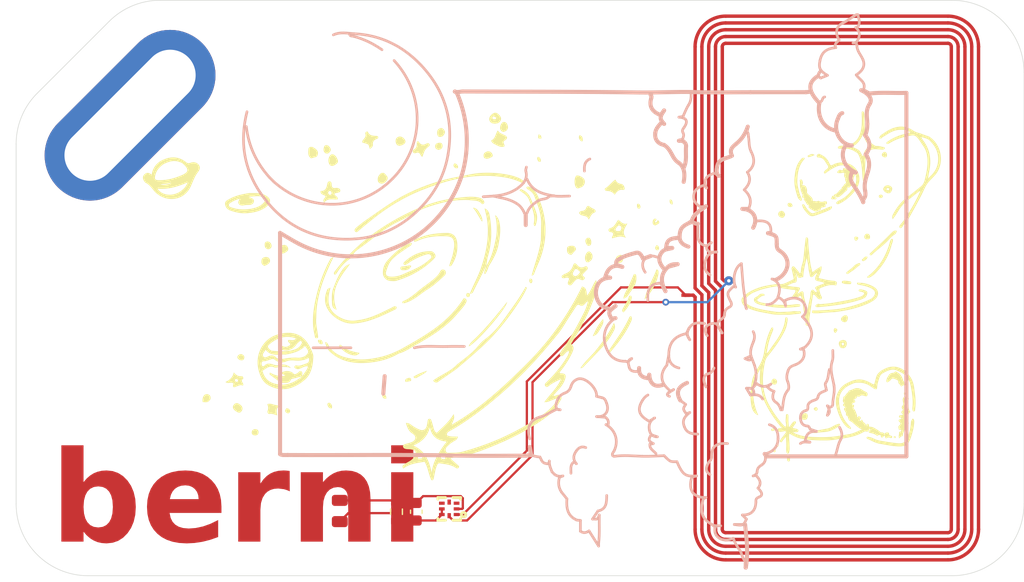
<source format=kicad_pcb>
(kicad_pcb (version 20241229) (generator "pcbnew") (generator_version "9.0")
  (layers (0 "F.Cu" signal) (2 "B.Cu" signal) (13 "F.Paste" user) (15 "B.Paste" user) (5 "F.SilkS" user "F.Silkscreen") (7 "B.SilkS" user "B.Silkscreen") (1 "F.Mask" user) (3 "B.Mask" user) (25 "Edge.Cuts" user))
  (net 0 "")
  (net 1 "Net-(U1-LA)")
  (net 2 "Net-(U1-LB)")
  (net 3 "Net-(D1-K)")
  (net 4 "Net-(U1-VCC)")
  (net 5 "Net-(D1-A)")
  (footprint "Library:XQFN-8_L1.6-W1.6-P0.50-BL_NT3H2111W0FHKH" (layer "F.Cu") (at 146.15 114.75 90)
    (property "Reference" "U1" (hide yes))
    (property "Value" "13.56MHz")
  )
  (footprint "LED_SMD:LED_0805_2012Metric" (layer "F.Cu") (at 136.5 114.9375 90)
    (property "Reference" "D1" (hide yes))
    (property "Value" "LED")
  )
  (footprint "Capacitor_SMD:C_0603_1608Metric" (layer "F.Cu") (at 143.25 115 -90)
    (property "Reference" "C1" (hide yes))
    (property "Value" "220nF" (hide yes))
  )
  (footprint "Resistor_SMD:R_0603_1608Metric" (layer "F.Cu") (at 141.5 115 -90)
    (property "Reference" "R1" (hide yes))
    (property "Value" "47Ω")
  )
  (footprint "Library:25X48MM_NFC_EXPOSED_ANTENNA" (layer "F.Cu") (at 180.34 95.25 90)
    (property "Reference" "11" (hide yes))
    (property "Value" "~")
  )
  (footprint "Library:HoldingHole" (layer "F.Cu") (at 124.540738 73.459262 135)
    (property "Reference" "REF**" (hide yes))
    (property "Value" "HoldingHole")
  )
  (gr_poly (pts (xy 145.461279 81.128928) (xy 145.477873 81.130938) (xy 145.49403 81.134057) (xy 145.509765 81.138251) (xy 145.525093 81.143482) (xy 145.540029 81.149716) (xy 145.554588 81.156915) (xy 145.568784 81.165044) (xy 145.582634 81.174067) (xy 145.59615 81.183948) (xy 145.60935 81.19465) (xy 145.622246 81.206138) (xy 145.634855 81.218376) (xy 145.659269 81.244955) (xy 145.682711 81.274101) (xy 145.705301 81.305523) (xy 145.727156 81.338934) (xy 145.748397 81.374046) (xy 145.769143 81.41057) (xy 145.772622 81.453184) (xy 145.774094 81.471566) (xy 145.775081 81.488294) (xy 145.775321 81.496107) (xy 145.775355 81.503589) (xy 145.775152 81.510769) (xy 145.774686 81.517674) (xy 145.773926 81.524332) (xy 145.772845 81.53077) (xy 145.771413 81.537016) (xy 145.769603 81.543099) (xy 145.75613 81.580773) (xy 145.741247 81.617204) (xy 145.72489 81.652244) (xy 145.706997 81.685745) (xy 145.687506 81.71756) (xy 145.666354 81.747539) (xy 145.643479 81.775537) (xy 145.618818 81.801404) (xy 145.605798 81.813493) (xy 145.592309 81.824994) (xy 145.578341 81.835888) (xy 145.563889 81.846157) (xy 145.548943 81.855782) (xy 145.533496 81.864746) (xy 145.51754 81.873029) (xy 145.501068 81.880614) (xy 145.484071 81.88748) (xy 145.466542 81.893612) (xy 145.448473 81.898988) (xy 145.429856 81.903592) (xy 145.410683 81.907404) (xy 145.390947 81.910407) (xy 145.370639 81.912581) (xy 145.349753 81.913909) (xy 145.334141 81.914178) (xy 145.319082 81.913653) (xy 145.30457 81.912355) (xy 145.290598 81.910304) (xy 145.277159 81.907522) (xy 145.264248 81.90403) (xy 145.251856 81.89985) (xy 145.239978 81.895002) (xy 145.228607 81.889509) (xy 145.217737 81.88339) (xy 145.20736 81.876668) (xy 145.197471 81.869364) (xy 145.188061 81.861498) (xy 145.179126 81.853092) (xy 145.170658 81.844168) (xy 145.162651 81.834746) (xy 145.155097 81.824847) (xy 145.147991 81.814494) (xy 145.141326 81.803707) (xy 145.135095 81.792507) (xy 145.129291 81.780916) (xy 145.123908 81.768954) (xy 145.11894 81.756644) (xy 145.114379 81.744005) (xy 145.106454 81.717831) (xy 145.100079 81.6906) (xy 145.095203 81.662482) (xy 145.091772 81.633648) (xy 145.088927 81.596453) (xy 145.087487 81.559588) (xy 145.087624 81.523194) (xy 145.089511 81.487413) (xy 145.093318 81.452385) (xy 145.099216 81.418252) (xy 145.107379 81.385154) (xy 145.117977 81.353232) (xy 145.131181 81.322628) (xy 145.138814 81.307864) (xy 145.147164 81.293483) (xy 145.156251 81.279501) (xy 145.166097 81.265937) (xy 145.176723 81.252808) (xy 145.188151 81.240132) (xy 145.200402 81.227926) (xy 145.213499 81.216209) (xy 145.227461 81.204997) (xy 145.242311 81.194308) (xy 145.25807 81.184161) (xy 145.274759 81.174572) (xy 145.292401 81.165559) (xy 145.311016 81.15714) (xy 145.33164 81.148971) (xy 145.351709 81.142201) (xy 145.371236 81.136793) (xy 145.390238 81.132711) (xy 145.408728 81.12992) (xy 145.426721 81.128383) (xy 145.444233 81.128065)) (fill yes) (layer "F.SilkS"))
  (gr_poly (pts (xy 165.669627 87.43355) (xy 165.677865 87.434594) (xy 165.686593 87.436446) (xy 165.695822 87.43913) (xy 165.705563 87.442669) (xy 165.715824 87.447089) (xy 165.726618 87.452412) (xy 165.737953 87.458663) (xy 165.749841 87.465866) (xy 165.762292 87.474044) (xy 165.775315 87.483222) (xy 165.791158 87.507707) (xy 165.80531 87.53196) (xy 165.81781 87.556041) (xy 165.828697 87.580008) (xy 165.838008 87.603917) (xy 165.845783 87.627828) (xy 165.852059 87.651798) (xy 165.856875 87.675885) (xy 165.860271 87.700147) (xy 165.862283 87.724643) (xy 165.86295 87.749429) (xy 165.862312 87.774564) (xy 165.860406 87.800107) (xy 165.85727 87.826114) (xy 165.852944 87.852644) (xy 165.847466 87.879755) (xy 165.82829 87.877317) (xy 165.810057 87.87425) (xy 165.792744 87.870572) (xy 165.776329 87.866296) (xy 165.76079 87.861439) (xy 165.746106 87.856016) (xy 165.732253 87.850041) (xy 165.71921 87.843532) (xy 165.706955 87.836501) (xy 165.695465 87.828966) (xy 165.684719 87.820942) (xy 165.674694 87.812443) (xy 165.665369 87.803485) (xy 165.656721 87.794084) (xy 165.648728 87.784255) (xy 165.641368 87.774013) (xy 165.634619 87.763373) (xy 165.628459 87.752351) (xy 165.622865 87.740963) (xy 165.617816 87.729223) (xy 165.613289 87.717148) (xy 165.609263 87.704751) (xy 165.605715 87.69205) (xy 165.602624 87.679058) (xy 165.59772 87.652266) (xy 165.594376 87.624498) (xy 165.592415 87.595878) (xy 165.591659 87.566527) (xy 165.592026 87.545465) (xy 165.59349 87.525622) (xy 165.596133 87.507191) (xy 165.597922 87.498565) (xy 165.600038 87.490363) (xy 165.602489 87.48261) (xy 165.605287 87.47533) (xy 165.608442 87.468546) (xy 165.611963 87.462283) (xy 165.615862 87.456564) (xy 165.620149 87.451414) (xy 165.624833 87.446856) (xy 165.629925 87.442914) (xy 165.635436 87.439613) (xy 165.641375 87.436976) (xy 165.647754 87.435028) (xy 165.654582 87.433791) (xy 165.66187 87.433291)) (fill yes) (layer "F.SilkS"))
  (gr_poly (pts (xy 150.252084 79.779528) (xy 150.275266 79.782951) (xy 150.298659 79.788227) (xy 150.322259 79.795424) (xy 150.346066 79.804608) (xy 150.370077 79.815848) (xy 150.39429 79.829211) (xy 150.418702 79.844765) (xy 150.443313 79.862577) (xy 150.46812 79.882716) (xy 150.49312 79.905249) (xy 150.518313 79.930244) (xy 150.543695 79.957768) (xy 150.584315 80.001112) (xy 150.60273 80.02269) (xy 150.619876 80.044204) (xy 150.635749 80.065656) (xy 150.650344 80.087045) (xy 150.663657 80.108371) (xy 150.675685 80.129634) (xy 150.686422 80.150835) (xy 150.695865 80.171973) (xy 150.704009 80.193049) (xy 150.710851 80.214062) (xy 150.716385 80.235012) (xy 150.720608 80.255901) (xy 150.723516 80.276727) (xy 150.725103 80.297491) (xy 150.725367 80.318192) (xy 150.724303 80.338832) (xy 150.721906 80.35941) (xy 150.718173 80.379925) (xy 150.713099 80.400379) (xy 150.70668 80.420771) (xy 150.698911 80.441101) (xy 150.689789 80.46137) (xy 150.67931 80.481577) (xy 150.667468 80.501723) (xy 150.65426 80.521807) (xy 150.639682 80.541829) (xy 150.623729 80.561791) (xy 150.606397 80.581691) (xy 150.587682 80.601529) (xy 150.56758 80.621307) (xy 150.551134 80.635716) (xy 150.533186 80.649204) (xy 150.51384 80.661769) (xy 150.4932 80.673412) (xy 150.471369 80.684134) (xy 150.44845 80.693936) (xy 150.399762 80.710778) (xy 150.347965 80.723941) (xy 150.293885 80.733429) (xy 150.238349 80.739245) (xy 150.182186 80.741392) (xy 150.126223 80.739873) (xy 150.071286 80.734691) (xy 150.018203 80.725849) (xy 149.967802 80.713351) (xy 149.92091 80.697199) (xy 149.899038 80.687754) (xy 149.878353 80.677397) (xy 149.85896 80.666128) (xy 149.840961 80.653948) (xy 149.824459 80.640856) (xy 149.809558 80.626854) (xy 149.790832 80.606743) (xy 149.773659 80.586532) (xy 149.75801 80.566233) (xy 149.743855 80.545859) (xy 149.731166 80.525423) (xy 149.719913 80.504936) (xy 149.710068 80.484412) (xy 149.7016 80.463864) (xy 149.69448 80.443303) (xy 149.68868 80.422742) (xy 149.684171 80.402194) (xy 149.680922 80.381672) (xy 149.678904 80.361187) (xy 149.678089 80.340754) (xy 149.678447 80.320383) (xy 149.67995 80.300088) (xy 149.682566 80.279882) (xy 149.686269 80.259776) (xy 149.690742 80.240982) (xy 149.966172 80.240982) (xy 149.966988 80.256802) (xy 149.969188 80.271144) (xy 149.972719 80.284073) (xy 149.977524 80.295652) (xy 149.983551 80.305947) (xy 149.990744 80.315021) (xy 149.999048 80.322941) (xy 150.008409 80.329769) (xy 150.018773 80.335571) (xy 150.030084 80.340411) (xy 150.042288 80.344353) (xy 150.05533 80.347463) (xy 150.069156 80.349805) (xy 150.083711 80.351442) (xy 150.09894 80.352441) (xy 150.131204 80.352778) (xy 150.16551 80.351334) (xy 150.201421 80.348623) (xy 150.276309 80.341467) (xy 150.280848 80.318532) (xy 150.283859 80.297466) (xy 150.28541 80.278177) (xy 150.285569 80.260576) (xy 150.284405 80.244571) (xy 150.281987 80.230072) (xy 150.278384 80.216986) (xy 150.273665 80.205224) (xy 150.267897 80.194695) (xy 150.261149 80.185306) (xy 150.253491 80.176968) (xy 150.24499 80.16959) (xy 150.235716 80.16308) (xy 150.225737 80.157347) (xy 150.215121 80.152302) (xy 150.203938 80.147851) (xy 150.192256 80.143906) (xy 150.180144 80.140374) (xy 150.154902 80.134188) (xy 150.102276 80.122777) (xy 150.075989 80.116098) (xy 150.063092 80.112196) (xy 150.050452 80.107799) (xy 150.038136 80.102814) (xy 150.026213 80.097152) (xy 150.014753 80.090721) (xy 150.003823 80.083431) (xy 149.993416 80.111405) (xy 149.984776 80.13745) (xy 149.977849 80.161629) (xy 149.97258 80.184007) (xy 149.968913 80.204649) (xy 149.966796 80.223619) (xy 149.966172 80.240982) (xy 149.690742 80.240982) (xy 149.691027 80.239784) (xy 149.696813 80.219918) (xy 149.703596 80.20019) (xy 149.711348 80.180614) (xy 149.72004 80.161201) (xy 149.729641 80.141965) (xy 149.751457 80.104071) (xy 149.776563 80.067033) (xy 149.804724 80.030952) (xy 149.835707 79.995928) (xy 149.873061 79.957585) (xy 149.91141 79.921509) (xy 149.950738 79.888244) (xy 149.99103 79.85833) (xy 150.011531 79.844798) (xy 150.032267 79.832308) (xy 150.053236 79.820925) (xy 150.074435 79.810719) (xy 150.095863 79.801757) (xy 150.117517 79.794106) (xy 150.139396 79.787834) (xy 150.161497 79.783009) (xy 150.183818 79.779698) (xy 150.206358 79.777969) (xy 150.229113 79.77789)) (fill yes) (layer "F.SilkS"))
  (gr_poly (pts (xy 135.864384 83.44118) (xy 135.880691 83.443668) (xy 135.897007 83.447395) (xy 135.913331 83.452308) (xy 135.929661 83.458356) (xy 135.945995 83.465488) (xy 135.962331 83.473651) (xy 135.978667 83.482794) (xy 135.995002 83.492867) (xy 136.027661 83.515591) (xy 136.060294 83.541411) (xy 136.092885 83.569916) (xy 136.125421 83.600691) (xy 136.157887 83.633326) (xy 136.203966 83.710175) (xy 136.243302 83.780413) (xy 136.275823 83.844635) (xy 136.301459 83.903436) (xy 136.311673 83.93099) (xy 136.320138 83.957412) (xy 136.326846 83.982776) (xy 136.331788 84.007157) (xy 136.334956 84.030629) (xy 136.336339 84.053266) (xy 136.33593 84.075143) (xy 136.333719 84.096335) (xy 136.329697 84.116915) (xy 136.323856 84.136958) (xy 136.316187 84.156538) (xy 136.30668 84.175731) (xy 136.295327 84.194609) (xy 136.282119 84.213248) (xy 136.267046 84.231722) (xy 136.250101 84.250105) (xy 136.231274 84.268472) (xy 136.210556 84.286897) (xy 136.163412 84.324219) (xy 136.108597 84.362665) (xy 136.046041 84.402831) (xy 136.025422 84.41507) (xy 136.004906 84.426148) (xy 135.984516 84.43607) (xy 135.964271 84.444838) (xy 135.944193 84.452458) (xy 135.924301 84.458932) (xy 135.904618 84.464265) (xy 135.885162 84.46846) (xy 135.865957 84.471521) (xy 135.847021 84.473452) (xy 135.828375 84.474256) (xy 135.810041 84.473938) (xy 135.79204 84.472501) (xy 135.774391 84.469948) (xy 135.757115 84.466285) (xy 135.740234 84.461514) (xy 135.723768 84.455639) (xy 135.707737 84.448665) (xy 135.692163 84.440594) (xy 135.677066 84.431431) (xy 135.662467 84.421179) (xy 135.648387 84.409843) (xy 135.634846 84.397425) (xy 135.621864 84.38393) (xy 135.609464 84.369362) (xy 135.597665 84.353724) (xy 135.586488 84.33702) (xy 135.575954 84.319254) (xy 135.566084 84.30043) (xy 135.556898 84.280551) (xy 135.548418 84.259622) (xy 135.540662 84.237645) (xy 135.527364 84.193289) (xy 135.516572 84.14889) (xy 135.508302 84.104525) (xy 135.502571 84.060269) (xy 135.499398 84.016197) (xy 135.498797 83.972385) (xy 135.500787 83.928909) (xy 135.505385 83.885845) (xy 135.512606 83.843267) (xy 135.522469 83.801251) (xy 135.534991 83.759873) (xy 135.550187 83.719209) (xy 135.568076 83.679334) (xy 135.588674 83.640324) (xy 135.611998 83.602254) (xy 135.638065 83.5652) (xy 135.654054 83.544943) (xy 135.670077 83.526646) (xy 135.686133 83.510258) (xy 135.702219 83.495726) (xy 135.718335 83.482999) (xy 135.734478 83.472025) (xy 135.750646 83.462754) (xy 135.766838 83.455133) (xy 135.783051 83.449111) (xy 135.799285 83.444636) (xy 135.815537 83.441657) (xy 135.831805 83.440123) (xy 135.848088 83.439981)) (fill yes) (layer "F.SilkS"))
  (gr_poly (pts (xy 142.70553 93.26804) (xy 142.73034 93.271072) (xy 142.755301 93.275138) (xy 142.780423 93.2803) (xy 142.805713 93.286621) (xy 142.792151 93.31992) (xy 142.777672 93.35135) (xy 142.762304 93.380963) (xy 142.746071 93.408809) (xy 142.729002 93.43494) (xy 142.711122 93.459407) (xy 142.692458 93.482263) (xy 142.673037 93.503559) (xy 142.652885 93.523345) (xy 142.632029 93.541674) (xy 142.610495 93.558597) (xy 142.58831 93.574165) (xy 142.5655 93.58843) (xy 142.542093 93.601443) (xy 142.518114 93.613257) (xy 142.493591 93.623921) (xy 142.468549 93.633489) (xy 142.443016 93.642011) (xy 142.417017 93.649538) (xy 142.39058 93.656123) (xy 142.363731 93.661816) (xy 142.336497 93.666669) (xy 142.280979 93.674062) (xy 142.224238 93.678714) (xy 142.166487 93.681035) (xy 142.107938 93.681438) (xy 142.048805 93.680334) (xy 142.030471 93.679172) (xy 142.012384 93.67675) (xy 141.994656 93.673071) (xy 141.977396 93.668133) (xy 141.960715 93.661938) (xy 141.944724 93.654483) (xy 141.929533 93.645771) (xy 141.922272 93.640943) (xy 141.915252 93.6358) (xy 141.908488 93.630343) (xy 141.901994 93.624571) (xy 141.895782 93.618485) (xy 141.889867 93.612084) (xy 141.884262 93.605369) (xy 141.878982 93.598339) (xy 141.87404 93.590994) (xy 141.86945 93.583335) (xy 141.865226 93.575361) (xy 141.861382 93.567072) (xy 141.857931 93.558469) (xy 141.854888 93.549552) (xy 141.852265 93.54032) (xy 141.850078 93.530773) (xy 141.848339 93.520912) (xy 141.847063 93.510736) (xy 141.846204 93.498803) (xy 141.846068 93.48743) (xy 141.846626 93.476605) (xy 141.847851 93.466317) (xy 141.849713 93.456553) (xy 141.852185 93.447301) (xy 141.855239 93.43855) (xy 141.858845 93.430288) (xy 141.862976 93.422503) (xy 141.867604 93.415182) (xy 141.8727 93.408314) (xy 141.878236 93.401888) (xy 141.884183 93.395891) (xy 141.890514 93.390311) (xy 141.897199 93.385136) (xy 141.904211 93.380355) (xy 141.911522 93.375956) (xy 141.919103 93.371926) (xy 141.926925 93.368255) (xy 141.934961 93.364929) (xy 141.943182 93.361937) (xy 141.95156 93.359268) (xy 141.968674 93.354847) (xy 141.986075 93.351573) (xy 142.003538 93.349349) (xy 142.020836 93.348081) (xy 142.037743 93.347673) (xy 142.085713 93.346152) (xy 142.133368 93.34198) (xy 142.180778 93.335658) (xy 142.228009 93.327689) (xy 142.416519 93.289405) (xy 142.463883 93.280745) (xy 142.511478 93.273454) (xy 142.559372 93.268035) (xy 142.607634 93.264992) (xy 142.65633 93.264826)) (fill yes) (layer "F.SilkS"))
  (gr_poly (pts (xy 185.198537 90.910795) (xy 185.204404 90.911351) (xy 185.210517 90.91236) (xy 185.216885 90.913843) (xy 185.223519 90.915818) (xy 185.229517 90.917964) (xy 185.235172 90.920336) (xy 185.240493 90.922927) (xy 185.245489 90.925728) (xy 185.250169 90.928733) (xy 185.254542 90.931934) (xy 185.258617 90.935322) (xy 185.262402 90.938891) (xy 185.265906 90.942632) (xy 185.26914 90.946538) (xy 185.27211 90.950601) (xy 185.274827 90.954814) (xy 185.277298 90.959168) (xy 185.279534 90.963657) (xy 185.281543 90.968273) (xy 185.283333 90.973007) (xy 185.284915 90.977852) (xy 185.286296 90.982801) (xy 185.287485 90.987846) (xy 185.288492 90.992979) (xy 185.289325 90.998193) (xy 185.289993 91.003479) (xy 185.290872 91.01424) (xy 185.291197 91.0252) (xy 185.291042 91.036299) (xy 185.290477 91.047473) (xy 185.289574 91.058664) (xy 185.287935 91.073514) (xy 185.28583 91.088482) (xy 185.283293 91.103731) (xy 185.280362 91.119428) (xy 185.277071 91.135736) (xy 185.273457 91.15282) (xy 185.265405 91.189974) (xy 185.237017 91.264529) (xy 185.211282 91.338699) (xy 185.187625 91.412477) (xy 185.16547 91.485854) (xy 185.123364 91.63138) (xy 185.102263 91.703513) (xy 185.080361 91.775215) (xy 185.038062 91.903694) (xy 184.992587 92.030428) (xy 184.943961 92.155426) (xy 184.892208 92.278697) (xy 184.837351 92.400249) (xy 184.779414 92.520092) (xy 184.718422 92.638234) (xy 184.654399 92.754683) (xy 184.587369 92.869449) (xy 184.517356 92.98254) (xy 184.444383 93.093965) (xy 184.368476 93.203732) (xy 184.289657 93.311852) (xy 184.207952 93.418331) (xy 184.123384 93.523179) (xy 184.035977 93.626405) (xy 183.955783 93.718738) (xy 183.87478 93.810174) (xy 183.791938 93.899566) (xy 183.749505 93.943137) (xy 183.706226 93.985768) (xy 183.661973 94.027314) (xy 183.616616 94.067634) (xy 183.570027 94.106583) (xy 183.522077 94.144018) (xy 183.472638 94.179796) (xy 183.421581 94.213774) (xy 183.368776 94.245808) (xy 183.314097 94.275756) (xy 183.244234 94.31399) (xy 183.226696 94.323025) (xy 183.209072 94.331309) (xy 183.191334 94.338569) (xy 183.173454 94.344536) (xy 183.164451 94.346949) (xy 183.155402 94.348937) (xy 183.146303 94.350466) (xy 183.13715 94.351503) (xy 183.127941 94.352012) (xy 183.118671 94.351961) (xy 183.109337 94.351315) (xy 183.099936 94.350041) (xy 183.090463 94.348104) (xy 183.080915 94.345471) (xy 183.071289 94.342108) (xy 183.061582 94.337981) (xy 183.051789 94.333056) (xy 183.041907 94.327299) (xy 183.031932 94.320676) (xy 183.021861 94.313154) (xy 183.021565 94.306566) (xy 183.021598 94.300264) (xy 183.021946 94.294239) (xy 183.022596 94.288479) (xy 183.023535 94.282972) (xy 183.024748 94.277708) (xy 183.026224 94.272675) (xy 183.027949 94.267863) (xy 183.029908 94.263261) (xy 183.032089 94.258857) (xy 183.034479 94.25464) (xy 183.037063 94.2506) (xy 183.039829 94.246725) (xy 183.042763 94.243004) (xy 183.045852 94.239426) (xy 183.049083 94.235981) (xy 183.055914 94.229441) (xy 183.063151 94.223296) (xy 183.070685 94.217459) (xy 183.078411 94.21184) (xy 183.094005 94.200902) (xy 183.101661 94.195406) (xy 183.109078 94.189775) (xy 183.286645 94.043553) (xy 183.455682 93.891844) (xy 183.616333 93.734739) (xy 183.768739 93.572329) (xy 183.913042 93.404704) (xy 184.049383 93.231957) (xy 184.177904 93.054177) (xy 184.298747 92.871457) (xy 184.412053 92.683886) (xy 184.517965 92.491556) (xy 184.616624 92.294557) (xy 184.708172 92.092982) (xy 184.792751 91.886919) (xy 184.870502 91.676462) (xy 184.941567 91.4617) (xy 185.006087 91.242724) (xy 185.022804 91.180631) (xy 185.031464 91.149699) (xy 185.040895 91.119052) (xy 185.046033 91.103885) (xy 185.051525 91.088848) (xy 185.057424 91.073961) (xy 185.063783 91.059244) (xy 185.070656 91.044717) (xy 185.078096 91.030398) (xy 185.086157 91.016309) (xy 185.094893 91.002467) (xy 185.117966 90.965785) (xy 185.123972 90.956786) (xy 185.130228 90.948159) (xy 185.136811 90.940057) (xy 185.143798 90.932631) (xy 185.147467 90.92922) (xy 185.151267 90.926034) (xy 185.155206 90.923094) (xy 185.159294 90.920418) (xy 185.163541 90.918025) (xy 185.167957 90.915933) (xy 185.172552 90.914164) (xy 185.177334 90.912734) (xy 185.182314 90.911663) (xy 185.187501 90.91097) (xy 185.192906 90.910675)) (fill yes) (layer "F.SilkS"))
  (gr_poly (pts (xy 147.971751 95.748446) (xy 147.971893 95.748701) (xy 147.971947 95.748925) (xy 147.971876 95.749097) (xy 147.971643 95.749195) (xy 147.971213 95.749198) (xy 147.971195 95.749195) (xy 147.971349 95.74793)) (fill yes) (layer "F.SilkS"))
  (gr_poly (pts (xy 174.684083 107.649716) (xy 174.690667 107.650034) (xy 174.697315 107.650562) (xy 174.704023 107.651294) (xy 174.71759 107.653351) (xy 174.742559 107.65805) (xy 174.755038 107.660711) (xy 174.767419 107.663685) (xy 174.77963 107.667053) (xy 174.7916 107.670896) (xy 174.803258 107.675293) (xy 174.814532 107.680324) (xy 174.825351 107.68607) (xy 174.835644 107.69261) (xy 174.840571 107.696202) (xy 174.84534 107.700024) (xy 174.849941 107.704084) (xy 174.854367 107.708393) (xy 174.858607 107.712961) (xy 174.862654 107.717797) (xy 174.866498 107.722912) (xy 174.87013 107.728316) (xy 174.873541 107.734018) (xy 174.876723 107.740029) (xy 174.879667 107.746359) (xy 174.882363 107.753018) (xy 174.883564 107.756543) (xy 174.884493 107.76) (xy 174.885161 107.763388) (xy 174.885574 107.766706) (xy 174.885743 107.769954) (xy 174.885677 107.773131) (xy 174.885384 107.776237) (xy 174.884874 107.779269) (xy 174.884155 107.782229) (xy 174.883237 107.785115) (xy 174.882129 107.787926) (xy 174.880839 107.790662) (xy 174.879377 107.793322) (xy 174.877752 107.795906) (xy 174.875972 107.798412) (xy 174.874047 107.80084) (xy 174.871986 107.803189) (xy 174.869797 107.805459) (xy 174.86749 107.807649) (xy 174.865074 107.809758) (xy 174.859951 107.813731) (xy 174.854498 107.817372) (xy 174.848789 107.820676) (xy 174.842895 107.823637) (xy 174.836888 107.82625) (xy 174.830841 107.828509) (xy 174.810837 107.835033) (xy 174.790477 107.841005) (xy 174.769637 107.846539) (xy 174.748192 107.851751) (xy 174.726017 107.856757) (xy 174.702986 107.861672) (xy 174.653858 107.871693) (xy 174.638327 107.868046) (xy 174.623902 107.863803) (xy 174.610608 107.858953) (xy 174.604395 107.856299) (xy 174.598475 107.853489) (xy 174.592852 107.850523) (xy 174.587529 107.8474) (xy 174.582509 107.844119) (xy 174.577796 107.840678) (xy 174.573393 107.837077) (xy 174.569304 107.833314) (xy 174.565532 107.829389) (xy 174.56208 107.825299) (xy 174.558953 107.821045) (xy 174.556152 107.816624) (xy 174.553682 107.812036) (xy 174.551546 107.807279) (xy 174.549747 107.802353) (xy 174.548289 107.797256) (xy 174.547175 107.791987) (xy 174.546408 107.786545) (xy 174.545993 107.780929) (xy 174.545932 107.775138) (xy 174.546228 107.76917) (xy 174.546885 107.763025) (xy 174.547907 107.756701) (xy 174.549297 107.750198) (xy 174.551058 107.743513) (xy 174.553193 107.736647) (xy 174.555717 107.729608) (xy 174.558469 107.722901) (xy 174.561446 107.716522) (xy 174.564639 107.710465) (xy 174.568044 107.704726) (xy 174.571655 107.699301) (xy 174.575464 107.694184) (xy 174.579466 107.689372) (xy 174.583656 107.68486) (xy 174.588026 107.680643) (xy 174.592571 107.676716) (xy 174.597284 107.673076) (xy 174.602161 107.669718) (xy 174.607193 107.666636) (xy 174.612376 107.663827) (xy 174.617703 107.661286) (xy 174.623169 107.659009) (xy 174.628766 107.65699) (xy 174.63449 107.655225) (xy 174.640333 107.65371) (xy 174.646291 107.652441) (xy 174.652356 107.651412) (xy 174.658522 107.650618) (xy 174.664785 107.650057) (xy 174.671136 107.649722) (xy 174.677571 107.64961)) (fill yes) (layer "F.SilkS"))
  (gr_poly (pts (xy 152.909213 95.151512) (xy 152.921397 95.159502) (xy 152.932389 95.167447) (xy 152.942239 95.175347) (xy 152.950992 95.183202) (xy 152.958695 95.19101) (xy 152.965396 95.198771) (xy 152.971141 95.206485) (xy 152.975978 95.214151) (xy 152.979953 95.221768) (xy 152.983113 95.229336) (xy 152.985506 95.236853) (xy 152.987179 95.244321) (xy 152.988177 95.251736) (xy 152.988549 95.259101) (xy 152.988342 95.266412) (xy 152.987602 95.273671) (xy 152.986376 95.280876) (xy 152.984711 95.288027) (xy 152.982655 95.295123) (xy 152.977555 95.309148) (xy 152.971452 95.322945) (xy 152.944531 95.375769) (xy 152.876636 95.516338) (xy 152.806002 95.655338) (xy 152.73275 95.792861) (xy 152.657002 95.928995) (xy 152.578879 96.063831) (xy 152.498504 96.197459) (xy 152.415999 96.329969) (xy 152.331485 96.461451) (xy 151.96405 97.010621) (xy 151.584005 97.549322) (xy 151.190138 98.076508) (xy 150.781233 98.591136) (xy 150.356076 99.09216) (xy 150.137023 99.337245) (xy 149.913452 99.578537) (xy 149.685211 99.815906) (xy 149.452148 100.049222) (xy 149.214111 100.278353) (xy 148.970948 100.50317) (xy 148.422644 100.994444) (xy 147.869126 101.479843) (xy 147.310393 101.95956) (xy 146.746445 102.433785) (xy 145.260259 103.466897) (xy 145.23532 103.48749) (xy 145.209032 103.508034) (xy 145.181454 103.527871) (xy 145.152643 103.546342) (xy 145.137792 103.55486) (xy 145.122654 103.562789) (xy 145.107236 103.570048) (xy 145.091546 103.576553) (xy 145.07559 103.582223) (xy 145.059375 103.586976) (xy 145.04291 103.590728) (xy 145.0262 103.593398) (xy 145.009253 103.594903) (xy 144.992076 103.595161) (xy 144.974676 103.59409) (xy 144.957061 103.591607) (xy 144.939237 103.58763) (xy 144.921212 103.582077) (xy 144.902992 103.574865) (xy 144.884586 103.565912) (xy 144.865999 103.555135) (xy 144.84724 103.542453) (xy 144.828315 103.527783) (xy 144.809232 103.511043) (xy 144.789997 103.49215) (xy 144.770619 103.471022) (xy 144.751103 103.447576) (xy 144.731457 103.421731) (xy 144.860023 103.326717) (xy 144.991975 103.236815) (xy 145.126705 103.15108) (xy 145.263603 103.068568) (xy 145.820708 102.751857) (xy 146.096448 102.588281) (xy 146.231484 102.501882) (xy 146.36382 102.411149) (xy 146.492847 102.315139) (xy 146.617956 102.212907) (xy 146.738539 102.103507) (xy 146.853986 101.985996) (xy 147.359437 101.596482) (xy 147.607697 101.401078) (xy 147.850829 101.202098) (xy 148.087217 100.997185) (xy 148.202378 100.891767) (xy 148.315248 100.783981) (xy 148.425626 100.673533) (xy 148.533309 100.560128) (xy 148.638095 100.443471) (xy 148.739784 100.323267) (xy 148.805536 100.24511) (xy 148.873669 100.168317) (xy 148.944116 100.09322) (xy 149.016811 100.02015) (xy 149.053981 99.984479) (xy 149.091687 99.949438) (xy 149.129922 99.915071) (xy 149.168678 99.881417) (xy 149.207946 99.848518) (xy 149.247717 99.816416) (xy 149.287984 99.785152) (xy 149.328738 99.754768) (xy 149.507099 99.618603) (xy 149.678316 99.476347) (xy 149.842931 99.328459) (xy 150.001489 99.175402) (xy 150.15453 99.017634) (xy 150.302597 98.855617) (xy 150.446233 98.689811) (xy 150.58598 98.520677) (xy 150.72238 98.348676) (xy 150.855976 98.174267) (xy 151.116926 97.820071) (xy 151.629043 97.103059) (xy 151.966008 96.626782) (xy 152.130878 96.386213) (xy 152.292563 96.143505) (xy 152.450479 95.898267) (xy 152.604045 95.650109) (xy 152.752677 95.398643) (xy 152.895792 95.143478)) (fill yes) (layer "F.SilkS"))
  (gr_poly (pts (xy 184.560494 83.227398) (xy 184.568148 83.227873) (xy 184.575879 83.228835) (xy 184.583689 83.230304) (xy 184.591577 83.232294) (xy 184.599544 83.234825) (xy 184.60759 83.237912) (xy 184.615715 83.241574) (xy 184.623921 83.245827) (xy 184.632207 83.25069) (xy 184.642633 83.25746) (xy 184.652592 83.264518) (xy 184.662089 83.271856) (xy 184.671131 83.279464) (xy 184.679723 83.287333) (xy 184.68787 83.295453) (xy 184.69558 83.303815) (xy 184.702857 83.312411) (xy 184.709709 83.32123) (xy 184.716139 83.330263) (xy 184.722155 83.339502) (xy 184.727762 83.348936) (xy 184.732966 83.358557) (xy 184.737772 83.368356) (xy 184.742188 83.378323) (xy 184.746218 83.388448) (xy 184.749868 83.398724) (xy 184.753144 83.40914) (xy 184.7586 83.430355) (xy 184.76263 83.452022) (xy 184.765282 83.474065) (xy 184.766602 83.49641) (xy 184.766638 83.518984) (xy 184.765436 83.541712) (xy 184.763043 83.564521) (xy 184.76057 83.580044) (xy 184.757312 83.594743) (xy 184.753287 83.608614) (xy 184.74851 83.621655) (xy 184.742998 83.633861) (xy 184.736769 83.645228) (xy 184.729839 83.655754) (xy 184.722225 83.665434) (xy 184.713944 83.674264) (xy 184.705012 83.682242) (xy 184.695447 83.689363) (xy 184.685265 83.695624) (xy 184.674482 83.701021) (xy 184.663117 83.70555) (xy 184.651184 83.709208) (xy 184.638702 83.711991) (xy 184.625687 83.713896) (xy 184.612156 83.714918) (xy 184.598126 83.715055) (xy 184.583612 83.714302) (xy 184.568633 83.712656) (xy 184.553205 83.710113) (xy 184.537345 83.70667) (xy 184.521069 83.702322) (xy 184.504395 83.697067) (xy 184.487339 83.690901) (xy 184.469917 83.683819) (xy 184.452147 83.675818) (xy 184.434046 83.666896) (xy 184.41563 83.657047) (xy 184.396916 83.646268) (xy 184.377921 83.634556) (xy 184.36762 83.62268) (xy 184.358257 83.610955) (xy 184.349809 83.599378) (xy 184.342255 83.587945) (xy 184.335573 83.576652) (xy 184.329742 83.565496) (xy 184.324739 83.554473) (xy 184.320542 83.54358) (xy 184.31713 83.532812) (xy 184.314482 83.522166) (xy 184.312574 83.511639) (xy 184.311385 83.501227) (xy 184.310893 83.490925) (xy 184.311077 83.480731) (xy 184.311915 83.470641) (xy 184.313385 83.460652) (xy 184.315464 83.450758) (xy 184.318131 83.440958) (xy 184.321365 83.431247) (xy 184.325143 83.421621) (xy 184.329444 83.412077) (xy 184.334246 83.402612) (xy 184.345263 83.383901) (xy 184.358021 83.36546) (xy 184.372346 83.347259) (xy 184.388061 83.329268) (xy 184.404993 83.311459) (xy 184.417012 83.299581) (xy 184.429308 83.288135) (xy 184.441883 83.277261) (xy 184.45474 83.267095) (xy 184.467884 83.257777) (xy 184.481316 83.249444) (xy 184.488141 83.245691) (xy 184.49504 83.242235) (xy 184.502012 83.239095) (xy 184.509059 83.236287) (xy 184.51618 83.233829) (xy 184.523376 83.231739) (xy 184.530647 83.230033) (xy 184.537994 83.228728) (xy 184.545417 83.227843) (xy 184.552917 83.227393)) (fill yes) (layer "F.SilkS"))
  (gr_poly (pts (xy 137.050022 93.597453) (xy 136.881802 93.829413) (xy 136.722386 94.062068) (xy 136.573775 94.296095) (xy 136.437969 94.532168) (xy 136.316969 94.770963) (xy 136.212774 95.013156) (xy 136.167604 95.135738) (xy 136.127386 95.259422) (xy 136.092369 95.384294) (xy 136.062804 95.510437) (xy 136.03894 95.637937) (xy 136.021028 95.766877) (xy 136.009318 95.897342) (xy 136.00406 96.029416) (xy 136.005504 96.163184) (xy 136.013899 96.298731) (xy 136.029497 96.43614) (xy 136.052546 96.575497) (xy 136.083298 96.716885) (xy 136.122001 96.860389) (xy 136.168907 97.006094) (xy 136.224265 97.154084) (xy 136.181333 97.14594) (xy 136.160628 97.140895) (xy 136.140441 97.135182) (xy 136.120779 97.128789) (xy 136.101652 97.121701) (xy 136.083067 97.113905) (xy 136.065033 97.105388) (xy 136.047558 97.096135) (xy 136.03065 97.086134) (xy 136.014317 97.075371) (xy 135.998567 97.063832) (xy 135.98341 97.051504) (xy 135.968852 97.038372) (xy 135.954902 97.024425) (xy 135.941568 97.009647) (xy 135.928859 96.994026) (xy 135.916782 96.977547) (xy 135.905347 96.960198) (xy 135.89456 96.941965) (xy 135.884431 96.922834) (xy 135.874967 96.902791) (xy 135.866177 96.881824) (xy 135.858069 96.859918) (xy 135.850651 96.83706) (xy 135.843931 96.813236) (xy 135.837918 96.788433) (xy 135.832619 96.762638) (xy 135.828043 96.735836) (xy 135.824199 96.708014) (xy 135.821093 96.679159) (xy 135.818735 96.649257) (xy 135.808652 96.489538) (xy 135.800455 96.32923) (xy 135.796074 96.168191) (xy 135.79744 96.00628) (xy 135.800881 95.924953) (xy 135.806482 95.843355) (xy 135.814485 95.761469) (xy 135.82513 95.679276) (xy 135.83866 95.59676) (xy 135.855316 95.513902) (xy 135.875338 95.430685) (xy 135.898968 95.347091) (xy 136.081052 94.873849) (xy 136.175914 94.642719) (xy 136.276329 94.416289) (xy 136.329323 94.30508) (xy 136.38455 94.195339) (xy 136.442294 94.087163) (xy 136.502834 93.98065) (xy 136.566453 93.875896) (xy 136.633433 93.773001) (xy 136.704056 93.67206) (xy 136.778604 93.573172) (xy 136.832712 93.506072) (xy 136.860915 93.473134) (xy 136.89018 93.440745) (xy 136.920728 93.409009) (xy 136.952782 93.37803) (xy 136.986562 93.347914) (xy 137.02229 93.318764) (xy 137.060189 93.290685) (xy 137.10048 93.263782) (xy 137.143385 93.23816) (xy 137.189125 93.213923) (xy 137.237922 93.191176) (xy 137.289998 93.170023) (xy 137.317335 93.160077) (xy 137.345575 93.150569) (xy 137.374745 93.141512) (xy 137.404874 93.132919)) (fill yes) (layer "F.SilkS"))
  (gr_poly (pts (xy 149.298233 88.232081) (xy 149.325618 88.244997) (xy 149.351706 88.258457) (xy 149.376533 88.27244) (xy 149.400135 88.286926) (xy 149.422547 88.301894) (xy 149.443805 88.317324) (xy 149.463945 88.333196) (xy 149.483002 88.349489) (xy 149.501012 88.366182) (xy 149.51801 88.383256) (xy 149.534033 88.400688) (xy 149.549115 88.41846) (xy 149.563294 88.43655) (xy 149.576603 88.454939) (xy 149.589079 88.473604) (xy 149.611675 88.511687) (xy 149.631367 88.550633) (xy 149.648439 88.59028) (xy 149.663178 88.630463) (xy 149.675868 88.671018) (xy 149.686795 88.711782) (xy 149.696244 88.75259) (xy 149.7045 88.793279) (xy 149.746042 89.02648) (xy 149.781417 89.259539) (xy 149.81049 89.492434) (xy 149.833122 89.725143) (xy 149.849178 89.957646) (xy 149.858521 90.189921) (xy 149.861015 90.421945) (xy 149.856523 90.653699) (xy 149.844908 90.885159) (xy 149.826034 91.116304) (xy 149.799765 91.347114) (xy 149.765963 91.577565) (xy 149.724492 91.807638) (xy 149.675217 92.037309) (xy 149.617999 92.266558) (xy 149.552703 92.495363) (xy 149.539193 92.54316) (xy 149.527436 92.5912) (xy 149.517181 92.63949) (xy 149.508174 92.688036) (xy 149.492895 92.785925) (xy 149.479577 92.884918) (xy 149.466198 92.985068) (xy 149.450737 93.086428) (xy 149.441594 93.137577) (xy 149.431171 93.189049) (xy 149.419217 93.240849) (xy 149.405479 93.292984) (xy 149.404194 93.301954) (xy 149.403407 93.308473) (xy 149.403016 93.312929) (xy 149.402922 93.315707) (xy 149.402955 93.316588) (xy 149.403024 93.317195) (xy 149.403117 93.317575) (xy 149.403221 93.317778) (xy 149.403324 93.317852) (xy 149.403413 93.317845) (xy 149.4035 93.317781) (xy 148.874193 94.372441) (xy 148.341514 95.425379) (xy 148.32883 95.45176) (xy 148.316834 95.479116) (xy 148.293312 95.535224) (xy 148.280992 95.563214) (xy 148.267769 95.590653) (xy 148.253245 95.617161) (xy 148.237024 95.642356) (xy 148.228152 95.654342) (xy 148.218706 95.665857) (xy 148.208637 95.676853) (xy 148.197896 95.687283) (xy 148.186431 95.697098) (xy 148.174195 95.706252) (xy 148.161136 95.714697) (xy 148.147205 95.722385) (xy 148.132353 95.729268) (xy 148.11653 95.735299) (xy 148.099685 95.74043) (xy 148.081771 95.744614) (xy 148.062736 95.747802) (xy 148.042531 95.749948) (xy 148.021107 95.751003) (xy 147.998413 95.750921) (xy 147.993863 95.750649) (xy 147.989925 95.75047) (xy 147.986555 95.750374) (xy 147.983708 95.750351) (xy 147.981342 95.750389) (xy 147.979412 95.750478) (xy 147.977875 95.750609) (xy 147.976685 95.75077) (xy 147.9758 95.750951) (xy 147.975176 95.751141) (xy 147.974768 95.751331) (xy 147.974629 95.751437) (xy 148.091376 95.462804) (xy 148.216662 95.177339) (xy 148.479196 94.611557) (xy 148.609899 94.328361) (xy 148.735864 94.043042) (xy 148.853819 93.754159) (xy 148.90877 93.607932) (xy 148.960492 93.460273) (xy 149.128667 92.930434) (xy 149.204631 92.664732) (xy 149.274557 92.398402) (xy 149.337978 92.131364) (xy 149.394427 91.863539) (xy 149.443437 91.594846) (xy 149.484542 91.325205) (xy 149.517276 91.054537) (xy 149.54117 90.782763) (xy 149.555758 90.509801) (xy 149.560574 90.235572) (xy 149.555151 89.959997) (xy 149.539021 89.682995) (xy 149.511719 89.404487) (xy 149.472777 89.124392) (xy 149.45421 89.017878) (xy 149.432885 88.911121) (xy 149.409205 88.803302) (xy 149.383571 88.693607) (xy 149.328044 88.465321) (xy 149.269515 88.21973)) (fill yes) (layer "F.SilkS"))
  (gr_poly (pts (xy 143.401804 82.304245) (xy 143.407527 82.304577) (xy 143.413102 82.305228) (xy 143.418524 82.306197) (xy 143.423791 82.307481) (xy 143.428899 82.309076) (xy 143.433845 82.310981) (xy 143.438625 82.313191) (xy 143.443235 82.315706) (xy 143.447673 82.318521) (xy 143.451934 82.321635) (xy 143.456016 82.325045) (xy 143.459914 82.328747) (xy 143.463626 82.33274) (xy 143.467147 82.33702) (xy 143.470475 82.341586) (xy 143.473606 82.346433) (xy 143.489717 82.37198) (xy 143.506119 82.39608) (xy 143.522811 82.418745) (xy 143.539795 82.439985) (xy 143.55707 82.459811) (xy 143.574638 82.478237) (xy 143.592499 82.495271) (xy 143.610655 82.510927) (xy 143.629105 82.525215) (xy 143.647851 82.538146) (xy 143.666893 82.549732) (xy 143.686232 82.559985) (xy 143.705869 82.568915) (xy 143.725805 82.576534) (xy 143.746039 82.582853) (xy 143.766573 82.587884) (xy 143.787408 82.591638) (xy 143.808544 82.594126) (xy 143.829982 82.595359) (xy 143.851723 82.59535) (xy 143.873768 82.594108) (xy 143.896116 82.591646) (xy 143.918769 82.587975) (xy 143.941728 82.583106) (xy 143.964994 82.577051) (xy 143.988566 82.569821) (xy 144.012446 82.561427) (xy 144.036634 82.55188) (xy 144.061132 82.541192) (xy 144.08594 82.529375) (xy 144.111058 82.516438) (xy 144.136487 82.502395) (xy 144.155274 82.492307) (xy 144.174292 82.483395) (xy 144.193451 82.475787) (xy 144.212662 82.469613) (xy 144.231835 82.465003) (xy 144.241379 82.463325) (xy 144.250879 82.462087) (xy 144.260325 82.461304) (xy 144.269705 82.460993) (xy 144.279008 82.46117) (xy 144.288223 82.461851) (xy 144.297338 82.463052) (xy 144.306342 82.464791) (xy 144.315225 82.467082) (xy 144.323974 82.469942) (xy 144.332579 82.473387) (xy 144.341027 82.477434) (xy 144.349309 82.482098) (xy 144.357413 82.487395) (xy 144.365327 82.493343) (xy 144.373041 82.499957) (xy 144.380542 82.507253) (xy 144.387821 82.515248) (xy 144.394865 82.523957) (xy 144.401663 82.533397) (xy 144.408204 82.543584) (xy 144.414478 82.554535) (xy 144.419744 82.56491) (xy 144.424139 82.57493) (xy 144.427692 82.584608) (xy 144.430437 82.593959) (xy 144.432404 82.602998) (xy 144.433625 82.611737) (xy 144.434131 82.620192) (xy 144.433955 82.628376) (xy 144.433128 82.636304) (xy 144.431681 82.64399) (xy 144.429647 82.651448) (xy 144.427056 82.658692) (xy 144.42394 82.665736) (xy 144.420331 82.672594) (xy 144.416261 82.679281) (xy 144.411761 82.685811) (xy 144.406862 82.692198) (xy 144.401597 82.698455) (xy 144.390094 82.71064) (xy 144.377502 82.722479) (xy 144.364077 82.734085) (xy 144.307085 82.780445) (xy 144.253286 82.826338) (xy 144.205929 82.8675) (xy 144.164243 82.905224) (xy 144.127456 82.940802) (xy 144.110659 82.95819) (xy 144.094797 82.975527) (xy 144.079775 82.992974) (xy 144.065496 83.010692) (xy 144.051863 83.028844) (xy 144.038781 83.04759) (xy 144.026152 83.067093) (xy 144.013881 83.087513) (xy 144.00187 83.109013) (xy 143.990025 83.131754) (xy 143.978247 83.155898) (xy 143.966441 83.181606) (xy 143.94236 83.238361) (xy 143.91701 83.303312) (xy 143.889619 83.377751) (xy 143.859416 83.462972) (xy 143.787493 83.670929) (xy 143.769538 83.664262) (xy 143.752859 83.65616) (xy 143.737353 83.646734) (xy 143.722921 83.636096) (xy 143.709462 83.624357) (xy 143.696876 83.611627) (xy 143.685062 83.598018) (xy 143.67392 83.58364) (xy 143.653249 83.553025) (xy 143.634059 83.520668) (xy 143.596908 83.454284) (xy 143.577339 83.422034) (xy 143.556036 83.391596) (xy 143.544483 83.377333) (xy 143.532195 83.363857) (xy 143.519072 83.351278) (xy 143.505013 83.339707) (xy 143.489918 83.329255) (xy 143.473686 83.320034) (xy 143.456216 83.312153) (xy 143.437409 83.305725) (xy 143.417164 83.30086) (xy 143.39538 83.297669) (xy 143.371957 83.296264) (xy 143.346794 83.296755) (xy 143.31939 83.303646) (xy 143.292157 83.311306) (xy 143.238473 83.327315) (xy 143.212157 83.334855) (xy 143.186282 83.341545) (xy 143.160916 83.34698) (xy 143.136126 83.350755) (xy 143.11198 83.352466) (xy 143.10017 83.352421) (xy 143.088546 83.351708) (xy 143.077117 83.350276) (xy 143.065892 83.348075) (xy 143.054878 83.345055) (xy 143.044085 83.341164) (xy 143.03352 83.336352) (xy 143.023192 83.330569) (xy 143.01311 83.323764) (xy 143.003282 83.315886) (xy 142.993717 83.306884) (xy 142.984422 83.296709) (xy 142.975407 83.285309) (xy 142.96668 83.272634) (xy 142.957891 83.258125) (xy 142.950489 83.244104) (xy 142.944422 83.230553) (xy 142.939638 83.217457) (xy 142.936085 83.2048) (xy 142.933712 83.192564) (xy 142.932467 83.180734) (xy 142.932297 83.169293) (xy 142.933151 83.158225) (xy 142.934977 83.147513) (xy 142.937724 83.137142) (xy 142.941339 83.127094) (xy 142.94577 83.117354) (xy 142.950966 83.107905) (xy 142.956875 83.098731) (xy 142.963445 83.089815) (xy 142.970624 83.081141) (xy 142.978361 83.072693) (xy 142.995298 83.056408) (xy 143.013843 83.04083) (xy 143.033579 83.025828) (xy 143.054094 83.011271) (xy 143.07497 82.997027) (xy 143.116153 82.96896) (xy 143.136937 82.953493) (xy 143.156029 82.937498) (xy 143.1735 82.921002) (xy 143.18942 82.904032) (xy 143.20386 82.886614) (xy 143.216891 82.868775) (xy 143.228584 82.850542) (xy 143.239009 82.831941) (xy 143.248237 82.813) (xy 143.25634 82.793744) (xy 143.263386 82.774201) (xy 143.269449 82.754397) (xy 143.274597 82.734359) (xy 143.278902 82.714113) (xy 143.285266 82.673107) (xy 143.289106 82.63159) (xy 143.290989 82.589777) (xy 143.291146 82.506117) (xy 143.290264 82.423834) (xy 143.290848 82.383743) (xy 143.292871 82.344636) (xy 143.308032 82.334694) (xy 143.322808 82.326193) (xy 143.33717 82.319112) (xy 143.35109 82.313428) (xy 143.364542 82.309121) (xy 143.371083 82.307478) (xy 143.377496 82.30617) (xy 143.383779 82.305195) (xy 143.389926 82.304551) (xy 143.395936 82.304235)) (fill yes) (layer "F.SilkS"))
  (gr_poly (pts (xy 175.137011 109.04424) (xy 175.141981 109.044637) (xy 175.14698 109.045396) (xy 175.152006 109.04654) (xy 175.157062 109.04809) (xy 175.162148 109.050067) (xy 175.167265 109.052493) (xy 175.172413 109.05539) (xy 175.177595 109.058779) (xy 175.182809 109.062682) (xy 175.188058 109.06712) (xy 175.193342 109.072115) (xy 175.198662 109.077688) (xy 175.204018 109.083861) (xy 175.202274 109.102157) (xy 175.200368 109.119535) (xy 175.198209 109.136086) (xy 175.195708 109.151895) (xy 175.192773 109.16705) (xy 175.189313 109.181639) (xy 175.187358 109.188749) (xy 175.185237 109.19575) (xy 175.18294 109.202653) (xy 175.180455 109.209469) (xy 175.1789 109.213327) (xy 175.17723 109.217039) (xy 175.175449 109.220605) (xy 175.173558 109.224024) (xy 175.17156 109.227297) (xy 175.169455 109.230422) (xy 175.167248 109.233401) (xy 175.164938 109.236232) (xy 175.16253 109.238915) (xy 175.160024 109.24145) (xy 175.157422 109.243838) (xy 175.154728 109.246076) (xy 175.151942 109.248166) (xy 175.149067 109.250107) (xy 175.146105 109.251898) (xy 175.143058 109.25354) (xy 175.139928 109.255032) (xy 175.136717 109.256374) (xy 175.133427 109.257566) (xy 175.130061 109.258607) (xy 175.12662 109.259498) (xy 175.123106 109.260237) (xy 175.119521 109.260825) (xy 175.115868 109.261261) (xy 175.112148 109.261545) (xy 175.108364 109.261677) (xy 175.104518 109.261656) (xy 175.100611 109.261483) (xy 175.096646 109.261157) (xy 175.092625 109.260678) (xy 175.088549 109.260045) (xy 175.084422 109.259259) (xy 175.075535 109.257119) (xy 175.067037 109.254484) (xy 175.058934 109.251361) (xy 175.05123 109.247761) (xy 175.043928 109.243693) (xy 175.037034 109.239167) (xy 175.030552 109.234191) (xy 175.024486 109.228775) (xy 175.018841 109.222929) (xy 175.01362 109.216661) (xy 175.00883 109.209982) (xy 175.004473 109.2029) (xy 175.000555 109.195425) (xy 174.997079 109.187567) (xy 174.994051 109.179334) (xy 174.991474 109.170737) (xy 174.990417 109.166368) (xy 174.989612 109.162112) (xy 174.98905 109.157965) (xy 174.988726 109.153927) (xy 174.988631 109.149995) (xy 174.988759 109.146167) (xy 174.989102 109.142441) (xy 174.989654 109.138816) (xy 174.990406 109.13529) (xy 174.991352 109.13186) (xy 174.992485 109.128525) (xy 174.993797 109.125283) (xy 174.995282 109.122132) (xy 174.996932 109.11907) (xy 174.998739 109.116095) (xy 175.000698 109.113205) (xy 175.0028 109.110398) (xy 175.005038 109.107673) (xy 175.009896 109.102459) (xy 175.015213 109.097548) (xy 175.020932 109.092924) (xy 175.026996 109.088573) (xy 175.033347 109.084478) (xy 175.039928 109.080625) (xy 175.046681 109.076998) (xy 175.065182 109.067187) (xy 175.074514 109.062304) (xy 175.083909 109.057667) (xy 175.093374 109.053446) (xy 175.102916 109.049816) (xy 175.107717 109.048275) (xy 175.11254 109.046947) (xy 175.117386 109.045852) (xy 175.122255 109.045013) (xy 175.127148 109.04445) (xy 175.132066 109.044185)) (fill yes) (layer "F.SilkS"))
  (gr_poly (pts (xy 135.632616 95.400537) (xy 135.588593 95.577381) (xy 135.551947 95.752011) (xy 135.523845 95.92416) (xy 135.505453 96.093559) (xy 135.49794 96.259942) (xy 135.502471 96.423041) (xy 135.520215 96.582589) (xy 135.534406 96.660948) (xy 135.552337 96.738318) (xy 135.574156 96.814667) (xy 135.600007 96.889962) (xy 135.630036 96.964168) (xy 135.66439 97.037252) (xy 135.703214 97.109181) (xy 135.746654 97.179921) (xy 135.794856 97.249439) (xy 135.847966 97.317702) (xy 135.906129 97.384676) (xy 135.969493 97.450328) (xy 136.038201 97.514624) (xy 136.112402 97.577531) (xy 136.192239 97.639016) (xy 136.27786 97.699044) (xy 136.383046 97.766578) (xy 136.489104 97.828816) (xy 136.596128 97.885656) (xy 136.704215 97.936997) (xy 136.81346 97.982736) (xy 136.92396 98.022773) (xy 137.035809 98.057005) (xy 137.149104 98.085331) (xy 137.263941 98.107649) (xy 137.380415 98.123857) (xy 137.498622 98.133854) (xy 137.618658 98.137537) (xy 137.740618 98.134806) (xy 137.864599 98.125559) (xy 137.990696 98.109693) (xy 138.119005 98.087107) (xy 138.318826 98.057089) (xy 138.515078 98.01936) (xy 138.708022 97.974494) (xy 138.897918 97.923066) (xy 139.085029 97.865651) (xy 139.269616 97.802822) (xy 139.451941 97.735155) (xy 139.632264 97.663223) (xy 139.987954 97.508865) (xy 140.338777 97.344341) (xy 141.034192 97.003183) (xy 141.061927 96.98894) (xy 141.089695 96.97365) (xy 141.1455 96.941818) (xy 141.173625 96.926224) (xy 141.201957 96.911476) (xy 141.230538 96.898048) (xy 141.259412 96.886412) (xy 141.273973 96.881414) (xy 141.288624 96.877042) (xy 141.303369 96.873355) (xy 141.318216 96.870413) (xy 141.333168 96.868273) (xy 141.348232 96.866996) (xy 141.363413 96.866641) (xy 141.378716 96.867266) (xy 141.394147 96.868932) (xy 141.409712 96.871697) (xy 141.425415 96.87562) (xy 141.441262 96.880761) (xy 141.457259 96.887179) (xy 141.473411 96.894932) (xy 141.489723 96.904081) (xy 141.506202 96.914684) (xy 141.508897 96.928029) (xy 141.510906 96.940891) (xy 141.512251 96.953282) (xy 141.512957 96.965214) (xy 141.513047 96.976698) (xy 141.512545 96.987744) (xy 141.511475 96.998365) (xy 141.509861 97.008572) (xy 141.507728 97.018376) (xy 141.505098 97.027788) (xy 141.501995 97.03682) (xy 141.498444 97.045483) (xy 141.494469 97.053788) (xy 141.490093 97.061746) (xy 141.48534 97.06937) (xy 141.480233 97.07667) (xy 141.474798 97.083657) (xy 141.469058 97.090344) (xy 141.456757 97.102858) (xy 141.443522 97.114304) (xy 141.429544 97.124773) (xy 141.415013 97.134353) (xy 141.400122 97.143137) (xy 141.38506 97.151214) (xy 141.370019 97.158675) (xy 140.48592 97.578528) (xy 140.039538 97.776201) (xy 139.814403 97.86919) (xy 139.587645 97.957218) (xy 139.359017 98.03949) (xy 139.128273 98.11521) (xy 138.895168 98.183582) (xy 138.659455 98.243811) (xy 138.420889 98.2951) (xy 138.179224 98.336654) (xy 137.934214 98.367678) (xy 137.685613 98.387374) (xy 137.598618 98.390054) (xy 137.510974 98.388635) (xy 137.334348 98.373894) (xy 137.156951 98.343932) (xy 136.979998 98.299528) (xy 136.804706 98.241463) (xy 136.632289 98.170519) (xy 136.463965 98.087475) (xy 136.300948 97.993113) (xy 136.144455 97.888213) (xy 135.9957 97.773555) (xy 135.855901 97.649922) (xy 135.726273 97.518092) (xy 135.608032 97.378847) (xy 135.502392 97.232967) (xy 135.410572 97.081234) (xy 135.370223 97.003416) (xy 135.333785 96.924427) (xy 135.296106 96.829575) (xy 135.264924 96.734483) (xy 135.240017 96.639195) (xy 135.221161 96.543751) (xy 135.208134 96.448193) (xy 135.200712 96.352563) (xy 135.198672 96.256902) (xy 135.201791 96.161252) (xy 135.209847 96.065655) (xy 135.222616 95.970151) (xy 135.239875 95.874782) (xy 135.261401 95.779591) (xy 135.28697 95.684617) (xy 135.316361 95.589904) (xy 135.34935 95.495492) (xy 135.385714 95.401424) (xy 135.392321 95.385521) (xy 135.398683 95.371547) (xy 135.401896 95.365196) (xy 135.405195 95.359222) (xy 135.40863 95.353591) (xy 135.412251 95.348266) (xy 135.416106 95.343215) (xy 135.420245 95.3384) (xy 135.424717 95.333788) (xy 135.429572 95.329343) (xy 135.434858 95.325031) (xy 135.440625 95.320816) (xy 135.446922 95.316664) (xy 135.453799 95.31254) (xy 135.461304 95.308407) (xy 135.469488 95.304233) (xy 135.478399 95.299981) (xy 135.488086 95.295616) (xy 135.509988 95.28641) (xy 135.535588 95.276335) (xy 135.565279 95.265111) (xy 135.599457 95.252458) (xy 135.682848 95.221746)) (fill yes) (layer "F.SilkS"))
  (gr_poly (pts (xy 148.2764 88.167581) (xy 148.311817 88.171025) (xy 148.345602 88.176297) (xy 148.377826 88.183327) (xy 148.408559 88.19204) (xy 148.437873 88.202365) (xy 148.465839 88.214228) (xy 148.492528 88.227558) (xy 148.51801 88.242281) (xy 148.542358 88.258325) (xy 148.56564 88.275617) (xy 148.58793 88.294086) (xy 148.609297 88.313657) (xy 148.629813 88.334258) (xy 148.649548 88.355818) (xy 148.668574 88.378262) (xy 148.704783 88.425517) (xy 148.739005 88.475441) (xy 148.771811 88.527453) (xy 148.803766 88.580973) (xy 148.867401 88.690211) (xy 148.900215 88.744768) (xy 148.934452 88.798508) (xy 148.967947 88.873778) (xy 148.999522 88.947429) (xy 149.014077 88.9839) (xy 149.027537 89.02027) (xy 149.039698 89.056639) (xy 149.050355 89.093108) (xy 149.059302 89.129778) (xy 149.066335 89.16675) (xy 149.07125 89.204124) (xy 149.073841 89.242003) (xy 149.073903 89.280487) (xy 149.071232 89.319676) (xy 149.065622 89.359673) (xy 149.05687 89.400576) (xy 149.003652 89.325035) (xy 148.952359 89.248258) (xy 148.854142 89.091871) (xy 148.665322 88.773886) (xy 148.569087 88.615785) (xy 148.51928 88.537723) (xy 148.467879 88.460612) (xy 148.41453 88.384669) (xy 148.358882 88.310114) (xy 148.300582 88.237164) (xy 148.239279 88.16604)) (fill yes) (layer "F.SilkS"))
  (gr_poly (pts (xy 185.493182 102.202176) (xy 185.608419 102.219669) (xy 185.72237 102.246031) (xy 185.834828 102.281242) (xy 185.945581 102.325282) (xy 186.05442 102.378132) (xy 186.161134 102.439771) (xy 186.265515 102.51018) (xy 186.367352 102.589338) (xy 186.449954 102.661092) (xy 186.528075 102.735297) (xy 186.601729 102.811942) (xy 186.670931 102.891013) (xy 186.735694 102.972499) (xy 186.796035 103.056386) (xy 186.851966 103.142661) (xy 186.903503 103.231312) (xy 186.95066 103.322327) (xy 186.993453 103.415693) (xy 187.031894 103.511397) (xy 187.065999 103.609426) (xy 187.095783 103.709768) (xy 187.121259 103.81241) (xy 187.142443 103.917339) (xy 187.159349 104.024543) (xy 187.215472 104.432392) (xy 187.241331 104.636572) (xy 187.26341 104.841063) (xy 187.279976 105.045972) (xy 187.289296 105.251404) (xy 187.290697 105.35435) (xy 187.289636 105.457467) (xy 187.285898 105.560768) (xy 187.279264 105.664266) (xy 187.271238 105.757805) (xy 187.262213 105.851265) (xy 187.243122 106.038097) (xy 187.241497 106.050269) (xy 187.240409 106.056106) (xy 187.23914 106.061776) (xy 187.237689 106.067276) (xy 187.236057 106.072605) (xy 187.234245 106.077763) (xy 187.232253 106.082747) (xy 187.230082 106.087557) (xy 187.227732 106.09219) (xy 187.225204 106.096647) (xy 187.222499 106.100924) (xy 187.219617 106.105021) (xy 187.216559 106.108936) (xy 187.213325 106.112669) (xy 187.209916 106.116217) (xy 187.206333 106.11958) (xy 187.202575 106.122755) (xy 187.198645 106.125742) (xy 187.194542 106.128539) (xy 187.190267 106.131145) (xy 187.18582 106.133558) (xy 187.181202 106.135778) (xy 187.176415 106.137802) (xy 187.171457 106.139629) (xy 187.16633 106.141258) (xy 187.161035 106.142688) (xy 187.155572 106.143917) (xy 187.149942 106.144944) (xy 187.144144 106.145767) (xy 187.138181 106.146385) (xy 187.132052 106.146797) (xy 187.126225 106.146946) (xy 187.120587 106.14681) (xy 187.115133 106.146399) (xy 187.109863 106.14572) (xy 187.104774 106.144782) (xy 187.099863 106.143593) (xy 187.095127 106.142161) (xy 187.090565 106.140495) (xy 187.086174 106.138603) (xy 187.081951 106.136493) (xy 187.077894 106.134174) (xy 187.074 106.131653) (xy 187.070267 106.12894) (xy 187.066692 106.126042) (xy 187.063274 106.122968) (xy 187.060009 106.119726) (xy 187.056895 106.116325) (xy 187.053929 106.112772) (xy 187.05111 106.109077) (xy 187.048434 106.105246) (xy 187.043503 106.097216) (xy 187.039117 106.088746) (xy 187.035256 106.079904) (xy 187.031901 106.070756) (xy 187.02903 106.06137) (xy 187.026626 106.05181) (xy 187.015384 106.001361) (xy 187.010267 105.975778) (xy 187.005922 105.950107) (xy 187.004141 105.937274) (xy 187.002676 105.924462) (xy 187.001567 105.911685) (xy 187.000855 105.898957) (xy 187.000581 105.886292) (xy 187.000786 105.873706) (xy 187.001511 105.861211) (xy 187.002796 105.848822) (xy 187.016382 105.725753) (xy 187.025746 105.602999) (xy 187.031155 105.480541) (xy 187.032874 105.358358) (xy 187.03117 105.236433) (xy 187.026308 105.114744) (xy 187.018555 104.993274) (xy 187.008177 104.872003) (xy 186.980609 104.629979) (xy 186.945732 104.388519) (xy 186.905677 104.147467) (xy 186.86257 103.906669) (xy 186.845782 103.825064) (xy 186.825582 103.74544) (xy 186.801996 103.66777) (xy 186.775051 103.592023) (xy 186.744774 103.51817) (xy 186.711191 103.446183) (xy 186.67433 103.376033) (xy 186.634217 103.307689) (xy 186.590879 103.241124) (xy 186.544342 103.176308) (xy 186.494634 103.113213) (xy 186.441781 103.051808) (xy 186.38581 102.992064) (xy 186.326747 102.933954) (xy 186.26462 102.877447) (xy 186.199455 102.822515) (xy 186.16631 102.800239) (xy 186.132984 102.778889) (xy 186.099493 102.758394) (xy 186.065854 102.738683) (xy 185.998201 102.701331) (xy 185.930161 102.666266) (xy 185.86187 102.632921) (xy 185.793463 102.600731) (xy 185.656844 102.537545) (xy 185.623753 102.522837) (xy 185.590582 102.509549) (xy 185.557312 102.497686) (xy 185.523921 102.487254) (xy 185.490389 102.478257) (xy 185.456695 102.470701) (xy 185.422819 102.464591) (xy 185.38874 102.459934) (xy 185.354437 102.456733) (xy 185.31989 102.454995) (xy 185.285078 102.454725) (xy 185.24998 102.455928) (xy 185.214577 102.458609) (xy 185.178846 102.462775) (xy 185.142768 102.468429) (xy 185.106322 102.475578) (xy 185.057375 102.486905) (xy 185.00909 102.499591) (xy 184.961433 102.513574) (xy 184.914371 102.52879) (xy 184.867871 102.545174) (xy 184.8219 102.562663) (xy 184.776423 102.581193) (xy 184.731409 102.600701) (xy 184.642633 102.642393) (xy 184.555306 102.68723) (xy 184.469162 102.734702) (xy 184.383934 102.784298) (xy 184.359281 102.799748) (xy 184.335921 102.81595) (xy 184.313805 102.832876) (xy 184.292883 102.850495) (xy 184.273105 102.868778) (xy 184.254424 102.887694) (xy 184.236787 102.907214) (xy 184.220148 102.927308) (xy 184.204454 102.947945) (xy 184.189659 102.969097) (xy 184.175711 102.990733) (xy 184.162561 103.012823) (xy 184.138459 103.058246) (xy 184.116956 103.105127) (xy 184.097656 103.153227) (xy 184.080165 103.202306) (xy 184.064085 103.252126) (xy 184.04902 103.302447) (xy 183.991002 103.50396) (xy 183.97289 103.565325) (xy 183.956483 103.627211) (xy 183.941876 103.689618) (xy 183.929164 103.752548) (xy 183.918441 103.816001) (xy 183.909802 103.879979) (xy 183.903342 103.944481) (xy 183.899155 104.009509) (xy 183.898069 104.027049) (xy 183.896476 104.04373) (xy 183.894375 104.05955) (xy 183.891771 104.07451) (xy 183.888663 104.088607) (xy 183.885055 104.101842) (xy 183.880947 104.114213) (xy 183.876342 104.125719) (xy 183.871241 104.136359) (xy 183.865647 104.146134) (xy 183.859561 104.15504) (xy 183.852984 104.163079) (xy 183.845919 104.170248) (xy 183.838368 104.176547) (xy 183.830331 104.181975) (xy 183.821812 104.186532) (xy 183.812812 104.190215) (xy 183.803332 104.193025) (xy 183.793375 104.19496) (xy 183.782941 104.196019) (xy 183.772034 104.196202) (xy 183.760655 104.195508) (xy 183.748805 104.193935) (xy 183.736487 104.191483) (xy 183.723702 104.188152) (xy 183.710451 104.183939) (xy 183.696738 104.178844) (xy 183.682563 104.172866) (xy 183.667929 104.166005) (xy 183.652837 104.158259) (xy 183.637289 104.149628) (xy 183.621286 104.14011) (xy 183.568866 104.107001) (xy 183.517136 104.072762) (xy 183.414864 104.002234) (xy 183.312701 103.931205) (xy 183.261108 103.896339) (xy 183.208879 103.862353) (xy 183.139649 103.820823) (xy 183.069586 103.78356) (xy 182.998725 103.750403) (xy 182.927101 103.721187) (xy 182.854748 103.695751) (xy 182.781702 103.673931) (xy 182.707997 103.655565) (xy 182.633668 103.64049) (xy 182.55875 103.628544) (xy 182.483277 103.619563) (xy 182.407285 103.613385) (xy 182.330808 103.609848) (xy 182.25388 103.608788) (xy 182.176537 103.610043) (xy 182.098814 103.61345) (xy 182.020745 103.618847) (xy 181.999035 103.621106) (xy 181.977358 103.624316) (xy 181.955719 103.6284) (xy 181.934122 103.633283) (xy 181.912572 103.638888) (xy 181.891074 103.64514) (xy 181.869632 103.651963) (xy 181.848251 103.659281) (xy 181.805692 103.675101) (xy 181.763433 103.691994) (xy 181.679972 103.726572) (xy 181.530041 103.792571) (xy 181.389671 103.863938) (xy 181.259094 103.9409) (xy 181.197551 103.981549) (xy 181.138543 104.023681) (xy 181.0821 104.067325) (xy 181.028251 104.112508) (xy 180.977024 104.15926) (xy 180.928449 104.207608) (xy 180.882555 104.25758) (xy 180.839371 104.309206) (xy 180.798926 104.362512) (xy 180.76125 104.417528) (xy 180.72637 104.474281) (xy 180.694317 104.5328) (xy 180.66512 104.593113) (xy 180.638806 104.655249) (xy 180.615407 104.719235) (xy 180.59495 104.7851) (xy 180.577465 104.852873) (xy 180.562981 104.92258) (xy 180.551527 104.994251) (xy 180.543131 105.067914) (xy 180.537824 105.143598) (xy 180.535634 105.221329) (xy 180.536591 105.301137) (xy 180.540722 105.383051) (xy 180.548058 105.467097) (xy 180.558628 105.553305) (xy 180.578946 105.684306) (xy 180.603206 105.813864) (xy 180.631555 105.941869) (xy 180.664143 106.068208) (xy 180.701115 106.192769) (xy 180.742622 106.315442) (xy 180.78881 106.436114) (xy 180.839827 106.554675) (xy 180.895821 106.671011) (xy 180.956941 106.785013) (xy 181.023334 106.896568) (xy 181.095149 107.005564) (xy 181.172532 107.111891) (xy 181.255632 107.215436) (xy 181.344598 107.316088) (xy 181.439576 107.413735) (xy 181.465897 107.439445) (xy 181.479167 107.452702) (xy 181.492324 107.466369) (xy 181.505225 107.480551) (xy 181.51773 107.495352) (xy 181.529698 107.510878) (xy 181.540987 107.527234) (xy 181.546333 107.535756) (xy 181.551456 107.544526) (xy 181.55634 107.553555) (xy 181.560966 107.562858) (xy 181.565316 107.572447) (xy 181.569373 107.582336) (xy 181.57312 107.592538) (xy 181.576538 107.603066) (xy 181.579611 107.613933) (xy 181.582319 107.625152) (xy 181.584647 107.636736) (xy 181.586576 107.6487) (xy 181.588089 107.661055) (xy 181.589167 107.673815) (xy 181.589794 107.686993) (xy 181.589951 107.700602) (xy 181.551364 107.690838) (xy 181.514012 107.679857) (xy 181.47785 107.667666) (xy 181.442833 107.654273) (xy 181.408917 107.639685) (xy 181.376057 107.623912) (xy 181.344209 107.60696) (xy 181.313327 107.588838) (xy 181.283367 107.569554) (xy 181.254285 107.549115) (xy 181.226035 107.52753) (xy 181.198573 107.504807) (xy 181.171855 107.480953) (xy 181.145835 107.455976) (xy 181.120469 107.429885) (xy 181.095713 107.402686) (xy 181.025754 107.320149) (xy 180.959519 107.235615) (xy 180.896867 107.149186) (xy 180.83766 107.060962) (xy 180.781759 106.971046) (xy 180.729023 106.879539) (xy 180.679314 106.786542) (xy 180.632492 106.692157) (xy 180.588418 106.596485) (xy 180.546952 106.499628) (xy 180.507955 106.401686) (xy 180.471289 106.302763) (xy 180.436812 106.202957) (xy 180.404387 106.102373) (xy 180.345133 105.89927) (xy 180.325991 105.826094) (xy 180.308478 105.752223) (xy 180.292784 105.677754) (xy 180.279099 105.602786) (xy 180.267611 105.527415) (xy 180.258511 105.451739) (xy 180.251987 105.375856) (xy 180.248228 105.299863) (xy 180.247425 105.223858) (xy 180.249766 105.147938) (xy 180.255441 105.072201) (xy 180.26464 104.996744) (xy 180.27755 104.921665) (xy 180.294363 104.847062) (xy 180.315267 104.773032) (xy 180.340451 104.699672) (xy 180.371222 104.620885) (xy 180.404005 104.543572) (xy 180.438971 104.467843) (xy 180.476297 104.39381) (xy 180.516153 104.321585) (xy 180.558716 104.251279) (xy 180.604157 104.183003) (xy 180.652651 104.116869) (xy 180.704372 104.052989) (xy 180.759492 103.991474) (xy 180.818186 103.932435) (xy 180.880627 103.875985) (xy 180.94699 103.822234) (xy 181.017446 103.771294) (xy 181.092171 103.723277) (xy 181.171337 103.678294) (xy 181.34305 103.589957) (xy 181.429051 103.548709) (xy 181.515291 103.50985) (xy 181.601874 103.473708) (xy 181.688906 103.440615) (xy 181.776492 103.410901) (xy 181.864739 103.384896) (xy 181.953753 103.362931) (xy 182.043638 103.345335) (xy 182.1345 103.33244) (xy 182.226446 103.324576) (xy 182.319581 103.322072) (xy 182.41401 103.32526) (xy 182.50984 103.33447) (xy 182.607175 103.350031) (xy 182.660844 103.36116) (xy 182.714029 103.373796) (xy 182.766742 103.387883) (xy 182.818995 103.403365) (xy 182.870798 103.420185) (xy 182.922165 103.438288) (xy 182.973105 103.457617) (xy 183.023632 103.478117) (xy 183.073756 103.49973) (xy 183.123489 103.522401) (xy 183.22183 103.57069) (xy 183.318747 103.622536) (xy 183.414334 103.677487) (xy 183.450473 103.698554) (xy 183.482661 103.716312) (xy 183.511212 103.730644) (xy 183.524219 103.736488) (xy 183.536434 103.741432) (xy 183.547895 103.745459) (xy 183.55864 103.748556) (xy 183.568709 103.750708) (xy 183.578141 103.751901) (xy 183.586974 103.752118) (xy 183.595247 103.751346) (xy 183.603 103.74957) (xy 183.610271 103.746775) (xy 183.617098 103.742946) (xy 183.623522 103.738068) (xy 183.62958 103.732128) (xy 183.635311 103.725109) (xy 183.640756 103.716998) (xy 183.645951 103.707779) (xy 183.650937 103.697438) (xy 183.655752 103.68596) (xy 183.660435 103.67333) (xy 183.665025 103.659533) (xy 183.674081 103.628382) (xy 183.683231 103.592387) (xy 183.692787 103.55143) (xy 183.703001 103.509825) (xy 183.714404 103.468478) (xy 183.739018 103.386192) (xy 183.751352 103.345066) (xy 183.763117 103.303829) (xy 183.773876 103.262386) (xy 183.783189 103.220646) (xy 183.792058 103.18051) (xy 183.802223 103.141601) (xy 183.813652 103.103887) (xy 183.826313 103.067334) (xy 183.840174 103.031911) (xy 183.855201 102.997585) (xy 183.871364 102.964323) (xy 183.88863 102.932094) (xy 183.906967 102.900864) (xy 183.926343 102.870602) (xy 183.946725 102.841274) (xy 183.968081 102.812849) (xy 184.013587 102.758577) (xy 184.062605 102.707524) (xy 184.114875 102.659433) (xy 184.170142 102.614042) (xy 184.228146 102.571093) (xy 184.288632 102.530327) (xy 184.351341 102.491483) (xy 184.416015 102.454302) (xy 184.482398 102.418524) (xy 184.550232 102.38389) (xy 184.668189 102.329718) (xy 184.786541 102.284574) (xy 184.905077 102.248438) (xy 185.023589 102.221289) (xy 185.141864 102.203108) (xy 185.259695 102.193876) (xy 185.376871 102.193572)) (fill yes) (layer "F.SilkS"))
  (gr_poly (pts (xy 147.974439 95.751905) (xy 147.974404 95.751793) (xy 147.974426 95.751668) (xy 147.974532 95.75151) (xy 147.974629 95.751437)) (fill yes) (layer "F.SilkS"))
  (gr_poly (pts (xy 141.818921 81.880303) (xy 141.839748 81.881544) (xy 141.860356 81.883832) (xy 141.880731 81.887141) (xy 141.900857 81.89144) (xy 141.920718 81.896701) (xy 141.940299 81.902897) (xy 141.959584 81.909997) (xy 141.978559 81.917974) (xy 141.997209 81.926798) (xy 142.033467 81.946874) (xy 142.068237 81.969997) (xy 142.101395 81.995937) (xy 142.132818 82.024465) (xy 142.162384 82.055351) (xy 142.189969 82.088366) (xy 142.21545 82.12328) (xy 142.238705 82.159864) (xy 142.250483 82.180923) (xy 142.260639 82.20152) (xy 142.269209 82.221662) (xy 142.276227 82.241355) (xy 142.281731 82.260606) (xy 142.285756 82.279421) (xy 142.288336 82.297808) (xy 142.289509 82.315773) (xy 142.289309 82.333323) (xy 142.287772 82.350464) (xy 142.284935 82.367203) (xy 142.280832 82.383546) (xy 142.275499 82.399501) (xy 142.268973 82.415075) (xy 142.261288 82.430273) (xy 142.252481 82.445102) (xy 142.242586 82.45957) (xy 142.231641 82.473682) (xy 142.219679 82.487446) (xy 142.206738 82.500868) (xy 142.192853 82.513955) (xy 142.17806 82.526713) (xy 142.162393 82.539149) (xy 142.145889 82.551271) (xy 142.110513 82.574595) (xy 142.072217 82.596738) (xy 142.031285 82.617755) (xy 141.988004 82.637698) (xy 141.939028 82.656317) (xy 141.891748 82.670949) (xy 141.846241 82.681562) (xy 141.824176 82.685352) (xy 141.802583 82.688127) (xy 141.781471 82.689882) (xy 141.76085 82.690614) (xy 141.740729 82.690319) (xy 141.721118 82.688994) (xy 141.702026 82.686635) (xy 141.683463 82.683237) (xy 141.665439 82.678798) (xy 141.647962 82.673313) (xy 141.631043 82.66678) (xy 141.61469 82.659193) (xy 141.598914 82.65055) (xy 141.583724 82.640846) (xy 141.569129 82.630079) (xy 141.555139 82.618244) (xy 141.541764 82.605337) (xy 141.529012 82.591356) (xy 141.516894 82.576295) (xy 141.505419 82.560152) (xy 141.494597 82.542923) (xy 141.484436 82.524604) (xy 141.474947 82.505191) (xy 141.466139 82.48468) (xy 141.458021 82.463069) (xy 141.450604 82.440353) (xy 141.439655 82.399567) (xy 141.431497 82.358486) (xy 141.426235 82.317379) (xy 141.42397 82.276516) (xy 141.424808 82.236168) (xy 141.42885 82.196602) (xy 141.436201 82.15809) (xy 141.44115 82.139314) (xy 141.446964 82.120902) (xy 141.453657 82.102888) (xy 141.461243 82.085305) (xy 141.469732 82.068189) (xy 141.47914 82.051572) (xy 141.489478 82.035487) (xy 141.500759 82.01997) (xy 141.512997 82.005053) (xy 141.526204 81.99077) (xy 141.540393 81.977155) (xy 141.555578 81.964242) (xy 141.571771 81.952064) (xy 141.588984 81.940655) (xy 141.607232 81.930049) (xy 141.626527 81.920279) (xy 141.646881 81.91138) (xy 141.668308 81.903384) (xy 141.690234 81.896483) (xy 141.712048 81.890831) (xy 141.733737 81.886399) (xy 141.755283 81.88316) (xy 141.776673 81.881083) (xy 141.797891 81.88014)) (fill yes) (layer "F.SilkS"))
  (gr_poly (pts (xy 142.850837 91.27033) (xy 142.850804 91.291052) (xy 142.849821 91.310767) (xy 142.847929 91.329514) (xy 142.845166 91.347331) (xy 142.841571 91.364259) (xy 142.837183 91.380335) (xy 142.832041 91.395599) (xy 142.826184 91.41009) (xy 142.819652 91.423846) (xy 142.812482 91.436907) (xy 142.804715 91.449311) (xy 142.796388 91.461098) (xy 142.787542 91.472305) (xy 142.778214 91.482973) (xy 142.768444 91.49314) (xy 142.758271 91.502845) (xy 142.736872 91.521025) (xy 142.714329 91.537823) (xy 142.690952 91.553552) (xy 142.667055 91.568523) (xy 142.618944 91.597436) (xy 142.595354 91.612001) (xy 142.572491 91.627054) (xy 142.211362 91.870985) (xy 142.031004 91.993021) (xy 141.852204 92.117233) (xy 141.676029 92.245221) (xy 141.503543 92.378581) (xy 141.419016 92.447775) (xy 141.335811 92.518911) (xy 141.254062 92.592189) (xy 141.173901 92.667809) (xy 141.114916 92.728056) (xy 141.060159 92.790153) (xy 141.009364 92.853988) (xy 140.962267 92.919449) (xy 140.918604 92.986426) (xy 140.878109 93.054806) (xy 140.840517 93.124479) (xy 140.805564 93.195332) (xy 140.772984 93.267254) (xy 140.742513 93.340134) (xy 140.713887 93.41386) (xy 140.686839 93.488322) (xy 140.636423 93.639002) (xy 140.589145 93.791285) (xy 140.582027 93.816418) (xy 140.576145 93.840876) (xy 140.571488 93.864653) (xy 140.568047 93.887749) (xy 140.565812 93.910158) (xy 140.564776 93.931879) (xy 140.564927 93.952908) (xy 140.566257 93.973241) (xy 140.568757 93.992877) (xy 140.572417 94.01181) (xy 140.577228 94.03004) (xy 140.58318 94.047561) (xy 140.590264 94.064372) (xy 140.598471 94.080468) (xy 140.607791 94.095848) (xy 140.618216 94.110507) (xy 140.629735 94.124442) (xy 140.64234 94.137651) (xy 140.656021 94.150131) (xy 140.670769 94.161877) (xy 140.686574 94.172887) (xy 140.703427 94.183158) (xy 140.721319 94.192687) (xy 140.74024 94.20147) (xy 140.760182 94.209505) (xy 140.781134 94.216787) (xy 140.803088 94.223315) (xy 140.826034 94.229085) (xy 140.849962 94.234093) (xy 140.874864 94.238338) (xy 140.90073 94.241814) (xy 140.927551 94.24452) (xy 141.007598 94.24972) (xy 141.087073 94.251736) (xy 141.165975 94.250673) (xy 141.244306 94.246637) (xy 141.322066 94.239733) (xy 141.399257 94.230068) (xy 141.475879 94.217747) (xy 141.551932 94.202876) (xy 141.627418 94.18556) (xy 141.702338 94.165904) (xy 141.776692 94.144015) (xy 141.85048 94.119998) (xy 141.923705 94.093958) (xy 141.996366 94.066002) (xy 142.068464 94.036235) (xy 142.140001 94.004762) (xy 142.725926 93.746497) (xy 143.017961 93.615213) (xy 143.306141 93.476844) (xy 143.448026 93.403678) (xy 143.588036 93.327152) (xy 143.725868 93.246735) (xy 143.861219 93.161898) (xy 143.993784 93.072111) (xy 144.123259 92.976845) (xy 144.249343 92.875569) (xy 144.37173 92.767754) (xy 144.392141 92.749834) (xy 144.413903 92.732064) (xy 144.459207 92.696226) (xy 144.481612 92.677784) (xy 144.503096 92.658746) (xy 144.523089 92.638923) (xy 144.532349 92.628659) (xy 144.541023 92.61813) (xy 144.54904 92.607311) (xy 144.55633 92.596179) (xy 144.562821 92.584711) (xy 144.568442 92.572884) (xy 144.573122 92.560674) (xy 144.57679 92.548058) (xy 144.579375 92.535012) (xy 144.580806 92.521514) (xy 144.581012 92.50754) (xy 144.579921 92.493066) (xy 144.577464 92.47807) (xy 144.573568 92.462527) (xy 144.568164 92.446415) (xy 144.561178 92.42971) (xy 144.552542 92.412389) (xy 144.542183 92.394428) (xy 144.53172 92.378295) (xy 144.520948 92.363398) (xy 144.509875 92.349698) (xy 144.49851 92.337158) (xy 144.486863 92.325741) (xy 144.474942 92.315408) (xy 144.462756 92.306123) (xy 144.450314 92.297847) (xy 144.437625 92.290543) (xy 144.424698 92.284174) (xy 144.411541 92.278702) (xy 144.398164 92.274088) (xy 144.384576 92.270297) (xy 144.370785 92.267289) (xy 144.3568 92.265028) (xy 144.34263 92.263476) (xy 144.328285 92.262594) (xy 144.313772 92.262347) (xy 144.299101 92.262695) (xy 144.284282 92.263602) (xy 144.25423 92.26694) (xy 144.223688 92.27206) (xy 144.192728 92.278662) (xy 144.161419 92.286444) (xy 144.098045 92.304346) (xy 143.995097 92.335951) (xy 143.89315 92.369544) (xy 143.792193 92.405116) (xy 143.692218 92.442661) (xy 143.593217 92.482172) (xy 143.495179 92.52364) (xy 143.398097 92.567059) (xy 143.301961 92.612421) (xy 143.206763 92.65972) (xy 143.112492 92.708947) (xy 142.926701 92.813158) (xy 142.744515 92.924997) (xy 142.565864 93.044405) (xy 142.480658 93.10566) (xy 142.459035 93.120799) (xy 142.437131 93.135494) (xy 142.414868 93.149559) (xy 142.392169 93.162807) (xy 142.368957 93.175052) (xy 142.345155 93.186106) (xy 142.320686 93.195783) (xy 142.308178 93.200047) (xy 142.295474 93.203897) (xy 142.282565 93.207309) (xy 142.269441 93.21026) (xy 142.256093 93.212727) (xy 142.242511 93.214686) (xy 142.228686 93.216115) (xy 142.214607 93.216989) (xy 142.200265 93.217285) (xy 142.185651 93.216981) (xy 142.172938 93.203371) (xy 142.161714 93.190068) (xy 142.151928 93.177065) (xy 142.143525 93.164352) (xy 142.136453 93.151922) (xy 142.130658 93.139767) (xy 142.126087 93.127879) (xy 142.122687 93.116249) (xy 142.120405 93.10487) (xy 142.119188 93.093733) (xy 142.118982 93.082831) (xy 142.119734 93.072155) (xy 142.121392 93.061696) (xy 142.123901 93.051448) (xy 142.12721 93.041402) (xy 142.131264 93.031549) (xy 142.13601 93.021882) (xy 142.141396 93.012393) (xy 142.147368 93.003073) (xy 142.153873 92.993915) (xy 142.168269 92.976049) (xy 142.184159 92.958733) (xy 142.201118 92.941899) (xy 142.21872 92.925485) (xy 142.254152 92.893653) (xy 142.373731 92.789714) (xy 142.495582 92.691492) (xy 142.619776 92.59914) (xy 142.746382 92.51281) (xy 142.875472 92.432654) (xy 143.007116 92.358824) (xy 143.141384 92.291473) (xy 143.278347 92.230753) (xy 143.418074 92.176816) (xy 143.560637 92.129814) (xy 143.706105 92.089899) (xy 143.85455 92.057225) (xy 144.00604 92.031942) (xy 144.160648 92.014203) (xy 144.318443 92.00416) (xy 144.479495 92.001966) (xy 144.518294 92.003572) (xy 144.554912 92.007477) (xy 144.589459 92.013625) (xy 144.622045 92.02196) (xy 144.652778 92.032426) (xy 144.681767 92.044967) (xy 144.709122 92.059526) (xy 144.734951 92.076048) (xy 144.759365 92.094477) (xy 144.782472 92.114756) (xy 144.804382 92.136829) (xy 144.825203 92.160641) (xy 144.845045 92.186135) (xy 144.864017 92.213255) (xy 144.882229 92.241945) (xy 144.899788 92.272148) (xy 144.909093 92.289788) (xy 144.917137 92.307065) (xy 144.923959 92.323991) (xy 144.929599 92.340575) (xy 144.934098 92.356829) (xy 144.937496 92.372763) (xy 144.939832 92.388386) (xy 144.941146 92.40371) (xy 144.941479 92.418745) (xy 144.94087 92.433501) (xy 144.939359 92.447988) (xy 144.936986 92.462217) (xy 144.933792 92.476199) (xy 144.929815 92.489943) (xy 144.925097 92.50346) (xy 144.919676 92.516761) (xy 144.913593 92.529855) (xy 144.906888 92.542753) (xy 144.891771 92.568005) (xy 144.874644 92.592597) (xy 144.855828 92.616613) (xy 144.835642 92.640137) (xy 144.814404 92.663251) (xy 144.770056 92.708581) (xy 144.597217 92.875409) (xy 144.420116 93.035091) (xy 144.238851 93.187767) (xy 144.053517 93.333578) (xy 143.864211 93.472664) (xy 143.671029 93.605166) (xy 143.474067 93.731225) (xy 143.273423 93.850981) (xy 143.069192 93.964574) (xy 142.861472 94.072146) (xy 142.650357 94.173836) (xy 142.435946 94.269786) (xy 142.218334 94.360136) (xy 141.997618 94.445027) (xy 141.773894 94.524599) (xy 141.547258 94.598992) (xy 141.510154 94.60963) (xy 141.472321 94.618487) (xy 141.433838 94.625681) (xy 141.394786 94.631329) (xy 141.355243 94.635546) (xy 141.315289 94.63845) (xy 141.275002 94.640158) (xy 141.234464 94.640786) (xy 141.152946 94.639269) (xy 141.071371 94.634834) (xy 140.990373 94.628414) (xy 140.910587 94.620943) (xy 140.882092 94.617365) (xy 140.853763 94.612225) (xy 140.825646 94.605572) (xy 140.797786 94.597456) (xy 140.770226 94.587926) (xy 140.743013 94.577033) (xy 140.716191 94.564826) (xy 140.689805 94.551355) (xy 140.6639 94.53667) (xy 140.638521 94.52082) (xy 140.613712 94.503855) (xy 140.589519 94.485825) (xy 140.565987 94.466779) (xy 140.543159 94.446768) (xy 140.499801 94.404049) (xy 140.459802 94.358064) (xy 140.441175 94.333971) (xy 140.423522 94.309211) (xy 140.40689 94.283835) (xy 140.391321 94.25789) (xy 140.376862 94.231428) (xy 140.363558 94.204498) (xy 140.351452 94.177149) (xy 140.340591 94.149432) (xy 140.331018 94.121396) (xy 140.32278 94.093091) (xy 140.31592 94.064567) (xy 140.310484 94.035873) (xy 140.306516 94.00706) (xy 140.304062 93.978176) (xy 140.301064 93.89104) (xy 140.302306 93.805581) (xy 140.307773 93.721749) (xy 140.317452 93.639493) (xy 140.331326 93.558764) (xy 140.349384 93.479509) (xy 140.371609 93.40168) (xy 140.397988 93.325226) (xy 140.428506 93.250096) (xy 140.463149 93.176239) (xy 140.501903 93.103607) (xy 140.544754 93.032147) (xy 140.591686 92.96181) (xy 140.642686 92.892545) (xy 140.697739 92.824301) (xy 140.756832 92.75703) (xy 140.884514 92.619632) (xy 141.014063 92.484943) (xy 141.145827 92.353144) (xy 141.280153 92.224418) (xy 141.417388 92.098948) (xy 141.55788 91.976916) (xy 141.701976 91.858506) (xy 141.850024 91.743898) (xy 141.957546 91.663399) (xy 142.012302 91.623829) (xy 142.068604 91.585201) (xy 142.097543 91.566355) (xy 142.127116 91.547883) (xy 142.157408 91.529829) (xy 142.188502 91.51224) (xy 142.220479 91.495161) (xy 142.253423 91.478639) (xy 142.287417 91.46272) (xy 142.322544 91.447449) (xy 142.357045 91.435799) (xy 142.390583 91.422725) (xy 142.423323 91.408549) (xy 142.455427 91.393592) (xy 142.580774 91.332392) (xy 142.612163 91.318358) (xy 142.643901 91.305473) (xy 142.676151 91.29406) (xy 142.709079 91.28444) (xy 142.742847 91.276936) (xy 142.760098 91.274077) (xy 142.777621 91.271868) (xy 142.795435 91.270349) (xy 142.813563 91.269559) (xy 142.832023 91.269539)) (fill yes) (layer "F.SilkS"))
  (gr_poly (pts (xy 145.60525 93.617709) (xy 145.619681 93.61929) (xy 145.634619 93.621737) (xy 145.652734 93.625732) (xy 145.670316 93.630727) (xy 145.687323 93.636716) (xy 145.703715 93.643691) (xy 145.71945 93.651645) (xy 145.734487 93.660573) (xy 145.748784 93.670467) (xy 145.762299 93.68132) (xy 145.774993 93.693126) (xy 145.786823 93.705878) (xy 145.797747 93.719569) (xy 145.807726 93.734193) (xy 145.816716 93.749742) (xy 145.824678 93.76621) (xy 145.831569 93.783591) (xy 145.837348 93.801877) (xy 145.843621 93.82765) (xy 145.848022 93.853025) (xy 145.850581 93.877985) (xy 145.851329 93.902514) (xy 145.850295 93.926598) (xy 145.84751 93.95022) (xy 145.843005 93.973365) (xy 145.836808 93.996017) (xy 145.828951 94.01816) (xy 145.819463 94.039779) (xy 145.808375 94.060858) (xy 145.795718 94.081381) (xy 145.781521 94.101333) (xy 145.765814 94.120698) (xy 145.748627 94.13946) (xy 145.729992 94.157603) (xy 145.383525 94.476803) (xy 145.208596 94.634506) (xy 145.031183 94.789142) (xy 144.85027 94.939357) (xy 144.758184 95.012384) (xy 144.664842 95.083798) (xy 144.570117 95.153431) (xy 144.473883 95.221113) (xy 144.376012 95.286675) (xy 144.276377 95.349948) (xy 144.165861 95.420242) (xy 144.05699 95.49316) (xy 143.842643 95.644755) (xy 143.416716 95.956208) (xy 143.198958 96.107622) (xy 143.08753 96.180403) (xy 142.973886 96.250531) (xy 142.857642 96.317477) (xy 142.738411 96.380714) (xy 142.615807 96.439713) (xy 142.489444 96.493948) (xy 142.428306 96.51775) (xy 142.369233 96.539893) (xy 142.311926 96.559583) (xy 142.283841 96.56826) (xy 142.256084 96.576027) (xy 142.22862 96.582784) (xy 142.201409 96.588432) (xy 142.174415 96.592872) (xy 142.1476 96.596005) (xy 142.120926 96.597732) (xy 142.094357 96.597954) (xy 142.067855 96.596571) (xy 142.041381 96.593484) (xy 142.036321 96.582309) (xy 142.03196 96.571571) (xy 142.028275 96.561259) (xy 142.025244 96.551364) (xy 142.022843 96.541873) (xy 142.021049 96.532777) (xy 142.01984 96.524065) (xy 142.019192 96.515725) (xy 142.019083 96.507747) (xy 142.019489 96.500121) (xy 142.020387 96.492835) (xy 142.021755 96.48588) (xy 142.023569 96.479243) (xy 142.025807 96.472915) (xy 142.028445 96.466884) (xy 142.031461 96.46114) (xy 142.034831 96.455673) (xy 142.038533 96.45047) (xy 142.042543 96.445522) (xy 142.046838 96.440819) (xy 142.056194 96.432099) (xy 142.066416 96.424227) (xy 142.07732 96.417114) (xy 142.088723 96.410676) (xy 142.100439 96.404827) (xy 142.112286 96.399479) (xy 142.208623 96.355865) (xy 142.302965 96.309359) (xy 142.395445 96.26015) (xy 142.486192 96.208428) (xy 142.575337 96.15438) (xy 142.663012 96.098196) (xy 142.749346 96.040065) (xy 142.834472 95.980174) (xy 143.001618 95.855872) (xy 143.165496 95.726799) (xy 143.327152 95.594466) (xy 143.487632 95.460381) (xy 143.677581 95.306776) (xy 143.871753 95.158568) (xy 144.265415 94.868816) (xy 144.46123 94.722507) (xy 144.65392 94.572067) (xy 144.748518 94.494553) (xy 144.841646 94.415113) (xy 144.933073 94.33345) (xy 145.022571 94.249264) (xy 145.046957 94.225155) (xy 145.070535 94.200793) (xy 145.093344 94.176167) (xy 145.11542 94.151265) (xy 145.136802 94.126076) (xy 145.157526 94.10059) (xy 145.17763 94.074794) (xy 145.197153 94.048679) (xy 145.21613 94.022231) (xy 145.234601 93.995441) (xy 145.252602 93.968297) (xy 145.270171 93.940788) (xy 145.304164 93.88463) (xy 145.33688 93.826876) (xy 145.361013 93.78405) (xy 145.373731 93.762949) (xy 145.387038 93.742369) (xy 145.401048 93.722547) (xy 145.415877 93.703718) (xy 145.431641 93.686115) (xy 145.43991 93.677848) (xy 145.448455 93.669975) (xy 145.457292 93.662528) (xy 145.466435 93.655534) (xy 145.475898 93.649023) (xy 145.485695 93.643025) (xy 145.495842 93.637569) (xy 145.506352 93.632684) (xy 145.51724 93.628401) (xy 145.52852 93.624747) (xy 145.540207 93.621753) (xy 145.552316 93.619449) (xy 145.56486 93.617863) (xy 145.577854 93.617024) (xy 145.591312 93.616963)) (fill yes) (layer "F.SilkS"))
  (gr_poly (pts (xy 177.391106 87.847851) (xy 177.397757 87.848488) (xy 177.404187 87.849669) (xy 177.410404 87.851364) (xy 177.416417 87.853545) (xy 177.422233 87.856182) (xy 177.427862 87.859247) (xy 177.433311 87.86271) (xy 177.43859 87.866542) (xy 177.443705 87.870713) (xy 177.448666 87.875196) (xy 177.453482 87.87996) (xy 177.462708 87.890217) (xy 177.471451 87.901251) (xy 177.479777 87.912829) (xy 177.487754 87.924719) (xy 177.495448 87.936688) (xy 177.510255 87.959927) (xy 177.624321 88.135716) (xy 177.68294 88.222124) (xy 177.713231 88.264504) (xy 177.7444 88.306163) (xy 177.776614 88.346972) (xy 177.81004 88.386801) (xy 177.844845 88.425521) (xy 177.881197 88.463004) (xy 177.919263 88.49912) (xy 177.95921 88.533739) (xy 178.001205 88.566734) (xy 178.045416 88.597974) (xy 178.059962 88.607478) (xy 178.074292 88.616348) (xy 178.08846 88.624531) (xy 178.102519 88.631974) (xy 178.116522 88.638625) (xy 178.130522 88.644431) (xy 178.144573 88.64934) (xy 178.158728 88.653298) (xy 178.17304 88.656254) (xy 178.187561 88.658154) (xy 178.202347 88.658946) (xy 178.209855 88.65891) (xy 178.217449 88.658577) (xy 178.225135 88.657941) (xy 178.232921 88.656995) (xy 178.240813 88.655732) (xy 178.248816 88.654146) (xy 178.256939 88.652231) (xy 178.265188 88.649979) (xy 178.282089 88.64444) (xy 178.599603 88.528673) (xy 178.915686 88.409342) (xy 179.072647 88.347027) (xy 179.228597 88.282246) (xy 179.38332 88.214471) (xy 179.536598 88.143179) (xy 179.558262 88.133191) (xy 179.580043 88.123938) (xy 179.601956 88.115358) (xy 179.624015 88.107392) (xy 179.646234 88.099978) (xy 179.668627 88.093053) (xy 179.71399 88.08043) (xy 179.760215 88.069033) (xy 179.807413 88.058371) (xy 179.905175 88.037292) (xy 179.906774 88.052468) (xy 179.907776 88.067177) (xy 179.908193 88.081431) (xy 179.908036 88.095243) (xy 179.907318 88.108625) (xy 179.90605 88.121589) (xy 179.904243 88.134147) (xy 179.90191 88.146311) (xy 179.899062 88.158092) (xy 179.89571 88.169504) (xy 179.891868 88.180558) (xy 179.887545 88.191266) (xy 179.882755 88.20164) (xy 179.877508 88.211692) (xy 179.871817 88.221434) (xy 179.865692 88.230879) (xy 179.852192 88.248924) (xy 179.8371 88.265923) (xy 179.820511 88.281972) (xy 179.802518 88.297167) (xy 179.783215 88.311606) (xy 179.762696 88.325384) (xy 179.741054 88.338598) (xy 179.718382 88.351345) (xy 179.659387 88.382417) (xy 179.599823 88.412119) (xy 179.479112 88.467932) (xy 179.356497 88.519833) (xy 179.232229 88.568869) (xy 178.723588 88.757338) (xy 178.583774 88.808635) (xy 178.517866 88.832362) (xy 178.452803 88.854638) (xy 178.389106 88.874071) (xy 178.328849 88.889046) (xy 178.27174 88.899516) (xy 178.217486 88.905436) (xy 178.191338 88.906675) (xy 178.165794 88.906759) (xy 178.140818 88.905683) (xy 178.116372 88.903439) (xy 178.092421 88.900024) (xy 178.068927 88.895431) (xy 178.045854 88.889654) (xy 178.023166 88.882687) (xy 178.000825 88.874525) (xy 177.978796 88.865162) (xy 177.957041 88.854592) (xy 177.935525 88.84281) (xy 177.91421 88.829809) (xy 177.89306 88.815584) (xy 177.851108 88.783439) (xy 177.809376 88.746328) (xy 177.767572 88.704205) (xy 177.725404 88.657024) (xy 177.682578 88.604739) (xy 177.630274 88.540312) (xy 177.577157 88.47677) (xy 177.524645 88.41307) (xy 177.499059 88.380836) (xy 177.474155 88.348172) (xy 177.450112 88.314948) (xy 177.427105 88.281033) (xy 177.405313 88.246298) (xy 177.384912 88.210613) (xy 177.36608 88.173846) (xy 177.348994 88.135869) (xy 177.33383 88.09655) (xy 177.320767 88.055759) (xy 177.316605 88.042552) (xy 177.311857 88.029239) (xy 177.301701 88.002505) (xy 177.296843 87.989188) (xy 177.292497 87.975976) (xy 177.288939 87.962919) (xy 177.286442 87.95007) (xy 177.285678 87.94374) (xy 177.285282 87.937482) (xy 177.285289 87.931302) (xy 177.285733 87.925207) (xy 177.286648 87.919203) (xy 177.288069 87.913297) (xy 177.29003 87.907496) (xy 177.292566 87.901805) (xy 177.29571 87.896232) (xy 177.299498 87.890783) (xy 177.303963 87.885465) (xy 177.309139 87.880284) (xy 177.315062 87.875246) (xy 177.321765 87.870359) (xy 177.329283 87.865629) (xy 177.33765 87.861062) (xy 177.346084 87.857077) (xy 177.354238 87.85384) (xy 177.362121 87.851322) (xy 177.369741 87.849493) (xy 177.377106 87.848324) (xy 177.384225 87.847786)) (fill yes) (layer "F.SilkS"))
  (gr_poly (pts (xy 131.887103 105.8711) (xy 131.911938 105.879021) (xy 131.93514 105.887306) (xy 131.946134 105.891676) (xy 131.956727 105.896246) (xy 131.96692 105.901055) (xy 131.976717 105.906137) (xy 131.986119 105.91153) (xy 131.995129 105.917271) (xy 132.003749 105.923397) (xy 132.011982 105.929943) (xy 132.029797 105.945646) (xy 132.046407 105.961817) (xy 132.061669 105.978453) (xy 132.068751 105.986944) (xy 132.075443 105.995549) (xy 132.081727 106.004268) (xy 132.087585 106.0131) (xy 132.093 106.022044) (xy 132.097954 106.031101) (xy 132.102429 106.040269) (xy 132.106408 106.049548) (xy 132.109872 106.058938) (xy 132.112804 106.068437) (xy 132.115187 106.078045) (xy 132.117002 106.087762) (xy 132.118232 106.097587) (xy 132.118858 106.107519) (xy 132.118864 106.117558) (xy 132.118231 106.127704) (xy 132.116942 106.137955) (xy 132.114979 106.148312) (xy 132.112324 106.158773) (xy 132.10896 106.169338) (xy 132.104868 106.180006) (xy 132.100031 106.190777) (xy 132.094432 106.201651) (xy 132.088052 106.212626) (xy 132.080873 106.223702) (xy 132.072879 106.234879) (xy 132.0668 106.242717) (xy 132.060587 106.250179) (xy 132.054241 106.257263) (xy 132.047765 106.263965) (xy 132.041163 106.270282) (xy 132.034437 106.276211) (xy 132.027591 106.281748) (xy 132.020627 106.286892) (xy 132.013548 106.291637) (xy 132.006357 106.295983) (xy 131.999057 106.299924) (xy 131.991651 106.303459) (xy 131.984143 106.306584) (xy 131.976534 106.309296) (xy 131.968828 106.311591) (xy 131.961028 106.313468) (xy 131.953136 106.314922) (xy 131.945157 106.31595) (xy 131.937092 106.31655) (xy 131.928944 106.316718) (xy 131.920717 106.316451) (xy 131.912413 106.315746) (xy 131.904036 106.314599) (xy 131.895588 106.313009) (xy 131.887072 106.310971) (xy 131.878491 106.308483) (xy 131.869849 106.305541) (xy 131.861147 106.302142) (xy 131.85239 106.298283) (xy 131.843579 106.293961) (xy 131.834719 106.289173) (xy 131.825811 106.283916) (xy 131.805963 106.271249) (xy 131.786992 106.258101) (xy 131.769066 106.244423) (xy 131.752352 106.230165) (xy 131.744502 106.222804) (xy 131.737018 106.215279) (xy 131.729921 106.207585) (xy 131.723231 106.199715) (xy 131.716971 106.191664) (xy 131.71116 106.183425) (xy 131.705819 106.174992) (xy 131.70097 106.166359) (xy 131.696633 106.15752) (xy 131.69283 106.148468) (xy 131.689581 106.139198) (xy 131.686908 106.129704) (xy 131.68483 106.119979) (xy 131.68337 106.110017) (xy 131.682547 106.099812) (xy 131.682384 106.089358) (xy 131.682901 106.078649) (xy 131.684118 106.067678) (xy 131.686057 106.05644) (xy 131.688739 106.044929) (xy 131.692185 106.033137) (xy 131.696415 106.02106) (xy 131.701451 106.008691) (xy 131.707313 105.996023) (xy 131.712114 105.986725) (xy 131.717311 105.977599) (xy 131.722906 105.96862) (xy 131.7289 105.959768) (xy 131.735294 105.951019) (xy 131.742091 105.942351) (xy 131.74929 105.933742) (xy 131.756894 105.925168) (xy 131.764904 105.916608) (xy 131.773322 105.908039) (xy 131.782148 105.899438) (xy 131.791384 105.890783) (xy 131.801032 105.882052) (xy 131.811092 105.873221) (xy 131.832457 105.855171)) (fill yes) (layer "F.SilkS"))
  (gr_poly (pts (xy 181.049587 94.602645) (xy 181.079282 94.604042) (xy 181.108956 94.606073) (xy 181.16825 94.611802) (xy 181.22748 94.619366) (xy 181.286656 94.6283) (xy 181.52306 94.668426) (xy 181.533572 94.670411) (xy 181.543574 94.672965) (xy 181.553032 94.676098) (xy 181.557547 94.677884) (xy 181.561913 94.679818) (xy 181.566127 94.681902) (xy 181.570183 94.684137) (xy 181.574079 94.686523) (xy 181.57781 94.689063) (xy 181.581371 94.691757) (xy 181.584759 94.694606) (xy 181.587969 94.697612) (xy 181.590997 94.700776) (xy 181.593839 94.7041) (xy 181.59649 94.707583) (xy 181.598947 94.711228) (xy 181.601205 94.715036) (xy 181.603261 94.719008) (xy 181.605109 94.723145) (xy 181.606747 94.727449) (xy 181.608168 94.73192) (xy 181.609371 94.73656) (xy 181.610349 94.74137) (xy 181.611099 94.746351) (xy 181.611618 94.751504) (xy 181.611899 94.756832) (xy 181.611941 94.762334) (xy 181.611738 94.768012) (xy 181.611285 94.773868) (xy 181.608595 94.796445) (xy 181.60676 94.807963) (xy 181.604527 94.819459) (xy 181.601843 94.830804) (xy 181.598657 94.841868) (xy 181.594915 94.852521) (xy 181.590564 94.862634) (xy 181.585552 94.872076) (xy 181.582781 94.876505) (xy 181.579825 94.880717) (xy 181.576678 94.884697) (xy 181.573332 94.888428) (xy 181.569781 94.891894) (xy 181.566019 94.895078) (xy 181.562038 94.897965) (xy 181.557833 94.900538) (xy 181.553396 94.902781) (xy 181.548721 94.904677) (xy 181.543802 94.906211) (xy 181.538632 94.907367) (xy 181.533204 94.908127) (xy 181.527511 94.908476) (xy 181.46263 94.909178) (xy 181.397582 94.908369) (xy 181.332239 94.906278) (xy 181.266476 94.903137) (xy 181.133178 94.894624) (xy 180.996676 94.88467) (xy 180.988377 94.879774) (xy 180.979724 94.875244) (xy 180.961544 94.867124) (xy 180.942506 94.859994) (xy 180.922981 94.853538) (xy 180.88395 94.841384) (xy 180.865183 94.835054) (xy 180.847409 94.828136) (xy 180.830999 94.820311) (xy 180.82342 94.815961) (xy 180.816322 94.811265) (xy 180.809749 94.806186) (xy 180.803748 94.800683) (xy 180.798365 94.794716) (xy 180.793647 94.788247) (xy 180.78964 94.781235) (xy 180.786391 94.773642) (xy 180.783944 94.765428) (xy 180.782347 94.756553) (xy 180.781647 94.746978) (xy 180.781888 94.736663) (xy 180.783118 94.725569) (xy 180.785383 94.713656) (xy 180.788164 94.703204) (xy 180.791594 94.693409) (xy 180.795644 94.68425) (xy 180.800284 94.675707) (xy 180.805484 94.66776) (xy 180.811216 94.660387) (xy 180.817448 94.653568) (xy 180.824152 94.647282) (xy 180.831298 94.641509) (xy 180.838857 94.636227) (xy 180.846798 94.631417) (xy 180.855093 94.627057) (xy 180.863711 94.623127) (xy 180.872624 94.619607) (xy 180.881801 94.616475) (xy 180.891212 94.61371) (xy 180.900829 94.611293) (xy 180.910622 94.609203) (xy 180.930616 94.605918) (xy 180.950957 94.603692) (xy 180.971409 94.602359) (xy 180.991735 94.601752) (xy 181.011697 94.601708)) (fill yes) (layer "F.SilkS"))
  (gr_poly (pts (xy 181.10403 97.645837) (xy 181.113371 97.646499) (xy 181.122825 97.647683) (xy 181.132397 97.649407) (xy 181.142091 97.651693) (xy 181.151912 97.65456) (xy 181.161864 97.658029) (xy 181.171952 97.662121) (xy 181.182182 97.666854) (xy 181.192556 97.672251) (xy 181.202495 97.677977) (xy 181.211947 97.683967) (xy 181.220919 97.690212) (xy 181.229419 97.696701) (xy 181.237455 97.703425) (xy 181.245034 97.710373) (xy 181.252164 97.717537) (xy 181.258853 97.724906) (xy 181.265108 97.73247) (xy 181.270937 97.74022) (xy 181.276348 97.748145) (xy 181.281347 97.756236) (xy 181.285944 97.764482) (xy 181.290145 97.772875) (xy 181.293959 97.781403) (xy 181.297392 97.790058) (xy 181.300453 97.798829) (xy 181.303149 97.807707) (xy 181.305487 97.816681) (xy 181.307477 97.825742) (xy 181.309124 97.83488) (xy 181.310437 97.844084) (xy 181.312091 97.862656) (xy 181.312499 97.881376) (xy 181.311724 97.900168) (xy 181.309826 97.918951) (xy 181.306867 97.937647) (xy 181.297937 97.98441) (xy 181.292948 98.007978) (xy 181.287352 98.031493) (xy 181.280957 98.054821) (xy 181.27357 98.077827) (xy 181.264999 98.100379) (xy 181.255051 98.122343) (xy 181.243533 98.143585) (xy 181.230253 98.163971) (xy 181.222892 98.173802) (xy 181.215018 98.183369) (xy 181.206608 98.192654) (xy 181.197636 98.201643) (xy 181.18808 98.210317) (xy 181.177914 98.218661) (xy 181.167116 98.226657) (xy 181.15566 98.234289) (xy 181.143523 98.24154) (xy 181.13068 98.248393) (xy 181.117108 98.254832) (xy 181.102782 98.26084) (xy 181.08611 98.263961) (xy 181.069853 98.266083) (xy 181.053988 98.267267) (xy 181.038496 98.267575) (xy 181.023354 98.267069) (xy 181.008541 98.265813) (xy 180.994035 98.263868) (xy 180.979815 98.261297) (xy 180.96586 98.258162) (xy 180.952147 98.254525) (xy 180.938656 98.250449) (xy 180.925366 98.245996) (xy 180.899298 98.236208) (xy 180.873773 98.22566) (xy 180.856668 98.2178) (xy 180.840504 98.209195) (xy 180.825287 98.199884) (xy 180.811021 98.189907) (xy 180.79771 98.179304) (xy 180.785358 98.168115) (xy 180.773972 98.156381) (xy 180.763554 98.144141) (xy 180.75411 98.131435) (xy 180.745645 98.118304) (xy 180.738162 98.104787) (xy 180.731667 98.090925) (xy 180.726164 98.076758) (xy 180.721657 98.062325) (xy 180.718152 98.047667) (xy 180.715652 98.032824) (xy 180.714163 98.017835) (xy 180.713689 98.002741) (xy 180.714234 97.987582) (xy 180.715804 97.972399) (xy 180.718402 97.95723) (xy 180.722034 97.942116) (xy 180.726703 97.927097) (xy 180.732415 97.912214) (xy 180.739175 97.897505) (xy 180.746985 97.883012) (xy 180.755852 97.868774) (xy 180.76578 97.854832) (xy 180.776773 97.841225) (xy 180.788837 97.827993) (xy 180.801975 97.815177) (xy 180.816192 97.802816) (xy 180.8624 97.76442) (xy 180.874045 97.754943) (xy 180.885799 97.745619) (xy 180.897698 97.7365) (xy 180.90978 97.727636) (xy 180.941896 97.705191) (xy 180.958061 97.694577) (xy 180.974345 97.684583) (xy 180.990787 97.675374) (xy 181.007422 97.667111) (xy 181.024288 97.659957) (xy 181.032819 97.656847) (xy 181.041422 97.654074) (xy 181.0501 97.65166) (xy 181.05886 97.649624) (xy 181.067705 97.647988) (xy 181.07664 97.64677) (xy 181.085669 97.645993) (xy 181.094798 97.645675)) (fill yes) (layer "F.SilkS"))
  (gr_poly (pts (xy 161.077546 89.24546) (xy 161.100378 89.260412) (xy 161.144934 89.292377) (xy 161.1884 89.326359) (xy 161.231244 89.361481) (xy 161.316932 89.431634) (xy 161.36071 89.464911) (xy 161.405734 89.495817) (xy 161.428858 89.510108) (xy 161.45247 89.523477) (xy 161.476626 89.535815) (xy 161.501385 89.547012) (xy 161.526805 89.556958) (xy 161.552946 89.565545) (xy 161.579865 89.572661) (xy 161.607621 89.578198) (xy 161.636272 89.582046) (xy 161.665876 89.584095) (xy 161.696492 89.584236) (xy 161.728178 89.582358) (xy 161.760992 89.578353) (xy 161.794994 89.572109) (xy 161.830241 89.563519) (xy 161.866791 89.552472) (xy 161.697496 89.850893) (xy 161.658956 89.925416) (xy 161.624292 90.000307) (xy 161.594684 90.075765) (xy 161.582146 90.11377) (xy 161.571315 90.151992) (xy 161.562338 90.190455) (xy 161.555364 90.229186) (xy 161.550541 90.268209) (xy 161.548015 90.307548) (xy 161.547934 90.34723) (xy 161.550447 90.387279) (xy 161.5557 90.427719) (xy 161.563841 90.468577) (xy 161.575019 90.509877) (xy 161.58938 90.551644) (xy 161.607073 90.593903) (xy 161.628244 90.636679) (xy 161.653042 90.679998) (xy 161.681615 90.723883) (xy 161.714109 90.768361) (xy 161.750673 90.813456) (xy 161.580476 90.764045) (xy 161.508833 90.744828) (xy 161.443749 90.729367) (xy 161.383416 90.717737) (xy 161.326024 90.710011) (xy 161.269766 90.706262) (xy 161.212832 90.706564) (xy 161.153415 90.71099) (xy 161.089705 90.719614) (xy 161.019894 90.732509) (xy 160.942173 90.749749) (xy 160.854735 90.771408) (xy 160.75577 90.797557) (xy 160.516025 90.863627) (xy 160.511595 90.847002) (xy 160.509203 90.830359) (xy 160.508672 90.813701) (xy 160.50982 90.797029) (xy 160.512469 90.780345) (xy 160.51644 90.763651) (xy 160.521552 90.746948) (xy 160.527627 90.730239) (xy 160.541945 90.696807) (xy 160.55796 90.663369) (xy 160.574235 90.629939) (xy 160.589335 90.596532) (xy 160.595995 90.579842) (xy 160.601824 90.563162) (xy 160.606641 90.546496) (xy 160.610267 90.529844) (xy 160.612522 90.513208) (xy 160.613227 90.49659) (xy 160.612204 90.479992) (xy 160.609271 90.463416) (xy 160.60425 90.446863) (xy 160.596961 90.430335) (xy 160.587225 90.413834) (xy 160.574863 90.397362) (xy 160.559694 90.380921) (xy 160.54154 90.364512) (xy 160.520221 90.348137) (xy 160.495557 90.331797) (xy 160.441719 90.324266) (xy 160.415633 90.319977) (xy 160.39032 90.315093) (xy 160.365939 90.309432) (xy 160.342653 90.302808) (xy 160.320623 90.295039) (xy 160.300011 90.285941) (xy 160.280978 90.275329) (xy 160.272104 90.269398) (xy 160.263686 90.26302) (xy 160.255743 90.256172) (xy 160.248296 90.248831) (xy 160.241365 90.240974) (xy 160.23497 90.232577) (xy 160.229131 90.223618) (xy 160.223869 90.214075) (xy 160.219204 90.203923) (xy 160.215155 90.19314) (xy 160.211744 90.181703) (xy 160.20899 90.169589) (xy 160.206914 90.156776) (xy 160.205535 90.143239) (xy 160.205008 90.131282) (xy 160.205213 90.119898) (xy 160.206122 90.109068) (xy 160.20771 90.098771) (xy 160.209951 90.088988) (xy 160.212817 90.079698) (xy 160.216283 90.070882) (xy 160.220321 90.062518) (xy 160.221151 90.061084) (xy 160.818932 90.061084) (xy 160.819428 90.080166) (xy 160.820863 90.09775) (xy 160.823201 90.113898) (xy 160.826407 90.128669) (xy 160.830443 90.142124) (xy 160.835275 90.154322) (xy 160.840864 90.165324) (xy 160.847176 90.17519) (xy 160.854174 90.18398) (xy 160.861822 90.191754) (xy 160.870084 90.198573) (xy 160.878923 90.204496) (xy 160.888303 90.209584) (xy 160.898188 90.213896) (xy 160.908542 90.217494) (xy 160.919329 90.220436) (xy 160.930512 90.222784) (xy 160.942055 90.224597) (xy 160.953921 90.225936) (xy 160.978482 90.22743) (xy 161.003904 90.227749) (xy 161.056171 90.226783) (xy 161.082437 90.22646) (xy 161.108405 90.226887) (xy 161.122692 90.227137) (xy 161.136312 90.226802) (xy 161.149287 90.225896) (xy 161.161634 90.224431) (xy 161.173374 90.222423) (xy 161.184525 90.219882) (xy 161.195109 90.216824) (xy 161.205143 90.213261) (xy 161.214648 90.209206) (xy 161.223643 90.204674) (xy 161.232147 90.199677) (xy 161.24018 90.194228) (xy 161.247762 90.188341) (xy 161.254911 90.18203) (xy 161.261648 90.175307) (xy 161.267992 90.168186) (xy 161.273962 90.16068) (xy 161.279578 90.152803) (xy 161.28486 90.144568) (xy 161.289826 90.135988) (xy 161.298892 90.117847) (xy 161.30693 90.098486) (xy 161.314098 90.078014) (xy 161.320552 90.056535) (xy 161.326446 90.034157) (xy 161.331937 90.010986) (xy 161.336409 89.988242) (xy 161.339295 89.966406) (xy 161.34059 89.945468) (xy 161.340292 89.925418) (xy 161.339544 89.915723) (xy 161.338396 89.906248) (xy 161.336847 89.896989) (xy 161.334898 89.887947) (xy 161.332548 89.87912) (xy 161.329796 89.870507) (xy 161.326642 89.862106) (xy 161.323085 89.853917) (xy 161.319126 89.845939) (xy 161.314763 89.838169) (xy 161.309995 89.830608) (xy 161.304824 89.823254) (xy 161.299248 89.816105) (xy 161.293266 89.80916) (xy 161.286878 89.802419) (xy 161.280085 89.79588) (xy 161.265277 89.783404) (xy 161.248838 89.771722) (xy 161.230766 89.760824) (xy 161.211056 89.750703) (xy 161.195165 89.743699) (xy 161.179998 89.738075) (xy 161.165524 89.733772) (xy 161.151712 89.730731) (xy 161.138532 89.728891) (xy 161.125953 89.728194) (xy 161.113942 89.728579) (xy 161.10247 89.729988) (xy 161.091506 89.732361) (xy 161.081018 89.735638) (xy 161.070975 89.73976) (xy 161.061347 89.744668) (xy 161.052102 89.750302) (xy 161.04321 89.756602) (xy 161.034639 89.763509) (xy 161.026359 89.770963) (xy 161.018339 89.778906) (xy 161.010547 89.787277) (xy 160.995525 89.805067) (xy 160.981046 89.823857) (xy 160.966862 89.843172) (xy 160.938387 89.881471) (xy 160.9236 89.899503) (xy 160.908117 89.916157) (xy 160.903517 89.920852) (xy 160.898997 89.925724) (xy 160.894513 89.930821) (xy 160.890022 89.936195) (xy 160.885478 89.941894) (xy 160.880838 89.94797) (xy 160.876058 89.954473) (xy 160.871093 89.961451) (xy 160.860431 89.977038) (xy 160.8485 89.995133) (xy 160.834945 90.016135) (xy 160.819412 90.040445) (xy 160.818932 90.061084) (xy 160.221151 90.061084) (xy 160.224906 90.054588) (xy 160.230011 90.047071) (xy 160.23561 90.039947) (xy 160.241677 90.033196) (xy 160.248184 90.026797) (xy 160.255105 90.020731) (xy 160.262415 90.014978) (xy 160.270086 90.009518) (xy 160.278092 90.00433) (xy 160.286407 89.999394) (xy 160.303857 89.990199) (xy 160.322226 89.981773) (xy 160.341301 89.973955) (xy 160.360871 89.966585) (xy 160.380725 89.959501) (xy 160.42044 89.94555) (xy 160.450489 89.933898) (xy 160.479297 89.921041) (xy 160.50692 89.907031) (xy 160.533418 89.891921) (xy 160.558848 89.875761) (xy 160.583269 89.858604) (xy 160.606738 89.8405) (xy 160.629314 89.821502) (xy 160.651055 89.80166) (xy 160.672019 89.781028) (xy 160.692264 89.759655) (xy 160.711848 89.737594) (xy 160.749267 89.691615) (xy 160.78474 89.643502) (xy 160.818732 89.593669) (xy 160.851708 89.542528) (xy 160.916472 89.437975) (xy 160.982751 89.333145) (xy 161.017622 89.281658) (xy 161.054266 89.231341)) (fill yes) (layer "F.SilkS"))
  (gr_poly (pts (xy 164.335975 89.127263) (xy 164.349424 89.128109) (xy 164.36322 89.129665) (xy 164.377363 89.131942) (xy 164.391851 89.134951) (xy 164.406681 89.138705) (xy 164.41375 89.15243) (xy 164.419011 89.165522) (xy 164.422582 89.17802) (xy 164.424583 89.189963) (xy 164.425132 89.20139) (xy 164.424348 89.212342) (xy 164.42235 89.222858) (xy 164.419258 89.232977) (xy 164.415191 89.242739) (xy 164.410266 89.252182) (xy 164.404604 89.261348) (xy 164.398324 89.270274) (xy 164.384383 89.287568) (xy 164.369396 89.30438) (xy 164.354316 89.321025) (xy 164.340093 89.33782) (xy 164.333601 89.346372) (xy 164.32768 89.35508) (xy 164.322451 89.363984) (xy 164.31803 89.373121) (xy 164.314539 89.382533) (xy 164.312095 89.392259) (xy 164.310817 89.402338) (xy 164.310826 89.412809) (xy 164.312239 89.423713) (xy 164.315175 89.435088) (xy 164.319755 89.446974) (xy 164.326096 89.45941) (xy 164.340025 89.461387) (xy 164.353047 89.462102) (xy 164.365217 89.461631) (xy 164.376587 89.460048) (xy 164.387213 89.457428) (xy 164.397147 89.453849) (xy 164.406443 89.449383) (xy 164.415156 89.444108) (xy 164.423338 89.438097) (xy 164.431043 89.431427) (xy 164.438326 89.424174) (xy 164.44524 89.416411) (xy 164.451838 89.408215) (xy 164.458174 89.399661) (xy 164.470278 89.381779) (xy 164.493708 89.345034) (xy 164.505896 89.327375) (xy 164.512295 89.318987) (xy 164.51897 89.310995) (xy 164.525975 89.303474) (xy 164.533363 89.296498) (xy 164.541187 89.290143) (xy 164.549502 89.284485) (xy 164.558361 89.279599) (xy 164.567819 89.27556) (xy 164.577928 89.272444) (xy 164.588742 89.270325) (xy 164.616103 89.311431) (xy 164.638938 89.348632) (xy 164.648566 89.36592) (xy 164.656952 89.382412) (xy 164.664059 89.398168) (xy 164.66985 89.41325) (xy 164.674288 89.427718) (xy 164.677336 89.441631) (xy 164.678957 89.45505) (xy 164.679114 89.468035) (xy 164.67777 89.480646) (xy 164.674889 89.492944) (xy 164.670433 89.504989) (xy 164.664366 89.516841) (xy 164.65665 89.52856) (xy 164.647248 89.540207) (xy 164.636125 89.551842) (xy 164.623241 89.563525) (xy 164.608562 89.575316) (xy 164.592049 89.587276) (xy 164.573666 89.599464) (xy 164.553376 89.611942) (xy 164.531142 89.624768) (xy 164.506927 89.638005) (xy 164.452406 89.665947) (xy 164.389518 89.69625) (xy 164.317967 89.729396) (xy 164.29626 89.723102) (xy 164.275882 89.716215) (xy 164.256799 89.708755) (xy 164.238977 89.700741) (xy 164.222381 89.692194) (xy 164.206976 89.683131) (xy 164.192727 89.673574) (xy 164.1796 89.663542) (xy 164.16756 89.653053) (xy 164.156572 89.642128) (xy 164.146601 89.630786) (xy 164.137614 89.619047) (xy 164.129574 89.60693) (xy 164.122448 89.594454) (xy 164.1162 89.58164) (xy 164.110796 89.568507) (xy 164.106201 89.555075) (xy 164.102381 89.541362) (xy 164.0993 89.527388) (xy 164.096924 89.513174) (xy 164.095219 89.498738) (xy 164.094149 89.4841) (xy 164.09368 89.469279) (xy 164.093777 89.454296) (xy 164.095529 89.423919) (xy 164.09913 89.393125) (xy 164.1043 89.362071) (xy 164.110763 89.330911) (xy 164.114156 89.316916) (xy 164.117944 89.303322) (xy 164.122126 89.29014) (xy 164.1267 89.277382) (xy 164.131663 89.26506) (xy 164.137015 89.253185) (xy 164.142753 89.241768) (xy 164.148876 89.23082) (xy 164.155382 89.220354) (xy 164.162269 89.21038) (xy 164.169536 89.200911) (xy 164.17718 89.191957) (xy 164.1852 89.183529) (xy 164.193594 89.17564) (xy 164.202361 89.168301) (xy 164.211499 89.161522) (xy 164.221005 89.155317) (xy 164.230879 89.149695) (xy 164.241118 89.144669) (xy 164.25172 89.140249) (xy 164.262685 89.136448) (xy 164.27401 89.133276) (xy 164.285693 89.130745) (xy 164.297733 89.128867) (xy 164.310127 89.127653) (xy 164.322875 89.127115)) (fill yes) (layer "F.SilkS"))
  (gr_poly (pts (xy 142.635358 103.181301) (xy 142.645444 103.182105) (xy 142.655327 103.183389) (xy 142.66499 103.185151) (xy 142.674419 103.187389) (xy 142.6836 103.1901) (xy 142.692518 103.193281) (xy 142.701159 103.196932) (xy 142.709508 103.201048) (xy 142.717549 103.205627) (xy 142.72527 103.210667) (xy 142.732654 103.216166) (xy 142.739687 103.222121) (xy 142.746356 103.22853) (xy 142.752644 103.235389) (xy 142.758538 103.242698) (xy 142.764023 103.250452) (xy 142.769084 103.25865) (xy 142.773706 103.26729) (xy 142.777875 103.276368) (xy 142.781577 103.285883) (xy 142.784796 103.295832) (xy 142.787519 103.306212) (xy 142.78973 103.317021) (xy 142.791414 103.328257) (xy 142.79297 103.344354) (xy 142.793536 103.359333) (xy 142.793147 103.373239) (xy 142.791836 103.386115) (xy 142.78964 103.398004) (xy 142.786593 103.40895) (xy 142.782729 103.418995) (xy 142.778085 103.428184) (xy 142.772693 103.436559) (xy 142.76659 103.444163) (xy 142.75981 103.451041) (xy 142.752388 103.457235) (xy 142.744358 103.462789) (xy 142.735756 103.467746) (xy 142.726616 103.472149) (xy 142.716973 103.476042) (xy 142.706862 103.479467) (xy 142.696317 103.48247) (xy 142.685374 103.485091) (xy 142.674068 103.487376) (xy 142.650502 103.491107) (xy 142.6259 103.49401) (xy 142.574697 103.498717) (xy 142.548654 103.501214) (xy 142.522688 103.504268) (xy 142.42947 103.528464) (xy 142.407116 103.53347) (xy 142.385596 103.537262) (xy 142.365139 103.539441) (xy 142.355379 103.539802) (xy 142.345971 103.53961) (xy 142.336941 103.538815) (xy 142.328319 103.537368) (xy 142.320133 103.535219) (xy 142.312412 103.532319) (xy 142.305183 103.528617) (xy 142.298476 103.524063) (xy 142.292318 103.518608) (xy 142.286738 103.512202) (xy 142.281765 103.504795) (xy 142.277426 103.496337) (xy 142.273751 103.486779) (xy 142.270768 103.476071) (xy 142.268505 103.464162) (xy 142.26699 103.451004) (xy 142.266252 103.436546) (xy 142.26632 103.420738) (xy 142.267166 103.406941) (xy 142.268862 103.393769) (xy 142.271374 103.381202) (xy 142.274668 103.369221) (xy 142.278712 103.357807) (xy 142.283472 103.346939) (xy 142.288914 103.336599) (xy 142.295005 103.326767) (xy 142.301712 103.317424) (xy 142.309001 103.308549) (xy 142.316839 103.300123) (xy 142.325193 103.292128) (xy 142.334028 103.284543) (xy 142.343313 103.277349) (xy 142.353012 103.270526) (xy 142.363093 103.264055) (xy 142.373523 103.257917) (xy 142.384268 103.252092) (xy 142.406569 103.241301) (xy 142.429729 103.231529) (xy 142.453481 103.222618) (xy 142.477558 103.214413) (xy 142.501692 103.206757) (xy 142.549063 103.19247) (xy 142.560258 103.189341) (xy 142.571366 103.186711) (xy 142.582372 103.184579) (xy 142.593261 103.182943) (xy 142.604018 103.181799) (xy 142.61463 103.181146) (xy 142.625082 103.180981)) (fill yes) (layer "F.SilkS"))
  (gr_poly (pts (xy 177.551754 106.294862) (xy 177.568264 106.296977) (xy 177.584764 106.300331) (xy 177.601216 106.304831) (xy 177.61758 106.310383) (xy 177.633817 106.316894) (xy 177.649889 106.324272) (xy 177.665756 106.332424) (xy 177.681378 106.341255) (xy 177.69352 106.349309) (xy 177.704793 106.35858) (xy 177.7152 106.368999) (xy 177.724743 106.380496) (xy 177.733422 106.392999) (xy 177.741239 106.40644) (xy 177.748196 106.420747) (xy 177.754295 106.435851) (xy 177.759536 106.451681) (xy 177.763921 106.468167) (xy 177.767452 106.485238) (xy 177.770131 106.502826) (xy 177.771958 106.520859) (xy 177.772935 106.539267) (xy 177.773064 106.55798) (xy 177.772346 106.576928) (xy 177.770783 106.59604) (xy 177.768377 106.615246) (xy 177.765128 106.634477) (xy 177.761038 106.653662) (xy 177.756109 106.67273) (xy 177.750343 106.691611) (xy 177.74374 106.710236) (xy 177.736303 106.728534) (xy 177.728032 106.746435) (xy 177.718929 106.763868) (xy 177.708997 106.780764) (xy 177.698235 106.797051) (xy 177.686647 106.812661) (xy 177.674233 106.827522) (xy 177.660994 106.841565) (xy 177.646933 106.854719) (xy 177.58279 106.868288) (xy 177.551371 106.873889) (xy 177.520444 106.878371) (xy 177.49005 106.881486) (xy 177.460233 106.882989) (xy 177.431034 106.882631) (xy 177.402496 106.880164) (xy 177.37466 106.875343) (xy 177.361019 106.871972) (xy 177.34757 106.86792) (xy 177.334317 106.863155) (xy 177.321267 106.857646) (xy 177.308424 106.851364) (xy 177.295793 106.844276) (xy 177.283381 106.836352) (xy 177.271192 106.827562) (xy 177.259232 106.817873) (xy 177.247505 106.807256) (xy 177.236017 106.795679) (xy 177.224774 106.783111) (xy 177.213781 106.769522) (xy 177.203042 106.75488) (xy 177.198623 106.748739) (xy 177.194032 106.742627) (xy 177.184638 106.730416) (xy 177.179987 106.724278) (xy 177.175468 106.718092) (xy 177.171156 106.711839) (xy 177.167128 106.7055) (xy 177.163461 106.699055) (xy 177.160229 106.692485) (xy 177.1588 106.689147) (xy 177.157509 106.68577) (xy 177.156365 106.682353) (xy 177.155377 106.678892) (xy 177.154555 106.675385) (xy 177.153909 106.67183) (xy 177.153448 106.668225) (xy 177.153181 106.664566) (xy 177.153118 106.660852) (xy 177.153268 106.65708) (xy 177.153642 106.653248) (xy 177.154248 106.649353) (xy 177.157245 106.634999) (xy 177.160828 106.621116) (xy 177.164975 106.607685) (xy 177.169661 106.594688) (xy 177.174862 106.582108) (xy 177.180556 106.569926) (xy 177.186718 106.558123) (xy 177.193325 106.546683) (xy 177.200354 106.535586) (xy 177.20778 106.524816) (xy 177.223731 106.504179) (xy 177.24099 106.484629) (xy 177.259369 106.466021) (xy 177.278677 106.448209) (xy 177.298728 106.43105) (xy 177.319332 106.414399) (xy 177.340299 106.398111) (xy 177.382573 106.366046) (xy 177.424039 106.333697) (xy 177.431586 106.327872) (xy 177.439214 106.322553) (xy 177.446919 106.317731) (xy 177.454694 106.313393) (xy 177.462535 106.309527) (xy 177.470437 106.306122) (xy 177.478396 106.303166) (xy 177.486406 106.300648) (xy 177.494463 106.298556) (xy 177.502562 106.296878) (xy 177.510697 106.295603) (xy 177.518864 106.294719) (xy 177.527059 106.294215) (xy 177.535275 106.294078)) (fill yes) (layer "F.SilkS"))
  (gr_poly (pts (xy 175.483349 88.440054) (xy 175.496009 88.441169) (xy 175.508513 88.443014) (xy 175.520859 88.445581) (xy 175.533049 88.44886) (xy 175.545085 88.452841) (xy 175.556966 88.457514) (xy 175.568695 88.462871) (xy 175.580271 88.468902) (xy 175.591697 88.475597) (xy 175.602972 88.482947) (xy 175.614099 88.490942) (xy 175.625077 88.499573) (xy 175.646593 88.518703) (xy 175.667529 88.540263) (xy 175.687892 88.564176) (xy 175.702124 88.582595) (xy 175.715514 88.601378) (xy 175.72792 88.620509) (xy 175.739201 88.639973) (xy 175.749215 88.659755) (xy 175.757822 88.679839) (xy 175.764881 88.70021) (xy 175.767785 88.710498) (xy 175.77025 88.720853) (xy 175.772257 88.731272) (xy 175.773788 88.741753) (xy 175.774826 88.752294) (xy 175.775354 88.762894) (xy 175.775354 88.77355) (xy 175.774808 88.784261) (xy 175.773698 88.795025) (xy 175.772007 88.805839) (xy 175.769717 88.816702) (xy 175.766811 88.827613) (xy 175.76327 88.838568) (xy 175.759078 88.849567) (xy 175.754216 88.860607) (xy 175.748668 88.871687) (xy 175.742415 88.882804) (xy 175.735439 88.893956) (xy 175.715007 88.924444) (xy 175.704255 88.939677) (xy 175.693079 88.954663) (xy 175.68143 88.969224) (xy 175.669258 88.98318) (xy 175.656515 88.996351) (xy 175.64315 89.008559) (xy 175.636219 89.014245) (xy 175.629115 89.019623) (xy 175.62183 89.02467) (xy 175.614359 89.029364) (xy 175.606695 89.033682) (xy 175.598833 89.037603) (xy 175.590766 89.041103) (xy 175.582488 89.04416) (xy 175.573993 89.046752) (xy 175.565275 89.048856) (xy 175.556327 89.050451) (xy 175.547143 89.051512) (xy 175.537717 89.052019) (xy 175.528044 89.051949) (xy 175.518116 89.051278) (xy 175.507928 89.049986) (xy 175.481858 89.045267) (xy 175.456162 89.039295) (xy 175.430934 89.032059) (xy 175.406266 89.023551) (xy 175.382253 89.013764) (xy 175.358988 89.002687) (xy 175.336565 88.990313) (xy 175.315077 88.976633) (xy 175.294617 88.961638) (xy 175.27528 88.94532) (xy 175.257158 88.92767) (xy 175.240346 88.90868) (xy 175.224936 88.888341) (xy 175.211022 88.866645) (xy 175.198699 88.843582) (xy 175.188059 88.819144) (xy 175.181057 88.798879) (xy 175.175734 88.778436) (xy 175.172111 88.757873) (xy 175.170208 88.73725) (xy 175.170046 88.716625) (xy 175.171645 88.696057) (xy 175.175024 88.675605) (xy 175.177389 88.665442) (xy 175.180206 88.655329) (xy 175.183479 88.645275) (xy 175.18721 88.635287) (xy 175.191402 88.625372) (xy 175.196056 88.615538) (xy 175.201177 88.605791) (xy 175.206766 88.596141) (xy 175.212826 88.586592) (xy 175.219359 88.577154) (xy 175.226368 88.567834) (xy 175.233855 88.558638) (xy 175.241824 88.549575) (xy 175.250276 88.540651) (xy 175.268642 88.523251) (xy 175.288973 88.506498) (xy 175.303947 88.496385) (xy 175.318749 88.487135) (xy 175.33338 88.478739) (xy 175.347842 88.471188) (xy 175.362135 88.464473) (xy 175.376261 88.458583) (xy 175.39022 88.45351) (xy 175.404013 88.449243) (xy 175.417642 88.445774) (xy 175.431107 88.443092) (xy 175.444409 88.441189) (xy 175.457549 88.440054) (xy 175.470529 88.439679)) (fill yes) (layer "F.SilkS"))
  (gr_poly (pts (xy 140.33819 104.566749) (xy 140.349082 104.568082) (xy 140.360384 104.570158) (xy 140.372077 104.572973) (xy 140.384146 104.57652) (xy 140.396572 104.580795) (xy 140.409338 104.585792) (xy 140.422429 104.591506) (xy 140.435825 104.597931) (xy 140.44951 104.605063) (xy 140.463467 104.612895) (xy 140.477679 104.621424) (xy 140.507243 104.668914) (xy 140.535084 104.715172) (xy 140.547964 104.73812) (xy 140.55994 104.761096) (xy 140.570853 104.784212) (xy 140.580545 104.807579) (xy 140.588858 104.831311) (xy 140.595634 104.855519) (xy 140.600716 104.880314) (xy 140.602572 104.892967) (xy 140.603945 104.905809) (xy 140.604815 104.918855) (xy 140.605163 104.932117) (xy 140.604968 104.94561) (xy 140.604211 104.959347) (xy 140.602873 104.973344) (xy 140.600933 104.987614) (xy 140.598372 105.002171) (xy 140.59517 105.017028) (xy 140.572838 105.02105) (xy 140.551366 105.023891) (xy 140.53074 105.025582) (xy 140.510945 105.026157) (xy 140.491967 105.025648) (xy 140.47379 105.024086) (xy 140.4564 105.021504) (xy 140.439783 105.017935) (xy 140.423922 105.013411) (xy 140.408805 105.007963) (xy 140.394416 105.001625) (xy 140.380741 104.994428) (xy 140.367764 104.986406) (xy 140.355471 104.977589) (xy 140.343848 104.968011) (xy 140.332879 104.957704) (xy 140.322551 104.946699) (xy 140.312847 104.93503) (xy 140.303755 104.922728) (xy 140.295258 104.909827) (xy 140.287342 104.896357) (xy 140.279993 104.882352) (xy 140.273196 104.867843) (xy 140.266936 104.852864) (xy 140.255968 104.821621) (xy 140.246973 104.788882) (xy 140.239832 104.754904) (xy 140.234428 104.719946) (xy 140.232756 104.704435) (xy 140.231855 104.689779) (xy 140.231706 104.675973) (xy 140.232293 104.663012) (xy 140.233599 104.65089) (xy 140.235606 104.639602) (xy 140.238297 104.629143) (xy 140.241655 104.619507) (xy 140.245663 104.610689) (xy 140.250304 104.602685) (xy 140.25556 104.595487) (xy 140.261414 104.589092) (xy 140.267849 104.583493) (xy 140.274849 104.578686) (xy 140.282395 104.574665) (xy 140.29047 104.571425) (xy 140.299058 104.56896) (xy 140.308141 104.567265) (xy 140.317703 104.566336) (xy 140.327725 104.566165)) (fill yes) (layer "F.SilkS"))
  (gr_poly (pts (xy 176.099122 110.000066) (xy 176.102735 110.000414) (xy 176.106304 110.000955) (xy 176.109828 110.001693) (xy 176.113309 110.00263) (xy 176.116748 110.00377) (xy 176.120147 110.005116) (xy 176.123506 110.006672) (xy 176.126827 110.008441) (xy 176.13011 110.010426) (xy 176.133357 110.012631) (xy 176.136569 110.015058) (xy 176.139746 110.017712) (xy 176.14289 110.020595) (xy 176.146003 110.023711) (xy 176.152478 110.031376) (xy 176.158653 110.040481) (xy 176.164525 110.050931) (xy 176.170086 110.062634) (xy 176.180259 110.089425) (xy 176.189129 110.120106) (xy 176.196654 110.153932) (xy 176.20279 110.190157) (xy 176.207496 110.228035) (xy 176.210729 110.266818) (xy 176.212445 110.305762) (xy 176.212604 110.344119) (xy 176.211161 110.381144) (xy 176.208074 110.41609) (xy 176.203301 110.448211) (xy 176.196799 110.47676) (xy 176.188525 110.500993) (xy 176.18371 110.511257) (xy 176.178437 110.520161) (xy 176.173771 110.526829) (xy 176.168966 110.533119) (xy 176.164005 110.539006) (xy 176.158873 110.544467) (xy 176.156238 110.547029) (xy 176.153555 110.549475) (xy 176.150822 110.551801) (xy 176.148037 110.554006) (xy 176.145197 110.556085) (xy 176.142301 110.558035) (xy 176.139348 110.559853) (xy 176.136334 110.561537) (xy 176.133259 110.563083) (xy 176.130121 110.564487) (xy 176.126916 110.565748) (xy 176.123645 110.566861) (xy 176.120304 110.567824) (xy 176.116891 110.568633) (xy 176.113406 110.569285) (xy 176.109845 110.569778) (xy 176.106208 110.570108) (xy 176.102491 110.570273) (xy 176.098694 110.570268) (xy 176.094814 110.570091) (xy 176.090849 110.569738) (xy 176.086798 110.569207) (xy 176.082659 110.568495) (xy 176.078429 110.567598) (xy 176.068407 110.565019) (xy 176.05871 110.561991) (xy 176.049361 110.558509) (xy 176.040383 110.554568) (xy 176.031799 110.550162) (xy 176.023632 110.545284) (xy 176.015905 110.539929) (xy 176.008641 110.534092) (xy 176.001862 110.527767) (xy 175.995593 110.520948) (xy 175.989856 110.513629) (xy 175.984674 110.505805) (xy 175.98007 110.497469) (xy 175.977992 110.493108) (xy 175.976067 110.488617) (xy 175.974298 110.483995) (xy 175.972688 110.479242) (xy 175.97124 110.474356) (xy 175.969956 110.469338) (xy 175.957215 110.412921) (xy 175.951589 110.384712) (xy 175.946739 110.356515) (xy 175.942872 110.328343) (xy 175.9402 110.300206) (xy 175.93893 110.272113) (xy 175.939272 110.244076) (xy 175.941435 110.216106) (xy 175.945629 110.188212) (xy 175.952062 110.160405) (xy 175.956184 110.146538) (xy 175.960944 110.132697) (xy 175.966369 110.118882) (xy 175.972484 110.105096) (xy 175.979316 110.09134) (xy 175.986891 110.077615) (xy 175.995235 110.063923) (xy 176.004375 110.050264) (xy 176.014336 110.03664) (xy 176.025144 110.023053) (xy 176.034299 110.018062) (xy 176.0432 110.013618) (xy 176.051856 110.009749) (xy 176.060275 110.00648) (xy 176.068466 110.003838) (xy 176.076437 110.001849) (xy 176.084198 110.00054) (xy 176.091757 109.999937) (xy 176.095463 109.999908)) (fill yes) (layer "F.SilkS"))
  (gr_poly (pts (xy 182.624017 79.661605) (xy 182.630204 79.661886) (xy 182.636261 79.662438) (xy 182.642186 79.663257) (xy 182.647976 79.66434) (xy 182.653626 79.665682) (xy 182.659135 79.667282) (xy 182.6645 79.669135) (xy 182.669716 79.671239) (xy 182.674782 79.673591) (xy 182.679693 79.676186) (xy 182.684448 79.679022) (xy 182.689042 79.682096) (xy 182.693473 79.685404) (xy 182.697738 79.688942) (xy 182.701834 79.692709) (xy 182.705758 79.6967) (xy 182.709506 79.700912) (xy 182.713075 79.705342) (xy 182.716463 79.709987) (xy 182.719667 79.714843) (xy 182.722682 79.719907) (xy 182.725507 79.725176) (xy 182.728139 79.730647) (xy 182.730573 79.736316) (xy 182.732808 79.742181) (xy 182.734839 79.748237) (xy 182.736665 79.754481) (xy 182.738281 79.760911) (xy 182.744822 79.790094) (xy 182.750918 79.819455) (xy 182.756492 79.848963) (xy 182.761464 79.878587) (xy 182.765756 79.908296) (xy 182.769289 79.938057) (xy 182.771986 79.967841) (xy 182.773767 79.997614) (xy 182.778979 80.156256) (xy 182.781662 80.315011) (xy 182.784697 80.632612) (xy 182.787677 80.791334) (xy 182.793385 80.949921) (xy 182.803134 81.108311) (xy 182.818239 81.266443) (xy 182.832617 81.372807) (xy 182.851065 81.476889) (xy 182.87374 81.578584) (xy 182.900796 81.677784) (xy 182.932389 81.774384) (xy 182.968674 81.868277) (xy 183.009807 81.959358) (xy 183.055943 82.047519) (xy 183.107238 82.132655) (xy 183.163847 82.214659) (xy 183.225926 82.293425) (xy 183.293629 82.368847) (xy 183.367114 82.440818) (xy 183.446534 82.509233) (xy 183.532046 82.573985) (xy 183.623805 82.634967) (xy 183.649152 82.650408) (xy 183.67525 82.665297) (xy 183.688584 82.672366) (xy 183.702111 82.679097) (xy 183.715832 82.685421) (xy 183.729749 82.691273) (xy 183.743863 82.696584) (xy 183.758176 82.701288) (xy 183.772689 82.705318) (xy 183.787405 82.708607) (xy 183.802324 82.711087) (xy 183.817449 82.712693) (xy 183.832781 82.713356) (xy 183.848321 82.713011) (xy 183.885351 82.711779) (xy 183.922126 82.71213) (xy 183.95867 82.713915) (xy 183.995006 82.716985) (xy 184.031159 82.721192) (xy 184.067152 82.726385) (xy 184.138757 82.739137) (xy 184.210011 82.754051) (xy 184.281106 82.769935) (xy 184.352234 82.785597) (xy 184.423588 82.799847) (xy 184.470826 82.807642) (xy 184.482703 82.809974) (xy 184.494349 82.812721) (xy 184.505637 82.816016) (xy 184.516437 82.819991) (xy 184.526621 82.824777) (xy 184.531441 82.827515) (xy 184.536059 82.830505) (xy 184.540459 82.833764) (xy 184.544625 82.837307) (xy 184.548539 82.841152) (xy 184.552188 82.845316) (xy 184.555553 82.849813) (xy 184.55862 82.854661) (xy 184.561371 82.859877) (xy 184.563792 82.865476) (xy 184.565866 82.871475) (xy 184.567576 82.877891) (xy 184.568908 82.88474) (xy 184.569844 82.892039) (xy 184.570383 82.900072) (xy 184.570413 82.907715) (xy 184.569952 82.914983) (xy 184.569022 82.92189) (xy 184.567642 82.928448) (xy 184.565834 82.934672) (xy 184.563617 82.940575) (xy 184.561011 82.946171) (xy 184.558038 82.951475) (xy 184.554717 82.956498) (xy 184.551069 82.961256) (xy 184.547113 82.965762) (xy 184.542871 82.97003) (xy 184.538363 82.974073) (xy 184.533608 82.977905) (xy 184.528628 82.98154) (xy 184.523443 82.984992) (xy 184.518072 82.988274) (xy 184.506857 82.994383) (xy 184.495146 82.999979) (xy 184.483101 83.00517) (xy 184.434836 83.024084) (xy 184.429105 83.026201) (xy 184.423204 83.027952) (xy 184.417125 83.029369) (xy 184.410863 83.030485) (xy 184.40441 83.031334) (xy 184.39776 83.031949) (xy 184.390907 83.032363) (xy 184.383843 83.03261) (xy 184.318962 83.032533) (xy 183.804159 82.994764) (xy 183.740946 82.993623) (xy 183.677971 82.994664) (xy 183.615229 82.998302) (xy 183.552716 83.004954) (xy 183.490426 83.015036) (xy 183.428356 83.028964) (xy 183.3665 83.047153) (xy 183.304855 83.070019) (xy 183.267118 83.086723) (xy 183.231216 83.104998) (xy 183.197162 83.124846) (xy 183.16497 83.146265) (xy 183.134655 83.169253) (xy 183.106231 83.193811) (xy 183.079711 83.219936) (xy 183.055109 83.247629) (xy 183.03244 83.276887) (xy 183.011717 83.307711) (xy 182.992955 83.3401) (xy 182.976167 83.374051) (xy 182.961367 83.409566) (xy 182.94857 83.446641) (xy 182.937789 83.485277) (xy 182.929038 83.525473) (xy 182.907242 83.652318) (xy 182.889365 83.77946) (xy 182.874961 83.906899) (xy 182.863582 84.034636) (xy 182.85478 84.162672) (xy 182.84811 84.291009) (xy 182.839371 84.548586) (xy 182.820906 85.104711) (xy 182.81902 85.243698) (xy 182.820184 85.382746) (xy 182.825376 85.521893) (xy 182.835575 85.661179) (xy 182.836362 85.672551) (xy 182.836621 85.684622) (xy 182.836266 85.697198) (xy 182.835211 85.710085) (xy 182.833373 85.72309) (xy 182.830666 85.736018) (xy 182.827004 85.748676) (xy 182.822304 85.760871) (xy 182.819537 85.766733) (xy 182.81648 85.772407) (xy 182.813119 85.777868) (xy 182.809446 85.783092) (xy 182.80545 85.788054) (xy 182.801119 85.792731) (xy 182.796444 85.797098) (xy 182.791414 85.801131) (xy 182.786017 85.804806) (xy 182.780244 85.808098) (xy 182.774084 85.810984) (xy 182.767526 85.813438) (xy 182.760559 85.815438) (xy 182.753173 85.816958) (xy 182.745358 85.817974) (xy 182.737103 85.818463) (xy 182.727975 85.818431) (xy 182.719395 85.817868) (xy 182.711345 85.816795) (xy 182.703807 85.815232) (xy 182.696761 85.8132) (xy 182.690189 85.81072) (xy 182.684073 85.807812) (xy 182.678394 85.804498) (xy 182.673133 85.800797) (xy 182.668273 85.79673) (xy 182.663794 85.792317) (xy 182.659678 85.787581) (xy 182.655906 85.78254) (xy 182.652461 85.777217) (xy 182.649322 85.771631) (xy 182.646473 85.765803) (xy 182.643894 85.759753) (xy 182.641566 85.753503) (xy 182.639472 85.747073) (xy 182.637593 85.740484) (xy 182.634404 85.726909) (xy 182.631851 85.712945) (xy 182.629787 85.698756) (xy 182.628063 85.684508) (xy 182.625042 85.656492) (xy 182.607833 85.479593) (xy 182.594195 85.302356) (xy 182.570529 84.947529) (xy 182.556949 84.770268) (xy 182.539837 84.59333) (xy 182.517417 84.416878) (xy 182.503662 84.328886) (xy 182.487913 84.241077) (xy 182.467531 84.13769) (xy 182.445514 84.034903) (xy 182.420964 83.932999) (xy 182.392983 83.832261) (xy 182.377425 83.782417) (xy 182.360673 83.732971) (xy 182.342613 83.683957) (xy 182.323135 83.63541) (xy 182.302125 83.587367) (xy 182.279472 83.539863) (xy 182.255062 83.492931) (xy 182.228784 83.446609) (xy 182.209109 83.412873) (xy 182.198808 83.395862) (xy 182.193472 83.387503) (xy 182.187984 83.37931) (xy 182.182327 83.371337) (xy 182.176478 83.363634) (xy 182.170419 83.356253) (xy 182.164128 83.349248) (xy 182.157588 83.342668) (xy 182.150776 83.336568) (xy 182.143674 83.330998) (xy 182.13626 83.32601) (xy 182.011098 83.248676) (xy 181.88527 83.173648) (xy 181.821715 83.138052) (xy 181.757523 83.104298) (xy 181.692538 83.072806) (xy 181.626603 83.043998) (xy 181.559561 83.018296) (xy 181.491255 82.996121) (xy 181.421529 82.977894) (xy 181.350226 82.964037) (xy 181.277189 82.954971) (xy 181.239971 82.952367) (xy 181.202261 82.951119) (xy 181.164039 82.951279) (xy 181.125285 82.9529) (xy 181.085981 82.956036) (xy 181.046106 82.960738) (xy 181.015831 82.964307) (xy 180.985404 82.966809) (xy 180.954839 82.968343) (xy 180.924153 82.969011) (xy 180.893361 82.968912) (xy 180.862479 82.968148) (xy 180.800507 82.965022) (xy 180.552139 82.945977) (xy 180.542387 82.945279) (xy 180.532633 82.944221) (xy 180.522949 82.942757) (xy 180.513402 82.940838) (xy 180.504063 82.938417) (xy 180.495001 82.935445) (xy 180.486286 82.931876) (xy 180.477988 82.927661) (xy 180.474017 82.925297) (xy 180.470176 82.922754) (xy 180.466474 82.920025) (xy 180.46292 82.917106) (xy 180.459523 82.913989) (xy 180.45629 82.910669) (xy 180.453231 82.90714) (xy 180.450355 82.903396) (xy 180.447669 82.899431) (xy 180.445184 82.895239) (xy 180.442907 82.890815) (xy 180.440848 82.886151) (xy 180.439015 82.881243) (xy 180.437416 82.876084) (xy 180.436061 82.870669) (xy 180.434957 82.864991) (xy 180.434182 82.859458) (xy 180.43373 82.854079) (xy 180.433589 82.848851) (xy 180.433748 82.843769) (xy 180.434195 82.838827) (xy 180.43492 82.834022) (xy 180.435909 82.829348) (xy 180.437153 82.824802) (xy 180.438639 82.820378) (xy 180.440357 82.816073) (xy 180.442294 82.811881) (xy 180.444439 82.807799) (xy 180.446781 82.80382) (xy 180.449308 82.799942) (xy 180.454872 82.792467) (xy 180.461039 82.785337) (xy 180.467717 82.778516) (xy 180.474815 82.771967) (xy 180.482241 82.765654) (xy 180.489902 82.75954) (xy 180.492263 82.75774) (xy 181.706248 82.75774) (xy 181.750877 82.790425) (xy 181.796578 82.819954) (xy 181.843096 82.846889) (xy 181.890173 82.87179) (xy 182.078941 82.962299) (xy 182.124964 82.985459) (xy 182.170006 83.009957) (xy 182.21381 83.036352) (xy 182.256119 83.065206) (xy 182.296677 83.097082) (xy 182.316218 83.114329) (xy 182.335226 83.132541) (xy 182.353668 83.151789) (xy 182.371511 83.172144) (xy 182.388724 83.193675) (xy 182.405274 83.216453) (xy 182.419777 83.24149) (xy 182.433728 83.266918) (xy 182.460586 83.318726) (xy 182.514408 83.424604) (xy 182.528778 83.451223) (xy 182.54382 83.477792) (xy 182.559686 83.504256) (xy 182.57653 83.53056) (xy 182.594505 83.556648) (xy 182.613763 83.582465) (xy 182.634457 83.607957) (xy 182.656741 83.633067) (xy 182.674293 83.559174) (xy 182.692267 83.48759) (xy 182.71136 83.41819) (xy 182.732272 83.350846) (xy 182.743627 83.317905) (xy 182.755699 83.28543) (xy 182.768574 83.253407) (xy 182.78234 83.221818) (xy 182.797083 83.190647) (xy 182.812892 83.15988) (xy 182.829853 83.1295) (xy 182.848054 83.099491) (xy 182.867973 83.069902) (xy 182.889177 83.041998) (xy 182.911627 83.015621) (xy 182.935285 82.990616) (xy 182.960112 82.966825) (xy 182.986068 82.944091) (xy 183.013115 82.922258) (xy 183.041214 82.901169) (xy 183.070326 82.880668) (xy 183.100413 82.860597) (xy 183.131436 82.840799) (xy 183.163355 82.821119) (xy 183.299224 82.740433) (xy 183.236118 82.690745) (xy 183.17755 82.638605) (xy 183.123182 82.584109) (xy 183.072676 82.527353) (xy 183.025691 82.468435) (xy 182.981891 82.407452) (xy 182.940936 82.344498) (xy 182.902488 82.279671) (xy 182.866207 82.213068) (xy 182.831755 82.144785) (xy 182.798794 82.074918) (xy 182.766985 82.003565) (xy 182.705466 81.856783) (xy 182.64449 81.705212) (xy 182.556229 81.875433) (xy 182.511291 81.957606) (xy 182.465341 82.037574) (xy 182.418028 82.11515) (xy 182.368995 82.190151) (xy 182.31789 82.262391) (xy 182.264358 82.331685) (xy 182.208045 82.397847) (xy 182.148597 82.460692) (xy 182.08566 82.520036) (xy 182.01888 82.575692) (xy 181.947902 82.627476) (xy 181.872374 82.675202) (xy 181.791941 82.718685) (xy 181.706248 82.75774) (xy 180.492263 82.75774) (xy 180.497709 82.753589) (xy 180.513387 82.742029) (xy 180.524325 82.734493) (xy 180.535468 82.727754) (xy 180.546808 82.721764) (xy 180.558338 82.716474) (xy 180.570049 82.711837) (xy 180.581933 82.707804) (xy 180.593983 82.704326) (xy 180.606189 82.701356) (xy 180.618546 82.698846) (xy 180.631043 82.696747) (xy 180.643675 82.69501) (xy 180.656432 82.693588) (xy 180.68229 82.691496) (xy 180.708555 82.690083) (xy 180.879165 82.682261) (xy 180.964254 82.677275) (xy 181.04922 82.670653) (xy 181.134079 82.661708) (xy 181.218849 82.649752) (xy 181.261205 82.642428) (xy 181.303544 82.634094) (xy 181.345869 82.624663) (xy 181.388182 82.614048) (xy 181.483639 82.585532) (xy 181.57417 82.552094) (xy 181.659887 82.513859) (xy 181.740902 82.470953) (xy 181.817328 82.4235) (xy 181.889277 82.371626) (xy 181.956861 82.315455) (xy 182.020192 82.255114) (xy 182.079383 82.190726) (xy 182.134547 82.122416) (xy 182.185795 82.050311) (xy 182.233239 81.974535) (xy 182.276993 81.895213) (xy 182.317169 81.81247) (xy 182.353878 81.726432) (xy 182.387234 81.637222) (xy 182.418546 81.541198) (xy 182.445732 81.444642) (xy 182.469053 81.347594) (xy 182.488769 81.250092) (xy 182.50514 81.152174) (xy 182.518426 81.053879) (xy 182.528888 80.955247) (xy 182.536785 80.856314) (xy 182.545927 80.657704) (xy 182.547934 80.458359) (xy 182.544886 80.258586) (xy 182.538866 80.058695) (xy 182.53444 79.921738) (xy 182.532865 79.853249) (xy 182.532125 79.784759) (xy 182.532124 79.765238) (xy 182.532327 79.75537) (xy 182.532805 79.745549) (xy 182.533661 79.735862) (xy 182.535002 79.726396) (xy 182.536931 79.71724) (xy 182.539553 79.708481) (xy 182.541157 79.704278) (xy 182.542973 79.700207) (xy 182.545015 79.696279) (xy 182.547296 79.692506) (xy 182.549828 79.688898) (xy 182.552625 79.685465) (xy 182.5557 79.68222) (xy 182.559065 79.679173) (xy 182.562735 79.676335) (xy 182.566722 79.673717) (xy 182.571039 79.67133) (xy 182.5757 79.669185) (xy 182.580717 79.667293) (xy 182.586103 79.665664) (xy 182.591871 79.664311) (xy 182.598035 79.663244) (xy 182.60471 79.662412) (xy 182.611267 79.661864) (xy 182.617703 79.661596)) (fill yes) (layer "F.SilkS"))
  (gr_poly (pts (xy 184.856537 86.186288) (xy 184.887303 86.189034) (xy 184.917907 86.19401) (xy 184.948153 86.201092) (xy 184.977845 86.210155) (xy 185.006786 86.221074) (xy 185.03478 86.233726) (xy 185.06163 86.247985) (xy 185.08714 86.263728) (xy 185.111113 86.280829) (xy 185.133352 86.299165) (xy 185.153661 86.318611) (xy 185.171844 86.339042) (xy 185.187703 86.360334) (xy 185.201043 86.382364) (xy 185.206707 86.393616) (xy 185.211667 86.405005) (xy 185.215898 86.416516) (xy 185.219377 86.428134) (xy 185.222273 86.440965) (xy 185.224326 86.45435) (xy 185.225559 86.468239) (xy 185.225997 86.482585) (xy 185.224578 86.512443) (xy 185.220258 86.543526) (xy 185.213226 86.575436) (xy 185.20367 86.607777) (xy 185.19178 86.640151) (xy 185.177744 86.672159) (xy 185.161751 86.703406) (xy 185.143989 86.733493) (xy 185.124647 86.762022) (xy 185.103914 86.788597) (xy 185.081978 86.812819) (xy 185.059028 86.834292) (xy 185.047233 86.843873) (xy 185.035254 86.852618) (xy 185.023116 86.860476) (xy 185.010843 86.867399) (xy 184.994126 86.875178) (xy 184.976669 86.881494) (xy 184.95854 86.886382) (xy 184.939805 86.889877) (xy 184.92053 86.892014) (xy 184.900782 86.892828) (xy 184.880627 86.892353) (xy 184.860132 86.890626) (xy 184.839364 86.88768) (xy 184.818389 86.883551) (xy 184.797274 86.878273) (xy 184.776084 86.871882) (xy 184.754888 86.864412) (xy 184.73375 86.855899) (xy 184.69192 86.835882) (xy 184.651124 86.81211) (xy 184.611897 86.784862) (xy 184.574769 86.754418) (xy 184.557159 86.738086) (xy 184.540274 86.721058) (xy 184.52418 86.703372) (xy 184.508944 86.685062) (xy 184.494632 86.666162) (xy 184.48131 86.646708) (xy 184.469046 86.626734) (xy 184.457906 86.606276) (xy 184.447957 86.585368) (xy 184.439264 86.564046) (xy 184.437924 86.560134) (xy 184.436785 86.55613) (xy 184.435832 86.552023) (xy 184.435047 86.547803) (xy 184.434416 86.543458) (xy 184.433921 86.538979) (xy 184.433547 86.534353) (xy 184.433278 86.529572) (xy 184.433237 86.528168) (xy 184.715218 86.528168) (xy 184.715655 86.532512) (xy 184.716537 86.536692) (xy 184.717848 86.540716) (xy 184.719571 86.544595) (xy 184.721686 86.548337) (xy 184.724177 86.551952) (xy 184.727027 86.55545) (xy 184.730217 86.558841) (xy 184.73373 86.562134) (xy 184.737548 86.565339) (xy 184.741655 86.568465) (xy 184.746031 86.571522) (xy 184.755525 86.577467) (xy 184.76589 86.58325) (xy 184.776984 86.588949) (xy 184.788667 86.59464) (xy 184.813237 86.606306) (xy 184.82654 86.611592) (xy 184.839358 86.615685) (xy 184.84558 86.61728) (xy 184.851673 86.618571) (xy 184.857635 86.619558) (xy 184.863464 86.62024) (xy 184.869157 86.620613) (xy 184.874713 86.620678) (xy 184.880127 86.620431) (xy 184.885399 86.619873) (xy 184.890526 86.619001) (xy 184.895505 86.617814) (xy 184.900333 86.61631) (xy 184.905009 86.614488) (xy 184.90953 86.612346) (xy 184.913894 86.609883) (xy 184.918097 86.607098) (xy 184.922138 86.603988) (xy 184.926015 86.600552) (xy 184.929724 86.596789) (xy 184.933264 86.592697) (xy 184.936631 86.588275) (xy 184.939825 86.583521) (xy 184.942841 86.578434) (xy 184.945678 86.573012) (xy 184.948333 86.567253) (xy 184.950804 86.561157) (xy 184.953089 86.554721) (xy 184.955184 86.547944) (xy 184.957088 86.540825) (xy 184.958164 86.535999) (xy 184.95898 86.531266) (xy 184.959543 86.526626) (xy 184.959858 86.522078) (xy 184.959932 86.517623) (xy 184.959771 86.513261) (xy 184.959381 86.508991) (xy 184.958768 86.504814) (xy 184.957938 86.500729) (xy 184.956897 86.496738) (xy 184.955651 86.492839) (xy 184.954207 86.489032) (xy 184.95257 86.485319) (xy 184.950747 86.481698) (xy 184.948743 86.47817) (xy 184.946565 86.474735) (xy 184.944219 86.471393) (xy 184.941711 86.468143) (xy 184.936234 86.461923) (xy 184.930181 86.456074) (xy 184.923602 86.450596) (xy 184.916545 86.445491) (xy 184.90906 86.440757) (xy 184.901194 86.436395) (xy 184.892998 86.432405) (xy 184.886562 86.429635) (xy 184.880195 86.427218) (xy 184.8739 86.425149) (xy 184.867678 86.423419) (xy 184.861531 86.422023) (xy 184.85546 86.420954) (xy 184.849468 86.420205) (xy 184.843555 86.41977) (xy 184.837723 86.419643) (xy 184.831975 86.419816) (xy 184.826311 86.420283) (xy 184.820733 86.421037) (xy 184.815244 86.422072) (xy 184.809845 86.423381) (xy 184.804536 86.424958) (xy 184.799321 86.426796) (xy 184.794201 86.428889) (xy 184.789177 86.431229) (xy 184.784251 86.43381) (xy 184.779425 86.436626) (xy 184.770078 86.442936) (xy 184.76115 86.450105) (xy 184.752654 86.45808) (xy 184.744604 86.466809) (xy 184.737012 86.476239) (xy 184.729893 86.486317) (xy 184.726128 86.492327) (xy 184.72295 86.498096) (xy 184.720341 86.503632) (xy 184.718284 86.508946) (xy 184.71676 86.514047) (xy 184.715753 86.518945) (xy 184.715245 86.523648) (xy 184.715218 86.528168) (xy 184.433237 86.528168) (xy 184.432988 86.519496) (xy 184.432923 86.508665) (xy 184.432949 86.484397) (xy 184.449111 86.448746) (xy 184.466355 86.415068) (xy 184.484744 86.383425) (xy 184.504341 86.353882) (xy 184.525208 86.326503) (xy 184.536138 86.313644) (xy 184.547408 86.30135) (xy 184.559028 86.289628) (xy 184.571004 86.278487) (xy 184.583345 86.267935) (xy 184.596059 86.257979) (xy 184.609153 86.248627) (xy 184.622635 86.239888) (xy 184.636513 86.231769) (xy 184.650795 86.224278) (xy 184.665489 86.217424) (xy 184.680602 86.211214) (xy 184.696143 86.205655) (xy 184.712119 86.200757) (xy 184.728538 86.196527) (xy 184.745408 86.192973) (xy 184.762737 86.190103) (xy 184.780532 86.187924) (xy 184.798802 86.186445) (xy 184.817555 86.185674) (xy 184.836797 86.185619)) (fill yes) (layer "F.SilkS"))
  (gr_poly (pts (xy 154.00376 83.672718) (xy 154.012542 83.673742) (xy 154.0216 83.675654) (xy 154.030923 83.67844) (xy 154.040496 83.682085) (xy 154.050307 83.686576) (xy 154.060341 83.691899) (xy 154.070585 83.698039) (xy 154.081027 83.704982) (xy 154.091653 83.712716) (xy 154.102449 83.721225) (xy 154.113402 83.730496) (xy 154.124499 83.740514) (xy 154.142037 83.757768) (xy 154.158331 83.775792) (xy 154.173295 83.794583) (xy 154.18684 83.814138) (xy 154.193053 83.824201) (xy 154.198879 83.834454) (xy 154.204307 83.844896) (xy 154.209326 83.855527) (xy 154.213924 83.866346) (xy 154.218092 83.877354) (xy 154.221817 83.888549) (xy 154.22509 83.899932) (xy 154.227898 83.911502) (xy 154.230232 83.923258) (xy 154.23208 83.935201) (xy 154.233431 83.947329) (xy 154.234275 83.959643) (xy 154.2346 83.972142) (xy 154.234396 83.984825) (xy 154.233651 83.997692) (xy 154.232355 84.010744) (xy 154.230496 84.023979) (xy 154.228065 84.037396) (xy 154.225049 84.050997) (xy 154.221438 84.06478) (xy 154.217221 84.078744) (xy 154.212387 84.09289) (xy 154.206926 84.107217) (xy 154.189698 84.110883) (xy 154.173251 84.113512) (xy 154.15756 84.115134) (xy 154.142595 84.11578) (xy 154.12833 84.11548) (xy 154.114737 84.114263) (xy 154.101788 84.112161) (xy 154.089455 84.109203) (xy 154.077712 84.10542) (xy 154.066531 84.100842) (xy 154.055883 84.095499) (xy 154.045742 84.089421) (xy 154.03608 84.082639) (xy 154.02687 84.075183) (xy 154.018083 84.067083) (xy 154.009693 84.058369) (xy 154.001671 84.049072) (xy 153.993991 84.039221) (xy 153.986624 84.028848) (xy 153.979544 84.017982) (xy 153.96613 83.994892) (xy 153.953531 83.970195) (xy 153.941525 83.944131) (xy 153.929892 83.916943) (xy 153.906863 83.860161) (xy 153.907301 83.840496) (xy 153.908284 83.821999) (xy 153.909797 83.804655) (xy 153.911827 83.78845) (xy 153.914361 83.773371) (xy 153.917385 83.759403) (xy 153.920886 83.746533) (xy 153.924852 83.734746) (xy 153.929267 83.724028) (xy 153.93412 83.714366) (xy 153.939397 83.705746) (xy 153.945084 83.698153) (xy 153.951169 83.691573) (xy 153.957637 83.685993) (xy 153.964476 83.681398) (xy 153.971672 83.677775) (xy 153.979211 83.675109) (xy 153.987081 83.673387) (xy 153.995269 83.672595)) (fill yes) (layer "F.SilkS"))
  (gr_poly (pts (xy 152.485409 86.532161) (xy 152.493394 86.533025) (xy 152.50142 86.534341) (xy 152.50948 86.536067) (xy 152.517568 86.538163) (xy 152.533799 86.543304) (xy 152.550058 86.549438) (xy 152.566292 86.556243) (xy 152.598465 86.570568) (xy 152.656694 86.597789) (xy 152.713067 86.626935) (xy 152.767568 86.658026) (xy 152.820178 86.69108) (xy 152.870878 86.726118) (xy 152.91965 86.763161) (xy 152.966475 86.802226) (xy 153.011336 86.843336) (xy 153.054213 86.886509) (xy 153.095089 86.931765) (xy 153.133945 86.979124) (xy 153.170763 87.028607) (xy 153.205524 87.080232) (xy 153.23821 87.13402) (xy 153.268802 87.18999) (xy 153.297282 87.248163) (xy 153.374587 87.418337) (xy 153.449481 87.589454) (xy 153.521913 87.761536) (xy 153.591832 87.934602) (xy 153.659186 88.108674) (xy 153.723924 88.283771) (xy 153.785994 88.459915) (xy 153.845345 88.637125) (xy 153.864368 88.7014) (xy 153.879576 88.765556) (xy 153.891143 88.829638) (xy 153.899242 88.893693) (xy 153.904045 88.957766) (xy 153.905725 89.021903) (xy 153.904454 89.086149) (xy 153.900407 89.150552) (xy 153.893754 89.215156) (xy 153.88467 89.280007) (xy 153.873326 89.345152) (xy 153.859897 89.410636) (xy 153.844553 89.476505) (xy 153.82747 89.542805) (xy 153.788771 89.676881) (xy 153.781826 89.692237) (xy 153.774668 89.706869) (xy 153.767301 89.72063) (xy 153.759726 89.733372) (xy 153.751947 89.744946) (xy 153.743966 89.755206) (xy 153.739901 89.759796) (xy 153.735786 89.764003) (xy 153.731623 89.767806) (xy 153.72741 89.771189) (xy 153.723149 89.774132) (xy 153.71884 89.776617) (xy 153.714483 89.778625) (xy 153.710078 89.780138) (xy 153.705626 89.781138) (xy 153.701128 89.781605) (xy 153.696583 89.781523) (xy 153.691992 89.780871) (xy 153.687355 89.779632) (xy 153.682673 89.777787) (xy 153.677946 89.775317) (xy 153.673173 89.772205) (xy 153.668357 89.768431) (xy 153.663496 89.763978) (xy 153.658591 89.758826) (xy 153.653643 89.752957) (xy 153.64661 89.74341) (xy 153.640033 89.733028) (xy 153.633934 89.721908) (xy 153.628336 89.710149) (xy 153.623261 89.697849) (xy 153.618731 89.685105) (xy 153.614769 89.672015) (xy 153.611397 89.658678) (xy 153.608637 89.645191) (xy 153.606512 89.631653) (xy 153.605043 89.618161) (xy 153.604254 89.604812) (xy 153.604167 89.591706) (xy 153.604803 89.57894) (xy 153.606186 89.566612) (xy 153.608337 89.55482) (xy 153.633597 89.416081) (xy 153.648026 89.279598) (xy 153.6525 89.14518) (xy 153.647896 89.012637) (xy 153.63509 88.881778) (xy 153.614957 88.752413) (xy 153.588376 88.624351) (xy 153.556221 88.497401) (xy 153.519369 88.371372) (xy 153.478697 88.246075) (xy 153.389397 87.996912) (xy 153.20351 87.498976) (xy 153.188709 87.459503) (xy 153.17268 87.421353) (xy 153.155469 87.384474) (xy 153.137125 87.348816) (xy 153.117694 87.314329) (xy 153.097225 87.280961) (xy 153.075765 87.248662) (xy 153.053362 87.217381) (xy 153.005916 87.157668) (xy 152.955267 87.101418) (xy 152.901797 87.048223) (xy 152.845885 86.997678) (xy 152.787914 86.949376) (xy 152.728263 86.90291) (xy 152.667312 86.857876) (xy 152.605444 86.813865) (xy 152.356402 86.63994) (xy 152.362492 86.625755) (xy 152.368744 86.612751) (xy 152.375153 86.600887) (xy 152.381711 86.590122) (xy 152.388412 86.580416) (xy 152.395248 86.571728) (xy 152.402213 86.564018) (xy 152.409301 86.557245) (xy 152.416504 86.55137) (xy 152.423815 86.54635) (xy 152.431229 86.542147) (xy 152.438738 86.538719) (xy 152.446335 86.536025) (xy 152.454013 86.534026) (xy 152.461767 86.53268) (xy 152.469589 86.531948) (xy 152.477471 86.531788)) (fill yes) (layer "F.SilkS"))
  (gr_poly (pts (xy 178.758719 83.405247) (xy 178.765473 83.405788) (xy 178.772272 83.406598) (xy 178.779114 83.407676) (xy 178.785995 83.409015) (xy 178.799862 83.412464) (xy 178.813847 83.416913) (xy 178.827923 83.422329) (xy 178.893568 83.450949) (xy 178.957572 83.481423) (xy 179.019858 83.513834) (xy 179.080351 83.548264) (xy 179.138976 83.584795) (xy 179.195656 83.62351) (xy 179.250316 83.66449) (xy 179.30288 83.707819) (xy 179.353273 83.753579) (xy 179.401417 83.801852) (xy 179.447239 83.852719) (xy 179.490661 83.906265) (xy 179.531609 83.96257) (xy 179.570006 84.021718) (xy 179.605777 84.083791) (xy 179.638845 84.14887) (xy 179.650002 84.172097) (xy 179.661391 84.195218) (xy 179.673098 84.218175) (xy 179.679097 84.229573) (xy 179.685207 84.240908) (xy 179.706284 84.278948) (xy 179.72559 84.312193) (xy 179.743528 84.340767) (xy 179.75211 84.353341) (xy 179.760501 84.364794) (xy 179.768751 84.375141) (xy 179.776911 84.384398) (xy 179.785031 84.39258) (xy 179.793161 84.399703) (xy 179.801352 84.405781) (xy 179.809654 84.410832) (xy 179.818117 84.41487) (xy 179.826792 84.41791) (xy 179.835728 84.419968) (xy 179.844977 84.42106) (xy 179.854589 84.421201) (xy 179.864613 84.420407) (xy 179.875101 84.418692) (xy 179.886103 84.416074) (xy 179.897668 84.412566) (xy 179.909847 84.408184) (xy 179.922692 84.402945) (xy 179.936251 84.396863) (xy 179.965715 84.382233) (xy 179.998642 84.364419) (xy 180.035436 84.343544) (xy 180.12901 84.295674) (xy 180.229173 84.255558) (xy 180.334926 84.223143) (xy 180.445271 84.198382) (xy 180.559209 84.181224) (xy 180.675742 84.171619) (xy 180.793869 84.169518) (xy 180.912594 84.17487) (xy 181.030917 84.187627) (xy 181.147839 84.207737) (xy 181.262361 84.235153) (xy 181.373486 84.269823) (xy 181.480213 84.311697) (xy 181.581545 84.360728) (xy 181.676483 84.416863) (xy 181.721242 84.44758) (xy 181.764028 84.480054) (xy 181.831869 84.537067) (xy 181.895122 84.595969) (xy 181.953843 84.656646) (xy 182.00809 84.718982) (xy 182.057918 84.782866) (xy 182.103387 84.848182) (xy 182.144551 84.914817) (xy 182.181469 84.982657) (xy 182.214197 85.051588) (xy 182.242792 85.121496) (xy 182.267311 85.192267) (xy 182.287812 85.263788) (xy 182.30435 85.335944) (xy 182.316984 85.408622) (xy 182.32577 85.481707) (xy 182.330764 85.555086) (xy 182.332025 85.628645) (xy 182.329608 85.70227) (xy 182.323571 85.775847) (xy 182.313972 85.849262) (xy 182.300866 85.922401) (xy 182.28431 85.995151) (xy 182.264363 86.067397) (xy 182.24108 86.139025) (xy 182.214519 86.209922) (xy 182.184737 86.279974) (xy 182.15179 86.349067) (xy 182.115735 86.417087) (xy 182.076631 86.483919) (xy 182.034533 86.549451) (xy 181.989498 86.613568) (xy 181.941584 86.676157) (xy 181.872413 86.760867) (xy 181.801615 86.843727) (xy 181.729159 86.924691) (xy 181.655015 87.003714) (xy 181.579154 87.080751) (xy 181.501545 87.155757) (xy 181.422158 87.228686) (xy 181.340965 87.299494) (xy 181.257935 87.368135) (xy 181.173037 87.434565) (xy 181.086243 87.498737) (xy 180.997523 87.560607) (xy 180.906845 87.62013) (xy 180.814182 87.67726) (xy 180.719502 87.731953) (xy 180.622776 87.784163) (xy 180.578136 87.807142) (xy 180.555767 87.817937) (xy 180.533403 87.827802) (xy 180.511068 87.836388) (xy 180.488792 87.843345) (xy 180.477683 87.846102) (xy 180.466599 87.848322) (xy 180.455543 87.849958) (xy 180.444518 87.850969) (xy 180.433528 87.851309) (xy 180.422576 87.850936) (xy 180.411664 87.849806) (xy 180.400798 87.847875) (xy 180.38998 87.845098) (xy 180.379213 87.841433) (xy 180.3685 87.836836) (xy 180.357846 87.831262) (xy 180.347254 87.824669) (xy 180.336726 87.817012) (xy 180.326267 87.808247) (xy 180.315879 87.798332) (xy 180.305566 87.787221) (xy 180.295331 87.774872) (xy 180.285178 87.761241) (xy 180.275111 87.746283) (xy 180.284151 87.729768) (xy 180.29376 87.713981) (xy 180.30391 87.698891) (xy 180.314578 87.684469) (xy 180.325739 87.670684) (xy 180.337367 87.657506) (xy 180.349437 87.644907) (xy 180.361926 87.632855) (xy 180.374807 87.62132) (xy 180.388056 87.610273) (xy 180.415558 87.589523) (xy 180.444232 87.570363) (xy 180.473879 87.552555) (xy 180.504299 87.535857) (xy 180.535292 87.520032) (xy 180.598203 87.490036) (xy 180.661015 87.46065) (xy 180.691886 87.445585) (xy 180.722133 87.429954) (xy 180.81641 87.376944) (xy 180.907498 87.320698) (xy 180.995478 87.261329) (xy 181.080435 87.198948) (xy 181.162452 87.133669) (xy 181.241612 87.065602) (xy 181.317997 86.99486) (xy 181.391691 86.921556) (xy 181.462778 86.845801) (xy 181.53134 86.767707) (xy 181.59746 86.687387) (xy 181.661221 86.604953) (xy 181.722707 86.520516) (xy 181.782001 86.434189) (xy 181.839186 86.346085) (xy 181.894345 86.256314) (xy 181.922176 86.20707) (xy 181.947342 86.156926) (xy 181.96986 86.10597) (xy 181.989745 86.054291) (xy 182.007015 86.001977) (xy 182.021687 85.949117) (xy 182.033777 85.895798) (xy 182.043301 85.842111) (xy 182.050277 85.788141) (xy 182.054721 85.733979) (xy 182.05665 85.679713) (xy 182.05608 85.625431) (xy 182.053028 85.571221) (xy 182.047511 85.517172) (xy 182.039546 85.463372) (xy 182.029148 85.40991) (xy 182.016336 85.356874) (xy 182.001124 85.304352) (xy 181.983531 85.252433) (xy 181.963572 85.201206) (xy 181.941265 85.150758) (xy 181.916626 85.101178) (xy 181.889672 85.052555) (xy 181.860419 85.004977) (xy 181.828884 84.958532) (xy 181.795084 84.913309) (xy 181.759035 84.869396) (xy 181.720755 84.826882) (xy 181.680259 84.785854) (xy 181.637564 84.746402) (xy 181.592687 84.708614) (xy 181.545646 84.672577) (xy 181.463429 84.615419) (xy 181.381031 84.565968) (xy 181.29843 84.524041) (xy 181.215604 84.489456) (xy 181.132531 84.462029) (xy 181.049187 84.441576) (xy 180.965552 84.427914) (xy 180.881602 84.42086) (xy 180.797317 84.420229) (xy 180.712672 84.425839) (xy 180.627648 84.437507) (xy 180.54222 84.455048) (xy 180.456367 84.478279) (xy 180.370067 84.507017) (xy 180.283297 84.541079) (xy 180.196036 84.580281) (xy 180.089859 84.633323) (xy 179.986074 84.689757) (xy 179.884386 84.749211) (xy 179.784498 84.811314) (xy 179.686111 84.875695) (xy 179.58893 84.941983) (xy 179.492656 85.009806) (xy 179.396995 85.078793) (xy 179.388051 85.08561) (xy 179.379048 85.092923) (xy 179.360769 85.108118) (xy 179.351443 85.115541) (xy 179.341961 85.12254) (xy 179.332298 85.128886) (xy 179.32739 85.131743) (xy 179.322428 85.134349) (xy 179.317409 85.136678) (xy 179.312329 85.138699) (xy 179.307185 85.140385) (xy 179.301975 85.141706) (xy 179.296695 85.142635) (xy 179.291342 85.143141) (xy 179.285913 85.143196) (xy 179.280404 85.142772) (xy 179.274814 85.14184) (xy 179.269139 85.14037) (xy 179.263375 85.138336) (xy 179.25752 85.135706) (xy 179.251571 85.132454) (xy 179.245525 85.12855) (xy 179.239378 85.123965) (xy 179.233127 85.11867) (xy 179.22679 85.112671) (xy 179.221156 85.106696) (xy 179.216197 85.100744) (xy 179.21189 85.094815) (xy 179.208208 85.088909) (xy 179.205126 85.083026) (xy 179.202619 85.077166) (xy 179.200661 85.071327) (xy 179.199227 85.06551) (xy 179.198291 85.059715) (xy 179.197828 85.053942) (xy 179.197813 85.04819) (xy 179.19822 85.042458) (xy 179.199024 85.036747) (xy 179.200198 85.031057) (xy 179.201719 85.025387) (xy 179.20356 85.019736) (xy 179.205696 85.014105) (xy 179.210752 85.002902) (xy 179.216683 84.991773) (xy 179.223285 84.980718) (xy 179.230355 84.969735) (xy 179.23769 84.958821) (xy 179.25234 84.937192) (xy 179.26433 84.920163) (xy 179.277098 84.903994) (xy 179.290565 84.888596) (xy 179.304652 84.873884) (xy 179.31928 84.85977) (xy 179.334372 84.846167) (xy 179.349847 84.832988) (xy 179.365628 84.820146) (xy 179.397792 84.795126) (xy 179.430232 84.77041) (xy 179.462319 84.745304) (xy 179.478033 84.732386) (xy 179.493422 84.71911) (xy 179.510107 84.703615) (xy 179.525255 84.68802) (xy 179.532229 84.680172) (xy 179.538792 84.672284) (xy 179.544932 84.664351) (xy 179.550642 84.656368) (xy 179.555911 84.648329) (xy 179.56073 84.64023) (xy 179.56509 84.632066) (xy 179.56898 84.623831) (xy 179.572393 84.615521) (xy 179.575318 84.607131) (xy 179.577746 84.598655) (xy 179.579668 84.590088) (xy 179.581073 84.581426) (xy 179.581953 84.572663) (xy 179.582299 84.563794) (xy 179.5821 84.554815) (xy 179.581347 84.545719) (xy 179.580032 84.536503) (xy 179.578144 84.527161) (xy 179.575674 84.517688) (xy 179.572613 84.508079) (xy 179.568951 84.498329) (xy 179.564679 84.488433) (xy 179.559787 84.478385) (xy 179.554267 84.468182) (xy 179.548108 84.457817) (xy 179.541301 84.447286) (xy 179.533836 84.436583) (xy 179.276206 84.032033) (xy 179.249845 83.996943) (xy 179.222485 83.963461) (xy 179.194078 83.931715) (xy 179.164575 83.901832) (xy 179.13393 83.873942) (xy 179.102093 83.848171) (xy 179.085714 83.836121) (xy 179.069018 83.824649) (xy 179.052001 83.813772) (xy 179.034656 83.803504) (xy 179.016977 83.793862) (xy 178.998959 83.784863) (xy 178.980595 83.776522) (xy 178.96188 83.768855) (xy 178.942807 83.761878) (xy 178.92337 83.755607) (xy 178.903564 83.750059) (xy 178.883382 83.745249) (xy 178.862819 83.741193) (xy 178.841868 83.737908) (xy 178.820523 83.735408) (xy 178.798779 83.733712) (xy 178.77663 83.732833) (xy 178.754069 83.732789) (xy 178.731091 83.733595) (xy 178.707689 83.735268) (xy 178.700678 83.735701) (xy 178.693999 83.735727) (xy 178.687638 83.735365) (xy 178.681582 83.734631) (xy 178.675817 83.733544) (xy 178.670331 83.732122) (xy 178.665111 83.730382) (xy 178.660142 83.728342) (xy 178.655412 83.72602) (xy 178.650908 83.723434) (xy 178.646616 83.7206) (xy 178.642524 83.717538) (xy 178.638617 83.714265) (xy 178.634883 83.710798) (xy 178.631308 83.707156) (xy 178.62788 83.703356) (xy 178.621408 83.695353) (xy 178.615363 83.686933) (xy 178.609638 83.678235) (xy 178.604127 83.669404) (xy 178.593326 83.651908) (xy 178.587823 83.643528) (xy 178.582111 83.635582) (xy 178.577678 83.629383) (xy 178.573876 83.623279) (xy 178.570681 83.617266) (xy 178.568069 83.611341) (xy 178.566012 83.605503) (xy 178.564487 83.599747) (xy 178.563468 83.594071) (xy 178.562929 83.588473) (xy 178.562845 83.582949) (xy 178.563192 83.577497) (xy 178.563944 83.572114) (xy 178.565075 83.566797) (xy 178.56656 83.561544) (xy 178.568374 83.556351) (xy 178.570492 83.551216) (xy 178.572888 83.546136) (xy 178.578415 83.536131) (xy 178.584752 83.526312) (xy 178.591698 83.516657) (xy 178.599049 83.507145) (xy 178.614162 83.488459) (xy 178.621518 83.47924) (xy 178.628472 83.470074) (xy 178.633377 83.463628) (xy 178.6384 83.457542) (xy 178.643539 83.451813) (xy 178.64879 83.446436) (xy 178.65415 83.441408) (xy 178.659616 83.436723) (xy 178.665184 83.432379) (xy 178.67085 83.428371) (xy 178.676613 83.424695) (xy 178.682468 83.421347) (xy 178.688411 83.418323) (xy 178.694441 83.415618) (xy 178.700552 83.413229) (xy 178.706743 83.411151) (xy 178.71301 83.40938) (xy 178.719349 83.407913) (xy 178.725757 83.406745) (xy 178.732231 83.405871) (xy 178.738768 83.405289) (xy 178.745363 83.404994) (xy 178.752015 83.404981)) (fill yes) (layer "F.SilkS"))
  (gr_poly (pts (xy 121.907536 83.721422) (xy 122.025354 83.732385) (xy 122.142006 83.751665) (xy 122.257457 83.779373) (xy 122.371672 83.81562) (xy 122.484614 83.860519) (xy 122.59625 83.914181) (xy 122.706542 83.976717) (xy 122.815457 84.048239) (xy 122.922959 84.128858) (xy 122.945441 84.146362) (xy 122.96745 84.162498) (xy 122.989125 84.177193) (xy 123.010602 84.190374) (xy 123.032019 84.201968) (xy 123.053513 84.211902) (xy 123.064333 84.216224) (xy 123.075222 84.220103) (xy 123.0862 84.223531) (xy 123.097283 84.226498) (xy 123.108489 84.228996) (xy 123.119834 84.231014) (xy 123.131335 84.232545) (xy 123.143011 84.233578) (xy 123.154878 84.234106) (xy 123.166953 84.234117) (xy 123.179253 84.233605) (xy 123.191796 84.232559) (xy 123.204599 84.23097) (xy 123.217678 84.228829) (xy 123.231052 84.226127) (xy 123.244737 84.222855) (xy 123.258751 84.219004) (xy 123.27311 84.214564) (xy 123.287832 84.209527) (xy 123.302934 84.203884) (xy 123.35097 84.186595) (xy 123.399171 84.172092) (xy 123.447423 84.16051) (xy 123.495614 84.151986) (xy 123.543629 84.146656) (xy 123.591356 84.144656) (xy 123.63868 84.146123) (xy 123.685488 84.151194) (xy 123.731666 84.160003) (xy 123.777102 84.172689) (xy 123.821681 84.189386) (xy 123.843614 84.199282) (xy 123.86529 84.210231) (xy 123.886695 84.222252) (xy 123.907816 84.235361) (xy 123.928637 84.249575) (xy 123.949144 84.264912) (xy 123.969324 84.281388) (xy 123.989162 84.29902) (xy 124.008644 84.317825) (xy 124.027756 84.337821) (xy 124.046816 84.359604) (xy 124.064111 84.381496) (xy 124.079685 84.403483) (xy 124.093586 84.425551) (xy 124.105858 84.447686) (xy 124.116548 84.469874) (xy 124.1257 84.492102) (xy 124.133361 84.514355) (xy 124.139576 84.53662) (xy 124.144392 84.558882) (xy 124.147853 84.581129) (xy 124.150005 84.603346) (xy 124.150895 84.625519) (xy 124.150567 84.647635) (xy 124.149068 84.669679) (xy 124.146444 84.691638) (xy 124.142739 84.713498) (xy 124.137999 84.735245) (xy 124.1256 84.778345) (xy 124.109612 84.820826) (xy 124.0904 84.862578) (xy 124.06833 84.903491) (xy 124.043767 84.943453) (xy 124.017077 84.982354) (xy 123.988625 85.020082) (xy 123.934109 85.092515) (xy 123.883135 85.166438) (xy 123.835371 85.241719) (xy 123.790481 85.318226) (xy 123.748131 85.395825) (xy 123.707988 85.474385) (xy 123.669718 85.553772) (xy 123.632985 85.633854) (xy 123.562797 85.795574) (xy 123.494752 85.958483) (xy 123.426176 86.121521) (xy 123.354396 86.283629) (xy 123.299329 86.39467) (xy 123.239172 86.500028) (xy 123.174176 86.599671) (xy 123.104589 86.69357) (xy 123.030663 86.781695) (xy 122.952647 86.864017) (xy 122.870791 86.940505) (xy 122.785346 87.011129) (xy 122.696561 87.07586) (xy 122.604687 87.134668) (xy 122.509973 87.187524) (xy 122.41267 87.234396) (xy 122.313028 87.275256) (xy 122.211297 87.310073) (xy 122.107726 87.338818) (xy 122.002567 87.361461) (xy 121.896068 87.377971) (xy 121.78848 87.38832) (xy 121.680054 87.392477) (xy 121.571038 87.390413) (xy 121.461684 87.382097) (xy 121.352241 87.3675) (xy 121.24296 87.346592) (xy 121.13409 87.319343) (xy 121.025881 87.285723) (xy 120.918584 87.245702) (xy 120.812448 87.199251) (xy 120.707724 87.14634) (xy 120.604662 87.086938) (xy 120.503511 87.021017) (xy 120.404522 86.948545) (xy 120.307946 86.869494) (xy 120.247236 86.813886) (xy 120.189436 86.755256) (xy 120.13393 86.694192) (xy 120.080103 86.63128) (xy 119.958363 86.482078) (xy 120.421318 86.482078) (xy 120.456876 86.534569) (xy 120.495155 86.58441) (xy 120.53604 86.631591) (xy 120.579412 86.6761) (xy 120.625154 86.717925) (xy 120.673149 86.757054) (xy 120.723281 86.793477) (xy 120.77543 86.827181) (xy 120.829482 86.858155) (xy 120.885317 86.886387) (xy 120.94282 86.911866) (xy 121.001872 86.934581) (xy 121.062356 86.954518) (xy 121.124156 86.971668) (xy 121.187154 86.986019) (xy 121.251233 86.997558) (xy 121.316275 87.006275) (xy 121.382163 87.012157) (xy 121.448781 87.015194) (xy 121.51601 87.015374) (xy 121.583734 87.012684) (xy 121.651835 87.007114) (xy 121.720197 86.998652) (xy 121.788701 86.987286) (xy 121.857231 86.973005) (xy 121.925669 86.955798) (xy 121.993899 86.935652) (xy 122.061802 86.912556) (xy 122.129262 86.886499) (xy 122.196162 86.857468) (xy 122.262384 86.825453) (xy 122.327811 86.790442) (xy 122.387368 86.752727) (xy 122.445839 86.713965) (xy 122.503088 86.673924) (xy 122.558982 86.63237) (xy 122.613388 86.589071) (xy 122.66617 86.543796) (xy 122.717196 86.496311) (xy 122.76633 86.446384) (xy 122.813441 86.393783) (xy 122.858392 86.338275) (xy 122.901051 86.279628) (xy 122.941284 86.217609) (xy 122.978956 86.151986) (xy 123.013933 86.082527) (xy 123.046083 86.008999) (xy 123.07527 85.931169) (xy 122.750605 86.065876) (xy 122.588794 86.128205) (xy 122.427069 86.186767) (xy 122.265232 86.241252) (xy 122.103086 86.291345) (xy 121.940435 86.336736) (xy 121.777081 86.377111) (xy 121.612828 86.412158) (xy 121.447478 86.441566) (xy 121.280834 86.465021) (xy 121.1127 86.482211) (xy 120.942878 86.492824) (xy 120.771172 86.496548) (xy 120.597384 86.49307) (xy 120.421318 86.482078) (xy 119.958363 86.482078) (xy 119.869261 86.372877) (xy 119.814589 86.30952) (xy 119.757901 86.247834) (xy 119.698582 86.188406) (xy 119.636014 86.13182) (xy 119.613693 86.11396) (xy 120.676514 86.11396) (xy 120.734835 86.122578) (xy 120.792895 86.12894) (xy 120.850698 86.133097) (xy 120.908249 86.135102) (xy 120.965552 86.135005) (xy 121.022611 86.132859) (xy 121.079431 86.128715) (xy 121.136015 86.122625) (xy 121.192369 86.11464) (xy 121.248495 86.104812) (xy 121.304399 86.093193) (xy 121.360085 86.079833) (xy 121.415556 86.064786) (xy 121.470818 86.048101) (xy 121.525874 86.029832) (xy 121.58073 86.01003) (xy 121.583305 86.008961) (xy 121.585648 86.007782) (xy 121.587762 86.006502) (xy 121.589649 86.005128) (xy 121.591313 86.003671) (xy 121.592757 86.002138) (xy 121.593983 86.000539) (xy 121.594996 85.998881) (xy 121.595797 85.997174) (xy 121.59639 85.995427) (xy 121.596778 85.993647) (xy 121.596964 85.991844) (xy 121.596952 85.990027) (xy 121.596743 85.988203) (xy 121.596341 85.986383) (xy 121.59575 85.984574) (xy 121.594972 85.982785) (xy 121.59401 85.981025) (xy 121.592868 85.979303) (xy 121.591547 85.977627) (xy 121.590053 85.976005) (xy 121.588386 85.974448) (xy 121.586551 85.972963) (xy 121.584551 85.971558) (xy 121.582388 85.970244) (xy 121.580066 85.969028) (xy 121.577588 85.967919) (xy 121.574956 85.966926) (xy 121.572174 85.966057) (xy 121.569245 85.965322) (xy 121.566171 85.964728) (xy 121.562956 85.964285) (xy 121.560812 85.964104) (xy 121.5586 85.964035) (xy 121.556264 85.964083) (xy 121.553748 85.964249) (xy 121.550997 85.964539) (xy 121.547955 85.964955) (xy 121.544566 85.965501) (xy 121.540774 85.966181) (xy 121.53176 85.967953) (xy 121.520464 85.970301) (xy 121.489245 85.976833) (xy 121.440485 85.997242) (xy 121.391039 86.013586) (xy 121.340996 86.026396) (xy 121.290445 86.036206) (xy 121.239475 86.04355) (xy 121.188174 86.048959) (xy 121.084936 86.056109) (xy 120.981441 86.06192) (xy 120.929819 86.065656) (xy 120.878398 86.070656) (xy 120.827269 86.077453) (xy 120.776519 86.086581) (xy 120.726238 86.098572) (xy 120.676514 86.11396) (xy 119.613693 86.11396) (xy 119.569583 86.078665) (xy 119.534726 86.053557) (xy 119.498673 86.029526) (xy 119.461346 86.006646) (xy 119.422668 85.98499) (xy 119.382563 85.964631) (xy 119.340953 85.945644) (xy 119.305102 85.902882) (xy 119.272045 85.859534) (xy 119.242022 85.815708) (xy 119.215275 85.771509) (xy 119.192043 85.727046) (xy 119.172568 85.682423) (xy 119.164315 85.660086) (xy 119.157091 85.637749) (xy 119.150926 85.615426) (xy 119.145851 85.59313) (xy 119.141896 85.570874) (xy 119.13909 85.548672) (xy 119.137465 85.526536) (xy 119.137364 85.521196) (xy 120.192859 85.521196) (xy 120.193743 85.541959) (xy 120.195787 85.561406) (xy 120.199026 85.579573) (xy 120.203493 85.596499) (xy 120.209226 85.612221) (xy 120.216257 85.626778) (xy 120.224623 85.640206) (xy 120.234358 85.652543) (xy 120.245498 85.663827) (xy 120.258077 85.674096) (xy 120.272131 85.683388) (xy 120.287694 85.691739) (xy 120.304802 85.699189) (xy 120.323488 85.705773) (xy 120.34379 85.711531) (xy 120.36574 85.716499) (xy 120.389375 85.720716) (xy 120.441839 85.727046) (xy 120.50146 85.730822) (xy 120.568519 85.732345) (xy 120.694571 85.731279) (xy 120.81983 85.726377) (xy 120.944322 85.717746) (xy 121.068071 85.705492) (xy 121.191103 85.689722) (xy 121.313444 85.670543) (xy 121.435118 85.648061) (xy 121.556151 85.622385) (xy 121.676568 85.593619) (xy 121.796394 85.561872) (xy 121.915655 85.527249) (xy 122.034375 85.489858) (xy 122.270296 85.407199) (xy 122.504358 85.314748) (xy 122.624367 85.261968) (xy 122.67882 85.235697) (xy 122.729577 85.209438) (xy 122.776644 85.183143) (xy 122.820026 85.156762) (xy 122.859726 85.130245) (xy 122.89575 85.103544) (xy 122.928103 85.076608) (xy 122.956789 85.049389) (xy 122.981813 85.021836) (xy 123.003179 84.993901) (xy 123.020893 84.965534) (xy 123.034959 84.936685) (xy 123.045382 84.907306) (xy 123.052167 84.877346) (xy 123.055318 84.846756) (xy 123.05484 84.815488) (xy 123.050738 84.783491) (xy 123.043017 84.750716) (xy 123.031681 84.717113) (xy 123.016734 84.682634) (xy 122.998183 84.647228) (xy 122.976031 84.610847) (xy 122.950283 84.57344) (xy 122.920944 84.534959) (xy 122.888019 84.495354) (xy 122.851512 84.454575) (xy 122.811428 84.412574) (xy 122.767772 84.369301) (xy 122.669763 84.278739) (xy 122.652489 84.264075) (xy 122.634869 84.25039) (xy 122.616914 84.237614) (xy 122.598635 84.225673) (xy 122.580043 84.214494) (xy 122.56115 84.204005) (xy 122.541965 84.194134) (xy 122.522501 84.184807) (xy 122.502768 84.175953) (xy 122.482778 84.167498) (xy 122.442071 84.151497) (xy 122.400467 84.136223) (xy 122.358055 84.121097) (xy 122.266637 84.091819) (xy 122.176183 84.069335) (xy 122.086573 84.053387) (xy 121.997688 84.043716) (xy 121.909409 84.040064) (xy 121.821617 84.042173) (xy 121.734193 84.049783) (xy 121.647017 84.062636) (xy 121.559972 84.080474) (xy 121.472937 84.103038) (xy 121.385793 84.130069) (xy 121.298422 84.161309) (xy 121.210704 84.1965) (xy 121.122521 84.235383) (xy 121.033752 84.277699) (xy 120.94428 84.32319) (xy 120.881262 84.368349) (xy 120.819998 84.414793) (xy 120.760641 84.462646) (xy 120.703341 84.51203) (xy 120.648249 84.563069) (xy 120.595518 84.615885) (xy 120.545298 84.670602) (xy 120.497741 84.727342) (xy 120.452998 84.786229) (xy 120.41122 84.847384) (xy 120.372558 84.910932) (xy 120.337164 84.976996) (xy 120.30519 85.045697) (xy 120.276786 85.11716) (xy 120.252104 85.191506) (xy 120.231295 85.26886) (xy 120.216189 85.335822) (xy 120.204601 85.396311) (xy 120.196811 85.45063) (xy 120.194428 85.475569) (xy 120.193098 85.499079) (xy 120.192859 85.521196) (xy 119.137364 85.521196) (xy 119.137049 85.504482) (xy 119.137873 85.482521) (xy 119.139968 85.460667) (xy 119.143363 85.438933) (xy 119.148088 85.417333) (xy 119.154174 85.395881) (xy 119.16165 85.374588) (xy 119.170547 85.35347) (xy 119.180895 85.332538) (xy 119.192723 85.311807) (xy 119.206062 85.29129) (xy 119.220943 85.271) (xy 119.237394 85.250951) (xy 119.252158 85.234506) (xy 119.267468 85.218675) (xy 119.283309 85.203502) (xy 119.299663 85.189034) (xy 119.316516 85.175317) (xy 119.333852 85.162398) (xy 119.351654 85.150322) (xy 119.369907 85.139136) (xy 119.388594 85.128885) (xy 119.407701 85.119617) (xy 119.427211 85.111378) (xy 119.447108 85.104212) (xy 119.467377 85.098168) (xy 119.488001 85.09329) (xy 119.508965 85.089626) (xy 119.530252 85.087221) (xy 119.551847 85.086121) (xy 119.573734 85.086373) (xy 119.595898 85.088023) (xy 119.618321 85.091117) (xy 119.640989 85.095702) (xy 119.663885 85.101823) (xy 119.686994 85.109526) (xy 119.7103 85.118859) (xy 119.733786 85.129867) (xy 119.757437 85.142596) (xy 119.781238 85.157092) (xy 119.805171 85.173402) (xy 119.829222 85.191572) (xy 119.853374 85.211649) (xy 119.877612 85.233677) (xy 119.901919 85.257704) (xy 119.928405 85.125772) (xy 119.961441 85.000506) (xy 120.000921 84.881766) (xy 120.046742 84.769411) (xy 120.098799 84.663302) (xy 120.156987 84.563299) (xy 120.221202 84.46926) (xy 120.29134 84.381045) (xy 120.367296 84.298515) (xy 120.448967 84.221529) (xy 120.536247 84.149946) (xy 120.629032 84.083627) (xy 120.727217 84.022431) (xy 120.8307 83.966218) (xy 120.939374 83.914847) (xy 121.053135 83.868178) (xy 121.178124 83.824047) (xy 121.302195 83.787452) (xy 121.425312 83.758505) (xy 121.54744 83.737317) (xy 121.668543 83.723999) (xy 121.788587 83.718664)) (fill yes) (layer "F.SilkS"))
  (gr_poly (pts (xy 180.553677 107.235158) (xy 180.557688 107.235581) (xy 180.561644 107.236189) (xy 180.565537 107.236992) (xy 180.569364 107.238001) (xy 180.573118 107.239224) (xy 180.576795 107.240672) (xy 180.580389 107.242355) (xy 180.583895 107.244281) (xy 180.587308 107.246462) (xy 180.590622 107.248906) (xy 180.593833 107.251624) (xy 180.596935 107.254625) (xy 180.599923 107.257919) (xy 180.602792 107.261516) (xy 180.605536 107.265426) (xy 180.60815 107.269658) (xy 180.61063 107.274223) (xy 180.612969 107.279129) (xy 180.615011 107.284056) (xy 180.616678 107.288823) (xy 180.617984 107.293438) (xy 180.618944 107.297907) (xy 180.619571 107.302238) (xy 180.61988 107.306437) (xy 180.619886 107.310512) (xy 180.619602 107.31447) (xy 180.619044 107.318319) (xy 180.618224 107.322064) (xy 180.617159 107.325714) (xy 180.615862 107.329275) (xy 180.614347 107.332754) (xy 180.612629 107.336159) (xy 180.610723 107.339496) (xy 180.608641 107.342773) (xy 180.604013 107.349176) (xy 180.598859 107.355422) (xy 180.593293 107.361569) (xy 180.587432 107.367674) (xy 180.575278 107.379985) (xy 180.569216 107.386304) (xy 180.563317 107.392808) (xy 180.526597 107.432521) (xy 180.488282 107.46965) (xy 180.448476 107.504404) (xy 180.407286 107.536994) (xy 180.364816 107.56763) (xy 180.321171 107.596523) (xy 180.276456 107.623884) (xy 180.230778 107.649921) (xy 180.18424 107.674847) (xy 180.136949 107.698871) (xy 180.040525 107.745054) (xy 179.84326 107.835858) (xy 179.7614 107.865394) (xy 179.679096 107.890299) (xy 179.596412 107.9111) (xy 179.513409 107.928322) (xy 179.430152 107.942488) (xy 179.346701 107.954125) (xy 179.179475 107.971909) (xy 178.845478 108.000216) (xy 178.679712 108.019138) (xy 178.597356 108.031629) (xy 178.515437 108.046839) (xy 178.485716 108.051948) (xy 178.455977 108.055135) (xy 178.426264 108.056452) (xy 178.396622 108.055952) (xy 178.367095 108.053688) (xy 178.337726 108.049711) (xy 178.308562 108.044076) (xy 178.279645 108.036833) (xy 178.251021 108.028037) (xy 178.222734 108.017739) (xy 178.194827 108.005992) (xy 178.167347 107.992849) (xy 178.140336 107.978363) (xy 178.113839 107.962585) (xy 178.0879 107.945568) (xy 178.062565 107.927366) (xy 178.065484 107.920393) (xy 178.068512 107.913896) (xy 178.071643 107.907858) (xy 178.074873 107.902263) (xy 178.078197 107.897093) (xy 178.081612 107.892331) (xy 178.085112 107.887959) (xy 178.088694 107.883962) (xy 178.092351 107.880322) (xy 178.096081 107.877021) (xy 178.099878 107.874043) (xy 178.103738 107.871371) (xy 178.107656 107.868987) (xy 178.111628 107.866875) (xy 178.11565 107.865018) (xy 178.119716 107.863397) (xy 178.123822 107.861997) (xy 178.127964 107.860801) (xy 178.132138 107.85979) (xy 178.136338 107.858949) (xy 178.1448 107.857705) (xy 178.153314 107.856933) (xy 178.161845 107.856496) (xy 178.170355 107.856258) (xy 178.187171 107.855832) (xy 178.269587 107.851544) (xy 178.351725 107.845418) (xy 178.515267 107.828314) (xy 178.677998 107.805857) (xy 178.84012 107.77938) (xy 179.486567 107.659971) (xy 179.528267 107.651886) (xy 179.569339 107.642284) (xy 179.609818 107.631255) (xy 179.649736 107.618889) (xy 179.689127 107.605274) (xy 179.728026 107.590501) (xy 179.766465 107.574659) (xy 179.804478 107.557839) (xy 179.8421 107.54013) (xy 179.879364 107.521621) (xy 179.95295 107.482564) (xy 180.025508 107.441386) (xy 180.097307 107.398804) (xy 180.120847 107.385078) (xy 180.144602 107.372078) (xy 180.168563 107.359763) (xy 180.192722 107.348091) (xy 180.217067 107.337022) (xy 180.24159 107.326514) (xy 180.291132 107.307016) (xy 180.34127 107.289269) (xy 180.391931 107.272943) (xy 180.443037 107.257707) (xy 180.494512 107.243233) (xy 180.503035 107.240989) (xy 180.511604 107.238978) (xy 180.520177 107.237278) (xy 180.528713 107.235968) (xy 180.53717 107.235126) (xy 180.545505 107.23483)) (fill yes) (layer "F.SilkS"))
  (gr_poly (pts (xy 145.330139 82.426163) (xy 145.356187 82.428085) (xy 145.381358 82.431989) (xy 145.39357 82.434729) (xy 145.405511 82.438019) (xy 145.417162 82.441876) (xy 145.428506 82.446319) (xy 145.439527 82.451365) (xy 145.450205 82.457032) (xy 145.460524 82.463339) (xy 145.470466 82.470303) (xy 145.480015 82.477942) (xy 145.489151 82.486274) (xy 145.497858 82.495317) (xy 145.506119 82.505089) (xy 145.513915 82.515609) (xy 145.52123 82.526893) (xy 145.528045 82.538961) (xy 145.534344 82.551829) (xy 145.540109 82.565517) (xy 145.545322 82.580041) (xy 145.549967 82.59542) (xy 145.554024 82.611672) (xy 145.557904 82.630531) (xy 145.560979 82.649039) (xy 145.563257 82.667194) (xy 145.564746 82.684994) (xy 145.565454 82.702437) (xy 145.565389 82.719522) (xy 145.56456 82.736247) (xy 145.562974 82.75261) (xy 145.56064 82.768609) (xy 145.557566 82.784243) (xy 145.553759 82.799509) (xy 145.549229 82.814407) (xy 145.543983 82.828934) (xy 145.538028 82.843088) (xy 145.531374 82.856868) (xy 145.524029 82.870272) (xy 145.516 82.883298) (xy 145.507296 82.895945) (xy 145.497924 82.90821) (xy 145.487894 82.920093) (xy 145.477212 82.93159) (xy 145.465887 82.942701) (xy 145.453928 82.953423) (xy 145.441342 82.963755) (xy 145.414323 82.983242) (xy 145.384894 83.001147) (xy 145.353121 83.017457) (xy 145.319068 83.032156) (xy 145.306375 83.036866) (xy 145.293788 83.040935) (xy 145.281304 83.044371) (xy 145.268918 83.047186) (xy 145.256628 83.049387) (xy 145.244429 83.050984) (xy 145.232317 83.051988) (xy 145.22029 83.052407) (xy 145.208343 83.052251) (xy 145.196472 83.051529) (xy 145.184674 83.050251) (xy 145.172945 83.048427) (xy 145.161282 83.046066) (xy 145.14968 83.043176) (xy 145.126647 83.035853) (xy 145.103816 83.026533) (xy 145.081158 83.015292) (xy 145.058642 83.002207) (xy 145.036241 82.987352) (xy 145.013923 82.970804) (xy 144.991659 82.952639) (xy 144.96942 82.932933) (xy 144.947175 82.911761) (xy 144.938685 82.885253) (xy 144.93144 82.859585) (xy 144.925428 82.834746) (xy 144.920632 82.810729) (xy 144.917038 82.787525) (xy 144.914631 82.765124) (xy 144.913396 82.743518) (xy 144.913318 82.722697) (xy 144.914382 82.702653) (xy 144.916574 82.683377) (xy 144.919879 82.66486) (xy 144.924282 82.647092) (xy 144.929767 82.630065) (xy 144.93632 82.61377) (xy 144.943927 82.598198) (xy 144.952572 82.583341) (xy 144.96224 82.569188) (xy 144.972917 82.555731) (xy 144.984587 82.542962) (xy 144.997237 82.530871) (xy 145.01085 82.519449) (xy 145.025413 82.508688) (xy 145.04091 82.498577) (xy 145.057326 82.48911) (xy 145.074647 82.480276) (xy 145.092857 82.472066) (xy 145.111942 82.464472) (xy 145.131888 82.457485) (xy 145.174298 82.445294) (xy 145.21997 82.435423) (xy 145.24813 82.430853) (xy 145.275971 82.42769) (xy 145.303354 82.426079)) (fill yes) (layer "F.SilkS"))
  (gr_poly (pts (xy 153.145146 86.294947) (xy 153.158126 86.296188) (xy 153.171031 86.29808) (xy 153.183864 86.300592) (xy 153.196628 86.303695) (xy 153.221957 86.311559) (xy 153.247041 86.321437) (xy 153.271898 86.333096) (xy 153.296551 86.346302) (xy 153.321019 86.360819) (xy 153.345325 86.376416) (xy 153.369487 86.392857) (xy 153.423059 86.431812) (xy 153.474491 86.472498) (xy 153.523834 86.514865) (xy 153.571144 86.558863) (xy 153.616473 86.604442) (xy 153.659874 86.651552) (xy 153.701401 86.700144) (xy 153.741106 86.750166) (xy 153.779045 86.80157) (xy 153.815269 86.854305) (xy 153.849832 86.908322) (xy 153.882788 86.96357) (xy 153.914189 87.019999) (xy 153.94409 87.077561) (xy 153.972543 87.136203) (xy 153.999601 87.195878) (xy 154.136429 87.526636) (xy 154.257232 87.858246) (xy 154.361923 88.190665) (xy 154.450411 88.52385) (xy 154.522609 88.857759) (xy 154.578428 89.192349) (xy 154.617778 89.527578) (xy 154.640571 89.863403) (xy 154.646718 90.199782) (xy 154.63613 90.536671) (xy 154.608718 90.874029) (xy 154.564393 91.211813) (xy 154.503067 91.54998) (xy 154.424651 91.888488) (xy 154.329055 92.227293) (xy 154.216191 92.566355) (xy 154.151704 92.738414) (xy 154.082961 92.909465) (xy 153.938414 93.250257) (xy 153.793967 93.592161) (xy 153.72535 93.764603) (xy 153.661038 93.938609) (xy 153.650045 93.97026) (xy 153.644075 93.986489) (xy 153.63745 94.002794) (xy 153.629916 94.019033) (xy 153.62122 94.03506) (xy 153.616357 94.042949) (xy 153.611109 94.050731) (xy 153.605442 94.058388) (xy 153.599327 94.065902) (xy 153.59273 94.073256) (xy 153.585621 94.08043) (xy 153.577967 94.087407) (xy 153.569738 94.094169) (xy 153.5609 94.100698) (xy 153.551423 94.106976) (xy 153.541274 94.112985) (xy 153.530422 94.118706) (xy 153.518836 94.124123) (xy 153.506482 94.129216) (xy 153.493331 94.133968) (xy 153.47935 94.138361) (xy 153.464506 94.142377) (xy 153.44877 94.145997) (xy 153.432108 94.149204) (xy 153.414489 94.15198) (xy 153.527329 93.759012) (xy 153.646293 93.369754) (xy 153.884613 92.59497) (xy 153.994978 92.205748) (xy 154.093485 91.812842) (xy 154.136888 91.614429) (xy 154.17564 91.414401) (xy 154.209181 91.212529) (xy 154.236947 91.008579) (xy 154.261131 89.550899) (xy 154.260065 89.39175) (xy 154.251621 89.234414) (xy 154.236345 89.078761) (xy 154.214783 88.924658) (xy 154.187484 88.771972) (xy 154.154992 88.620571) (xy 154.117856 88.470323) (xy 154.076621 88.321096) (xy 153.984042 88.025174) (xy 153.881629 87.731748) (xy 153.664796 87.148148) (xy 153.647858 87.106006) (xy 153.628873 87.065316) (xy 153.607938 87.026025) (xy 153.585152 86.988077) (xy 153.560612 86.951421) (xy 153.534417 86.916002) (xy 153.506665 86.881766) (xy 153.477454 86.84866) (xy 153.446882 86.816631) (xy 153.415048 86.785625) (xy 153.382049 86.755588) (xy 153.347984 86.726467) (xy 153.312951 86.698208) (xy 153.277048 86.670757) (xy 153.240372 86.64406) (xy 153.203024 86.618066) (xy 153.185124 86.606324) (xy 153.166733 86.594953) (xy 153.129167 86.572519) (xy 153.110337 86.561053) (xy 153.091704 86.549155) (xy 153.073442 86.536622) (xy 153.055721 86.523255) (xy 153.038716 86.508853) (xy 153.022596 86.493214) (xy 153.014923 86.484868) (xy 153.007536 86.476138) (xy 153.000457 86.466999) (xy 152.993707 86.457424) (xy 152.987308 86.447391) (xy 152.981282 86.436872) (xy 152.975649 86.425844) (xy 152.970431 86.41428) (xy 152.965651 86.402157) (xy 152.961329 86.389448) (xy 152.957487 86.376129) (xy 152.954146 86.362175) (xy 152.968443 86.351248) (xy 152.982628 86.34138) (xy 152.996705 86.332543) (xy 153.010676 86.324706) (xy 153.024545 86.317841) (xy 153.038312 86.311918) (xy 153.051982 86.306908) (xy 153.065556 86.302782) (xy 153.079038 86.29951) (xy 153.09243 86.297064) (xy 153.105734 86.295413) (xy 153.118953 86.29453) (xy 153.132089 86.294384)) (fill yes) (layer "F.SilkS"))
  (gr_poly (pts (xy 135.637938 93.168491) (xy 135.353599 93.810639) (xy 135.22068 94.134456) (xy 135.095046 94.460475) (xy 134.977537 94.788975) (xy 134.868993 95.120237) (xy 134.770252 95.45454) (xy 134.682154 95.792163) (xy 134.605537 96.133388) (xy 134.541242 96.478492) (xy 134.490107 96.827757) (xy 134.452972 97.181462) (xy 134.430676 97.539887) (xy 134.424057 97.903311) (xy 134.415971 98.001441) (xy 134.412159 98.098398) (xy 134.412197 98.194276) (xy 134.415658 98.289167) (xy 134.422116 98.383164) (xy 134.431147 98.47636) (xy 134.455223 98.660719) (xy 134.515511 99.023903) (xy 134.544913 99.204212) (xy 134.569279 99.384655) (xy 134.58251 99.474768) (xy 134.585476 99.498421) (xy 134.587578 99.521961) (xy 134.588454 99.545106) (xy 134.587741 99.567574) (xy 134.586675 99.578467) (xy 134.585075 99.589084) (xy 134.582897 99.599392) (xy 134.580093 99.609354) (xy 134.576621 99.618936) (xy 134.572433 99.628102) (xy 134.567484 99.636818) (xy 134.561729 99.645047) (xy 134.555124 99.652755) (xy 134.547621 99.659907) (xy 134.539176 99.666467) (xy 134.529744 99.6724) (xy 134.519278 99.677671) (xy 134.507735 99.682244) (xy 134.495067 99.686086) (xy 134.481231 99.689159) (xy 134.464139 99.691778) (xy 134.448196 99.693114) (xy 134.433358 99.693221) (xy 134.419578 99.692157) (xy 134.406812 99.689978) (xy 134.395014 99.686739) (xy 134.384138 99.682497) (xy 134.37414 99.677309) (xy 134.364974 99.67123) (xy 134.356594 99.664317) (xy 134.348956 99.656625) (xy 134.342013 99.648212) (xy 134.33572 99.639134) (xy 134.330033 99.629446) (xy 134.324905 99.619205) (xy 134.320291 99.608467) (xy 134.316146 99.597288) (xy 134.312425 99.585725) (xy 134.309082 99.573834) (xy 134.306071 99.561671) (xy 134.300866 99.536754) (xy 134.296447 99.511425) (xy 134.288515 99.461326) (xy 134.284276 99.437456) (xy 134.279371 99.414973) (xy 134.237296 99.229704) (xy 134.202677 99.044591) (xy 134.17519 98.859615) (xy 134.154512 98.674756) (xy 134.140322 98.489995) (xy 134.132296 98.305312) (xy 134.130111 98.120687) (xy 134.133446 97.936102) (xy 134.141977 97.751536) (xy 134.155382 97.56697) (xy 134.173338 97.382384) (xy 134.195522 97.197759) (xy 134.251285 96.828312) (xy 134.32009 96.458474) (xy 134.42038 95.995241) (xy 134.534395 95.53713) (xy 134.662981 95.084362) (xy 134.806982 94.637161) (xy 134.967244 94.19575) (xy 135.144611 93.760351) (xy 135.339928 93.331188) (xy 135.444582 93.119014) (xy 135.55404 92.908482) (xy 135.582988 92.850934) (xy 135.611771 92.792106) (xy 135.626995 92.762878) (xy 135.643251 92.734131) (xy 135.660898 92.706131) (xy 135.680293 92.679146) (xy 135.701794 92.653441) (xy 135.713446 92.641153) (xy 135.72576 92.629284) (xy 135.738778 92.61787) (xy 135.752548 92.606942) (xy 135.767112 92.596535) (xy 135.782516 92.586682) (xy 135.798804 92.577415) (xy 135.816022 92.568769) (xy 135.834214 92.560777) (xy 135.853424 92.553473) (xy 135.873698 92.546888) (xy 135.89508 92.541058) (xy 135.917616 92.536015) (xy 135.941349 92.531792)) (fill yes) (layer "F.SilkS"))
  (gr_poly (pts (xy 145.995728 90.390375) (xy 146.048515 90.393174) (xy 146.099563 90.398026) (xy 146.148879 90.404911) (xy 146.196474 90.413808) (xy 146.242355 90.424696) (xy 146.286532 90.437555) (xy 146.329014 90.452365) (xy 146.369809 90.469105) (xy 146.408927 90.487754) (xy 146.446377 90.508292) (xy 146.482167 90.530698) (xy 146.516306 90.554952) (xy 146.548804 90.581033) (xy 146.57967 90.608921) (xy 146.608912 90.638595) (xy 146.636538 90.670034) (xy 146.66256 90.703219) (xy 146.686984 90.738128) (xy 146.70982 90.774741) (xy 146.731078 90.813037) (xy 146.750765 90.852996) (xy 146.768892 90.894597) (xy 146.785466 90.93782) (xy 146.800497 90.982645) (xy 146.813994 91.02905) (xy 146.825966 91.077015) (xy 146.836421 91.126519) (xy 146.852818 91.230065) (xy 146.863258 91.339522) (xy 146.86925 91.461419) (xy 146.870872 91.581959) (xy 146.868095 91.701208) (xy 146.860888 91.819227) (xy 146.849218 91.936081) (xy 146.833057 92.051834) (xy 146.812372 92.166547) (xy 146.787133 92.280286) (xy 146.75731 92.393113) (xy 146.72287 92.505092) (xy 146.683784 92.616286) (xy 146.64002 92.726759) (xy 146.591549 92.836574) (xy 146.538337 92.945794) (xy 146.480356 93.054483) (xy 146.417574 93.162705) (xy 146.395812 93.199748) (xy 146.385076 93.217537) (xy 146.374144 93.234571) (xy 146.362792 93.250648) (xy 146.350801 93.265567) (xy 146.344496 93.27253) (xy 146.337947 93.279129) (xy 146.331129 93.285338) (xy 146.324012 93.291132) (xy 146.316569 93.296486) (xy 146.308772 93.301375) (xy 146.300594 93.305775) (xy 146.292007 93.309659) (xy 146.282983 93.313003) (xy 146.273496 93.315782) (xy 146.263516 93.31797) (xy 146.253016 93.319543) (xy 146.24197 93.320476) (xy 146.230348 93.320743) (xy 146.218124 93.320319) (xy 146.205269 93.319179) (xy 146.191757 93.317299) (xy 146.177559 93.314652) (xy 146.162648 93.311214) (xy 146.146995 93.306961) (xy 146.166113 93.234219) (xy 146.18689 93.162045) (xy 146.232286 93.019062) (xy 146.330452 92.736156) (xy 146.378657 92.594868) (xy 146.423233 92.452777) (xy 146.443447 92.381218) (xy 146.461899 92.309201) (xy 146.478301 92.236643) (xy 146.492371 92.163457) (xy 146.528694 91.971505) (xy 146.547059 91.875779) (xy 146.563913 91.779887) (xy 146.578021 91.683578) (xy 146.583659 91.63519) (xy 146.588147 91.586603) (xy 146.591332 91.537788) (xy 146.593057 91.488712) (xy 146.59317 91.439344) (xy 146.591515 91.389654) (xy 146.584933 91.298901) (xy 146.574803 91.215497) (xy 146.560828 91.139199) (xy 146.552305 91.10364) (xy 146.542709 91.069766) (xy 146.532001 91.037548) (xy 146.520146 91.006956) (xy 146.507105 90.977958) (xy 146.49284 90.950526) (xy 146.477316 90.924628) (xy 146.460494 90.900234) (xy 146.442337 90.877314) (xy 146.422807 90.855839) (xy 146.401868 90.835776) (xy 146.379481 90.817098) (xy 146.35561 90.799772) (xy 146.330217 90.783769) (xy 146.303265 90.769058) (xy 146.274716 90.75561) (xy 146.244534 90.743394) (xy 146.21268 90.73238) (xy 146.179117 90.722537) (xy 146.143808 90.713836) (xy 146.106716 90.706246) (xy 146.067802 90.699736) (xy 145.984364 90.689838) (xy 145.893195 90.6839) (xy 145.566491 90.675253) (xy 145.241621 90.678772) (xy 145.080007 90.685872) (xy 144.919011 90.696945) (xy 144.758688 90.712302) (xy 144.599089 90.732254) (xy 144.440268 90.757112) (xy 144.282279 90.787187) (xy 144.125174 90.822788) (xy 143.969008 90.864228) (xy 143.813833 90.911815) (xy 143.659702 90.965862) (xy 143.50667 91.026678) (xy 143.354789 91.094574) (xy 143.340791 91.100981) (xy 143.326629 91.107061) (xy 143.297869 91.118332) (xy 143.268621 91.128574) (xy 143.238996 91.137973) (xy 143.209106 91.146716) (xy 143.179063 91.154989) (xy 143.118965 91.170871) (xy 143.117395 91.171204) (xy 143.115783 91.171386) (xy 143.114132 91.171426) (xy 143.112442 91.171328) (xy 143.110713 91.171101) (xy 143.108945 91.17075) (xy 143.10714 91.170282) (xy 143.105298 91.169703) (xy 143.101506 91.16824) (xy 143.097574 91.166412) (xy 143.093507 91.164272) (xy 143.089309 91.161872) (xy 143.080541 91.156499) (xy 143.071311 91.150709) (xy 143.066535 91.147788) (xy 143.061658 91.144919) (xy 143.056685 91.142154) (xy 143.051622 91.139545) (xy 143.051717 91.123886) (xy 143.052673 91.109031) (xy 143.054454 91.094949) (xy 143.057025 91.081611) (xy 143.06035 91.068989) (xy 143.064393 91.057052) (xy 143.069118 91.045771) (xy 143.07449 91.035117) (xy 143.080474 91.025061) (xy 143.087033 91.015572) (xy 143.094131 91.006623) (xy 143.101734 90.998183) (xy 143.109804 90.990223) (xy 143.118308 90.982714) (xy 143.127208 90.975626) (xy 143.13647 90.96893) (xy 143.146057 90.962596) (xy 143.155935 90.956596) (xy 143.176416 90.945478) (xy 143.197628 90.935341) (xy 143.219286 90.925949) (xy 143.262797 90.908465) (xy 143.284079 90.899901) (xy 143.304664 90.891144) (xy 143.462571 90.824258) (xy 143.621639 90.762991) (xy 143.781816 90.707155) (xy 143.94305 90.656561) (xy 144.105288 90.61102) (xy 144.268478 90.570344) (xy 144.432567 90.534345) (xy 144.597503 90.502832) (xy 144.763234 90.475619) (xy 144.929707 90.452516) (xy 145.096869 90.433335) (xy 145.264669 90.417886) (xy 145.60197 90.397434) (xy 145.941191 90.38965)) (fill yes) (layer "F.SilkS"))
  (gr_poly (pts (xy 136.540731 100.266986) (xy 136.546727 100.267537) (xy 136.552751 100.268601) (xy 136.558805 100.270144) (xy 136.564893 100.272136) (xy 136.571017 100.274545) (xy 136.577181 100.277339) (xy 136.583387 100.280486) (xy 136.595937 100.287713) (xy 136.608692 100.295971) (xy 136.621675 100.305006) (xy 136.64842 100.32439) (xy 136.662228 100.334232) (xy 136.676359 100.343834) (xy 136.760163 100.416224) (xy 136.846239 100.482537) (xy 136.934518 100.543151) (xy 137.02493 100.598445) (xy 137.117407 100.648798) (xy 137.211879 100.694588) (xy 137.308276 100.736194) (xy 137.406531 100.773995) (xy 137.506573 100.80837) (xy 137.608333 100.839698) (xy 137.711742 100.868358) (xy 137.816731 100.894728) (xy 138.031171 100.942114) (xy 138.2511 100.984888) (xy 138.229965 101.009915) (xy 138.208645 101.033087) (xy 138.187162 101.054467) (xy 138.165537 101.074114) (xy 138.14379 101.092092) (xy 138.121943 101.10846) (xy 138.100015 101.12328) (xy 138.078029 101.136614) (xy 138.056005 101.148523) (xy 138.033964 101.159068) (xy 138.011927 101.16831) (xy 137.989914 101.176311) (xy 137.967948 101.183132) (xy 137.946047 101.188835) (xy 137.90253 101.197129) (xy 137.85953 101.201685) (xy 137.817214 101.202993) (xy 137.775749 101.201544) (xy 137.735303 101.197827) (xy 137.696042 101.192334) (xy 137.658134 101.185555) (xy 137.587047 101.170101) (xy 137.508919 101.150048) (xy 137.432281 101.126659) (xy 137.357151 101.100009) (xy 137.28355 101.07017) (xy 137.211496 101.037217) (xy 137.141009 101.001224) (xy 137.07211 100.962263) (xy 137.004816 100.92041) (xy 136.939149 100.875737) (xy 136.875128 100.828318) (xy 136.812772 100.778228) (xy 136.752101 100.725539) (xy 136.693134 100.670326) (xy 136.635892 100.612662) (xy 136.580393 100.552622) (xy 136.526657 100.490279) (xy 136.509285 100.469643) (xy 136.500528 100.459062) (xy 136.49198 100.4483) (xy 136.483833 100.437355) (xy 136.476281 100.426221) (xy 136.469515 100.414897) (xy 136.466487 100.409162) (xy 136.463728 100.403378) (xy 136.461262 100.397545) (xy 136.459112 100.391662) (xy 136.457303 100.385728) (xy 136.45586 100.379743) (xy 136.454805 100.373707) (xy 136.454163 100.36762) (xy 136.453958 100.36148) (xy 136.454215 100.355288) (xy 136.454956 100.349043) (xy 136.456207 100.342744) (xy 136.457991 100.336392) (xy 136.460333 100.329985) (xy 136.463255 100.323523) (xy 136.466783 100.317006) (xy 136.470941 100.310433) (xy 136.475752 100.303805) (xy 136.481639 100.296626) (xy 136.487521 100.290309) (xy 136.493402 100.284822) (xy 136.499283 100.280133) (xy 136.505168 100.27621) (xy 136.511061 100.273022) (xy 136.516963 100.270537) (xy 136.522879 100.268722) (xy 136.52881 100.267546) (xy 136.53476 100.266978)) (fill yes) (layer "F.SilkS"))
  (gr_poly (pts (xy 150.447734 81.362145) (xy 150.463328 81.38394) (xy 150.479305 81.404664) (xy 150.495646 81.424363) (xy 150.512334 81.443083) (xy 150.529349 81.460869) (xy 150.546675 81.477767) (xy 150.564293 81.493823) (xy 150.600335 81.523591) (xy 150.63733 81.550538) (xy 150.675134 81.57503) (xy 150.713605 81.597433) (xy 150.752598 81.618111) (xy 150.791969 81.637431) (xy 150.871272 81.673456) (xy 150.950362 81.708433) (xy 150.989469 81.726442) (xy 151.028091 81.745285) (xy 151.053388 81.758576) (xy 151.07715 81.772087) (xy 151.099376 81.785804) (xy 151.120063 81.799716) (xy 151.139207 81.813809) (xy 151.156806 81.828072) (xy 151.172858 81.84249) (xy 151.187359 81.857053) (xy 151.200307 81.871748) (xy 151.2117 81.886561) (xy 151.221533 81.90148) (xy 151.229806 81.916494) (xy 151.236515 81.931589) (xy 151.241656 81.946753) (xy 151.245229 81.961972) (xy 151.247229 81.977236) (xy 151.247654 81.992531) (xy 151.246501 82.007845) (xy 151.243768 82.023164) (xy 151.239452 82.038477) (xy 151.23355 82.053772) (xy 151.226059 82.069035) (xy 151.216977 82.084253) (xy 151.206301 82.099416) (xy 151.194028 82.114509) (xy 151.180156 82.12952) (xy 151.164681 82.144438) (xy 151.147602 82.159249) (xy 151.128914 82.17394) (xy 151.108616 82.1885) (xy 151.086705 82.202915) (xy 151.063178 82.217174) (xy 151.03757 82.23322) (xy 151.015498 82.249382) (xy 150.996763 82.265656) (xy 150.981163 82.28204) (xy 150.968498 82.298529) (xy 150.958569 82.315118) (xy 150.951174 82.331806) (xy 150.946112 82.348587) (xy 150.943184 82.365458) (xy 150.942189 82.382415) (xy 150.942927 82.399455) (xy 150.945196 82.416573) (xy 150.948797 82.433766) (xy 150.95353 82.451031) (xy 150.965585 82.485758) (xy 150.994448 82.555899) (xy 151.008049 82.591254) (xy 151.013939 82.608989) (xy 151.018956 82.626757) (xy 151.022899 82.644555) (xy 151.025568 82.662379) (xy 151.026761 82.680225) (xy 151.026279 82.698089) (xy 151.023921 82.715968) (xy 151.019486 82.733858) (xy 151.012775 82.751755) (xy 151.003586 82.769656) (xy 150.9489 82.781664) (xy 150.894963 82.789159) (xy 150.841695 82.792389) (xy 150.789015 82.7916) (xy 150.736846 82.78704) (xy 150.685105 82.778955) (xy 150.633715 82.767593) (xy 150.582595 82.753199) (xy 150.531665 82.736022) (xy 150.480846 82.716308) (xy 150.430057 82.694305) (xy 150.37922 82.670259) (xy 150.328255 82.644416) (xy 150.27708 82.617026) (xy 150.173788 82.558585) (xy 150.144736 82.545456) (xy 150.116914 82.531827) (xy 150.090309 82.517598) (xy 150.064907 82.502669) (xy 150.040696 82.486941) (xy 150.017662 82.470315) (xy 149.995792 82.45269) (xy 149.975072 82.433966) (xy 149.955488 82.414046) (xy 149.937028 82.392828) (xy 149.919679 82.370212) (xy 149.903426 82.346101) (xy 149.888257 82.320393) (xy 149.874158 82.292989) (xy 149.861116 82.26379) (xy 149.849118 82.232695) (xy 149.882872 82.217321) (xy 149.914562 82.200526) (xy 149.944294 82.182369) (xy 149.972174 82.162913) (xy 149.99831 82.142219) (xy 150.022806 82.120348) (xy 150.04577 82.097361) (xy 150.067307 82.073319) (xy 150.087524 82.048285) (xy 150.106526 82.022318) (xy 150.124422 81.995481) (xy 150.141316 81.967834) (xy 150.172524 81.910357) (xy 150.201002 81.850377) (xy 150.227599 81.788385) (xy 150.253166 81.724869) (xy 150.30461 81.595229) (xy 150.332187 81.530085) (xy 150.362134 81.465377) (xy 150.395301 81.401597) (xy 150.413358 81.370208) (xy 150.432539 81.339235)) (fill yes) (layer "F.SilkS"))
  (gr_poly (pts (xy 159.727303 98.025584) (xy 159.734129 98.060025) (xy 159.739363 98.09353) (xy 159.743072 98.126139) (xy 159.745323 98.157891) (xy 159.746183 98.188827) (xy 159.745718 98.218986) (xy 159.743995 98.248409) (xy 159.741082 98.277135) (xy 159.737045 98.305205) (xy 159.725868 98.359533) (xy 159.711 98.411715) (xy 159.692975 98.462068) (xy 159.67233 98.510914) (xy 159.649599 98.55857) (xy 159.600022 98.651595) (xy 159.548529 98.743698) (xy 159.523401 98.790203) (xy 159.499401 98.837437) (xy 159.466691 98.884619) (xy 159.435574 98.932798) (xy 159.375602 99.030651) (xy 159.314455 99.128003) (xy 159.281868 99.175556) (xy 159.247101 99.221861) (xy 159.209523 99.266545) (xy 159.168508 99.309232) (xy 159.146514 99.32971) (xy 159.123424 99.349549) (xy 159.099161 99.368701) (xy 159.073645 99.387121) (xy 159.046797 99.404761) (xy 159.01854 99.421575) (xy 158.988794 99.437516) (xy 158.95748 99.452536) (xy 158.924521 99.46659) (xy 158.889838 99.47963) (xy 158.853351 99.49161) (xy 158.814983 99.502483) (xy 158.906085 99.290707) (xy 159.000663 99.088579) (xy 159.100105 98.894523) (xy 159.152083 98.80003) (xy 159.205797 98.706964) (xy 159.261421 98.615128) (xy 159.319127 98.524325) (xy 159.37909 98.434358) (xy 159.441482 98.34503) (xy 159.506478 98.256144) (xy 159.57425 98.167502) (xy 159.644972 98.078909) (xy 159.718817 97.990167)) (fill yes) (layer "F.SilkS"))
  (gr_poly (pts (xy 130.026044 92.515073) (xy 130.054194 92.517246) (xy 130.081439 92.52128) (xy 130.107723 92.527155) (xy 130.132988 92.534851) (xy 130.157178 92.544347) (xy 130.180235 92.555626) (xy 130.202103 92.568666) (xy 130.222723 92.583449) (xy 130.242041 92.599954) (xy 130.259997 92.618163) (xy 130.276536 92.638054) (xy 130.2916 92.659609) (xy 130.305132 92.682808) (xy 130.317075 92.707631) (xy 130.327373 92.734058) (xy 130.332323 92.749328) (xy 130.336524 92.764445) (xy 130.339986 92.779407) (xy 130.342723 92.79421) (xy 130.344747 92.808852) (xy 130.346072 92.82333) (xy 130.346708 92.837641) (xy 130.34667 92.851782) (xy 130.345969 92.865751) (xy 130.344618 92.879545) (xy 130.34263 92.89316) (xy 130.340016 92.906595) (xy 130.336791 92.919845) (xy 130.332966 92.932909) (xy 130.328553 92.945784) (xy 130.323566 92.958466) (xy 130.311918 92.983242) (xy 130.298122 93.007215) (xy 130.282278 93.030362) (xy 130.264487 93.052661) (xy 130.244848 93.074089) (xy 130.223463 93.094623) (xy 130.200432 93.11424) (xy 130.175855 93.132919) (xy 130.159697 93.144236) (xy 130.143235 93.155195) (xy 130.126459 93.165842) (xy 130.109357 93.176224) (xy 130.074126 93.196378) (xy 130.037448 93.216029) (xy 129.999228 93.235549) (xy 129.959374 93.255311) (xy 129.874382 93.297046) (xy 129.847087 93.288234) (xy 129.821415 93.278659) (xy 129.797325 93.268344) (xy 129.774778 93.257315) (xy 129.753734 93.245595) (xy 129.734154 93.233209) (xy 129.715999 93.220182) (xy 129.699228 93.206538) (xy 129.683802 93.192301) (xy 129.669683 93.177496) (xy 129.656829 93.162148) (xy 129.645202 93.14628) (xy 129.634762 93.129917) (xy 129.62547 93.113084) (xy 129.617286 93.095805) (xy 129.610171 93.078104) (xy 129.604084 93.060007) (xy 129.598987 93.041537) (xy 129.59484 93.022718) (xy 129.591604 93.003576) (xy 129.589238 92.984134) (xy 129.587704 92.964418) (xy 129.586962 92.944451) (xy 129.586972 92.924258) (xy 129.587695 92.903863) (xy 129.589091 92.883292) (xy 129.593745 92.841714) (xy 129.600618 92.799722) (xy 129.609394 92.75751) (xy 129.61372 92.740527) (xy 129.618777 92.7243) (xy 129.624541 92.708815) (xy 129.63099 92.694055) (xy 129.638101 92.680007) (xy 129.645851 92.666656) (xy 129.654217 92.653985) (xy 129.663177 92.641981) (xy 129.672707 92.630628) (xy 129.682786 92.619912) (xy 129.693389 92.609817) (xy 129.704495 92.600328) (xy 129.716081 92.59143) (xy 129.728124 92.583109) (xy 129.7406 92.575348) (xy 129.753488 92.568135) (xy 129.766765 92.561452) (xy 129.780407 92.555286) (xy 129.794392 92.549622) (xy 129.808697 92.544443) (xy 129.8233 92.539736) (xy 129.838178 92.535485) (xy 129.868665 92.528293) (xy 129.899978 92.522746) (xy 129.931934 92.518725) (xy 129.964351 92.516109) (xy 129.997047 92.514779)) (fill yes) (layer "F.SilkS"))
  (gr_poly (pts (xy 140.311066 85.079779) (xy 140.330313 85.082456) (xy 140.348807 85.0866) (xy 140.366589 85.092119) (xy 140.383699 85.098919) (xy 140.400178 85.106908) (xy 140.416067 85.115993) (xy 140.431407 85.12608) (xy 140.446238 85.137078) (xy 140.460603 85.148893) (xy 140.474541 85.161433) (xy 140.501302 85.188315) (xy 140.526849 85.216981) (xy 140.551508 85.24669) (xy 140.599474 85.306264) (xy 140.623435 85.334644) (xy 140.647818 85.361096) (xy 140.657037 85.371044) (xy 140.665572 85.381331) (xy 140.673431 85.391937) (xy 140.680623 85.402846) (xy 140.687155 85.414037) (xy 140.693035 85.425493) (xy 140.698272 85.437195) (xy 140.702873 85.449125) (xy 140.706847 85.461264) (xy 140.710202 85.473593) (xy 140.712946 85.486095) (xy 140.715087 85.49875) (xy 140.716633 85.51154) (xy 140.717592 85.524446) (xy 140.717972 85.537451) (xy 140.717781 85.550535) (xy 140.717028 85.56368) (xy 140.715721 85.576867) (xy 140.711475 85.603296) (xy 140.705109 85.629672) (xy 140.696686 85.655848) (xy 140.686272 85.681676) (xy 140.673932 85.707007) (xy 140.65973 85.731694) (xy 140.643731 85.755589) (xy 140.620402 85.786852) (xy 140.595982 85.817192) (xy 140.570476 85.846401) (xy 140.543888 85.874277) (xy 140.516223 85.900614) (xy 140.487486 85.925207) (xy 140.45768 85.947852) (xy 140.442378 85.95838) (xy 140.426811 85.968344) (xy 140.410979 85.977719) (xy 140.394882 85.986479) (xy 140.378522 85.994599) (xy 140.361899 86.002052) (xy 140.345014 86.008813) (xy 140.327866 86.014858) (xy 140.310457 86.020159) (xy 140.292788 86.024692) (xy 140.274858 86.028431) (xy 140.256668 86.03135) (xy 140.238219 86.033424) (xy 140.219512 86.034627) (xy 140.200546 86.034933) (xy 140.181323 86.034318) (xy 140.161844 86.032755) (xy 140.142107 86.030219) (xy 140.116128 86.02564) (xy 140.091551 86.020065) (xy 140.068347 86.013521) (xy 140.046487 86.006033) (xy 140.025941 85.997627) (xy 140.006681 85.988329) (xy 139.988677 85.978164) (xy 139.971901 85.967158) (xy 139.956324 85.955337) (xy 139.941916 85.942727) (xy 139.928647 85.929354) (xy 139.916491 85.915242) (xy 139.905416 85.900419) (xy 139.895394 85.884909) (xy 139.886396 85.868738) (xy 139.878394 85.851933) (xy 139.871357 85.834519) (xy 139.865256 85.816521) (xy 139.860064 85.797966) (xy 139.85575 85.778879) (xy 139.852285 85.759286) (xy 139.849641 85.739212) (xy 139.847789 85.718684) (xy 139.846698 85.697727) (xy 139.846341 85.676367) (xy 139.846688 85.65463) (xy 139.849378 85.610126) (xy 139.854536 85.564421) (xy 139.861929 85.517723) (xy 139.868331 85.487711) (xy 139.876495 85.458962) (xy 139.88633 85.431358) (xy 139.897746 85.404779) (xy 139.910653 85.379105) (xy 139.924959 85.354217) (xy 139.940574 85.329996) (xy 139.957407 85.306322) (xy 139.975367 85.283076) (xy 139.994365 85.260139) (xy 140.014308 85.237391) (xy 140.035108 85.214713) (xy 140.07891 85.169089) (xy 140.125047 85.122312) (xy 140.151796 85.109911) (xy 140.177464 85.09972) (xy 140.202092 85.091646) (xy 140.225721 85.085596) (xy 140.248392 85.081477) (xy 140.270146 85.079196) (xy 140.291023 85.078661)) (fill yes) (layer "F.SilkS"))
  (gr_poly (pts (xy 135.632201 105.40051) (xy 135.66239 105.425746) (xy 135.690002 105.451627) (xy 135.702833 105.464825) (xy 135.715008 105.478205) (xy 135.726524 105.491771) (xy 135.737377 105.505532) (xy 135.747563 105.519493) (xy 135.75708 105.533661) (xy 135.765922 105.548043) (xy 135.774087 105.562644) (xy 135.781571 105.577473) (xy 135.788369 105.592534) (xy 135.794479 105.607835) (xy 135.799897 105.623382) (xy 135.804618 105.639182) (xy 135.80864 105.655241) (xy 135.811958 105.671566) (xy 135.81457 105.688164) (xy 135.81647 105.70504) (xy 135.817656 105.722201) (xy 135.818123 105.739655) (xy 135.817869 105.757407) (xy 135.816889 105.775464) (xy 135.815179 105.793832) (xy 135.812737 105.812519) (xy 135.809558 105.83153) (xy 135.805638 105.850873) (xy 135.800975 105.870553) (xy 135.780541 105.873694) (xy 135.760864 105.875838) (xy 135.741927 105.877013) (xy 135.723709 105.877248) (xy 135.706192 105.876571) (xy 135.689356 105.875012) (xy 135.673184 105.872599) (xy 135.657656 105.869361) (xy 135.642752 105.865327) (xy 135.628455 105.860525) (xy 135.614744 105.854985) (xy 135.601602 105.848735) (xy 135.589009 105.841805) (xy 135.576946 105.834222) (xy 135.565394 105.826017) (xy 135.554335 105.817216) (xy 135.543749 105.807851) (xy 135.533617 105.797948) (xy 135.52392 105.787538) (xy 135.51464 105.776648) (xy 135.497254 105.753547) (xy 135.481305 105.728875) (xy 135.466643 105.702863) (xy 135.453116 105.675742) (xy 135.440572 105.647741) (xy 135.428859 105.619092) (xy 135.420446 105.595363) (xy 135.417025 105.583746) (xy 135.414144 105.57231) (xy 135.411813 105.561068) (xy 135.410045 105.550031) (xy 135.408851 105.539213) (xy 135.408242 105.528626) (xy 135.408231 105.518282) (xy 135.408828 105.508193) (xy 135.410046 105.498372) (xy 135.411896 105.488831) (xy 135.41439 105.479583) (xy 135.417539 105.470639) (xy 135.421354 105.462013) (xy 135.425848 105.453716) (xy 135.431032 105.445761) (xy 135.436917 105.43816) (xy 135.443516 105.430926) (xy 135.450839 105.424071) (xy 135.458898 105.417607) (xy 135.467706 105.411547) (xy 135.477273 105.405903) (xy 135.487611 105.400687) (xy 135.498731 105.395912) (xy 135.510646 105.39159) (xy 135.523367 105.387734) (xy 135.536905 105.384356) (xy 135.551272 105.381467) (xy 135.56648 105.379082) (xy 135.58254 105.377211) (xy 135.599463 105.375867)) (fill yes) (layer "F.SilkS"))
  (gr_poly (pts (xy 134.735574 99.812054) (xy 134.753228 99.813568) (xy 134.770139 99.815831) (xy 134.786319 99.818831) (xy 134.80178 99.822561) (xy 134.816533 99.827011) (xy 134.830589 99.832172) (xy 134.843959 99.838034) (xy 134.856656 99.844589) (xy 134.86869 99.851826) (xy 134.880073 99.859738) (xy 134.890816 99.868315) (xy 134.900932 99.877546) (xy 134.91043 99.887425) (xy 134.919323 99.89794) (xy 134.927622 99.909083) (xy 134.935338 99.920844) (xy 134.942483 99.933215) (xy 134.949068 99.946186) (xy 134.955105 99.959748) (xy 134.960605 99.973892) (xy 134.96558 99.988608) (xy 134.97004 100.003887) (xy 134.973998 100.019721) (xy 134.977464 100.036099) (xy 134.982969 100.070453) (xy 134.986646 100.106875) (xy 134.988585 100.145293) (xy 134.983948 100.156506) (xy 134.979854 100.166133) (xy 134.976183 100.174238) (xy 134.974469 100.177741) (xy 134.972816 100.180888) (xy 134.97121 100.183687) (xy 134.969634 100.186147) (xy 134.968075 100.188274) (xy 134.966518 100.190078) (xy 134.964947 100.191567) (xy 134.963347 100.192749) (xy 134.961704 100.193631) (xy 134.960003 100.194222) (xy 134.939902 100.198968) (xy 134.920443 100.20267) (xy 134.901616 100.205351) (xy 134.883409 100.207035) (xy 134.865811 100.207744) (xy 134.848811 100.207503) (xy 134.832396 100.206335) (xy 134.816557 100.204263) (xy 134.80128 100.201311) (xy 134.786556 100.197501) (xy 134.772372 100.192857) (xy 134.758718 100.187404) (xy 134.745582 100.181163) (xy 134.732952 100.174158) (xy 134.720817 100.166413) (xy 134.709166 100.157952) (xy 134.697988 100.148796) (xy 134.687271 100.138971) (xy 134.677003 100.128499) (xy 134.667174 100.117403) (xy 134.657772 100.105707) (xy 134.648785 100.093434) (xy 134.632014 100.067253) (xy 134.616769 100.039045) (xy 134.602959 100.008997) (xy 134.590494 99.977297) (xy 134.579282 99.944132) (xy 134.577136 99.936553) (xy 134.575503 99.929168) (xy 134.574369 99.921978) (xy 134.573722 99.914988) (xy 134.573548 99.908199) (xy 134.573833 99.901615) (xy 134.574563 99.895237) (xy 134.575726 99.88907) (xy 134.577306 99.883116) (xy 134.579292 99.877377) (xy 134.581669 99.871857) (xy 134.584424 99.866557) (xy 134.587543 99.861482) (xy 134.591013 99.856633) (xy 134.59482 99.852014) (xy 134.59895 99.847627) (xy 134.603391 99.843476) (xy 134.608128 99.839562) (xy 134.613148 99.835888) (xy 134.618438 99.832459) (xy 134.623983 99.829275) (xy 134.629771 99.826341) (xy 134.635787 99.823658) (xy 134.642019 99.82123) (xy 134.648452 99.819059) (xy 134.655074 99.817148) (xy 134.66187 99.815501) (xy 134.668827 99.814119) (xy 134.675931 99.813006) (xy 134.68317 99.812164) (xy 134.690528 99.811596) (xy 134.697994 99.811305) (xy 134.717167 99.811296)) (fill yes) (layer "F.SilkS"))
  (gr_poly (pts (xy 186.363802 104.460216) (xy 186.369819 104.4609) (xy 186.375738 104.461972) (xy 186.381558 104.463415) (xy 186.387277 104.465214) (xy 186.392891 104.467355) (xy 186.398399 104.469821) (xy 186.403799 104.472596) (xy 186.409088 104.475667) (xy 186.414264 104.479016) (xy 186.42427 104.48649) (xy 186.433799 104.494894) (xy 186.442833 104.504106) (xy 186.451355 104.514001) (xy 186.459347 104.524457) (xy 186.466792 104.535349) (xy 186.575001 104.668877) (xy 186.580553 104.677802) (xy 186.58566 104.686912) (xy 186.590272 104.696225) (xy 186.594338 104.705761) (xy 186.597808 104.71554) (xy 186.600631 104.72558) (xy 186.602758 104.735902) (xy 186.604137 104.746524) (xy 186.604718 104.757466) (xy 186.604451 104.768747) (xy 186.603286 104.780386) (xy 186.601172 104.792404) (xy 186.598058 104.804819) (xy 186.593894 104.81765) (xy 186.588631 104.830918) (xy 186.582216 104.84464) (xy 186.580744 104.847958) (xy 186.579657 104.851258) (xy 186.578939 104.854539) (xy 186.578572 104.857801) (xy 186.578541 104.861044) (xy 186.578829 104.864267) (xy 186.579419 104.86747) (xy 186.580295 104.870651) (xy 186.581442 104.873811) (xy 186.582841 104.87695) (xy 186.584477 104.880065) (xy 186.586333 104.883158) (xy 186.588394 104.886227) (xy 186.590641 104.889273) (xy 186.595633 104.89529) (xy 186.601176 104.901204) (xy 186.60714 104.907013) (xy 186.613393 104.912712) (xy 186.619802 104.918297) (xy 186.632567 104.929108) (xy 186.638658 104.934327) (xy 186.64438 104.939415) (xy 186.652241 104.946967) (xy 186.659376 104.954626) (xy 186.662656 104.958502) (xy 186.665736 104.962414) (xy 186.668612 104.966364) (xy 186.671277 104.970355) (xy 186.673725 104.97439) (xy 186.675951 104.97847) (xy 186.677949 104.9826) (xy 186.679712 104.986782) (xy 186.681236 104.991019) (xy 186.682514 104.995313) (xy 186.683541 104.999668) (xy 186.68431 105.004086) (xy 186.684817 105.008569) (xy 186.685054 105.013122) (xy 186.685017 105.017745) (xy 186.684699 105.022443) (xy 186.684095 105.027218) (xy 186.683199 105.032073) (xy 186.682005 105.037011) (xy 186.680507 105.042034) (xy 186.6787 105.047145) (xy 186.676577 105.052347) (xy 186.674133 105.057643) (xy 186.671363 105.063036) (xy 186.668259 105.068528) (xy 186.664817 105.074122) (xy 186.661031 105.079821) (xy 186.656894 105.085627) (xy 186.654849 105.100468) (xy 186.652117 105.114417) (xy 186.648728 105.127509) (xy 186.644714 105.139782) (xy 186.640105 105.151272) (xy 186.634931 105.162014) (xy 186.629225 105.172045) (xy 186.623016 105.181401) (xy 186.616335 105.190119) (xy 186.609214 105.198234) (xy 186.601682 105.205783) (xy 186.59377 105.212802) (xy 186.58551 105.219328) (xy 186.576932 105.225396) (xy 186.568066 105.231043) (xy 186.558944 105.236305) (xy 186.549596 105.241218) (xy 186.540054 105.245819) (xy 186.520507 105.254228) (xy 186.500549 105.261822) (xy 186.480426 105.268891) (xy 186.440671 105.282613) (xy 186.421531 105.289845) (xy 186.40321 105.297712) (xy 186.403651 105.303709) (xy 186.404297 105.30939) (xy 186.405144 105.314767) (xy 186.406183 105.319849) (xy 186.407409 105.324648) (xy 186.408813 105.329175) (xy 186.410389 105.333439) (xy 186.41213 105.337451) (xy 186.414029 105.341223) (xy 186.416079 105.344764) (xy 186.418274 105.348085) (xy 186.420606 105.351197) (xy 186.423068 105.35411) (xy 186.425653 105.356836) (xy 186.428355 105.359383) (xy 186.431167 105.361764) (xy 186.434081 105.363989) (xy 186.437091 105.366068) (xy 186.443371 105.369832) (xy 186.44995 105.37314) (xy 186.456773 105.376077) (xy 186.463784 105.378729) (xy 186.470929 105.381179) (xy 186.485397 105.385816) (xy 186.508727 105.393634) (xy 186.530344 105.401737) (xy 186.550268 105.41031) (xy 186.568519 105.419539) (xy 186.577023 105.424457) (xy 186.585116 105.429609) (xy 186.592801 105.435018) (xy 186.60008 105.440706) (xy 186.606955 105.446698) (xy 186.61343 105.453017) (xy 186.619506 105.459685) (xy 186.625186 105.466726) (xy 186.630473 105.474164) (xy 186.635368 105.482021) (xy 186.639875 105.49032) (xy 186.643996 105.499085) (xy 186.647733 105.50834) (xy 186.651089 105.518106) (xy 186.654067 105.528408) (xy 186.656668 105.539269) (xy 186.658896 105.550712) (xy 186.660752 105.56276) (xy 186.66224 105.575436) (xy 186.663361 105.588764) (xy 186.664119 105.602767) (xy 186.664515 105.617468) (xy 186.664234 105.649057) (xy 186.663717 105.681723) (xy 186.664173 105.715215) (xy 186.665716 105.749406) (xy 186.66846 105.784165) (xy 186.672518 105.819363) (xy 186.678004 105.854871) (xy 186.685031 105.890559) (xy 186.693714 105.926298) (xy 186.704166 105.961959) (xy 186.716501 105.997412) (xy 186.730833 106.032528) (xy 186.747275 106.067178) (xy 186.765941 106.101232) (xy 186.786945 106.13456) (xy 186.8104 106.167034) (xy 186.83642 106.198524) (xy 186.818135 106.20913) (xy 186.801106 106.220142) (xy 186.785289 106.231545) (xy 186.770639 106.243328) (xy 186.757111 106.255478) (xy 186.744662 106.267981) (xy 186.733246 106.280826) (xy 186.722819 106.293998) (xy 186.713337 106.307486) (xy 186.704754 106.321276) (xy 186.697027 106.335356) (xy 186.69011 106.349713) (xy 186.68396 106.364333) (xy 186.678531 106.379205) (xy 186.67378 106.394315) (xy 186.669661 106.409651) (xy 186.663142 106.440947) (xy 186.658619 106.472992) (xy 186.655735 106.505682) (xy 186.654134 106.538915) (xy 186.653353 106.606598) (xy 186.653427 106.675221) (xy 186.652308 106.705215) (xy 186.649612 106.735139) (xy 186.64574 106.765009) (xy 186.641095 106.794843) (xy 186.631088 106.854468) (xy 186.62653 106.884293) (xy 186.622805 106.91415) (xy 186.620315 106.944055) (xy 186.619461 106.974026) (xy 186.620645 107.004079) (xy 186.622126 107.019141) (xy 186.624268 107.03423) (xy 186.62712 107.049349) (xy 186.630733 107.064498) (xy 186.635156 107.079681) (xy 186.640441 107.0949) (xy 186.646636 107.110155) (xy 186.653793 107.125451) (xy 186.661962 107.140788) (xy 186.671193 107.156169) (xy 186.674007 107.161101) (xy 186.676316 107.166205) (xy 186.678129 107.171461) (xy 186.679457 107.176846) (xy 186.680309 107.182337) (xy 186.680694 107.187913) (xy 186.680623 107.193553) (xy 186.680106 107.199232) (xy 186.679152 107.20493) (xy 186.677771 107.210625) (xy 186.675973 107.216294) (xy 186.673768 107.221915) (xy 186.671166 107.227466) (xy 186.668176 107.232925) (xy 186.664808 107.23827) (xy 186.661073 107.243479) (xy 186.656979 107.248529) (xy 186.652538 107.253399) (xy 186.647757 107.258066) (xy 186.642649 107.262509) (xy 186.637221 107.266705) (xy 186.631485 107.270632) (xy 186.625449 107.274268) (xy 186.619124 107.277591) (xy 186.61252 107.280579) (xy 186.605646 107.283209) (xy 186.598513 107.28546) (xy 186.591129 107.28731) (xy 186.583505 107.288736) (xy 186.575651 107.289716) (xy 186.567576 107.290229) (xy 186.559291 107.290252) (xy 186.55056 107.290186) (xy 186.54204 107.290468) (xy 186.533736 107.291089) (xy 186.525651 107.29204) (xy 186.51779 107.293314) (xy 186.510158 107.294903) (xy 186.502758 107.296797) (xy 186.495595 107.29899) (xy 186.488673 107.301471) (xy 186.481997 107.304235) (xy 186.475571 107.307271) (xy 186.469398 107.310572) (xy 186.463484 107.31413) (xy 186.457833 107.317935) (xy 186.452448 107.321981) (xy 186.447335 107.326259) (xy 186.442497 107.330761) (xy 186.437939 107.335477) (xy 186.433666 107.340401) (xy 186.42968 107.345524) (xy 186.425987 107.350837) (xy 186.422592 107.356332) (xy 186.419497 107.362002) (xy 186.416708 107.367837) (xy 186.414229 107.37383) (xy 186.412064 107.379972) (xy 186.410217 107.386256) (xy 186.408693 107.392672) (xy 186.407496 107.399213) (xy 186.40663 107.40587) (xy 186.4061 107.412635) (xy 186.40591 107.4195) (xy 186.404802 107.449083) (xy 186.401777 107.478008) (xy 186.397041 107.506343) (xy 186.390801 107.534155) (xy 186.383261 107.561512) (xy 186.374629 107.588483) (xy 186.36511 107.615134) (xy 186.35491 107.641535) (xy 186.31142 107.745983) (xy 186.290945 107.798464) (xy 186.281745 107.825006) (xy 186.273513 107.851841) (xy 186.265554 107.878528) (xy 186.257008 107.905058) (xy 186.238724 107.957811) (xy 186.201382 108.063249) (xy 186.192716 108.089836) (xy 186.184604 108.116597) (xy 186.177188 108.143573) (xy 186.17061 108.170806) (xy 186.165013 108.198337) (xy 186.16054 108.226207) (xy 186.157333 108.254458) (xy 186.155534 108.283132) (xy 186.15528 108.286096) (xy 186.154742 108.289271) (xy 186.153944 108.292605) (xy 186.152911 108.296042) (xy 186.151668 108.299531) (xy 186.150238 108.303018) (xy 186.148648 108.306448) (xy 186.146922 108.309768) (xy 186.145085 108.312925) (xy 186.143161 108.315866) (xy 186.141175 108.318536) (xy 186.139152 108.320882) (xy 186.137117 108.322851) (xy 186.136103 108.323677) (xy 186.135094 108.324388) (xy 186.134095 108.324979) (xy 186.133109 108.325442) (xy 186.132138 108.32577) (xy 186.131185 108.325957) (xy 186.119637 108.327569) (xy 186.108328 108.329567) (xy 186.086406 108.334688) (xy 186.065374 108.341248) (xy 186.045188 108.349177) (xy 186.025804 108.358403) (xy 186.007179 108.368856) (xy 185.989267 108.380463) (xy 185.972026 108.393155) (xy 185.955409 108.406859) (xy 185.939374 108.421505) (xy 185.923876 108.437022) (xy 185.908871 108.453339) (xy 185.894315 108.470384) (xy 185.880164 108.488087) (xy 185.866373 108.506376) (xy 185.852898 108.52518) (xy 185.842751 108.50809) (xy 185.833874 108.491108) (xy 185.826199 108.474231) (xy 185.819661 108.457454) (xy 185.814194 108.440776) (xy 185.809731 108.424194) (xy 185.806206 108.407703) (xy 185.803553 108.391301) (xy 185.801706 108.374984) (xy 185.800598 108.35875) (xy 185.800336 108.326517) (xy 185.802237 108.294576) (xy 185.805772 108.262901) (xy 185.82565 108.138365) (xy 185.829405 108.107645) (xy 185.831615 108.077041) (xy 185.831751 108.046526) (xy 185.830874 108.031295) (xy 185.829281 108.016076) (xy 185.828745 108.010404) (xy 185.828635 108.005023) (xy 185.828936 107.999923) (xy 185.829629 107.995094) (xy 185.830699 107.990526) (xy 185.832128 107.986211) (xy 185.8339 107.982138) (xy 185.835997 107.978297) (xy 185.838403 107.97468) (xy 185.8411 107.971276) (xy 185.844073 107.968076) (xy 185.847304 107.96507) (xy 185.850776 107.962249) (xy 185.854472 107.959603) (xy 185.858376 107.957121) (xy 185.86247 107.954796) (xy 185.866738 107.952616) (xy 185.871163 107.950573) (xy 185.875728 107.948656) (xy 185.880416 107.946856) (xy 185.890094 107.94357) (xy 185.900062 107.940635) (xy 185.910184 107.937977) (xy 185.920327 107.935516) (xy 185.940131 107.930881) (xy 185.950448 107.928139) (xy 185.9603 107.924943) (xy 185.969637 107.921273) (xy 185.978409 107.91711) (xy 185.982568 107.914836) (xy 185.986566 107.912432) (xy 185.990398 107.909895) (xy 185.994058 107.907221) (xy 185.997539 107.90441) (xy 186.000834 107.901457) (xy 186.003939 107.898361) (xy 186.006845 107.895119) (xy 186.009548 107.891728) (xy 186.01204 107.888187) (xy 186.014316 107.884492) (xy 186.016369 107.880642) (xy 186.018193 107.876633) (xy 186.019781 107.872463) (xy 186.021128 107.86813) (xy 186.022227 107.863631) (xy 186.023072 107.858964) (xy 186.023657 107.854125) (xy 186.023975 107.849114) (xy 186.02402 107.843927) (xy 186.023785 107.838561) (xy 186.023265 107.833015) (xy 186.022454 107.827285) (xy 186.021344 107.82137) (xy 186.019083 107.81203) (xy 186.017769 107.807575) (xy 186.016331 107.803266) (xy 186.014768 107.799105) (xy 186.01308 107.795096) (xy 186.011265 107.791241) (xy 186.009323 107.787543) (xy 186.007252 107.784004) (xy 186.005052 107.780626) (xy 186.002722 107.777413) (xy 186.000261 107.774366) (xy 185.997667 107.771489) (xy 185.99494 107.768784) (xy 185.992079 107.766253) (xy 185.989083 107.7639) (xy 185.985951 107.761726) (xy 185.982682 107.759734) (xy 185.979275 107.757927) (xy 185.975729 107.756308) (xy 185.972044 107.754879) (xy 185.968218 107.753642) (xy 185.96425 107.7526) (xy 185.96014 107.751756) (xy 185.955886 107.751112) (xy 185.951487 107.750671) (xy 185.946943 107.750436) (xy 185.942253 107.750408) (xy 185.937416 107.750591) (xy 185.93243 107.750987) (xy 185.927295 107.751599) (xy 185.922009 107.752428) (xy 185.911717 107.753984) (xy 185.90098 107.75511) (xy 185.889968 107.755762) (xy 185.87885 107.755896) (xy 185.867793 107.755466) (xy 185.856966 107.754427) (xy 185.84654 107.752736) (xy 185.836681 107.750348) (xy 185.82756 107.747217) (xy 185.823328 107.745359) (xy 185.819344 107.743299) (xy 185.815628 107.741031) (xy 185.812203 107.73855) (xy 185.809088 107.735849) (xy 185.806304 107.732924) (xy 185.803874 107.729769) (xy 185.801818 107.726378) (xy 185.800157 107.722745) (xy 185.798913 107.718866) (xy 185.798105 107.714734) (xy 185.797757 107.710344) (xy 185.797887 107.70569) (xy 185.798519 107.700766) (xy 185.79974 107.691883) (xy 185.800322 107.683006) (xy 185.800326 107.674132) (xy 185.79981 107.665262) (xy 185.798836 107.656395) (xy 185.797463 107.64753) (xy 185.793763 107.629804) (xy 185.775048 107.55885) (xy 185.771796 107.541072) (xy 185.770715 107.532172) (xy 185.770077 107.523266) (xy 185.769942 107.514351) (xy 185.770371 107.505427) (xy 185.771424 107.496494) (xy 185.773161 107.487551) (xy 185.775641 107.478596) (xy 185.778926 107.46963) (xy 185.783075 107.460652) (xy 185.788148 107.45166) (xy 185.794206 107.442655) (xy 185.801308 107.433636) (xy 185.809516 107.424601) (xy 185.818888 107.41555) (xy 185.850856 107.385921) (xy 185.878473 107.358822) (xy 185.890662 107.346102) (xy 185.901779 107.333871) (xy 185.911828 107.322082) (xy 185.920816 107.310685) (xy 185.928747 107.299634) (xy 185.935627 107.28888) (xy 185.94146 107.278375) (xy 185.946253 107.268072) (xy 185.95001 107.257923) (xy 185.952737 107.247879) (xy 185.954438 107.237893) (xy 185.955119 107.227917) (xy 185.954786 107.217903) (xy 185.953443 107.207802) (xy 185.951096 107.197568) (xy 185.94775 107.187152) (xy 185.94341 107.176507) (xy 185.938081 107.165583) (xy 185.93177 107.154335) (xy 185.92448 107.142712) (xy 185.916217 107.130668) (xy 185.906987 107.118155) (xy 185.885645 107.091529) (xy 185.860495 107.062451) (xy 185.83158 107.030537) (xy 185.826112 107.024399) (xy 185.821059 107.01832) (xy 185.816419 107.012302) (xy 185.81219 107.006344) (xy 185.808372 107.000444) (xy 185.804963 106.994603) (xy 185.801961 106.988819) (xy 185.799366 106.983092) (xy 185.797177 106.977422) (xy 185.79539 106.971808) (xy 185.794006 106.966249) (xy 185.793023 106.960744) (xy 185.79244 106.955294) (xy 185.792255 106.949897) (xy 185.792467 106.944553) (xy 185.793074 106.939261) (xy 185.794076 106.934021) (xy 185.795471 106.928832) (xy 185.797257 106.923693) (xy 185.799433 106.918604) (xy 185.801999 106.913564) (xy 185.804952 106.908574) (xy 185.808291 106.903631) (xy 185.812015 106.898735) (xy 185.816122 106.893887) (xy 185.820611 106.889084) (xy 185.825482 106.884327) (xy 185.830731 106.879616) (xy 185.836359 106.874949) (xy 185.842364 106.870325) (xy 185.848744 106.865745) (xy 185.855498 106.861208) (xy 185.866493 106.854677) (xy 185.877888 106.849003) (xy 185.889611 106.844034) (xy 185.901594 106.839617) (xy 185.913766 106.835601) (xy 185.926058 106.831833) (xy 185.950718 106.824433) (xy 185.962947 106.820498) (xy 185.975015 106.816202) (xy 185.986852 106.811393) (xy 185.998388 106.805921) (xy 186.009554 106.799632) (xy 186.014976 106.796133) (xy 186.020279 106.792374) (xy 186.025454 106.788334) (xy 186.030492 106.783995) (xy 186.035386 106.779338) (xy 186.040125 106.774344) (xy 186.039904 106.768144) (xy 186.039385 106.762362) (xy 186.038579 106.756981) (xy 186.037498 106.751986) (xy 186.036153 106.74736) (xy 186.034558 106.743089) (xy 186.032722 106.739157) (xy 186.030658 106.735548) (xy 186.028377 106.732246) (xy 186.02589 106.729236) (xy 186.023211 106.726502) (xy 186.020349 106.724029) (xy 186.017317 106.721801) (xy 186.014127 106.719801) (xy 186.010789 106.718016) (xy 186.007316 106.716428) (xy 186.003719 106.715023) (xy 186.00001 106.713785) (xy 185.9962 106.712697) (xy 185.992301 106.711745) (xy 185.984284 106.710184) (xy 185.976049 106.708978) (xy 185.942808 106.705186) (xy 185.929795 106.703031) (xy 185.917227 106.700337) (xy 185.905167 106.697069) (xy 185.893677 106.693191) (xy 185.882821 106.688668) (xy 185.872661 106.683464) (xy 185.867862 106.680596) (xy 185.86326 106.677544) (xy 185.858864 106.674305) (xy 185.854681 106.670873) (xy 185.850718 106.667245) (xy 185.846985 106.663416) (xy 185.843488 106.659381) (xy 185.840236 106.655136) (xy 185.837236 106.650677) (xy 185.834497 106.646) (xy 185.832025 106.641099) (xy 185.82983 106.63597) (xy 185.827918 106.630609) (xy 185.826298 106.625012) (xy 185.824977 106.619175) (xy 185.823963 106.613091) (xy 185.823265 106.606758) (xy 185.822889 106.600171) (xy 185.822844 106.593326) (xy 185.823138 106.586217) (xy 185.823805 106.578931) (xy 185.824836 106.572002) (xy 185.82622 106.565423) (xy 185.827942 106.559182) (xy 185.829989 106.553271) (xy 185.832349 106.54768) (xy 185.835009 106.5424) (xy 185.837955 106.53742) (xy 185.841174 106.532733) (xy 185.844653 106.528327) (xy 185.848379 106.524194) (xy 185.85234 106.520324) (xy 185.856522 106.516708) (xy 185.860911 106.513335) (xy 185.865495 106.510197) (xy 185.870262 106.507284) (xy 185.875197 106.504586) (xy 185.880287 106.502095) (xy 185.88552 106.499799) (xy 185.890883 106.497691) (xy 185.901945 106.493997) (xy 185.913369 106.490937) (xy 185.925049 106.488434) (xy 185.936882 106.486412) (xy 185.948762 106.484795) (xy 185.960586 106.483508) (xy 185.975386 106.482342) (xy 185.990284 106.481574) (xy 186.020126 106.480349) (xy 186.034946 106.479455) (xy 186.049616 106.478079) (xy 186.064073 106.476003) (xy 186.078257 106.473008) (xy 186.092105 106.468873) (xy 186.098884 106.466309) (xy 186.105555 106.463378) (xy 186.112111 106.460053) (xy 186.118545 106.456306) (xy 186.124848 106.452109) (xy 186.131012 106.447435) (xy 186.137031 106.442257) (xy 186.142896 106.436548) (xy 186.148599 106.430279) (xy 186.154133 106.423423) (xy 186.15949 106.415953) (xy 186.164662 106.407842) (xy 186.169642 106.399061) (xy 186.174421 106.389585) (xy 186.149387 106.37347) (xy 186.126075 106.356998) (xy 186.104764 106.340138) (xy 186.094944 106.331553) (xy 186.085728 106.322861) (xy 186.07715 106.314058) (xy 186.069244 106.305139) (xy 186.062046 106.296102) (xy 186.055589 106.286943) (xy 186.049909 106.277657) (xy 186.045039 106.268242) (xy 186.041014 106.258694) (xy 186.03787 106.249009) (xy 186.03564 106.239183) (xy 186.034358 106.229213) (xy 186.034061 106.219095) (xy 186.034781 106.208826) (xy 186.036554 106.198402) (xy 186.039414 106.187819) (xy 186.043395 106.177073) (xy 186.048533 106.166162) (xy 186.054862 106.15508) (xy 186.062415 106.143826) (xy 186.071229 106.132394) (xy 186.081337 106.120782) (xy 186.092774 106.108985) (xy 186.105574 106.097001) (xy 186.119773 106.084825) (xy 186.135404 106.072454) (xy 186.139415 106.069192) (xy 186.143075 106.065798) (xy 186.146392 106.062276) (xy 186.149374 106.058634) (xy 186.152027 106.054878) (xy 186.154359 106.051015) (xy 186.156377 106.04705) (xy 186.158089 106.04299) (xy 186.159502 106.038842) (xy 186.160623 106.034613) (xy 186.16146 106.030307) (xy 186.16202 106.025932) (xy 186.162311 106.021495) (xy 186.162339 106.017001) (xy 186.162112 106.012458) (xy 186.161638 106.00787) (xy 186.160924 106.003246) (xy 186.159977 105.998591) (xy 186.158805 105.993912) (xy 186.157415 105.989214) (xy 186.155813 105.984505) (xy 186.154009 105.979792) (xy 186.14982 105.970374) (xy 186.144905 105.961014) (xy 186.139324 105.951761) (xy 186.133136 105.942667) (xy 186.1264 105.933783) (xy 186.118268 105.92323) (xy 186.110733 105.912701) (xy 186.103791 105.902197) (xy 186.09744 105.89172) (xy 186.091678 105.88127) (xy 186.086504 105.870849) (xy 186.081914 105.860459) (xy 186.077908 105.8501) (xy 186.074481 105.839775) (xy 186.071634 105.829484) (xy 186.069363 105.819229) (xy 186.067666 105.809012) (xy 186.066541 105.798833) (xy 186.065985 105.788694) (xy 186.065998 105.778596) (xy 186.066576 105.768541) (xy 186.067718 105.75853) (xy 186.069421 105.748564) (xy 186.071682 105.738645) (xy 186.074501 105.728774) (xy 186.077875 105.718953) (xy 186.081801 105.709183) (xy 186.086278 105.699464) (xy 186.091303 105.689799) (xy 186.096875 105.680189) (xy 186.10299 105.670636) (xy 186.109648 105.661139) (xy 186.116845 105.651702) (xy 186.124579 105.642325) (xy 186.132849 105.63301) (xy 186.150987 105.61457) (xy 186.156503 105.60915) (xy 186.161673 105.603741) (xy 186.166506 105.598337) (xy 186.171009 105.592932) (xy 186.175191 105.587521) (xy 186.179061 105.582097) (xy 186.182625 105.576654) (xy 186.185892 105.571187) (xy 186.188871 105.565689) (xy 186.191569 105.560156) (xy 186.193995 105.554579) (xy 186.196157 105.548955) (xy 186.198063 105.543277) (xy 186.19972 105.537538) (xy 186.201138 105.531734) (xy 186.202324 105.525858) (xy 186.204034 105.513867) (xy 186.204914 105.501517) (xy 186.20503 105.488761) (xy 186.204447 105.475553) (xy 186.20323 105.461844) (xy 186.201444 105.447587) (xy 186.199154 105.432735) (xy 186.196426 105.417241) (xy 186.166852 105.266635) (xy 186.160779 105.228822) (xy 186.156176 105.191126) (xy 186.153513 105.153638) (xy 186.153263 105.116449) (xy 186.155895 105.079649) (xy 186.158439 105.061423) (xy 186.16188 105.043329) (xy 186.166278 105.025378) (xy 186.17169 105.007581) (xy 186.178177 104.98995) (xy 186.185796 104.972495) (xy 186.194606 104.955229) (xy 186.204668 104.938162) (xy 186.216038 104.921306) (xy 186.228776 104.904672) (xy 186.242942 104.888272) (xy 186.258593 104.872117) (xy 186.275789 104.856219) (xy 186.294589 104.840588) (xy 186.300572 104.835519) (xy 186.30585 104.830336) (xy 186.310454 104.825044) (xy 186.314413 104.819649) (xy 186.317755 104.814159) (xy 186.320509 104.808578) (xy 186.322706 104.802913) (xy 186.324373 104.797171) (xy 186.32554 104.791357) (xy 186.326236 104.785478) (xy 186.32649 104.77954) (xy 186.326332 104.773549) (xy 186.32579 104.767511) (xy 186.324893 104.761432) (xy 186.323671 104.755319) (xy 186.322152 104.749178) (xy 186.318343 104.736837) (xy 186.313697 104.724456) (xy 186.308447 104.712087) (xy 186.302827 104.699778) (xy 186.291407 104.67554) (xy 186.286072 104.66371) (xy 186.281298 104.652138) (xy 186.263519 104.607045) (xy 186.259659 104.59585) (xy 186.25637 104.584732) (xy 186.253819 104.573712) (xy 186.252174 104.562813) (xy 186.251744 104.557416) (xy 186.251604 104.552058) (xy 186.251774 104.546741) (xy 186.252276 104.541468) (xy 186.25313 104.536242) (xy 186.254358 104.531066) (xy 186.255981 104.525942) (xy 186.258019 104.520874) (xy 186.260494 104.515864) (xy 186.263427 104.510915) (xy 186.266838 104.50603) (xy 186.270749 104.501211) (xy 186.27518 104.496462) (xy 186.280154 104.491784) (xy 186.285689 104.487182) (xy 186.291809 104.482657) (xy 186.298753 104.478064) (xy 186.305625 104.474027) (xy 186.31242 104.470532) (xy 186.319138 104.467563) (xy 186.325776 104.465105) (xy 186.332331 104.463142) (xy 186.338803 104.461658) (xy 186.345188 104.46064) (xy 186.351484 104.46007) (xy 186.357689 104.459934)) (fill yes) (layer "F.SilkS"))
  (gr_poly (pts (xy 162.509639 94.022498) (xy 162.520251 94.023287) (xy 162.531524 94.024884) (xy 162.543485 94.02732) (xy 162.554175 94.030144) (xy 162.564094 94.033439) (xy 162.573272 94.037188) (xy 162.58174 94.041372) (xy 162.589528 94.045973) (xy 162.596667 94.050972) (xy 162.603187 94.056351) (xy 162.609118 94.062091) (xy 162.614491 94.068175) (xy 162.619337 94.074584) (xy 162.623686 94.081299) (xy 162.627568 94.088302) (xy 162.631014 94.095575) (xy 162.634054 94.1031) (xy 162.636719 94.110857) (xy 162.639039 94.118829) (xy 162.641045 94.126997) (xy 162.642767 94.135343) (xy 162.64548 94.152494) (xy 162.647424 94.170137) (xy 162.64884 94.188123) (xy 162.651067 94.224539) (xy 162.652366 94.242674) (xy 162.654111 94.260565) (xy 162.659202 94.313977) (xy 162.662054 94.366498) (xy 162.662744 94.418159) (xy 162.661346 94.468986) (xy 162.657938 94.51901) (xy 162.652595 94.568257) (xy 162.636405 94.664541) (xy 162.613386 94.758065) (xy 162.584142 94.849059) (xy 162.54928 94.937751) (xy 162.509408 95.024371) (xy 162.465131 95.109147) (xy 162.417057 95.192309) (xy 162.365791 95.274084) (xy 162.311941 95.354703) (xy 162.198913 95.513383) (xy 162.082825 95.670182) (xy 162.057153 95.706117) (xy 162.032084 95.743239) (xy 161.982128 95.819554) (xy 161.956429 95.858) (xy 161.929709 95.89614) (xy 161.90156 95.933603) (xy 161.871576 95.970015) (xy 161.839352 96.005002) (xy 161.80448 96.038192) (xy 161.785925 96.053997) (xy 161.766555 96.069212) (xy 161.746321 96.083791) (xy 161.725171 96.097688) (xy 161.703055 96.110856) (xy 161.679921 96.123248) (xy 161.65572 96.134818) (xy 161.630399 96.145518) (xy 161.60391 96.155303) (xy 161.576199 96.164126) (xy 161.547218 96.171939) (xy 161.516915 96.178698) (xy 161.526282 96.107955) (xy 161.539311 96.039558) (xy 161.555682 95.973277) (xy 161.575072 95.908882) (xy 161.597157 95.846142) (xy 161.621617 95.784827) (xy 161.648129 95.724708) (xy 161.67637 95.665554) (xy 161.925887 95.199468) (xy 162.152031 94.691928) (xy 162.26028 94.445593) (xy 162.366149 94.200955) (xy 162.372755 94.18454) (xy 162.378936 94.167624) (xy 162.390895 94.133353) (xy 162.397113 94.116531) (xy 162.403781 94.100274) (xy 162.411119 94.084846) (xy 162.419346 94.070516) (xy 162.423862 94.063845) (xy 162.428682 94.057548) (xy 162.433834 94.051659) (xy 162.439345 94.046211) (xy 162.445243 94.041236) (xy 162.451556 94.036769) (xy 162.45831 94.032842) (xy 162.465532 94.029489) (xy 162.473251 94.026743) (xy 162.481494 94.024638) (xy 162.490288 94.023207) (xy 162.499661 94.022482)) (fill yes) (layer "F.SilkS"))
  (gr_poly (pts (xy 153.290348 94.412125) (xy 153.306581 94.414347) (xy 153.322011 94.417073) (xy 153.336653 94.4203) (xy 153.35052 94.424026) (xy 153.363626 94.428246) (xy 153.375985 94.432958) (xy 153.38761 94.438158) (xy 153.398514 94.443844) (xy 153.408713 94.450013) (xy 153.418218 94.456661) (xy 153.427045 94.463785) (xy 153.435206 94.471382) (xy 153.442715 94.479449) (xy 153.449586 94.487983) (xy 153.455833 94.496981) (xy 153.461468 94.50644) (xy 153.466507 94.516356) (xy 153.470962 94.526726) (xy 153.474847 94.537548) (xy 153.478175 94.548818) (xy 153.480961 94.560533) (xy 153.483219 94.572691) (xy 153.484961 94.585287) (xy 153.486201 94.598319) (xy 153.486953 94.611783) (xy 153.487231 94.625677) (xy 153.487049 94.639998) (xy 153.485356 94.669906) (xy 153.481984 94.701482) (xy 153.47308 94.721766) (xy 153.463809 94.740683) (xy 153.454161 94.758098) (xy 153.444126 94.773879) (xy 153.438961 94.781114) (xy 153.433696 94.787891) (xy 153.428329 94.794191) (xy 153.42286 94.8) (xy 153.417288 94.805299) (xy 153.41161 94.810073) (xy 153.405827 94.814304) (xy 153.399936 94.817976) (xy 153.393936 94.821072) (xy 153.387827 94.823575) (xy 153.381608 94.825469) (xy 153.375276 94.826737) (xy 153.368831 94.827362) (xy 153.362272 94.827328) (xy 153.355597 94.826617) (xy 153.348806 94.825213) (xy 153.341897 94.8231) (xy 153.334868 94.82026) (xy 153.327719 94.816677) (xy 153.320449 94.812334) (xy 153.313056 94.807214) (xy 153.30554 94.801301) (xy 153.297898 94.794579) (xy 153.29013 94.787029) (xy 153.279788 94.776081) (xy 153.270193 94.765053) (xy 153.261333 94.753947) (xy 153.253197 94.742767) (xy 153.245773 94.731515) (xy 153.239051 94.720194) (xy 153.23302 94.708806) (xy 153.227666 94.697354) (xy 153.22298 94.685841) (xy 153.21895 94.67427) (xy 153.215565 94.662643) (xy 153.212813 94.650963) (xy 153.210683 94.639233) (xy 153.209164 94.627455) (xy 153.208244 94.615633) (xy 153.207911 94.603768) (xy 153.208156 94.591864) (xy 153.208966 94.579923) (xy 153.210329 94.567948) (xy 153.212235 94.555942) (xy 153.214673 94.543907) (xy 153.21763 94.531846) (xy 153.225059 94.507658) (xy 153.234431 94.483399) (xy 153.245656 94.45909) (xy 153.258642 94.434754) (xy 153.273301 94.410411)) (fill yes) (layer "F.SilkS"))
  (gr_poly (pts (xy 186.177805 81.008059) (xy 186.292097 81.021953) (xy 186.405604 81.043625) (xy 186.518288 81.073244) (xy 186.630109 81.110976) (xy 186.741029 81.156988) (xy 186.851008 81.211447) (xy 186.960007 81.274521) (xy 187.067988 81.346375) (xy 187.110781 81.375056) (xy 187.15454 81.401225) (xy 187.199169 81.425129) (xy 187.244575 81.447012) (xy 187.290664 81.467121) (xy 187.337339 81.485701) (xy 187.384507 81.502998) (xy 187.432074 81.519259) (xy 187.528023 81.549654) (xy 187.624431 81.578852) (xy 187.72054 81.60882) (xy 187.768246 81.624708) (xy 187.815594 81.641526) (xy 188.488392 81.885029) (xy 188.589447 81.954191) (xy 188.685515 82.028327) (xy 188.776561 82.10716) (xy 188.862553 82.190413) (xy 188.943454 82.277808) (xy 189.019231 82.369068) (xy 189.089851 82.463916) (xy 189.155277 82.562074) (xy 189.215477 82.663266) (xy 189.270416 82.767213) (xy 189.320059 82.873639) (xy 189.364374 82.982266) (xy 189.403324 83.092817) (xy 189.436877 83.205014) (xy 189.464997 83.318581) (xy 189.487651 83.433239) (xy 189.504804 83.548713) (xy 189.516422 83.664723) (xy 189.522471 83.780994) (xy 189.522917 83.897248) (xy 189.517725 84.013207) (xy 189.506861 84.128594) (xy 189.490292 84.243132) (xy 189.467981 84.356544) (xy 189.439896 84.468551) (xy 189.406003 84.578878) (xy 189.366266 84.687246) (xy 189.320652 84.793379) (xy 189.269126 84.896999) (xy 189.211655 84.997828) (xy 189.148203 85.09559) (xy 189.078738 85.190007) (xy 189.043021 85.234742) (xy 189.006569 85.278704) (xy 188.931781 85.364635) (xy 188.85502 85.448463) (xy 188.776931 85.530848) (xy 188.619351 85.693943) (xy 188.541152 85.775975) (xy 188.464207 85.859214) (xy 188.417845 85.912595) (xy 188.374091 85.967221) (xy 188.332744 86.022998) (xy 188.293599 86.079827) (xy 188.256453 86.137615) (xy 188.221103 86.196265) (xy 188.187345 86.255681) (xy 188.154976 86.315767) (xy 188.093593 86.437568) (xy 188.035327 86.5609) (xy 187.921639 86.809089) (xy 187.849373 86.960255) (xy 187.77431 87.109899) (xy 187.618654 87.406167) (xy 187.46038 87.70098) (xy 187.382047 87.848807) (xy 187.3052 87.997428) (xy 186.768782 88.956938) (xy 186.734785 89.020161) (xy 186.698554 89.081641) (xy 186.660338 89.141569) (xy 186.620388 89.200142) (xy 186.578954 89.257554) (xy 186.536287 89.313997) (xy 186.448255 89.424759) (xy 186.26841 89.643221) (xy 186.180604 89.754028) (xy 186.138107 89.810505) (xy 186.09688 89.867958) (xy 186.088124 89.879957) (xy 186.078635 89.891831) (xy 186.068458 89.903378) (xy 186.057637 89.914391) (xy 186.046217 89.924668) (xy 186.040295 89.929466) (xy 186.034241 89.934003) (xy 186.028058 89.938253) (xy 186.021753 89.942192) (xy 186.015331 89.945793) (xy 186.008798 89.949031) (xy 186.002159 89.951881) (xy 185.99542 89.954316) (xy 185.988586 89.956312) (xy 185.981662 89.957843) (xy 185.974655 89.958883) (xy 185.96757 89.959406) (xy 185.960412 89.959388) (xy 185.953187 89.958802) (xy 185.9459 89.957624) (xy 185.938557 89.955827) (xy 185.931163 89.953386) (xy 185.923725 89.950276) (xy 185.916246 89.94647) (xy 185.908734 89.941945) (xy 185.901193 89.936672) (xy 185.893628 89.930629) (xy 185.887175 89.924819) (xy 185.881297 89.918865) (xy 185.87598 89.912773) (xy 185.871211 89.906554) (xy 185.866975 89.900214) (xy 185.863258 89.893762) (xy 185.860046 89.887206) (xy 185.857325 89.880554) (xy 185.855081 89.873815) (xy 185.853299 89.866996) (xy 185.851966 89.860106) (xy 185.851067 89.853154) (xy 185.850589 89.846146) (xy 185.850516 89.839092) (xy 185.850836 89.831999) (xy 185.851533 89.824877) (xy 185.852594 89.817732) (xy 185.854005 89.810574) (xy 185.855751 89.803409) (xy 185.857818 89.796248) (xy 185.862861 89.781965) (xy 185.869019 89.767791) (xy 185.87618 89.75379) (xy 185.884231 89.74003) (xy 185.893059 89.726574) (xy 185.902551 89.713489) (xy 185.928683 89.679508) (xy 185.955168 89.645792) (xy 186.008953 89.57898) (xy 186.118091 89.446588) (xy 186.203397 89.337746) (xy 186.29859 89.206473) (xy 186.511831 88.888356) (xy 186.744196 88.515681) (xy 186.982066 88.111891) (xy 187.211822 87.700429) (xy 187.419844 87.30474) (xy 187.592513 86.948266) (xy 187.661335 86.792061) (xy 187.716211 86.654451) (xy 187.649296 86.698062) (xy 187.584017 86.742368) (xy 187.457796 86.832695) (xy 187.336407 86.92469) (xy 187.218707 87.017614) (xy 186.989805 87.203285) (xy 186.876319 87.294551) (xy 186.761954 87.383783) (xy 186.643039 87.476088) (xy 186.526312 87.570535) (xy 186.41245 87.66786) (xy 186.356805 87.717831) (xy 186.302131 87.768799) (xy 186.248511 87.820855) (xy 186.19603 87.87409) (xy 186.144774 87.928598) (xy 186.094826 87.98447) (xy 186.046272 88.041798) (xy 185.999196 88.100674) (xy 185.953682 88.161191) (xy 185.909816 88.22344) (xy 185.830203 88.344166) (xy 185.753072 88.466713) (xy 185.599983 88.713057) (xy 185.520889 88.834744) (xy 185.480019 88.894755) (xy 185.438004 88.954036) (xy 185.394651 89.012454) (xy 185.349761 89.069877) (xy 185.30314 89.126175) (xy 185.254591 89.181215) (xy 185.245649 89.130248) (xy 185.237807 89.080448) (xy 185.234617 89.05593) (xy 185.232083 89.031638) (xy 185.230333 89.00755) (xy 185.229494 88.983644) (xy 185.229692 88.959899) (xy 185.231056 88.936292) (xy 185.233712 88.912802) (xy 185.237787 88.889407) (xy 185.243408 88.866085) (xy 185.250703 88.842814) (xy 185.259798 88.819572) (xy 185.270821 88.796338) (xy 185.337294 88.671507) (xy 185.406359 88.548997) (xy 185.478118 88.428872) (xy 185.552672 88.311193) (xy 185.630123 88.196021) (xy 185.710573 88.083419) (xy 185.794124 87.973449) (xy 185.880878 87.866173) (xy 185.970935 87.761652) (xy 186.064399 87.659948) (xy 186.16137 87.561124) (xy 186.261951 87.465242) (xy 186.366244 87.372363) (xy 186.474349 87.282548) (xy 186.58637 87.195861) (xy 186.702407 87.112364) (xy 186.836573 87.016195) (xy 186.968234 86.916445) (xy 187.098064 86.814062) (xy 187.226733 86.709994) (xy 187.483282 86.500595) (xy 187.612506 86.39716) (xy 187.743258 86.295833) (xy 187.766676 86.277414) (xy 187.789063 86.258501) (xy 187.81045 86.23911) (xy 187.83087 86.219255) (xy 187.850353 86.198951) (xy 187.868931 86.178215) (xy 187.903499 86.135502) (xy 187.934827 86.091237) (xy 187.963167 86.04554) (xy 187.988771 85.998533) (xy 188.011892 85.950335) (xy 188.032782 85.901068) (xy 188.051695 85.850853) (xy 188.068882 85.799809) (xy 188.084595 85.748058) (xy 188.099089 85.695721) (xy 188.112614 85.642918) (xy 188.137769 85.536397) (xy 188.191754 85.292739) (xy 188.240949 85.048574) (xy 188.282918 84.80374) (xy 188.300431 84.681023) (xy 188.315224 84.558078) (xy 188.326992 84.434886) (xy 188.335431 84.311427) (xy 188.340236 84.18768) (xy 188.341102 84.063625) (xy 188.337725 83.939243) (xy 188.329801 83.814513) (xy 188.317025 83.689416) (xy 188.299093 83.56393) (xy 188.279591 83.457573) (xy 188.268275 83.404855) (xy 188.255839 83.352498) (xy 188.242225 83.300541) (xy 188.227376 83.249024) (xy 188.211233 83.197986) (xy 188.193739 83.147469) (xy 188.174837 83.097512) (xy 188.154469 83.048153) (xy 188.132576 82.999434) (xy 188.109102 82.951395) (xy 188.083989 82.904074) (xy 188.057178 82.857512) (xy 188.028613 82.811749) (xy 187.998235 82.766824) (xy 187.928015 82.664379) (xy 187.859502 82.560715) (xy 187.722991 82.352959) (xy 187.652691 82.250485) (xy 187.579492 82.150022) (xy 187.541446 82.100798) (xy 187.502244 82.052381) (xy 187.461742 82.00487) (xy 187.419795 81.958367) (xy 187.394538 81.932204) (xy 187.385268 81.923371) (xy 187.793615 81.923371) (xy 187.802749 81.951667) (xy 187.812495 81.978497) (xy 187.822801 82.003962) (xy 187.833613 82.028166) (xy 187.844878 82.051209) (xy 187.856542 82.073193) (xy 187.868553 82.094221) (xy 187.880857 82.114394) (xy 187.8934 82.133813) (xy 187.906131 82.152582) (xy 187.931939 82.188571) (xy 187.983453 82.257216) (xy 188.072694 82.383325) (xy 188.154355 82.511304) (xy 188.228549 82.641143) (xy 188.295389 82.772832) (xy 188.354985 82.906363) (xy 188.407452 83.041725) (xy 188.452899 83.178908) (xy 188.49144 83.317904) (xy 188.523187 83.458702) (xy 188.548252 83.601292) (xy 188.566746 83.745666) (xy 188.578782 83.891813) (xy 188.584472 84.039724) (xy 188.583929 84.189389) (xy 188.577263 84.340799) (xy 188.564587 84.493944) (xy 188.556898 84.561877) (xy 188.547797 84.62957) (xy 188.526203 84.76449) (xy 188.475322 85.034192) (xy 188.449395 85.169967) (xy 188.425383 85.30702) (xy 188.404965 85.445846) (xy 188.39663 85.516079) (xy 188.389822 85.586942) (xy 188.48346 85.488253) (xy 188.581502 85.3856) (xy 188.649928 85.321257) (xy 188.715337 85.255228) (xy 188.777637 85.187473) (xy 188.836735 85.117953) (xy 188.892539 85.046629) (xy 188.944958 84.973463) (xy 188.993898 84.898415) (xy 189.039268 84.821447) (xy 189.080976 84.742518) (xy 189.11893 84.661591) (xy 189.153037 84.578626) (xy 189.183205 84.493585) (xy 189.209343 84.406427) (xy 189.231357 84.317115) (xy 189.249157 84.225609) (xy 189.262649 84.13187) (xy 189.275151 83.992727) (xy 189.279231 83.856615) (xy 189.275059 83.723496) (xy 189.262804 83.593334) (xy 189.242633 83.466094) (xy 189.214717 83.34174) (xy 189.179225 83.220235) (xy 189.136324 83.101543) (xy 189.086185 82.985628) (xy 189.028976 82.872455) (xy 188.964867 82.761987) (xy 188.894025 82.654188) (xy 188.81662 82.549022) (xy 188.732822 82.446452) (xy 188.642798 82.346444) (xy 188.546719 82.248961) (xy 188.508673 82.214447) (xy 188.468989 82.183009) (xy 188.427759 82.154394) (xy 188.385077 82.128346) (xy 188.341036 82.104611) (xy 188.295731 82.082934) (xy 188.249253 82.063061) (xy 188.201696 82.044737) (xy 188.153154 82.027708) (xy 188.103721 82.011719) (xy 188.002551 81.981843) (xy 187.793615 81.923371) (xy 187.385268 81.923371) (xy 187.369097 81.907963) (xy 187.34337 81.88567) (xy 187.317255 81.865354) (xy 187.290651 81.847039) (xy 187.263456 81.830753) (xy 187.249605 81.823379) (xy 187.235568 81.816522) (xy 187.221332 81.810186) (xy 187.206885 81.804373) (xy 187.192213 81.799087) (xy 187.177305 81.794332) (xy 187.162147 81.79011) (xy 187.146727 81.786425) (xy 187.131032 81.783281) (xy 187.115048 81.78068) (xy 187.098765 81.778627) (xy 187.082168 81.777123) (xy 187.065245 81.776173) (xy 187.047983 81.77578) (xy 187.03037 81.775947) (xy 187.012393 81.776678) (xy 186.975295 81.779844) (xy 186.936588 81.785303) (xy 186.679357 81.832161) (xy 186.425281 81.887139) (xy 186.299558 81.918115) (xy 186.17478 81.951651) (xy 186.051001 81.987925) (xy 185.928274 82.027113) (xy 185.80665 82.069393) (xy 185.686182 82.11494) (xy 185.566923 82.163932) (xy 185.448925 82.216547) (xy 185.332241 82.272959) (xy 185.216924 82.333348) (xy 185.103025 82.397889) (xy 184.990597 82.466759) (xy 184.968769 82.480539) (xy 184.957719 82.487285) (xy 184.946554 82.493823) (xy 184.935256 82.500067) (xy 184.923808 82.505934) (xy 184.918021 82.5087) (xy 184.91219 82.511339) (xy 184.906312 82.513843) (xy 184.900385 82.516199) (xy 184.877446 82.524517) (xy 184.865808 82.528249) (xy 184.854122 82.531546) (xy 184.842435 82.534294) (xy 184.830794 82.536382) (xy 184.819246 82.537696) (xy 184.80784 82.538123) (xy 184.802205 82.537969) (xy 184.796623 82.537551) (xy 184.791099 82.536854) (xy 184.785641 82.535866) (xy 184.780253 82.534571) (xy 184.774943 82.532956) (xy 184.769715 82.531006) (xy 184.764575 82.528707) (xy 184.75953 82.526046) (xy 184.754586 82.523008) (xy 184.749748 82.519578) (xy 184.745023 82.515744) (xy 184.740415 82.511491) (xy 184.735932 82.506804) (xy 184.731579 82.501669) (xy 184.727363 82.496074) (xy 184.722517 82.488829) (xy 184.71844 82.481829) (xy 184.715099 82.475066) (xy 184.712464 82.468533) (xy 184.710503 82.462222) (xy 184.709184 82.456125) (xy 184.708475 82.450234) (xy 184.708344 82.444542) (xy 184.708761 82.439042) (xy 184.709693 82.433725) (xy 184.711108 82.428584) (xy 184.712976 82.423612) (xy 184.715264 82.4188) (xy 184.717941 82.414141) (xy 184.720975 82.409628) (xy 184.724335 82.405253) (xy 184.727989 82.401007) (xy 184.731904 82.396884) (xy 184.740396 82.388976) (xy 184.749556 82.381465) (xy 184.759132 82.374291) (xy 184.77852 82.360711) (xy 184.787825 82.354182) (xy 184.796533 82.347745) (xy 184.87668 82.287937) (xy 184.95813 82.230875) (xy 185.040849 82.176488) (xy 185.124802 82.124706) (xy 185.209956 82.075458) (xy 185.296277 82.028671) (xy 185.38373 81.984276) (xy 185.472282 81.942201) (xy 185.561898 81.902375) (xy 185.652545 81.864728) (xy 185.744189 81.829187) (xy 185.836795 81.795682) (xy 185.930329 81.764142) (xy 186.024758 81.734496) (xy 186.120048 81.706672) (xy 186.216164 81.680601) (xy 186.359954 81.642028) (xy 186.506964 81.601118) (xy 186.825716 81.511387) (xy 186.788158 81.483841) (xy 186.750636 81.458655) (xy 186.713131 81.435716) (xy 186.675624 81.414907) (xy 186.638096 81.396113) (xy 186.600526 81.379219) (xy 186.562897 81.36411) (xy 186.525189 81.350669) (xy 186.487382 81.338782) (xy 186.449458 81.328333) (xy 186.411396 81.319206) (xy 186.373179 81.311288) (xy 186.334785 81.304461) (xy 186.296197 81.298611) (xy 186.218359 81.289379) (xy 186.117909 81.281815) (xy 186.018867 81.279242) (xy 185.921204 81.281544) (xy 185.82489 81.288608) (xy 185.729895 81.30032) (xy 185.636191 81.316565) (xy 185.543748 81.337228) (xy 185.452535 81.362195) (xy 185.362525 81.391352) (xy 185.273686 81.424585) (xy 185.18599 81.461778) (xy 185.099406 81.502818) (xy 185.013906 81.547591) (xy 184.92946 81.595981) (xy 184.846039 81.647875) (xy 184.763612 81.703157) (xy 184.733404 81.723411) (xy 184.702618 81.742772) (xy 184.639793 81.779565) (xy 184.512509 81.850676) (xy 184.48105 81.86903) (xy 184.449978 81.887989) (xy 184.419412 81.907741) (xy 184.389473 81.928473) (xy 184.360282 81.950371) (xy 184.331959 81.973624) (xy 184.304625 81.998418) (xy 184.2784 82.02494) (xy 184.27067 82.032724) (xy 184.26249 82.039974) (xy 184.253904 82.046612) (xy 184.244955 82.052553) (xy 184.240358 82.055238) (xy 184.235687 82.057718) (xy 184.230948 82.059984) (xy 184.226145 82.062025) (xy 184.221284 82.063831) (xy 184.216371 82.065392) (xy 184.211411 82.066697) (xy 184.206409 82.067737) (xy 184.201372 82.068502) (xy 184.196304 82.06898) (xy 184.191211 82.069163) (xy 184.186099 82.069039) (xy 184.180972 82.068599) (xy 184.175837 82.067832) (xy 184.170699 82.066729) (xy 184.165563 82.065278) (xy 184.160435 82.063471) (xy 184.15532 82.061296) (xy 184.150224 82.058743) (xy 184.145152 82.055803) (xy 184.140109 82.052465) (xy 184.135102 82.048719) (xy 184.130136 82.044555) (xy 184.125215 82.039962) (xy 184.120681 82.035277) (xy 184.116571 82.030558) (xy 184.112873 82.025806) (xy 184.109574 82.021024) (xy 184.106664 82.016215) (xy 184.104129 82.011379) (xy 184.101958 82.00652) (xy 184.100139 82.001639) (xy 184.09866 81.996739) (xy 184.097508 81.991821) (xy 184.096673 81.986888) (xy 184.096142 81.981942) (xy 184.095903 81.976986) (xy 184.095944 81.97202) (xy 184.096254 81.967049) (xy 184.096819 81.962072) (xy 184.097629 81.957093) (xy 184.098671 81.952114) (xy 184.101403 81.942164) (xy 184.104921 81.932239) (xy 184.109129 81.922357) (xy 184.113931 81.912533) (xy 184.11923 81.902785) (xy 184.124932 81.893131) (xy 184.130941 81.883587) (xy 184.144933 81.861955) (xy 184.15912 81.840478) (xy 184.173771 81.81938) (xy 184.181355 81.809044) (xy 184.189157 81.798887) (xy 184.19721 81.788938) (xy 184.205549 81.779225) (xy 184.214206 81.769776) (xy 184.223217 81.76062) (xy 184.232614 81.751783) (xy 184.242432 81.743295) (xy 184.252704 81.735184) (xy 184.263465 81.727478) (xy 184.498014 81.567635) (xy 184.616264 81.489147) (xy 184.735918 81.413145) (xy 184.857542 81.340775) (xy 184.919269 81.306312) (xy 184.981701 81.273187) (xy 185.044908 81.241543) (xy 185.108962 81.211526) (xy 185.173932 81.183277) (xy 185.239889 81.15694) (xy 185.359057 81.114607) (xy 185.477752 81.078719) (xy 185.595935 81.049441) (xy 185.713567 81.026942) (xy 185.830609 81.011387) (xy 185.947022 81.002943) (xy 186.062767 81.001779)) (fill yes) (layer "F.SilkS"))
  (gr_poly (pts (xy 178.170391 83.422266) (xy 178.18722 83.42334) (xy 178.204213 83.425438) (xy 178.22138 83.428622) (xy 178.238729 83.432952) (xy 178.256272 83.438489) (xy 178.274016 83.445296) (xy 178.291973 83.453433) (xy 178.310151 83.462961) (xy 178.32856 83.473942) (xy 178.34721 83.486437) (xy 178.36611 83.500507) (xy 178.38527 83.516213) (xy 178.347701 83.529785) (xy 178.31086 83.543888) (xy 178.238921 83.573002) (xy 178.168568 83.602192) (xy 178.098914 83.630094) (xy 178.064073 83.643136) (xy 178.029073 83.655344) (xy 177.993806 83.666549) (xy 177.958159 83.676579) (xy 177.922022 83.685265) (xy 177.885285 83.692435) (xy 177.847836 83.69792) (xy 177.809564 83.701548) (xy 177.799231 83.685695) (xy 177.790449 83.670596) (xy 177.786653 83.66332) (xy 177.78326 83.656221) (xy 177.780276 83.649296) (xy 177.777705 83.64254) (xy 177.775553 83.63595) (xy 177.773825 83.629522) (xy 177.772526 83.623253) (xy 177.77166 83.617138) (xy 177.771234 83.611174) (xy 177.771253 83.605357) (xy 177.77172 83.599683) (xy 177.772643 83.594149) (xy 177.774024 83.58875) (xy 177.775871 83.583484) (xy 177.778188 83.578346) (xy 177.78098 83.573332) (xy 177.784252 83.568439) (xy 177.788009 83.563663) (xy 177.792257 83.559) (xy 177.797001 83.554446) (xy 177.802245 83.549998) (xy 177.807995 83.545652) (xy 177.814256 83.541404) (xy 177.821033 83.53725) (xy 177.828331 83.533187) (xy 177.836156 83.529211) (xy 177.844512 83.525318) (xy 177.853404 83.521504) (xy 177.977719 83.466953) (xy 178.008994 83.454369) (xy 178.040501 83.443186) (xy 178.072318 83.433894) (xy 178.088366 83.43011) (xy 178.10452 83.426983) (xy 178.12079 83.424574) (xy 178.137185 83.422944) (xy 178.153716 83.422154)) (fill yes) (layer "F.SilkS"))
  (gr_poly (pts (xy 148.162761 87.192126) (xy 148.264632 87.195961) (xy 148.366653 87.202866) (xy 148.468854 87.213127) (xy 148.571263 87.227033) (xy 148.669033 87.243021) (xy 148.717375 87.252131) (xy 148.765106 87.262413) (xy 148.812041 87.274189) (xy 148.857994 87.287782) (xy 148.902777 87.303511) (xy 148.946205 87.3217) (xy 148.988092 87.34267) (xy 149.028251 87.366743) (xy 149.066496 87.39424) (xy 149.084843 87.409373) (xy 149.102641 87.425482) (xy 149.119868 87.442609) (xy 149.1365 87.460792) (xy 149.152514 87.480073) (xy 149.167886 87.500492) (xy 149.182593 87.522088) (xy 149.196613 87.544902) (xy 149.209921 87.568974) (xy 149.222495 87.594345) (xy 149.22842 87.607673) (xy 149.233617 87.620886) (xy 149.238039 87.633977) (xy 149.241636 87.646943) (xy 149.24436 87.659778) (xy 149.246161 87.672477) (xy 149.246991 87.685036) (xy 149.246802 87.697448) (xy 149.245543 87.709709) (xy 149.244498 87.715782) (xy 149.243168 87.721814) (xy 149.241545 87.727807) (xy 149.239625 87.733759) (xy 149.237402 87.739669) (xy 149.234868 87.745537) (xy 149.232019 87.751363) (xy 149.228847 87.757145) (xy 149.225347 87.762882) (xy 149.221513 87.768576) (xy 149.217338 87.774224) (xy 149.212817 87.779826) (xy 149.207944 87.785382) (xy 149.202711 87.79089) (xy 149.191665 87.801338) (xy 149.180148 87.810789) (xy 149.168237 87.819187) (xy 149.162158 87.822972) (xy 149.15601 87.826472) (xy 149.149802 87.829678) (xy 149.143545 87.832584) (xy 149.137248 87.835183) (xy 149.13092 87.837466) (xy 149.124571 87.839427) (xy 149.118212 87.841058) (xy 149.111851 87.842353) (xy 149.105499 87.843302) (xy 149.099165 87.8439) (xy 149.092859 87.844139) (xy 149.086591 87.844011) (xy 149.08037 87.843509) (xy 149.074207 87.842626) (xy 149.06811 87.841355) (xy 149.062089 87.839687) (xy 149.056155 87.837617) (xy 149.050317 87.835135) (xy 149.044585 87.832236) (xy 149.038968 87.828911) (xy 149.033476 87.825153) (xy 149.028119 87.820956) (xy 149.022906 87.816311) (xy 149.017848 87.811211) (xy 149.012954 87.805649) (xy 148.985009 87.773774) (xy 148.95632 87.744514) (xy 148.926917 87.717747) (xy 148.896827 87.693352) (xy 148.866078 87.671211) (xy 148.834698 87.651202) (xy 148.802716 87.633204) (xy 148.770158 87.617098) (xy 148.737053 87.602763) (xy 148.703429 87.590079) (xy 148.669314 87.578924) (xy 148.634736 87.56918) (xy 148.564303 87.553438) (xy 148.492353 87.54189) (xy 148.419109 87.533573) (xy 148.344797 87.527524) (xy 148.193859 87.518373) (xy 148.117681 87.513345) (xy 148.041329 87.506731) (xy 147.965027 87.497569) (xy 147.888997 87.484893) (xy 147.637506 87.478553) (xy 147.388247 87.480215) (xy 147.141101 87.489576) (xy 146.895952 87.506333) (xy 146.652683 87.530184) (xy 146.411176 87.560825) (xy 146.171313 87.597956) (xy 145.932979 87.641272) (xy 145.696055 87.690472) (xy 145.460425 87.745252) (xy 144.992575 87.870345) (xy 144.52849 88.01413) (xy 144.067234 88.174186) (xy 143.920573 88.230306) (xy 143.776233 88.290715) (xy 143.633944 88.354898) (xy 143.493433 88.422339) (xy 143.216665 88.564937) (xy 142.943759 88.714386) (xy 142.400861 89.017352) (xy 142.126529 89.162626) (xy 141.987694 89.231908) (xy 141.847385 89.298266) (xy 141.588171 89.423192) (xy 141.334982 89.556718) (xy 141.087227 89.698002) (xy 140.844315 89.846198) (xy 140.605656 90.000463) (xy 140.37066 90.159953) (xy 139.909294 90.491234) (xy 139.004542 91.17937) (xy 138.55171 91.522724) (xy 138.092277 91.856599) (xy 138.056998 91.881823) (xy 138.021994 91.907781) (xy 137.987452 91.934581) (xy 137.953556 91.962329) (xy 137.920491 91.991131) (xy 137.888442 92.021093) (xy 137.857593 92.052323) (xy 137.82813 92.084926) (xy 137.800237 92.119008) (xy 137.7741 92.154678) (xy 137.749903 92.19204) (xy 137.727831 92.231201) (xy 137.71765 92.25149) (xy 137.70807 92.272268) (xy 137.699113 92.29355) (xy 137.690803 92.315347) (xy 137.683163 92.337675) (xy 137.676216 92.360545) (xy 137.669985 92.383971) (xy 137.664494 92.407967) (xy 137.662694 92.415645) (xy 137.660528 92.423358) (xy 137.655148 92.438852) (xy 137.648457 92.454372) (xy 137.640558 92.469841) (xy 137.631553 92.485182) (xy 137.621546 92.500318) (xy 137.61064 92.515172) (xy 137.598937 92.529668) (xy 137.58654 92.543727) (xy 137.573553 92.557274) (xy 137.560078 92.570231) (xy 137.546218 92.582521) (xy 137.532077 92.594068) (xy 137.517756 92.604794) (xy 137.503359 92.614622) (xy 137.48899 92.623476) (xy 137.389855 92.683989) (xy 137.294267 92.74784) (xy 137.202071 92.81489) (xy 137.113111 92.884997) (xy 137.027232 92.95802) (xy 136.944279 93.033821) (xy 136.864096 93.112258) (xy 136.786528 93.193191) (xy 136.711419 93.276479) (xy 136.638614 93.361983) (xy 136.567959 93.449562) (xy 136.499297 93.539075) (xy 136.432473 93.630382) (xy 136.367332 93.723343) (xy 136.303719 93.817818) (xy 136.241478 93.913665) (xy 136.222812 93.943412) (xy 136.213288 93.958332) (xy 136.203443 93.973013) (xy 136.193131 93.987256) (xy 136.182208 94.000859) (xy 136.170529 94.013621) (xy 136.164361 94.019624) (xy 136.157949 94.025341) (xy 136.151276 94.030747) (xy 136.144323 94.035818) (xy 136.137073 94.040527) (xy 136.129506 94.04485) (xy 136.121606 94.048762) (xy 136.113353 94.052238) (xy 136.104731 94.055252) (xy 136.095719 94.057779) (xy 136.086302 94.059794) (xy 136.07646 94.061272) (xy 136.066175 94.062189) (xy 136.055429 94.062517) (xy 136.044204 94.062234) (xy 136.032482 94.061313) (xy 136.020245 94.059729) (xy 136.007475 94.057457) (xy 136.00068 94.042841) (xy 135.99502 94.028521) (xy 135.990448 94.014488) (xy 135.986922 94.000733) (xy 135.984394 93.987248) (xy 135.982822 93.974021) (xy 135.982159 93.961045) (xy 135.982362 93.94831) (xy 135.983384 93.935806) (xy 135.985181 93.923525) (xy 135.987709 93.911456) (xy 135.990921 93.899591) (xy 135.994775 93.88792) (xy 135.999223 93.876434) (xy 136.004223 93.865124) (xy 136.009728 93.85398) (xy 136.022075 93.832154) (xy 136.035907 93.810881) (xy 136.050864 93.790088) (xy 136.066586 93.769699) (xy 136.129949 93.690698) (xy 136.369196 93.383686) (xy 136.616625 93.084021) (xy 136.871816 92.791473) (xy 137.134352 92.505815) (xy 137.403813 92.22682) (xy 137.67978 91.954261) (xy 137.961833 91.687909) (xy 138.249555 91.427536) (xy 138.506766 91.204222) (xy 138.767942 90.986679) (xy 139.032984 90.774807) (xy 139.301792 90.568504) (xy 139.574268 90.367666) (xy 139.850313 90.172192) (xy 140.129827 89.98198) (xy 140.412712 89.796927) (xy 140.698867 89.616932) (xy 140.988195 89.441892) (xy 141.575969 89.106269) (xy 142.175242 88.789241) (xy 142.78522 88.489991) (xy 143.281664 88.265457) (xy 143.783931 88.059267) (xy 144.292411 87.872731) (xy 144.549101 87.787243) (xy 144.807489 87.707161) (xy 145.067623 87.632647) (xy 145.329553 87.563867) (xy 145.593325 87.500983) (xy 145.85899 87.44416) (xy 146.126594 87.393562) (xy 146.396187 87.349352) (xy 146.667817 87.311695) (xy 146.941532 87.280754) (xy 147.349745 87.237404) (xy 147.553078 87.217453) (xy 147.756205 87.201722) (xy 147.959355 87.192512) (xy 148.061012 87.191073)) (fill yes) (layer "F.SilkS"))
  (gr_poly (pts (xy 177.687609 90.779427) (xy 177.692174 90.779819) (xy 177.696626 90.78043) (xy 177.700965 90.781252) (xy 177.705194 90.782278) (xy 177.709315 90.783499) (xy 177.713331 90.78491) (xy 177.717242 90.786501) (xy 177.721053 90.788266) (xy 177.724763 90.790197) (xy 177.728376 90.792287) (xy 177.731894 90.794528) (xy 177.738651 90.799432) (xy 177.745051 90.804851) (xy 177.751111 90.810723) (xy 177.756846 90.81699) (xy 177.762275 90.82359) (xy 177.767413 90.830464) (xy 177.772277 90.837552) (xy 177.776883 90.844794) (xy 177.781248 90.852129) (xy 177.788396 90.865015) (xy 177.791855 90.871679) (xy 177.795205 90.878468) (xy 177.798421 90.885368) (xy 177.801479 90.892361) (xy 177.804354 90.899432) (xy 177.807022 90.906564) (xy 177.809458 90.913743) (xy 177.811637 90.920951) (xy 177.813535 90.928173) (xy 177.815128 90.935393) (xy 177.816391 90.942595) (xy 177.817298 90.949762) (xy 177.817827 90.956879) (xy 177.817952 90.96393) (xy 177.819582 91.172144) (xy 177.828515 91.379822) (xy 177.843227 91.587063) (xy 177.862196 91.793963) (xy 177.950162 92.620136) (xy 177.965978 92.772379) (xy 177.985215 92.924919) (xy 178.008273 93.07788) (xy 178.035548 93.231382) (xy 178.067438 93.385549) (xy 178.10434 93.540502) (xy 178.146653 93.696363) (xy 178.194772 93.853254) (xy 178.287288 93.779993) (xy 178.380575 93.709877) (xy 178.475151 93.642416) (xy 178.571539 93.577121) (xy 178.670258 93.513503) (xy 178.771829 93.451072) (xy 178.876772 93.38934) (xy 178.985606 93.327816) (xy 178.990425 93.364226) (xy 178.993728 93.400083) (xy 178.996066 93.470227) (xy 178.993174 93.538425) (xy 178.985608 93.604859) (xy 178.973926 93.669707) (xy 178.958682 93.733148) (xy 178.940433 93.795364) (xy 178.919735 93.856532) (xy 178.897144 93.916832) (xy 178.873215 93.976444) (xy 178.82357 94.094322) (xy 178.775248 94.211601) (xy 178.752974 94.270465) (xy 178.732698 94.329718) (xy 178.7363 94.335746) (xy 178.740064 94.341383) (xy 178.743985 94.346647) (xy 178.748055 94.351552) (xy 178.752268 94.356114) (xy 178.756619 94.360351) (xy 178.761099 94.364276) (xy 178.765704 94.367908) (xy 178.770426 94.37126) (xy 178.775259 94.374349) (xy 178.780197 94.377192) (xy 178.785233 94.379803) (xy 178.790361 94.3822) (xy 178.795574 94.384397) (xy 178.806233 94.388256) (xy 178.817156 94.39151) (xy 178.828293 94.394284) (xy 178.839593 94.396706) (xy 178.851004 94.398904) (xy 178.873955 94.403133) (xy 178.885392 94.405419) (xy 178.896736 94.407989) (xy 179.18813 94.477159) (xy 179.334262 94.509181) (xy 179.480862 94.538487) (xy 179.628067 94.564322) (xy 179.77601 94.585929) (xy 179.924826 94.602552) (xy 180.07465 94.613436) (xy 180.078928 94.613706) (xy 180.08321 94.614076) (xy 180.087489 94.614541) (xy 180.091761 94.615101) (xy 180.096021 94.615752) (xy 180.100263 94.616493) (xy 180.104482 94.617321) (xy 180.108672 94.618234) (xy 180.152624 94.62929) (xy 180.172794 94.635192) (xy 180.191771 94.641377) (xy 180.209565 94.64787) (xy 180.226182 94.654695) (xy 180.241632 94.661878) (xy 180.255923 94.669442) (xy 180.269064 94.677414) (xy 180.281061 94.685817) (xy 180.291925 94.694677) (xy 180.301663 94.704018) (xy 180.310284 94.713865) (xy 180.317796 94.724244) (xy 180.324207 94.735178) (xy 180.329526 94.746693) (xy 180.333761 94.758814) (xy 180.336921 94.771565) (xy 180.339013 94.784971) (xy 180.340047 94.799057) (xy 180.34003 94.813848) (xy 180.338972 94.829369) (xy 180.336879 94.845644) (xy 180.333761 94.862699) (xy 180.329626 94.880558) (xy 180.324483 94.899246) (xy 180.318339 94.918787) (xy 180.311203 94.939208) (xy 180.29399 94.982784) (xy 180.272909 95.030172) (xy 180.185222 95.011454) (xy 180.098317 94.998431) (xy 180.012148 94.99079) (xy 179.926669 94.98822) (xy 179.841838 94.990409) (xy 179.757607 94.997044) (xy 179.673934 95.007814) (xy 179.590771 95.022407) (xy 179.508076 95.04051) (xy 179.425802 95.061813) (xy 179.343905 95.086002) (xy 179.26234 95.112765) (xy 179.181062 95.141792) (xy 179.100026 95.17277) (xy 178.938501 95.239329) (xy 178.918962 95.248061) (xy 178.900756 95.257033) (xy 178.883921 95.266332) (xy 178.868498 95.276047) (xy 178.861326 95.281088) (xy 178.854522 95.286266) (xy 178.848089 95.291593) (xy 178.842033 95.297079) (xy 178.836358 95.302735) (xy 178.831069 95.308573) (xy 178.82617 95.314603) (xy 178.821668 95.320837) (xy 178.817565 95.327286) (xy 178.813868 95.33396) (xy 178.81058 95.34087) (xy 178.807707 95.348029) (xy 178.805254 95.355446) (xy 178.803224 95.363133) (xy 178.801624 95.371101) (xy 178.800458 95.379361) (xy 178.79973 95.387924) (xy 178.799445 95.396801) (xy 178.799608 95.406003) (xy 178.800224 95.415542) (xy 178.801298 95.425427) (xy 178.802834 95.435671) (xy 178.804838 95.446284) (xy 178.807313 95.457278) (xy 178.840994 95.599211) (xy 178.858798 95.669898) (xy 178.878524 95.739863) (xy 178.889407 95.774448) (xy 178.90113 95.808701) (xy 178.913814 95.842572) (xy 178.927577 95.87601) (xy 178.94254 95.908966) (xy 178.958823 95.941388) (xy 178.976546 95.973227) (xy 178.995829 96.004432) (xy 179.000231 96.011504) (xy 179.004163 96.01846) (xy 179.007642 96.025306) (xy 179.010685 96.032046) (xy 179.013309 96.038684) (xy 179.015531 96.045226) (xy 179.017369 96.051675) (xy 179.018839 96.058036) (xy 179.01996 96.064315) (xy 179.020747 96.070514) (xy 179.021219 96.07664) (xy 179.021392 96.082697) (xy 179.021284 96.088689) (xy 179.020911 96.094621) (xy 179.019442 96.106322) (xy 179.017122 96.117838) (xy 179.014088 96.129206) (xy 179.010478 96.140462) (xy 179.006429 96.151642) (xy 178.988594 96.196348) (xy 178.98561 96.203512) (xy 178.98239 96.210082) (xy 178.978943 96.216081) (xy 178.97528 96.221531) (xy 178.97141 96.226456) (xy 178.967344 96.230879) (xy 178.963091 96.234824) (xy 178.95866 96.238313) (xy 178.954063 96.241371) (xy 178.949308 96.24402) (xy 178.944405 96.246284) (xy 178.939365 96.248186) (xy 178.934197 96.249749) (xy 178.928911 96.250996) (xy 178.923518 96.251951) (xy 178.918026 96.252637) (xy 178.912445 96.253078) (xy 178.906786 96.253296) (xy 178.895272 96.253158) (xy 178.883563 96.25241) (xy 178.871736 96.251238) (xy 178.848048 96.248366) (xy 178.836344 96.247038) (xy 178.824839 96.246032) (xy 178.809498 96.244544) (xy 178.794772 96.242261) (xy 178.780632 96.239219) (xy 178.767051 96.235456) (xy 178.753998 96.231009) (xy 178.741447 96.225914) (xy 178.729368 96.220209) (xy 178.717734 96.213931) (xy 178.706515 96.207116) (xy 178.695684 96.199803) (xy 178.685212 96.192027) (xy 178.67507 96.183826) (xy 178.655666 96.166297) (xy 178.637243 96.147512) (xy 178.619576 96.127767) (xy 178.602436 96.107358) (xy 178.56883 96.065734) (xy 178.55191 96.045112) (xy 178.53461 96.025011) (xy 178.516701 96.005727) (xy 178.497956 95.987557) (xy 178.485638 95.975934) (xy 178.473656 95.963937) (xy 178.450314 95.9393) (xy 178.427159 95.914599) (xy 178.41541 95.902522) (xy 178.403418 95.890787) (xy 178.391088 95.879512) (xy 178.378321 95.868816) (xy 178.365022 95.85882) (xy 178.351094 95.849641) (xy 178.343864 95.845395) (xy 178.336441 95.841399) (xy 178.328813 95.837667) (xy 178.320967 95.834213) (xy 178.312891 95.831054) (xy 178.304574 95.828203) (xy 178.296003 95.825675) (xy 178.287166 95.823486) (xy 178.281304 95.826738) (xy 178.275811 95.830168) (xy 178.270675 95.833768) (xy 178.265883 95.83753) (xy 178.261422 95.841446) (xy 178.257279 95.845506) (xy 178.253441 95.849703) (xy 178.249895 95.854028) (xy 178.246628 95.858474) (xy 178.243627 95.86303) (xy 178.24088 95.867691) (xy 178.238373 95.872446) (xy 178.236094 95.877287) (xy 178.234029 95.882207) (xy 178.230491 95.892247) (xy 178.227655 95.9025) (xy 178.225418 95.912898) (xy 178.223678 95.923376) (xy 178.222329 95.933865) (xy 178.220393 95.954612) (xy 178.218784 95.974604) (xy 177.92001 97.920433) (xy 177.916567 97.969353) (xy 177.91497 98.018269) (xy 177.915316 98.067165) (xy 177.917698 98.116021) (xy 177.919682 98.14043) (xy 177.922211 98.164822) (xy 177.925296 98.189195) (xy 177.928949 98.213548) (xy 177.933183 98.237878) (xy 177.938008 98.262183) (xy 177.943437 98.28646) (xy 177.949482 98.310708) (xy 177.95329 98.32733) (xy 177.955967 98.343832) (xy 177.957504 98.360173) (xy 177.957892 98.376311) (xy 177.957124 98.392208) (xy 177.955191 98.407821) (xy 177.952086 98.42311) (xy 177.9478 98.438034) (xy 177.942325 98.452553) (xy 177.935653 98.466626) (xy 177.927775 98.480212) (xy 177.918685 98.493271) (xy 177.908373 98.505761) (xy 177.896832 98.517642) (xy 177.884053 98.528873) (xy 177.870028 98.539414) (xy 177.859177 98.546628) (xy 177.848085 98.553322) (xy 177.836766 98.559437) (xy 177.825236 98.56491) (xy 177.81351 98.569681) (xy 177.801604 98.573689) (xy 177.789533 98.576871) (xy 177.777313 98.579169) (xy 177.764959 98.580519) (xy 177.758737 98.58082) (xy 177.752487 98.580861) (xy 177.746212 98.580635) (xy 177.739913 98.580134) (xy 177.733592 98.57935) (xy 177.727251 98.578276) (xy 177.720892 98.576904) (xy 177.714518 98.575227) (xy 177.708129 98.573236) (xy 177.701728 98.570925) (xy 177.695317 98.568285) (xy 177.688897 98.565309) (xy 177.682472 98.56199) (xy 177.676042 98.558318) (xy 177.665559 98.551884) (xy 177.655329 98.545224) (xy 177.645437 98.5383) (xy 177.635965 98.531078) (xy 177.626998 98.52352) (xy 177.618619 98.51559) (xy 177.610912 98.507252) (xy 177.607337 98.502918) (xy 177.603961 98.498469) (xy 177.600795 98.493899) (xy 177.597849 98.489205) (xy 177.595134 98.484381) (xy 177.59266 98.479423) (xy 177.590438 98.474327) (xy 177.588478 98.469087) (xy 177.586791 98.4637) (xy 177.585386 98.458161) (xy 177.584275 98.452465) (xy 177.583468 98.446608) (xy 177.582976 98.440585) (xy 177.582809 98.434392) (xy 177.582976 98.428023) (xy 177.58349 98.421476) (xy 177.58436 98.414744) (xy 177.585597 98.407823) (xy 177.594396 98.357567) (xy 177.600456 98.307617) (xy 177.603954 98.257955) (xy 177.605067 98.208564) (xy 177.603972 98.159428) (xy 177.600848 98.110527) (xy 177.595871 98.061846) (xy 177.58922 98.013367) (xy 177.581071 97.965073) (xy 177.571601 97.916945) (xy 177.549413 97.821122) (xy 177.524073 97.725759) (xy 177.497002 97.630718) (xy 177.479084 97.565156) (xy 177.463041 97.499309) (xy 177.448671 97.433208) (xy 177.435773 97.366883) (xy 177.41358 97.233689) (xy 177.394848 97.099976) (xy 177.361294 96.83199) (xy 177.34324 96.698217) (xy 177.322179 96.564922) (xy 177.307727 96.487756) (xy 177.291519 96.410947) (xy 177.273957 96.334479) (xy 177.255447 96.258333) (xy 177.179978 95.956626) (xy 177.169803 95.955274) (xy 177.159903 95.954345) (xy 177.150268 95.953823) (xy 177.140891 95.953693) (xy 177.131763 95.95394) (xy 177.122876 95.954549) (xy 177.114221 95.955503) (xy 177.10579 95.956788) (xy 177.089566 95.960287) (xy 177.074137 95.964923) (xy 177.059436 95.970573) (xy 177.045395 95.977114) (xy 177.031948 95.984422) (xy 177.019027 95.992374) (xy 177.006565 96.000847) (xy 176.994494 96.009717) (xy 176.97126 96.028158) (xy 176.948786 96.04671) (xy 176.934352 96.058268) (xy 176.91972 96.06944) (xy 176.904903 96.080251) (xy 176.889913 96.090728) (xy 176.859464 96.110782) (xy 176.828473 96.129811) (xy 176.797038 96.148025) (xy 176.765259 96.165633) (xy 176.701067 96.199867) (xy 176.675958 96.213033) (xy 176.663257 96.219379) (xy 176.650484 96.225328) (xy 176.637659 96.230703) (xy 176.624801 96.235326) (xy 176.61193 96.239018) (xy 176.605495 96.24046) (xy 176.599064 96.241602) (xy 176.592639 96.242422) (xy 176.586223 96.242899) (xy 176.579819 96.243009) (xy 176.573428 96.242731) (xy 176.567052 96.242042) (xy 176.560696 96.24092) (xy 176.55436 96.239343) (xy 176.548047 96.237289) (xy 176.541761 96.234734) (xy 176.535502 96.231658) (xy 176.529274 96.228037) (xy 176.523079 96.22385) (xy 176.516919 96.219074) (xy 176.510797 96.213686) (xy 176.504715 96.207666) (xy 176.498676 96.200989) (xy 176.486604 96.186522) (xy 176.475171 96.171889) (xy 176.4645 96.157066) (xy 176.454712 96.14203) (xy 176.445929 96.126756) (xy 176.438273 96.111219) (xy 176.434905 96.103345) (xy 176.431864 96.095396) (xy 176.429166 96.087369) (xy 176.426825 96.079261) (xy 176.424857 96.07107) (xy 176.423277 96.062791) (xy 176.4221 96.054423) (xy 176.421342 96.045962) (xy 176.421017 96.037404) (xy 176.421141 96.028748) (xy 176.421729 96.019989) (xy 176.422797 96.011125) (xy 176.424359 96.002153) (xy 176.42643 95.99307) (xy 176.429026 95.983873) (xy 176.432163 95.974558) (xy 176.435854 95.965122) (xy 176.440116 95.955564) (xy 176.444964 95.945879) (xy 176.450412 95.936064) (xy 176.463759 95.914225) (xy 176.477892 95.892952) (xy 176.492662 95.872133) (xy 176.507921 95.851659) (xy 176.570855 95.77101) (xy 176.586318 95.750608) (xy 176.601374 95.72989) (xy 176.615875 95.708746) (xy 176.629671 95.687066) (xy 176.642614 95.664739) (xy 176.654553 95.641656) (xy 176.66534 95.617706) (xy 176.674827 95.592779) (xy 176.681233 95.572695) (xy 176.686167 95.553751) (xy 176.689584 95.535961) (xy 176.69071 95.527502) (xy 176.691441 95.519335) (xy 176.691771 95.511464) (xy 176.691695 95.503887) (xy 176.691207 95.496609) (xy 176.690302 95.489629) (xy 176.688975 95.482949) (xy 176.68722 95.476572) (xy 176.685031 95.470498) (xy 176.682404 95.464729) (xy 176.679332 95.459266) (xy 176.675811 95.454112) (xy 176.671834 95.449266) (xy 176.667398 95.444733) (xy 176.662495 95.440511) (xy 176.657121 95.436604) (xy 176.65127 95.433012) (xy 176.644937 95.429738) (xy 176.638116 95.426782) (xy 176.630803 95.424146) (xy 176.622991 95.421832) (xy 176.614675 95.419842) (xy 176.605849 95.418176) (xy 176.596509 95.416836) (xy 176.586649 95.415824) (xy 176.576263 95.415142) (xy 176.501243 95.410588) (xy 176.426454 95.404367) (xy 176.277462 95.38774) (xy 176.129064 95.366902) (xy 175.981038 95.343495) (xy 175.685206 95.295533) (xy 175.536954 95.274262) (xy 175.388181 95.256984) (xy 175.340049 95.25204) (xy 175.316533 95.249171) (xy 175.293526 95.245777) (xy 175.271134 95.241662) (xy 175.249462 95.23663) (xy 175.228617 95.230485) (xy 175.208705 95.223032) (xy 175.189831 95.214073) (xy 175.180816 95.208969) (xy 175.172101 95.203414) (xy 175.163699 95.197386) (xy 175.155622 95.190859) (xy 175.147885 95.183809) (xy 175.1405 95.176212) (xy 175.13348 95.168042) (xy 175.12684 95.159276) (xy 175.120591 95.149889) (xy 175.114748 95.139856) (xy 175.109324 95.129154) (xy 175.104331 95.117757) (xy 175.099784 95.105641) (xy 175.095695 95.092782) (xy 174.818827 95.134298) (xy 174.544386 95.182223) (xy 174.272606 95.237697) (xy 174.003721 95.30186) (xy 173.737967 95.375852) (xy 173.606337 95.416891) (xy 173.475577 95.460814) (xy 173.345718 95.507765) (xy 173.216787 95.557886) (xy 173.088815 95.61132) (xy 172.96183 95.668209) (xy 172.914089 95.691413) (xy 172.867387 95.716185) (xy 172.821682 95.74244) (xy 172.776928 95.77009) (xy 172.733084 95.79905) (xy 172.690104 95.829232) (xy 172.647947 95.860552) (xy 172.606568 95.892921) (xy 172.565924 95.926255) (xy 172.525971 95.960466) (xy 172.447965 96.031175) (xy 172.372202 96.104358) (xy 172.298334 96.179324) (xy 172.286227 96.192469) (xy 172.27511 96.20579) (xy 172.264978 96.219276) (xy 172.255827 96.232911) (xy 172.247651 96.246684) (xy 172.240446 96.26058) (xy 172.234205 96.274586) (xy 172.228924 96.288689) (xy 172.224598 96.302875) (xy 172.221222 96.317132) (xy 172.21879 96.331445) (xy 172.217298 96.345801) (xy 172.21674 96.360187) (xy 172.217112 96.37459) (xy 172.218407 96.388996) (xy 172.220622 96.403392) (xy 172.22375 96.417764) (xy 172.227788 96.4321) (xy 172.232729 96.446384) (xy 172.238568 96.460606) (xy 172.245302 96.47475) (xy 172.252923 96.488804) (xy 172.261428 96.502754) (xy 172.270811 96.516586) (xy 172.281067 96.530288) (xy 172.292191 96.543847) (xy 172.304178 96.557248) (xy 172.317022 96.570478) (xy 172.330719 96.583524) (xy 172.345264 96.596373) (xy 172.360651 96.609011) (xy 172.376875 96.621424) (xy 172.427108 96.65731) (xy 172.478214 96.691439) (xy 172.530149 96.723886) (xy 172.582872 96.754723) (xy 172.636338 96.784024) (xy 172.690505 96.81186) (xy 172.74533 96.838305) (xy 172.800769 96.863433) (xy 172.856779 96.887314) (xy 172.913318 96.910023) (xy 173.027809 96.952216) (xy 173.143897 96.990593) (xy 173.261237 97.025738) (xy 173.468678 97.081486) (xy 173.67739 97.13099) (xy 173.887179 97.175119) (xy 174.097853 97.214738) (xy 174.309218 97.250717) (xy 174.521082 97.283924) (xy 174.945529 97.345488) (xy 175.021366 97.354779) (xy 175.097728 97.361439) (xy 175.174477 97.365708) (xy 175.251476 97.367828) (xy 175.328588 97.368038) (xy 175.405674 97.36658) (xy 175.482597 97.363695) (xy 175.559221 97.359623) (xy 175.676541 97.353882) (xy 175.793953 97.34994) (xy 176.028868 97.342695) (xy 176.146281 97.337018) (xy 176.263604 97.328386) (xy 176.380792 97.315613) (xy 176.439321 97.307302) (xy 176.497799 97.297509) (xy 176.532118 97.292532) (xy 176.566568 97.289781) (xy 176.601142 97.288929) (xy 176.635832 97.289648) (xy 176.670629 97.291609) (xy 176.705525 97.294482) (xy 176.775582 97.301656) (xy 176.845934 97.308541) (xy 176.881201 97.311053) (xy 176.916518 97.312509) (xy 176.951875 97.312578) (xy 176.987266 97.310932) (xy 177.02268 97.307243) (xy 177.058111 97.301183) (xy 177.064797 97.299964) (xy 177.071315 97.299113) (xy 177.077661 97.298625) (xy 177.083832 97.298492) (xy 177.089826 97.29871) (xy 177.095638 97.299271) (xy 177.101265 97.300171) (xy 177.106705 97.301403) (xy 177.111955 97.30296) (xy 177.11701 97.304838) (xy 177.121868 97.30703) (xy 177.126525 97.30953) (xy 177.130979 97.312332) (xy 177.135226 97.31543) (xy 177.139263 97.318818) (xy 177.143087 97.322489) (xy 177.146694 97.326439) (xy 177.150081 97.330661) (xy 177.153245 97.335148) (xy 177.156184 97.339896) (xy 177.158893 97.344897) (xy 177.161369 97.350147) (xy 177.16361 97.355638) (xy 177.165611 97.361365) (xy 177.167371 97.367322) (xy 177.168885 97.373502) (xy 177.170151 97.379901) (xy 177.171164 97.386511) (xy 177.171923 97.393328) (xy 177.172423 97.400344) (xy 177.172662 97.407553) (xy 177.172637 97.414951) (xy 177.172392 97.42151) (xy 177.171941 97.427838) (xy 177.171284 97.433939) (xy 177.170423 97.439813) (xy 177.169358 97.445464) (xy 177.16809 97.450894) (xy 177.166619 97.456104) (xy 177.164946 97.461097) (xy 177.163072 97.465874) (xy 177.160997 97.470439) (xy 177.158722 97.474793) (xy 177.156248 97.478939) (xy 177.153576 97.482878) (xy 177.150705 97.486612) (xy 177.147638 97.490145) (xy 177.144374 97.493478) (xy 177.140914 97.496612) (xy 177.137258 97.499551) (xy 177.133409 97.502297) (xy 177.129365 97.504851) (xy 177.125129 97.507216) (xy 177.1207 97.509394) (xy 177.116079 97.511387) (xy 177.111267 97.513197) (xy 177.106265 97.514826) (xy 177.101073 97.516277) (xy 177.095692 97.517552) (xy 177.090122 97.518653) (xy 177.078421 97.52034) (xy 177.065974 97.521357) (xy 176.920527 97.531804) (xy 176.775633 97.546234) (xy 176.486198 97.579491) (xy 176.341003 97.594542) (xy 176.195053 97.606025) (xy 176.121694 97.609838) (xy 176.048023 97.612051) (xy 175.974 97.612428) (xy 175.899585 97.610732) (xy 175.739469 97.607224) (xy 175.579108 97.607284) (xy 175.258129 97.609345) (xy 175.09775 97.606963) (xy 174.937603 97.599385) (xy 174.857655 97.592963) (xy 174.77781 97.58442) (xy 174.698082 97.573483) (xy 174.618488 97.559878) (xy 174.057855 97.458193) (xy 173.778017 97.405289) (xy 173.499701 97.34647) (xy 173.22381 97.278331) (xy 173.087056 97.239703) (xy 172.951246 97.197468) (xy 172.816493 97.1512) (xy 172.68291 97.100474) (xy 172.550609 97.044864) (xy 172.419704 96.983945) (xy 172.384545 96.966329) (xy 172.350036 96.948117) (xy 172.316263 96.929202) (xy 172.283311 96.909476) (xy 172.251265 96.888831) (xy 172.220213 96.867158) (xy 172.190239 96.84435) (xy 172.161429 96.820298) (xy 172.133869 96.794895) (xy 172.107644 96.768032) (xy 172.082841 96.739602) (xy 172.059545 96.709496) (xy 172.037841 96.677606) (xy 172.017816 96.643824) (xy 171.999554 96.608043) (xy 171.983143 96.570153) (xy 171.967218 96.526547) (xy 171.954391 96.483788) (xy 171.944698 96.441864) (xy 171.938175 96.400759) (xy 171.934856 96.360459) (xy 171.934776 96.320952) (xy 171.937972 96.282223) (xy 171.944478 96.244258) (xy 171.954329 96.207043) (xy 171.967561 96.170565) (xy 171.984209 96.134809) (xy 172.004308 96.099761) (xy 172.027893 96.065408) (xy 172.055001 96.031736) (xy 172.085665 95.998731) (xy 172.119922 95.966378) (xy 172.193076 95.903343) (xy 172.267617 95.842887) (xy 172.343519 95.784937) (xy 172.420756 95.729418) (xy 172.499303 95.676257) (xy 172.579133 95.625379) (xy 172.660221 95.57671) (xy 172.74254 95.530178) (xy 172.826064 95.485707) (xy 172.910769 95.443225) (xy 172.996627 95.402656) (xy 173.083612 95.363927) (xy 173.1717 95.326964) (xy 173.260864 95.291694) (xy 173.351078 95.258042) (xy 173.442315 95.225934) (xy 173.540847 95.193495) (xy 173.639739 95.163327) (xy 173.83853 95.109267) (xy 174.038547 95.062684) (xy 174.125207 95.045373) (xy 175.955598 95.045373) (xy 176.076414 95.071444) (xy 176.195727 95.093127) (xy 176.313729 95.111194) (xy 176.43061 95.126414) (xy 176.661768 95.151398) (xy 176.890725 95.174242) (xy 176.928499 95.178985) (xy 176.945824 95.181811) (xy 176.962114 95.184957) (xy 176.977377 95.188433) (xy 176.991618 95.192253) (xy 177.004842 95.196427) (xy 177.017057 95.200968) (xy 177.028267 95.205889) (xy 177.038479 95.2112) (xy 177.047698 95.216914) (xy 177.055931 95.223042) (xy 177.063183 95.229598) (xy 177.069461 95.236592) (xy 177.07477 95.244036) (xy 177.079116 95.251944) (xy 177.082505 95.260325) (xy 177.084943 95.269193) (xy 177.086436 95.27856) (xy 177.08699 95.288437) (xy 177.086611 95.298836) (xy 177.085305 95.309769) (xy 177.083077 95.321249) (xy 177.079934 95.333287) (xy 177.075881 95.345895) (xy 177.070925 95.359085) (xy 177.065071 95.372869) (xy 177.058325 95.387258) (xy 177.042182 95.417904) (xy 177.022543 95.451117) (xy 177.000242 95.488363) (xy 176.978888 95.526196) (xy 176.958272 95.564486) (xy 176.938183 95.603102) (xy 176.898748 95.680793) (xy 176.858903 95.75823) (xy 176.880668 95.748747) (xy 176.901852 95.738827) (xy 176.922502 95.728518) (xy 176.94267 95.717869) (xy 176.981757 95.695739) (xy 177.01951 95.672816) (xy 177.092614 95.626119) (xy 177.128761 95.603105) (xy 177.16517 95.580823) (xy 177.177534 95.573828) (xy 177.18972 95.567629) (xy 177.201715 95.56222) (xy 177.213509 95.557591) (xy 177.225089 95.553735) (xy 177.236444 95.550644) (xy 177.24756 95.548309) (xy 177.258428 95.546723) (xy 177.269033 95.545877) (xy 177.279366 95.545764) (xy 177.289412 95.546375) (xy 177.299162 95.547703) (xy 177.308603 95.549739) (xy 177.317722 95.552475) (xy 177.326508 95.555902) (xy 177.33495 95.560014) (xy 177.343034 95.564802) (xy 177.35075 95.570258) (xy 177.358085 95.576374) (xy 177.365028 95.583141) (xy 177.371565 95.590552) (xy 177.377687 95.598599) (xy 177.38338 95.607273) (xy 177.388633 95.616567) (xy 177.393433 95.626472) (xy 177.39777 95.63698) (xy 177.40163 95.648084) (xy 177.405002 95.659775) (xy 177.407875 95.672045) (xy 177.410235 95.684886) (xy 177.412072 95.69829) (xy 177.413373 95.71225) (xy 177.421247 95.831949) (xy 177.423486 95.861844) (xy 177.42608 95.891692) (xy 177.42915 95.921475) (xy 177.432819 95.951175) (xy 177.442184 96.012493) (xy 177.453446 96.073375) (xy 177.466324 96.133886) (xy 177.480542 96.194094) (xy 177.511882 96.313863) (xy 177.54524 96.433212) (xy 177.578389 96.552672) (xy 177.609103 96.672772) (xy 177.622851 96.733228) (xy 177.635156 96.794043) (xy 177.645739 96.855283) (xy 177.654322 96.917015) (xy 177.656036 96.93642) (xy 177.656742 96.956243) (xy 177.656313 96.996901) (xy 177.655405 97.038509) (xy 177.655511 97.059519) (xy 177.656385 97.080585) (xy 177.658323 97.101647) (xy 177.661622 97.122645) (xy 177.666577 97.143519) (xy 177.669769 97.153891) (xy 177.673485 97.164209) (xy 177.677764 97.174466) (xy 177.682642 97.184654) (xy 177.688155 97.194766) (xy 177.694342 97.204794) (xy 177.70124 97.214731) (xy 177.708884 97.224569) (xy 177.717313 97.234301) (xy 177.726562 97.243919) (xy 177.737981 97.200893) (xy 177.749673 97.159382) (xy 177.772401 97.079884) (xy 177.782702 97.041384) (xy 177.791803 97.003378) (xy 177.799337 96.965608) (xy 177.802401 96.946732) (xy 177.804935 96.92782) (xy 177.815286 96.851542) (xy 177.827874 96.77567) (xy 177.858199 96.624855) (xy 177.928496 96.324951) (xy 177.962215 96.174719) (xy 177.977349 96.099284) (xy 177.990811 96.023539) (xy 178.002211 95.947415) (xy 178.011157 95.87084) (xy 178.01726 95.793742) (xy 178.020128 95.71605) (xy 178.020638 95.702618) (xy 178.02176 95.689111) (xy 178.02346 95.67555) (xy 178.025702 95.661956) (xy 178.02845 95.648349) (xy 178.03167 95.634749) (xy 178.035326 95.621176) (xy 178.039382 95.607652) (xy 178.043804 95.594196) (xy 178.048556 95.580829) (xy 178.05891 95.554443) (xy 178.07016 95.528657) (xy 178.082024 95.503634) (xy 178.087742 95.49247) (xy 178.093595 95.481979) (xy 178.099583 95.472158) (xy 178.105702 95.463007) (xy 178.11195 95.454523) (xy 178.118326 95.446705) (xy 178.124827 95.439551) (xy 178.13145 95.43306) (xy 178.138195 95.42723) (xy 178.145058 95.422059) (xy 178.152038 95.417546) (xy 178.159133 95.41369) (xy 178.16634 95.410488) (xy 178.173657 95.40794) (xy 178.181082 95.406043) (xy 178.188612 95.404796) (xy 178.196247 95.404198) (xy 178.203983 95.404246) (xy 178.211819 95.40494) (xy 178.219752 95.406277) (xy 178.22778 95.408256) (xy 178.235901 95.410876) (xy 178.244113 95.414134) (xy 178.252414 95.41803) (xy 178.260801 95.422561) (xy 178.269273 95.427726) (xy 178.277827 95.433524) (xy 178.286462 95.439953) (xy 178.295174 95.447011) (xy 178.303962 95.454697) (xy 178.312825 95.463009) (xy 178.321758 95.471945) (xy 178.369765 95.523403) (xy 178.382085 95.536163) (xy 178.394766 95.548621) (xy 178.407924 95.560647) (xy 178.421675 95.572109) (xy 178.436136 95.582878) (xy 178.44367 95.587962) (xy 178.451424 95.592823) (xy 178.459414 95.597447) (xy 178.467655 95.601815) (xy 178.47616 95.605912) (xy 178.484945 95.609722) (xy 178.494024 95.613228) (xy 178.503411 95.616415) (xy 178.513122 95.619265) (xy 178.52317 95.621762) (xy 178.53357 95.623891) (xy 178.544338 95.625634) (xy 178.555486 95.626977) (xy 178.567031 95.627901) (xy 178.562807 95.587958) (xy 178.559555 95.549102) (xy 178.555954 95.511462) (xy 178.553611 95.493139) (xy 178.550686 95.475169) (xy 178.547015 95.457568) (xy 178.542432 95.440352) (xy 178.536773 95.423537) (xy 178.529872 95.407139) (xy 178.521565 95.391175) (xy 178.511687 95.375661) (xy 178.506108 95.368078) (xy 178.500074 95.360613) (xy 178.493564 95.353269) (xy 178.486559 95.346047) (xy 178.477916 95.337175) (xy 178.470113 95.328447) (xy 178.463131 95.319863) (xy 178.456951 95.311422) (xy 178.451554 95.303121) (xy 178.44692 95.29496) (xy 178.44303 95.286938) (xy 178.439865 95.279052) (xy 178.437404 95.271303) (xy 178.43563 95.263688) (xy 178.434522 95.256207) (xy 178.434062 95.248858) (xy 178.434229 95.241639) (xy 178.435005 95.234551) (xy 178.43637 95.22759) (xy 178.438305 95.220757) (xy 178.44079 95.214049) (xy 178.443806 95.207466) (xy 178.447334 95.201006) (xy 178.451355 95.194669) (xy 178.455848 95.188451) (xy 178.460796 95.182354) (xy 178.466178 95.176374) (xy 178.471974 95.170512) (xy 178.478167 95.164765) (xy 178.484736 95.159132) (xy 178.498926 95.148205) (xy 178.514389 95.137721) (xy 178.53097 95.127668) (xy 178.543966 95.120389) (xy 178.557131 95.113399) (xy 178.583906 95.100181) (xy 178.611168 95.087804) (xy 178.638793 95.076063) (xy 178.750411 95.031291) (xy 179.250909 94.826524) (xy 179.212171 94.802236) (xy 179.173026 94.780851) (xy 179.133529 94.762086) (xy 179.093734 94.745654) (xy 179.053696 94.73127) (xy 179.01347 94.718649) (xy 178.973111 94.707506) (xy 178.932674 94.697556) (xy 178.851782 94.680093) (xy 178.771234 94.663977) (xy 178.691468 94.646927) (xy 178.652015 94.637339) (xy 178.612921 94.626661) (xy 178.590138 94.619596) (xy 178.568749 94.611985) (xy 178.548793 94.603713) (xy 178.530306 94.594666) (xy 178.521625 94.589817) (xy 178.513326 94.584731) (xy 178.505413 94.579394) (xy 178.497891 94.573792) (xy 178.490765 94.567911) (xy 178.484039 94.561737) (xy 178.477718 94.555255) (xy 178.471807 94.548451) (xy 178.46631 94.54131) (xy 178.461232 94.53382) (xy 178.456577 94.525964) (xy 178.452352 94.51773) (xy 178.448559 94.509102) (xy 178.445204 94.500067) (xy 178.442292 94.490611) (xy 178.439827 94.480718) (xy 178.437814 94.470375) (xy 178.436257 94.459568) (xy 178.435162 94.448282) (xy 178.434532 94.436503) (xy 178.434374 94.424217) (xy 178.43469 94.411409) (xy 178.435487 94.398066) (xy 178.436769 94.384173) (xy 178.441243 94.352061) (xy 178.447513 94.320837) (xy 178.455371 94.290389) (xy 178.464612 94.260603) (xy 178.475029 94.231368) (xy 178.486415 94.202571) (xy 178.51127 94.145841) (xy 178.563532 94.032681) (xy 178.575925 94.003797) (xy 178.587636 93.974451) (xy 178.598459 93.944529) (xy 178.608187 93.91392) (xy 178.59359 93.919668) (xy 178.579384 93.92588) (xy 178.565552 93.932535) (xy 178.552075 93.93961) (xy 178.526114 93.954938) (xy 178.501355 93.971691) (xy 178.477653 93.989695) (xy 178.45486 94.008776) (xy 178.432832 94.028763) (xy 178.411422 94.049482) (xy 178.390483 94.07076) (xy 178.369871 94.092424) (xy 178.329041 94.136215) (xy 178.287764 94.179472) (xy 178.266592 94.200467) (xy 178.24487 94.220809) (xy 178.233644 94.230518) (xy 178.222307 94.239433) (xy 178.210887 94.247556) (xy 178.199409 94.254888) (xy 178.1879 94.261433) (xy 178.176387 94.267191) (xy 178.164895 94.272165) (xy 178.153451 94.276355) (xy 178.142082 94.279765) (xy 178.130814 94.282395) (xy 178.119673 94.284248) (xy 178.108686 94.285326) (xy 178.097878 94.285629) (xy 178.087277 94.285161) (xy 178.076909 94.283922) (xy 178.0668 94.281915) (xy 178.056976 94.279142) (xy 178.047464 94.275604) (xy 178.03829 94.271303) (xy 178.029481 94.266241) (xy 178.021063 94.260419) (xy 178.013062 94.25384) (xy 178.005505 94.246506) (xy 177.998418 94.238417) (xy 177.991827 94.229577) (xy 177.985759 94.219986) (xy 177.980241 94.209647) (xy 177.975298 94.198561) (xy 177.970957 94.18673) (xy 177.967244 94.174157) (xy 177.964186 94.160842) (xy 177.961808 94.146788) (xy 177.955921 94.108604) (xy 177.949133 94.070641) (xy 177.933463 93.995229) (xy 177.89803 93.845377) (xy 177.88071 93.770325) (xy 177.865283 93.694779) (xy 177.858662 93.656725) (xy 177.852972 93.618432) (xy 177.848366 93.579863) (xy 177.844997 93.540979) (xy 177.834963 93.422717) (xy 177.821361 93.304847) (xy 177.804371 93.187341) (xy 177.784178 93.070173) (xy 177.760962 92.953317) (xy 177.734908 92.836745) (xy 177.706197 92.720431) (xy 177.675012 92.604348) (xy 177.576396 93.021403) (xy 177.529576 93.230281) (xy 177.486234 93.439868) (xy 177.447735 93.650521) (xy 177.415442 93.862595) (xy 177.390722 94.076448) (xy 177.381627 94.184153) (xy 177.374938 94.292436) (xy 177.359326 94.290216) (xy 177.34389 94.289165) (xy 177.328621 94.289178) (xy 177.313511 94.290155) (xy 177.298551 94.29199) (xy 177.283733 94.294581) (xy 177.254485 94.301621) (xy 177.225699 94.310448) (xy 177.197306 94.320238) (xy 177.141418 94.339413) (xy 177.113786 94.347148) (xy 177.100018 94.350192) (xy 177.08627 94.352549) (xy 177.072533 94.354116) (xy 177.058799 94.354791) (xy 177.04506 94.354471) (xy 177.031306 94.353051) (xy 177.017529 94.35043) (xy 177.00372 94.346504) (xy 176.989871 94.34117) (xy 176.975973 94.334325) (xy 176.962017 94.325866) (xy 176.947994 94.31569) (xy 176.933897 94.303694) (xy 176.919716 94.289775) (xy 176.910058 94.279065) (xy 176.901096 94.267976) (xy 176.892776 94.256537) (xy 176.885042 94.244777) (xy 176.871116 94.220413) (xy 176.858883 94.195119) (xy 176.847907 94.16913) (xy 176.837752 94.142683) (xy 176.818159 94.089354) (xy 176.807849 94.062944) (xy 176.796616 94.037016) (xy 176.784023 94.011807) (xy 176.769635 93.987553) (xy 176.761631 93.975857) (xy 176.753014 93.964488) (xy 176.743731 93.953475) (xy 176.733726 93.942848) (xy 176.722945 93.932636) (xy 176.711334 93.922868) (xy 176.698838 93.913575) (xy 176.685402 93.904785) (xy 176.70703 93.944772) (xy 176.726361 93.984997) (xy 176.743478 94.025469) (xy 176.75846 94.066196) (xy 176.771388 94.107184) (xy 176.782343 94.148442) (xy 176.791404 94.189978) (xy 176.798654 94.231798) (xy 176.804171 94.273911) (xy 176.808037 94.316325) (xy 176.810332 94.359046) (xy 176.811138 94.402084) (xy 176.810533 94.445444) (xy 176.8086 94.489136) (xy 176.805418 94.533167) (xy 176.801069 94.577544) (xy 176.798471 94.598867) (xy 176.795428 94.619013) (xy 176.791828 94.637981) (xy 176.787556 94.65577) (xy 176.7825 94.672378) (xy 176.776545 94.687806) (xy 176.773196 94.695077) (xy 176.76958 94.702053) (xy 176.765683 94.708733) (xy 176.76149 94.715117) (xy 176.756988 94.721206) (xy 176.752162 94.726999) (xy 176.746999 94.732495) (xy 176.741483 94.737696) (xy 176.735602 94.742601) (xy 176.72934 94.747209) (xy 176.722684 94.751521) (xy 176.715619 94.755537) (xy 176.708131 94.759256) (xy 176.700207 94.762679) (xy 176.691831 94.765804) (xy 176.682991 94.768633) (xy 176.673671 94.771165) (xy 176.663857 94.7734) (xy 176.653535 94.775338) (xy 176.642692 94.776979) (xy 176.597723 94.784121) (xy 176.553502 94.793255) (xy 176.509927 94.804231) (xy 176.466895 94.816895) (xy 176.424304 94.831097) (xy 176.382051 94.846685) (xy 176.340034 94.863506) (xy 176.298151 94.88141) (xy 176.214376 94.919855) (xy 176.129905 94.960807) (xy 176.043919 95.003051) (xy 175.955598 95.045373) (xy 174.125207 95.045373) (xy 174.239648 95.022512) (xy 174.441691 94.987681) (xy 174.644534 94.957124) (xy 174.848036 94.929773) (xy 175.052054 94.90456) (xy 175.069955 94.902696) (xy 175.087921 94.901357) (xy 175.105946 94.900493) (xy 175.124022 94.900051) (xy 175.160305 94.900237) (xy 175.196716 94.901509) (xy 175.26971 94.90569) (xy 175.306188 94.907789) (xy 175.342582 94.909352) (xy 175.406302 94.90918) (xy 175.468617 94.904786) (xy 175.529648 94.896535) (xy 175.589516 94.884789) (xy 175.648341 94.869911) (xy 175.706242 94.852264) (xy 175.763342 94.832212) (xy 175.819759 94.810118) (xy 175.875615 94.786345) (xy 175.93103 94.761255) (xy 176.041017 94.708581) (xy 176.150684 94.654999) (xy 176.260995 94.603416) (xy 176.296092 94.587324) (xy 176.331037 94.57057) (xy 176.365987 94.553185) (xy 176.401099 94.5352) (xy 176.472435 94.497547) (xy 176.546301 94.457852) (xy 176.50262 94.23884) (xy 176.456556 94.022121) (xy 176.408295 93.807075) (xy 176.358023 93.593086) (xy 176.355538 93.58196) (xy 176.353491 93.571093) (xy 176.351898 93.560457) (xy 176.350773 93.550025) (xy 176.350131 93.53977) (xy 176.349987 93.529665) (xy 176.350356 93.519682) (xy 176.351252 93.509795) (xy 176.35269 93.499976) (xy 176.354686 93.490198) (xy 176.357253 93.480434) (xy 176.360407 93.470656) (xy 176.364162 93.460839) (xy 176.368533 93.450953) (xy 176.373535 93.440973) (xy 176.379183 93.430871) (xy 176.385639 93.420164) (xy 176.392101 93.41003) (xy 176.398573 93.400474) (xy 176.405062 93.391501) (xy 176.411574 93.383116) (xy 176.418115 93.375326) (xy 176.424691 93.368135) (xy 176.431309 93.361548) (xy 176.437974 93.355571) (xy 176.444693 93.35021) (xy 176.451472 93.345469) (xy 176.458317 93.341354) (xy 176.465234 93.33787) (xy 176.472229 93.335023) (xy 176.479309 93.332818) (xy 176.48648 93.33126) (xy 176.493747 93.330355) (xy 176.501117 93.330108) (xy 176.508596 93.330524) (xy 176.516191 93.331609) (xy 176.523907 93.333368) (xy 176.53175 93.335806) (xy 176.539727 93.338929) (xy 176.547844 93.342742) (xy 176.556107 93.34725) (xy 176.564522 93.352459) (xy 176.573096 93.358374) (xy 176.581834 93.365) (xy 176.590742 93.372343) (xy 176.599827 93.380408) (xy 176.609095 93.3892) (xy 176.618552 93.398725) (xy 176.681531 93.465838) (xy 176.74271 93.53457) (xy 176.80243 93.604811) (xy 176.86103 93.676452) (xy 176.918852 93.749383) (xy 176.976237 93.823495) (xy 177.091053 93.974826) (xy 177.099224 93.963846) (xy 177.10684 93.952768) (xy 177.120489 93.930347) (xy 177.132167 93.907614) (xy 177.142041 93.88462) (xy 177.150279 93.861418) (xy 177.157048 93.838059) (xy 177.162515 93.814595) (xy 177.166849 93.791078) (xy 177.170217 93.76756) (xy 177.172786 93.744092) (xy 177.176197 93.697515) (xy 177.180801 93.607248) (xy 177.185619 93.554376) (xy 177.192811 93.502164) (xy 177.202078 93.450528) (xy 177.213115 93.399386) (xy 177.225624 93.348657) (xy 177.239302 93.298258) (xy 177.26896 93.198121) (xy 177.299678 93.098318) (xy 177.329047 92.998191) (xy 177.342472 92.947801) (xy 177.354655 92.897082) (xy 177.365296 92.845954) (xy 177.374092 92.794334) (xy 177.393006 92.658563) (xy 177.409516 92.522578) (xy 177.43777 92.250194) (xy 177.463743 91.97763) (xy 177.492327 91.705338) (xy 177.540732 91.290647) (xy 177.591277 90.876221) (xy 177.59252 90.867722) (xy 177.594122 90.85926) (xy 177.596118 90.850898) (xy 177.598541 90.842699) (xy 177.601425 90.834724) (xy 177.604803 90.827037) (xy 177.60871 90.819699) (xy 177.613178 90.812772) (xy 177.615634 90.809482) (xy 177.618243 90.806318) (xy 177.621009 90.803289) (xy 177.623937 90.800401) (xy 177.62703 90.797663) (xy 177.630294 90.795082) (xy 177.633732 90.792666) (xy 177.637348 90.790423) (xy 177.641147 90.788361) (xy 177.645133 90.786487) (xy 177.64931 90.784809) (xy 177.653682 90.783335) (xy 177.658254 90.782074) (xy 177.663029 90.781031) (xy 177.668013 90.780216) (xy 177.673208 90.779637) (xy 177.678128 90.779328) (xy 177.682928 90.779261)) (fill yes) (layer "F.SilkS"))
  (gr_poly (pts (xy 173.75 95.75) (xy 173.778426 95.752226) (xy 173.807187 95.756168) (xy 173.83625 95.761732) (xy 173.865583 95.768821) (xy 173.895155 95.777341) (xy 173.902625 95.779816) (xy 173.90988 95.782566) (xy 173.916874 95.785613) (xy 173.923565 95.788979) (xy 173.929909 95.792687) (xy 173.935863 95.796759) (xy 173.93868 95.798938) (xy 173.941383 95.801217) (xy 173.943967 95.803597) (xy 173.946426 95.806083) (xy 173.948754 95.808676) (xy 173.950948 95.81138) (xy 173.953 95.814197) (xy 173.954905 95.81713) (xy 173.956659 95.820181) (xy 173.958255 95.823355) (xy 173.959688 95.826652) (xy 173.960953 95.830077) (xy 173.962044 95.833632) (xy 173.962956 95.83732) (xy 173.963684 95.841143) (xy 173.964222 95.845105) (xy 173.964564 95.849207) (xy 173.964705 95.853454) (xy 173.96464 95.857847) (xy 173.964363 95.86239) (xy 173.963349 95.870905) (xy 173.961763 95.879082) (xy 173.959618 95.886887) (xy 173.958341 95.89064) (xy 173.95693 95.894287) (xy 173.955386 95.897825) (xy 173.953712 95.90125) (xy 173.95191 95.904557) (xy 173.94998 95.907742) (xy 173.947926 95.910802) (xy 173.945749 95.913732) (xy 173.94345 95.916528) (xy 173.941032 95.919187) (xy 173.938496 95.921703) (xy 173.935844 95.924073) (xy 173.933078 95.926292) (xy 173.9302 95.928358) (xy 173.927212 95.930265) (xy 173.924115 95.932009) (xy 173.920912 95.933587) (xy 173.917604 95.934994) (xy 173.914192 95.936226) (xy 173.91068 95.93728) (xy 173.907068 95.93815) (xy 173.903359 95.938834) (xy 173.899553 95.939326) (xy 173.895654 95.939623) (xy 173.891663 95.93972) (xy 173.887582 95.939615) (xy 173.86696 95.939112) (xy 173.846947 95.939691) (xy 173.827514 95.941303) (xy 173.808635 95.943898) (xy 173.790281 95.947426) (xy 173.772424 95.951838) (xy 173.755036 95.957083) (xy 173.73809 95.963111) (xy 173.721557 95.969874) (xy 173.70541 95.977322) (xy 173.674161 95.994071) (xy 173.64412 96.012961) (xy 173.615063 96.033595) (xy 173.586768 96.055573) (xy 173.559011 96.078499) (xy 173.504219 96.125601) (xy 173.476737 96.148982) (xy 173.448901 96.171718) (xy 173.420487 96.193412) (xy 173.391273 96.213667) (xy 173.382012 96.219946) (xy 173.373423 96.226235) (xy 173.365499 96.232535) (xy 173.358234 96.238843) (xy 173.351621 96.245159) (xy 173.345654 96.25148) (xy 173.340325 96.257806) (xy 173.33563 96.264135) (xy 173.33156 96.270467) (xy 173.328109 96.2768) (xy 173.325271 96.283132) (xy 173.32304 96.289463) (xy 173.321408 96.295791) (xy 173.320369 96.302115) (xy 173.319917 96.308433) (xy 173.320045 96.314745) (xy 173.320746 96.321048) (xy 173.322014 96.327343) (xy 173.323842 96.333627) (xy 173.326224 96.339899) (xy 173.329154 96.346159) (xy 173.332624 96.352404) (xy 173.336628 96.358634) (xy 173.341159 96.364847) (xy 173.346211 96.371042) (xy 173.351778 96.377217) (xy 173.357853 96.383372) (xy 173.364429 96.389505) (xy 173.371499 96.395615) (xy 173.379058 96.401701) (xy 173.387098 96.407761) (xy 173.395613 96.413795) (xy 173.423343 96.431749) (xy 173.451678 96.447992) (xy 173.480564 96.462655) (xy 173.509947 96.475871) (xy 173.539775 96.487773) (xy 173.569993 96.498493) (xy 173.600548 96.508163) (xy 173.631386 96.516916) (xy 173.662454 96.524885) (xy 173.693698 96.5322) (xy 173.756499 96.545404) (xy 173.881855 96.569808) (xy 174.153869 96.620106) (xy 174.426712 96.661322) (xy 174.700318 96.693989) (xy 174.974622 96.718641) (xy 175.249559 96.73581) (xy 175.525065 96.746031) (xy 175.801074 96.749836) (xy 176.077521 96.747759) (xy 176.13003 96.746099) (xy 176.182432 96.743103) (xy 176.286989 96.733956) (xy 176.495602 96.709027) (xy 176.599937 96.696662) (xy 176.704478 96.686643) (xy 176.75687 96.683047) (xy 176.809366 96.680679) (xy 176.861984 96.679752) (xy 176.914741 96.680479) (xy 176.943007 96.681143) (xy 176.970947 96.682205) (xy 176.984709 96.68327) (xy 176.998286 96.684895) (xy 177.011645 96.687235) (xy 177.02475 96.690442) (xy 177.037568 96.69467) (xy 177.043859 96.697215) (xy 177.050065 96.700073) (xy 177.056182 96.703264) (xy 177.062206 96.706805) (xy 177.068132 96.710717) (xy 177.073956 96.715019) (xy 177.079674 96.71973) (xy 177.085282 96.724868) (xy 177.090775 96.730454) (xy 177.096149 96.736507) (xy 177.101399 96.743045) (xy 177.106522 96.750088) (xy 177.111513 96.757656) (xy 177.116369 96.765766) (xy 177.11696 96.775548) (xy 177.11714 96.784824) (xy 177.116919 96.793609) (xy 177.11631 96.801917) (xy 177.115323 96.809762) (xy 177.11397 96.81716) (xy 177.112262 96.824124) (xy 177.110211 96.830669) (xy 177.107828 96.83681) (xy 177.105124 96.842561) (xy 177.102111 96.847937) (xy 177.0988 96.852953) (xy 177.095202 96.857622) (xy 177.091329 96.86196) (xy 177.087192 96.86598) (xy 177.082802 96.869698) (xy 177.078171 96.873128) (xy 177.073311 96.876284) (xy 177.068231 96.879181) (xy 177.062945 96.881834) (xy 177.057463 96.884257) (xy 177.051797 96.886465) (xy 177.039956 96.890292) (xy 177.027514 96.893432) (xy 177.014561 96.896) (xy 177.001189 96.898115) (xy 176.987488 96.89989) (xy 176.628741 96.939091) (xy 176.270216 96.969795) (xy 175.911928 96.989626) (xy 175.55389 96.99621) (xy 175.374969 96.993792) (xy 175.196115 96.987172) (xy 175.017331 96.976054) (xy 174.838617 96.960139) (xy 174.659976 96.939131) (xy 174.481409 96.912734) (xy 174.302918 96.880651) (xy 174.124504 96.842585) (xy 174.022089 96.821144) (xy 173.919045 96.802504) (xy 173.815853 96.784626) (xy 173.712996 96.765474) (xy 173.661845 96.754784) (xy 173.610959 96.74301) (xy 173.560398 96.7299) (xy 173.510223 96.715198) (xy 173.460494 96.698649) (xy 173.411271 96.679998) (xy 173.362615 96.658992) (xy 173.314587 96.635375) (xy 173.264855 96.60962) (xy 173.240288 96.5965) (xy 173.21618 96.582787) (xy 173.204359 96.575608) (xy 173.192727 96.568159) (xy 173.181308 96.560402) (xy 173.170126 96.552294) (xy 173.159206 96.543796) (xy 173.148571 96.534868) (xy 173.138248 96.525469) (xy 173.128259 96.515559) (xy 173.113858 96.499838) (xy 173.10062 96.483789) (xy 173.088542 96.46745) (xy 173.077619 96.450861) (xy 173.067844 96.434059) (xy 173.059214 96.417083) (xy 173.051723 96.399971) (xy 173.045367 96.382762) (xy 173.04014 96.365493) (xy 173.036038 96.348203) (xy 173.033055 96.330931) (xy 173.031187 96.313714) (xy 173.030428 96.296591) (xy 173.030774 96.279601) (xy 173.032219 96.262781) (xy 173.034759 96.24617) (xy 173.038388 96.229806) (xy 173.043102 96.213727) (xy 173.048896 96.197973) (xy 173.055765 96.18258) (xy 173.063703 96.167589) (xy 173.072706 96.153035) (xy 173.082769 96.138959) (xy 173.093887 96.125399) (xy 173.106054 96.112392) (xy 173.119266 96.099977) (xy 173.133518 96.088193) (xy 173.148805 96.077077) (xy 173.165122 96.066668) (xy 173.182464 96.057004) (xy 173.200826 96.048124) (xy 173.220203 96.040066) (xy 173.238875 96.032566) (xy 173.256994 96.024623) (xy 173.274588 96.016235) (xy 173.291686 96.007401) (xy 173.308315 95.998119) (xy 173.324506 95.988389) (xy 173.340285 95.978209) (xy 173.35568 95.967578) (xy 173.370722 95.956494) (xy 173.385437 95.944956) (xy 173.399854 95.932963) (xy 173.414001 95.920513) (xy 173.427907 95.907605) (xy 173.441599 95.894239) (xy 173.455108 95.880412) (xy 173.468459 95.866123) (xy 173.479697 95.854291) (xy 173.49111 95.843163) (xy 173.502694 95.832727) (xy 173.514445 95.822971) (xy 173.526359 95.813882) (xy 173.538432 95.80545) (xy 173.550661 95.797661) (xy 173.56304 95.790505) (xy 173.575567 95.783969) (xy 173.588237 95.77804) (xy 173.601046 95.772709) (xy 173.613991 95.767961) (xy 173.627067 95.763786) (xy 173.64027 95.760172) (xy 173.653596 95.757106) (xy 173.667042 95.754576) (xy 173.694276 95.751079) (xy 173.721939 95.749586)) (fill yes) (layer "F.SilkS"))
  (gr_poly (pts (xy 182.333322 93.049785) (xy 182.338606 93.05019) (xy 182.343812 93.050974) (xy 182.348933 93.052161) (xy 182.353962 93.05378) (xy 182.358891 93.055854) (xy 182.363712 93.058412) (xy 182.368418 93.061479) (xy 182.373003 93.065081) (xy 182.377457 93.069245) (xy 182.381775 93.073996) (xy 182.385948 93.07936) (xy 182.389969 93.085365) (xy 182.39383 93.092036) (xy 182.397525 93.099399) (xy 182.400327 93.105816) (xy 182.4027 93.11215) (xy 182.404655 93.1184) (xy 182.406205 93.124564) (xy 182.40736 93.130643) (xy 182.408133 93.136635) (xy 182.408535 93.14254) (xy 182.408577 93.148357) (xy 182.408272 93.154086) (xy 182.40763 93.159725) (xy 182.406664 93.165275) (xy 182.405385 93.170734) (xy 182.403805 93.176102) (xy 182.401935 93.181379) (xy 182.399788 93.186563) (xy 182.397374 93.191653) (xy 182.394705 93.19665) (xy 182.391793 93.201553) (xy 182.385286 93.211071) (xy 182.377947 93.220204) (xy 182.369868 93.228946) (xy 182.361141 93.237291) (xy 182.351861 93.245234) (xy 182.342121 93.25277) (xy 182.332012 93.259893) (xy 182.286316 93.291724) (xy 182.241555 93.324781) (xy 182.197565 93.358851) (xy 182.15418 93.393718) (xy 181.983408 93.536871) (xy 181.897378 93.607652) (xy 181.853625 93.642094) (xy 181.809162 93.675616) (xy 181.763823 93.708004) (xy 181.717444 93.739043) (xy 181.66986 93.76852) (xy 181.620907 93.796218) (xy 181.60616 93.804576) (xy 181.591742 93.813533) (xy 181.577611 93.823011) (xy 181.56372 93.83293) (xy 181.550026 93.843212) (xy 181.536485 93.853778) (xy 181.509683 93.875448) (xy 181.482959 93.89731) (xy 181.455959 93.918733) (xy 181.442245 93.929084) (xy 181.428329 93.939088) (xy 181.414167 93.948668) (xy 181.399714 93.957745) (xy 181.376061 93.972175) (xy 181.363667 93.979589) (xy 181.350978 93.986831) (xy 181.338056 93.993676) (xy 181.324962 93.999897) (xy 181.311757 94.005265) (xy 181.305133 94.007559) (xy 181.298505 94.009555) (xy 181.291879 94.011225) (xy 181.285265 94.01254) (xy 181.27867 94.013471) (xy 181.272101 94.013991) (xy 181.265567 94.014071) (xy 181.259074 94.013683) (xy 181.252631 94.012798) (xy 181.246246 94.011388) (xy 181.239925 94.009425) (xy 181.233678 94.006879) (xy 181.227511 94.003724) (xy 181.221432 93.99993) (xy 181.21545 93.995469) (xy 181.209571 93.990313) (xy 181.203803 93.984433) (xy 181.198155 93.977801) (xy 181.192428 93.970124) (xy 181.187587 93.962622) (xy 181.183595 93.955291) (xy 181.180416 93.948126) (xy 181.178015 93.941124) (xy 181.176355 93.934279) (xy 181.1754 93.92759) (xy 181.175114 93.92105) (xy 181.175462 93.914657) (xy 181.176406 93.908405) (xy 181.177912 93.902292) (xy 181.179943 93.896313) (xy 181.182463 93.890463) (xy 181.185436 93.884739) (xy 181.188826 93.879137) (xy 181.192597 93.873653) (xy 181.196713 93.868282) (xy 181.201138 93.86302) (xy 181.21077 93.852809) (xy 181.221207 93.842987) (xy 181.232158 93.833522) (xy 181.275354 93.798572) (xy 181.336124 93.747397) (xy 181.397442 93.696645) (xy 181.521765 93.595569) (xy 181.77747 93.389281) (xy 181.800927 93.359907) (xy 181.825161 93.332143) (xy 181.85015 93.305924) (xy 181.875871 93.28119) (xy 181.902301 93.257876) (xy 181.929419 93.235921) (xy 181.957201 93.215262) (xy 181.985624 93.195837) (xy 182.014667 93.177582) (xy 182.044306 93.160436) (xy 182.074519 93.144335) (xy 182.105283 93.129218) (xy 182.136576 93.11502) (xy 182.168375 93.101681) (xy 182.200657 93.089137) (xy 182.2334 93.077326) (xy 182.277846 93.060776) (xy 182.289147 93.057018) (xy 182.300404 93.05383) (xy 182.311559 93.051423) (xy 182.317079 93.050577) (xy 182.322551 93.050005) (xy 182.327968 93.049732)) (fill yes) (layer "F.SilkS"))
  (gr_poly (pts (xy 124.757597 104.620392) (xy 124.800078 104.62403) (xy 124.820675 104.626972) (xy 124.840803 104.630673) (xy 124.860432 104.635139) (xy 124.87953 104.640377) (xy 124.898069 104.646396) (xy 124.916018 104.653203) (xy 124.933347 104.660804) (xy 124.950025 104.669207) (xy 124.966022 104.678418) (xy 124.981307 104.688447) (xy 124.995852 104.699299) (xy 125.009625 104.710982) (xy 125.022596 104.723503) (xy 125.034735 104.736869) (xy 125.046012 104.751089) (xy 125.056396 104.766168) (xy 125.065858 104.782114) (xy 125.074366 104.798935) (xy 125.081892 104.816637) (xy 125.088403 104.835229) (xy 125.093871 104.854717) (xy 125.098265 104.875108) (xy 125.101555 104.89641) (xy 125.10371 104.91863) (xy 125.104701 104.941775) (xy 125.104497 104.965853) (xy 125.103067 104.990871) (xy 125.100382 105.016835) (xy 125.096412 105.043754) (xy 125.091125 105.071635) (xy 125.051728 105.120437) (xy 125.015412 105.16345) (xy 124.981414 105.200948) (xy 124.965046 105.217714) (xy 124.948971 105.233203) (xy 124.933094 105.24745) (xy 124.91732 105.260488) (xy 124.901552 105.272352) (xy 124.885697 105.283076) (xy 124.869657 105.292694) (xy 124.853339 105.301241) (xy 124.836646 105.308749) (xy 124.819484 105.315253) (xy 124.801756 105.320788) (xy 124.783368 105.325387) (xy 124.764223 105.329085) (xy 124.744227 105.331916) (xy 124.723285 105.333913) (xy 124.7013 105.335111) (xy 124.678178 105.335545) (xy 124.653823 105.335247) (xy 124.62814 105.334252) (xy 124.601033 105.332595) (xy 124.542166 105.327429) (xy 124.476459 105.320022) (xy 124.40315 105.310645) (xy 124.395371 105.242768) (xy 124.392391 105.17596) (xy 124.394036 105.1107) (xy 124.400134 105.047463) (xy 124.410511 104.986729) (xy 124.424994 104.928974) (xy 124.443411 104.874677) (xy 124.465588 104.824315) (xy 124.491352 104.778366) (xy 124.505524 104.757195) (xy 124.520529 104.737306) (xy 124.536344 104.71876) (xy 124.552948 104.701615) (xy 124.570318 104.685931) (xy 124.588434 104.671769) (xy 124.607274 104.659187) (xy 124.626816 104.648246) (xy 124.647038 104.639005) (xy 124.667919 104.631524) (xy 124.689437 104.625862) (xy 124.71157 104.62208) (xy 124.734298 104.620236)) (fill yes) (layer "F.SilkS"))
  (gr_poly (pts (xy 160.81927 85.697242) (xy 160.8286 85.719393) (xy 160.83842 85.740724) (xy 160.848728 85.761249) (xy 160.859519 85.780982) (xy 160.870788 85.799936) (xy 160.882532 85.818123) (xy 160.894746 85.835558) (xy 160.907427 85.852254) (xy 160.92057 85.868223) (xy 160.934171 85.88348) (xy 160.948226 85.898038) (xy 160.962731 85.91191) (xy 160.977682 85.925109) (xy 160.993075 85.937649) (xy 161.008905 85.949544) (xy 161.025169 85.960805) (xy 161.041862 85.971448) (xy 161.058981 85.981484) (xy 161.076521 85.990929) (xy 161.112847 86.008093) (xy 161.15081 86.023047) (xy 161.190375 86.035899) (xy 161.23151 86.046754) (xy 161.274182 86.05572) (xy 161.318358 86.062902) (xy 161.332547 86.065214) (xy 161.346329 86.068086) (xy 161.359709 86.071505) (xy 161.372693 86.075458) (xy 161.385288 86.079932) (xy 161.397499 86.084914) (xy 161.409334 86.090391) (xy 161.420798 86.096351) (xy 161.431898 86.10278) (xy 161.442639 86.109665) (xy 161.453028 86.116993) (xy 161.463072 86.124752) (xy 161.472775 86.132928) (xy 161.482146 86.141508) (xy 161.491189 86.15048) (xy 161.49991 86.15983) (xy 161.516416 86.179615) (xy 161.531712 86.200757) (xy 161.545848 86.223155) (xy 161.558873 86.246703) (xy 161.570838 86.271298) (xy 161.581792 86.296837) (xy 161.591785 86.323215) (xy 161.600866 86.350329) (xy 161.60752 86.372666) (xy 161.613021 86.393728) (xy 161.617389 86.413543) (xy 161.620642 86.432139) (xy 161.622801 86.449545) (xy 161.623884 86.465787) (xy 161.623911 86.480896) (xy 161.622901 86.494897) (xy 161.620872 86.507821) (xy 161.617845 86.519694) (xy 161.613839 86.530545) (xy 161.608872 86.540402) (xy 161.602965 86.549293) (xy 161.596136 86.557246) (xy 161.588404 86.564289) (xy 161.579789 86.570451) (xy 161.57031 86.575759) (xy 161.559987 86.580242) (xy 161.548838 86.583927) (xy 161.536883 86.586843) (xy 161.52414 86.589018) (xy 161.51063 86.59048) (xy 161.496372 86.591257) (xy 161.481384 86.591378) (xy 161.465687 86.590869) (xy 161.449298 86.58976) (xy 161.414526 86.585852) (xy 161.377222 86.579879) (xy 161.33754 86.572065) (xy 161.287073 86.581151) (xy 161.238987 86.59295) (xy 161.193173 86.607421) (xy 161.149518 86.624522) (xy 161.107913 86.644213) (xy 161.068246 86.666452) (xy 161.030407 86.691199) (xy 160.994286 86.718411) (xy 160.95977 86.748048) (xy 160.92675 86.780069) (xy 160.895115 86.814432) (xy 160.864753 86.851096) (xy 160.835555 86.89002) (xy 160.807409 86.931163) (xy 160.780205 86.974484) (xy 160.753832 87.019941) (xy 160.716403 86.973926) (xy 160.678397 86.931787) (xy 160.63977 86.893405) (xy 160.600477 86.85866) (xy 160.560473 86.827431) (xy 160.519714 86.799598) (xy 160.478154 86.775042) (xy 160.43575 86.753642) (xy 160.392457 86.735278) (xy 160.348228 86.71983) (xy 160.303021 86.707179) (xy 160.25679 86.697203) (xy 160.209491 86.689783) (xy 160.161078 86.684799) (xy 160.111507 86.682131) (xy 160.060734 86.681659) (xy 160.046589 86.681359) (xy 160.03266 86.680163) (xy 160.018992 86.678112) (xy 160.005633 86.675244) (xy 159.992627 86.671602) (xy 159.98002 86.667226) (xy 159.967859 86.662156) (xy 159.956188 86.656433) (xy 159.945054 86.650097) (xy 159.934503 86.64319) (xy 159.924579 86.635751) (xy 159.91533 86.627822) (xy 159.906801 86.619443) (xy 159.899037 86.610654) (xy 159.892084 86.601496) (xy 159.885989 86.59201) (xy 159.880797 86.582236) (xy 159.876554 86.572215) (xy 159.873305 86.561987) (xy 159.871097 86.551594) (xy 159.869975 86.541075) (xy 159.869985 86.530471) (xy 159.871173 86.519823) (xy 159.873584 86.509171) (xy 159.877265 86.498556) (xy 159.882261 86.488019) (xy 159.888617 86.4776) (xy 159.896381 86.46734) (xy 159.905597 86.457279) (xy 159.916312 86.447458) (xy 159.928571 86.437917) (xy 159.942419 86.428698) (xy 160.002313 86.38959) (xy 160.059885 86.347963) (xy 160.115472 86.304127) (xy 160.169409 86.258392) (xy 160.222033 86.211068) (xy 160.273681 86.162465) (xy 160.375392 86.06266) (xy 160.477232 85.961457) (xy 160.529042 85.911107) (xy 160.581893 85.861336) (xy 160.636121 85.812457) (xy 160.692064 85.764777) (xy 160.750056 85.718608) (xy 160.810435 85.674258)) (fill yes) (layer "F.SilkS"))
  (gr_poly (pts (xy 164.445281 91.477439) (xy 164.460447 91.479473) (xy 164.474841 91.482042) (xy 164.488486 91.485135) (xy 164.501406 91.48874) (xy 164.513625 91.492846) (xy 164.525166 91.497442) (xy 164.536053 91.502516) (xy 164.546311 91.508058) (xy 164.555962 91.514056) (xy 164.565031 91.520498) (xy 164.57354 91.527375) (xy 164.581515 91.534674) (xy 164.588978 91.542385) (xy 164.595953 91.550496) (xy 164.602464 91.558995) (xy 164.608535 91.567873) (xy 164.61419 91.577117) (xy 164.619451 91.586716) (xy 164.624344 91.596659) (xy 164.628891 91.606936) (xy 164.633116 91.617534) (xy 164.640697 91.63965) (xy 164.647275 91.662918) (xy 164.653041 91.687249) (xy 164.658185 91.712553) (xy 164.662896 91.73874) (xy 164.660225 91.755755) (xy 164.657033 91.771926) (xy 164.653336 91.787257) (xy 164.649155 91.801751) (xy 164.644508 91.815414) (xy 164.639414 91.828248) (xy 164.633893 91.840258) (xy 164.627964 91.851449) (xy 164.621646 91.861823) (xy 164.614957 91.871386) (xy 164.607917 91.88014) (xy 164.600544 91.888092) (xy 164.592859 91.895243) (xy 164.58488 91.901599) (xy 164.576625 91.907164) (xy 164.568115 91.911941) (xy 164.559368 91.915935) (xy 164.550404 91.919149) (xy 164.54124 91.921588) (xy 164.531897 91.923257) (xy 164.522393 91.924157) (xy 164.512748 91.924295) (xy 164.502981 91.923674) (xy 164.49311 91.922298) (xy 164.483154 91.920172) (xy 164.473134 91.917298) (xy 164.463067 91.913682) (xy 164.452973 91.909327) (xy 164.442871 91.904238) (xy 164.432781 91.898418) (xy 164.42272 91.891871) (xy 164.412708 91.884602) (xy 164.39694 91.871908) (xy 164.382761 91.859172) (xy 164.370119 91.846399) (xy 164.358959 91.833592) (xy 164.349227 91.820755) (xy 164.34087 91.807892) (xy 164.333834 91.795006) (xy 164.328063 91.7821) (xy 164.323506 91.769179) (xy 164.320107 91.756245) (xy 164.317813 91.743304) (xy 164.31657 91.730357) (xy 164.316323 91.717409) (xy 164.31702 91.704463) (xy 164.318605 91.691523) (xy 164.321026 91.678593) (xy 164.324228 91.665676) (xy 164.328157 91.652776) (xy 164.332759 91.639896) (xy 164.337981 91.62704) (xy 164.350066 91.601414) (xy 164.363982 91.575928) (xy 164.379297 91.550609) (xy 164.395579 91.525488) (xy 164.429319 91.47595)) (fill yes) (layer "F.SilkS"))
  (gr_poly (pts (xy 135.595191 85.839827) (xy 135.611411 85.841048) (xy 135.626813 85.843164) (xy 135.641231 85.846067) (xy 135.654698 85.849728) (xy 135.667247 85.854116) (xy 135.678913 85.859201) (xy 135.689728 85.864952) (xy 135.699726 85.871339) (xy 135.70894 85.878332) (xy 135.717403 85.885901) (xy 135.72515 85.894014) (xy 135.732213 85.902643) (xy 135.738627 85.911755) (xy 135.744423 85.921322) (xy 135.749637 85.931312) (xy 135.754301 85.941695) (xy 135.758448 85.952442) (xy 135.762113 85.963521) (xy 135.765328 85.974902) (xy 135.768128 85.986555) (xy 135.770544 85.99845) (xy 135.774364 86.022843) (xy 135.777054 86.047837) (xy 135.778883 86.073191) (xy 135.780117 86.09866) (xy 135.781873 86.148978) (xy 135.782897 86.168436) (xy 135.784512 86.187176) (xy 135.786719 86.205197) (xy 135.789516 86.222502) (xy 135.792903 86.239093) (xy 135.79688 86.25497) (xy 135.801447 86.270136) (xy 135.806604 86.284591) (xy 135.812349 86.298338) (xy 135.818683 86.311377) (xy 135.825605 86.323711) (xy 135.833115 86.33534) (xy 135.841212 86.346267) (xy 135.849897 86.356493) (xy 135.859168 86.366019) (xy 135.869026 86.374846) (xy 135.879471 86.382977) (xy 135.890501 86.390413) (xy 135.902116 86.397155) (xy 135.914317 86.403205) (xy 135.927103 86.408564) (xy 135.940473 86.413235) (xy 135.954427 86.417217) (xy 135.968965 86.420513) (xy 135.984086 86.423125) (xy 135.999791 86.425053) (xy 136.016078 86.4263) (xy 136.032947 86.426867) (xy 136.050399 86.426755) (xy 136.068432 86.425966) (xy 136.087047 86.424501) (xy 136.106243 86.422362) (xy 136.141748 86.417632) (xy 136.159623 86.415399) (xy 136.177505 86.413543) (xy 136.195338 86.412279) (xy 136.204219 86.411937) (xy 136.213065 86.411824) (xy 136.221872 86.411967) (xy 136.230631 86.412394) (xy 136.239336 86.41313) (xy 136.247979 86.414204) (xy 136.297945 86.422212) (xy 136.322875 86.427062) (xy 136.34749 86.432698) (xy 136.37158 86.439285) (xy 136.394935 86.446988) (xy 136.417344 86.455973) (xy 136.438598 86.466405) (xy 136.458486 86.47845) (xy 136.467853 86.485129) (xy 136.476799 86.492273) (xy 136.4853 86.499904) (xy 136.493327 86.508041) (xy 136.500856 86.516705) (xy 136.50786 86.525918) (xy 136.514312 86.535699) (xy 136.520187 86.54607) (xy 136.525458 86.557051) (xy 136.530099 86.568662) (xy 136.534084 86.580925) (xy 136.537386 86.593861) (xy 136.539979 86.607489) (xy 136.541837 86.621831) (xy 136.543003 86.637685) (xy 136.543236 86.652663) (xy 136.542568 86.666795) (xy 136.541034 86.680112) (xy 136.538665 86.692644) (xy 136.535495 86.704421) (xy 136.531555 86.715474) (xy 136.52688 86.725833) (xy 136.521501 86.735528) (xy 136.515452 86.74459) (xy 136.508765 86.753049) (xy 136.501473 86.760936) (xy 136.493609 86.76828) (xy 136.485205 86.775113) (xy 136.476295 86.781464) (xy 136.466911 86.787364) (xy 136.457086 86.792843) (xy 136.446853 86.797932) (xy 136.436245 86.80266) (xy 136.425293 86.807059) (xy 136.402494 86.814989) (xy 136.378718 86.821964) (xy 136.354227 86.828228) (xy 136.329283 86.834022) (xy 136.279088 86.845176) (xy 136.155429 86.869195) (xy 136.12538 86.87643) (xy 136.097683 86.885002) (xy 136.085029 86.889923) (xy 136.07334 86.895336) (xy 136.06274 86.901294) (xy 136.053355 86.907852) (xy 136.045309 86.915061) (xy 136.038729 86.922975) (xy 136.03374 86.931646) (xy 136.030467 86.941127) (xy 136.029035 86.951471) (xy 136.02957 86.96273) (xy 136.032198 86.974959) (xy 136.037042 86.988209) (xy 136.044229 87.002534) (xy 136.053885 87.017985) (xy 136.066134 87.034617) (xy 136.081101 87.052482) (xy 136.098913 87.071633) (xy 136.119695 87.092123) (xy 136.143571 87.114004) (xy 136.170667 87.137329) (xy 136.188945 87.150458) (xy 136.206341 87.163589) (xy 136.222772 87.17687) (xy 136.238156 87.190447) (xy 136.252411 87.204466) (xy 136.259089 87.211686) (xy 136.265454 87.219072) (xy 136.271495 87.226641) (xy 136.277202 87.234412) (xy 136.282564 87.242403) (xy 136.287572 87.250632) (xy 136.292215 87.259117) (xy 136.296483 87.267878) (xy 136.300366 87.276931) (xy 136.303852 87.286296) (xy 136.306932 87.29599) (xy 136.309596 87.306032) (xy 136.311833 87.316441) (xy 136.313632 87.327233) (xy 136.314985 87.338428) (xy 136.315879 87.350044) (xy 136.316305 87.362099) (xy 136.316253 87.374612) (xy 136.315712 87.3876) (xy 136.314672 87.401082) (xy 136.313123 87.415077) (xy 136.311054 87.429601) (xy 136.23404 87.433601) (xy 136.155928 87.433471) (xy 135.997707 87.425962) (xy 135.838991 87.417359) (xy 135.76026 87.415861) (xy 135.68238 87.417946) (xy 135.605677 87.4249) (xy 135.530476 87.438008) (xy 135.493539 87.447272) (xy 135.4571 87.458557) (xy 135.421199 87.472023) (xy 135.385877 87.487831) (xy 135.351173 87.506142) (xy 135.31713 87.527116) (xy 135.283787 87.550915) (xy 135.251184 87.577698) (xy 135.219364 87.607627) (xy 135.188366 87.640863) (xy 135.15823 87.677565) (xy 135.128999 87.717896) (xy 135.110516 87.690681) (xy 135.095017 87.664598) (xy 135.082345 87.639594) (xy 135.072345 87.615613) (xy 135.06486 87.592601) (xy 135.059735 87.570505) (xy 135.056815 87.549269) (xy 135.055943 87.52884) (xy 135.056965 87.509162) (xy 135.059723 87.490183) (xy 135.064063 87.471847) (xy 135.069829 87.4541) (xy 135.076864 87.436889) (xy 135.085014 87.420158) (xy 135.094123 87.403853) (xy 135.104034 87.38792) (xy 135.125642 87.356953) (xy 135.148593 87.326823) (xy 135.17164 87.297096) (xy 135.193538 87.267335) (xy 135.213041 87.237109) (xy 135.221506 87.221684) (xy 135.228904 87.205981) (xy 135.235081 87.189943) (xy 135.23988 87.173517) (xy 135.243146 87.156649) (xy 135.244724 87.139284) (xy 135.231159 87.126055) (xy 135.216569 87.113828) (xy 135.201056 87.102498) (xy 135.18472 87.091958) (xy 135.149988 87.072823) (xy 135.113183 87.055573) (xy 135.036597 87.023323) (xy 134.998437 87.006622) (xy 134.961447 86.988402) (xy 134.926437 86.967814) (xy 134.909929 86.956365) (xy 134.894219 86.944006) (xy 134.879409 86.930628) (xy 134.865601 86.916127) (xy 134.852897 86.900396) (xy 134.841396 86.883328) (xy 134.831202 86.864816) (xy 134.822414 86.844756) (xy 134.821625 86.842402) (xy 135.468379 86.842402) (xy 135.468782 86.852811) (xy 135.470095 86.863255) (xy 135.472313 86.873735) (xy 135.475428 86.884253) (xy 135.479436 86.89481) (xy 135.48433 86.905407) (xy 135.490104 86.916047) (xy 135.496752 86.926731) (xy 135.504267 86.93746) (xy 135.512645 86.948236) (xy 135.521879 86.95906) (xy 135.531962 86.969933) (xy 135.54289 86.980858) (xy 135.554655 86.991835) (xy 135.567252 87.002866) (xy 135.580675 87.013953) (xy 135.594917 87.025097) (xy 135.609973 87.0363) (xy 135.625955 87.032975) (xy 135.641074 87.029206) (xy 135.655342 87.025) (xy 135.668766 87.020367) (xy 135.681357 87.015315) (xy 135.693124 87.009854) (xy 135.704078 87.003993) (xy 135.714227 86.997741) (xy 135.723581 86.991106) (xy 135.732149 86.984098) (xy 135.739942 86.976725) (xy 135.746969 86.968997) (xy 135.75324 86.960923) (xy 135.758764 86.952512) (xy 135.76355 86.943772) (xy 135.767609 86.934713) (xy 135.770949 86.925344) (xy 135.773581 86.915674) (xy 135.775514 86.905711) (xy 135.776758 86.895465) (xy 135.777322 86.884944) (xy 135.777216 86.874158) (xy 135.77645 86.863116) (xy 135.775032 86.851827) (xy 135.772974 86.840299) (xy 135.770283 86.828542) (xy 135.76697 86.816565) (xy 135.763045 86.804377) (xy 135.758517 86.791986) (xy 135.753396 86.779402) (xy 135.747691 86.766633) (xy 135.741412 86.75369) (xy 135.738306 86.74782) (xy 135.73496 86.742065) (xy 135.731381 86.736441) (xy 135.727578 86.730963) (xy 135.723559 86.725646) (xy 135.719331 86.720506) (xy 135.714901 86.715558) (xy 135.710279 86.710817) (xy 135.705471 86.7063) (xy 135.700485 86.702022) (xy 135.69533 86.697997) (xy 135.690013 86.694242) (xy 135.684542 86.690772) (xy 135.678924 86.687602) (xy 135.673168 86.684748) (xy 135.667281 86.682225) (xy 135.661271 86.680049) (xy 135.655146 86.678235) (xy 135.648914 86.676798) (xy 135.642582 86.675754) (xy 135.636159 86.675119) (xy 135.629652 86.674907) (xy 135.623069 86.675134) (xy 135.616418 86.675817) (xy 135.609706 86.676969) (xy 135.602942 86.678607) (xy 135.596133 86.680746) (xy 135.589287 86.683401) (xy 135.582412 86.686589) (xy 135.575516 86.690323) (xy 135.568606 86.69462) (xy 135.56169 86.699496) (xy 135.548717 86.709574) (xy 135.536737 86.719666) (xy 135.525747 86.729774) (xy 135.515739 86.739898) (xy 135.506708 86.750041) (xy 135.498648 86.760204) (xy 135.491552 86.770388) (xy 135.485414 86.780595) (xy 135.480229 86.790827) (xy 135.47599 86.801084) (xy 135.472692 86.811369) (xy 135.470328 86.821682) (xy 135.468893 86.832026) (xy 135.468379 86.842402) (xy 134.821625 86.842402) (xy 134.815135 86.82304) (xy 134.809465 86.799562) (xy 134.805507 86.774216) (xy 134.803361 86.746895) (xy 134.803128 86.717493) (xy 134.804911 86.685903) (xy 134.841413 86.686664) (xy 134.876343 86.685866) (xy 134.909741 86.683545) (xy 134.941647 86.679737) (xy 134.972099 86.674478) (xy 135.001138 86.667803) (xy 135.028802 86.659748) (xy 135.055132 86.650348) (xy 135.080167 86.639639) (xy 135.103946 86.627656) (xy 135.12651 86.614436) (xy 135.147897 86.600013) (xy 135.168147 86.584424) (xy 135.1873 86.567704) (xy 135.205395 86.549889) (xy 135.222472 86.531014) (xy 135.238569 86.511115) (xy 135.253728 86.490227) (xy 135.267987 86.468386) (xy 135.281386 86.445628) (xy 135.293964 86.421988) (xy 135.305761 86.397503) (xy 135.32717 86.346135) (xy 135.345929 86.291811) (xy 135.362354 86.234815) (xy 135.376761 86.175432) (xy 135.389467 86.113947) (xy 135.397923 86.069005) (xy 135.402747 86.045178) (xy 135.408269 86.020963) (xy 135.414716 85.996746) (xy 135.422315 85.972916) (xy 135.431292 85.94986) (xy 135.441872 85.927964) (xy 135.447835 85.917572) (xy 135.454283 85.907616) (xy 135.461245 85.898143) (xy 135.46875 85.889203) (xy 135.476826 85.880843) (xy 135.4855 85.873113) (xy 135.494802 85.866059) (xy 135.504759 85.859732) (xy 135.5154 85.854179) (xy 135.526753 85.849448) (xy 135.538847 85.845588) (xy 135.551709 85.842648) (xy 135.565369 85.840675) (xy 135.579853 85.839719)) (fill yes) (layer "F.SilkS"))
  (gr_poly (pts (xy 183.032071 90.455607) (xy 183.047279 90.456628) (xy 183.06214 90.458573) (xy 183.076666 90.461453) (xy 183.090869 90.465279) (xy 183.10476 90.470062) (xy 183.118351 90.47581) (xy 183.131655 90.482536) (xy 183.144682 90.49025) (xy 183.157445 90.498962) (xy 183.169955 90.508682) (xy 183.179707 90.517275) (xy 183.189005 90.526549) (xy 183.197844 90.53646) (xy 183.206217 90.546961) (xy 183.214119 90.558006) (xy 183.221543 90.56955) (xy 183.228482 90.581547) (xy 183.234931 90.593951) (xy 183.246331 90.619797) (xy 183.255693 90.64672) (xy 183.262968 90.674355) (xy 183.268103 90.702335) (xy 183.271051 90.730293) (xy 183.271759 90.757862) (xy 183.270179 90.784677) (xy 183.268515 90.797686) (xy 183.266259 90.810369) (xy 183.263407 90.82268) (xy 183.25995 90.834573) (xy 183.255884 90.846002) (xy 183.251202 90.856922) (xy 183.245897 90.867286) (xy 183.239963 90.877049) (xy 183.233394 90.886165) (xy 183.226185 90.894588) (xy 183.218515 90.902133) (xy 183.210105 90.909174) (xy 183.200998 90.915713) (xy 183.191239 90.92175) (xy 183.180869 90.927285) (xy 183.169934 90.932319) (xy 183.158476 90.936853) (xy 183.146539 90.940887) (xy 183.134166 90.944422) (xy 183.121401 90.947459) (xy 183.094869 90.952038) (xy 183.067291 90.95463) (xy 183.039015 90.95524) (xy 183.010388 90.953871) (xy 182.981759 90.950529) (xy 182.953476 90.945218) (xy 182.925888 90.937942) (xy 182.899341 90.928707) (xy 182.886567 90.923357) (xy 182.874184 90.917518) (xy 182.862236 90.911191) (xy 182.850766 90.904378) (xy 182.839817 90.897078) (xy 182.829433 90.889292) (xy 182.821135 90.882202) (xy 182.813402 90.874605) (xy 182.806234 90.866528) (xy 182.799629 90.857997) (xy 182.793588 90.849037) (xy 182.788111 90.839675) (xy 182.783196 90.829935) (xy 182.778844 90.819844) (xy 182.775054 90.809428) (xy 182.771826 90.798712) (xy 182.76916 90.787722) (xy 182.767055 90.776483) (xy 182.765511 90.765023) (xy 182.764528 90.753365) (xy 182.764105 90.741536) (xy 182.764241 90.729563) (xy 182.764938 90.717469) (xy 182.766193 90.705282) (xy 182.768007 90.693028) (xy 182.77038 90.68073) (xy 182.773311 90.668417) (xy 182.7768 90.656113) (xy 182.780846 90.643844) (xy 182.78545 90.631635) (xy 182.79061 90.619514) (xy 182.796327 90.607505) (xy 182.802599 90.595633) (xy 182.809428 90.583926) (xy 182.816812 90.572408) (xy 182.824751 90.561106) (xy 182.833244 90.550045) (xy 182.842292 90.539251) (xy 182.846514 90.534607) (xy 182.850917 90.530097) (xy 182.855504 90.525698) (xy 182.860277 90.521389) (xy 182.865238 90.517145) (xy 182.87039 90.512945) (xy 182.875735 90.508765) (xy 182.881275 90.504583) (xy 182.892948 90.496121) (xy 182.905428 90.487377) (xy 182.932878 90.468314) (xy 182.950415 90.464007) (xy 182.967534 90.460562) (xy 182.984247 90.457988) (xy 183.000567 90.456298) (xy 183.016504 90.455501)) (fill yes) (layer "F.SilkS"))
  (gr_poly (pts (xy 159.129899 94.634591) (xy 159.153339 94.717855) (xy 159.171297 94.800294) (xy 159.184077 94.881974) (xy 159.19198 94.962959) (xy 159.19531 95.043314) (xy 159.194369 95.123104) (xy 159.189461 95.202393) (xy 159.180887 95.281248) (xy 159.168951 95.359732) (xy 159.153955 95.43791) (xy 159.136202 95.515848) (xy 159.115994 95.593611) (xy 159.093635 95.671263) (xy 159.043673 95.826494) (xy 158.842013 96.386658) (xy 158.622047 96.937797) (xy 158.384652 97.480358) (xy 158.130699 98.014789) (xy 157.861063 98.541537) (xy 157.576619 99.061048) (xy 157.27824 99.573771) (xy 156.9668 100.080151) (xy 156.963343 100.085766) (xy 156.95998 100.091491) (xy 156.95342 100.10339) (xy 156.946874 100.116089) (xy 156.9401 100.129831) (xy 156.924895 100.16141) (xy 156.915978 100.17973) (xy 156.905859 100.20006) (xy 156.931525 100.219291) (xy 156.955252 100.238812) (xy 156.97709 100.258619) (xy 156.997089 100.278709) (xy 157.015296 100.299077) (xy 157.031762 100.31972) (xy 157.046536 100.340633) (xy 157.059667 100.361814) (xy 157.071203 100.383257) (xy 157.081195 100.40496) (xy 157.089692 100.426918) (xy 157.096742 100.449127) (xy 157.102395 100.471583) (xy 157.1067 100.494283) (xy 157.109707 100.517223) (xy 157.111464 100.540398) (xy 157.112021 100.563805) (xy 157.111428 100.58744) (xy 157.109732 100.6113) (xy 157.106984 100.635379) (xy 157.098526 100.684183) (xy 157.086449 100.733821) (xy 157.071146 100.784261) (xy 157.053011 100.835473) (xy 157.032438 100.887426) (xy 157.009819 100.940088) (xy 156.934198 101.102712) (xy 156.853304 101.262343) (xy 156.767461 101.41957) (xy 156.676992 101.574983) (xy 156.582218 101.729171) (xy 156.483464 101.882722) (xy 156.38105 102.036227) (xy 156.2753 102.190274) (xy 155.886161 102.705812) (xy 155.891446 102.716692) (xy 155.896861 102.726603) (xy 155.9024 102.735587) (xy 155.908056 102.743687) (xy 155.913821 102.750943) (xy 155.919689 102.7574) (xy 155.925653 102.763097) (xy 155.931705 102.768078) (xy 155.937839 102.772385) (xy 155.944048 102.77606) (xy 155.950325 102.779144) (xy 155.956662 102.781681) (xy 155.963053 102.783711) (xy 155.96949 102.785277) (xy 155.975967 102.786422) (xy 155.982477 102.787187) (xy 156.085365 102.782114) (xy 156.139653 102.788726) (xy 156.164912 102.792964) (xy 156.188925 102.797837) (xy 156.211702 102.803357) (xy 156.233252 102.809535) (xy 156.253582 102.81638) (xy 156.272703 102.823904) (xy 156.290622 102.832118) (xy 156.307349 102.841032) (xy 156.322893 102.850657) (xy 156.337261 102.861004) (xy 156.350464 102.872083) (xy 156.362509 102.883906) (xy 156.373406 102.896482) (xy 156.383164 102.909824) (xy 156.39179 102.92394) (xy 156.399295 102.938844) (xy 156.405686 102.954544) (xy 156.410973 102.971052) (xy 156.415164 102.988378) (xy 156.418268 103.006534) (xy 156.420294 103.02553) (xy 156.421252 103.045376) (xy 156.421148 103.066084) (xy 156.419993 103.087665) (xy 156.417795 103.110128) (xy 156.414564 103.133485) (xy 156.410307 103.157747) (xy 156.405033 103.182924) (xy 156.391472 103.236067) (xy 156.36949 103.30808) (xy 156.344828 103.378431) (xy 156.317607 103.447199) (xy 156.287951 103.514462) (xy 156.255984 103.580298) (xy 156.221828 103.644785) (xy 156.185606 103.708003) (xy 156.147443 103.770028) (xy 156.107461 103.83094) (xy 156.065783 103.890816) (xy 156.022533 103.949735) (xy 155.977833 104.007775) (xy 155.88458 104.121532) (xy 155.787008 104.232711) (xy 155.336434 104.730802) (xy 155.343607 104.736089) (xy 155.350296 104.741233) (xy 155.362342 104.750977) (xy 155.381924 104.767465) (xy 155.386051 104.770791) (xy 155.38993 104.773739) (xy 155.393589 104.77628) (xy 155.397057 104.778385) (xy 155.400366 104.780024) (xy 155.403543 104.781168) (xy 155.405091 104.781545) (xy 155.406617 104.781788) (xy 155.408126 104.781892) (xy 155.40962 104.781853) (xy 155.428311 104.77989) (xy 155.4471 104.776844) (xy 155.484929 104.767989) (xy 155.523013 104.756258) (xy 155.561262 104.742619) (xy 155.637886 104.713487) (xy 155.676077 104.69993) (xy 155.714066 104.688337) (xy 155.751761 104.679676) (xy 155.77047 104.676748) (xy 155.789071 104.674915) (xy 155.807552 104.674299) (xy 155.825902 104.675022) (xy 155.844111 104.677203) (xy 155.862165 104.680965) (xy 155.880055 104.686427) (xy 155.897767 104.693711) (xy 155.915292 104.702939) (xy 155.932617 104.71423) (xy 155.949731 104.727707) (xy 155.966623 104.74349) (xy 155.98328 104.761699) (xy 155.999692 104.782457) (xy 156.012713 104.801375) (xy 156.023817 104.820166) (xy 156.033088 104.838834) (xy 156.040606 104.857381) (xy 156.046454 104.875809) (xy 156.050713 104.894119) (xy 156.053464 104.912315) (xy 156.054789 104.930398) (xy 156.05477 104.948371) (xy 156.053488 104.966235) (xy 156.051026 104.983993) (xy 156.047463 105.001647) (xy 156.042883 105.0192) (xy 156.037366 105.036653) (xy 156.023849 105.071269) (xy 156.007566 105.105512) (xy 155.98917 105.139401) (xy 155.969312 105.172953) (xy 155.948646 105.206185) (xy 155.907501 105.27176) (xy 155.888326 105.304137) (xy 155.870955 105.336265) (xy 155.805084 105.458952) (xy 155.734487 105.57731) (xy 155.659402 105.691534) (xy 155.580065 105.801824) (xy 155.496715 105.908375) (xy 155.409589 106.011386) (xy 155.318925 106.111053) (xy 155.224961 106.207575) (xy 155.127934 106.301148) (xy 155.028083 106.39197) (xy 154.925644 106.480238) (xy 154.820855 106.56615) (xy 154.713955 106.649903) (xy 154.60518 106.731694) (xy 154.38296 106.89018) (xy 153.854701 107.24257) (xy 153.316648 107.576782) (xy 152.769323 107.893681) (xy 152.213252 108.194131) (xy 151.648959 108.478996) (xy 151.076967 108.749141) (xy 150.497803 109.005431) (xy 149.911989 109.248729) (xy 149.5107 109.408825) (xy 149.107857 109.564257) (xy 148.70255 109.711788) (xy 148.293873 109.84818) (xy 147.880917 109.970196) (xy 147.672551 110.024801) (xy 147.462774 110.074598) (xy 147.251473 110.119182) (xy 147.038536 110.158149) (xy 146.823847 110.191094) (xy 146.607294 110.217612) (xy 146.591994 110.219435) (xy 146.576559 110.221648) (xy 146.544588 110.227251) (xy 146.509979 110.234433) (xy 146.471332 110.24321) (xy 146.376318 110.265604) (xy 146.317148 110.279249) (xy 146.248334 110.294546) (xy 146.584283 110.592175) (xy 146.733066 110.724454) (xy 146.875838 110.852591) (xy 146.890552 110.865338) (xy 146.906107 110.878062) (xy 146.93814 110.90384) (xy 146.953818 110.917092) (xy 146.968736 110.930719) (xy 146.982495 110.94482) (xy 146.988814 110.952079) (xy 146.994694 110.959494) (xy 147.000084 110.967078) (xy 147.004934 110.974841) (xy 147.009194 110.982798) (xy 147.012814 110.99096) (xy 147.015744 110.999339) (xy 147.017934 111.007949) (xy 147.019334 111.016802) (xy 147.019894 111.025909) (xy 147.019565 111.035284) (xy 147.018295 111.044938) (xy 147.016035 111.054885) (xy 147.012735 111.065137) (xy 147.008345 111.075705) (xy 147.002815 111.086603) (xy 146.996096 111.097843) (xy 146.988136 111.109437) (xy 146.979012 111.121251) (xy 146.969798 111.131859) (xy 146.960498 111.141302) (xy 146.951117 111.149621) (xy 146.94166 111.156858) (xy 146.932132 111.163054) (xy 146.922539 111.16825) (xy 146.912885 111.172489) (xy 146.903176 111.175812) (xy 146.893417 111.178259) (xy 146.883613 111.179872) (xy 146.873768 111.180694) (xy 146.863889 111.180764) (xy 146.853979 111.180126) (xy 146.844045 111.178819) (xy 146.834091 111.176886) (xy 146.824123 111.174368) (xy 146.814145 111.171306) (xy 146.804162 111.167742) (xy 146.794181 111.163717) (xy 146.77424 111.154451) (xy 146.754363 111.14384) (xy 146.734592 111.132213) (xy 146.714965 111.119905) (xy 146.676313 111.094564) (xy 146.599998 111.047646) (xy 146.5222 111.00615) (xy 146.443048 110.969603) (xy 146.36267 110.937532) (xy 146.281194 110.909466) (xy 146.19875 110.884934) (xy 146.115465 110.863462) (xy 146.03147 110.844579) (xy 145.861858 110.812691) (xy 145.690945 110.785495) (xy 145.519759 110.759213) (xy 145.349328 110.730071) (xy 145.333886 110.727492) (xy 145.319031 110.725652) (xy 145.304747 110.724532) (xy 145.291016 110.724115) (xy 145.277822 110.724385) (xy 145.265147 110.725325) (xy 145.252974 110.726917) (xy 145.241287 110.729145) (xy 145.230068 110.731992) (xy 145.219301 110.73544) (xy 145.208968 110.739472) (xy 145.199052 110.744072) (xy 145.189537 110.749223) (xy 145.180405 110.754907) (xy 145.17164 110.761108) (xy 145.163223 110.767808) (xy 145.155139 110.774991) (xy 145.147371 110.782639) (xy 145.1399 110.790736) (xy 145.132711 110.799264) (xy 145.119109 110.817546) (xy 145.106428 110.837351) (xy 145.094531 110.858541) (xy 145.083283 110.880981) (xy 145.072548 110.904534) (xy 145.06219 110.929065) (xy 145.037651 110.991843) (xy 145.015073 111.05509) (xy 144.994275 111.118763) (xy 144.975079 111.182818) (xy 144.940773 111.311905) (xy 144.910718 111.442008) (xy 144.804304 111.965732) (xy 144.79958 111.989235) (xy 144.795352 112.013125) (xy 144.786921 112.06086) (xy 144.781988 112.084105) (xy 144.776088 112.106534) (xy 144.768857 112.127847) (xy 144.764628 112.13799) (xy 144.759928 112.147743) (xy 144.754714 112.157065) (xy 144.748937 112.165921) (xy 144.742554 112.174273) (xy 144.735518 112.182083) (xy 144.727783 112.189313) (xy 144.719304 112.195926) (xy 144.710036 112.201885) (xy 144.699932 112.207151) (xy 144.688946 112.211688) (xy 144.677034 112.215457) (xy 144.664149 112.218422) (xy 144.650246 112.220544) (xy 144.635279 112.221786) (xy 144.619202 112.222111) (xy 144.60197 112.221481) (xy 144.583537 112.219858) (xy 144.537423 112.121777) (xy 144.495828 112.021966) (xy 144.458024 111.920686) (xy 144.423285 111.818199) (xy 144.360099 111.610652) (xy 144.300457 111.40142) (xy 144.23855 111.192598) (xy 144.20493 111.088995) (xy 144.168565 110.986281) (xy 144.128728 110.884716) (xy 144.084693 110.784564) (xy 144.035733 110.686085) (xy 143.981123 110.589542) (xy 143.486833 110.668573) (xy 143.24301 110.714448) (xy 143.12248 110.740936) (xy 143.00308 110.770537) (xy 142.88497 110.803812) (xy 142.768305 110.841321) (xy 142.653244 110.883624) (xy 142.539944 110.931281) (xy 142.428563 110.984853) (xy 142.319257 111.044899) (xy 142.212185 111.11198) (xy 142.107503 111.186656) (xy 142.091987 111.164563) (xy 142.078422 111.143462) (xy 142.066735 111.123318) (xy 142.056855 111.104093) (xy 142.048709 111.085753) (xy 142.042225 111.06826) (xy 142.037331 111.051579) (xy 142.033955 111.035673) (xy 142.032024 111.020506) (xy 142.031468 111.006042) (xy 142.032212 110.992246) (xy 142.034187 110.97908) (xy 142.037318 110.966508) (xy 142.041535 110.954496) (xy 142.046765 110.943005) (xy 142.052936 110.932) (xy 142.059975 110.921446) (xy 142.067812 110.911305) (xy 142.076373 110.901542) (xy 142.085586 110.892121) (xy 142.105682 110.874158) (xy 142.127523 110.857127) (xy 142.220794 110.79254) (xy 142.273145 110.756202) (xy 142.326795 110.721851) (xy 142.436752 110.657196) (xy 142.548194 110.594758) (xy 142.658647 110.530719) (xy 142.712731 110.496906) (xy 142.765641 110.461261) (xy 142.817068 110.423306) (xy 142.866703 110.382565) (xy 142.914237 110.33856) (xy 142.945815 110.305148) (xy 143.388239 110.305148) (xy 143.388357 110.318351) (xy 143.484168 110.311662) (xy 143.579025 110.30373) (xy 143.627521 110.298794) (xy 143.67749 110.292941) (xy 143.7295 110.28597) (xy 143.784123 110.27768) (xy 143.782861 110.263956) (xy 143.781067 110.250718) (xy 143.778753 110.237952) (xy 143.775933 110.22564) (xy 143.772619 110.213768) (xy 143.768823 110.20232) (xy 143.76456 110.191281) (xy 143.759842 110.180636) (xy 143.754681 110.170368) (xy 143.74909 110.160463) (xy 143.743082 110.150906) (xy 143.736671 110.14168) (xy 143.729868 110.13277) (xy 143.722687 110.124161) (xy 143.71514 110.115837) (xy 143.707241 110.107784) (xy 143.690436 110.092425) (xy 143.672373 110.07796) (xy 143.653157 110.064267) (xy 143.632888 110.051221) (xy 143.611671 110.0387) (xy 143.589607 110.026579) (xy 143.5668 110.014735) (xy 143.543351 110.003045) (xy 143.511275 110.036394) (xy 143.496059 110.053095) (xy 143.481501 110.069942) (xy 143.467685 110.08703) (xy 143.454693 110.104455) (xy 143.442608 110.122314) (xy 143.431514 110.140702) (xy 143.421492 110.159714) (xy 143.41691 110.169485) (xy 143.412627 110.179447) (xy 143.408654 110.189614) (xy 143.405001 110.199997) (xy 143.401678 110.210608) (xy 143.398696 110.22146) (xy 143.396066 110.232563) (xy 143.393797 110.24393) (xy 143.3919 110.255574) (xy 143.390385 110.267505) (xy 143.389263 110.279737) (xy 143.388544 110.29228) (xy 143.388239 110.305148) (xy 142.945815 110.305148) (xy 142.959361 110.290814) (xy 142.980923 110.265389) (xy 143.001767 110.238849) (xy 143.021854 110.211136) (xy 143.041145 110.182189) (xy 143.088582 110.104453) (xy 143.127892 110.032338) (xy 143.144452 109.998322) (xy 143.158923 109.965632) (xy 143.171287 109.934243) (xy 143.181524 109.904128) (xy 143.189616 109.87526) (xy 143.195544 109.847614) (xy 143.199289 109.821162) (xy 143.200831 109.79588) (xy 143.200153 109.77174) (xy 143.197235 109.748717) (xy 143.192059 109.726783) (xy 143.184605 109.705914) (xy 143.174854 109.686082) (xy 143.162788 109.667261) (xy 143.148388 109.649425) (xy 143.131635 109.632549) (xy 143.11251 109.616605) (xy 143.090994 109.601567) (xy 143.067068 109.587409) (xy 143.040713 109.574105) (xy 143.011911 109.561629) (xy 142.980643 109.549953) (xy 142.946889 109.539053) (xy 142.910631 109.528902) (xy 142.871849 109.519473) (xy 142.830526 109.510741) (xy 142.740178 109.49526) (xy 142.715948 109.492027) (xy 142.691612 109.489452) (xy 142.642687 109.485863) (xy 142.593545 109.483675) (xy 142.544327 109.482068) (xy 142.495176 109.480223) (xy 142.446232 109.47732) (xy 142.421883 109.475216) (xy 142.397639 109.47254) (xy 142.373518 109.46919) (xy 142.349538 109.465064) (xy 142.325267 109.460147) (xy 142.301031 109.454532) (xy 142.277029 109.448084) (xy 142.253459 109.440674) (xy 142.230519 109.432168) (xy 142.208409 109.422436) (xy 142.187326 109.411345) (xy 142.16747 109.398763) (xy 142.158064 109.391873) (xy 142.149039 109.38456) (xy 142.14042 109.376809) (xy 142.132231 109.368603) (xy 142.124498 109.359926) (xy 142.117245 109.350761) (xy 142.110497 109.341091) (xy 142.10428 109.330901) (xy 142.098617 109.320174) (xy 142.093533 109.308893) (xy 142.089054 109.297041) (xy 142.085204 109.284603) (xy 142.082009 109.271562) (xy 142.079492 109.257901) (xy 142.077679 109.243604) (xy 142.076594 109.228655) (xy 142.07632 109.214285) (xy 142.076854 109.200674) (xy 142.078165 109.187795) (xy 142.080224 109.175621) (xy 142.082999 109.164125) (xy 142.085626 109.155898) (xy 142.982311 109.155898) (xy 143.08284 109.202578) (xy 143.178839 109.251752) (xy 143.27044 109.303349) (xy 143.357774 109.357304) (xy 143.440974 109.413547) (xy 143.520171 109.47201) (xy 143.595498 109.532626) (xy 143.667086 109.595325) (xy 143.735068 109.66004) (xy 143.799574 109.726703) (xy 143.860738 109.795246) (xy 143.91869 109.8656) (xy 143.973563 109.937697) (xy 144.025489 110.011469) (xy 144.0746 110.086848) (xy 144.121028 110.163766) (xy 144.20636 110.321946) (xy 144.282541 110.485463) (xy 144.350628 110.653772) (xy 144.411674 110.826329) (xy 144.466735 111.002587) (xy 144.516867 111.182002) (xy 144.563125 111.364028) (xy 144.606565 111.548121) (xy 144.632021 111.366032) (xy 144.66601 111.188355) (xy 144.708086 111.014779) (xy 144.757801 110.844994) (xy 144.814709 110.678691) (xy 144.878363 110.51556) (xy 144.948316 110.355291) (xy 145.017816 110.210694) (xy 145.408981 110.210694) (xy 145.409113 110.224416) (xy 145.409894 110.238472) (xy 145.411353 110.252876) (xy 145.41352 110.267644) (xy 145.436769 110.283299) (xy 145.460237 110.29802) (xy 145.483948 110.311662) (xy 145.507925 110.324082) (xy 145.532192 110.335135) (xy 145.556771 110.344676) (xy 145.581687 110.352563) (xy 145.606963 110.358649) (xy 145.619743 110.360972) (xy 145.632621 110.362792) (xy 145.645602 110.364089) (xy 145.658686 110.364847) (xy 145.671878 110.365046) (xy 145.685181 110.364669) (xy 145.698596 110.363698) (xy 145.712128 110.362115) (xy 145.725778 110.359902) (xy 145.739551 110.357041) (xy 145.753449 110.353513) (xy 145.767474 110.349302) (xy 145.78163 110.344388) (xy 145.79592 110.338753) (xy 145.810346 110.332381) (xy 145.824912 110.325252) (xy 145.792906 110.210068) (xy 145.779256 110.163184) (xy 145.766633 110.122616) (xy 145.754629 110.087745) (xy 145.742836 110.057954) (xy 145.730849 110.032625) (xy 145.718259 110.01114) (xy 145.704661 109.992882) (xy 145.689646 109.977232) (xy 145.672807 109.963573) (xy 145.653739 109.951288) (xy 145.632032 109.939758) (xy 145.607282 109.928365) (xy 145.547018 109.903521) (xy 145.535089 109.923904) (xy 145.52252 109.944065) (xy 145.49642 109.984183) (xy 145.470636 110.024798) (xy 145.458461 110.04558) (xy 145.447084 110.066833) (xy 145.436743 110.088672) (xy 145.427679 110.111212) (xy 145.423701 110.122781) (xy 145.420132 110.134569) (xy 145.417001 110.146589) (xy 145.41434 110.158858) (xy 145.412177 110.171388) (xy 145.410543 110.184194) (xy 145.409468 110.197291) (xy 145.408981 110.210694) (xy 145.017816 110.210694) (xy 145.024122 110.197575) (xy 145.105333 110.042102) (xy 145.191503 109.888563) (xy 145.282186 109.736647) (xy 145.376933 109.586045) (xy 145.411277 109.534762) (xy 145.833418 109.534762) (xy 145.83501 109.560568) (xy 145.8386 109.586536) (xy 145.844183 109.612636) (xy 145.851751 109.638837) (xy 145.8613 109.66511) (xy 145.872822 109.691424) (xy 145.879047 109.703639) (xy 145.885669 109.714961) (xy 145.892672 109.725424) (xy 145.90004 109.73506) (xy 145.907757 109.7439) (xy 145.915805 109.751976) (xy 145.924169 109.759322) (xy 145.932831 109.765968) (xy 145.941777 109.771948) (xy 145.950989 109.777293) (xy 145.960451 109.782035) (xy 145.970146 109.786207) (xy 145.980059 109.789842) (xy 145.990172 109.79297) (xy 146.00047 109.795624) (xy 146.010936 109.797837) (xy 146.032305 109.801067) (xy 146.05415 109.802916) (xy 146.076339 109.803642) (xy 146.098741 109.803502) (xy 146.143658 109.801655) (xy 146.187852 109.799435) (xy 146.47265 109.791398) (xy 146.61513 109.787295) (xy 146.757402 109.780914) (xy 146.899267 109.770588) (xy 146.969986 109.763424) (xy 147.040528 109.75465) (xy 147.110871 109.744056) (xy 147.180988 109.731434) (xy 147.250856 109.716576) (xy 147.320449 109.699274) (xy 148.108145 109.473777) (xy 148.884751 109.221883) (xy 149.650078 108.943383) (xy 150.403937 108.638064) (xy 151.14614 108.305716) (xy 151.876496 107.946128) (xy 152.594816 107.559089) (xy 153.300912 107.144386) (xy 153.619622 106.948573) (xy 153.936177 106.748999) (xy 154.247352 106.54197) (xy 154.399913 106.434504) (xy 154.549919 106.323788) (xy 154.696967 106.20936) (xy 154.840654 106.090758) (xy 154.980575 105.967519) (xy 155.116328 105.839182) (xy 155.247509 105.705284) (xy 155.373715 105.565365) (xy 155.494543 105.41896) (xy 155.60959 105.265609) (xy 155.619746 105.252297) (xy 155.630749 105.239221) (xy 155.653907 105.213217) (xy 155.665368 105.200009) (xy 155.676286 105.186476) (xy 155.686315 105.172478) (xy 155.690887 105.165261) (xy 155.695107 105.157876) (xy 155.698931 105.150304) (xy 155.702315 105.142528) (xy 155.705217 105.134531) (xy 155.707592 105.126295) (xy 155.709398 105.117803) (xy 155.71059 105.109036) (xy 155.711126 105.099979) (xy 155.710962 105.090612) (xy 155.710055 105.080919) (xy 155.708361 105.070882) (xy 155.705837 105.060483) (xy 155.702439 105.049706) (xy 155.698125 105.038532) (xy 155.69285 105.026943) (xy 155.686571 105.014923) (xy 155.679245 105.002454) (xy 155.607841 105.014356) (xy 155.537742 105.031189) (xy 155.46867 105.052151) (xy 155.400345 105.076438) (xy 155.332489 105.10325) (xy 155.264824 105.131784) (xy 155.128949 105.190809) (xy 155.060182 105.219695) (xy 154.990491 105.247095) (xy 154.919597 105.272205) (xy 154.847221 105.294224) (xy 154.773084 105.31235) (xy 154.696908 105.32578) (xy 154.657968 105.330483) (xy 154.618414 105.333712) (xy 154.57821 105.335366) (xy 154.537323 105.335344) (xy 154.627048 105.20928) (xy 154.720361 105.085806) (xy 154.816573 104.96432) (xy 154.914996 104.84422) (xy 155.317053 104.36567) (xy 155.416219 104.243488) (xy 155.51347 104.119085) (xy 155.608118 103.991861) (xy 155.699475 103.861215) (xy 155.786854 103.726544) (xy 155.869567 103.587249) (xy 155.946927 103.442727) (xy 156.018244 103.292377) (xy 155.873373 103.354364) (xy 155.734842 103.417242) (xy 155.602067 103.481535) (xy 155.474461 103.547768) (xy 155.351439 103.616467) (xy 155.232415 103.688156) (xy 155.116805 103.76336) (xy 155.004022 103.842605) (xy 154.983518 103.858127) (xy 154.962516 103.874772) (xy 154.919161 103.909215) (xy 154.896881 103.925906) (xy 154.874245 103.941505) (xy 154.851292 103.955459) (xy 154.839707 103.961647) (xy 154.828056 103.967215) (xy 154.816343 103.972096) (xy 154.804573 103.976219) (xy 154.792751 103.979516) (xy 154.78088 103.981917) (xy 154.768966 103.983354) (xy 154.757013 103.983757) (xy 154.745025 103.983057) (xy 154.733006 103.981185) (xy 154.720963 103.978071) (xy 154.708898 103.973647) (xy 154.696816 103.967842) (xy 154.684722 103.960589) (xy 154.672621 103.951818) (xy 154.660516 103.94146) (xy 154.648413 103.929444) (xy 154.636315 103.915704) (xy 154.624777 103.900912) (xy 154.614801 103.886379) (xy 154.606332 103.872094) (xy 154.599313 103.858051) (xy 154.59369 103.844242) (xy 154.589407 103.830658) (xy 154.586407 103.817292) (xy 154.584635 103.804136) (xy 154.584035 103.791182) (xy 154.584552 103.778421) (xy 154.586129 103.765846) (xy 154.588712 103.753449) (xy 154.592243 103.741222) (xy 154.596667 103.729158) (xy 154.601929 103.717247) (xy 154.607973 103.705482) (xy 154.614743 103.693856) (xy 154.622183 103.68236) (xy 154.638851 103.659726) (xy 154.65753 103.637518) (xy 154.677775 103.615672) (xy 154.699139 103.594125) (xy 154.721176 103.572812) (xy 154.765486 103.530636) (xy 155.000805 103.297811) (xy 155.229314 103.059244) (xy 155.450681 102.814722) (xy 155.664575 102.564035) (xy 155.870664 102.306971) (xy 155.970678 102.175981) (xy 156.068616 102.043317) (xy 156.164438 101.908953) (xy 156.258102 101.772863) (xy 156.349566 101.635019) (xy 156.438789 101.495396) (xy 156.534534 101.34266) (xy 156.557884 101.30361) (xy 156.580563 101.264045) (xy 156.602354 101.22388) (xy 156.623039 101.18303) (xy 156.642398 101.141412) (xy 156.660216 101.098941) (xy 156.676273 101.055532) (xy 156.690351 101.011102) (xy 156.702233 100.965564) (xy 156.711701 100.918836) (xy 156.718536 100.870832) (xy 156.72252 100.821469) (xy 156.703591 100.823007) (xy 156.685368 100.825294) (xy 156.667825 100.828297) (xy 156.650933 100.831985) (xy 156.634666 100.836326) (xy 156.618994 100.841289) (xy 156.603892 100.846843) (xy 156.58933 100.852955) (xy 156.575281 100.859594) (xy 156.561717 100.866729) (xy 156.548612 100.874328) (xy 156.535936 100.882359) (xy 156.511764 100.899592) (xy 156.48898 100.918175) (xy 156.467363 100.937856) (xy 156.44669 100.958382) (xy 156.426741 100.979501) (xy 156.407294 101.000959) (xy 156.369018 101.043885) (xy 156.349746 101.064847) (xy 156.33009 101.085139) (xy 156.252349 101.165237) (xy 156.23218 101.184745) (xy 156.21161 101.203171) (xy 156.190586 101.220076) (xy 156.179887 101.227821) (xy 156.169054 101.235023) (xy 156.158081 101.241625) (xy 156.146962 101.247573) (xy 156.135688 101.252812) (xy 156.124255 101.257289) (xy 156.112654 101.260947) (xy 156.10088 101.263732) (xy 156.088925 101.26559) (xy 156.076783 101.266465) (xy 156.064448 101.266303) (xy 156.051912 101.26505) (xy 156.039169 101.26265) (xy 156.026212 101.259048) (xy 156.013035 101.254191) (xy 155.999631 101.248022) (xy 155.985993 101.240489) (xy 155.972114 101.231534) (xy 155.95697 101.220342) (xy 155.943753 101.209085) (xy 155.932376 101.197767) (xy 155.922755 101.186393) (xy 155.914803 101.174965) (xy 155.908436 101.163488) (xy 155.903569 101.151967) (xy 155.900115 101.140403) (xy 155.897989 101.128802) (xy 155.897105 101.117168) (xy 155.89738 101.105503) (xy 155.898725 101.093812) (xy 155.901058 101.082099) (xy 155.904291 101.070368) (xy 155.90834 101.058622) (xy 155.913118 101.046866) (xy 155.918542 101.035103) (xy 155.924524 101.023336) (xy 155.937825 100.99981) (xy 155.967377 100.952891) (xy 155.982261 100.92956) (xy 155.996306 100.906355) (xy 156.008827 100.883307) (xy 156.014303 100.871852) (xy 156.019142 100.860447) (xy 156.021667 100.854364) (xy 156.024399 100.848353) (xy 156.027322 100.842411) (xy 156.030419 100.836533) (xy 156.033674 100.830714) (xy 156.03707 100.824951) (xy 156.04422 100.813574) (xy 156.051735 100.802369) (xy 156.059484 100.791302) (xy 156.075152 100.769445) (xy 156.315053 100.424645) (xy 156.546604 100.074809) (xy 156.770382 99.720312) (xy 156.986964 99.361532) (xy 157.196928 98.998842) (xy 157.400851 98.632619) (xy 157.599309 98.263238) (xy 157.79288 97.891075) (xy 157.974379 97.537425) (xy 158.062206 97.358587) (xy 158.14505 97.177061) (xy 158.183893 97.084977) (xy 158.220636 96.991842) (xy 158.254997 96.897533) (xy 158.286689 96.801922) (xy 158.315429 96.704884) (xy 158.340932 96.606292) (xy 158.362914 96.506021) (xy 158.38109 96.403945) (xy 158.360664 96.418278) (xy 158.34088 96.43317) (xy 158.321683 96.448573) (xy 158.303016 96.464437) (xy 158.284825 96.480711) (xy 158.267053 96.497347) (xy 158.249644 96.514295) (xy 158.232544 96.531505) (xy 158.199045 96.566511) (xy 158.166111 96.601969) (xy 158.133295 96.63748) (xy 158.100152 96.672648) (xy 158.078705 96.694389) (xy 158.056673 96.715356) (xy 158.034064 96.735296) (xy 158.010882 96.753952) (xy 157.987136 96.77107) (xy 157.962831 96.786395) (xy 157.950471 96.793306) (xy 157.937974 96.799672) (xy 157.92534 96.805463) (xy 157.912571 96.810646) (xy 157.899666 96.815189) (xy 157.886628 96.819062) (xy 157.873457 96.822231) (xy 157.860153 96.824664) (xy 157.846717 96.826331) (xy 157.833151 96.827199) (xy 157.819455 96.827236) (xy 157.805629 96.826411) (xy 157.791676 96.824691) (xy 157.777594 96.822045) (xy 157.763386 96.81844) (xy 157.749052 96.813845) (xy 157.734593 96.808229) (xy 157.720009 96.801558) (xy 157.705302 96.793802) (xy 157.690472 96.784929) (xy 157.672518 96.774028) (xy 157.655197 96.764481) (xy 157.638486 96.756248) (xy 157.622364 96.74929) (xy 157.606809 96.743568) (xy 157.591799 96.739044) (xy 157.577314 96.735679) (xy 157.563331 96.733433) (xy 157.549829 96.732268) (xy 157.536785 96.732145) (xy 157.52418 96.733025) (xy 157.51199 96.73487) (xy 157.500195 96.73764) (xy 157.488772 96.741297) (xy 157.4777 96.745801) (xy 157.466958 96.751114) (xy 157.456523 96.757197) (xy 157.446375 96.764011) (xy 157.436492 96.771518) (xy 157.426851 96.779678) (xy 157.408212 96.797802) (xy 157.390286 96.818073) (xy 157.372899 96.840181) (xy 157.355878 96.863814) (xy 157.322246 96.914412) (xy 157.036979 97.35351) (xy 156.729338 97.824179) (xy 156.611569 98.0081) (xy 156.496031 98.193837) (xy 156.265739 98.565948) (xy 156.148028 98.749916) (xy 156.026637 98.930886) (xy 155.900086 99.107657) (xy 155.834415 99.194091) (xy 155.766899 99.279024) (xy 155.354464 99.78215) (xy 154.938033 100.281712) (xy 154.516442 100.776736) (xy 154.088529 101.266248) (xy 153.65313 101.749276) (xy 153.209082 102.224847) (xy 152.755221 102.691986) (xy 152.290385 103.14972) (xy 151.823939 103.592652) (xy 151.352052 104.028718) (xy 150.874171 104.457326) (xy 150.389747 104.877883) (xy 149.898225 105.289797) (xy 149.399056 105.692474) (xy 148.891686 106.085323) (xy 148.375565 106.467751) (xy 148.107987 106.659932) (xy 147.838522 106.84969) (xy 147.566787 107.036321) (xy 147.292405 107.219121) (xy 147.014995 107.397385) (xy 146.734178 107.570411) (xy 146.449574 107.737493) (xy 146.160803 107.897928) (xy 146.134251 107.912872) (xy 146.108916 107.92851) (xy 146.084933 107.944905) (xy 146.062438 107.962121) (xy 146.041564 107.980222) (xy 146.031778 107.989624) (xy 146.022447 107.999271) (xy 146.013589 108.009172) (xy 146.005221 108.019333) (xy 145.997359 108.029764) (xy 145.990021 108.040472) (xy 145.983223 108.051465) (xy 145.976982 108.062751) (xy 145.971314 108.074338) (xy 145.966238 108.086234) (xy 145.961769 108.098447) (xy 145.957924 108.110985) (xy 145.95472 108.123857) (xy 145.952174 108.137069) (xy 145.950304 108.15063) (xy 145.949125 108.164549) (xy 145.948654 108.178832) (xy 145.948909 108.193488) (xy 145.949906 108.208525) (xy 145.951662 108.223951) (xy 145.954194 108.239774) (xy 145.957518 108.256002) (xy 146.015284 108.280883) (xy 146.073326 108.301813) (xy 146.131634 108.319121) (xy 146.190203 108.333133) (xy 146.249024 108.344177) (xy 146.30809 108.35258) (xy 146.367393 108.358671) (xy 146.426926 108.362777) (xy 146.486681 108.365225) (xy 146.54665 108.366343) (xy 146.667202 108.365899) (xy 146.910546 108.363463) (xy 146.907523 108.388393) (xy 146.903554 108.41218) (xy 146.898676 108.434862) (xy 146.892927 108.456484) (xy 146.886347 108.477084) (xy 146.878973 108.496705) (xy 146.870844 108.515388) (xy 146.861998 108.533173) (xy 146.852474 108.550103) (xy 146.84231 108.566218) (xy 146.831543 108.581559) (xy 146.820213 108.596168) (xy 146.808359 108.610086) (xy 146.796017 108.623354) (xy 146.783227 108.636014) (xy 146.770027 108.648106) (xy 146.742549 108.670752) (xy 146.713892 108.691622) (xy 146.684361 108.711046) (xy 146.654263 108.729354) (xy 146.53434 108.798013) (xy 146.450299 108.850343) (xy 146.368517 108.905074) (xy 146.328493 108.933387) (xy 146.289057 108.962356) (xy 146.250217 108.992) (xy 146.211981 109.022338) (xy 146.174356 109.053387) (xy 146.13735 109.085167) (xy 146.100972 109.117696) (xy 146.065228 109.150993) (xy 146.030127 109.185076) (xy 145.995677 109.219965) (xy 145.961885 109.255677) (xy 145.92876 109.292231) (xy 145.91003 109.314761) (xy 145.89336 109.337754) (xy 145.878744 109.36118) (xy 145.866176 109.38501) (xy 145.855648 109.409212) (xy 145.847156 109.433757) (xy 145.840694 109.458615) (xy 145.836254 109.483755) (xy 145.83383 109.509147) (xy 145.833418 109.534762) (xy 145.411277 109.534762) (xy 145.576837 109.287544) (xy 145.787642 108.990582) (xy 145.791298 108.985743) (xy 145.795248 108.981089) (xy 145.803896 108.972233) (xy 145.813322 108.963812) (xy 145.823264 108.955621) (xy 145.843652 108.939122) (xy 145.853572 108.930407) (xy 145.862961 108.921111) (xy 145.867375 108.916181) (xy 145.871557 108.91103) (xy 145.875476 108.905633) (xy 145.879098 108.899963) (xy 145.88239 108.893996) (xy 145.88532 108.887705) (xy 145.887856 108.881067) (xy 145.889964 108.874055) (xy 145.891611 108.866643) (xy 145.892766 108.858808) (xy 145.893395 108.850522) (xy 145.893465 108.841761) (xy 145.892943 108.8325) (xy 145.891798 108.822713) (xy 145.889995 108.812374) (xy 145.887503 108.801459) (xy 145.752685 108.784354) (xy 145.622168 108.7612) (xy 145.496324 108.731484) (xy 145.375521 108.694691) (xy 145.260131 108.650305) (xy 145.150524 108.597813) (xy 145.098004 108.568365) (xy 145.047069 108.536698) (xy 144.997765 108.502746) (xy 144.950137 108.466445) (xy 144.904233 108.427732) (xy 144.860098 108.386542) (xy 144.817779 108.342809) (xy 144.777322 108.296471) (xy 144.738774 108.247462) (xy 144.70218 108.195718) (xy 144.667587 108.141176) (xy 144.635041 108.083769) (xy 144.604588 108.023435) (xy 144.576275 107.960109) (xy 144.550148 107.893726) (xy 144.526253 107.824222) (xy 144.504637 107.751533) (xy 144.485345 107.675594) (xy 144.468425 107.596342) (xy 144.453921 107.51371) (xy 144.411262 107.66899) (xy 144.361868 107.8157) (xy 144.305775 107.95417) (xy 144.243015 108.084736) (xy 144.173622 108.207727) (xy 144.097632 108.323478) (xy 144.015077 108.432321) (xy 143.925993 108.534588) (xy 143.830412 108.630612) (xy 143.728369 108.720725) (xy 143.619897 108.80526) (xy 143.505032 108.884549) (xy 143.383807 108.958925) (xy 143.256256 109.02872) (xy 143.122412 109.094267) (xy 142.982311 109.155898) (xy 142.085626 109.155898) (xy 142.086461 109.153282) (xy 142.090579 109.143064) (xy 142.095322 109.133445) (xy 142.100661 109.124398) (xy 142.106565 109.115897) (xy 142.113003 109.107915) (xy 142.119946 109.100425) (xy 142.127362 109.093402) (xy 142.135222 109.086818) (xy 142.143495 109.080646) (xy 142.152151 109.074861) (xy 142.161159 109.069436) (xy 142.170489 109.064343) (xy 142.180111 109.059557) (xy 142.189994 109.055051) (xy 142.210423 109.046772) (xy 142.231532 109.039294) (xy 142.25308 109.032403) (xy 142.274823 109.025887) (xy 142.317922 109.01313) (xy 142.382051 108.994193) (xy 142.446545 108.976229) (xy 142.575794 108.941072) (xy 142.640129 108.922804) (xy 142.70399 108.903362) (xy 142.767169 108.882208) (xy 142.829455 108.858806) (xy 142.8658 108.843283) (xy 142.900167 108.826615) (xy 142.932536 108.808867) (xy 142.96289 108.790101) (xy 142.991211 108.770381) (xy 143.01748 108.749771) (xy 143.041679 108.728336) (xy 143.06379 108.706137) (xy 143.083794 108.68324) (xy 143.101674 108.659708) (xy 143.117411 108.635605) (xy 143.130986 108.610994) (xy 143.142382 108.585939) (xy 143.151581 108.560505) (xy 143.158564 108.534754) (xy 143.163312 108.50875) (xy 143.165808 108.482557) (xy 143.166034 108.456239) (xy 143.16397 108.42986) (xy 143.1596 108.403483) (xy 143.152904 108.377172) (xy 143.143865 108.350991) (xy 143.132464 108.325003) (xy 143.118682 108.299272) (xy 143.102503 108.273863) (xy 143.083907 108.248838) (xy 143.062876 108.224261) (xy 143.039392 108.200196) (xy 143.013436 108.176708) (xy 142.984991 108.153859) (xy 142.954039 108.131713) (xy 142.92056 108.110334) (xy 142.886547 108.088987) (xy 142.854101 108.066985) (xy 142.823166 108.044343) (xy 142.793685 108.021073) (xy 142.765601 107.997191) (xy 142.738858 107.97271) (xy 142.713399 107.947643) (xy 142.689167 107.922005) (xy 142.666105 107.895809) (xy 142.644157 107.869068) (xy 142.603374 107.81401) (xy 142.566366 107.756942) (xy 142.532678 107.697972) (xy 142.501856 107.637212) (xy 142.473446 107.574773) (xy 142.446996 107.510763) (xy 142.42205 107.445294) (xy 142.374858 107.310418) (xy 142.32824 107.171028) (xy 142.349061 107.16818) (xy 142.369427 107.166168) (xy 142.389352 107.164963) (xy 142.408846 107.164537) (xy 142.446598 107.165909) (xy 142.482786 107.170057) (xy 142.51751 107.176754) (xy 142.550873 107.185776) (xy 142.582976 107.196894) (xy 142.613922 107.209884) (xy 142.643812 107.224518) (xy 142.672748 107.24057) (xy 142.700832 107.257815) (xy 142.728166 107.276025) (xy 142.78099 107.314438) (xy 142.832034 107.353997) (xy 142.873222 107.385548) (xy 142.914902 107.416041) (xy 142.957065 107.445514) (xy 142.999702 107.474004) (xy 143.042805 107.501547) (xy 143.086366 107.528182) (xy 143.130375 107.553945) (xy 143.174824 107.578873) (xy 143.265007 107.626374) (xy 143.356846 107.670982) (xy 143.450271 107.712993) (xy 143.545213 107.752706) (xy 143.571056 107.762562) (xy 143.596696 107.77117) (xy 143.622109 107.778538) (xy 143.647272 107.784669) (xy 143.672162 107.78957) (xy 143.696757 107.793246) (xy 143.721033 107.795702) (xy 143.744966 107.796944) (xy 143.768534 107.796977) (xy 143.791713 107.795806) (xy 143.814481 107.793437) (xy 143.836815 107.789876) (xy 143.85869 107.785127) (xy 143.880084 107.779196) (xy 143.900974 107.772088) (xy 143.921337 107.76381) (xy 143.941149 107.754366) (xy 143.960388 107.743761) (xy 143.97903 107.732001) (xy 143.997052 107.719092) (xy 144.014431 107.705039) (xy 144.031144 107.689847) (xy 144.047168 107.673521) (xy 144.062479 107.656068) (xy 144.077055 107.637492) (xy 144.090872 107.617799) (xy 144.103907 107.596994) (xy 144.116138 107.575082) (xy 144.12754 107.55207) (xy 144.138091 107.527962) (xy 144.147768 107.502764) (xy 144.156547 107.476481) (xy 144.164131 107.451016) (xy 144.17117 107.425373) (xy 144.183795 107.373622) (xy 144.194788 107.321359) (xy 144.204518 107.268713) (xy 144.22166 107.162796) (xy 144.238161 107.056915) (xy 144.250006 106.974886) (xy 144.25352 106.954391) (xy 144.257682 106.934293) (xy 144.262707 106.914788) (xy 144.268809 106.896072) (xy 144.2762 106.878341) (xy 144.280447 106.869907) (xy 144.285096 106.861792) (xy 144.290175 106.854021) (xy 144.295709 106.846619) (xy 144.301727 106.839611) (xy 144.308254 106.83302) (xy 144.315318 106.826872) (xy 144.322945 106.821191) (xy 144.331162 106.816001) (xy 144.339995 106.811326) (xy 144.349471 106.807193) (xy 144.359618 106.803623) (xy 144.370461 106.800644) (xy 144.382027 106.798278) (xy 144.39658 106.796233) (xy 144.410385 106.795203) (xy 144.423468 106.795145) (xy 144.435855 106.796018) (xy 144.447572 106.79778) (xy 144.458644 106.80039) (xy 144.469097 106.803806) (xy 144.478958 106.807986) (xy 144.488251 106.812888) (xy 144.497003 106.818472) (xy 144.50524 106.824694) (xy 144.512987 106.831514) (xy 144.52027 106.83889) (xy 144.527115 106.846779) (xy 144.533548 106.855141) (xy 144.539595 106.863934) (xy 144.54528 106.873116) (xy 144.550631 106.882645) (xy 144.560432 106.902577) (xy 144.569204 106.923399) (xy 144.577152 106.944776) (xy 144.604845 107.029164) (xy 144.628706 107.100977) (xy 144.651248 107.173257) (xy 144.672679 107.245922) (xy 144.693208 107.318892) (xy 144.732392 107.465425) (xy 144.770466 107.612208) (xy 144.789839 107.682105) (xy 144.800466 107.716134) (xy 144.8119 107.749365) (xy 144.824274 107.78166) (xy 144.837723 107.812879) (xy 144.852381 107.842884) (xy 144.868383 107.871537) (xy 144.885864 107.898698) (xy 144.904957 107.924229) (xy 144.925797 107.947991) (xy 144.948519 107.969846) (xy 144.960627 107.980015) (xy 144.973257 107.989654) (xy 144.986424 107.998748) (xy 145.000145 108.007278) (xy 145.014437 108.015227) (xy 145.029318 108.022578) (xy 145.044803 108.029314) (xy 145.06091 108.035416) (xy 145.255931 107.844559) (xy 145.452907 107.656601) (xy 145.649427 107.467783) (xy 145.843085 107.274349) (xy 145.938087 107.174726) (xy 146.03147 107.07254) (xy 146.122933 106.967321) (xy 146.212175 106.858599) (xy 146.298895 106.745904) (xy 146.382791 106.628767) (xy 146.463563 106.506718) (xy 146.540909 106.379287) (xy 146.553616 106.416459) (xy 146.564181 106.452556) (xy 146.572704 106.487634) (xy 146.579283 106.521751) (xy 146.584018 106.554964) (xy 146.587008 106.587331) (xy 146.588353 106.618908) (xy 146.588152 106.649753) (xy 146.586503 106.679924) (xy 146.583507 106.709476) (xy 146.573867 106.766956) (xy 146.560028 106.822651) (xy 146.542783 106.877019) (xy 146.522926 106.930518) (xy 146.501251 106.983605) (xy 146.455625 107.090374) (xy 146.433261 107.144973) (xy 146.412256 107.20099) (xy 146.393404 107.258884) (xy 146.377498 107.319112) (xy 146.845697 107.041829) (xy 147.303708 106.754048) (xy 147.752101 106.456365) (xy 148.191446 106.149377) (xy 148.622315 105.833679) (xy 149.045278 105.509869) (xy 149.460905 105.178542) (xy 149.869767 104.840296) (xy 150.669479 104.145427) (xy 151.448978 103.430035) (xy 152.212829 102.69889) (xy 152.965595 101.956762) (xy 153.33809 101.577871) (xy 153.701857 101.192211) (xy 154.056885 100.799832) (xy 154.403163 100.400789) (xy 154.740679 99.995134) (xy 155.06942 99.582919) (xy 155.389376 99.164198) (xy 155.700535 98.739024) (xy 156.002884 98.307449) (xy 156.296413 97.869526) (xy 156.581109 97.425308) (xy 156.856961 96.974848) (xy 157.123957 96.518199) (xy 157.382085 96.055413) (xy 157.631335 95.586543) (xy 157.871693 95.111642) (xy 157.930637 95.136839) (xy 157.983052 95.161106) (xy 158.006966 95.173178) (xy 158.029434 95.185361) (xy 158.050516 95.19777) (xy 158.070276 95.210519) (xy 158.088775 95.223724) (xy 158.106074 95.237498) (xy 158.122236 95.251956) (xy 158.137322 95.267212) (xy 158.151395 95.283382) (xy 158.164516 95.30058) (xy 158.176747 95.31892) (xy 158.188149 95.338517) (xy 158.198786 95.359486) (xy 158.208718 95.38194) (xy 158.218008 95.405996) (xy 158.226716 95.431766) (xy 158.234906 95.459366) (xy 158.242639 95.48891) (xy 158.249977 95.520513) (xy 158.256981 95.554289) (xy 158.270238 95.62882) (xy 158.282903 95.713419) (xy 158.295473 95.809002) (xy 158.30844 95.916486) (xy 158.374831 95.836016) (xy 158.435905 95.753391) (xy 158.49232 95.668934) (xy 158.544733 95.582965) (xy 158.593801 95.495805) (xy 158.640181 95.407777) (xy 158.727505 95.230401) (xy 158.811961 95.053407) (xy 158.898804 94.879368) (xy 158.944763 94.794259) (xy 158.99329 94.710854) (xy 159.045042 94.629473) (xy 159.100676 94.550437)) (fill yes) (layer "F.SilkS"))
  (gr_poly (pts (xy 182.421795 95.373815) (xy 182.45869 95.375474) (xy 182.495297 95.378333) (xy 182.531612 95.382382) (xy 182.567632 95.387607) (xy 182.603353 95.393997) (xy 182.638771 95.40154) (xy 182.673884 95.410224) (xy 182.708689 95.420036) (xy 182.743181 95.430965) (xy 182.777357 95.442999) (xy 182.811214 95.456125) (xy 182.844748 95.470332) (xy 182.877957 95.485607) (xy 182.910836 95.501939) (xy 182.943383 95.519315) (xy 182.952137 95.524465) (xy 182.960361 95.529933) (xy 182.968067 95.535702) (xy 182.975267 95.541758) (xy 182.981971 95.548084) (xy 182.988194 95.554666) (xy 182.993946 95.561488) (xy 182.999239 95.568535) (xy 183.004085 95.575791) (xy 183.008497 95.583241) (xy 183.012486 95.59087) (xy 183.016063 95.598661) (xy 183.019242 95.606601) (xy 183.022034 95.614672) (xy 183.02445 95.62286) (xy 183.026503 95.63115) (xy 183.028205 95.639526) (xy 183.029568 95.647973) (xy 183.031322 95.665017) (xy 183.031863 95.682158) (xy 183.031284 95.699275) (xy 183.029682 95.716242) (xy 183.027152 95.732938) (xy 183.02379 95.749239) (xy 183.01969 95.765022) (xy 183.002948 95.820018) (xy 182.99369 95.847277) (xy 182.983689 95.874233) (xy 182.972832 95.900777) (xy 182.961006 95.926801) (xy 182.948096 95.952196) (xy 182.933991 95.976853) (xy 182.918576 96.000665) (xy 182.901738 96.023522) (xy 182.883364 96.045316) (xy 182.86334 96.065938) (xy 182.841552 96.085281) (xy 182.817888 96.103236) (xy 182.805317 96.111658) (xy 182.792234 96.119693) (xy 182.778626 96.127327) (xy 182.764477 96.134545) (xy 182.625931 96.203904) (xy 182.591023 96.220563) (xy 182.555815 96.236342) (xy 182.520211 96.25094) (xy 182.502231 96.2577) (xy 182.484117 96.264051) (xy 182.145874 96.371377) (xy 181.805095 96.466721) (xy 181.46199 96.55102) (xy 181.116766 96.625213) (xy 180.769632 96.690235) (xy 180.420796 96.747025) (xy 180.070467 96.796518) (xy 179.718852 96.839653) (xy 179.463098 96.867174) (xy 179.207061 96.892227) (xy 178.694777 96.940473) (xy 178.675929 96.942105) (xy 178.657257 96.943225) (xy 178.638796 96.943692) (xy 178.620583 96.943363) (xy 178.602652 96.942097) (xy 178.585039 96.939752) (xy 178.567779 96.936184) (xy 178.550909 96.931253) (xy 178.542631 96.928231) (xy 178.534463 96.924815) (xy 178.52641 96.920987) (xy 178.518477 96.916729) (xy 178.510668 96.912024) (xy 178.502987 96.906853) (xy 178.495439 96.901199) (xy 178.488028 96.895045) (xy 178.480758 96.888372) (xy 178.473635 96.881162) (xy 178.466662 96.873398) (xy 178.459844 96.865062) (xy 178.453186 96.856137) (xy 178.446691 96.846604) (xy 178.440365 96.836446) (xy 178.434211 96.825644) (xy 178.452758 96.807368) (xy 178.470785 96.788775) (xy 178.506205 96.751815) (xy 178.524057 96.734038) (xy 178.542311 96.717122) (xy 178.561197 96.701361) (xy 178.57095 96.694006) (xy 178.580946 96.687051) (xy 178.591216 96.680532) (xy 178.601788 96.674486) (xy 178.612691 96.66895) (xy 178.623953 96.66396) (xy 178.635603 96.659554) (xy 178.647671 96.655769) (xy 178.660184 96.652641) (xy 178.673172 96.650206) (xy 178.686664 96.648503) (xy 178.700687 96.647567) (xy 178.715272 96.647436) (xy 178.730446 96.648146) (xy 178.746239 96.649735) (xy 178.76268 96.652238) (xy 178.779796 96.655693) (xy 178.797617 96.660137) (xy 178.821314 96.665652) (xy 178.845478 96.669532) (xy 178.87009 96.671941) (xy 178.895128 96.673039) (xy 178.920571 96.672989) (xy 178.946397 96.671952) (xy 178.972587 96.670092) (xy 178.99912 96.667569) (xy 179.053126 96.661184) (xy 179.10825 96.654093) (xy 179.164323 96.647593) (xy 179.192662 96.644969) (xy 179.221176 96.642979) (xy 179.457594 96.624018) (xy 179.691603 96.597625) (xy 179.923596 96.565238) (xy 180.153963 96.528296) (xy 181.067013 96.363769) (xy 181.22443 96.334599) (xy 181.381265 96.30217) (xy 181.537517 96.266709) (xy 181.693187 96.228443) (xy 181.848274 96.187598) (xy 182.002779 96.1444) (xy 182.156701 96.099076) (xy 182.310041 96.051853) (xy 182.361173 96.035423) (xy 182.411988 96.017832) (xy 182.437132 96.008395) (xy 182.462024 95.99842) (xy 182.486605 95.987824) (xy 182.510818 95.976526) (xy 182.534606 95.964441) (xy 182.55791 95.951488) (xy 182.580673 95.937585) (xy 182.602837 95.922648) (xy 182.624345 95.906595) (xy 182.645138 95.889343) (xy 182.66516 95.870811) (xy 182.684352 95.850914) (xy 182.702044 95.830507) (xy 182.709856 95.820699) (xy 182.716978 95.811148) (xy 182.723407 95.801846) (xy 182.729142 95.79279) (xy 182.734182 95.783973) (xy 182.738524 95.77539) (xy 182.742168 95.767036) (xy 182.745111 95.758903) (xy 182.747352 95.750988) (xy 182.74889 95.743284) (xy 182.749723 95.735786) (xy 182.749849 95.728488) (xy 182.749268 95.721384) (xy 182.747976 95.71447) (xy 182.745973 95.707739) (xy 182.743258 95.701185) (xy 182.739828 95.694804) (xy 182.735682 95.688589) (xy 182.730819 95.682535) (xy 182.725237 95.676637) (xy 182.718934 95.670888) (xy 182.711909 95.665284) (xy 182.70416 95.659818) (xy 182.695686 95.654485) (xy 182.686485 95.649279) (xy 182.676556 95.644195) (xy 182.665897 95.639227) (xy 182.654506 95.634369) (xy 182.629524 95.624963) (xy 182.61335 95.619534) (xy 182.597059 95.614441) (xy 182.564175 95.605131) (xy 182.530967 95.596753) (xy 182.497529 95.589032) (xy 182.430348 95.574444) (xy 182.396795 95.567021) (xy 182.363393 95.559142) (xy 182.353411 95.556523) (xy 182.343641 95.553595) (xy 182.334158 95.550317) (xy 182.325039 95.546645) (xy 182.316357 95.542539) (xy 182.308188 95.537957) (xy 182.300608 95.532855) (xy 182.297062 95.530097) (xy 182.293691 95.527194) (xy 182.290505 95.52414) (xy 182.287513 95.52093) (xy 182.284724 95.517559) (xy 182.282148 95.514021) (xy 182.279795 95.510312) (xy 182.277673 95.506427) (xy 182.275792 95.502359) (xy 182.274162 95.498104) (xy 182.272791 95.493656) (xy 182.27169 95.489011) (xy 182.270868 95.484162) (xy 182.270333 95.479105) (xy 182.270096 95.473835) (xy 182.270166 95.468346) (xy 182.270551 95.462633) (xy 182.271263 95.456691) (xy 182.272196 95.451139) (xy 182.273352 95.445805) (xy 182.274724 95.440687) (xy 182.276308 95.435782) (xy 182.278098 95.431086) (xy 182.280089 95.426597) (xy 182.282275 95.422312) (xy 182.284652 95.418229) (xy 182.287212 95.414344) (xy 182.289952 95.410656) (xy 182.292866 95.40716) (xy 182.295948 95.403854) (xy 182.299193 95.400736) (xy 182.302595 95.397803) (xy 182.30615 95.395051) (xy 182.309851 95.392478) (xy 182.313694 95.390081) (xy 182.317672 95.387858) (xy 182.321781 95.385806) (xy 182.326015 95.383921) (xy 182.330369 95.382201) (xy 182.334837 95.380643) (xy 182.339414 95.379245) (xy 182.344094 95.378003) (xy 182.348873 95.376915) (xy 182.353744 95.375978) (xy 182.363743 95.374546) (xy 182.374047 95.373684) (xy 182.384614 95.37337)) (fill yes) (layer "F.SilkS"))
  (gr_poly (pts (xy 181.989973 90.716024) (xy 182.060374 90.719099) (xy 182.078035 90.720342) (xy 182.095458 90.722246) (xy 182.112514 90.725044) (xy 182.129071 90.728973) (xy 182.137122 90.731435) (xy 182.144999 90.734268) (xy 182.152685 90.737501) (xy 182.160166 90.741164) (xy 182.167423 90.745285) (xy 182.174441 90.749895) (xy 182.181204 90.755022) (xy 182.187695 90.760697) (xy 182.193898 90.766948) (xy 182.199796 90.773805) (xy 182.205374 90.781298) (xy 182.210614 90.789455) (xy 182.2155 90.798306) (xy 182.220017 90.807881) (xy 182.224147 90.818208) (xy 182.227875 90.829318) (xy 182.22862 90.832188) (xy 182.229134 90.835146) (xy 182.229433 90.838202) (xy 182.229533 90.841369) (xy 182.22945 90.844658) (xy 182.2292 90.848081) (xy 182.228799 90.85165) (xy 182.228263 90.855375) (xy 182.227607 90.859269) (xy 182.226849 90.863344) (xy 182.225086 90.872081) (xy 182.223101 90.881681) (xy 182.221023 90.892235) (xy 182.210167 90.914362) (xy 182.205289 90.924045) (xy 182.200657 90.932975) (xy 182.196182 90.941274) (xy 182.191774 90.949066) (xy 182.187341 90.956477) (xy 182.182795 90.963629) (xy 182.174206 90.976502) (xy 182.165431 90.989068) (xy 182.156411 91.001196) (xy 182.147087 91.012752) (xy 182.137403 91.023604) (xy 182.127298 91.033619) (xy 182.122071 91.038271) (xy 182.116717 91.042664) (xy 182.111229 91.046781) (xy 182.1056 91.050605) (xy 182.099823 91.054121) (xy 182.093889 91.057311) (xy 182.087793 91.060159) (xy 182.081527 91.062648) (xy 182.075084 91.064762) (xy 182.068456 91.066484) (xy 182.061635 91.067797) (xy 182.054616 91.068685) (xy 182.04739 91.069132) (xy 182.039951 91.069119) (xy 182.03229 91.068632) (xy 182.024402 91.067654) (xy 182.016278 91.066167) (xy 182.007911 91.064155) (xy 181.999294 91.061601) (xy 181.99042 91.05849) (xy 181.980371 91.054367) (xy 181.971085 91.049885) (xy 181.962531 91.045057) (xy 181.954677 91.039902) (xy 181.947491 91.034433) (xy 181.940943 91.028668) (xy 181.935 91.022622) (xy 181.929631 91.01631) (xy 181.924805 91.009749) (xy 181.92049 91.002955) (xy 181.916654 90.995942) (xy 181.913266 90.988728) (xy 181.910295 90.981327) (xy 181.907709 90.973756) (xy 181.905476 90.96603) (xy 181.903565 90.958165) (xy 181.900582 90.942083) (xy 181.898509 90.925635) (xy 181.897093 90.908948) (xy 181.896083 90.892148) (xy 181.894267 90.858716) (xy 181.892959 90.842337) (xy 181.891046 90.82635) (xy 181.890323 90.820426) (xy 181.88989 90.814581) (xy 181.889743 90.808823) (xy 181.889878 90.803162) (xy 181.89029 90.797605) (xy 181.890974 90.792159) (xy 181.891927 90.786833) (xy 181.893144 90.781635) (xy 181.89462 90.776573) (xy 181.896351 90.771655) (xy 181.898332 90.766889) (xy 181.90056 90.762282) (xy 181.903029 90.757843) (xy 181.905736 90.75358) (xy 181.908675 90.749501) (xy 181.911843 90.745614) (xy 181.915235 90.741926) (xy 181.918846 90.738446) (xy 181.922673 90.735182) (xy 181.92671 90.732142) (xy 181.930953 90.729334) (xy 181.935398 90.726765) (xy 181.94004 90.724444) (xy 181.944876 90.722379) (xy 181.9499 90.720577) (xy 181.955108 90.719048) (xy 181.960495 90.717798) (xy 181.966058 90.716836) (xy 181.971792 90.716169) (xy 181.977691 90.715806) (xy 181.983753 90.715755)) (fill yes) (layer "F.SilkS"))
  (gr_poly (pts (xy 158.416596 88.008567) (xy 158.43064 88.010169) (xy 158.444962 88.013029) (xy 158.459566 88.017112) (xy 158.47445 88.022378) (xy 158.489617 88.02879) (xy 158.505068 88.036311) (xy 158.520804 88.044903) (xy 158.536825 88.054529) (xy 158.553133 88.06515) (xy 158.569729 88.07673) (xy 158.586614 88.08923) (xy 158.621255 88.116843) (xy 158.657064 88.147688) (xy 158.70001 88.169873) (xy 158.74151 88.190424) (xy 158.820233 88.22867) (xy 158.857487 88.247387) (xy 158.893357 88.266514) (xy 158.927857 88.286562) (xy 158.944599 88.297092) (xy 158.961004 88.308044) (xy 158.972219 88.316133) (xy 158.982847 88.324534) (xy 158.992875 88.333219) (xy 159.002291 88.342162) (xy 159.011082 88.351335) (xy 159.019237 88.360711) (xy 159.026743 88.370264) (xy 159.033589 88.379967) (xy 159.039762 88.389792) (xy 159.04525 88.399713) (xy 159.050041 88.409702) (xy 159.054123 88.419734) (xy 159.057483 88.429779) (xy 159.06011 88.439813) (xy 159.061992 88.449807) (xy 159.063116 88.459735) (xy 159.06347 88.46957) (xy 159.063042 88.479285) (xy 159.06182 88.488852) (xy 159.059792 88.498246) (xy 159.056946 88.507438) (xy 159.053269 88.516402) (xy 159.04875 88.525112) (xy 159.043375 88.533539) (xy 159.037135 88.541657) (xy 159.030015 88.54944) (xy 159.022004 88.556859) (xy 159.01309 88.563889) (xy 159.003261 88.570501) (xy 158.992504 88.57667) (xy 158.980808 88.582368) (xy 158.96816 88.587569) (xy 158.943882 88.597308) (xy 158.920644 88.607832) (xy 158.898395 88.619128) (xy 158.877084 88.631182) (xy 158.856661 88.643982) (xy 158.837073 88.657514) (xy 158.818269 88.671766) (xy 158.8002 88.686724) (xy 158.782813 88.702375) (xy 158.766057 88.718707) (xy 158.749881 88.735707) (xy 158.734235 88.75336) (xy 158.719067 88.771655) (xy 158.704325 88.790578) (xy 158.675918 88.830256) (xy 158.648606 88.872291) (xy 158.621978 88.916578) (xy 158.595627 88.963013) (xy 158.569143 89.011491) (xy 158.514142 89.114161) (xy 158.484807 89.168144) (xy 158.453703 89.223753) (xy 158.440872 89.17979) (xy 158.425704 89.140054) (xy 158.408344 89.104288) (xy 158.388938 89.072235) (xy 158.367634 89.043637) (xy 158.344576 89.018235) (xy 158.319912 88.995773) (xy 158.293786 88.975993) (xy 158.266346 88.958638) (xy 158.237738 88.943448) (xy 158.208107 88.930168) (xy 158.177599 88.91854) (xy 158.11454 88.899205) (xy 158.049729 88.883385) (xy 157.919529 88.854041) (xy 157.856478 88.836396) (xy 157.825976 88.825928) (xy 157.796351 88.81402) (xy 157.76775 88.800414) (xy 157.740318 88.784852) (xy 157.714202 88.767078) (xy 157.689547 88.746832) (xy 157.666501 88.723858) (xy 157.645208 88.697898) (xy 157.625816 88.668695) (xy 157.60847 88.63599) (xy 157.612777 88.621019) (xy 157.617532 88.606877) (xy 157.622719 88.593536) (xy 157.628323 88.580971) (xy 157.634327 88.569157) (xy 157.640716 88.558068) (xy 157.647474 88.547678) (xy 157.654584 88.537962) (xy 157.662032 88.528894) (xy 157.6698 88.520448) (xy 157.677874 88.512599) (xy 157.686236 88.505321) (xy 157.694873 88.498589) (xy 157.703766 88.492376) (xy 157.712902 88.486657) (xy 157.722263 88.481407) (xy 157.731834 88.4766) (xy 157.741599 88.47221) (xy 157.751541 88.468211) (xy 157.761646 88.464578) (xy 157.782279 88.458308) (xy 157.80337 88.453193) (xy 157.824792 88.449029) (xy 157.846417 88.44561) (xy 157.889771 88.440189) (xy 157.91855 88.436284) (xy 157.946522 88.43115) (xy 157.973628 88.424753) (xy 157.999806 88.417056) (xy 158.024996 88.408023) (xy 158.049137 88.39762) (xy 158.07217 88.385812) (xy 158.094033 88.372561) (xy 158.114665 88.357834) (xy 158.134006 88.341594) (xy 158.151996 88.323805) (xy 158.168574 88.304434) (xy 158.18368 88.283443) (xy 158.197252 88.260798) (xy 158.20923 88.236463) (xy 158.219554 88.210403) (xy 158.229013 88.184849) (xy 158.238733 88.161193) (xy 158.248716 88.139397) (xy 158.258961 88.119425) (xy 158.269471 88.101238) (xy 158.280246 88.084798) (xy 158.291288 88.070069) (xy 158.302597 88.057013) (xy 158.314175 88.045591) (xy 158.326023 88.035767) (xy 158.338141 88.027502) (xy 158.350531 88.02076) (xy 158.363194 88.015503) (xy 158.376131 88.011692) (xy 158.389343 88.009291) (xy 158.402831 88.008262)) (fill yes) (layer "F.SilkS"))
  (gr_poly (pts (xy 157.251118 93.073292) (xy 157.263511 93.076474) (xy 157.275417 93.0803) (xy 157.28687 93.08474) (xy 157.297899 93.08976) (xy 157.308536 93.095329) (xy 157.318812 93.101415) (xy 157.328758 93.107987) (xy 157.338405 93.115012) (xy 157.347785 93.122458) (xy 157.356928 93.130294) (xy 157.365866 93.138488) (xy 157.38325 93.155821) (xy 157.400187 93.174202) (xy 157.468441 93.253104) (xy 157.486877 93.272899) (xy 157.50636 93.292212) (xy 157.516572 93.301608) (xy 157.52714 93.310787) (xy 157.538094 93.319718) (xy 157.549465 93.32837) (xy 157.566146 93.341732) (xy 157.582746 93.354155) (xy 157.59927 93.365657) (xy 157.615724 93.376257) (xy 157.632113 93.38597) (xy 157.64844 93.394816) (xy 157.664712 93.402812) (xy 157.680933 93.409976) (xy 157.697108 93.416325) (xy 157.713243 93.421877) (xy 157.729341 93.426651) (xy 157.745408 93.430663) (xy 157.76145 93.433931) (xy 157.77747 93.436474) (xy 157.793474 93.438308) (xy 157.809467 93.439453) (xy 157.84144 93.439741) (xy 157.873427 93.437481) (xy 157.905468 93.432814) (xy 157.937604 93.425882) (xy 157.969874 93.416828) (xy 158.002317 93.405793) (xy 158.034973 93.392919) (xy 158.067881 93.378348) (xy 158.103638 93.362133) (xy 158.12205 93.35445) (xy 158.140687 93.347431) (xy 158.15945 93.341363) (xy 158.178241 93.336532) (xy 158.196961 93.333224) (xy 158.206263 93.332231) (xy 158.215512 93.331726) (xy 158.224693 93.331745) (xy 158.233795 93.332323) (xy 158.242806 93.333497) (xy 158.251712 93.335303) (xy 158.260503 93.337775) (xy 158.269165 93.34095) (xy 158.277687 93.344864) (xy 158.286055 93.349552) (xy 158.294259 93.355051) (xy 158.302284 93.361395) (xy 158.31012 93.368621) (xy 158.317753 93.376764) (xy 158.325172 93.385861) (xy 158.332364 93.395947) (xy 158.339317 93.407058) (xy 158.346018 93.419229) (xy 158.351341 93.430122) (xy 158.355952 93.440806) (xy 158.359871 93.451289) (xy 158.363116 93.461575) (xy 158.365706 93.471672) (xy 158.36766 93.481585) (xy 158.368996 93.491322) (xy 158.369734 93.500888) (xy 158.369891 93.510289) (xy 158.369487 93.519533) (xy 158.368541 93.528624) (xy 158.36707 93.53757) (xy 158.365095 93.546377) (xy 158.362633 93.555051) (xy 158.359704 93.563598) (xy 158.356325 93.572025) (xy 158.352517 93.580338) (xy 158.348297 93.588543) (xy 158.338698 93.604655) (xy 158.327678 93.620412) (xy 158.315388 93.635863) (xy 158.301977 93.65106) (xy 158.287595 93.666052) (xy 158.272392 93.680889) (xy 158.256518 93.695623) (xy 158.22091 93.728869) (xy 158.186063 93.762965) (xy 158.151854 93.797766) (xy 158.118161 93.833126) (xy 158.084862 93.868899) (xy 158.051835 93.90494) (xy 157.98611 93.977243) (xy 157.980366 93.983755) (xy 157.974819 93.990437) (xy 157.969452 93.997266) (xy 157.964252 94.00422) (xy 157.959201 94.011275) (xy 157.954285 94.018409) (xy 157.944792 94.032818) (xy 157.92673 94.061558) (xy 157.91791 94.07552) (xy 157.909064 94.088964) (xy 157.909989 94.103233) (xy 157.912601 94.116784) (xy 157.916758 94.129676) (xy 157.922318 94.141962) (xy 157.929137 94.1537) (xy 157.937074 94.164944) (xy 157.945986 94.175751) (xy 157.95573 94.186176) (xy 157.977145 94.206106) (xy 158.000177 94.22518) (xy 158.046534 94.262547) (xy 158.067577 94.281733) (xy 158.077066 94.291647) (xy 158.085677 94.30185) (xy 158.093266 94.312398) (xy 158.099692 94.323345) (xy 158.104811 94.334749) (xy 158.108481 94.346664) (xy 158.11056 94.359147) (xy 158.110905 94.372254) (xy 158.109373 94.38604) (xy 158.105823 94.400562) (xy 158.10011 94.415874) (xy 158.092094 94.432034) (xy 158.08163 94.449096) (xy 158.068577 94.467117) (xy 158.05679 94.48141) (xy 158.044792 94.494277) (xy 158.032595 94.505768) (xy 158.020212 94.515937) (xy 158.007654 94.524836) (xy 157.994934 94.532518) (xy 157.982062 94.539035) (xy 157.969052 94.544438) (xy 157.955914 94.548782) (xy 157.942662 94.552118) (xy 157.929306 94.554498) (xy 157.915859 94.555974) (xy 157.902333 94.556601) (xy 157.888739 94.556428) (xy 157.87509 94.55551) (xy 157.861397 94.553899) (xy 157.847673 94.551646) (xy 157.833929 94.548805) (xy 157.806429 94.541566) (xy 157.778994 94.5326) (xy 157.751719 94.522328) (xy 157.698028 94.499541) (xy 157.646121 94.476558) (xy 157.625566 94.468242) (xy 157.605749 94.461376) (xy 157.58664 94.455906) (xy 157.568207 94.451776) (xy 157.550419 94.448933) (xy 157.533244 94.447323) (xy 157.516652 94.44689) (xy 157.50061 94.44758) (xy 157.485088 94.449339) (xy 157.470054 94.452112) (xy 157.455476 94.455845) (xy 157.441324 94.460484) (xy 157.427567 94.465973) (xy 157.414171 94.472259) (xy 157.401107 94.479287) (xy 157.388343 94.487003) (xy 157.363589 94.504279) (xy 157.339659 94.523653) (xy 157.316301 94.544688) (xy 157.293265 94.566949) (xy 157.247155 94.613407) (xy 157.223579 94.636733) (xy 157.199321 94.659542) (xy 157.172309 94.686523) (xy 157.146215 94.716825) (xy 157.12076 94.749554) (xy 157.095659 94.783818) (xy 157.045395 94.853381) (xy 157.019667 94.886895) (xy 156.993165 94.918375) (xy 156.965608 94.946928) (xy 156.951344 94.959828) (xy 156.936712 94.971661) (xy 156.921674 94.982317) (xy 156.906195 94.991683) (xy 156.890241 94.999648) (xy 156.873776 95.006101) (xy 156.856765 95.010929) (xy 156.839173 95.014022) (xy 156.820963 95.015267) (xy 156.802102 95.014554) (xy 156.782553 95.01177) (xy 156.762282 95.006804) (xy 156.741253 94.999545) (xy 156.71943 94.989881) (xy 156.698636 94.978672) (xy 156.680391 94.966755) (xy 156.664574 94.954163) (xy 156.651065 94.940929) (xy 156.639742 94.927088) (xy 156.630484 94.912671) (xy 156.623171 94.897713) (xy 156.617679 94.882247) (xy 156.61389 94.866306) (xy 156.611681 94.849923) (xy 156.610931 94.833131) (xy 156.611519 94.815964) (xy 156.613324 94.798455) (xy 156.616226 94.780638) (xy 156.620101 94.762545) (xy 156.624831 94.74421) (xy 156.636365 94.706947) (xy 156.64986 94.669115) (xy 156.678854 94.592808) (xy 156.692415 94.554866) (xy 156.704059 94.517419) (xy 156.708859 94.498965) (xy 156.712817 94.480734) (xy 156.715811 94.462761) (xy 156.71772 94.445078) (xy 156.717819 94.443104) (xy 156.717818 94.441123) (xy 156.717723 94.439133) (xy 156.717539 94.437135) (xy 156.716919 94.43311) (xy 156.715993 94.429047) (xy 156.714798 94.424942) (xy 156.713369 94.420794) (xy 156.711743 94.416599) (xy 156.709954 94.412356) (xy 156.706034 94.403713) (xy 156.701896 94.394845) (xy 156.697827 94.385732) (xy 156.695908 94.381077) (xy 156.694114 94.376354) (xy 156.683796 94.368843) (xy 156.673449 94.362132) (xy 156.663075 94.356189) (xy 156.652673 94.350981) (xy 156.642247 94.346476) (xy 156.631797 94.342641) (xy 156.621325 94.339446) (xy 156.610833 94.336857) (xy 156.600321 94.334843) (xy 156.589792 94.33337) (xy 156.579247 94.332408) (xy 156.568687 94.331923) (xy 156.54753 94.332257) (xy 156.526332 94.334116) (xy 156.505105 94.337242) (xy 156.483861 94.341376) (xy 156.462612 94.346263) (xy 156.44137 94.351642) (xy 156.398954 94.362853) (xy 156.377804 94.368168) (xy 156.356708 94.372947) (xy 156.315096 94.381147) (xy 156.294222 94.384593) (xy 156.27347 94.387332) (xy 156.252967 94.389161) (xy 156.232838 94.389878) (xy 156.213211 94.389278) (xy 156.19421 94.387161) (xy 156.184985 94.385469) (xy 156.175963 94.383322) (xy 156.167161 94.380693) (xy 156.158595 94.377558) (xy 156.15028 94.373891) (xy 156.142232 94.369667) (xy 156.134468 94.364861) (xy 156.127001 94.359446) (xy 156.11985 94.353399) (xy 156.113028 94.346692) (xy 156.106552 94.339302) (xy 156.100438 94.331202) (xy 156.094702 94.322368) (xy 156.089358 94.312773) (xy 156.084424 94.302393) (xy 156.079915 94.291202) (xy 156.075817 94.278946) (xy 156.07276 94.267219) (xy 156.070701 94.255999) (xy 156.069596 94.245267) (xy 156.069401 94.235001) (xy 156.070073 94.225181) (xy 156.071567 94.215786) (xy 156.073842 94.206794) (xy 156.076853 94.198186) (xy 156.080556 94.189941) (xy 156.084908 94.182037) (xy 156.089865 94.174453) (xy 156.095385 94.16717) (xy 156.101422 94.160166) (xy 156.107935 94.153421) (xy 156.114878 94.146913) (xy 156.12221 94.140622) (xy 156.129885 94.134527) (xy 156.146094 94.122841) (xy 156.163157 94.11169) (xy 156.180725 94.100908) (xy 156.215983 94.079781) (xy 156.232976 94.069103) (xy 156.249081 94.058129) (xy 156.259883 94.050143) (xy 156.270699 94.041907) (xy 156.281585 94.033675) (xy 156.292597 94.025698) (xy 156.298168 94.021885) (xy 156.303792 94.018231) (xy 156.309476 94.014767) (xy 156.315227 94.011525) (xy 156.321052 94.008537) (xy 156.326958 94.005835) (xy 156.332953 94.003449) (xy 156.339042 94.001413) (xy 156.343512 93.999917) (xy 157.051876 93.999917) (xy 157.052587 94.017281) (xy 157.055068 94.034448) (xy 157.059441 94.051404) (xy 157.065831 94.06813) (xy 157.074359 94.084612) (xy 157.08515 94.100833) (xy 157.098327 94.116777) (xy 157.114013 94.132427) (xy 157.132331 94.147768) (xy 157.153405 94.162784) (xy 157.171775 94.173929) (xy 157.190097 94.183133) (xy 157.208362 94.190464) (xy 157.226559 94.195991) (xy 157.244678 94.199784) (xy 157.262709 94.201911) (xy 157.280643 94.202442) (xy 157.298469 94.201446) (xy 157.316177 94.198991) (xy 157.333758 94.195147) (xy 157.3512 94.189984) (xy 157.368495 94.183569) (xy 157.385632 94.175972) (xy 157.402601 94.167263) (xy 157.419392 94.15751) (xy 157.435995 94.146782) (xy 157.4524 94.135149) (xy 157.468597 94.12268) (xy 157.500327 94.095507) (xy 157.531104 94.065819) (xy 157.56085 94.034166) (xy 157.589482 94.001102) (xy 157.616922 93.96718) (xy 157.643089 93.932951) (xy 157.667903 93.89897) (xy 157.668994 93.897355) (xy 157.670001 93.895672) (xy 157.670931 93.893918) (xy 157.671788 93.892088) (xy 157.673307 93.888182) (xy 157.674601 93.883921) (xy 157.675711 93.87927) (xy 157.676681 93.874196) (xy 157.677552 93.868664) (xy 157.678368 93.86264) (xy 157.681923 93.83294) (xy 157.683097 93.823943) (xy 157.68447 93.814249) (xy 157.686085 93.803824) (xy 157.687983 93.792634) (xy 157.674317 93.787893) (xy 157.661205 93.782118) (xy 157.648588 93.775405) (xy 157.636408 93.767849) (xy 157.624606 93.759546) (xy 157.613123 93.750591) (xy 157.59088 93.731105) (xy 157.56921 93.710154) (xy 157.547643 93.6885) (xy 157.525709 93.666906) (xy 157.502939 93.646134) (xy 157.491094 93.636295) (xy 157.478864 93.626947) (xy 157.466189 93.618186) (xy 157.453012 93.610108) (xy 157.439274 93.602806) (xy 157.424916 93.596377) (xy 157.409879 93.590917) (xy 157.394105 93.586519) (xy 157.377534 93.583281) (xy 157.360109 93.581296) (xy 157.34177 93.580661) (xy 157.322459 93.58147) (xy 157.302118 93.583819) (xy 157.280686 93.587803) (xy 157.258106 93.593517) (xy 157.23432 93.601058) (xy 157.219336 93.636384) (xy 157.201072 93.672286) (xy 157.180516 93.708633) (xy 157.158652 93.745297) (xy 157.114951 93.819054) (xy 157.095086 93.85589) (xy 157.07786 93.892523) (xy 157.070544 93.910724) (xy 157.064258 93.928825) (xy 157.059125 93.946812) (xy 157.055268 93.964666) (xy 157.052811 93.982374) (xy 157.051876 93.999917) (xy 156.343512 93.999917) (xy 156.411735 93.977097) (xy 156.480656 93.949195) (xy 156.545883 93.917775) (xy 156.607495 93.882904) (xy 156.665569 93.84465) (xy 156.720185 93.803079) (xy 156.771421 93.758258) (xy 156.819354 93.710257) (xy 156.864063 93.65914) (xy 156.905626 93.604977) (xy 156.944122 93.547833) (xy 156.979629 93.487777) (xy 157.012226 93.424876) (xy 157.04199 93.359197) (xy 157.068999 93.290807) (xy 157.093333 93.219774) (xy 157.09759 93.207156) (xy 157.102298 93.194741) (xy 157.107498 93.18258) (xy 157.11323 93.170725) (xy 157.119535 93.159226) (xy 157.126453 93.148134) (xy 157.134025 93.1375) (xy 157.142289 93.127374) (xy 157.151288 93.117808) (xy 157.16106 93.108853) (xy 157.16625 93.10462) (xy 157.171647 93.100558) (xy 157.177259 93.096675) (xy 157.183089 93.092976) (xy 157.189143 93.089468) (xy 157.195426 93.086157) (xy 157.201942 93.08305) (xy 157.208698 93.080152) (xy 157.215697 93.077471) (xy 157.222945 93.075012) (xy 157.230447 93.072782) (xy 157.238209 93.070787)) (fill yes) (layer "F.SilkS"))
  (gr_poly (pts (xy 180.01833 87.10418) (xy 180.030538 87.105474) (xy 180.043701 87.107811) (xy 180.057864 87.111245) (xy 180.073074 87.115828) (xy 180.075066 87.11647) (xy 180.076967 87.11719) (xy 180.078777 87.117977) (xy 180.080499 87.11882) (xy 180.082131 87.119708) (xy 180.083676 87.12063) (xy 180.085134 87.121575) (xy 180.086506 87.122533) (xy 180.087793 87.123493) (xy 180.088995 87.124444) (xy 180.091152 87.126273) (xy 180.094495 87.129345) (xy 180.098646 87.138769) (xy 180.103226 87.147677) (xy 180.108208 87.156096) (xy 180.113567 87.164058) (xy 180.119278 87.171593) (xy 180.125315 87.17873) (xy 180.131653 87.185501) (xy 180.138267 87.191934) (xy 180.14513 87.198059) (xy 180.152219 87.203908) (xy 180.166969 87.214895) (xy 180.182313 87.225135) (xy 180.198047 87.234868) (xy 180.229877 87.253776) (xy 180.245565 87.263433) (xy 180.260832 87.273545) (xy 180.275473 87.284354) (xy 180.282496 87.290095) (xy 180.289286 87.2961) (xy 180.295818 87.3024) (xy 180.302067 87.309024) (xy 180.308008 87.316002) (xy 180.313614 87.323366) (xy 180.31268 87.330985) (xy 180.31145 87.338274) (xy 180.309932 87.345236) (xy 180.308135 87.351876) (xy 180.306068 87.358195) (xy 180.30374 87.3642) (xy 180.30116 87.369892) (xy 180.298337 87.375277) (xy 180.295281 87.380357) (xy 180.291999 87.385136) (xy 180.288501 87.389619) (xy 180.284796 87.393809) (xy 180.280892 87.397709) (xy 180.276799 87.401324) (xy 180.272526 87.404657) (xy 180.268081 87.407712) (xy 180.263474 87.410493) (xy 180.258714 87.413003) (xy 180.253809 87.415246) (xy 180.248768 87.417227) (xy 180.2436 87.418948) (xy 180.238315 87.420414) (xy 180.232921 87.421628) (xy 180.227427 87.422593) (xy 180.221843 87.423315) (xy 180.216176 87.423796) (xy 180.210437 87.424041) (xy 180.204633 87.424052) (xy 180.198774 87.423834) (xy 180.192869 87.423391) (xy 180.180957 87.421843) (xy 180.153428 87.417829) (xy 180.126294 87.41495) (xy 180.099409 87.413139) (xy 180.072628 87.412332) (xy 180.045806 87.412465) (xy 180.018799 87.413472) (xy 179.991461 87.415289) (xy 179.963646 87.417851) (xy 179.955947 87.41849) (xy 179.94833 87.418802) (xy 179.940819 87.418789) (xy 179.933438 87.418451) (xy 179.926212 87.417788) (xy 179.919163 87.416801) (xy 179.912317 87.415491) (xy 179.905696 87.413858) (xy 179.899325 87.411903) (xy 179.893227 87.409625) (xy 179.887428 87.407027) (xy 179.881949 87.404108) (xy 179.876817 87.400869) (xy 179.872053 87.39731) (xy 179.867683 87.393432) (xy 179.86373 87.389236) (xy 179.860218 87.384722) (xy 179.857171 87.37989) (xy 179.854613 87.374741) (xy 179.852568 87.369277) (xy 179.85106 87.363496) (xy 179.850113 87.3574) (xy 179.84975 87.35099) (xy 179.849996 87.344265) (xy 179.850874 87.337227) (xy 179.852408 87.329875) (xy 179.854623 87.322211) (xy 179.857542 87.314236) (xy 179.86119 87.305948) (xy 179.865589 87.29735) (xy 179.870764 87.288442) (xy 179.87674 87.279224) (xy 179.880948 87.272546) (xy 179.884819 87.265446) (xy 179.891736 87.250189) (xy 179.897859 87.233872) (xy 179.903558 87.216912) (xy 179.915156 87.182742) (xy 179.921793 87.16637) (xy 179.929481 87.151032) (xy 179.933835 87.143882) (xy 179.938589 87.137147) (xy 179.94379 87.130881) (xy 179.949485 87.125134) (xy 179.955719 87.119961) (xy 179.962538 87.115412) (xy 179.969989 87.111541) (xy 179.978117 87.1084) (xy 179.98697 87.106041) (xy 179.996592 87.104516) (xy 180.00703 87.103879)) (fill yes) (layer "F.SilkS"))
  (gr_poly (pts (xy 160.701529 98.379223) (xy 160.724156 98.425681) (xy 160.74247 98.471417) (xy 160.756668 98.516479) (xy 160.766944 98.560913) (xy 160.773496 98.604764) (xy 160.776518 98.648079) (xy 160.776207 98.690904) (xy 160.772758 98.733284) (xy 160.766368 98.775267) (xy 160.757232 98.816898) (xy 160.745547 98.858222) (xy 160.731507 98.899287) (xy 160.715309 98.940139) (xy 160.697149 98.980823) (xy 160.677223 99.021385) (xy 160.62412 99.122628) (xy 160.569163 99.222601) (xy 160.512393 99.321323) (xy 160.453854 99.418813) (xy 160.393585 99.515091) (xy 160.331629 99.610176) (xy 160.202821 99.796847) (xy 160.067763 99.978982) (xy 159.926785 100.156736) (xy 159.780221 100.330266) (xy 159.628402 100.499727) (xy 159.251201 100.903452) (xy 158.869643 101.303162) (xy 158.100881 102.097274) (xy 158.084965 102.114446) (xy 158.069367 102.132394) (xy 158.037944 102.169622) (xy 158.021528 102.188406) (xy 158.004247 102.206971) (xy 157.985807 102.225071) (xy 157.965911 102.242455) (xy 157.955324 102.250802) (xy 157.944264 102.258877) (xy 157.932691 102.266649) (xy 157.92057 102.274088) (xy 157.907863 102.281161) (xy 157.894533 102.287838) (xy 157.880544 102.294089) (xy 157.865859 102.299881) (xy 157.85044 102.305184) (xy 157.83425 102.309968) (xy 157.817254 102.3142) (xy 157.799413 102.317849) (xy 157.78069 102.320886) (xy 157.76105 102.323278) (xy 157.740454 102.324995) (xy 157.718866 102.326005) (xy 157.804514 102.203227) (xy 157.893349 102.084601) (xy 157.984934 101.969618) (xy 158.078833 101.857767) (xy 158.174612 101.748537) (xy 158.271832 101.641417) (xy 158.468857 101.431464) (xy 158.66642 101.223822) (xy 158.861033 101.014406) (xy 158.956143 100.907755) (xy 159.049208 100.799129) (xy 159.139791 100.688015) (xy 159.227456 100.573904) (xy 159.435787 100.306563) (xy 159.637756 100.037394) (xy 159.83262 99.76547) (xy 160.019638 99.48986) (xy 160.198066 99.209637) (xy 160.367163 98.923871) (xy 160.44798 98.77862) (xy 160.526186 98.631635) (xy 160.601688 98.4828) (xy 160.674393 98.331999)) (fill yes) (layer "F.SilkS"))
  (gr_poly (pts (xy 127.41942 105.41519) (xy 127.437819 105.416869) (xy 127.456202 105.419636) (xy 127.474554 105.423436) (xy 127.49286 105.428216) (xy 127.511107 105.433918) (xy 127.547359 105.447871) (xy 127.583191 105.464854) (xy 127.618486 105.484424) (xy 127.653123 105.506141) (xy 127.686985 105.529561) (xy 127.719952 105.554243) (xy 127.751907 105.579745) (xy 127.767988 105.593419) (xy 127.783282 105.60741) (xy 127.797781 105.621704) (xy 127.811479 105.636292) (xy 127.824366 105.651161) (xy 127.836437 105.666301) (xy 127.847684 105.6817) (xy 127.858099 105.697346) (xy 127.867675 105.713228) (xy 127.876404 105.729335) (xy 127.884279 105.745656) (xy 127.891293 105.762179) (xy 127.897438 105.778892) (xy 127.902706 105.795785) (xy 127.907091 105.812846) (xy 127.910585 105.830063) (xy 127.913181 105.847425) (xy 127.91487 105.864921) (xy 127.915646 105.88254) (xy 127.915501 105.900269) (xy 127.914428 105.918098) (xy 127.91242 105.936016) (xy 127.909468 105.95401) (xy 127.905566 105.97207) (xy 127.900706 105.990184) (xy 127.894881 106.008341) (xy 127.888083 106.026529) (xy 127.880304 106.044737) (xy 127.871539 106.062953) (xy 127.861778 106.081167) (xy 127.851015 106.099367) (xy 127.839242 106.117541) (xy 127.825699 106.136583) (xy 127.811956 106.153993) (xy 127.798017 106.16981) (xy 127.783884 106.184077) (xy 127.769562 106.196835) (xy 127.755056 106.208127) (xy 127.740368 106.217993) (xy 127.725503 106.226475) (xy 127.710465 106.233614) (xy 127.695258 106.239453) (xy 127.679885 106.244032) (xy 127.664351 106.247394) (xy 127.64866 106.249579) (xy 127.632815 106.25063) (xy 127.616821 106.250587) (xy 127.600681 106.249494) (xy 127.584399 106.24739) (xy 127.567979 106.244318) (xy 127.551426 106.240319) (xy 127.534743 106.235434) (xy 127.517934 106.229706) (xy 127.501002 106.223176) (xy 127.46679 106.207875) (xy 127.432137 106.189865) (xy 127.397074 106.169476) (xy 127.361634 106.147043) (xy 127.325848 106.122897) (xy 127.301988 106.106668) (xy 127.279183 106.090192) (xy 127.257451 106.073476) (xy 127.236814 106.056528) (xy 127.217292 106.039356) (xy 127.198905 106.021966) (xy 127.181673 106.004366) (xy 127.165616 105.986564) (xy 127.150756 105.968566) (xy 127.137111 105.95038) (xy 127.124702 105.932014) (xy 127.11355 105.913474) (xy 127.103675 105.894768) (xy 127.095096 105.875903) (xy 127.087835 105.856888) (xy 127.081911 105.837728) (xy 127.077345 105.818432) (xy 127.074157 105.799006) (xy 127.072367 105.779459) (xy 127.071996 105.759797) (xy 127.073063 105.740028) (xy 127.07559 105.720159) (xy 127.079595 105.700198) (xy 127.0851 105.680152) (xy 127.092125 105.660027) (xy 127.10069 105.639833) (xy 127.110814 105.619575) (xy 127.12252 105.599261) (xy 127.135826 105.578899) (xy 127.150753 105.558497) (xy 127.167321 105.53806) (xy 127.185551 105.517597) (xy 127.202805 105.500093) (xy 127.220235 105.484395) (xy 127.237829 105.47045) (xy 127.255569 105.458201) (xy 127.273443 105.447593) (xy 127.291434 105.438572) (xy 127.309527 105.431081) (xy 127.327709 105.425066) (xy 127.345964 105.420471) (xy 127.364278 105.417241) (xy 127.382635 105.415321) (xy 127.401021 105.414656)) (fill yes) (layer "F.SilkS"))
  (gr_poly (pts (xy 182.203716 94.770202) (xy 182.211329 94.770597) (xy 182.219091 94.771276) (xy 182.234949 94.773316) (xy 182.251059 94.775977) (xy 182.267192 94.778913) (xy 182.283119 94.781777) (xy 182.298611 94.784226) (xy 182.313438 94.785912) (xy 182.32053 94.786361) (xy 182.32737 94.786491) (xy 182.410845 94.787552) (xy 182.493615 94.791809) (xy 182.57567 94.799161) (xy 182.656998 94.809509) (xy 182.73759 94.822755) (xy 182.817435 94.8388) (xy 182.896522 94.857544) (xy 182.974841 94.878889) (xy 183.05238 94.902736) (xy 183.12913 94.928986) (xy 183.20508 94.957539) (xy 183.28022 94.988297) (xy 183.354538 95.021161) (xy 183.428024 95.056032) (xy 183.500668 95.092811) (xy 183.572459 95.131399) (xy 183.623172 95.161162) (xy 183.670294 95.192306) (xy 183.713866 95.224743) (xy 183.753928 95.258382) (xy 183.790521 95.293135) (xy 183.823686 95.328912) (xy 183.853461 95.365625) (xy 183.87989 95.403183) (xy 183.90301 95.441498) (xy 183.922864 95.48048) (xy 183.939492 95.52004) (xy 183.952933 95.560089) (xy 183.96323 95.600537) (xy 183.970421 95.641296) (xy 183.974548 95.682276) (xy 183.975651 95.723387) (xy 183.973771 95.764541) (xy 183.968947 95.805648) (xy 183.961221 95.846619) (xy 183.950633 95.887364) (xy 183.937224 95.927795) (xy 183.921034 95.967822) (xy 183.902103 96.007356) (xy 183.880472 96.046308) (xy 183.856181 96.084588) (xy 183.829271 96.122107) (xy 183.799783 96.158776) (xy 183.767756 96.194505) (xy 183.733232 96.229206) (xy 183.696251 96.262788) (xy 183.656853 96.295164) (xy 183.615079 96.326243) (xy 183.537391 96.379233) (xy 183.458096 96.42952) (xy 183.377306 96.477273) (xy 183.295131 96.522657) (xy 183.211683 96.565838) (xy 183.127074 96.606985) (xy 183.041413 96.646264) (xy 182.954813 96.68384) (xy 182.779239 96.754557) (xy 182.601241 96.820468) (xy 182.421709 96.882908) (xy 182.241531 96.943211) (xy 181.982742 97.023949) (xy 181.7221 97.095827) (xy 181.459525 97.15957) (xy 181.194936 97.215901) (xy 180.928252 97.265544) (xy 180.659392 97.309224) (xy 180.388275 97.347665) (xy 180.11482 97.38159) (xy 179.784244 97.397734) (xy 179.458477 97.417455) (xy 179.136037 97.441949) (xy 178.81544 97.472413) (xy 178.754065 97.477792) (xy 178.692466 97.481217) (xy 178.630694 97.483048) (xy 178.568799 97.483644) (xy 178.320999 97.480873) (xy 178.303634 97.480343) (xy 178.28657 97.479004) (xy 178.269916 97.47679) (xy 178.253784 97.473637) (xy 178.238283 97.469477) (xy 178.223525 97.464245) (xy 178.216458 97.461206) (xy 178.209619 97.457874) (xy 178.20302 97.454242) (xy 178.196676 97.4503) (xy 178.190599 97.44604) (xy 178.184806 97.441455) (xy 178.179308 97.436535) (xy 178.174119 97.431274) (xy 178.169254 97.425661) (xy 178.164727 97.41969) (xy 178.16055 97.413352) (xy 178.156739 97.406639) (xy 178.153306 97.399542) (xy 178.150266 97.392053) (xy 178.147632 97.384165) (xy 178.145418 97.375868) (xy 178.143638 97.367154) (xy 178.142306 97.358016) (xy 178.141435 97.348444) (xy 178.141039 97.338432) (xy 178.141183 97.327171) (xy 178.141945 97.316727) (xy 178.143299 97.307069) (xy 178.145218 97.298168) (xy 178.147675 97.289993) (xy 178.150644 97.282516) (xy 178.154097 97.275706) (xy 178.158008 97.269534) (xy 178.162349 97.26397) (xy 178.167095 97.258984) (xy 178.172218 97.254546) (xy 178.177691 97.250627) (xy 178.183488 97.247197) (xy 178.189581 97.244227) (xy 178.195944 97.241685) (xy 178.20255 97.239544) (xy 178.209372 97.237773) (xy 178.216383 97.236341) (xy 178.223557 97.235221) (xy 178.230866 97.234381) (xy 178.245785 97.233424) (xy 178.260923 97.233234) (xy 178.276067 97.233572) (xy 178.291002 97.2342) (xy 178.319386 97.235376) (xy 178.525293 97.237091) (xy 178.730954 97.2331) (xy 178.936394 97.224507) (xy 179.141641 97.212416) (xy 179.961255 97.15116) (xy 180.202446 97.130496) (xy 180.442636 97.10224) (xy 180.681813 97.066662) (xy 180.919966 97.024027) (xy 181.157085 96.974603) (xy 181.393158 96.918658) (xy 181.628174 96.856459) (xy 181.862123 96.788273) (xy 182.044969 96.731092) (xy 182.226412 96.671133) (xy 182.406417 96.608073) (xy 182.584949 96.541586) (xy 182.761975 96.471348) (xy 182.937461 96.397036) (xy 183.111372 96.318325) (xy 183.283674 96.23489) (xy 183.308521 96.222101) (xy 183.332816 96.208882) (xy 183.356545 96.195206) (xy 183.379692 96.181045) (xy 183.402243 96.166372) (xy 183.424182 96.15116) (xy 183.445496 96.135381) (xy 183.46617 96.119009) (xy 183.486188 96.102017) (xy 183.505536 96.084376) (xy 183.5242 96.066059) (xy 183.542164 96.047041) (xy 183.559414 96.027292) (xy 183.575935 96.006786) (xy 183.591713 95.985496) (xy 183.606732 95.963395) (xy 183.633969 95.918657) (xy 183.657012 95.874585) (xy 183.66692 95.852806) (xy 183.67573 95.8312) (xy 183.683424 95.809772) (xy 183.689988 95.788522) (xy 183.695403 95.767455) (xy 183.699654 95.746572) (xy 183.702723 95.725876) (xy 183.704594 95.705369) (xy 183.705251 95.685055) (xy 183.704677 95.664935) (xy 183.702855 95.645013) (xy 183.699769 95.62529) (xy 183.695402 95.60577) (xy 183.689737 95.586455) (xy 183.682758 95.567347) (xy 183.674448 95.548449) (xy 183.664791 95.529764) (xy 183.65377 95.511295) (xy 183.641368 95.493043) (xy 183.627569 95.475011) (xy 183.612356 95.457202) (xy 183.595713 95.439619) (xy 183.577623 95.422264) (xy 183.558068 95.405139) (xy 183.537034 95.388248) (xy 183.514502 95.371592) (xy 183.490457 95.355174) (xy 183.464882 95.338997) (xy 183.402602 95.302716) (xy 183.339244 95.268995) (xy 183.274881 95.237683) (xy 183.209588 95.208627) (xy 183.143437 95.181678) (xy 183.076503 95.156684) (xy 183.008858 95.133493) (xy 182.940577 95.111955) (xy 182.871732 95.091917) (xy 182.802398 95.07323) (xy 182.662554 95.0393) (xy 182.521633 95.008955) (xy 182.380222 94.980984) (xy 182.377071 94.980458) (xy 182.37389 94.980072) (xy 182.370685 94.979805) (xy 182.36746 94.979634) (xy 182.360969 94.979501) (xy 182.354454 94.979503) (xy 182.347953 94.979472) (xy 182.344718 94.979391) (xy 182.3415 94.979239) (xy 182.338304 94.978994) (xy 182.335134 94.978636) (xy 182.331995 94.978142) (xy 182.328892 94.977493) (xy 182.258764 94.96216) (xy 182.240885 94.95775) (xy 182.223382 94.952791) (xy 182.206512 94.947123) (xy 182.190532 94.940586) (xy 182.175699 94.933022) (xy 182.168793 94.928804) (xy 182.16227 94.924269) (xy 182.156162 94.919397) (xy 182.150503 94.914169) (xy 182.145322 94.908564) (xy 182.140654 94.902563) (xy 182.136529 94.896144) (xy 182.132981 94.88929) (xy 182.130041 94.881979) (xy 182.127741 94.874191) (xy 182.126114 94.865907) (xy 182.125192 94.857107) (xy 182.125006 94.847771) (xy 182.125589 94.837879) (xy 182.126916 94.82784) (xy 182.128851 94.818778) (xy 182.131365 94.810648) (xy 182.13443 94.803409) (xy 182.138017 94.797015) (xy 182.142097 94.791425) (xy 182.146641 94.786596) (xy 182.151622 94.782483) (xy 182.157009 94.779043) (xy 182.162775 94.776235) (xy 182.168891 94.774013) (xy 182.175329 94.772336) (xy 182.182058 94.771159) (xy 182.189052 94.77044) (xy 182.196281 94.770135)) (fill yes) (layer "F.SilkS"))
  (gr_poly (pts (xy 174.831147 103.248147) (xy 174.838706 103.248861) (xy 174.846179 103.249965) (xy 174.853567 103.251443) (xy 174.860872 103.25328) (xy 174.868097 103.255459) (xy 174.875242 103.257965) (xy 174.889302 103.263894) (xy 174.90307 103.27094) (xy 174.916558 103.278979) (xy 174.929782 103.287882) (xy 174.942758 103.297525) (xy 174.9555 103.307781) (xy 174.968023 103.318524) (xy 174.980343 103.329628) (xy 174.99624 103.345146) (xy 175.010551 103.361001) (xy 175.017113 103.369057) (xy 175.023281 103.377201) (xy 175.029055 103.385434) (xy 175.034437 103.393756) (xy 175.039427 103.40217) (xy 175.044025 103.410676) (xy 175.048234 103.419275) (xy 175.052053 103.427969) (xy 175.055483 103.436759) (xy 175.058525 103.445646) (xy 175.06118 103.454631) (xy 175.06345 103.463715) (xy 175.065333 103.4729) (xy 175.066832 103.482186) (xy 175.067947 103.491576) (xy 175.06868 103.501069) (xy 175.069029 103.510668) (xy 175.068998 103.520373) (xy 175.068586 103.530186) (xy 175.067794 103.540107) (xy 175.066623 103.550138) (xy 175.065074 103.560281) (xy 175.060845 103.580904) (xy 175.055113 103.601986) (xy 175.047885 103.623536) (xy 175.04408 103.633468) (xy 175.040056 103.643077) (xy 175.035814 103.652362) (xy 175.031356 103.661319) (xy 175.026684 103.669948) (xy 175.0218 103.678245) (xy 175.016706 103.686208) (xy 175.011403 103.693834) (xy 175.005894 103.701123) (xy 175.000181 103.708071) (xy 174.994264 103.714676) (xy 174.988147 103.720936) (xy 174.981831 103.726849) (xy 174.975317 103.732412) (xy 174.968608 103.737624) (xy 174.961706 103.742481) (xy 174.954612 103.746982) (xy 174.947329 103.751124) (xy 174.939858 103.754905) (xy 174.9322 103.758323) (xy 174.924359 103.761376) (xy 174.916336 103.764061) (xy 174.908132 103.766376) (xy 174.899749 103.768318) (xy 174.89119 103.769887) (xy 174.882457 103.771078) (xy 174.87355 103.771891) (xy 174.864473 103.772322) (xy 174.855226 103.77237) (xy 174.845812 103.772033) (xy 174.836233 103.771307) (xy 174.82649 103.770191) (xy 174.783501 103.765138) (xy 174.739619 103.759437) (xy 174.718005 103.755538) (xy 174.696963 103.750511) (xy 174.676756 103.744032) (xy 174.66705 103.740148) (xy 174.657651 103.735781) (xy 174.648594 103.73089) (xy 174.639912 103.725434) (xy 174.631637 103.719375) (xy 174.623803 103.71267) (xy 174.616443 103.705281) (xy 174.60959 103.697167) (xy 174.603277 103.688287) (xy 174.597537 103.678602) (xy 174.592403 103.668071) (xy 174.587909 103.656653) (xy 174.584088 103.644309) (xy 174.580972 103.630998) (xy 174.578595 103.61668) (xy 174.576989 103.601315) (xy 174.576189 103.584862) (xy 174.576227 103.567282) (xy 174.575265 103.539565) (xy 174.576106 103.513213) (xy 174.578704 103.488185) (xy 174.583009 103.464445) (xy 174.588974 103.441954) (xy 174.59655 103.420672) (xy 174.60569 103.400562) (xy 174.616346 103.381585) (xy 174.628469 103.363701) (xy 174.642011 103.346874) (xy 174.656925 103.331064) (xy 174.673162 103.316232) (xy 174.690674 103.30234) (xy 174.709414 103.28935) (xy 174.729333 103.277223) (xy 174.750382 103.265921) (xy 174.75891 103.261868) (xy 174.767333 103.258364) (xy 174.775652 103.255391) (xy 174.783869 103.252934) (xy 174.791987 103.250977) (xy 174.800007 103.249505) (xy 174.807931 103.248502) (xy 174.815762 103.247952) (xy 174.823499 103.247839)) (fill yes) (layer "F.SilkS"))
  (gr_poly (pts (xy 180.938213 99.838863) (xy 180.972461 99.843225) (xy 180.989098 99.846578) (xy 181.005365 99.850714) (xy 181.021229 99.855634) (xy 181.036659 99.861339) (xy 181.051621 99.867829) (xy 181.066082 99.875105) (xy 181.080009 99.883169) (xy 181.09337 99.89202) (xy 181.106131 99.90166) (xy 181.11826 99.912089) (xy 181.130355 99.923853) (xy 181.14169 99.93624) (xy 181.152264 99.949218) (xy 181.162076 99.962759) (xy 181.171126 99.97683) (xy 181.179414 99.991404) (xy 181.186938 100.006447) (xy 181.1937 100.021932) (xy 181.199697 100.037827) (xy 181.204931 100.054102) (xy 181.2094 100.070726) (xy 181.213104 100.08767) (xy 181.216042 100.104903) (xy 181.218214 100.122394) (xy 181.219621 100.140114) (xy 181.22026 100.158032) (xy 181.220132 100.176118) (xy 181.219237 100.194341) (xy 181.217574 100.212671) (xy 181.215142 100.231079) (xy 181.211941 100.249533) (xy 181.207971 100.268003) (xy 181.203231 100.286459) (xy 181.197721 100.30487) (xy 181.19144 100.323207) (xy 181.184388 100.341439) (xy 181.176565 100.359536) (xy 181.16797 100.377467) (xy 181.158602 100.395202) (xy 181.148462 100.412711) (xy 181.137548 100.429963) (xy 181.125861 100.446929) (xy 181.11353 100.462774) (xy 181.100157 100.477498) (xy 181.085817 100.491102) (xy 181.070589 100.50359) (xy 181.054548 100.514964) (xy 181.037772 100.525227) (xy 181.020337 100.534381) (xy 181.00232 100.54243) (xy 180.983799 100.549377) (xy 180.964849 100.555223) (xy 180.945548 100.559973) (xy 180.925973 100.563628) (xy 180.9062 100.566192) (xy 180.886307 100.567667) (xy 180.866369 100.568056) (xy 180.846465 100.567363) (xy 180.826671 100.565588) (xy 180.807063 100.562737) (xy 180.787718 100.55881) (xy 180.768714 100.553812) (xy 180.750127 100.547744) (xy 180.732034 100.54061) (xy 180.714512 100.532412) (xy 180.697637 100.523154) (xy 180.681487 100.512838) (xy 180.666139 100.501466) (xy 180.651668 100.489042) (xy 180.638153 100.475568) (xy 180.625669 100.461048) (xy 180.614294 100.445483) (xy 180.604105 100.428877) (xy 180.595178 100.411233) (xy 180.571567 100.359216) (xy 180.560129 100.332887) (xy 180.549338 100.306329) (xy 180.539493 100.279532) (xy 180.530895 100.252485) (xy 180.523845 100.225176) (xy 180.518643 100.197596) (xy 180.516829 100.183701) (xy 180.51559 100.169734) (xy 180.515271 100.162586) (xy 180.764126 100.162586) (xy 180.764344 100.16856) (xy 180.764977 100.174595) (xy 180.765984 100.180681) (xy 180.767325 100.18681) (xy 180.770849 100.199166) (xy 180.775228 100.211596) (xy 180.78014 100.224034) (xy 180.790282 100.24867) (xy 180.79487 100.260734) (xy 180.798707 100.272543) (xy 180.799931 100.276404) (xy 180.801328 100.280097) (xy 180.802892 100.283622) (xy 180.804618 100.286979) (xy 180.806501 100.290167) (xy 180.808534 100.293188) (xy 180.810712 100.29604) (xy 180.813029 100.298725) (xy 180.815481 100.301241) (xy 180.81806 100.30359) (xy 180.820762 100.305771) (xy 180.823581 100.307785) (xy 180.826511 100.30963) (xy 180.829547 100.311309) (xy 180.832683 100.31282) (xy 180.835913 100.314163) (xy 180.839232 100.315339) (xy 180.842634 100.316348) (xy 180.846114 100.31719) (xy 180.849665 100.317865) (xy 180.853283 100.318373) (xy 180.856962 100.318714) (xy 180.860696 100.318887) (xy 180.864479 100.318894) (xy 180.868306 100.318735) (xy 180.872171 100.318408) (xy 180.876068 100.317915) (xy 180.879993 100.317256) (xy 180.883939 100.31643) (xy 180.887901 100.315437) (xy 180.891873 100.314279) (xy 180.895849 100.312953) (xy 180.901669 100.310754) (xy 180.907203 100.308385) (xy 180.912457 100.305849) (xy 180.917436 100.30315) (xy 180.922147 100.300293) (xy 180.926595 100.297281) (xy 180.930787 100.294119) (xy 180.934727 100.290809) (xy 180.938422 100.287356) (xy 180.941877 100.283764) (xy 180.945098 100.280037) (xy 180.948092 100.276178) (xy 180.950863 100.272191) (xy 180.953418 100.268081) (xy 180.955763 100.263851) (xy 180.957903 100.259506) (xy 180.959843 100.255048) (xy 180.961591 100.250482) (xy 180.963151 100.245812) (xy 180.96453 100.241042) (xy 180.965733 100.236175) (xy 180.966766 100.231215) (xy 180.967635 100.226167) (xy 180.968345 100.221034) (xy 180.969314 100.210529) (xy 180.96972 100.199732) (xy 180.969608 100.188673) (xy 180.969024 100.177383) (xy 180.96768 100.163644) (xy 180.965606 100.150796) (xy 180.964276 100.14472) (xy 180.962742 100.138884) (xy 180.960996 100.133294) (xy 180.959031 100.127954) (xy 180.956839 100.122872) (xy 180.954413 100.118051) (xy 180.951746 100.113499) (xy 180.948831 100.109221) (xy 180.945659 100.105222) (xy 180.942225 100.101508) (xy 180.93852 100.098085) (xy 180.934537 100.094958) (xy 180.93027 100.092134) (xy 180.925709 100.089617) (xy 180.920849 100.087413) (xy 180.915682 100.085529) (xy 180.910201 100.083969) (xy 180.904397 100.08274) (xy 180.898265 100.081846) (xy 180.891796 100.081294) (xy 180.884984 100.08109) (xy 180.877821 100.081239) (xy 180.870299 100.081746) (xy 180.862412 100.082618) (xy 180.854151 100.083859) (xy 180.845511 100.085477) (xy 180.836482 100.087475) (xy 180.827059 100.089861) (xy 180.817261 100.094129) (xy 180.80844 100.098572) (xy 180.800555 100.103183) (xy 180.793566 100.107953) (xy 180.787432 100.112874) (xy 180.782115 100.117937) (xy 180.777573 100.123135) (xy 180.773767 100.128459) (xy 180.770656 100.133901) (xy 180.7682 100.139452) (xy 180.766359 100.145104) (xy 180.765093 100.150849) (xy 180.764362 100.156679) (xy 180.764126 100.162586) (xy 180.515271 100.162586) (xy 180.514963 100.155693) (xy 180.514986 100.141578) (xy 180.515697 100.127386) (xy 180.517132 100.113117) (xy 180.519331 100.098769) (xy 180.522329 100.084341) (xy 180.526165 100.069831) (xy 180.530876 100.055239) (xy 180.5365 100.040562) (xy 180.543075 100.0258) (xy 180.550638 100.010951) (xy 180.559226 99.996013) (xy 180.568877 99.980986) (xy 180.579629 99.965868) (xy 180.612857 99.939306) (xy 180.647371 99.915807) (xy 180.682909 99.895378) (xy 180.719206 99.878024) (xy 180.756 99.863753) (xy 180.793028 99.852571) (xy 180.830027 99.844484) (xy 180.866732 99.8395) (xy 180.902882 99.837624)) (fill yes) (layer "F.SilkS"))
  (gr_poly (pts (xy 131.614989 91.448557) (xy 131.636056 91.44969) (xy 131.656633 91.451968) (xy 131.676709 91.455404) (xy 131.696275 91.460011) (xy 131.715319 91.465801) (xy 131.733832 91.472787) (xy 131.751804 91.480981) (xy 131.769224 91.490397) (xy 131.786081 91.501047) (xy 131.802367 91.512944) (xy 131.81807 91.5261) (xy 131.83318 91.540529) (xy 131.847687 91.556242) (xy 131.861581 91.573253) (xy 131.874852 91.591574) (xy 131.887488 91.611219) (xy 131.899481 91.632199) (xy 131.910819 91.654528) (xy 131.921492 91.678218) (xy 131.931491 91.703281) (xy 131.938656 91.724142) (xy 131.944286 91.74433) (xy 131.948433 91.763867) (xy 131.951152 91.782771) (xy 131.952496 91.801063) (xy 131.952519 91.818762) (xy 131.951274 91.835888) (xy 131.948815 91.85246) (xy 131.945195 91.8685) (xy 131.940469 91.884026) (xy 131.934689 91.899058) (xy 131.92791 91.913616) (xy 131.920185 91.92772) (xy 131.911568 91.94139) (xy 131.902112 91.954645) (xy 131.891872 91.967505) (xy 131.880899 91.979991) (xy 131.869249 91.992121) (xy 131.84413 92.015394) (xy 131.816944 92.037484) (xy 131.788119 92.058549) (xy 131.758085 92.078747) (xy 131.72727 92.098236) (xy 131.665015 92.135723) (xy 131.640055 92.150022) (xy 131.615035 92.16311) (xy 131.590017 92.174771) (xy 131.565067 92.184788) (xy 131.540249 92.192943) (xy 131.515627 92.199019) (xy 131.50341 92.201211) (xy 131.491265 92.202801) (xy 131.479202 92.203763) (xy 131.467227 92.20407) (xy 131.45535 92.203695) (xy 131.443578 92.20261) (xy 131.431919 92.200789) (xy 131.420381 92.198204) (xy 131.408973 92.194828) (xy 131.397701 92.190635) (xy 131.386575 92.185596) (xy 131.375602 92.179686) (xy 131.36479 92.172876) (xy 131.354148 92.165139) (xy 131.343682 92.15645) (xy 131.333403 92.146779) (xy 131.323316 92.136101) (xy 131.313431 92.124389) (xy 131.303755 92.111614) (xy 131.294297 92.09775) (xy 131.272348 92.063079) (xy 131.251577 92.028157) (xy 131.232419 91.992996) (xy 131.215307 91.957608) (xy 131.200677 91.922005) (xy 131.194428 91.904127) (xy 131.188962 91.886199) (xy 131.184333 91.868225) (xy 131.180596 91.850203) (xy 131.177805 91.832138) (xy 131.176014 91.814029) (xy 131.175278 91.795878) (xy 131.175651 91.777688) (xy 131.177186 91.759459) (xy 131.179939 91.741192) (xy 131.183963 91.72289) (xy 131.189313 91.704555) (xy 131.196044 91.686186) (xy 131.204209 91.667787) (xy 131.213862 91.649357) (xy 131.225058 91.6309) (xy 131.237852 91.612417) (xy 131.252297 91.593908) (xy 131.268448 91.575376) (xy 131.28636 91.556822) (xy 131.306085 91.538247) (xy 131.327679 91.519654) (xy 131.379612 91.497412) (xy 131.430035 91.479192) (xy 131.478867 91.465094) (xy 131.526024 91.455221) (xy 131.548949 91.451901) (xy 131.571426 91.449675) (xy 131.593442 91.448556)) (fill yes) (layer "F.SilkS"))
  (gr_poly (pts (xy 149.950183 85.080579) (xy 150.351753 85.106513) (xy 150.742004 85.148136) (xy 151.115407 85.204343) (xy 151.466435 85.274032) (xy 151.789561 85.356101) (xy 152.079259 85.449445) (xy 152.33 85.552964) (xy 152.536258 85.665553) (xy 152.692506 85.78611) (xy 152.750149 85.849032) (xy 152.793216 85.913532) (xy 152.821017 85.979473) (xy 152.832861 86.046716) (xy 152.824276 86.052215) (xy 152.81586 86.056909) (xy 152.807608 86.060834) (xy 152.799512 86.064024) (xy 152.791566 86.066513) (xy 152.783764 86.068335) (xy 152.776099 86.069525) (xy 152.768565 86.070118) (xy 152.761156 86.070147) (xy 152.753864 86.069647) (xy 152.746683 86.068652) (xy 152.739607 86.067197) (xy 152.73263 86.065316) (xy 152.725745 86.063043) (xy 152.718945 86.060413) (xy 152.712224 86.05746) (xy 152.698994 86.050723) (xy 152.686002 86.043106) (xy 152.673196 86.034884) (xy 152.660526 86.026332) (xy 152.635382 86.009338) (xy 152.622806 86.001446) (xy 152.610158 85.994323) (xy 152.466654 85.922484) (xy 152.321975 85.856358) (xy 152.176129 85.795679) (xy 152.029127 85.740179) (xy 151.880978 85.68959) (xy 151.731691 85.643644) (xy 151.581277 85.602075) (xy 151.429745 85.564614) (xy 151.277105 85.530994) (xy 151.123366 85.500947) (xy 150.968539 85.474206) (xy 150.812632 85.450504) (xy 150.49762 85.411143) (xy 150.178409 85.380724) (xy 149.756739 85.354515) (xy 149.338557 85.345637) (xy 148.923714 85.3533) (xy 148.512056 85.376712) (xy 148.103432 85.415081) (xy 147.697692 85.467615) (xy 147.294683 85.533524) (xy 146.894255 85.612016) (xy 146.496256 85.702299) (xy 146.100534 85.803581) (xy 145.706938 85.915072) (xy 145.315317 86.03598) (xy 144.537393 86.30288) (xy 143.76555 86.597948) (xy 143.46812 86.720122) (xy 143.173591 86.848) (xy 142.881987 86.981516) (xy 142.593334 87.120606) (xy 142.307656 87.265205) (xy 142.024978 87.41525) (xy 141.468721 87.731416) (xy 140.924762 88.068589) (xy 140.393297 88.42625) (xy 139.874526 88.803885) (xy 139.368647 89.200977) (xy 138.775651 89.682275) (xy 138.480453 89.925649) (xy 138.334063 90.048748) (xy 138.188814 90.173067) (xy 138.114025 90.241077) (xy 138.094427 90.257947) (xy 138.074493 90.273801) (xy 138.054234 90.288159) (xy 138.043987 90.294626) (xy 138.033664 90.300539) (xy 138.023265 90.305837) (xy 138.012793 90.31046) (xy 138.002249 90.314348) (xy 137.991635 90.317441) (xy 137.980951 90.319679) (xy 137.970201 90.321001) (xy 137.959384 90.321348) (xy 137.948503 90.320659) (xy 137.937558 90.318874) (xy 137.926553 90.315934) (xy 137.915487 90.311777) (xy 137.904364 90.306344) (xy 137.893183 90.299575) (xy 137.881947 90.291409) (xy 137.870657 90.281786) (xy 137.859315 90.270647) (xy 137.848012 90.258014) (xy 137.838144 90.245361) (xy 137.829661 90.232698) (xy 137.822513 90.220036) (xy 137.816652 90.207384) (xy 137.812028 90.194754) (xy 137.808591 90.182155) (xy 137.806291 90.169598) (xy 137.805079 90.157093) (xy 137.804905 90.14465) (xy 137.80572 90.132281) (xy 137.807475 90.119994) (xy 137.810119 90.1078) (xy 137.813603 90.09571) (xy 137.817878 90.083734) (xy 137.822894 90.071882) (xy 137.828601 90.060164) (xy 137.83495 90.048592) (xy 137.849376 90.025922) (xy 137.865775 90.003955) (xy 137.88375 89.982774) (xy 137.902905 89.962461) (xy 137.922844 89.943098) (xy 137.943169 89.924768) (xy 137.963486 89.907552) (xy 138.177354 89.732581) (xy 138.2851 89.645972) (xy 138.393587 89.560301) (xy 138.502962 89.475835) (xy 138.613374 89.392842) (xy 138.724973 89.311587) (xy 138.837906 89.232337) (xy 139.761334 88.589288) (xy 140.224269 88.268728) (xy 140.690646 87.953937) (xy 141.162436 87.64876) (xy 141.641608 87.357041) (xy 141.884578 87.217431) (xy 142.130133 87.082627) (xy 142.378518 86.953111) (xy 142.629981 86.829362) (xy 143.138976 86.595821) (xy 143.655044 86.377775) (xy 144.177976 86.175985) (xy 144.707562 85.991211) (xy 145.243591 85.824212) (xy 145.785853 85.675749) (xy 146.334139 85.546581) (xy 146.888237 85.437467) (xy 147.151077 85.388388) (xy 147.416169 85.335503) (xy 147.965977 85.224819) (xy 148.341241 85.155773) (xy 148.732821 85.107929) (xy 149.13519 85.080184) (xy 149.542819 85.071435)) (fill yes) (layer "F.SilkS"))
  (gr_poly (pts (xy 174.870268 109.512931) (xy 174.875122 109.51346) (xy 174.879889 109.51437) (xy 174.884554 109.515676) (xy 174.889104 109.517391) (xy 174.893526 109.519528) (xy 174.897804 109.522101) (xy 174.901925 109.525124) (xy 174.905875 109.528609) (xy 174.909641 109.532571) (xy 174.913208 109.537022) (xy 174.916562 109.541976) (xy 174.925367 109.557382) (xy 174.92921 109.565139) (xy 174.932668 109.572917) (xy 174.93573 109.580708) (xy 174.938388 109.588499) (xy 174.940632 109.596281) (xy 174.942453 109.604042) (xy 174.943841 109.611772) (xy 174.944788 109.619462) (xy 174.945283 109.627099) (xy 174.945318 109.634674) (xy 174.944883 109.642176) (xy 174.943969 109.649594) (xy 174.942566 109.656919) (xy 174.940664 109.664138) (xy 174.938256 109.671243) (xy 174.93533 109.678222) (xy 174.931879 109.685065) (xy 174.927892 109.69176) (xy 174.92336 109.698299) (xy 174.918274 109.70467) (xy 174.912624 109.710862) (xy 174.906401 109.716865) (xy 174.899596 109.722669) (xy 174.892199 109.728262) (xy 174.884201 109.733635) (xy 174.875593 109.738777) (xy 174.866365 109.743677) (xy 174.856507 109.748325) (xy 174.846012 109.75271) (xy 174.834868 109.756822) (xy 174.824872 109.752647) (xy 174.815445 109.748327) (xy 174.806584 109.743866) (xy 174.798281 109.739267) (xy 174.790534 109.734532) (xy 174.783335 109.729665) (xy 174.776682 109.724668) (xy 174.770568 109.719545) (xy 174.764989 109.714297) (xy 174.759939 109.70893) (xy 174.755414 109.703444) (xy 174.751409 109.697844) (xy 174.747918 109.692132) (xy 174.744937 109.686312) (xy 174.742461 109.680385) (xy 174.740484 109.674355) (xy 174.739002 109.668226) (xy 174.73801 109.661999) (xy 174.737502 109.655679) (xy 174.737475 109.649267) (xy 174.737922 109.642768) (xy 174.738839 109.636183) (xy 174.74022 109.629516) (xy 174.742062 109.62277) (xy 174.744358 109.615947) (xy 174.747104 109.609052) (xy 174.750295 109.602085) (xy 174.753926 109.595052) (xy 174.757991 109.587954) (xy 174.762487 109.580794) (xy 174.767407 109.573576) (xy 174.772747 109.566303) (xy 174.776227 109.561911) (xy 174.779911 109.55762) (xy 174.787837 109.54939) (xy 174.796414 109.541721) (xy 174.805531 109.53472) (xy 174.810257 109.531504) (xy 174.815076 109.528496) (xy 174.819975 109.525708) (xy 174.824939 109.523154) (xy 174.829954 109.520848) (xy 174.835008 109.518803) (xy 174.840085 109.517033) (xy 174.845172 109.515551) (xy 174.850255 109.514371) (xy 174.85532 109.513505) (xy 174.860353 109.512967) (xy 174.86534 109.512772)) (fill yes) (layer "F.SilkS"))
  (gr_poly (pts (xy 133.029974 102.580741) (xy 133.042013 102.581954) (xy 133.05446 102.584421) (xy 133.067338 102.588215) (xy 133.08067 102.593408) (xy 133.094481 102.600073) (xy 133.108793 102.608281) (xy 133.120657 102.61617) (xy 133.131433 102.624474) (xy 133.14117 102.633179) (xy 133.149917 102.642272) (xy 133.157723 102.651739) (xy 133.164637 102.661566) (xy 133.170707 102.671739) (xy 133.175982 102.682246) (xy 133.18051 102.693072) (xy 133.184341 102.704204) (xy 133.187524 102.715629) (xy 133.190107 102.727332) (xy 133.192138 102.7393) (xy 133.193668 102.751519) (xy 133.195414 102.776658) (xy 133.195737 102.802639) (xy 133.195026 102.829353) (xy 133.192062 102.884548) (xy 133.19059 102.912809) (xy 133.189645 102.941369) (xy 133.189617 102.970118) (xy 133.190896 102.998948) (xy 133.19125 103.003937) (xy 133.191368 103.008502) (xy 133.191272 103.012664) (xy 133.190984 103.016445) (xy 133.190528 103.019867) (xy 133.189926 103.02295) (xy 133.1892 103.025717) (xy 133.188373 103.02819) (xy 133.187467 103.030389) (xy 133.186506 103.032337) (xy 133.185511 103.034055) (xy 133.184505 103.035565) (xy 133.183511 103.036888) (xy 133.182551 103.038046) (xy 133.180824 103.039953) (xy 132.764147 103.15071) (xy 132.350902 103.259336) (xy 132.328481 103.26481) (xy 132.304166 103.27027) (xy 132.279272 103.276034) (xy 132.255112 103.282423) (xy 132.243717 103.285951) (xy 132.232999 103.289754) (xy 132.223121 103.293873) (xy 132.214248 103.298348) (xy 132.206543 103.303217) (xy 132.203181 103.305813) (xy 132.200172 103.308522) (xy 132.197537 103.31135) (xy 132.195297 103.314302) (xy 132.193473 103.317382) (xy 132.192084 103.320596) (xy 132.177846 103.35751) (xy 132.162463 103.391358) (xy 132.145981 103.422269) (xy 132.12845 103.450374) (xy 132.109919 103.475801) (xy 132.090436 103.498679) (xy 132.070049 103.519138) (xy 132.048808 103.537308) (xy 132.02676 103.553317) (xy 132.003954 103.567296) (xy 131.980439 103.579372) (xy 131.956263 103.589677) (xy 131.931475 103.598338) (xy 131.906123 103.605486) (xy 131.880256 103.611249) (xy 131.853922 103.615757) (xy 131.82717 103.61914) (xy 131.800049 103.621527) (xy 131.744892 103.623828) (xy 131.688839 103.623696) (xy 131.632278 103.622166) (xy 131.519187 103.619048) (xy 131.463434 103.619531) (xy 131.408726 103.622754) (xy 131.395267 103.623906) (xy 131.381205 103.624817) (xy 131.366896 103.625235) (xy 131.359759 103.625181) (xy 131.352693 103.624911) (xy 131.345741 103.624393) (xy 131.338949 103.623595) (xy 131.33236 103.622488) (xy 131.326018 103.621038) (xy 131.319968 103.619216) (xy 131.314255 103.61699) (xy 131.308921 103.614328) (xy 131.30641 103.612824) (xy 131.304012 103.6112) (xy 131.05498 103.430966) (xy 130.806804 103.249555) (xy 130.559549 103.066895) (xy 130.313281 102.882917) (xy 130.312141 102.88186) (xy 130.311187 102.880545) (xy 130.310412 102.878968) (xy 130.309809 102.87713) (xy 130.309371 102.875029) (xy 130.309091 102.872662) (xy 130.308961 102.870028) (xy 130.308976 102.867126) (xy 130.309408 102.860511) (xy 130.31033 102.852803) (xy 130.311686 102.84399) (xy 130.313418 102.834059) (xy 130.322986 102.782904) (xy 130.325754 102.767193) (xy 130.328559 102.750288) (xy 130.331345 102.732176) (xy 130.334055 102.712845) (xy 130.414422 102.755536) (xy 130.49489 102.796293) (xy 130.575546 102.834815) (xy 130.656475 102.870797) (xy 130.737764 102.903937) (xy 130.819499 102.933932) (xy 130.901765 102.960478) (xy 130.984649 102.983272) (xy 131.068237 103.002011) (xy 131.152615 103.016393) (xy 131.237868 103.026113) (xy 131.324083 103.030869) (xy 131.411347 103.030357) (xy 131.499744 103.024275) (xy 131.589361 103.012319) (xy 131.680284 102.994187) (xy 131.672101 102.98349) (xy 131.663251 102.973514) (xy 131.653791 102.9642) (xy 131.643776 102.955488) (xy 131.633264 102.947321) (xy 131.622309 102.939638) (xy 131.599299 102.925491) (xy 131.575196 102.912574) (xy 131.55045 102.900414) (xy 131.500825 102.876474) (xy 131.476847 102.863749) (xy 131.454024 102.849891) (xy 131.443186 102.842389) (xy 131.432806 102.834426) (xy 131.422939 102.825943) (xy 131.413642 102.816882) (xy 131.404972 102.807182) (xy 131.396984 102.796786) (xy 131.389734 102.785633) (xy 131.383279 102.773665) (xy 131.377675 102.760823) (xy 131.372978 102.747048) (xy 131.369245 102.73228) (xy 131.366531 102.71646) (xy 131.398433 102.695817) (xy 131.431703 102.676949) (xy 131.466219 102.659842) (xy 131.501856 102.64448) (xy 131.538493 102.630847) (xy 131.576006 102.618927) (xy 131.653169 102.600167) (xy 131.732361 102.588075) (xy 131.812599 102.582526) (xy 131.892899 102.583396) (xy 131.972277 102.59056) (xy 132.049751 102.603894) (xy 132.124335 102.623273) (xy 132.195047 102.648572) (xy 132.228644 102.663403) (xy 132.260903 102.679668) (xy 132.291703 102.69735) (xy 132.32092 102.716434) (xy 132.34843 102.736905) (xy 132.374113 102.758748) (xy 132.397843 102.781945) (xy 132.419499 102.806483) (xy 132.438957 102.832345) (xy 132.456094 102.859517) (xy 132.467961 102.861397) (xy 132.47966 102.862755) (xy 132.491198 102.863608) (xy 132.502581 102.863975) (xy 132.513815 102.863876) (xy 132.524906 102.863328) (xy 132.546686 102.860961) (xy 132.567971 102.857025) (xy 132.58881 102.851669) (xy 132.609254 102.845042) (xy 132.629352 102.837294) (xy 132.649155 102.828573) (xy 132.668713 102.81903) (xy 132.688076 102.808814) (xy 132.707293 102.798074) (xy 132.783709 102.752863) (xy 132.793332 102.746818) (xy 132.802756 102.740149) (xy 132.821101 102.725227) (xy 132.838931 102.708677) (xy 132.856432 102.691075) (xy 132.891197 102.655032) (xy 132.908834 102.637745) (xy 132.926889 102.62172) (xy 132.936132 102.614361) (xy 132.945549 102.607534) (xy 132.955165 102.601311) (xy 132.965001 102.595765) (xy 132.975082 102.590968) (xy 132.985431 102.586991) (xy 132.996072 102.583908) (xy 133.007027 102.581791) (xy 133.01832 102.580711)) (fill yes) (layer "F.SilkS"))
  (gr_poly (pts (xy 180.205871 98.788092) (xy 180.213568 98.789215) (xy 180.221501 98.790985) (xy 180.229679 98.793418) (xy 180.23811 98.796535) (xy 180.246802 98.800352) (xy 180.255765 98.804889) (xy 180.265006 98.810163) (xy 180.274534 98.816194) (xy 180.291964 98.828127) (xy 180.308449 98.840301) (xy 180.323812 98.852769) (xy 180.337872 98.865582) (xy 180.344358 98.872134) (xy 180.350451 98.878793) (xy 180.356129 98.885564) (xy 180.361369 98.892454) (xy 180.36615 98.899469) (xy 180.370448 98.906617) (xy 180.374242 98.913904) (xy 180.377508 98.921336) (xy 180.380225 98.92892) (xy 180.38237 98.936662) (xy 180.383921 98.944569) (xy 180.384855 98.952647) (xy 180.38515 98.960903) (xy 180.384783 98.969344) (xy 180.383733 98.977976) (xy 180.381976 98.986805) (xy 180.379491 98.995839) (xy 180.376254 99.005083) (xy 180.372245 99.014544) (xy 180.367439 99.024229) (xy 180.361815 99.034145) (xy 180.355351 99.044297) (xy 180.348023 99.054692) (xy 180.33981 99.065338) (xy 180.332725 99.074347) (xy 180.325818 99.083508) (xy 180.312448 99.102256) (xy 180.299522 99.121515) (xy 180.28686 99.141217) (xy 180.261617 99.181686) (xy 180.248678 99.202319) (xy 180.23529 99.22313) (xy 180.22082 99.218029) (xy 180.207193 99.212525) (xy 180.194385 99.206628) (xy 180.182371 99.200348) (xy 180.171128 99.193692) (xy 180.16063 99.186672) (xy 180.150854 99.179297) (xy 180.141775 99.171576) (xy 180.13337 99.163519) (xy 180.125613 99.155134) (xy 180.118481 99.146433) (xy 180.111948 99.137423) (xy 180.105992 99.128116) (xy 180.100587 99.118519) (xy 180.09571 99.108643) (xy 180.091335 99.098497) (xy 180.087439 99.08809) (xy 180.083997 99.077433) (xy 180.080986 99.066534) (xy 180.07838 99.055404) (xy 180.076156 99.044051) (xy 180.074289 99.032485) (xy 180.07153 99.008752) (xy 180.069907 98.984281) (xy 180.069228 98.959148) (xy 180.069297 98.933429) (xy 180.069921 98.9072) (xy 180.079104 98.889659) (xy 180.088451 98.873013) (xy 180.09803 98.85741) (xy 180.107908 98.842995) (xy 180.118154 98.829915) (xy 180.123436 98.823922) (xy 180.128836 98.818318) (xy 180.134361 98.813121) (xy 180.140021 98.80835) (xy 180.145823 98.804024) (xy 180.151777 98.800159) (xy 180.15789 98.796775) (xy 180.164172 98.793891) (xy 180.17063 98.791523) (xy 180.177274 98.789692) (xy 180.184111 98.788415) (xy 180.191151 98.78771) (xy 180.198401 98.787597)) (fill yes) (layer "F.SilkS"))
  (gr_poly (pts (xy 158.485021 92.023711) (xy 158.50007 92.025385) (xy 158.514943 92.0285) (xy 158.529635 92.032995) (xy 158.544139 92.038811) (xy 158.558451 92.045886) (xy 158.572563 92.054161) (xy 158.58647 92.063575) (xy 158.600166 92.074069) (xy 158.613646 92.085581) (xy 158.626903 92.098052) (xy 158.639931 92.111421) (xy 158.652724 92.125629) (xy 158.677584 92.156317) (xy 158.701435 92.189634) (xy 158.724229 92.225099) (xy 158.745919 92.26223) (xy 158.766459 92.300544) (xy 158.778129 92.350859) (xy 158.78618 92.399241) (xy 158.790664 92.445752) (xy 158.791632 92.490456) (xy 158.789137 92.533417) (xy 158.78323 92.574699) (xy 158.773964 92.614365) (xy 158.761389 92.652479) (xy 158.745558 92.689106) (xy 158.726523 92.724308) (xy 158.704335 92.758149) (xy 158.679046 92.790693) (xy 158.650709 92.822005) (xy 158.619374 92.852146) (xy 158.585094 92.881182) (xy 158.54792 92.909177) (xy 158.528469 92.922509) (xy 158.509479 92.934483) (xy 158.49095 92.945118) (xy 158.47288 92.954434) (xy 158.455269 92.962453) (xy 158.438117 92.969193) (xy 158.421421 92.974676) (xy 158.405182 92.978921) (xy 158.389399 92.981949) (xy 158.374071 92.983779) (xy 158.359197 92.984433) (xy 158.344777 92.983929) (xy 158.330809 92.98229) (xy 158.317292 92.979534) (xy 158.304227 92.975681) (xy 158.291611 92.970753) (xy 158.279445 92.96477) (xy 158.267728 92.957751) (xy 158.256458 92.949716) (xy 158.245635 92.940687) (xy 158.235258 92.930682) (xy 158.225326 92.919723) (xy 158.215839 92.90783) (xy 158.206796 92.895023) (xy 158.198195 92.881321) (xy 158.190036 92.866746) (xy 158.182319 92.851317) (xy 158.175042 92.835055) (xy 158.168205 92.817979) (xy 158.161807 92.800111) (xy 158.150324 92.762076) (xy 158.139727 92.715801) (xy 158.132631 92.669407) (xy 158.1289 92.623058) (xy 158.128403 92.576919) (xy 158.131006 92.531155) (xy 158.136576 92.485929) (xy 158.14498 92.441406) (xy 158.156084 92.397751) (xy 158.169757 92.355127) (xy 158.185865 92.313699) (xy 158.204274 92.273632) (xy 158.224851 92.23509) (xy 158.247464 92.198237) (xy 158.27198 92.163237) (xy 158.298264 92.130256) (xy 158.326185 92.099457) (xy 158.342663 92.083411) (xy 158.359025 92.069408) (xy 158.375264 92.057389) (xy 158.391376 92.047292) (xy 158.407353 92.039057) (xy 158.42319 92.032624) (xy 158.438882 92.027934) (xy 158.454421 92.024925) (xy 158.469803 92.023537)) (fill yes) (layer "F.SilkS"))
  (gr_poly (pts (xy 185.454192 108.331745) (xy 185.460679 108.332223) (xy 185.46691 108.333085) (xy 185.472885 108.334331) (xy 185.478603 108.335962) (xy 185.484063 108.337981) (xy 185.489265 108.340388) (xy 185.494209 108.343183) (xy 185.498892 108.346369) (xy 185.503315 108.349945) (xy 185.507477 108.353914) (xy 185.511378 108.358276) (xy 185.515016 108.363033) (xy 185.518391 108.368185) (xy 185.521502 108.373734) (xy 185.524349 108.37968) (xy 185.526931 108.386025) (xy 185.529247 108.39277) (xy 185.531296 108.399915) (xy 185.533079 108.407463) (xy 185.534593 108.415414) (xy 185.53584 108.423768) (xy 185.536817 108.432528) (xy 185.537088 108.436408) (xy 185.537165 108.440165) (xy 185.537053 108.443798) (xy 185.536756 108.447304) (xy 185.536278 108.450684) (xy 185.535627 108.453935) (xy 185.534805 108.457056) (xy 185.533818 108.460045) (xy 185.532671 108.462902) (xy 185.531369 108.465625) (xy 185.529917 108.468213) (xy 185.528319 108.470663) (xy 185.526582 108.472976) (xy 185.524708 108.475149) (xy 185.522705 108.477181) (xy 185.520576 108.479071) (xy 185.518326 108.480817) (xy 185.51596 108.482418) (xy 185.513484 108.483873) (xy 185.510902 108.48518) (xy 185.508218 108.486338) (xy 185.505439 108.487346) (xy 185.502569 108.488201) (xy 185.499613 108.488904) (xy 185.496576 108.489452) (xy 185.493462 108.489844) (xy 185.490277 108.490078) (xy 185.487025 108.490154) (xy 185.483713 108.49007) (xy 185.480343 108.489825) (xy 185.476922 108.489416) (xy 185.473454 108.488844) (xy 185.4466 108.483872) (xy 185.433255 108.481132) (xy 185.420268 108.477997) (xy 185.407868 108.474298) (xy 185.396282 108.469864) (xy 185.390866 108.467319) (xy 185.385739 108.464526) (xy 185.38093 108.461465) (xy 185.376468 108.458115) (xy 185.372379 108.454454) (xy 185.368695 108.450461) (xy 185.365441 108.446114) (xy 185.362649 108.441394) (xy 185.360345 108.436277) (xy 185.358558 108.430744) (xy 185.357317 108.424773) (xy 185.35665 108.418343) (xy 185.356586 108.411432) (xy 185.357154 108.40402) (xy 185.358381 108.396085) (xy 185.360297 108.387606) (xy 185.362929 108.378562) (xy 185.366307 108.368932) (xy 185.370459 108.358694) (xy 185.375413 108.347827) (xy 185.393176 108.341602) (xy 185.40994 108.336873) (xy 185.417947 108.335072) (xy 185.425701 108.333648) (xy 185.433204 108.332603) (xy 185.440454 108.331936) (xy 185.44745 108.33165)) (fill yes) (layer "F.SilkS"))
  (gr_poly (pts (xy 185.528558 90.180021) (xy 185.543795 90.181415) (xy 185.559321 90.183578) (xy 185.575142 90.186537) (xy 185.591267 90.190314) (xy 185.607704 90.194935) (xy 185.624461 90.200422) (xy 185.622207 90.228734) (xy 185.618183 90.256273) (xy 185.612478 90.283) (xy 185.605182 90.308879) (xy 185.596383 90.333871) (xy 185.586169 90.357938) (xy 185.57463 90.381042) (xy 185.561854 90.403146) (xy 185.547931 90.424211) (xy 185.532948 90.4442) (xy 185.516996 90.463074) (xy 185.500162 90.480796) (xy 185.482536 90.497328) (xy 185.464206 90.512632) (xy 185.445262 90.52667) (xy 185.425791 90.539404) (xy 185.373578 90.573052) (xy 185.323293 90.608647) (xy 185.274753 90.645996) (xy 185.227773 90.684907) (xy 185.182168 90.725189) (xy 185.137755 90.766649) (xy 185.09435 90.809096) (xy 185.051767 90.852337) (xy 184.968331 90.940435) (xy 184.885974 91.029408) (xy 184.803222 91.11772) (xy 184.761236 91.161148) (xy 184.718598 91.203836) (xy 184.646624 91.273056) (xy 184.573433 91.340795) (xy 184.42407 91.472639) (xy 184.271861 91.600983) (xy 184.118152 91.727445) (xy 183.964295 91.853641) (xy 183.811637 91.981187) (xy 183.66153 92.111699) (xy 183.587853 92.178573) (xy 183.51532 92.246795) (xy 183.488674 92.273063) (xy 183.459483 92.301286) (xy 183.444079 92.315096) (xy 183.428215 92.328153) (xy 183.411948 92.340044) (xy 183.403682 92.345422) (xy 183.395337 92.350353) (xy 183.386922 92.354786) (xy 183.378442 92.358669) (xy 183.369905 92.361949) (xy 183.36132 92.364575) (xy 183.352692 92.366496) (xy 183.344029 92.367659) (xy 183.335339 92.368014) (xy 183.326629 92.367507) (xy 183.317906 92.366088) (xy 183.309178 92.363704) (xy 183.300451 92.360305) (xy 183.291734 92.355838) (xy 183.283033 92.350251) (xy 183.274355 92.343493) (xy 183.265709 92.335512) (xy 183.257102 92.326256) (xy 183.250285 92.31771) (xy 183.244662 92.309224) (xy 183.240178 92.300802) (xy 183.236783 92.292446) (xy 183.234423 92.284157) (xy 183.233046 92.27594) (xy 183.2326 92.267795) (xy 183.233033 92.259727) (xy 183.234293 92.251736) (xy 183.236327 92.243826) (xy 183.239082 92.235998) (xy 183.242507 92.228256) (xy 183.24655 92.220603) (xy 183.251157 92.213039) (xy 183.256278 92.205568) (xy 183.261859 92.198192) (xy 183.274192 92.183737) (xy 183.287741 92.169692) (xy 183.302085 92.156077) (xy 183.316807 92.142912) (xy 183.345712 92.11801) (xy 183.359058 92.106312) (xy 183.371109 92.095143) (xy 183.603793 91.873669) (xy 183.839112 91.654918) (xy 184.311483 91.219178) (xy 184.39874 91.136706) (xy 184.485919 91.052463) (xy 184.665506 90.877787) (xy 184.938419 90.602263) (xy 185.072444 90.46777) (xy 185.206916 90.335386) (xy 185.228175 90.315153) (xy 185.249778 90.295594) (xy 185.271789 90.276901) (xy 185.294273 90.259267) (xy 185.317294 90.242885) (xy 185.340917 90.227948) (xy 185.365207 90.214647) (xy 185.377622 90.208672) (xy 185.390228 90.203177) (xy 185.403033 90.198189) (xy 185.416044 90.19373) (xy 185.429271 90.189825) (xy 185.442721 90.186498) (xy 185.456402 90.183773) (xy 185.470322 90.181674) (xy 185.48449 90.180225) (xy 185.498913 90.179451) (xy 185.5136 90.179375)) (fill yes) (layer "F.SilkS"))
  (gr_poly (pts (xy 182.956185 92.473647) (xy 182.973993 92.476258) (xy 182.992451 92.480295) (xy 183.011592 92.485826) (xy 183.031446 92.49292) (xy 183.052044 92.501645) (xy 183.04808 92.519396) (xy 183.043602 92.536637) (xy 183.03862 92.55338) (xy 183.033143 92.569633) (xy 183.027184 92.585407) (xy 183.020751 92.600712) (xy 183.013856 92.615558) (xy 183.00651 92.629955) (xy 182.990503 92.657442) (xy 182.972816 92.683253) (xy 182.953531 92.70747) (xy 182.932734 92.730172) (xy 182.910509 92.751439) (xy 182.886939 92.771353) (xy 182.86211 92.789994) (xy 182.836104 92.807442) (xy 182.809006 92.823777) (xy 182.780901 92.83908) (xy 182.751872 92.853431) (xy 182.722004 92.866911) (xy 182.711365 92.871041) (xy 182.700703 92.874261) (xy 182.690054 92.876573) (xy 182.679457 92.877977) (xy 182.668948 92.878475) (xy 182.658563 92.87807) (xy 182.64834 92.87676) (xy 182.6433 92.875768) (xy 182.638315 92.87455) (xy 182.633389 92.873107) (xy 182.628526 92.871439) (xy 182.623731 92.869546) (xy 182.619009 92.867428) (xy 182.614364 92.865087) (xy 182.609802 92.862521) (xy 182.605325 92.859731) (xy 182.60094 92.856717) (xy 182.596651 92.853479) (xy 182.592462 92.850018) (xy 182.588378 92.846333) (xy 182.584404 92.842426) (xy 182.580544 92.838295) (xy 182.576803 92.833941) (xy 182.573185 92.829365) (xy 182.569695 92.824566) (xy 182.56634 92.819471) (xy 182.563409 92.814433) (xy 182.56089 92.80945) (xy 182.55877 92.804524) (xy 182.557035 92.799656) (xy 182.555673 92.794845) (xy 182.554671 92.790093) (xy 182.554015 92.7854) (xy 182.553693 92.780767) (xy 182.553691 92.776194) (xy 182.553996 92.771682) (xy 182.554596 92.767232) (xy 182.555477 92.762843) (xy 182.556627 92.758517) (xy 182.558032 92.754254) (xy 182.55968 92.750056) (xy 182.561556 92.745921) (xy 182.563649 92.741851) (xy 182.568432 92.73391) (xy 182.573923 92.726235) (xy 182.580019 92.718831) (xy 182.586616 92.711704) (xy 182.593608 92.704858) (xy 182.600892 92.698298) (xy 182.608364 92.692028) (xy 182.632041 92.671571) (xy 182.655102 92.6497) (xy 182.70037 92.603908) (xy 182.723071 92.581082) (xy 182.746148 92.559031) (xy 182.769847 92.538304) (xy 182.794418 92.519449) (xy 182.807107 92.510893) (xy 182.820106 92.503011) (xy 182.833447 92.49587) (xy 182.847161 92.489539) (xy 182.861278 92.484086) (xy 182.875829 92.479581) (xy 182.890846 92.47609) (xy 182.906359 92.473683) (xy 182.922399 92.472427) (xy 182.938997 92.472393)) (fill yes) (layer "F.SilkS"))
  (gr_poly (pts (xy 157.66515 81.762577) (xy 157.685896 81.768105) (xy 157.705563 81.7744) (xy 157.724179 81.781437) (xy 157.741771 81.78919) (xy 157.758367 81.797633) (xy 157.773994 81.806743) (xy 157.788679 81.816493) (xy 157.802449 81.826858) (xy 157.815332 81.837813) (xy 157.827355 81.849333) (xy 157.838546 81.861392) (xy 157.848931 81.873965) (xy 157.858538 81.887027) (xy 157.867394 81.900553) (xy 157.875527 81.914517) (xy 157.882964 81.928894) (xy 157.889732 81.943658) (xy 157.895859 81.958785) (xy 157.901371 81.974249) (xy 157.906296 81.990025) (xy 157.910662 82.006088) (xy 157.917824 82.038972) (xy 157.923075 82.072699) (xy 157.926634 82.107067) (xy 157.928719 82.141874) (xy 157.929548 82.176918) (xy 157.929363 82.194493) (xy 157.928535 82.210598) (xy 157.927084 82.225274) (xy 157.925029 82.238564) (xy 157.922392 82.250508) (xy 157.919192 82.26115) (xy 157.91545 82.270532) (xy 157.911185 82.278695) (xy 157.906419 82.285681) (xy 157.901171 82.291532) (xy 157.895461 82.296291) (xy 157.88931 82.299999) (xy 157.882738 82.302699) (xy 157.875765 82.304432) (xy 157.868412 82.305241) (xy 157.860698 82.305167) (xy 157.852644 82.304252) (xy 157.844269 82.302539) (xy 157.835595 82.30007) (xy 157.826641 82.296886) (xy 157.817428 82.29303) (xy 157.807976 82.288543) (xy 157.788434 82.277847) (xy 157.768178 82.265133) (xy 157.74737 82.250737) (xy 157.726171 82.234996) (xy 157.704743 82.218247) (xy 157.682938 82.190572) (xy 157.663214 82.163065) (xy 157.645638 82.13566) (xy 157.630278 82.108288) (xy 157.6172 82.080881) (xy 157.606473 82.053373) (xy 157.602012 82.03956) (xy 157.598164 82.025695) (xy 157.594937 82.011772) (xy 157.59234 81.997781) (xy 157.59038 81.983714) (xy 157.589068 81.969563) (xy 157.58841 81.955318) (xy 157.588416 81.940972) (xy 157.589094 81.926517) (xy 157.590452 81.911943) (xy 157.592499 81.897242) (xy 157.595242 81.882406) (xy 157.598692 81.867427) (xy 157.602855 81.852295) (xy 157.60774 81.837003) (xy 157.613357 81.821542) (xy 157.619713 81.805904) (xy 157.626816 81.79008) (xy 157.634675 81.774062) (xy 157.643299 81.757841)) (fill yes) (layer "F.SilkS"))
  (gr_poly (pts (xy 162.125316 95.925278) (xy 162.132625 95.926065) (xy 162.140116 95.927307) (xy 162.149058 95.929264) (xy 162.157536 95.931564) (xy 162.165562 95.934198) (xy 162.173143 95.937158) (xy 162.180291 95.940435) (xy 162.187016 95.944023) (xy 162.193326 95.947911) (xy 162.199232 95.952094) (xy 162.204744 95.956561) (xy 162.209871 95.961306) (xy 162.214624 95.966319) (xy 162.219012 95.971593) (xy 162.223045 95.97712) (xy 162.226733 95.982891) (xy 162.230086 95.988898) (xy 162.233113 95.995133) (xy 162.235825 96.001589) (xy 162.238231 96.008256) (xy 162.240341 96.015127) (xy 162.242164 96.022193) (xy 162.243712 96.029447) (xy 162.244994 96.036879) (xy 162.246018 96.044483) (xy 162.246797 96.052249) (xy 162.247338 96.060171) (xy 162.247652 96.068238) (xy 162.247639 96.084781) (xy 162.246836 96.101811) (xy 162.245321 96.119264) (xy 162.239264 96.168776) (xy 162.231508 96.217607) (xy 162.222053 96.265802) (xy 162.2109 96.313408) (xy 162.198047 96.360468) (xy 162.183496 96.407029) (xy 162.167247 96.453135) (xy 162.149299 96.498831) (xy 162.129654 96.544164) (xy 162.10831 96.589177) (xy 162.085268 96.633916) (xy 162.060529 96.678427) (xy 162.034093 96.722755) (xy 162.005959 96.766944) (xy 161.976128 96.81104) (xy 161.944599 96.855088) (xy 161.921961 96.896106) (xy 161.8988 96.935941) (xy 161.875108 96.974655) (xy 161.850879 97.012312) (xy 161.826105 97.048976) (xy 161.800778 97.084709) (xy 161.774892 97.119574) (xy 161.748437 97.153636) (xy 161.721408 97.186957) (xy 161.693796 97.219601) (xy 161.665594 97.251631) (xy 161.636795 97.283109) (xy 161.577376 97.344668) (xy 161.515477 97.404782) (xy 161.498671 97.391895) (xy 161.483523 97.379068) (xy 161.46997 97.366301) (xy 161.457951 97.353595) (xy 161.447402 97.340949) (xy 161.438261 97.328363) (xy 161.430466 97.315838) (xy 161.423954 97.303373) (xy 161.418663 97.29097) (xy 161.414531 97.278627) (xy 161.411494 97.266346) (xy 161.40949 97.254126) (xy 161.408458 97.241968) (xy 161.408333 97.229871) (xy 161.409055 97.217835) (xy 161.41056 97.205862) (xy 161.412786 97.193951) (xy 161.415671 97.182101) (xy 161.423166 97.15859) (xy 161.432546 97.135328) (xy 161.44331 97.112318) (xy 161.490218 97.02281) (xy 161.521417 96.961918) (xy 161.554058 96.901768) (xy 161.622431 96.783055) (xy 161.762886 96.5475) (xy 161.830018 96.4281) (xy 161.861728 96.367435) (xy 161.891789 96.305912) (xy 161.91989 96.243374) (xy 161.945724 96.179658) (xy 161.96898 96.114606) (xy 161.989349 96.048058) (xy 161.993487 96.034602) (xy 161.998317 96.021444) (xy 162.003842 96.008691) (xy 162.010065 95.996445) (xy 162.016988 95.984814) (xy 162.024614 95.9739) (xy 162.028692 95.968745) (xy 162.032946 95.963809) (xy 162.037378 95.959105) (xy 162.041986 95.954646) (xy 162.046773 95.950445) (xy 162.051737 95.946515) (xy 162.05688 95.94287) (xy 162.062202 95.939522) (xy 162.067702 95.936484) (xy 162.073382 95.93377) (xy 162.079241 95.931393) (xy 162.085281 95.929365) (xy 162.091501 95.9277) (xy 162.097901 95.926412) (xy 162.104483 95.925512) (xy 162.111246 95.925014) (xy 162.11819 95.924932)) (fill yes) (layer "F.SilkS"))
  (gr_poly (pts (xy 184.224979 87.010059) (xy 184.243671 87.013199) (xy 184.261882 87.016713) (xy 184.279472 87.020777) (xy 184.296299 87.025567) (xy 184.312224 87.03126) (xy 184.327105 87.038032) (xy 184.334111 87.041877) (xy 184.340803 87.046058) (xy 184.347164 87.050597) (xy 184.353177 87.055515) (xy 184.358823 87.060836) (xy 184.364086 87.06658) (xy 184.368947 87.07277) (xy 184.37339 87.079427) (xy 184.377396 87.086575) (xy 184.380948 87.094234) (xy 184.384029 87.102427) (xy 184.38662 87.111176) (xy 184.388706 87.120504) (xy 184.390266 87.13043) (xy 184.391285 87.140979) (xy 184.391745 87.152172) (xy 184.391685 87.160144) (xy 184.391266 87.167879) (xy 184.390496 87.175378) (xy 184.389384 87.182644) (xy 184.387938 87.189679) (xy 184.386167 87.196486) (xy 184.384078 87.203066) (xy 184.381682 87.209423) (xy 184.378985 87.215558) (xy 184.375996 87.221473) (xy 184.372725 87.227171) (xy 184.369179 87.232655) (xy 184.365366 87.237926) (xy 184.361296 87.242987) (xy 184.356976 87.247841) (xy 184.352416 87.252488) (xy 184.347623 87.256932) (xy 184.342606 87.261176) (xy 184.337373 87.26522) (xy 184.331934 87.269068) (xy 184.320467 87.276184) (xy 184.308273 87.282543) (xy 184.29542 87.288161) (xy 184.281975 87.293058) (xy 184.268006 87.297251) (xy 184.253581 87.30076) (xy 184.237443 87.303743) (xy 184.221548 87.305638) (xy 184.20595 87.306431) (xy 184.190704 87.306106) (xy 184.175864 87.304649) (xy 184.161485 87.302043) (xy 184.147621 87.298274) (xy 184.134328 87.293327) (xy 184.127912 87.290407) (xy 184.12166 87.287187) (xy 184.115577 87.283664) (xy 184.109671 87.279838) (xy 184.103948 87.275705) (xy 184.098416 87.271265) (xy 184.093081 87.266514) (xy 184.08795 87.261453) (xy 184.08303 87.256077) (xy 184.078328 87.250387) (xy 184.07385 87.244378) (xy 184.069604 87.238051) (xy 184.065595 87.231403) (xy 184.061832 87.224431) (xy 184.05832 87.217135) (xy 184.055067 87.209511) (xy 184.051328 87.199512) (xy 184.048231 87.189794) (xy 184.045762 87.180352) (xy 184.043909 87.171181) (xy 184.042656 87.162277) (xy 184.041992 87.153634) (xy 184.041902 87.145247) (xy 184.042373 87.137111) (xy 184.043392 87.129222) (xy 184.044944 87.121574) (xy 184.047016 87.114162) (xy 184.049595 87.106981) (xy 184.052667 87.100026) (xy 184.056218 87.093293) (xy 184.060236 87.086775) (xy 184.064706 87.080469) (xy 184.069615 87.074369) (xy 184.07495 87.06847) (xy 184.080696 87.062767) (xy 184.086841 87.057256) (xy 184.09337 87.05193) (xy 184.10027 87.046786) (xy 184.115131 87.03702) (xy 184.131314 87.027918) (xy 184.14871 87.019441) (xy 184.167213 87.011547) (xy 184.186712 87.004198)) (fill yes) (layer "F.SilkS"))
  (gr_poly (pts (xy 157.000443 91.521233) (xy 157.026801 91.522699) (xy 157.052577 91.52549) (xy 157.077718 91.529711) (xy 157.102174 91.53547) (xy 157.125894 91.542873) (xy 157.148825 91.552028) (xy 157.170917 91.563041) (xy 157.192119 91.576019) (xy 157.20237 91.583279) (xy 157.212379 91.59107) (xy 157.22214 91.599405) (xy 157.231646 91.608299) (xy 157.240891 91.617764) (xy 157.249868 91.627814) (xy 157.258572 91.638462) (xy 157.266995 91.649722) (xy 157.275132 91.661606) (xy 157.282975 91.674129) (xy 157.290519 91.687304) (xy 157.297757 91.701143) (xy 157.304472 91.71533) (xy 157.310252 91.729109) (xy 157.315123 91.742495) (xy 157.319115 91.755504) (xy 157.322255 91.768153) (xy 157.324573 91.780456) (xy 157.326096 91.792429) (xy 157.326852 91.804088) (xy 157.326871 91.81545) (xy 157.326179 91.826529) (xy 157.324806 91.837341) (xy 157.322779 91.847902) (xy 157.320127 91.858229) (xy 157.316878 91.868336) (xy 157.313061 91.878239) (xy 157.308703 91.887954) (xy 157.303833 91.897497) (xy 157.29848 91.906884) (xy 157.286434 91.925251) (xy 157.272791 91.943182) (xy 157.257779 91.960801) (xy 157.241622 91.978236) (xy 157.224547 91.995611) (xy 157.188548 92.03069) (xy 157.173244 92.045923) (xy 157.158322 92.061603) (xy 157.143703 92.077702) (xy 157.129307 92.094189) (xy 157.10087 92.128214) (xy 157.07238 92.163446) (xy 157.043206 92.199652) (xy 157.012717 92.236598) (xy 156.996781 92.255277) (xy 156.98028 92.274053) (xy 156.963135 92.292897) (xy 156.945265 92.311782) (xy 156.911542 92.310849) (xy 156.879692 92.308506) (xy 156.849665 92.304797) (xy 156.821409 92.299766) (xy 156.794871 92.293458) (xy 156.77 92.285919) (xy 156.746744 92.277191) (xy 156.725051 92.267322) (xy 156.704869 92.256354) (xy 156.686147 92.244332) (xy 156.668833 92.231302) (xy 156.652874 92.217307) (xy 156.638219 92.202393) (xy 156.624817 92.186604) (xy 156.612614 92.169985) (xy 156.60156 92.15258) (xy 156.591603 92.134435) (xy 156.58269 92.115593) (xy 156.57477 92.096099) (xy 156.567791 92.075999) (xy 156.561702 92.055336) (xy 156.556449 92.034156) (xy 156.54825 91.990421) (xy 156.542777 91.945152) (xy 156.539617 91.898706) (xy 156.538355 91.851439) (xy 156.538576 91.80371) (xy 156.539592 91.780326) (xy 156.541782 91.758315) (xy 156.545102 91.737633) (xy 156.549513 91.718235) (xy 156.554971 91.700081) (xy 156.561436 91.683125) (xy 156.568865 91.667326) (xy 156.577217 91.652639) (xy 156.586451 91.639022) (xy 156.596524 91.626432) (xy 156.607395 91.614825) (xy 156.619022 91.604159) (xy 156.631364 91.594389) (xy 156.644378 91.585474) (xy 156.658024 91.57737) (xy 156.672259 91.570033) (xy 156.687042 91.563421) (xy 156.702331 91.55749) (xy 156.718085 91.552198) (xy 156.734261 91.5475) (xy 156.750819 91.543355) (xy 156.767716 91.539718) (xy 156.802361 91.533799) (xy 156.837864 91.529397) (xy 156.873891 91.526167) (xy 156.946184 91.521843) (xy 156.973554 91.520983)) (fill yes) (layer "F.SilkS"))
  (gr_poly (pts (xy 161.28226 92.324853) (xy 161.297058 92.326319) (xy 161.310942 92.328977) (xy 161.323956 92.332775) (xy 161.336142 92.33766) (xy 161.347545 92.343581) (xy 161.358209 92.350484) (xy 161.368178 92.358319) (xy 161.377495 92.367032) (xy 161.386204 92.376572) (xy 161.394349 92.386887) (xy 161.401974 92.397923) (xy 161.409122 92.40963) (xy 161.415838 92.421955) (xy 161.422166 92.434846) (xy 161.428148 92.44825) (xy 161.439254 92.476391) (xy 161.449506 92.50596) (xy 161.46885 92.567714) (xy 161.478644 92.599064) (xy 161.488987 92.630173) (xy 161.488836 92.659421) (xy 161.487601 92.687416) (xy 161.485304 92.714175) (xy 161.481967 92.739718) (xy 161.477611 92.764062) (xy 161.472259 92.787227) (xy 161.465933 92.80923) (xy 161.458656 92.830091) (xy 161.450448 92.849828) (xy 161.441333 92.868459) (xy 161.431333 92.886003) (xy 161.420469 92.902479) (xy 161.408764 92.917904) (xy 161.396239 92.932297) (xy 161.382918 92.945678) (xy 161.368822 92.958064) (xy 161.353973 92.969474) (xy 161.338393 92.979927) (xy 161.322105 92.989441) (xy 161.30513 92.998034) (xy 161.287491 93.005725) (xy 161.26921 93.012533) (xy 161.250309 93.018476) (xy 161.230809 93.023572) (xy 161.210734 93.027841) (xy 161.190105 93.0313) (xy 161.147275 93.035864) (xy 161.102495 93.037413) (xy 161.055943 93.036095) (xy 161.040376 93.034785) (xy 161.025393 93.032681) (xy 161.01099 93.029809) (xy 160.997164 93.026195) (xy 160.983912 93.021864) (xy 160.971231 93.016841) (xy 160.959117 93.011154) (xy 160.947567 93.004827) (xy 160.936578 92.997886) (xy 160.926146 92.990357) (xy 160.916269 92.982265) (xy 160.906944 92.973636) (xy 160.898166 92.964497) (xy 160.889933 92.954872) (xy 160.882242 92.944788) (xy 160.875089 92.934269) (xy 160.868471 92.923343) (xy 160.862385 92.912034) (xy 160.856828 92.900368) (xy 160.851797 92.888371) (xy 160.847287 92.876068) (xy 160.843297 92.863486) (xy 160.839822 92.85065) (xy 160.83686 92.837586) (xy 160.834408 92.824319) (xy 160.832462 92.810876) (xy 160.831018 92.797281) (xy 160.830074 92.783561) (xy 160.829627 92.769741) (xy 160.829673 92.755847) (xy 160.830209 92.741905) (xy 160.831232 92.72794) (xy 160.83341 92.708491) (xy 160.836361 92.689535) (xy 160.840068 92.671069) (xy 160.844511 92.65309) (xy 160.849672 92.635597) (xy 160.855533 92.618586) (xy 160.862075 92.602055) (xy 160.869279 92.586001) (xy 160.877128 92.570422) (xy 160.885603 92.555316) (xy 160.894686 92.540679) (xy 160.904357 92.526508) (xy 160.914598 92.512803) (xy 160.925392 92.499559) (xy 160.936719 92.486775) (xy 160.948561 92.474447) (xy 160.973717 92.451152) (xy 161.000711 92.429653) (xy 161.029396 92.40993) (xy 161.059624 92.391961) (xy 161.091248 92.375727) (xy 161.124119 92.361207) (xy 161.158091 92.34838) (xy 161.193015 92.337226) (xy 161.213044 92.33195) (xy 161.231938 92.328127) (xy 161.249744 92.325705) (xy 161.266503 92.324631)) (fill yes) (layer "F.SilkS"))
  (gr_poly (pts (xy 158.450186 90.806618) (xy 158.458613 90.807319) (xy 158.466955 90.808443) (xy 158.475203 90.809998) (xy 158.483346 90.811994) (xy 158.491374 90.814438) (xy 158.499276 90.817338) (xy 158.507041 90.820704) (xy 158.514661 90.824543) (xy 158.522123 90.828865) (xy 158.529419 90.833676) (xy 158.536537 90.838987) (xy 158.543467 90.844805) (xy 158.550199 90.851138) (xy 158.562339 90.863718) (xy 158.573819 90.87663) (xy 158.584652 90.889858) (xy 158.594848 90.903388) (xy 158.604419 90.917204) (xy 158.613377 90.931289) (xy 158.629502 90.960207) (xy 158.643316 90.990017) (xy 158.654912 91.020594) (xy 158.664385 91.051812) (xy 158.671827 91.083548) (xy 158.677332 91.115676) (xy 158.680995 91.14807) (xy 158.682909 91.180606) (xy 158.683167 91.213159) (xy 158.681863 91.245603) (xy 158.679092 91.277815) (xy 158.674945 91.309667) (xy 158.669519 91.341036) (xy 158.666534 91.354743) (xy 158.662977 91.368073) (xy 158.658854 91.381005) (xy 158.65417 91.393514) (xy 158.648932 91.405578) (xy 158.643145 91.417173) (xy 158.636815 91.428277) (xy 158.629947 91.438865) (xy 158.622549 91.448915) (xy 158.614625 91.458404) (xy 158.606181 91.467307) (xy 158.597224 91.475603) (xy 158.587758 91.483268) (xy 158.577791 91.490278) (xy 158.567327 91.496611) (xy 158.556373 91.502243) (xy 158.544934 91.507151) (xy 158.533016 91.511312) (xy 158.520626 91.514702) (xy 158.507768 91.517299) (xy 158.494449 91.519079) (xy 158.480675 91.520018) (xy 158.466451 91.520094) (xy 158.451783 91.519284) (xy 158.436677 91.517564) (xy 158.421139 91.514911) (xy 158.405175 91.511302) (xy 158.38879 91.506713) (xy 158.371991 91.501122) (xy 158.354783 91.494505) (xy 158.337172 91.486839) (xy 158.319165 91.478101) (xy 158.301847 91.453626) (xy 158.286179 91.430464) (xy 158.272002 91.408394) (xy 158.259158 91.387193) (xy 158.247488 91.36664) (xy 158.236834 91.346514) (xy 158.227039 91.326593) (xy 158.217943 91.306655) (xy 158.205101 91.276289) (xy 158.193482 91.246087) (xy 158.183316 91.216089) (xy 158.174832 91.186333) (xy 158.168261 91.15686) (xy 158.163831 91.127708) (xy 158.161772 91.098917) (xy 158.161704 91.08467) (xy 158.162314 91.070527) (xy 158.163632 91.056494) (xy 158.165687 91.042575) (xy 158.168506 91.028776) (xy 158.172119 91.015102) (xy 158.176554 91.001558) (xy 158.181841 90.988147) (xy 158.188007 90.974876) (xy 158.195081 90.96175) (xy 158.203093 90.948772) (xy 158.212071 90.935948) (xy 158.222043 90.923284) (xy 158.233038 90.910783) (xy 158.245085 90.898451) (xy 158.258213 90.886292) (xy 158.27245 90.874313) (xy 158.287825 90.862516) (xy 158.30406 90.851297) (xy 158.320705 90.841165) (xy 158.337674 90.832188) (xy 158.354886 90.824432) (xy 158.372258 90.817965) (xy 158.389706 90.812854) (xy 158.407149 90.809167) (xy 158.424502 90.806971) (xy 158.43312 90.806452) (xy 158.441685 90.806332)) (fill yes) (layer "F.SilkS"))
  (gr_poly (pts (xy 162.195894 97.747788) (xy 162.209118 97.768572) (xy 162.220686 97.789293) (xy 162.230662 97.809951) (xy 162.239111 97.830544) (xy 162.246096 97.851069) (xy 162.251681 97.871526) (xy 162.25593 97.891914) (xy 162.258906 97.912229) (xy 162.260673 97.932472) (xy 162.261295 97.952639) (xy 162.260836 97.972731) (xy 162.259359 97.992745) (xy 162.256929 98.012679) (xy 162.249462 98.052304) (xy 162.238946 98.091593) (xy 162.225889 98.130534) (xy 162.210804 98.169113) (xy 162.194199 98.20732) (xy 162.122792 98.356164) (xy 162.033443 98.539159) (xy 161.939578 98.719114) (xy 161.84141 98.89621) (xy 161.739149 99.07063) (xy 161.633008 99.242555) (xy 161.523199 99.412168) (xy 161.409934 99.579651) (xy 161.293425 99.745187) (xy 161.051523 100.071143) (xy 160.799187 100.391494) (xy 160.538116 100.707698) (xy 160.270003 101.021211) (xy 160.242369 101.007657) (xy 160.218282 100.99546) (xy 160.197707 100.984243) (xy 160.188725 100.978886) (xy 160.180608 100.973633) (xy 160.173351 100.968439) (xy 160.166949 100.963256) (xy 160.1614 100.958037) (xy 160.156697 100.952736) (xy 160.152836 100.947305) (xy 160.149814 100.941699) (xy 160.147625 100.935869) (xy 160.146266 100.92977) (xy 160.145731 100.923355) (xy 160.146017 100.916576) (xy 160.147119 100.909387) (xy 160.149033 100.901741) (xy 160.151753 100.893592) (xy 160.155277 100.884891) (xy 160.159599 100.875594) (xy 160.164714 100.865652) (xy 160.17731 100.843648) (xy 160.193028 100.818506) (xy 160.211833 100.789851) (xy 160.23369 100.757308) (xy 160.715832 100.052999) (xy 160.956455 99.700569) (xy 161.193349 99.345687) (xy 161.309122 99.166494) (xy 161.422041 98.985595) (xy 161.531853 98.802873) (xy 161.638303 98.618212) (xy 161.741137 98.431495) (xy 161.840101 98.242606) (xy 161.934941 98.051428) (xy 162.025402 97.857844) (xy 162.034908 97.837555) (xy 162.040016 97.827578) (xy 162.045506 97.817766) (xy 162.051487 97.808156) (xy 162.05807 97.798788) (xy 162.065361 97.789701) (xy 162.069308 97.785275) (xy 162.073472 97.780933) (xy 162.077869 97.776681) (xy 162.082512 97.772523) (xy 162.087414 97.768464) (xy 162.092588 97.76451) (xy 162.09805 97.760665) (xy 162.103812 97.756933) (xy 162.109888 97.75332) (xy 162.116291 97.749831) (xy 162.123036 97.746469) (xy 162.130136 97.743242) (xy 162.137604 97.740152) (xy 162.145455 97.737205) (xy 162.153701 97.734406) (xy 162.162357 97.731759) (xy 162.171436 97.72927) (xy 162.180952 97.726944)) (fill yes) (layer "F.SilkS"))
  (gr_poly (pts (xy 147.800902 95.696327) (xy 147.812761 95.697117) (xy 147.825023 95.698606) (xy 147.837682 95.700781) (xy 147.850731 95.703629) (xy 147.864162 95.70714) (xy 147.87797 95.711299) (xy 147.892147 95.716097) (xy 147.906686 95.721519) (xy 147.921581 95.727555) (xy 147.95241 95.741416) (xy 147.959593 95.74476) (xy 147.964816 95.747038) (xy 147.966783 95.747832) (xy 147.96837 95.748423) (xy 147.969613 95.748833) (xy 147.970549 95.749085) (xy 147.971195 95.749195) (xy 147.968642 95.770101) (xy 147.967395 95.79321) (xy 147.96728 95.841044) (xy 147.967013 95.889026) (xy 147.965575 95.912322) (xy 147.962602 95.934754) (xy 147.960384 95.945552) (xy 147.957594 95.956021) (xy 147.954171 95.966124) (xy 147.950053 95.975823) (xy 147.945177 95.985081) (xy 147.93948 95.99386) (xy 147.9329 96.002123) (xy 147.925375 96.009832) (xy 147.916842 96.016949) (xy 147.907239 96.023437) (xy 147.896504 96.029258) (xy 147.884574 96.034375) (xy 147.871387 96.03875) (xy 147.85688 96.042346) (xy 147.840991 96.045125) (xy 147.823658 96.047049) (xy 147.814194 96.047563) (xy 147.804902 96.047544) (xy 147.795791 96.047007) (xy 147.786871 96.045962) (xy 147.778154 96.044423) (xy 147.769649 96.042403) (xy 147.761367 96.039915) (xy 147.753318 96.03697) (xy 147.745513 96.033583) (xy 147.737962 96.029765) (xy 147.730675 96.025529) (xy 147.723663 96.020888) (xy 147.716936 96.015854) (xy 147.710505 96.010441) (xy 147.70438 96.004661) (xy 147.698571 95.998527) (xy 147.693089 95.992051) (xy 147.687944 95.985247) (xy 147.683146 95.978126) (xy 147.678706 95.970702) (xy 147.674635 95.962987) (xy 147.670942 95.954995) (xy 147.667638 95.946737) (xy 147.664733 95.938226) (xy 147.662238 95.929476) (xy 147.660163 95.920498) (xy 147.658519 95.911306) (xy 147.657316 95.901912) (xy 147.656563 95.892329) (xy 147.656273 95.88257) (xy 147.656454 95.872647) (xy 147.657118 95.862573) (xy 147.658931 95.84589) (xy 147.661291 95.83016) (xy 147.66419 95.815372) (xy 147.667623 95.801513) (xy 147.671581 95.788571) (xy 147.676059 95.776535) (xy 147.681049 95.765391) (xy 147.686545 95.755129) (xy 147.692539 95.745735) (xy 147.699026 95.737197) (xy 147.705998 95.729504) (xy 147.713448 95.722642) (xy 147.72137 95.716601) (xy 147.729756 95.711367) (xy 147.738601 95.706929) (xy 147.747896 95.703275) (xy 147.757636 95.700391) (xy 147.767813 95.698267) (xy 147.778421 95.69689) (xy 147.789453 95.696247)) (fill yes) (layer "F.SilkS"))
  (gr_poly (pts (xy 150.224075 88.822772) (xy 150.249186 88.843156) (xy 150.273102 88.864003) (xy 150.29586 88.885301) (xy 150.317496 88.907033) (xy 150.338046 88.929186) (xy 150.357546 88.951745) (xy 150.376033 88.974695) (xy 150.410113 89.02171) (xy 150.440576 89.070117) (xy 150.467712 89.119797) (xy 150.491812 89.170634) (xy 150.513167 89.222512) (xy 150.532066 89.275314) (xy 150.5488 89.328924) (xy 150.56366 89.383225) (xy 150.576937 89.4381) (xy 150.58892 89.493433) (xy 150.610167 89.605006) (xy 150.627346 89.714182) (xy 150.639994 89.823067) (xy 150.648421 89.931691) (xy 150.652937 90.040083) (xy 150.653854 90.148273) (xy 150.651482 90.256291) (xy 150.646132 90.364166) (xy 150.638115 90.471928) (xy 150.615322 90.68723) (xy 150.585589 90.902435) (xy 150.515245 91.333498) (xy 150.490541 91.465067) (xy 150.461215 91.594399) (xy 150.427498 91.721616) (xy 150.389626 91.846843) (xy 150.347832 91.970201) (xy 150.30235 92.091815) (xy 150.253413 92.211808) (xy 150.201255 92.330301) (xy 150.14611 92.44742) (xy 150.088211 92.563285) (xy 149.965086 92.791753) (xy 149.83375 93.016688) (xy 149.696072 93.239075) (xy 149.668922 93.285493) (xy 149.644738 93.333519) (xy 149.622932 93.3829) (xy 149.602913 93.433384) (xy 149.52891 93.641291) (xy 149.508979 93.693497) (xy 149.487295 93.74529) (xy 149.463269 93.796416) (xy 149.436312 93.846623) (xy 149.405833 93.895658) (xy 149.371241 93.943269) (xy 149.35222 93.966462) (xy 149.331949 93.989203) (xy 149.310355 94.011463) (xy 149.287365 94.033208) (xy 149.276463 94.007866) (xy 149.267577 93.983066) (xy 149.260597 93.958779) (xy 149.255414 93.934975) (xy 149.251921 93.911623) (xy 149.250007 93.888696) (xy 149.249564 93.866162) (xy 149.250484 93.843992) (xy 149.252656 93.822157) (xy 149.255974 93.800626) (xy 149.260327 93.779371) (xy 149.265607 93.758361) (xy 149.278512 93.716958) (xy 149.293818 93.676181) (xy 149.32815 93.595553) (xy 149.345435 93.555228) (xy 149.361638 93.514579) (xy 149.375888 93.473368) (xy 149.387315 93.431358) (xy 149.391698 93.40998) (xy 149.395048 93.388312) (xy 149.397257 93.366326) (xy 149.398216 93.343992) (xy 149.399864 93.335461) (xy 149.400913 93.32929) (xy 149.401468 93.325126) (xy 149.401592 93.323686) (xy 149.401631 93.322615) (xy 149.401597 93.321869) (xy 149.401505 93.321404) (xy 149.401366 93.321176) (xy 149.401194 93.32114) (xy 149.401002 93.321252) (xy 149.400802 93.321469) (xy 149.40043 93.322037) (xy 149.482878 93.19508) (xy 149.559498 93.065984) (xy 149.630649 92.934871) (xy 149.696689 92.801866) (xy 149.757977 92.66709) (xy 149.814871 92.530668) (xy 149.867729 92.392722) (xy 149.91691 92.253375) (xy 149.962772 92.112751) (xy 150.005673 91.970973) (xy 150.084026 91.684446) (xy 150.154837 91.39478) (xy 150.220971 91.102958) (xy 150.250817 90.959037) (xy 150.276601 90.815254) (xy 150.298298 90.671586) (xy 150.315885 90.528005) (xy 150.329339 90.384489) (xy 150.338636 90.241012) (xy 150.343751 90.097548) (xy 150.344662 89.954073) (xy 150.341344 89.810561) (xy 150.333775 89.666989) (xy 150.321929 89.52333) (xy 150.305784 89.37956) (xy 150.285315 89.235653) (xy 150.2605 89.091586) (xy 150.231314 88.947332) (xy 150.197733 88.802867)) (fill yes) (layer "F.SilkS"))
  (gr_poly (pts (xy 127.784974 101.084872) (xy 127.798333 101.086062) (xy 127.811807 101.08793) (xy 127.825386 101.090487) (xy 127.839063 101.093749) (xy 127.852832 101.097727) (xy 127.866684 101.102436) (xy 127.880613 101.107889) (xy 127.89461 101.114099) (xy 127.917552 101.12565) (xy 127.939454 101.13828) (xy 127.960204 101.151987) (xy 127.979691 101.166766) (xy 127.988927 101.174558) (xy 127.997805 101.182616) (xy 128.006312 101.190941) (xy 128.014435 101.199532) (xy 128.022158 101.208389) (xy 128.029469 101.217512) (xy 128.036353 101.2269) (xy 128.042797 101.236552) (xy 128.048787 101.246469) (xy 128.054309 101.25665) (xy 128.059349 101.267094) (xy 128.063893 101.277802) (xy 128.067928 101.288772) (xy 128.071439 101.300005) (xy 128.074413 101.311499) (xy 128.076835 101.323255) (xy 128.078693 101.335273) (xy 128.079971 101.347551) (xy 128.080658 101.360089) (xy 128.080737 101.372888) (xy 128.080196 101.385946) (xy 128.079021 101.399263) (xy 128.077197 101.41284) (xy 128.074712 101.426674) (xy 128.070326 101.446278) (xy 128.065315 101.464801) (xy 128.059688 101.482262) (xy 128.053456 101.49868) (xy 128.046628 101.514074) (xy 128.039212 101.528462) (xy 128.031219 101.541864) (xy 128.022657 101.554297) (xy 128.013536 101.565782) (xy 128.003866 101.576336) (xy 127.993656 101.585978) (xy 127.982915 101.594728) (xy 127.971653 101.602604) (xy 127.959878 101.609626) (xy 127.947601 101.615811) (xy 127.934831 101.621178) (xy 127.921578 101.625747) (xy 127.907849 101.629536) (xy 127.893656 101.632564) (xy 127.879008 101.63485) (xy 127.863913 101.636413) (xy 127.848381 101.637271) (xy 127.832422 101.637444) (xy 127.816044 101.63695) (xy 127.799258 101.635807) (xy 127.782073 101.634035) (xy 127.764498 101.631653) (xy 127.746543 101.62868) (xy 127.709528 101.621032) (xy 127.671104 101.611245) (xy 127.641961 101.59133) (xy 127.61401 101.571198) (xy 127.587554 101.550774) (xy 127.562897 101.529982) (xy 127.540343 101.508748) (xy 127.529949 101.497941) (xy 127.520194 101.486995) (xy 127.511117 101.4759) (xy 127.502754 101.464648) (xy 127.495145 101.453228) (xy 127.488327 101.441632) (xy 127.482338 101.429849) (xy 127.477216 101.41787) (xy 127.472998 101.405687) (xy 127.469723 101.393289) (xy 127.467429 101.380667) (xy 127.466153 101.367812) (xy 127.465934 101.354714) (xy 127.466809 101.341363) (xy 127.468817 101.327751) (xy 127.471995 101.313868) (xy 127.47638 101.299705) (xy 127.482012 101.285251) (xy 127.488928 101.270499) (xy 127.497166 101.255437) (xy 127.506764 101.240057) (xy 127.51776 101.224349) (xy 127.534852 101.202671) (xy 127.54383 101.192376) (xy 127.553085 101.182462) (xy 127.56261 101.172943) (xy 127.572397 101.163831) (xy 127.58244 101.15514) (xy 127.59273 101.146884) (xy 127.603261 101.139076) (xy 127.614024 101.131729) (xy 127.625013 101.124858) (xy 127.636219 101.118475) (xy 127.647636 101.112593) (xy 127.659256 101.107227) (xy 127.671071 101.10239) (xy 127.683075 101.098096) (xy 127.695258 101.094356) (xy 127.707615 101.091186) (xy 127.720138 101.088599) (xy 127.732818 101.086608) (xy 127.74565 101.085226) (xy 127.758624 101.084467) (xy 127.771735 101.084344)) (fill yes) (layer "F.SilkS"))
  (gr_poly (pts (xy 178.492732 105.765157) (xy 178.50212 105.765738) (xy 178.511164 105.766697) (xy 178.519871 105.768028) (xy 178.528246 105.769726) (xy 178.536295 105.771784) (xy 178.544023 105.774196) (xy 178.551437 105.776956) (xy 178.558541 105.780057) (xy 178.565342 105.783494) (xy 178.571845 105.787261) (xy 178.578055 105.791351) (xy 178.583979 105.795758) (xy 178.589623 105.800476) (xy 178.594991 105.8055) (xy 178.600089 105.810822) (xy 178.604924 105.816437) (xy 178.609501 105.822338) (xy 178.613825 105.82852) (xy 178.617902 105.834976) (xy 178.621739 105.8417) (xy 178.628711 105.855929) (xy 178.634786 105.871157) (xy 178.640011 105.887334) (xy 178.64443 105.904413) (xy 178.646891 105.916904) (xy 178.648475 105.92918) (xy 178.649182 105.941218) (xy 178.649011 105.952995) (xy 178.647961 105.964487) (xy 178.646031 105.975672) (xy 178.643219 105.986525) (xy 178.639526 105.997024) (xy 178.634949 106.007145) (xy 178.629488 106.016865) (xy 178.623143 106.026161) (xy 178.615911 106.035009) (xy 178.607793 106.043387) (xy 178.598787 106.05127) (xy 178.588891 106.058636) (xy 178.578106 106.065461) (xy 178.570222 106.069794) (xy 178.562383 106.073582) (xy 178.554592 106.076844) (xy 178.546852 106.079594) (xy 178.539165 106.08185) (xy 178.531534 106.083628) (xy 178.523963 106.084945) (xy 178.516453 106.085816) (xy 178.509008 106.086259) (xy 178.501631 106.08629) (xy 178.494323 106.085925) (xy 178.487089 106.08518) (xy 178.479931 106.084073) (xy 178.472851 106.082619) (xy 178.465853 106.080835) (xy 178.458939 106.078737) (xy 178.445375 106.073667) (xy 178.432182 106.067539) (xy 178.419381 106.060485) (xy 178.406996 106.052637) (xy 178.395049 106.044126) (xy 178.383561 106.035083) (xy 178.372556 106.02564) (xy 178.362056 106.015928) (xy 178.350846 106.004698) (xy 178.341016 105.993812) (xy 178.332517 105.98326) (xy 178.325303 105.973028) (xy 178.319325 105.963103) (xy 178.314537 105.953475) (xy 178.31089 105.94413) (xy 178.308337 105.935057) (xy 178.30683 105.926243) (xy 178.306323 105.917675) (xy 178.306766 105.909342) (xy 178.308114 105.90123) (xy 178.310318 105.893329) (xy 178.31333 105.885625) (xy 178.317104 105.878107) (xy 178.321591 105.870761) (xy 178.326744 105.863577) (xy 178.332516 105.85654) (xy 178.338859 105.84964) (xy 178.345725 105.842864) (xy 178.360837 105.829634) (xy 178.377472 105.816753) (xy 178.39525 105.804121) (xy 178.41379 105.791641) (xy 178.451634 105.766743) (xy 178.462452 105.765748) (xy 178.472904 105.765156) (xy 178.482995 105.764961)) (fill yes) (layer "F.SilkS"))
  (gr_poly (pts (xy 162.816312 87.811428) (xy 162.828764 87.812456) (xy 162.842221 87.814369) (xy 162.851139 87.816132) (xy 162.859805 87.818352) (xy 162.868223 87.821012) (xy 162.876394 87.824099) (xy 162.88432 87.827597) (xy 162.892004 87.831493) (xy 162.899449 87.835772) (xy 162.906655 87.840419) (xy 162.913627 87.84542) (xy 162.920365 87.85076) (xy 162.926873 87.856424) (xy 162.933152 87.862399) (xy 162.939205 87.86867) (xy 162.945035 87.875222) (xy 162.950643 87.88204) (xy 162.956032 87.889111) (xy 162.961204 87.896419) (xy 162.966161 87.90395) (xy 162.975441 87.919623) (xy 162.98389 87.936013) (xy 162.991527 87.953005) (xy 162.99837 87.970483) (xy 163.004438 87.988329) (xy 163.009748 88.006428) (xy 163.01432 88.024664) (xy 163.017708 88.041298) (xy 163.020163 88.057858) (xy 163.021631 88.074256) (xy 163.022055 88.090404) (xy 163.021378 88.106216) (xy 163.019546 88.121603) (xy 163.0165 88.136479) (xy 163.014506 88.143698) (xy 163.012187 88.150756) (xy 163.009536 88.157642) (xy 163.006548 88.164345) (xy 163.003214 88.170855) (xy 162.999529 88.177161) (xy 162.995483 88.183251) (xy 162.991072 88.189115) (xy 162.986287 88.194742) (xy 162.981122 88.20012) (xy 162.97557 88.20524) (xy 162.969623 88.210089) (xy 162.963275 88.214657) (xy 162.956519 88.218934) (xy 162.949347 88.222907) (xy 162.941753 88.226567) (xy 162.933729 88.229902) (xy 162.925269 88.232901) (xy 162.911697 88.236957) (xy 162.898795 88.240075) (xy 162.886542 88.242284) (xy 162.874915 88.24361) (xy 162.863892 88.244081) (xy 162.853453 88.243724) (xy 162.843574 88.242566) (xy 162.834233 88.240635) (xy 162.82541 88.237957) (xy 162.817082 88.234561) (xy 162.809227 88.230473) (xy 162.801824 88.225721) (xy 162.794849 88.220331) (xy 162.788282 88.214332) (xy 162.782101 88.20775) (xy 162.776283 88.200612) (xy 162.770806 88.192947) (xy 162.76565 88.184781) (xy 162.760791 88.176141) (xy 162.756209 88.167055) (xy 162.75188 88.157549) (xy 162.747784 88.147652) (xy 162.7402 88.126792) (xy 162.733282 88.104692) (xy 162.726854 88.08157) (xy 162.714768 88.033134) (xy 162.715823 88.011808) (xy 162.716328 87.990308) (xy 162.716951 87.947808) (xy 162.717699 87.927321) (xy 162.719158 87.907684) (xy 162.721644 87.889152) (xy 162.725472 87.871982) (xy 162.727987 87.863988) (xy 162.730956 87.85643) (xy 162.734418 87.849341) (xy 162.738413 87.842752) (xy 162.74298 87.836696) (xy 162.748157 87.831204) (xy 162.753986 87.826308) (xy 162.760504 87.822041) (xy 162.767752 87.818434) (xy 162.775768 87.81552) (xy 162.784593 87.81333) (xy 162.794266 87.811897) (xy 162.804826 87.811252)) (fill yes) (layer "F.SilkS"))
  (gr_poly (pts (xy 132.141905 99.212097) (xy 132.262919 99.223662) (xy 132.380109 99.241457) (xy 132.493543 99.265415) (xy 132.60329 99.295473) (xy 132.709418 99.331562) (xy 132.811996 99.373619) (xy 132.911093 99.421576) (xy 133.006777 99.475368) (xy 133.099118 99.53493) (xy 133.188184 99.600195) (xy 133.274043 99.671097) (xy 133.356765 99.747571) (xy 133.436418 99.829551) (xy 133.51307 99.916971) (xy 133.586791 100.009765) (xy 133.657649 100.107868) (xy 133.791051 100.319734) (xy 133.913825 100.552044) (xy 134.026522 100.804271) (xy 134.12969 101.075888) (xy 134.141325 101.113779) (xy 134.150199 101.152676) (xy 134.156581 101.192524) (xy 134.160737 101.233266) (xy 134.162937 101.274848) (xy 134.163448 101.317213) (xy 134.162539 101.360305) (xy 134.160476 101.404069) (xy 134.153964 101.493388) (xy 134.146056 101.584725) (xy 134.138895 101.677633) (xy 134.136265 101.724537) (xy 134.134626 101.771666) (xy 134.11844 101.887398) (xy 134.099613 102.001684) (xy 134.077894 102.114346) (xy 134.05303 102.225211) (xy 134.024767 102.3341) (xy 133.992853 102.440838) (xy 133.957035 102.54525) (xy 133.91706 102.647158) (xy 133.872675 102.746388) (xy 133.823629 102.842762) (xy 133.769667 102.936106) (xy 133.710537 103.026242) (xy 133.645986 103.112995) (xy 133.575762 103.196189) (xy 133.499611 103.275647) (xy 133.417281 103.351195) (xy 133.239976 103.496449) (xy 133.058742 103.630152) (xy 132.873716 103.751474) (xy 132.685034 103.859585) (xy 132.492833 103.953653) (xy 132.297249 104.032849) (xy 132.098418 104.096343) (xy 131.997828 104.121942) (xy 131.896477 104.143304) (xy 131.794383 104.160325) (xy 131.691562 104.172901) (xy 131.588032 104.18093) (xy 131.48381 104.184306) (xy 131.378913 104.182926) (xy 131.273357 104.176686) (xy 131.16716 104.165483) (xy 131.060339 104.149212) (xy 130.952911 104.127771) (xy 130.844893 104.101054) (xy 130.736303 104.068959) (xy 130.627156 104.031382) (xy 130.51747 103.988218) (xy 130.407263 103.939364) (xy 130.296551 103.884716) (xy 130.185351 103.82417) (xy 130.141158 103.797907) (xy 130.098515 103.770427) (xy 130.057386 103.74177) (xy 130.017732 103.711975) (xy 129.979518 103.68108) (xy 129.942706 103.649125) (xy 129.90726 103.616148) (xy 129.873142 103.582189) (xy 129.840315 103.547287) (xy 129.808744 103.511481) (xy 129.749217 103.437312) (xy 129.694267 103.359995) (xy 129.643597 103.279841) (xy 129.596913 103.197164) (xy 129.553919 103.112274) (xy 129.514321 103.025485) (xy 129.477822 102.937109) (xy 129.444128 102.847457) (xy 129.412944 102.756842) (xy 129.383974 102.665576) (xy 129.356923 102.573972) (xy 129.323229 102.444588) (xy 129.295904 102.314924) (xy 129.274865 102.185195) (xy 129.260028 102.055612) (xy 129.251312 101.926389) (xy 129.251241 101.922992) (xy 129.603179 101.922992) (xy 129.604184 101.950908) (xy 129.606533 101.978747) (xy 129.60992 102.006129) (xy 129.61404 102.032673) (xy 129.618586 102.057997) (xy 129.621104 102.069215) (xy 129.624257 102.079748) (xy 129.628009 102.089603) (xy 129.632328 102.098789) (xy 129.637179 102.107311) (xy 129.642528 102.115177) (xy 129.648342 102.122395) (xy 129.654587 102.128972) (xy 129.661228 102.134915) (xy 129.668232 102.140232) (xy 129.675566 102.14493) (xy 129.683194 102.149015) (xy 129.691083 102.152496) (xy 129.6992 102.15538) (xy 129.70751 102.157673) (xy 129.71598 102.159384) (xy 129.724576 102.16052) (xy 129.733263 102.161087) (xy 129.742008 102.161093) (xy 129.750777 102.160546) (xy 129.759536 102.159453) (xy 129.768252 102.15782) (xy 129.776889 102.155656) (xy 129.785415 102.152968) (xy 129.793796 102.149762) (xy 129.801997 102.146047) (xy 129.809985 102.141829) (xy 129.817726 102.137116) (xy 129.825186 102.131915) (xy 129.832331 102.126233) (xy 129.839127 102.120078) (xy 129.845541 102.113457) (xy 129.870444 102.087243) (xy 129.895511 102.063314) (xy 129.920738 102.041591) (xy 129.946119 102.022) (xy 129.971649 102.004463) (xy 129.997324 101.988903) (xy 130.023137 101.975245) (xy 130.049085 101.963411) (xy 130.075162 101.953325) (xy 130.101363 101.944911) (xy 130.127683 101.938091) (xy 130.154116 101.932789) (xy 130.180659 101.92893) (xy 130.207306 101.926435) (xy 130.234051 101.925229) (xy 130.260891 101.925234) (xy 130.314831 101.928576) (xy 130.369086 101.935845) (xy 130.423617 101.946432) (xy 130.478381 101.959722) (xy 130.53334 101.975103) (xy 130.588452 101.991962) (xy 130.698978 102.027667) (xy 130.734027 102.038238) (xy 130.768931 102.047249) (xy 130.803721 102.054743) (xy 130.838424 102.060764) (xy 130.87307 102.065357) (xy 130.907688 102.068566) (xy 130.942308 102.070434) (xy 130.976957 102.071005) (xy 131.011666 102.070325) (xy 131.046463 102.068436) (xy 131.081377 102.065383) (xy 131.116437 102.06121) (xy 131.151673 102.055962) (xy 131.187113 102.049681) (xy 131.222786 102.042413) (xy 131.258722 102.034201) (xy 131.325327 102.020313) (xy 131.390917 102.010861) (xy 131.455493 102.00578) (xy 131.519056 102.005007) (xy 131.581606 102.008478) (xy 131.643145 102.01613) (xy 131.703672 102.0279) (xy 131.763188 102.043724) (xy 131.821694 102.063538) (xy 131.87919 102.087279) (xy 131.935678 102.114883) (xy 131.991157 102.146288) (xy 132.045628 102.181429) (xy 132.099093 102.220243) (xy 132.151551 102.262667) (xy 132.203003 102.308636) (xy 132.120203 102.286637) (xy 132.037507 102.267695) (xy 131.954905 102.251731) (xy 131.872385 102.238668) (xy 131.789937 102.228425) (xy 131.70755 102.220926) (xy 131.625212 102.216091) (xy 131.542912 102.213843) (xy 131.46064 102.214103) (xy 131.378384 102.216792) (xy 131.296134 102.221832) (xy 131.213878 102.229145) (xy 131.131606 102.238653) (xy 131.049305 102.250276) (xy 130.966966 102.263938) (xy 130.884578 102.279558) (xy 130.876001 102.28116) (xy 130.867187 102.282557) (xy 130.85818 102.28373) (xy 130.849025 102.28466) (xy 130.839765 102.285327) (xy 130.830446 102.285714) (xy 130.82111 102.285799) (xy 130.811802 102.285565) (xy 130.802567 102.284992) (xy 130.793448 102.284061) (xy 130.784491 102.282753) (xy 130.775738 102.281049) (xy 130.767234 102.278929) (xy 130.759024 102.276374) (xy 130.751152 102.273366) (xy 130.743662 102.269884) (xy 130.701546 102.249738) (xy 130.660383 102.232768) (xy 130.620134 102.218845) (xy 130.580759 102.20784) (xy 130.54222 102.199624) (xy 130.504478 102.194067) (xy 130.467494 102.191039) (xy 130.43123 102.190411) (xy 130.395647 102.192054) (xy 130.360706 102.195838) (xy 130.326369 102.201634) (xy 130.292595 102.209312) (xy 130.259348 102.218743) (xy 130.226588 102.229798) (xy 130.162373 102.256259) (xy 130.099641 102.28766) (xy 130.038082 102.322966) (xy 129.977385 102.361142) (xy 129.917241 102.40115) (xy 129.79737 102.482526) (xy 129.737023 102.521822) (xy 129.675988 102.558809) (xy 129.707525 102.66716) (xy 129.742872 102.770464) (xy 129.782235 102.868732) (xy 129.825819 102.961972) (xy 129.873831 103.050196) (xy 129.926474 103.133414) (xy 129.983956 103.211634) (xy 130.046481 103.284868) (xy 130.114254 103.353125) (xy 130.187482 103.416415) (xy 130.26637 103.474749) (xy 130.351123 103.528136) (xy 130.441946 103.576587) (xy 130.539046 103.620111) (xy 130.642628 103.658718) (xy 130.752896 103.692419) (xy 130.929554 103.734728) (xy 131.101869 103.763619) (xy 131.270068 103.779586) (xy 131.434376 103.783122) (xy 131.59502 103.774721) (xy 131.752226 103.754875) (xy 131.90622 103.724077) (xy 132.057229 103.682822) (xy 132.205478 103.631602) (xy 132.351194 103.570911) (xy 132.494604 103.501241) (xy 132.635933 103.423086) (xy 132.775407 103.336939) (xy 132.913253 103.243293) (xy 133.049697 103.142642) (xy 133.184965 103.035478) (xy 133.186737 103.033543) (xy 133.189155 103.030793) (xy 133.190805 103.028875) (xy 133.192773 103.026559) (xy 133.195074 103.023817) (xy 133.197727 103.020622) (xy 133.200747 103.016945) (xy 133.204152 103.012759) (xy 133.207958 103.008037) (xy 133.212182 103.002751) (xy 133.216842 102.996873) (xy 133.221954 102.990376) (xy 133.253336 102.94113) (xy 133.286004 102.892558) (xy 133.353882 102.796689) (xy 133.422953 102.701279) (xy 133.490586 102.604836) (xy 133.52304 102.555762) (xy 133.554148 102.50587) (xy 133.583579 102.454974) (xy 133.611006 102.402889) (xy 133.636098 102.349428) (xy 133.658527 102.294403) (xy 133.677964 102.23763) (xy 133.69408 102.178922) (xy 133.653943 102.168304) (xy 133.614182 102.161995) (xy 133.574774 102.159648) (xy 133.535697 102.160914) (xy 133.496927 102.165446) (xy 133.458441 102.172896) (xy 133.420215 102.182917) (xy 133.382228 102.19516) (xy 133.306873 102.224922) (xy 133.232192 102.259402) (xy 133.084111 102.331383) (xy 133.01034 102.363319) (xy 132.973441 102.377057) (xy 132.936503 102.388844) (xy 132.899502 102.398333) (xy 132.862415 102.405175) (xy 132.825219 102.409023) (xy 132.787891 102.409529) (xy 132.750407 102.406345) (xy 132.712745 102.399124) (xy 132.674881 102.387518) (xy 132.636793 102.371179) (xy 132.598457 102.349759) (xy 132.55985 102.32291) (xy 132.520949 102.290286) (xy 132.481731 102.251537) (xy 132.485433 102.23777) (xy 132.489477 102.224663) (xy 132.493852 102.212206) (xy 132.498545 102.200388) (xy 132.503544 102.189199) (xy 132.508837 102.178629) (xy 132.514412 102.168668) (xy 132.520257 102.159305) (xy 132.526359 102.150529) (xy 132.532706 102.142331) (xy 132.539286 102.1347) (xy 132.546086 102.127626) (xy 132.553096 102.121099) (xy 132.560301 102.115108) (xy 132.567691 102.109643) (xy 132.575253 102.104694) (xy 132.582975 102.10025) (xy 132.590844 102.096301) (xy 132.598849 102.092837) (xy 132.606977 102.089847) (xy 132.615216 102.087322) (xy 132.623553 102.085251) (xy 132.631978 102.083623) (xy 132.640477 102.082428) (xy 132.649038 102.081656) (xy 132.657649 102.081297) (xy 132.666298 102.08134) (xy 132.674973 102.081775) (xy 132.692351 102.08378) (xy 132.709686 102.08723) (xy 132.738118 102.093391) (xy 132.766238 102.098198) (xy 132.79406 102.101713) (xy 132.821599 102.103996) (xy 132.875879 102.105115) (xy 132.929191 102.102044) (xy 132.981645 102.095273) (xy 133.033355 102.085293) (xy 133.084431 102.072594) (xy 133.134986 102.057665) (xy 133.18513 102.040998) (xy 133.234976 102.023081) (xy 133.334219 101.985462) (xy 133.433608 101.948728) (xy 133.483637 101.931919) (xy 133.534037 101.916801) (xy 133.555887 101.910284) (xy 133.576713 101.903195) (xy 133.596524 101.895534) (xy 133.615327 101.887297) (xy 133.63313 101.878483) (xy 133.649942 101.869089) (xy 133.665771 101.859112) (xy 133.680624 101.848551) (xy 133.69451 101.837403) (xy 133.707436 101.825666) (xy 133.719412 101.813338) (xy 133.730444 101.800416) (xy 133.740541 101.786898) (xy 133.74971 101.772782) (xy 133.757961 101.758065) (xy 133.765301 101.742746) (xy 133.771737 101.726822) (xy 133.777279 101.71029) (xy 133.781934 101.693149) (xy 133.78571 101.675396) (xy 133.788615 101.657028) (xy 133.790657 101.638045) (xy 133.791845 101.618442) (xy 133.792186 101.598219) (xy 133.791688 101.577372) (xy 133.79036 101.5559) (xy 133.788209 101.5338) (xy 133.785244 101.511069) (xy 133.781472 101.487707) (xy 133.776901 101.463709) (xy 133.771541 101.439075) (xy 133.765398 101.413802) (xy 133.691831 101.453283) (xy 133.618303 101.489076) (xy 133.544744 101.521274) (xy 133.471082 101.54997) (xy 133.397248 101.575255) (xy 133.323171 101.597223) (xy 133.248782 101.615966) (xy 133.17401 101.631576) (xy 133.098784 101.644147) (xy 133.023035 101.653771) (xy 132.946692 101.660541) (xy 132.869685 101.664548) (xy 132.791944 101.665887) (xy 132.713399 101.664648) (xy 132.633979 101.660926) (xy 132.553613 101.654812) (xy 132.465682 101.647541) (xy 132.374189 101.641999) (xy 132.280352 101.639444) (xy 132.232936 101.63968) (xy 132.18539 101.641133) (xy 132.137868 101.643961) (xy 132.090521 101.648321) (xy 132.043501 101.654371) (xy 131.996961 101.662266) (xy 131.951053 101.672165) (xy 131.905929 101.684225) (xy 131.861742 101.698601) (xy 131.818643 101.715453) (xy 131.745376 101.744502) (xy 131.673205 101.768616) (xy 131.602086 101.787779) (xy 131.531973 101.801977) (xy 131.462819 101.811197) (xy 131.394581 101.815423) (xy 131.327212 101.814642) (xy 131.260667 101.808839) (xy 131.1949 101.798) (xy 131.129866 101.78211) (xy 131.065519 101.761156) (xy 131.001814 101.735123) (xy 130.938705 101.703997) (xy 130.876147 101.667764) (xy 130.814094 101.626408) (xy 130.752501 101.579917) (xy 130.737267 101.568321) (xy 130.721962 101.557844) (xy 130.706562 101.548486) (xy 130.691043 101.540249) (xy 130.675382 101.533133) (xy 130.659556 101.527138) (xy 130.643542 101.522267) (xy 130.627316 101.51852) (xy 130.610855 101.515896) (xy 130.594136 101.514399) (xy 130.577135 101.514027) (xy 130.559829 101.514783) (xy 130.542194 101.516666) (xy 130.524208 101.519678) (xy 130.505847 101.52382) (xy 130.487088 101.529092) (xy 130.136501 101.647719) (xy 130.092231 101.661283) (xy 130.047612 101.673925) (xy 130.002567 101.685453) (xy 129.957021 101.695674) (xy 129.9109 101.704395) (xy 129.864127 101.711426) (xy 129.816627 101.716572) (xy 129.768325 101.719642) (xy 129.750732 101.720931) (xy 129.734355 101.723295) (xy 129.719155 101.726685) (xy 129.705094 101.731055) (xy 129.692134 101.736357) (xy 129.680236 101.742543) (xy 129.669363 101.749567) (xy 129.659476 101.757379) (xy 129.650536 101.765933) (xy 129.642507 101.775182) (xy 129.635348 101.785076) (xy 129.629023 101.79557) (xy 129.623492 101.806616) (xy 129.618719 101.818165) (xy 129.614663 101.830171) (xy 129.611288 101.842585) (xy 129.608555 101.85536) (xy 129.606425 101.86845) (xy 129.604861 101.881805) (xy 129.603824 101.895379) (xy 129.603276 101.909124) (xy 129.603179 101.922992) (xy 129.251241 101.922992) (xy 129.248633 101.797739) (xy 129.25191 101.669876) (xy 129.26106 101.543011) (xy 129.276 101.417358) (xy 129.296647 101.29313) (xy 129.32292 101.17054) (xy 129.324954 101.16282) (xy 129.709404 101.16282) (xy 129.710394 101.180377) (xy 129.713002 101.198016) (xy 129.717317 101.215753) (xy 129.723426 101.233608) (xy 129.731416 101.251598) (xy 129.741375 101.269741) (xy 129.75339 101.288057) (xy 129.766558 101.305209) (xy 129.780143 101.32025) (xy 129.794122 101.333272) (xy 129.808475 101.344367) (xy 129.823178 101.353627) (xy 129.838211 101.361144) (xy 129.853551 101.367012) (xy 129.869177 101.371322) (xy 129.885066 101.374165) (xy 129.901197 101.375636) (xy 129.917548 101.375824) (xy 129.934097 101.374824) (xy 129.950822 101.372727) (xy 129.967701 101.369625) (xy 129.984713 101.365611) (xy 130.001836 101.360776) (xy 130.036325 101.349015) (xy 130.070993 101.33508) (xy 130.105667 101.319708) (xy 130.14017 101.303638) (xy 130.207967 101.272351) (xy 130.24091 101.25861) (xy 130.272984 101.247122) (xy 130.312341 101.235229) (xy 130.351125 101.225039) (xy 130.389338 101.216689) (xy 130.426981 101.210315) (xy 130.464056 101.206054) (xy 130.500565 101.204041) (xy 130.536511 101.204413) (xy 130.571894 101.207307) (xy 130.606718 101.212859) (xy 130.640983 101.221205) (xy 130.674691 101.232481) (xy 130.707846 101.246825) (xy 130.740447 101.264371) (xy 130.772498 101.285257) (xy 130.804 101.309618) (xy 130.834956 101.337592) (xy 130.855119 101.35646) (xy 130.875492 101.374088) (xy 130.896069 101.39051) (xy 130.916849 101.405758) (xy 130.937828 101.419865) (xy 130.959003 101.432864) (xy 130.980369 101.444788) (xy 131.001924 101.45567) (xy 131.023665 101.465542) (xy 131.045587 101.474438) (xy 131.089965 101.489431) (xy 131.135031 101.500911) (xy 131.180757 101.509141) (xy 131.227118 101.514384) (xy 131.274086 101.516902) (xy 131.321634 101.516958) (xy 131.369735 101.514814) (xy 131.418364 101.510734) (xy 131.467491 101.50498) (xy 131.517092 101.497815) (xy 131.567139 101.4895) (xy 131.714783 101.464822) (xy 131.862476 101.4429) (xy 132.010404 101.424321) (xy 132.158753 101.409668) (xy 132.307711 101.399526) (xy 132.457465 101.39448) (xy 132.6082 101.395113) (xy 132.683994 101.397742) (xy 132.760103 101.402011) (xy 132.825522 101.404827) (xy 132.891198 101.404471) (xy 132.95683 101.400842) (xy 133.022115 101.393841) (xy 133.086748 101.383369) (xy 133.150426 101.369325) (xy 133.212848 101.351612) (xy 133.273708 101.330128) (xy 133.332705 101.304774) (xy 133.389534 101.275451) (xy 133.443894 101.24206) (xy 133.495479 101.204501) (xy 133.543988 101.162674) (xy 133.589116 101.11648) (xy 133.610318 101.091714) (xy 133.630562 101.065819) (xy 133.649808 101.038782) (xy 133.668021 101.010592) (xy 133.680306 100.988794) (xy 133.690324 100.967176) (xy 133.698174 100.94573) (xy 133.703958 100.924447) (xy 133.707776 100.903319) (xy 133.70973 100.882337) (xy 133.709918 100.861493) (xy 133.708443 100.840779) (xy 133.705406 100.820187) (xy 133.700906 100.799707) (xy 133.695044 100.779332) (xy 133.687922 100.759054) (xy 133.67964 100.738863) (xy 133.670299 100.718752) (xy 133.648842 100.678736) (xy 133.624356 100.638937) (xy 133.597649 100.59929) (xy 133.540789 100.520182) (xy 133.512249 100.480587) (xy 133.48471 100.440876) (xy 133.458977 100.400982) (xy 133.435857 100.360838) (xy 133.347592 100.45165) (xy 133.256259 100.534367) (xy 133.161949 100.609504) (xy 133.06475 100.677577) (xy 132.964752 100.739099) (xy 132.862044 100.794585) (xy 132.756715 100.844551) (xy 132.648855 100.889511) (xy 132.538552 100.929979) (xy 132.425896 100.966471) (xy 132.310975 100.9995) (xy 132.19388 101.029583) (xy 132.074699 101.057233) (xy 131.953522 101.082965) (xy 131.705535 101.130735) (xy 131.591839 101.123292) (xy 131.476939 101.121622) (xy 131.24505 101.128407) (xy 131.012908 101.136691) (xy 130.897692 101.136897) (xy 130.783551 101.132078) (xy 130.670867 101.120436) (xy 130.560018 101.10017) (xy 130.5054 101.08624) (xy 130.451384 101.06948) (xy 130.398017 101.049665) (xy 130.345346 101.026568) (xy 130.293419 100.999966) (xy 130.242284 100.969633) (xy 130.191986 100.935345) (xy 130.142576 100.896876) (xy 130.094098 100.854002) (xy 130.046602 100.806497) (xy 130.000135 100.754137) (xy 129.954744 100.696697) (xy 129.932108 100.739268) (xy 129.907545 100.78041) (xy 129.881755 100.820268) (xy 129.855437 100.858989) (xy 129.804021 100.933601) (xy 129.780323 100.969785) (xy 129.758899 101.005416) (xy 129.740449 101.040639) (xy 129.732558 101.058144) (xy 129.725673 101.075601) (xy 129.719882 101.093029) (xy 129.715272 101.110447) (xy 129.711931 101.127873) (xy 129.709945 101.145324) (xy 129.709404 101.16282) (xy 129.324954 101.16282) (xy 129.354735 101.0498) (xy 129.392011 100.931125) (xy 129.434663 100.814727) (xy 129.482611 100.700819) (xy 129.535771 100.589614) (xy 129.594061 100.481325) (xy 129.632686 100.417197) (xy 130.156943 100.417197) (xy 130.157003 100.433812) (xy 130.159155 100.45058) (xy 130.163406 100.467584) (xy 130.169765 100.484907) (xy 130.17824 100.502632) (xy 130.18884 100.520842) (xy 130.201573 100.53962) (xy 130.216446 100.559048) (xy 130.233469 100.57921) (xy 130.252649 100.600189) (xy 130.273996 100.622067) (xy 130.297516 100.644927) (xy 130.323219 100.668853) (xy 130.381206 100.720232) (xy 130.448021 100.776867) (xy 130.656194 100.802978) (xy 130.864574 100.82281) (xy 131.073039 100.835812) (xy 131.281465 100.841433) (xy 131.48973 100.839118) (xy 131.69771 100.828317) (xy 131.801554 100.819561) (xy 131.905282 100.808476) (xy 132.008877 100.794994) (xy 132.112323 100.779045) (xy 132.252296 100.753164) (xy 132.321681 100.73787) (xy 132.39037 100.720596) (xy 132.458142 100.701034) (xy 132.524777 100.678875) (xy 132.590052 100.653813) (xy 132.653748 100.625537) (xy 132.715642 100.59374) (xy 132.775515 100.558114) (xy 132.833144 100.51835) (xy 132.888309 100.474141) (xy 132.940789 100.425177) (xy 132.990362 100.371152) (xy 133.036808 100.311756) (xy 133.058789 100.279947) (xy 133.079906 100.246681) (xy 133.108322 100.198584) (xy 133.121212 100.1748) (xy 133.132712 100.151245) (xy 133.142435 100.127961) (xy 133.146511 100.116433) (xy 133.149999 100.104988) (xy 133.15285 100.093632) (xy 133.155017 100.082369) (xy 133.156452 100.071204) (xy 133.157106 100.060143) (xy 133.156932 100.049191) (xy 133.155881 100.038352) (xy 133.153905 100.027632) (xy 133.150957 100.017036) (xy 133.146987 100.006569) (xy 133.141949 99.996236) (xy 133.135793 99.986043) (xy 133.128473 99.975994) (xy 133.119939 99.966095) (xy 133.110144 99.95635) (xy 133.09904 99.946765) (xy 133.086578 99.937345) (xy 133.07271 99.928094) (xy 133.057389 99.919019) (xy 133.040567 99.910124) (xy 133.022194 99.901415) (xy 132.998769 99.923029) (xy 132.974919 99.944211) (xy 132.926443 99.985642) (xy 132.877759 100.026428) (xy 132.829859 100.067291) (xy 132.806514 100.087977) (xy 132.783737 100.108953) (xy 132.761652 100.130309) (xy 132.740384 100.152136) (xy 132.720057 100.174522) (xy 132.700794 100.19756) (xy 132.68272 100.221338) (xy 132.665959 100.245947) (xy 132.642777 100.280598) (xy 132.618276 100.31432) (xy 132.59251 100.347085) (xy 132.565529 100.378861) (xy 132.537385 100.40962) (xy 132.50813 100.439331) (xy 132.477816 100.467963) (xy 132.446495 100.495488) (xy 132.414218 100.521875) (xy 132.381038 100.547093) (xy 132.347005 100.571114) (xy 132.312172 100.593907) (xy 132.276591 100.615441) (xy 132.240314 100.635688) (xy 132.203391 100.654617) (xy 132.165876 100.672198) (xy 132.127819 100.6884) (xy 132.089272 100.703195) (xy 132.050288 100.716552) (xy 132.010919 100.728441) (xy 131.971215 100.738831) (xy 131.931228 100.747694) (xy 131.891011 100.754999) (xy 131.850616 100.760716) (xy 131.810093 100.764814) (xy 131.769496 100.767265) (xy 131.728874 100.768037) (xy 131.688282 100.767102) (xy 131.647769 100.764428) (xy 131.607389 100.759987) (xy 131.567192 100.753747) (xy 131.52723 100.74568) (xy 131.500735 100.739219) (xy 131.475111 100.732002) (xy 131.450366 100.724038) (xy 131.426505 100.715335) (xy 131.403534 100.705902) (xy 131.381461 100.695748) (xy 131.36029 100.684881) (xy 131.340029 100.67331) (xy 131.320682 100.661044) (xy 131.302258 100.648091) (xy 131.284761 100.634461) (xy 131.268199 100.620161) (xy 131.252576 100.6052) (xy 131.2379 100.589588) (xy 131.224177 100.573332) (xy 131.211412 100.556442) (xy 131.199613 100.538927) (xy 131.188784 100.520794) (xy 131.178933 100.502052) (xy 131.170066 100.482711) (xy 131.162188 100.462779) (xy 131.155307 100.442264) (xy 131.149427 100.421176) (xy 131.144556 100.399523) (xy 131.1407 100.377313) (xy 131.137864 100.354556) (xy 131.136056 100.33126) (xy 131.135281 100.307433) (xy 131.135545 100.283085) (xy 131.136854 100.258224) (xy 131.139216 100.232859) (xy 131.142635 100.206998) (xy 131.229067 100.260868) (xy 131.30925 100.307792) (xy 131.383838 100.347795) (xy 131.453489 100.380902) (xy 131.518858 100.407136) (xy 131.550141 100.417683) (xy 131.580599 100.426522) (xy 131.610315 100.433654) (xy 131.639369 100.439083) (xy 131.667845 100.442813) (xy 131.695824 100.444846) (xy 131.723387 100.445184) (xy 131.750617 100.443832) (xy 131.777597 100.440792) (xy 131.804407 100.436068) (xy 131.831129 100.429661) (xy 131.857847 100.421576) (xy 131.884641 100.411815) (xy 131.911593 100.400382) (xy 131.938786 100.387279) (xy 131.966302 100.372509) (xy 132.022627 100.337982) (xy 132.081226 100.296825) (xy 132.142754 100.249062) (xy 132.140915 100.234889) (xy 132.137819 100.221355) (xy 132.133564 100.208407) (xy 132.128247 100.195992) (xy 132.121963 100.184058) (xy 132.114811 100.172552) (xy 132.106888 100.16142) (xy 132.098289 100.150611) (xy 132.079457 100.129747) (xy 132.05909 100.109538) (xy 132.016856 100.069392) (xy 131.99654 100.048609) (xy 131.986923 100.037856) (xy 131.977794 100.026791) (xy 131.969252 100.015362) (xy 131.961393 100.003514) (xy 131.954315 99.991197) (xy 131.948113 99.978356) (xy 131.942886 99.964939) (xy 131.93873 99.950894) (xy 131.935742 99.936166) (xy 131.93402 99.920705) (xy 131.933659 99.904455) (xy 131.934758 99.887366) (xy 131.937413 99.869384) (xy 131.941722 99.850456) (xy 131.96193 99.845869) (xy 131.982492 99.842634) (xy 132.003382 99.840613) (xy 132.024572 99.839671) (xy 132.067743 99.840473) (xy 132.111792 99.843948) (xy 132.201656 99.854538) (xy 132.24704 99.859467) (xy 132.292437 99.862693) (xy 132.337632 99.863124) (xy 132.360086 99.861948) (xy 132.382408 99.859664) (xy 132.404572 99.856134) (xy 132.426551 99.851221) (xy 132.448317 99.844789) (xy 132.469843 99.836701) (xy 132.491103 99.82682) (xy 132.51207 99.81501) (xy 132.532716 99.801134) (xy 132.553015 99.785055) (xy 132.572939 99.766636) (xy 132.592462 99.745742) (xy 132.611557 99.722234) (xy 132.630197 99.695977) (xy 132.473233 99.647156) (xy 132.319035 99.609593) (xy 132.167515 99.583048) (xy 132.018583 99.567276) (xy 131.872154 99.562035) (xy 131.728137 99.567082) (xy 131.586446 99.582175) (xy 131.446992 99.607069) (xy 131.309688 99.641523) (xy 131.174445 99.685294) (xy 131.041176 99.738138) (xy 130.909792 99.799812) (xy 130.780207 99.870075) (xy 130.65233 99.948682) (xy 130.526076 100.035392) (xy 130.401355 100.129961) (xy 130.342693 100.177407) (xy 130.291933 100.220823) (xy 130.269536 100.241226) (xy 130.249139 100.260871) (xy 130.230751 100.279839) (xy 130.21438 100.298214) (xy 130.200033 100.316079) (xy 130.18772 100.333516) (xy 130.177448 100.350609) (xy 130.169226 100.367441) (xy 130.163063 100.384094) (xy 130.158965 100.400652) (xy 130.156943 100.417197) (xy 129.632686 100.417197) (xy 129.657398 100.376165) (xy 129.7257 100.274348) (xy 129.798885 100.176085) (xy 129.876868 100.08159) (xy 129.959569 99.991076) (xy 130.046905 99.904757) (xy 130.138792 99.822844) (xy 130.235149 99.745552) (xy 130.335893 99.673093) (xy 130.440942 99.60568) (xy 130.550212 99.543526) (xy 130.663621 99.486844) (xy 130.781087 99.435848) (xy 130.902528 99.390749) (xy 131.02786 99.351762) (xy 131.181944 99.311116) (xy 131.331654 99.277227) (xy 131.477059 99.250029) (xy 131.618227 99.229456) (xy 131.755227 99.215442) (xy 131.888127 99.207922) (xy 132.016997 99.206829)) (fill yes) (layer "F.SilkS"))
  (gr_poly (pts (xy 130.350325 105.467209) (xy 130.377114 105.469243) (xy 130.43008 105.476354) (xy 130.482328 105.486796) (xy 130.533978 105.499704) (xy 130.736967 105.558619) (xy 130.787405 105.57083) (xy 130.837956 105.580298) (xy 130.888739 105.586154) (xy 130.914254 105.587457) (xy 130.939873 105.587532) (xy 130.948058 105.587731) (xy 130.956105 105.588674) (xy 130.963997 105.590322) (xy 130.971717 105.592638) (xy 130.979245 105.595585) (xy 130.986564 105.599123) (xy 130.993657 105.603217) (xy 131.000506 105.607827) (xy 131.007093 105.612916) (xy 131.013399 105.618446) (xy 131.019408 105.62438) (xy 131.025101 105.63068) (xy 131.03046 105.637307) (xy 131.035468 105.644225) (xy 131.040108 105.651394) (xy 131.04436 105.658779) (xy 131.048208 105.66634) (xy 131.051633 105.674041) (xy 131.054617 105.681843) (xy 131.057144 105.689708) (xy 131.059194 105.697599) (xy 131.060751 105.705478) (xy 131.061796 105.713307) (xy 131.062312 105.721048) (xy 131.06228 105.728665) (xy 131.061683 105.736118) (xy 131.060504 105.74337) (xy 131.058723 105.750383) (xy 131.056324 105.75712) (xy 131.053289 105.763543) (xy 131.0496 105.769614) (xy 131.045238 105.775295) (xy 131.028997 105.795122) (xy 131.014178 105.815105) (xy 131.00073 105.835246) (xy 130.9886 105.855546) (xy 130.977738 105.876006) (xy 130.968091 105.896628) (xy 130.959607 105.917412) (xy 130.952235 105.93836) (xy 130.945922 105.959474) (xy 130.940616 105.980755) (xy 130.936265 106.002203) (xy 130.932819 106.023821) (xy 130.928429 106.06757) (xy 130.92703 106.112012) (xy 130.928207 106.157158) (xy 130.931546 106.203017) (xy 130.936629 106.2496) (xy 130.943043 106.296918) (xy 130.973696 106.493745) (xy 130.882831 106.464927) (xy 130.795923 106.43595) (xy 130.711966 106.408727) (xy 130.67078 106.396371) (xy 130.629955 106.385171) (xy 130.589365 106.375367) (xy 130.548885 106.367197) (xy 130.508388 106.3609) (xy 130.46775 106.356716) (xy 130.426844 106.354884) (xy 130.385546 106.355643) (xy 130.343728 106.359232) (xy 130.301266 106.365891) (xy 130.291682 106.367401) (xy 130.282188 106.368219) (xy 130.272801 106.368358) (xy 130.263538 106.367828) (xy 130.254415 106.36664) (xy 130.24545 106.364806) (xy 130.236658 106.362336) (xy 130.228056 106.359242) (xy 130.219661 106.355534) (xy 130.211491 106.351225) (xy 130.20356 106.346324) (xy 130.195887 106.340843) (xy 130.188487 106.334794) (xy 130.181378 106.328186) (xy 130.174575 106.321032) (xy 130.168097 106.313343) (xy 130.161958 106.305129) (xy 130.156177 106.296402) (xy 130.150769 106.287172) (xy 130.145752 106.277452) (xy 130.141142 106.267251) (xy 130.136955 106.256581) (xy 130.133209 106.245454) (xy 130.12992 106.23388) (xy 130.127104 106.22187) (xy 130.124779 106.209436) (xy 130.122961 106.196588) (xy 130.121666 106.183338) (xy 130.120912 106.169697) (xy 130.120715 106.155675) (xy 130.121091 106.141285) (xy 130.122058 106.126537) (xy 130.137419 106.085671) (xy 130.150607 106.045368) (xy 130.161604 106.005583) (xy 130.170394 105.966268) (xy 130.176959 105.927375) (xy 130.181282 105.888859) (xy 130.183346 105.850672) (xy 130.183132 105.812767) (xy 130.180624 105.775097) (xy 130.175805 105.737616) (xy 130.168657 105.700276) (xy 130.159162 105.663031) (xy 130.147305 105.625833) (xy 130.133066 105.588636) (xy 130.11643 105.551393) (xy 130.097378 105.514056) (xy 130.126714 105.501757) (xy 130.155708 105.491485) (xy 130.184375 105.483131) (xy 130.212729 105.476586) (xy 130.240784 105.471742) (xy 130.268557 105.468491) (xy 130.296062 105.466724) (xy 130.323313 105.466333)) (fill yes) (layer "F.SilkS"))
  (gr_poly (pts (xy 147.492776 96.156603) (xy 147.504384 96.158172) (xy 147.516568 96.160923) (xy 147.529353 96.164916) (xy 147.542765 96.170206) (xy 147.55683 96.17685) (xy 147.570603 96.184285) (xy 147.583509 96.192097) (xy 147.595562 96.200276) (xy 147.606775 96.20881) (xy 147.617162 96.217688) (xy 147.626735 96.226899) (xy 147.635508 96.236432) (xy 147.643493 96.246276) (xy 147.650705 96.25642) (xy 147.657156 96.266853) (xy 147.662859 96.277564) (xy 147.667828 96.288541) (xy 147.672075 96.299774) (xy 147.675614 96.311252) (xy 147.678459 96.322963) (xy 147.680621 96.334897) (xy 147.682115 96.347042) (xy 147.682953 96.359387) (xy 147.683149 96.371922) (xy 147.682716 96.384635) (xy 147.681667 96.397516) (xy 147.680016 96.410552) (xy 147.677774 96.423733) (xy 147.674956 96.437049) (xy 147.671575 96.450487) (xy 147.667644 96.464038) (xy 147.663176 96.477689) (xy 147.658184 96.49143) (xy 147.646681 96.519137) (xy 147.633242 96.54707) (xy 147.597966 96.612601) (xy 147.560458 96.676396) (xy 147.520925 96.738613) (xy 147.479572 96.799411) (xy 147.436606 96.858951) (xy 147.392232 96.91739) (xy 147.346658 96.974889) (xy 147.300088 97.031607) (xy 146.916444 97.476324) (xy 146.716563 97.708223) (xy 146.509214 97.93025) (xy 146.294869 98.143022) (xy 146.074002 98.347159) (xy 145.847086 98.543278) (xy 145.614594 98.731998) (xy 145.377 98.913938) (xy 145.134775 99.089716) (xy 144.888395 99.259949) (xy 144.63833 99.425257) (xy 144.129044 99.743571) (xy 143.610702 100.049603) (xy 143.08709 100.348302) (xy 142.921554 100.443994) (xy 142.756437 100.541659) (xy 142.59029 100.638999) (xy 142.42166 100.733713) (xy 142.335962 100.779367) (xy 142.249099 100.823502) (xy 142.16089 100.865831) (xy 142.071155 100.906067) (xy 141.979711 100.943922) (xy 141.886377 100.979108) (xy 141.790973 101.011339) (xy 141.693316 101.040327) (xy 141.508965 101.143756) (xy 141.322847 101.239262) (xy 141.135045 101.327073) (xy 140.945641 101.407415) (xy 140.754718 101.480517) (xy 140.562357 101.546605) (xy 140.368642 101.605906) (xy 140.173655 101.658648) (xy 139.977477 101.705059) (xy 139.780191 101.745365) (xy 139.58188 101.779793) (xy 139.382626 101.808572) (xy 139.18251 101.831928) (xy 138.981616 101.850088) (xy 138.780026 101.86328) (xy 138.577823 101.871732) (xy 138.374714 101.874611) (xy 138.17296 101.870598) (xy 137.972804 101.859299) (xy 137.774489 101.840319) (xy 137.578259 101.813264) (xy 137.384356 101.777741) (xy 137.193025 101.733356) (xy 137.004507 101.679715) (xy 136.819047 101.616423) (xy 136.636887 101.543088) (xy 136.458272 101.459314) (xy 136.283444 101.364708) (xy 136.112646 101.258876) (xy 135.946122 101.141423) (xy 135.784115 101.011957) (xy 135.626869 100.870083) (xy 135.584887 100.827869) (xy 135.545449 100.784147) (xy 135.508459 100.738959) (xy 135.473817 100.692347) (xy 135.441429 100.64435) (xy 135.411194 100.59501) (xy 135.383017 100.544368) (xy 135.356799 100.492464) (xy 135.332443 100.439339) (xy 135.309852 100.385034) (xy 135.288928 100.32959) (xy 135.269574 100.273048) (xy 135.251691 100.215449) (xy 135.235184 100.156833) (xy 135.219953 100.097242) (xy 135.205902 100.036716) (xy 135.22193 100.036451) (xy 135.237162 100.036808) (xy 135.251625 100.037762) (xy 135.265345 100.039288) (xy 135.27835 100.04136) (xy 135.290664 100.043953) (xy 135.302315 100.047041) (xy 135.313329 100.0506) (xy 135.323733 100.054603) (xy 135.333553 100.059026) (xy 135.342815 100.063844) (xy 135.351546 100.06903) (xy 135.359773 100.07456) (xy 135.367521 100.080409) (xy 135.374817 100.08655) (xy 135.381688 100.092959) (xy 135.394259 100.106479) (xy 135.405447 100.120766) (xy 135.415461 100.135618) (xy 135.424514 100.150831) (xy 135.432818 100.166203) (xy 135.440584 100.181532) (xy 135.455346 100.21125) (xy 135.499022 100.292654) (xy 135.544893 100.370529) (xy 135.592897 100.444964) (xy 135.642969 100.516045) (xy 135.695048 100.583861) (xy 135.749069 100.648497) (xy 135.804972 100.710043) (xy 135.862691 100.768584) (xy 135.922165 100.824209) (xy 135.98333 100.877005) (xy 136.046125 100.927059) (xy 136.110484 100.974458) (xy 136.176346 101.01929) (xy 136.243649 101.061643) (xy 136.312327 101.101603) (xy 136.38232 101.139258) (xy 136.525995 101.208003) (xy 136.674171 101.268577) (xy 136.826343 101.321677) (xy 136.982008 101.368004) (xy 137.140662 101.408256) (xy 137.301803 101.443132) (xy 137.464926 101.473332) (xy 137.629529 101.499553) (xy 137.792535 101.520952) (xy 137.955602 101.536999) (xy 138.118694 101.547882) (xy 138.281776 101.553789) (xy 138.444813 101.554909) (xy 138.607771 101.55143) (xy 138.770614 101.543539) (xy 138.933308 101.531427) (xy 139.095816 101.515279) (xy 139.258106 101.495286) (xy 139.581885 101.444514) (xy 139.904366 101.380616) (xy 140.225269 101.305099) (xy 140.357589 101.270071) (xy 140.488801 101.232182) (xy 140.618934 101.191543) (xy 140.748019 101.148264) (xy 141.00316 101.054232) (xy 141.254463 100.95097) (xy 141.502166 100.839365) (xy 141.746506 100.720301) (xy 141.987722 100.594666) (xy 142.22605 100.463345) (xy 142.923307 100.065351) (xy 143.269701 99.862399) (xy 143.613646 99.655444) (xy 143.954421 99.44346) (xy 144.291305 99.225422) (xy 144.623579 99.000304) (xy 144.950523 98.76708) (xy 145.120857 98.63964) (xy 145.288295 98.509216) (xy 145.452788 98.37578) (xy 145.614291 98.239303) (xy 145.772759 98.099757) (xy 145.928144 97.957114) (xy 146.0804 97.811345) (xy 146.229482 97.662422) (xy 146.375343 97.510316) (xy 146.517937 97.354999) (xy 146.657218 97.196442) (xy 146.793139 97.034617) (xy 146.925655 96.869497) (xy 147.054719 96.701051) (xy 147.180285 96.529252) (xy 147.302307 96.354072) (xy 147.313894 96.335897) (xy 147.325091 96.316547) (xy 147.347141 96.276139) (xy 147.358409 96.255992) (xy 147.370115 96.236488) (xy 147.382466 96.218081) (xy 147.395669 96.201228) (xy 147.402655 96.193526) (xy 147.409932 96.186382) (xy 147.417525 96.179854) (xy 147.425461 96.173998) (xy 147.433765 96.168871) (xy 147.442463 96.16453) (xy 147.451582 96.161032) (xy 147.461147 96.158433) (xy 147.471183 96.156791) (xy 147.481718 96.156162)) (fill yes) (layer "F.SilkS"))
  (gr_poly (pts (xy 177.192973 85.671287) (xy 177.198177 85.671616) (xy 177.203254 85.672243) (xy 177.208204 85.67316) (xy 177.213029 85.67436) (xy 177.217729 85.675835) (xy 177.222305 85.677578) (xy 177.226759 85.679582) (xy 177.231089 85.68184) (xy 177.235299 85.684344) (xy 177.239388 85.687087) (xy 177.243357 85.690061) (xy 177.247207 85.69326) (xy 177.250939 85.696676) (xy 177.254553 85.700301) (xy 177.261433 85.708153) (xy 177.267854 85.716756) (xy 177.273822 85.726053) (xy 177.279343 85.735985) (xy 177.284424 85.746493) (xy 177.296361 85.773547) (xy 177.307618 85.800651) (xy 177.317961 85.827815) (xy 177.327158 85.85505) (xy 177.334975 85.882368) (xy 177.34118 85.909781) (xy 177.345538 85.937298) (xy 177.347818 85.964932) (xy 177.348105 85.978796) (xy 177.347785 85.992693) (xy 177.346829 86.006625) (xy 177.345207 86.020593) (xy 177.342891 86.034598) (xy 177.339851 86.048643) (xy 177.336058 86.062727) (xy 177.331484 86.076854) (xy 177.326098 86.091023) (xy 177.319872 86.105237) (xy 177.312776 86.119497) (xy 177.304782 86.133804) (xy 177.29586 86.148159) (xy 177.285981 86.162565) (xy 177.275116 86.177022) (xy 177.263236 86.191532) (xy 177.281545 86.186091) (xy 177.299466 86.181689) (xy 177.316998 86.178291) (xy 177.334137 86.175862) (xy 177.35088 86.174367) (xy 177.367225 86.173771) (xy 177.383167 86.17404) (xy 177.398705 86.175139) (xy 177.413835 86.177033) (xy 177.428553 86.179686) (xy 177.442858 86.183065) (xy 177.456745 86.187134) (xy 177.470212 86.191858) (xy 177.483256 86.197203) (xy 177.495873 86.203133) (xy 177.508061 86.209615) (xy 177.531137 86.224091) (xy 177.552457 86.240352) (xy 177.571999 86.258119) (xy 177.589738 86.277113) (xy 177.605649 86.297056) (xy 177.619707 86.317669) (xy 177.631888 86.338673) (xy 177.642168 86.359788) (xy 177.651063 86.380531) (xy 177.65974 86.402109) (xy 177.668112 86.42444) (xy 177.67609 86.447436) (xy 177.683589 86.471012) (xy 177.690521 86.495084) (xy 177.696798 86.519564) (xy 177.702333 86.544369) (xy 177.707039 86.569411) (xy 177.710828 86.594607) (xy 177.713613 86.61987) (xy 177.715306 86.645114) (xy 177.715821 86.670255) (xy 177.71507 86.695206) (xy 177.712966 86.719883) (xy 177.709421 86.7442) (xy 177.708012 86.752901) (xy 177.706934 86.761297) (xy 177.706177 86.769401) (xy 177.705732 86.777225) (xy 177.70559 86.784783) (xy 177.705741 86.792089) (xy 177.706175 86.799156) (xy 177.706883 86.805998) (xy 177.707855 86.812627) (xy 177.709082 86.819058) (xy 177.710554 86.825303) (xy 177.712261 86.831376) (xy 177.716345 86.84306) (xy 177.721256 86.854217) (xy 177.726919 86.864954) (xy 177.733256 86.875378) (xy 177.740192 86.885596) (xy 177.74765 86.895716) (xy 177.763825 86.916088) (xy 177.78117 86.937353) (xy 177.810529 86.971091) (xy 177.842208 87.003081) (xy 177.875643 87.033752) (xy 177.910267 87.063531) (xy 177.980818 87.122122) (xy 178.015614 87.15179) (xy 178.049335 87.182276) (xy 178.081415 87.214009) (xy 178.111289 87.247415) (xy 178.125222 87.264879) (xy 178.138391 87.282922) (xy 178.150725 87.301598) (xy 178.162154 87.320959) (xy 178.172607 87.341059) (xy 178.182013 87.361952) (xy 178.190301 87.383691) (xy 178.197401 87.40633) (xy 178.203242 87.429921) (xy 178.207753 87.454519) (xy 178.210864 87.480177) (xy 178.212503 87.506948) (xy 178.212784 87.511471) (xy 178.213326 87.515914) (xy 178.214116 87.520272) (xy 178.215144 87.524537) (xy 178.216396 87.528704) (xy 178.217861 87.532765) (xy 178.219527 87.536716) (xy 178.221383 87.540549) (xy 178.223415 87.544258) (xy 178.225614 87.547837) (xy 178.227965 87.551279) (xy 178.230458 87.554579) (xy 178.233081 87.55773) (xy 178.235821 87.560725) (xy 178.238667 87.563559) (xy 178.241607 87.566225) (xy 178.244629 87.568716) (xy 178.247721 87.571027) (xy 178.250872 87.573151) (xy 178.254068 87.575081) (xy 178.257299 87.576812) (xy 178.260552 87.578337) (xy 178.263815 87.57965) (xy 178.267077 87.580745) (xy 178.270326 87.581615) (xy 178.27355 87.582253) (xy 178.276736 87.582655) (xy 178.279873 87.582812) (xy 178.28295 87.58272) (xy 178.285953 87.582371) (xy 178.288871 87.581759) (xy 178.291693 87.580879) (xy 178.303041 87.577188) (xy 178.314374 87.574411) (xy 178.325693 87.572478) (xy 178.336999 87.571319) (xy 178.348295 87.570867) (xy 178.359582 87.571052) (xy 178.370861 87.571804) (xy 178.382133 87.573054) (xy 178.404667 87.576774) (xy 178.427195 87.581658) (xy 178.472283 87.592704) (xy 178.494868 87.59776) (xy 178.517497 87.601767) (xy 178.540183 87.604172) (xy 178.551551 87.604601) (xy 178.562937 87.604421) (xy 178.574344 87.603565) (xy 178.585773 87.601962) (xy 178.597225 87.599543) (xy 178.608702 87.59624) (xy 178.620206 87.591983) (xy 178.631737 87.586703) (xy 178.643299 87.580331) (xy 178.654891 87.572798) (xy 178.661615 87.56848) (xy 178.668366 87.564908) (xy 178.675141 87.562047) (xy 178.68194 87.559858) (xy 178.68876 87.558306) (xy 178.695599 87.557353) (xy 178.702456 87.556962) (xy 178.709329 87.557098) (xy 178.716217 87.557722) (xy 178.723116 87.558798) (xy 178.730027 87.56029) (xy 178.736947 87.56216) (xy 178.750806 87.566889) (xy 178.76468 87.57269) (xy 178.778554 87.579269) (xy 178.792415 87.586331) (xy 178.820041 87.600728) (xy 178.833778 87.607473) (xy 178.847444 87.613524) (xy 178.861027 87.618586) (xy 178.867783 87.620654) (xy 178.874512 87.622364) (xy 178.897734 87.627172) (xy 178.920528 87.631014) (xy 178.942941 87.633933) (xy 178.965021 87.63597) (xy 178.986814 87.63717) (xy 179.008367 87.637575) (xy 179.029727 87.637228) (xy 179.050942 87.636171) (xy 179.072058 87.634448) (xy 179.093123 87.632102) (xy 179.114183 87.629174) (xy 179.135286 87.625709) (xy 179.177808 87.617336) (xy 179.221063 87.607326) (xy 179.25726 87.598063) (xy 179.275908 87.593435) (xy 179.294693 87.589255) (xy 179.313445 87.585856) (xy 179.331992 87.583571) (xy 179.350162 87.582734) (xy 179.359053 87.582963) (xy 179.367786 87.583679) (xy 179.376338 87.584923) (xy 179.38469 87.586737) (xy 179.392819 87.589164) (xy 179.400704 87.592244) (xy 179.408323 87.59602) (xy 179.415656 87.600532) (xy 179.422681 87.605824) (xy 179.429376 87.611936) (xy 179.435719 87.61891) (xy 179.441691 87.626787) (xy 179.447268 87.635611) (xy 179.452431 87.645421) (xy 179.457156 87.65626) (xy 179.461423 87.66817) (xy 179.465211 87.681191) (xy 179.468498 87.695367) (xy 179.470775 87.70793) (xy 179.472353 87.71995) (xy 179.473252 87.731444) (xy 179.47349 87.742423) (xy 179.473088 87.752903) (xy 179.472065 87.762897) (xy 179.470441 87.772418) (xy 179.468234 87.781482) (xy 179.465466 87.790102) (xy 179.462154 87.798292) (xy 179.458319 87.806066) (xy 179.453981 87.813437) (xy 179.449158 87.82042) (xy 179.443871 87.827029) (xy 179.438139 87.833277) (xy 179.431981 87.839179) (xy 179.425418 87.844749) (xy 179.418468 87.849999) (xy 179.411151 87.854946) (xy 179.403487 87.859601) (xy 179.395495 87.86398) (xy 179.387195 87.868095) (xy 179.369748 87.875594) (xy 179.351303 87.882209) (xy 179.332016 87.888051) (xy 179.312044 87.893233) (xy 179.291542 87.897864) (xy 179.29321 87.902048) (xy 179.295071 87.906106) (xy 179.297107 87.910054) (xy 179.299302 87.913905) (xy 179.301639 87.917672) (xy 179.304101 87.921371) (xy 179.309335 87.928617) (xy 179.320563 87.942899) (xy 179.326289 87.950158) (xy 179.33191 87.957645) (xy 179.337292 87.965473) (xy 179.339851 87.969549) (xy 179.342299 87.973752) (xy 179.344621 87.978097) (xy 179.346798 87.982597) (xy 179.348814 87.987265) (xy 179.350653 87.992117) (xy 179.352297 87.997166) (xy 179.353729 88.002426) (xy 179.354934 88.007911) (xy 179.355893 88.013635) (xy 179.356591 88.019612) (xy 179.35701 88.025857) (xy 179.357133 88.032382) (xy 179.356944 88.039203) (xy 179.345978 88.048497) (xy 179.334601 88.056902) (xy 179.322837 88.064478) (xy 179.310711 88.071289) (xy 179.298244 88.077395) (xy 179.285462 88.082859) (xy 179.259045 88.09211) (xy 179.231649 88.099538) (xy 179.203464 88.10564) (xy 179.145485 88.115849) (xy 179.116069 88.120949) (xy 179.086623 88.126709) (xy 179.057335 88.133625) (xy 179.028396 88.142193) (xy 179.014116 88.147251) (xy 178.999995 88.152909) (xy 178.986055 88.159229) (xy 178.97232 88.166272) (xy 178.958815 88.1741) (xy 178.945563 88.182775) (xy 178.932588 88.192361) (xy 178.919913 88.202918) (xy 178.923034 88.216132) (xy 178.925417 88.228818) (xy 178.927078 88.240984) (xy 178.928031 88.25264) (xy 178.92829 88.263795) (xy 178.927872 88.274456) (xy 178.92679 88.284635) (xy 178.92506 88.294339) (xy 178.922696 88.303578) (xy 178.919712 88.31236) (xy 178.916125 88.320695) (xy 178.911948 88.328591) (xy 178.907197 88.336058) (xy 178.901886 88.343105) (xy 178.896031 88.34974) (xy 178.889645 88.355974) (xy 178.882744 88.361813) (xy 178.875342 88.367269) (xy 178.867455 88.372349) (xy 178.859097 88.377063) (xy 178.850284 88.38142) (xy 178.841029 88.385428) (xy 178.831347 88.389097) (xy 178.821254 88.392436) (xy 178.810765 88.395454) (xy 178.799893 88.39816) (xy 178.777064 88.402671) (xy 178.752885 88.406041) (xy 178.727475 88.408343) (xy 178.725297 88.408448) (xy 178.723048 88.408483) (xy 178.718408 88.408415) (xy 178.713695 88.408292) (xy 178.709047 88.408265) (xy 178.706792 88.408335) (xy 178.704604 88.408487) (xy 178.702503 88.408739) (xy 178.700505 88.40911) (xy 178.698627 88.409619) (xy 178.696888 88.410285) (xy 178.696075 88.410684) (xy 178.695304 88.411128) (xy 178.694575 88.411622) (xy 178.693893 88.412166) (xy 178.672905 88.42937) (xy 178.652232 88.444407) (xy 178.63186 88.457365) (xy 178.611774 88.46833) (xy 178.591957 88.477392) (xy 178.572396 88.484636) (xy 178.553074 88.490152) (xy 178.533978 88.494026) (xy 178.515091 88.496346) (xy 178.496399 88.497201) (xy 178.477886 88.496676) (xy 178.459538 88.494861) (xy 178.441339 88.491843) (xy 178.423275 88.487709) (xy 178.405329 88.482547) (xy 178.387488 88.476444) (xy 178.352057 88.461769) (xy 178.316862 88.444383) (xy 178.281781 88.424989) (xy 178.246693 88.404286) (xy 178.176014 88.361761) (xy 178.140182 88.341341) (xy 178.10386 88.322416) (xy 178.093514 88.319492) (xy 178.083577 88.316164) (xy 178.074028 88.312455) (xy 178.064844 88.308388) (xy 178.056006 88.303984) (xy 178.047492 88.299266) (xy 178.039281 88.294255) (xy 178.031351 88.288974) (xy 178.023683 88.283445) (xy 178.016253 88.277689) (xy 178.002029 88.265589) (xy 177.988509 88.25285) (xy 177.975524 88.239649) (xy 177.925558 88.185766) (xy 177.912714 88.17291) (xy 177.899391 88.160653) (xy 177.88542 88.149174) (xy 177.878139 88.14378) (xy 177.870632 88.138648) (xy 177.863737 88.133745) (xy 177.857919 88.1288) (xy 177.853125 88.123814) (xy 177.8493 88.11879) (xy 177.846393 88.113729) (xy 177.844349 88.108634) (xy 177.843116 88.103507) (xy 177.842639 88.09835) (xy 177.842866 88.093166) (xy 177.843743 88.087956) (xy 177.845217 88.082723) (xy 177.847234 88.077468) (xy 177.849741 88.072195) (xy 177.852686 88.066905) (xy 177.856014 88.0616) (xy 177.859672 88.056283) (xy 177.867765 88.04562) (xy 177.876538 88.034934) (xy 177.89442 88.013559) (xy 177.902675 88.002906) (xy 177.906444 87.997596) (xy 177.909903 87.992299) (xy 177.912999 87.987018) (xy 177.915678 87.981756) (xy 177.917888 87.976513) (xy 177.919574 87.971293) (xy 177.893485 87.967405) (xy 177.869052 87.961923) (xy 177.846186 87.954935) (xy 177.824795 87.946526) (xy 177.804789 87.936784) (xy 177.786076 87.925796) (xy 177.768566 87.913649) (xy 177.752168 87.900429) (xy 177.736791 87.886225) (xy 177.722343 87.871121) (xy 177.708735 87.855206) (xy 177.695876 87.838567) (xy 177.683673 87.82129) (xy 177.672038 87.803462) (xy 177.650102 87.766502) (xy 177.609031 87.689798) (xy 177.588441 87.651446) (xy 177.566846 87.61402) (xy 177.555444 87.595872) (xy 177.543518 87.578217) (xy 177.530977 87.561141) (xy 177.51773 87.544731) (xy 177.503687 87.529075) (xy 177.488756 87.514259) (xy 177.472847 87.50037) (xy 177.455868 87.487495) (xy 177.450208 87.483162) (xy 177.445161 87.478568) (xy 177.440717 87.473731) (xy 177.436867 87.468665) (xy 177.433603 87.463386) (xy 177.430914 87.45791) (xy 177.428792 87.452252) (xy 177.427228 87.446429) (xy 177.426212 87.440456) (xy 177.425735 87.434349) (xy 177.425789 87.428123) (xy 177.426363 87.421795) (xy 177.427449 87.415379) (xy 177.429037 87.408892) (xy 177.431119 87.402349) (xy 177.433685 87.395766) (xy 177.436726 87.389159) (xy 177.440232 87.382543) (xy 177.444195 87.375935) (xy 177.448606 87.369349) (xy 177.453455 87.362802) (xy 177.458732 87.356309) (xy 177.46443 87.349886) (xy 177.470538 87.343549) (xy 177.477048 87.337313) (xy 177.48395 87.331194) (xy 177.491236 87.325208) (xy 177.498895 87.31937) (xy 177.506919 87.313697) (xy 177.515298 87.308203) (xy 177.524024 87.302906) (xy 177.533088 87.297819) (xy 177.491619 87.299649) (xy 177.454383 87.300014) (xy 177.421272 87.298793) (xy 177.392181 87.295864) (xy 177.37911 87.293721) (xy 177.367004 87.291106) (xy 177.35585 87.288003) (xy 177.345635 87.284397) (xy 177.336345 87.280273) (xy 177.327967 87.275616) (xy 177.320488 87.270411) (xy 177.313894 87.264642) (xy 177.308173 87.258294) (xy 177.303311 87.251352) (xy 177.299295 87.243801) (xy 177.296112 87.235626) (xy 177.293748 87.226811) (xy 177.29219 87.217342) (xy 177.291425 87.207203) (xy 177.291439 87.196378) (xy 177.29222 87.184854) (xy 177.293753 87.172614) (xy 177.296027 87.159643) (xy 177.299027 87.145927) (xy 177.307153 87.116196) (xy 177.318027 87.0833) (xy 177.321753 87.071122) (xy 177.324223 87.059356) (xy 177.325522 87.047976) (xy 177.325739 87.036956) (xy 177.32496 87.026272) (xy 177.323272 87.015897) (xy 177.320763 87.005806) (xy 177.317519 86.995975) (xy 177.313628 86.986376) (xy 177.309177 86.976985) (xy 177.304252 86.967777) (xy 177.298941 86.958724) (xy 177.287509 86.940989) (xy 177.275578 86.923573) (xy 177.263843 86.906275) (xy 177.253002 86.888889) (xy 177.248135 86.8801) (xy 177.243752 86.871213) (xy 177.23994 86.862201) (xy 177.236788 86.853041) (xy 177.234381 86.843705) (xy 177.232807 86.834169) (xy 177.232154 86.824408) (xy 177.232507 86.814395) (xy 177.233955 86.804105) (xy 177.236584 86.793514) (xy 177.240481 86.782594) (xy 177.245734 86.771321) (xy 177.233554 86.764748) (xy 177.22259 86.757766) (xy 177.21278 86.750398) (xy 177.204058 86.742665) (xy 177.196362 86.73459) (xy 177.189628 86.726193) (xy 177.183793 86.717497) (xy 177.178791 86.708525) (xy 177.174561 86.699297) (xy 177.171037 86.689836) (xy 177.168157 86.680164) (xy 177.165857 86.670303) (xy 177.164073 86.660274) (xy 177.162741 86.6501) (xy 177.161179 86.629404) (xy 177.160283 86.54519) (xy 177.158849 86.524656) (xy 177.1576 86.514589) (xy 177.155912 86.504683) (xy 177.15372 86.49496) (xy 177.150962 86.485443) (xy 177.147573 86.476154) (xy 177.14349 86.467114) (xy 177.133637 86.446138) (xy 177.124942 86.425054) (xy 177.117337 86.403869) (xy 177.110756 86.38259) (xy 177.100393 86.339772) (xy 177.093311 86.296652) (xy 177.088972 86.253283) (xy 177.086834 86.209715) (xy 177.086358 86.166002) (xy 177.087002 86.122194) (xy 177.089494 86.034501) (xy 177.09026 85.990721) (xy 177.089986 85.947053) (xy 177.088133 85.903549) (xy 177.084158 85.860262) (xy 177.077523 85.817242) (xy 177.067687 85.774542) (xy 177.06637 85.769102) (xy 177.065445 85.763893) (xy 177.064898 85.758908) (xy 177.064714 85.754141) (xy 177.064878 85.749585) (xy 177.065375 85.745232) (xy 177.066191 85.741076) (xy 177.067311 85.737108) (xy 177.068719 85.733323) (xy 177.070401 85.729713) (xy 177.072342 85.726271) (xy 177.074527 85.72299) (xy 177.076942 85.719862) (xy 177.079571 85.716881) (xy 177.0824 85.71404) (xy 177.085414 85.711331) (xy 177.088598 85.708748) (xy 177.091937 85.706283) (xy 177.095416 85.703929) (xy 177.099021 85.701679) (xy 177.106548 85.697464) (xy 177.114398 85.69358) (xy 177.122454 85.689971) (xy 177.130596 85.68658) (xy 177.146664 85.680224) (xy 177.152915 85.677914) (xy 177.159032 85.675958) (xy 177.165016 85.674352) (xy 177.170869 85.673086) (xy 177.17659 85.672154) (xy 177.18218 85.671548) (xy 177.187641 85.671261)) (fill yes) (layer "F.SilkS"))
  (gr_poly (pts (xy 175.888193 97.836475) (xy 175.898283 97.837608) (xy 175.90898 97.839542) (xy 175.920302 97.842303) (xy 175.932269 97.84592) (xy 175.944897 97.850419) (xy 175.958207 97.855826) (xy 175.972215 97.862169) (xy 175.978723 97.879799) (xy 175.984415 97.897339) (xy 175.993492 97.932157) (xy 175.99973 97.966646) (xy 176.003411 98.000828) (xy 176.004819 98.034728) (xy 176.004236 98.068368) (xy 176.001946 98.10177) (xy 175.998232 98.134957) (xy 175.951209 98.395483) (xy 175.940406 98.464155) (xy 175.926976 98.531865) (xy 175.911077 98.598673) (xy 175.89287 98.664636) (xy 175.872513 98.729813) (xy 175.850167 98.794262) (xy 175.82599 98.858042) (xy 175.800144 98.921209) (xy 175.772786 98.983824) (xy 175.744078 99.045943) (xy 175.683246 99.168929) (xy 175.618926 99.290634) (xy 175.552394 99.411523) (xy 175.406935 99.662869) (xy 175.254172 99.909011) (xy 175.094783 100.150441) (xy 174.929448 100.387651) (xy 174.758844 100.621132) (xy 174.583652 100.851377) (xy 174.40455 101.078878) (xy 174.222217 101.304126) (xy 174.189587 101.346468) (xy 174.160005 101.389884) (xy 174.133258 101.434301) (xy 174.109134 101.479645) (xy 174.08742 101.525841) (xy 174.067904 101.572816) (xy 174.050374 101.620496) (xy 174.034617 101.668807) (xy 174.020421 101.717676) (xy 174.007574 101.767028) (xy 173.985078 101.866885) (xy 173.965428 101.96779) (xy 173.946928 102.06915) (xy 173.916243 102.246998) (xy 173.889267 102.425137) (xy 173.866381 102.603608) (xy 173.847967 102.782454) (xy 173.834405 102.96172) (xy 173.826077 103.141448) (xy 173.823364 103.321682) (xy 173.826647 103.502464) (xy 173.832994 103.638978) (xy 173.84242 103.774603) (xy 173.855042 103.909326) (xy 173.870981 104.043136) (xy 173.890352 104.176022) (xy 173.913275 104.307974) (xy 173.939867 104.438979) (xy 173.970247 104.569026) (xy 174.004533 104.698104) (xy 174.042843 104.826202) (xy 174.085294 104.953309) (xy 174.132007 105.079412) (xy 174.183097 105.204501) (xy 174.238684 105.328565) (xy 174.298886 105.451592) (xy 174.36382 105.573572) (xy 174.49643 105.80565) (xy 174.63463 106.033463) (xy 174.778551 106.256992) (xy 174.928323 106.476219) (xy 175.084078 106.691125) (xy 175.245945 106.901691) (xy 175.414056 107.1079) (xy 175.58854 107.309733) (xy 175.602863 107.325662) (xy 175.617363 107.341451) (xy 175.632047 107.357082) (xy 175.64692 107.372536) (xy 175.661989 107.387794) (xy 175.677259 107.402837) (xy 175.692736 107.417647) (xy 175.708425 107.432205) (xy 175.713864 107.437044) (xy 175.719433 107.441762) (xy 175.725135 107.446381) (xy 175.73097 107.450924) (xy 175.743043 107.459869) (xy 175.755661 107.468774) (xy 175.782559 107.487165) (xy 175.796855 107.497005) (xy 175.811727 107.50751) (xy 175.818886 107.496403) (xy 175.825437 107.485262) (xy 175.831401 107.474093) (xy 175.836796 107.462899) (xy 175.841646 107.451685) (xy 175.84597 107.440454) (xy 175.853124 107.41796) (xy 175.858425 107.395451) (xy 175.862038 107.37296) (xy 175.864131 107.35052) (xy 175.864868 107.328165) (xy 175.864416 107.305928) (xy 175.862941 107.283842) (xy 175.860609 107.261941) (xy 175.857586 107.240257) (xy 175.850132 107.197677) (xy 175.841908 107.156368) (xy 175.834656 107.115232) (xy 175.829354 107.074226) (xy 175.825804 107.033336) (xy 175.823812 106.99255) (xy 175.823181 106.951855) (xy 175.823715 106.91124) (xy 175.827493 106.830196) (xy 175.840402 106.668502) (xy 175.846396 106.587652) (xy 175.849991 106.506667) (xy 175.850511 106.493624) (xy 175.851509 106.480934) (xy 175.853059 106.468673) (xy 175.855231 106.45692) (xy 175.858099 106.445755) (xy 175.861735 106.435254) (xy 175.863863 106.430278) (xy 175.86621 106.425497) (xy 175.868785 106.420922) (xy 175.871598 106.416561) (xy 175.874656 106.412426) (xy 175.87797 106.408526) (xy 175.881547 106.404871) (xy 175.885398 106.401469) (xy 175.889531 106.398332) (xy 175.893955 106.395469) (xy 175.89868 106.39289) (xy 175.903714 106.390604) (xy 175.909066 106.388622) (xy 175.914746 106.386953) (xy 175.920762 106.385606) (xy 175.927123 106.384593) (xy 175.933839 106.383922) (xy 175.940918 106.383603) (xy 175.94837 106.383647) (xy 175.956203 106.384062) (xy 175.963081 106.384717) (xy 175.969729 106.385625) (xy 175.976151 106.386784) (xy 175.982347 106.388189) (xy 175.98832 106.389835) (xy 175.99407 106.391719) (xy 175.999599 106.393837) (xy 176.00491 106.396185) (xy 176.010002 106.398758) (xy 176.014878 106.401553) (xy 176.01954 106.404566) (xy 176.023989 106.407792) (xy 176.028226 106.411227) (xy 176.032253 106.414868) (xy 176.036072 106.41871) (xy 176.039684 106.42275) (xy 176.04309 106.426983) (xy 176.046293 106.431405) (xy 176.049293 106.436012) (xy 176.052092 106.4408) (xy 176.054693 106.445765) (xy 176.057095 106.450903) (xy 176.059302 106.45621) (xy 176.061314 106.461682) (xy 176.063133 106.467315) (xy 176.06476 106.473104) (xy 176.067446 106.485137) (xy 176.069385 106.497749) (xy 176.070589 106.510906) (xy 176.072676 106.549519) (xy 176.074035 106.58819) (xy 176.074408 106.607534) (xy 176.074558 106.626875) (xy 176.074472 106.646207) (xy 176.074135 106.665525) (xy 176.072039 106.772979) (xy 176.07129 106.880638) (xy 176.072414 106.988753) (xy 176.075935 107.097576) (xy 176.082379 107.207358) (xy 176.09227 107.318351) (xy 176.106135 107.430806) (xy 176.124498 107.544975) (xy 176.23497 107.400735) (xy 176.261326 107.365934) (xy 176.287066 107.331223) (xy 176.312135 107.296395) (xy 176.336477 107.261245) (xy 176.354884 107.234491) (xy 176.373706 107.208245) (xy 176.393123 107.182633) (xy 176.403112 107.170104) (xy 176.413316 107.15778) (xy 176.42376 107.145679) (xy 176.434466 107.133815) (xy 176.445455 107.122205) (xy 176.456751 107.110864) (xy 176.468377 107.099807) (xy 176.480354 107.089052) (xy 176.492705 107.078613) (xy 176.505453 107.068506) (xy 176.517127 107.059703) (xy 176.528902 107.05122) (xy 176.540779 107.043199) (xy 176.552761 107.035783) (xy 176.564851 107.029113) (xy 176.57705 107.02333) (xy 176.583191 107.020817) (xy 176.589361 107.018578) (xy 176.595559 107.016632) (xy 176.601787 107.014997) (xy 176.608043 107.01369) (xy 176.614329 107.012729) (xy 176.620645 107.012131) (xy 176.626991 107.011916) (xy 176.633368 107.012099) (xy 176.639775 107.0127) (xy 176.646213 107.013735) (xy 176.652683 107.015222) (xy 176.659184 107.01718) (xy 176.665717 107.019625) (xy 176.672283 107.022576) (xy 176.678881 107.02605) (xy 176.685511 107.030065) (xy 176.692175 107.034639) (xy 176.698872 107.039789) (xy 176.705603 107.045534) (xy 176.712123 107.051722) (xy 176.717889 107.057906) (xy 176.722929 107.064082) (xy 176.727272 107.070249) (xy 176.730949 107.076403) (xy 176.733988 107.082542) (xy 176.736419 107.088663) (xy 176.738271 107.094764) (xy 176.739573 107.100841) (xy 176.740355 107.106893) (xy 176.740646 107.112916) (xy 176.740476 107.118908) (xy 176.739873 107.124867) (xy 176.738867 107.130789) (xy 176.737487 107.136672) (xy 176.735763 107.142514) (xy 176.733723 107.148312) (xy 176.731398 107.154062) (xy 176.726008 107.165412) (xy 176.719826 107.176543) (xy 176.713088 107.187434) (xy 176.685257 107.228172) (xy 176.654153 107.273773) (xy 176.622287 107.318992) (xy 176.590147 107.364277) (xy 176.558225 107.410075) (xy 176.527012 107.456833) (xy 176.511825 107.480712) (xy 176.496999 107.504998) (xy 176.482596 107.529749) (xy 176.468676 107.555019) (xy 176.455302 107.580865) (xy 176.442535 107.607343) (xy 176.469121 107.616312) (xy 176.495958 107.623552) (xy 176.522972 107.629386) (xy 176.550091 107.634134) (xy 176.658147 107.648681) (xy 176.684691 107.652811) (xy 176.7109 107.65778) (xy 176.736701 107.663909) (xy 176.762022 107.671518) (xy 176.786788 107.680929) (xy 176.810928 107.692463) (xy 176.82274 107.699125) (xy 176.834367 107.706439) (xy 176.845802 107.714444) (xy 176.857034 107.72318) (xy 176.927236 107.770988) (xy 176.934624 107.777731) (xy 176.938017 107.781303) (xy 176.941184 107.785027) (xy 176.944105 107.788918) (xy 176.946761 107.79299) (xy 176.949133 107.797257) (xy 176.9512 107.801734) (xy 176.952944 107.806435) (xy 176.954345 107.811374) (xy 176.955383 107.816565) (xy 176.95604 107.822024) (xy 176.956295 107.827764) (xy 176.956129 107.833799) (xy 176.955523 107.840145) (xy 176.954457 107.846814) (xy 176.951467 107.8602) (xy 176.947722 107.872931) (xy 176.943222 107.885003) (xy 176.940689 107.89079) (xy 176.937967 107.896411) (xy 176.935057 107.901866) (xy 176.931957 107.907153) (xy 176.92867 107.912272) (xy 176.925193 107.917223) (xy 176.921528 107.922005) (xy 176.917674 107.926618) (xy 176.913632 107.931062) (xy 176.909401 107.935335) (xy 176.904982 107.939437) (xy 176.900374 107.943368) (xy 176.895578 107.947127) (xy 176.890593 107.950715) (xy 176.88542 107.954129) (xy 176.880058 107.95737) (xy 176.874508 107.960438) (xy 176.868769 107.963331) (xy 176.856726 107.968594) (xy 176.84393 107.973153) (xy 176.830381 107.977006) (xy 176.816079 107.980149) (xy 176.796915 107.983197) (xy 176.777759 107.985132) (xy 176.758557 107.986061) (xy 176.739254 107.986092) (xy 176.719793 107.985332) (xy 176.70012 107.983889) (xy 176.68018 107.981871) (xy 176.659917 107.979386) (xy 176.574533 107.966925) (xy 176.528468 107.960692) (xy 176.504399 107.957951) (xy 176.479565 107.955605) (xy 176.502085 107.979289) (xy 176.524952 108.000719) (xy 176.548121 108.020077) (xy 176.571547 108.037547) (xy 176.595184 108.053312) (xy 176.61899 108.067556) (xy 176.642917 108.080463) (xy 176.666923 108.092215) (xy 176.690963 108.102996) (xy 176.71499 108.112989) (xy 176.762832 108.131348) (xy 176.810092 108.148758) (xy 176.856412 108.166686) (xy 176.94076 108.199266) (xy 177.025739 108.228513) (xy 177.1113 108.254632) (xy 177.197396 108.277824) (xy 177.28398 108.298294) (xy 177.371006 108.316244) (xy 177.458425 108.331878) (xy 177.546191 108.345398) (xy 177.722576 108.366909) (xy 177.899782 108.382403) (xy 178.077433 108.393503) (xy 178.255152 108.401835) (xy 178.649799 108.414806) (xy 178.847251 108.418025) (xy 179.044766 108.418604) (xy 179.242324 108.416198) (xy 179.439909 108.410459) (xy 179.637501 108.401041) (xy 179.835082 108.387599) (xy 180.031685 108.369067) (xy 180.227404 108.345321) (xy 180.422437 108.317525) (xy 180.616982 108.286845) (xy 181.005392 108.221497) (xy 181.394209 108.158605) (xy 181.470159 108.145554) (xy 181.544817 108.129598) (xy 181.618388 108.110964) (xy 181.691077 108.089879) (xy 181.763089 108.066567) (xy 181.834627 108.041256) (xy 181.977102 107.98554) (xy 182.568974 107.727917) (xy 182.51628 107.71088) (xy 182.466212 107.691721) (xy 182.41857 107.670621) (xy 182.373159 107.647765) (xy 182.329781 107.623336) (xy 182.288238 107.597518) (xy 182.248335 107.570494) (xy 182.209872 107.542448) (xy 182.172654 107.513565) (xy 182.136483 107.484026) (xy 182.066494 107.42372) (xy 181.930402 107.30333) (xy 181.82181 107.209748) (xy 181.767549 107.164285) (xy 181.712381 107.120312) (xy 181.684241 107.099026) (xy 181.655612 107.078282) (xy 181.626409 107.058138) (xy 181.596544 107.03865) (xy 181.56593 107.019875) (xy 181.53448 107.001869) (xy 181.502107 106.984689) (xy 181.468724 106.968392) (xy 181.461406 106.964567) (xy 181.454353 106.960074) (xy 181.447556 106.954942) (xy 181.441006 106.949203) (xy 181.434694 106.942886) (xy 181.428613 106.936024) (xy 181.422753 106.928645) (xy 181.417105 106.920781) (xy 181.411662 106.912463) (xy 181.406414 106.90372) (xy 181.396471 106.885086) (xy 181.387207 106.865124) (xy 181.378553 106.844079) (xy 181.37044 106.822195) (xy 181.362799 106.799717) (xy 181.348661 106.753962) (xy 181.323025 106.66611) (xy 181.316336 106.644418) (xy 181.31299 106.634075) (xy 181.309539 106.624086) (xy 181.305903 106.614464) (xy 181.302003 106.605222) (xy 181.297761 106.596374) (xy 181.293098 106.587933) (xy 181.287935 106.579912) (xy 181.282193 106.572325) (xy 181.275794 106.565185) (xy 181.272323 106.561787) (xy 181.268658 106.558505) (xy 181.264789 106.555343) (xy 181.260707 106.5523) (xy 181.256401 106.549379) (xy 181.251862 106.546582) (xy 181.24708 106.54391) (xy 181.242044 106.541365) (xy 181.236746 106.538948) (xy 181.231175 106.536662) (xy 181.221403 106.532449) (xy 181.211841 106.527521) (xy 181.202565 106.521943) (xy 181.193649 106.515783) (xy 181.18517 106.509107) (xy 181.177203 106.501983) (xy 181.169823 106.494477) (xy 181.163105 106.486657) (xy 181.157125 106.478588) (xy 181.154435 106.474481) (xy 181.151959 106.470338) (xy 181.149704 106.466166) (xy 181.147681 106.461974) (xy 181.145899 106.45777) (xy 181.144367 106.453562) (xy 181.143096 106.449359) (xy 181.142093 106.44517) (xy 181.14137 106.441002) (xy 181.140934 106.436864) (xy 181.140796 106.432764) (xy 181.140966 106.428711) (xy 181.141451 106.424712) (xy 181.142263 106.420777) (xy 181.14538 106.407184) (xy 181.147852 106.393899) (xy 181.1497 106.380911) (xy 181.150946 106.368203) (xy 181.151612 106.355763) (xy 181.151719 106.343577) (xy 181.151291 106.33163) (xy 181.150347 106.319908) (xy 181.148911 106.308399) (xy 181.147003 106.297087) (xy 181.141863 106.275001) (xy 181.135099 106.253539) (xy 181.126888 106.232588) (xy 181.117403 106.212038) (xy 181.106818 106.191777) (xy 181.095309 106.171694) (xy 181.083049 106.151676) (xy 181.029997 106.07003) (xy 181.019941 106.053572) (xy 181.010245 106.035988) (xy 181.00127 106.017483) (xy 180.993377 105.998264) (xy 180.986928 105.978538) (xy 180.984359 105.968549) (xy 180.982286 105.958512) (xy 180.980755 105.948451) (xy 180.979811 105.938392) (xy 180.9795 105.928362) (xy 180.979866 105.918386) (xy 180.980955 105.908491) (xy 180.982813 105.898701) (xy 180.985483 105.889043) (xy 180.989013 105.879543) (xy 180.993446 105.870226) (xy 180.998827 105.861118) (xy 181.005204 105.852246) (xy 181.012619 105.843635) (xy 181.021119 105.835311) (xy 181.030749 105.827299) (xy 181.041554 105.819626) (xy 181.05358 105.812318) (xy 181.066871 105.8054) (xy 181.081473 105.798898) (xy 181.09743 105.792838) (xy 181.114789 105.787246) (xy 181.100016 105.776542) (xy 181.085249 105.766244) (xy 181.055928 105.746602) (xy 180.999518 105.709297) (xy 180.986167 105.700002) (xy 180.973215 105.690587) (xy 180.960712 105.680987) (xy 180.948706 105.671138) (xy 180.937246 105.660973) (xy 180.926382 105.650426) (xy 180.916164 105.639433) (xy 180.906639 105.627927) (xy 180.900804 105.619867) (xy 180.895961 105.612) (xy 180.892063 105.604312) (xy 180.889066 105.59679) (xy 180.886925 105.589421) (xy 180.885594 105.58219) (xy 180.885028 105.575084) (xy 180.885183 105.568088) (xy 180.886013 105.56119) (xy 180.887472 105.554375) (xy 180.889517 105.54763) (xy 180.892101 105.54094) (xy 180.895179 105.534293) (xy 180.898707 105.527674) (xy 180.902639 105.52107) (xy 180.906929 105.514466) (xy 180.916407 105.501207) (xy 180.92678 105.487787) (xy 180.948762 105.460021) (xy 180.95965 105.445456) (xy 180.969987 105.43029) (xy 180.974837 105.422446) (xy 180.979413 105.414412) (xy 180.983671 105.406171) (xy 180.987566 105.397712) (xy 180.968773 105.385223) (xy 180.952031 105.372379) (xy 180.937241 105.359195) (xy 180.924308 105.345687) (xy 180.913132 105.331869) (xy 180.903617 105.317756) (xy 180.895664 105.303364) (xy 180.889176 105.288707) (xy 180.884056 105.2738) (xy 180.880206 105.258658) (xy 180.877528 105.243297) (xy 180.875925 105.227731) (xy 180.875299 105.211975) (xy 180.875553 105.196045) (xy 180.876589 105.179955) (xy 180.878309 105.16372) (xy 180.883413 105.130875) (xy 180.890083 105.097632) (xy 180.905002 105.030427) (xy 180.911689 104.996705) (xy 180.91682 104.963065) (xy 180.918558 104.946312) (xy 180.919615 104.929624) (xy 180.919892 104.913017) (xy 180.919293 104.896505) (xy 180.919245 104.893604) (xy 180.919452 104.890491) (xy 180.919897 104.887214) (xy 180.920564 104.883822) (xy 180.921436 104.880365) (xy 180.922497 104.876892) (xy 180.92373 104.873452) (xy 180.925118 104.870095) (xy 180.926646 104.866869) (xy 180.928295 104.863824) (xy 180.930051 104.861009) (xy 180.931896 104.858474) (xy 180.933813 104.856267) (xy 180.934794 104.855302) (xy 180.935787 104.854438) (xy 180.936789 104.853681) (xy 180.9378 104.853036) (xy 180.938816 104.852511) (xy 180.939836 104.852111) (xy 180.953087 104.847375) (xy 180.965733 104.842091) (xy 180.977802 104.836286) (xy 180.989326 104.829988) (xy 181.000333 104.823223) (xy 181.010854 104.816019) (xy 181.020918 104.808404) (xy 181.030556 104.800405) (xy 181.039797 104.792048) (xy 181.048671 104.783362) (xy 181.057208 104.774374) (xy 181.065438 104.76511) (xy 181.081097 104.745868) (xy 181.095886 104.725853) (xy 181.110044 104.705285) (xy 181.12381 104.684381) (xy 181.151123 104.642443) (xy 181.165148 104.621846) (xy 181.179737 104.601788) (xy 181.19513 104.582487) (xy 181.203203 104.57319) (xy 181.211565 104.564163) (xy 181.223318 104.552424) (xy 181.235445 104.541158) (xy 181.260371 104.519547) (xy 181.285431 104.498333) (xy 181.297727 104.487563) (xy 181.309715 104.476517) (xy 181.32128 104.465071) (xy 181.33231 104.4531) (xy 181.342689 104.44048) (xy 181.3476 104.433887) (xy 181.352305 104.427084) (xy 181.356791 104.420057) (xy 181.361043 104.41279) (xy 181.365047 104.405266) (xy 181.368789 104.39747) (xy 181.372254 104.389388) (xy 181.375429 104.381002) (xy 181.378299 104.372298) (xy 181.380849 104.36326) (xy 181.382019 104.359222) (xy 181.3834 104.355294) (xy 181.384985 104.351475) (xy 181.386768 104.347766) (xy 181.388741 104.344164) (xy 181.390898 104.340669) (xy 181.39323 104.337281) (xy 181.395731 104.333998) (xy 181.398393 104.33082) (xy 181.40121 104.327747) (xy 181.404173 104.324776) (xy 181.407277 104.321909) (xy 181.410513 104.319143) (xy 181.413874 104.316478) (xy 181.417354 104.313914) (xy 181.420944 104.311449) (xy 181.42843 104.306815) (xy 181.436273 104.302571) (xy 181.444417 104.298709) (xy 181.452802 104.295225) (xy 181.461373 104.292111) (xy 181.470071 104.289363) (xy 181.478838 104.286973) (xy 181.487617 104.284936) (xy 181.530689 104.274404) (xy 181.573171 104.261552) (xy 181.61517 104.246829) (xy 181.656792 104.230683) (xy 181.82163 104.160832) (xy 181.862958 104.144294) (xy 181.904547 104.129023) (xy 181.946501 104.115466) (xy 181.988928 104.104072) (xy 182.031933 104.095289) (xy 182.075622 104.089566) (xy 182.097757 104.087992) (xy 182.120103 104.087351) (xy 182.142673 104.087698) (xy 182.16548 104.089091) (xy 182.217504 104.094549) (xy 182.243561 104.098182) (xy 182.269599 104.102498) (xy 182.295582 104.107558) (xy 182.321474 104.113424) (xy 182.34724 104.120156) (xy 182.372843 104.127814) (xy 182.398248 104.13646) (xy 182.423417 104.146155) (xy 182.448316 104.156959) (xy 182.472907 104.168934) (xy 182.497155 104.182139) (xy 182.521025 104.196637) (xy 182.544479 104.212487) (xy 182.567481 104.229751) (xy 182.586328 104.244227) (xy 182.605596 104.258233) (xy 182.625254 104.271792) (xy 182.64527 104.284929) (xy 182.665613 104.297666) (xy 182.686251 104.310027) (xy 182.728288 104.333719) (xy 182.771129 104.356195) (xy 182.814523 104.377645) (xy 182.858218 104.398259) (xy 182.901963 104.418227) (xy 182.913964 104.423859) (xy 182.925502 104.42972) (xy 182.936573 104.435811) (xy 182.947174 104.442134) (xy 182.9573 104.44869) (xy 182.966948 104.45548) (xy 182.976114 104.462506) (xy 182.984794 104.46977) (xy 182.992985 104.477272) (xy 183.000682 104.485014) (xy 183.007883 104.492997) (xy 183.014582 104.501223) (xy 183.020776 104.509694) (xy 183.026462 104.51841) (xy 183.031635 104.527374) (xy 183.036292 104.536586) (xy 183.040429 104.546047) (xy 183.044043 104.55576) (xy 183.047129 104.565726) (xy 183.049683 104.575945) (xy 183.051702 104.58642) (xy 183.053182 104.597152) (xy 183.05412 104.608143) (xy 183.05451 104.619393) (xy 183.054351 104.630904) (xy 183.053637 104.642677) (xy 183.052365 104.654715) (xy 183.050531 104.667017) (xy 183.048132 104.679587) (xy 183.045163 104.692424) (xy 183.041621 104.705531) (xy 183.037501 104.718909) (xy 183.033315 104.73075) (xy 183.028822 104.741593) (xy 183.024034 104.751475) (xy 183.018963 104.760433) (xy 183.013621 104.768502) (xy 183.00802 104.775721) (xy 183.002171 104.782124) (xy 182.996086 104.787749) (xy 182.989777 104.792632) (xy 182.983256 104.796809) (xy 182.976534 104.800317) (xy 182.969623 104.803192) (xy 182.962535 104.805471) (xy 182.955282 104.807191) (xy 182.947875 104.808387) (xy 182.940327 104.809096) (xy 182.932649 104.809355) (xy 182.924852 104.8092) (xy 182.91695 104.808668) (xy 182.908952 104.807794) (xy 182.89272 104.805171) (xy 182.876251 104.801621) (xy 182.809883 104.783993) (xy 182.754567 104.768652) (xy 182.699714 104.752608) (xy 182.672412 104.745257) (xy 182.645169 104.738853) (xy 182.617963 104.73377) (xy 182.590777 104.730383) (xy 182.56359 104.729066) (xy 182.54999 104.729301) (xy 182.536382 104.730193) (xy 182.522765 104.73179) (xy 182.509136 104.734139) (xy 182.495492 104.737286) (xy 182.481831 104.741277) (xy 182.46815 104.746161) (xy 182.454447 104.751983) (xy 182.44072 104.75879) (xy 182.426966 104.76663) (xy 182.413183 104.775549) (xy 182.399369 104.785593) (xy 182.38552 104.79681) (xy 182.371634 104.809246) (xy 182.365911 104.814374) (xy 182.359908 104.819263) (xy 182.353635 104.823897) (xy 182.347102 104.828261) (xy 182.340319 104.832338) (xy 182.333295 104.836114) (xy 182.32604 104.839572) (xy 182.318564 104.842696) (xy 182.310876 104.845472) (xy 182.302987 104.847882) (xy 182.294906 104.849912) (xy 182.286642 104.851546) (xy 182.278206 104.852768) (xy 182.269607 104.853561) (xy 182.260856 104.853912) (xy 182.251961 104.853803) (xy 182.242932 104.853219) (xy 182.233779 104.852144) (xy 182.224513 104.850563) (xy 182.215142 104.84846) (xy 182.205676 104.845819) (xy 182.196126 104.842624) (xy 182.1865 104.83886) (xy 182.176809 104.834511) (xy 182.167063 104.829561) (xy 182.15727 104.823994) (xy 182.147441 104.817795) (xy 182.137586 104.810948) (xy 182.127714 104.803437) (xy 182.117835 104.795247) (xy 182.107959 104.786361) (xy 182.098095 104.776764) (xy 182.101341 104.804197) (xy 182.103002 104.829643) (xy 182.103095 104.853187) (xy 182.101634 104.874916) (xy 182.100327 104.885126) (xy 182.098638 104.894914) (xy 182.096569 104.904292) (xy 182.094122 104.913268) (xy 182.0913 104.921855) (xy 182.088103 104.930063) (xy 182.084535 104.937903) (xy 182.080597 104.945384) (xy 182.076292 104.952519) (xy 182.071621 104.959318) (xy 182.066587 104.965791) (xy 182.061192 104.971949) (xy 182.055437 104.977803) (xy 182.049324 104.983364) (xy 182.042857 104.988641) (xy 182.036036 104.993647) (xy 182.021343 105.002884) (xy 182.005263 105.011162) (xy 181.98781 105.018565) (xy 181.969002 105.02518) (xy 181.954826 105.029969) (xy 181.941179 105.035156) (xy 181.928265 105.040797) (xy 181.916287 105.046951) (xy 181.910713 105.050239) (xy 181.90545 105.053677) (xy 181.900524 105.057273) (xy 181.895959 105.061033) (xy 181.891781 105.064965) (xy 181.888016 105.069076) (xy 181.884689 105.073374) (xy 181.881826 105.077865) (xy 181.879452 105.082557) (xy 181.877593 105.087458) (xy 181.876274 105.092575) (xy 181.875521 105.097914) (xy 181.875358 105.103483) (xy 181.875813 105.10929) (xy 181.87691 105.115341) (xy 181.878675 105.121644) (xy 181.881132 105.128207) (xy 181.884309 105.135036) (xy 181.88823 105.142138) (xy 181.89292 105.149522) (xy 181.898406 105.157194) (xy 181.904712 105.165162) (xy 181.911865 105.173432) (xy 181.919889 105.182012) (xy 181.926385 105.18898) (xy 181.932349 105.195927) (xy 181.937783 105.202846) (xy 181.94269 105.209734) (xy 181.947071 105.216585) (xy 181.950928 105.223394) (xy 181.954264 105.230155) (xy 181.957079 105.236865) (xy 181.959377 105.243516) (xy 181.961159 105.250106) (xy 181.962427 105.256627) (xy 181.963184 105.263076) (xy 181.96343 105.269447) (xy 181.963168 105.275734) (xy 181.9624 105.281934) (xy 181.961128 105.28804) (xy 181.959354 105.294047) (xy 181.95708 105.299951) (xy 181.954307 105.305746) (xy 181.951038 105.311428) (xy 181.947275 105.31699) (xy 181.94302 105.322428) (xy 181.938274 105.327737) (xy 181.933039 105.332912) (xy 181.927319 105.337947) (xy 181.921113 105.342838) (xy 181.914425 105.347578) (xy 181.907257 105.352164) (xy 181.89961 105.35659) (xy 181.891486 105.36085) (xy 181.882888 105.364941) (xy 181.873816 105.368856) (xy 181.843924 105.38136) (xy 181.829139 105.387879) (xy 181.81452 105.394702) (xy 181.800111 105.401926) (xy 181.785954 105.409645) (xy 181.772094 105.417955) (xy 181.758574 105.426952) (xy 181.745437 105.436731) (xy 181.732728 105.447387) (xy 181.720491 105.459015) (xy 181.708767 105.471712) (xy 181.697602 105.485572) (xy 181.687039 105.500691) (xy 181.681997 105.508752) (xy 181.677121 105.517164) (xy 181.672418 105.525938) (xy 181.667892 105.535087) (xy 181.686314 105.535602) (xy 181.703792 105.536634) (xy 181.720331 105.53818) (xy 181.735933 105.540235) (xy 181.750603 105.542797) (xy 181.764342 105.545862) (xy 181.777154 105.549427) (xy 181.789043 105.553489) (xy 181.800011 105.558045) (xy 181.810062 105.563091) (xy 181.819199 105.568623) (xy 181.827425 105.574639) (xy 181.834743 105.581135) (xy 181.841157 105.588108) (xy 181.846669 105.595555) (xy 181.851283 105.603472) (xy 181.855002 105.611856) (xy 181.857829 105.620704) (xy 181.859768 105.630012) (xy 181.860821 105.639777) (xy 181.860991 105.649996) (xy 181.860283 105.660666) (xy 181.858698 105.671783) (xy 181.856241 105.683343) (xy 181.852914 105.695344) (xy 181.848721 105.707783) (xy 181.843664 105.720655) (xy 181.837747 105.733958) (xy 181.830974 105.747689) (xy 181.823346 105.761843) (xy 181.814869 105.776419) (xy 181.805543 105.791411) (xy 181.803641 105.794502) (xy 181.801898 105.79759) (xy 181.800315 105.800674) (xy 181.79889 105.803753) (xy 181.797622 105.806826) (xy 181.796512 105.809892) (xy 181.795557 105.812949) (xy 181.794757 105.815998) (xy 181.794111 105.819037) (xy 181.793619 105.822065) (xy 181.793279 105.825081) (xy 181.793091 105.828084) (xy 181.793053 105.831073) (xy 181.793166 105.834048) (xy 181.793427 105.837006) (xy 181.793837 105.839949) (xy 181.794393 105.842873) (xy 181.795097 105.845779) (xy 181.795946 105.848665) (xy 181.796939 105.851531) (xy 181.798077 105.854375) (xy 181.799357 105.857196) (xy 181.80078 105.859994) (xy 181.802344 105.862768) (xy 181.804048 105.865516) (xy 181.805893 105.868238) (xy 181.809996 105.873598) (xy 181.814648 105.878842) (xy 181.819841 105.88396) (xy 181.835286 105.898791) (xy 181.850005 105.914002) (xy 181.8774 105.945494) (xy 181.902285 105.9783) (xy 181.924923 106.012281) (xy 181.945573 106.047299) (xy 181.964496 106.083215) (xy 181.981953 106.119891) (xy 181.998204 106.15719) (xy 182.013509 106.194971) (xy 182.02813 106.233098) (xy 182.05636 106.309836) (xy 182.084979 106.386296) (xy 182.100085 106.424076) (xy 182.116071 106.461373) (xy 182.118312 106.46676) (xy 182.120292 106.472263) (xy 182.123516 106.483593) (xy 182.125843 106.495313) (xy 182.127373 106.507374) (xy 182.128206 106.519726) (xy 182.128441 106.532319) (xy 182.12818 106.545105) (xy 182.127521 106.558032) (xy 182.125413 106.584116) (xy 182.122916 106.610174) (xy 182.120831 106.635808) (xy 182.120194 106.648343) (xy 182.119959 106.660624) (xy 182.125528 106.662631) (xy 182.13077 106.664226) (xy 182.135698 106.665428) (xy 182.140326 106.666256) (xy 182.144668 106.666728) (xy 182.148739 106.666865) (xy 182.152551 106.666684) (xy 182.156119 106.666205) (xy 182.159457 106.665447) (xy 182.162579 106.664428) (xy 182.165498 106.663167) (xy 182.168229 106.661684) (xy 182.170785 106.659997) (xy 182.173181 106.658126) (xy 182.175429 106.656088) (xy 182.177545 106.653904) (xy 182.179542 106.651592) (xy 182.181434 106.649171) (xy 182.184959 106.644077) (xy 182.188231 106.638775) (xy 182.19136 106.633416) (xy 182.19446 106.628151) (xy 182.19764 106.623132) (xy 182.201012 106.61851) (xy 182.202804 106.616395) (xy 182.204687 106.614436) (xy 182.211786 106.607884) (xy 182.218803 106.602065) (xy 182.22574 106.596952) (xy 182.2326 106.59252) (xy 182.239386 106.588741) (xy 182.246098 106.58559) (xy 182.25274 106.583039) (xy 182.259314 106.581061) (xy 182.265822 106.579632) (xy 182.272266 106.578723) (xy 182.278649 106.578309) (xy 182.284972 106.578363) (xy 182.291238 106.578858) (xy 182.29745 106.579768) (xy 182.303609 106.581067) (xy 182.309719 106.582727) (xy 182.31578 106.584723) (xy 182.321795 106.587027) (xy 182.333698 106.592456) (xy 182.345445 106.598802) (xy 182.357054 106.605852) (xy 182.368543 106.613395) (xy 182.379931 106.621218) (xy 182.402474 106.636856) (xy 182.4083 106.640955) (xy 182.413793 106.645127) (xy 182.418952 106.649368) (xy 182.423778 106.653678) (xy 182.428268 106.658056) (xy 182.432423 106.662499) (xy 182.436242 106.667007) (xy 182.439723 106.671578) (xy 182.442866 106.67621) (xy 182.445671 106.680902) (xy 182.448136 106.685653) (xy 182.450261 106.690462) (xy 182.452044 106.695326) (xy 182.453486 106.700244) (xy 182.454585 106.705216) (xy 182.455341 106.710238) (xy 182.455753 106.715312) (xy 182.45582 106.720433) (xy 182.455541 106.725602) (xy 182.454915 106.730817) (xy 182.453943 106.736076) (xy 182.452622 106.741378) (xy 182.450953 106.746722) (xy 182.448934 106.752105) (xy 182.446565 106.757528) (xy 182.443845 106.762987) (xy 182.440772 106.768482) (xy 182.437348 106.774012) (xy 182.43357 106.779575) (xy 182.429438 106.785169) (xy 182.42495 106.790793) (xy 182.420108 106.796446) (xy 182.410851 106.807546) (xy 182.402484 106.818921) (xy 182.394971 106.830567) (xy 182.388279 106.842481) (xy 182.382371 106.85466) (xy 182.377214 106.867098) (xy 182.372773 106.879794) (xy 182.369013 106.892744) (xy 182.3659 106.905943) (xy 182.363399 106.919388) (xy 182.361476 106.933076) (xy 182.360095 106.947003) (xy 182.359222 106.961166) (xy 182.358823 106.975561) (xy 182.358863 106.990184) (xy 182.359307 107.005032) (xy 182.363132 107.00409) (xy 182.36696 107.003271) (xy 182.374551 107.001898) (xy 182.38897 106.999505) (xy 182.392312 106.998832) (xy 182.395512 106.998077) (xy 182.398552 106.997216) (xy 182.401416 106.996223) (xy 182.404084 106.995073) (xy 182.406538 106.993739) (xy 182.408761 106.992198) (xy 182.40978 106.991341) (xy 182.410735 106.990422) (xy 182.459535 106.94061) (xy 182.479597 106.921182) (xy 182.488696 106.912863) (xy 182.497231 106.905482) (xy 182.505244 106.899049) (xy 182.512781 106.893568) (xy 182.519883 106.889048) (xy 182.526594 106.885496) (xy 182.532958 106.882918) (xy 182.539018 106.881323) (xy 182.544817 106.880716) (xy 182.550398 106.881105) (xy 182.555805 106.882498) (xy 182.561082 106.884901) (xy 182.56627 106.888321) (xy 182.571414 106.892766) (xy 182.576557 106.898243) (xy 182.581743 106.904758) (xy 182.587014 106.912319) (xy 182.592414 106.920934) (xy 182.597986 106.930608) (xy 182.603774 106.94135) (xy 182.61617 106.966064) (xy 182.629948 106.995132) (xy 182.645454 107.028611) (xy 182.648988 107.0362) (xy 182.652704 107.043887) (xy 182.656656 107.051529) (xy 182.658738 107.055288) (xy 182.660898 107.058982) (xy 182.663145 107.062593) (xy 182.665483 107.066103) (xy 182.667922 107.069495) (xy 182.670466 107.07275) (xy 182.673122 107.075852) (xy 182.675898 107.07878) (xy 182.678801 107.081519) (xy 182.681835 107.08405) (xy 182.753994 107.140764) (xy 182.783257 107.164625) (xy 182.80843 107.186293) (xy 182.829855 107.206374) (xy 182.839268 107.216007) (xy 182.847873 107.22547) (xy 182.855712 107.234838) (xy 182.862826 107.244186) (xy 182.86926 107.253589) (xy 182.875056 107.263124) (xy 182.880256 107.272866) (xy 182.884903 107.28289) (xy 182.88904 107.293272) (xy 182.89271 107.304087) (xy 182.895955 107.315411) (xy 182.898817 107.327318) (xy 182.903567 107.353188) (xy 182.9073 107.382301) (xy 182.910357 107.41526) (xy 182.915814 107.495132) (xy 182.920218 107.486474) (xy 182.924054 107.477398) (xy 182.927379 107.467953) (xy 182.930252 107.458187) (xy 182.934872 107.43788) (xy 182.938378 107.416859) (xy 182.943911 107.374202) (xy 182.946866 107.353329) (xy 182.950567 107.333268) (xy 182.955478 107.314402) (xy 182.958533 107.305535) (xy 182.962065 107.297111) (xy 182.966131 107.289175) (xy 182.970791 107.281777) (xy 182.976102 107.274963) (xy 182.982122 107.268782) (xy 182.988909 107.263281) (xy 182.996522 107.258508) (xy 183.005019 107.25451) (xy 183.014456 107.251336) (xy 183.024894 107.249032) (xy 183.036389 107.247647) (xy 183.049001 107.247228) (xy 183.062786 107.247823) (xy 183.075951 107.249331) (xy 183.087949 107.251684) (xy 183.09884 107.254839) (xy 183.108682 107.258754) (xy 183.117535 107.263383) (xy 183.125458 107.268684) (xy 183.132509 107.274614) (xy 183.138747 107.281128) (xy 183.144231 107.288183) (xy 183.14902 107.295736) (xy 183.153174 107.303743) (xy 183.15675 107.312161) (xy 183.159809 107.320946) (xy 183.162408 107.330055) (xy 183.164607 107.339443) (xy 183.166465 107.349068) (xy 183.169393 107.368854) (xy 183.171663 107.389064) (xy 183.176115 107.429363) (xy 183.17924 107.448755) (xy 183.181234 107.45811) (xy 183.183593 107.467179) (xy 183.186378 107.475919) (xy 183.189646 107.484286) (xy 183.193457 107.492237) (xy 183.19787 107.499728) (xy 183.224718 107.498671) (xy 183.251404 107.498313) (xy 183.277938 107.498692) (xy 183.304334 107.499846) (xy 183.330602 107.501812) (xy 183.356756 107.504629) (xy 183.382806 107.508335) (xy 183.408766 107.512969) (xy 183.434646 107.518567) (xy 183.46046 107.525168) (xy 183.486218 107.53281) (xy 183.511933 107.541531) (xy 183.537617 107.551368) (xy 183.563281 107.562361) (xy 183.588939 107.574548) (xy 183.614601 107.587965) (xy 183.693788 107.631657) (xy 183.772198 107.676174) (xy 183.849478 107.722109) (xy 183.925277 107.770055) (xy 183.96251 107.794968) (xy 183.999241 107.820605) (xy 184.035426 107.847042) (xy 184.071019 107.874353) (xy 184.105978 107.902611) (xy 184.140259 107.931891) (xy 184.173816 107.962268) (xy 184.206607 107.993814) (xy 184.208863 107.99594) (xy 184.211376 107.998104) (xy 184.214107 108.000273) (xy 184.217014 108.002415) (xy 184.220057 108.004498) (xy 184.223195 108.006491) (xy 184.226388 108.008362) (xy 184.229595 108.010079) (xy 184.232776 108.01161) (xy 184.235891 108.012923) (xy 184.238898 108.013986) (xy 184.241756 108.014768) (xy 184.243118 108.015043) (xy 184.244427 108.015236) (xy 184.245678 108.015343) (xy 184.246868 108.015359) (xy 184.24799 108.015281) (xy 184.249039 108.015105) (xy 184.250011 108.014826) (xy 184.250901 108.014442) (xy 184.262647 108.008722) (xy 184.274084 108.003891) (xy 184.285223 107.999918) (xy 184.296075 107.99677) (xy 184.306651 107.994417) (xy 184.316961 107.992825) (xy 184.327016 107.991962) (xy 184.336828 107.991799) (xy 184.346406 107.992301) (xy 184.355761 107.993438) (xy 184.364905 107.995177) (xy 184.373848 107.997487) (xy 184.382601 108.000336) (xy 184.391175 108.003692) (xy 184.399581 108.007523) (xy 184.407828 108.011797) (xy 184.423894 108.021548) (xy 184.439458 108.032689) (xy 184.454608 108.044966) (xy 184.469429 108.058124) (xy 184.498431 108.086063) (xy 184.527157 108.114467) (xy 184.534526 108.112182) (xy 184.541615 108.109545) (xy 184.548447 108.106583) (xy 184.555042 108.103321) (xy 184.561423 108.099787) (xy 184.567611 108.096008) (xy 184.573627 108.092009) (xy 184.579494 108.087819) (xy 184.590865 108.078967) (xy 184.601896 108.069667) (xy 184.623634 108.050575) (xy 184.634687 108.041209) (xy 184.646093 108.032249) (xy 184.651983 108.027988) (xy 184.658025 108.023907) (xy 184.664243 108.020035) (xy 184.670658 108.016398) (xy 184.67729 108.013022) (xy 184.684163 108.009934) (xy 184.691296 108.007161) (xy 184.698713 108.00473) (xy 184.706435 108.002666) (xy 184.714483 108.000998) (xy 184.722879 107.99975) (xy 184.731645 107.998952) (xy 184.755507 107.997645) (xy 184.778255 107.996931) (xy 184.799838 107.996996) (xy 184.820201 107.998028) (xy 184.839292 108.000211) (xy 184.857057 108.003733) (xy 184.865426 108.006055) (xy 184.873443 108.008781) (xy 184.881103 108.011935) (xy 184.888398 108.015541) (xy 184.895322 108.01962) (xy 184.901869 108.024198) (xy 184.90803 108.029297) (xy 184.913801 108.034941) (xy 184.919174 108.041152) (xy 184.924142 108.047955) (xy 184.9287 108.055372) (xy 184.932839 108.063427) (xy 184.936555 108.072142) (xy 184.93984 108.081543) (xy 184.942687 108.091651) (xy 184.945089 108.10249) (xy 184.947041 108.114083) (xy 184.948536 108.126454) (xy 184.949566 108.139626) (xy 184.950126 108.153622) (xy 184.950574 108.162724) (xy 184.951488 108.171315) (xy 184.952849 108.179415) (xy 184.954641 108.187042) (xy 184.956845 108.194214) (xy 184.959442 108.200951) (xy 184.962416 108.207271) (xy 184.965748 108.213194) (xy 184.96942 108.218737) (xy 184.973415 108.22392) (xy 184.977714 108.228762) (xy 184.982299 108.23328) (xy 184.987152 108.237495) (xy 184.992256 108.241424) (xy 184.997593 108.245087) (xy 185.003144 108.248503) (xy 185.008892 108.251689) (xy 185.014818 108.254665) (xy 185.027135 108.260063) (xy 185.039951 108.264845) (xy 185.053123 108.269162) (xy 185.106497 108.284785) (xy 185.119694 108.289028) (xy 185.132646 108.29349) (xy 185.145228 108.298254) (xy 185.157317 108.303401) (xy 185.168786 108.309015) (xy 185.179511 108.315178) (xy 185.189366 108.321974) (xy 185.193929 108.325635) (xy 185.198227 108.329484) (xy 185.202245 108.333534) (xy 185.205968 108.337793) (xy 185.20938 108.342272) (xy 185.212465 108.346981) (xy 185.215207 108.351932) (xy 185.217591 108.357133) (xy 185.219602 108.362596) (xy 185.221223 108.368331) (xy 185.22244 108.374347) (xy 185.223235 108.380657) (xy 185.223595 108.387269) (xy 185.223503 108.394194) (xy 185.222943 108.401443) (xy 185.2219 108.409026) (xy 185.220358 108.416953) (xy 185.218302 108.425234) (xy 185.215705 108.433867) (xy 185.212835 108.441843) (xy 185.209702 108.449185) (xy 185.206316 108.455913) (xy 185.202687 108.462047) (xy 185.198826 108.467609) (xy 185.194743 108.472618) (xy 185.190447 108.477096) (xy 185.18595 108.481062) (xy 185.181261 108.484539) (xy 185.17639 108.487546) (xy 185.171349 108.490105) (xy 185.166146 108.492235) (xy 185.160792 108.493958) (xy 185.155298 108.495293) (xy 185.149673 108.496263) (xy 185.143928 108.496887) (xy 185.138073 108.497187) (xy 185.132118 108.497182) (xy 185.126073 108.496894) (xy 185.119949 108.496343) (xy 185.113756 108.495549) (xy 185.101202 108.493319) (xy 185.088494 108.490369) (xy 185.075712 108.486863) (xy 185.062939 108.482967) (xy 185.050256 108.478846) (xy 185.013642 108.46677) (xy 184.995601 108.46114) (xy 184.977699 108.45602) (xy 184.95991 108.45159) (xy 184.942206 108.448028) (xy 184.924561 108.445513) (xy 184.906945 108.444223) (xy 184.889333 108.444337) (xy 184.880519 108.444976) (xy 184.871696 108.446034) (xy 184.86286 108.447532) (xy 184.854007 108.449493) (xy 184.845135 108.451939) (xy 184.836239 108.454892) (xy 184.827317 108.458375) (xy 184.818364 108.46241) (xy 184.809378 108.46702) (xy 184.800355 108.472227) (xy 184.791292 108.478053) (xy 184.782185 108.48452) (xy 184.77303 108.491651) (xy 184.763825 108.499468) (xy 184.757631 108.504629) (xy 184.751432 108.509169) (xy 184.745236 108.513105) (xy 184.739054 108.51645) (xy 184.732894 108.51922) (xy 184.726765 108.52143) (xy 184.720678 108.523094) (xy 184.714641 108.524228) (xy 184.708663 108.524845) (xy 184.702754 108.524962) (xy 184.696924 108.524592) (xy 184.69118 108.523751) (xy 184.685534 108.522453) (xy 184.679993 108.520713) (xy 184.674568 108.518547) (xy 184.669268 108.515969) (xy 184.664101 108.512993) (xy 184.659077 108.509636) (xy 184.654206 108.505911) (xy 184.649497 108.501833) (xy 184.644958 108.497417) (xy 184.6406 108.492678) (xy 184.636432 108.487632) (xy 184.632462 108.482292) (xy 184.628701 108.476674) (xy 184.625157 108.470792) (xy 184.62184 108.464661) (xy 184.618759 108.458296) (xy 184.615923 108.451713) (xy 184.613342 108.444925) (xy 184.611025 108.437948) (xy 184.608981 108.430796) (xy 184.606422 108.420389) (xy 184.604134 108.409961) (xy 184.5999 108.389207) (xy 184.595334 108.368849) (xy 184.592632 108.358919) (xy 184.589493 108.349206) (xy 184.585798 108.339752) (xy 184.581431 108.330595) (xy 184.578958 108.32614) (xy 184.576273 108.321775) (xy 184.57336 108.317503) (xy 184.570206 108.313331) (xy 184.566794 108.309263) (xy 184.563112 108.305304) (xy 184.559143 108.301459) (xy 184.554872 108.297733) (xy 184.550287 108.294131) (xy 184.54537 108.290658) (xy 184.540109 108.287319) (xy 184.534487 108.284118) (xy 184.520201 108.296028) (xy 184.506366 108.308991) (xy 184.492853 108.322721) (xy 184.479534 108.33693) (xy 184.452963 108.365633) (xy 184.439453 108.379553) (xy 184.425623 108.392801) (xy 184.411343 108.40509) (xy 184.403994 108.410785) (xy 184.396485 108.416133) (xy 184.388799 108.421097) (xy 184.38092 108.425642) (xy 184.372832 108.429731) (xy 184.364519 108.433329) (xy 184.355965 108.436399) (xy 184.347154 108.438907) (xy 184.33807 108.440815) (xy 184.328697 108.442089) (xy 184.319018 108.442691) (xy 184.309018 108.442586) (xy 184.29868 108.441738) (xy 184.287989 108.440112) (xy 184.279438 108.438184) (xy 184.271675 108.435757) (xy 184.264661 108.432855) (xy 184.258356 108.429502) (xy 184.252724 108.425722) (xy 184.247724 108.421538) (xy 184.243319 108.416975) (xy 184.23947 108.412057) (xy 184.236138 108.406807) (xy 184.233285 108.401249) (xy 184.230872 108.395408) (xy 184.22886 108.389307) (xy 184.227211 108.382971) (xy 184.225887 108.376422) (xy 184.224849 108.369686) (xy 184.224057 108.362785) (xy 184.223061 108.348588) (xy 184.222591 108.334022) (xy 184.221993 108.304549) (xy 184.221248 108.290025) (xy 184.219793 108.275897) (xy 184.218703 108.269042) (xy 184.21732 108.262358) (xy 184.215606 108.255869) (xy 184.213521 108.249599) (xy 184.181773 108.241733) (xy 184.150446 108.23434) (xy 184.134923 108.231191) (xy 184.119483 108.228606) (xy 184.10412 108.226733) (xy 184.088826 108.225721) (xy 184.073595 108.225718) (xy 184.058419 108.226872) (xy 184.05085 108.227929) (xy 184.043291 108.229332) (xy 184.035743 108.231098) (xy 184.028205 108.233247) (xy 184.020674 108.235796) (xy 184.013152 108.238764) (xy 184.005636 108.242171) (xy 183.998125 108.246033) (xy 183.99062 108.250371) (xy 183.983119 108.255202) (xy 183.97562 108.260546) (xy 183.968124 108.26642) (xy 183.96389 108.26973) (xy 183.9596 108.272767) (xy 183.955257 108.275536) (xy 183.950866 108.27804) (xy 183.946432 108.280282) (xy 183.941958 108.282267) (xy 183.937448 108.283998) (xy 183.932907 108.285478) (xy 183.928339 108.286713) (xy 183.923749 108.287705) (xy 183.919139 108.288458) (xy 183.914515 108.288976) (xy 183.909881 108.289262) (xy 183.90524 108.289321) (xy 183.900598 108.289156) (xy 183.895957 108.28877) (xy 183.891323 108.288169) (xy 183.8867 108.287354) (xy 183.882091 108.286331) (xy 183.877501 108.285102) (xy 183.868395 108.282044) (xy 183.859415 108.27821) (xy 183.850594 108.273629) (xy 183.841966 108.268333) (xy 183.833564 108.26235) (xy 183.825422 108.25571) (xy 183.798243 108.23339) (xy 183.770311 108.212932) (xy 183.741676 108.194217) (xy 183.71239 108.177121) (xy 183.682503 108.161523) (xy 183.652066 108.1473) (xy 183.62113 108.134332) (xy 183.589746 108.122495) (xy 183.557965 108.111668) (xy 183.525837 108.10173) (xy 183.493414 108.092557) (xy 183.460746 108.084029) (xy 183.394879 108.068418) (xy 183.328643 108.05392) (xy 183.315006 108.051278) (xy 183.301239 108.049047) (xy 183.273736 108.045032) (xy 183.260211 108.042853) (xy 183.246979 108.040299) (xy 183.234144 108.037171) (xy 183.221812 108.033274) (xy 183.215868 108.030975) (xy 183.210089 108.02841) (xy 183.20449 108.025554) (xy 183.199081 108.022382) (xy 183.193878 108.01887) (xy 183.188894 108.014994) (xy 183.18414 108.010728) (xy 183.179632 108.006048) (xy 183.175381 108.00093) (xy 183.171402 107.995349) (xy 183.167706 107.98928) (xy 183.164309 107.982698) (xy 183.161222 107.97558) (xy 183.158459 107.9679) (xy 183.156033 107.959634) (xy 183.153957 107.950757) (xy 183.152477 107.942413) (xy 183.151546 107.934465) (xy 183.151142 107.926896) (xy 183.151242 107.919689) (xy 183.151823 107.912827) (xy 183.152862 107.906295) (xy 183.154337 107.900074) (xy 183.156223 107.894149) (xy 183.158499 107.888504) (xy 183.16114 107.88312) (xy 183.164126 107.877982) (xy 183.167431 107.873073) (xy 183.171035 107.868377) (xy 183.174913 107.863876) (xy 183.179042 107.859555) (xy 183.1834 107.855396) (xy 183.192711 107.847499) (xy 183.202662 107.840052) (xy 183.213069 107.832922) (xy 183.223749 107.825976) (xy 183.245193 107.812103) (xy 183.255591 107.80491) (xy 183.265527 107.797368) (xy 183.269402 107.794129) (xy 183.273179 107.79074) (xy 183.27688 107.7872) (xy 183.280528 107.78351) (xy 183.284148 107.779669) (xy 183.287762 107.775678) (xy 183.295064 107.767246) (xy 183.310614 107.748588) (xy 183.319233 107.738364) (xy 183.32866 107.727546) (xy 183.31817 107.724334) (xy 183.308061 107.721759) (xy 183.298323 107.719799) (xy 183.288946 107.718431) (xy 183.279923 107.717632) (xy 183.271243 107.717379) (xy 183.262897 107.717649) (xy 183.254876 107.71842) (xy 183.24717 107.719668) (xy 183.239771 107.721372) (xy 183.232669 107.723507) (xy 183.225855 107.726052) (xy 183.219319 107.728983) (xy 183.213053 107.732278) (xy 183.207047 107.735913) (xy 183.201291 107.739867) (xy 183.195778 107.744115) (xy 183.190496 107.748636) (xy 183.180593 107.758404) (xy 183.171508 107.768987) (xy 183.163168 107.780204) (xy 183.155497 107.79187) (xy 183.148422 107.803805) (xy 183.14187 107.815826) (xy 183.135765 107.827749) (xy 183.131491 107.836009) (xy 183.127117 107.843884) (xy 183.122642 107.851377) (xy 183.118064 107.858492) (xy 183.11338 107.865233) (xy 183.10859 107.871602) (xy 183.103692 107.877603) (xy 183.098683 107.88324) (xy 183.093562 107.888515) (xy 183.088327 107.893433) (xy 183.082976 107.897996) (xy 183.077507 107.902208) (xy 183.071919 107.906073) (xy 183.06621 107.909593) (xy 183.060378 107.912773) (xy 183.054421 107.915615) (xy 183.048338 107.918123) (xy 183.042126 107.9203) (xy 183.035783 107.92215) (xy 183.029309 107.923676) (xy 183.022701 107.924882) (xy 183.015957 107.92577) (xy 183.009076 107.926345) (xy 183.002056 107.92661) (xy 182.994894 107.926567) (xy 182.98759 107.926221) (xy 182.98014 107.925575) (xy 182.972545 107.924632) (xy 182.964801 107.923395) (xy 182.956907 107.921869) (xy 182.948861 107.920056) (xy 182.940661 107.917959) (xy 182.923716 107.913963) (xy 182.907025 107.911167) (xy 182.890578 107.909514) (xy 182.874367 107.908949) (xy 182.858381 107.909417) (xy 182.842613 107.910861) (xy 182.827052 107.913227) (xy 182.81169 107.916457) (xy 182.796518 107.920497) (xy 182.781527 107.925291) (xy 182.766707 107.930784) (xy 182.752049 107.936919) (xy 182.737544 107.943641) (xy 182.723184 107.950894) (xy 182.708958 107.958622) (xy 182.694859 107.966771) (xy 182.574933 108.034632) (xy 182.453411 108.096936) (xy 182.330381 108.154014) (xy 182.205937 108.206193) (xy 182.080168 108.253804) (xy 181.953165 108.297176) (xy 181.825019 108.336638) (xy 181.695822 108.372521) (xy 181.565662 108.405154) (xy 181.434633 108.434865) (xy 181.170326 108.486844) (xy 180.903627 108.531094) (xy 180.635263 108.570251) (xy 180.083735 108.653174) (xy 179.945626 108.671433) (xy 179.807211 108.686624) (xy 179.668384 108.697706) (xy 179.529037 108.703641) (xy 179.325098 108.70681) (xy 179.121192 108.707443) (xy 178.917332 108.705437) (xy 178.713534 108.700688) (xy 178.509812 108.693095) (xy 178.306181 108.682555) (xy 178.102655 108.668964) (xy 177.899249 108.652221) (xy 177.811751 108.643669) (xy 177.724487 108.633864) (xy 177.63742 108.62285) (xy 177.55051 108.61067) (xy 177.46372 108.597371) (xy 177.377011 108.582996) (xy 177.290344 108.56759) (xy 177.203681 108.551198) (xy 177.137366 108.537201) (xy 177.072002 108.521275) (xy 177.007539 108.5035) (xy 176.943929 108.48396) (xy 176.881123 108.462736) (xy 176.819072 108.439909) (xy 176.757728 108.415562) (xy 176.697042 108.389776) (xy 176.636966 108.362633) (xy 176.577451 108.334215) (xy 176.459909 108.273881) (xy 176.344028 108.209428) (xy 176.229418 108.141512) (xy 176.225897 108.139444) (xy 176.222285 108.137462) (xy 176.218557 108.135543) (xy 176.214688 108.133664) (xy 176.206431 108.129929) (xy 176.197317 108.126071) (xy 176.175734 108.117231) (xy 176.162873 108.111873) (xy 176.14837 108.10564) (xy 176.142993 108.14149) (xy 176.138482 108.177098) (xy 176.134792 108.212477) (xy 176.131878 108.247639) (xy 176.128199 108.317357) (xy 176.127089 108.386347) (xy 176.12819 108.454703) (xy 176.131146 108.522521) (xy 176.135599 108.589896) (xy 176.141193 108.656922) (xy 176.148813 108.7509) (xy 176.154906 108.844898) (xy 176.163797 109.032943) (xy 176.17745 109.409137) (xy 176.178004 109.432036) (xy 176.177748 109.454741) (xy 176.17675 109.477271) (xy 176.175079 109.499644) (xy 176.172805 109.521878) (xy 176.169996 109.543991) (xy 176.163052 109.587926) (xy 176.154798 109.631593) (xy 176.145786 109.675137) (xy 176.127702 109.762436) (xy 176.125261 109.774098) (xy 176.12251 109.785305) (xy 176.119393 109.796013) (xy 176.115854 109.806182) (xy 176.111835 109.815771) (xy 176.10728 109.824737) (xy 176.104784 109.828974) (xy 176.102133 109.83304) (xy 176.099319 109.83693) (xy 176.096337 109.840638) (xy 176.093178 109.84416) (xy 176.089836 109.847491) (xy 176.086304 109.850624) (xy 176.082574 109.853555) (xy 176.078639 109.856279) (xy 176.074493 109.858791) (xy 176.070128 109.861085) (xy 176.065538 109.863157) (xy 176.060715 109.865) (xy 176.055652 109.866611) (xy 176.050342 109.867983) (xy 176.044778 109.869112) (xy 176.038953 109.869992) (xy 176.032861 109.870619) (xy 176.026493 109.870986) (xy 176.019843 109.87109) (xy 176.013419 109.870939) (xy 176.007234 109.870547) (xy 176.001281 109.869918) (xy 175.995556 109.869056) (xy 175.990054 109.867964) (xy 175.984767 109.866647) (xy 175.979692 109.865107) (xy 175.974823 109.86335) (xy 175.970154 109.861379) (xy 175.965681 109.859198) (xy 175.961396 109.856811) (xy 175.957296 109.85422) (xy 175.953375 109.851432) (xy 175.949627 109.848448) (xy 175.946047 109.845274) (xy 175.942629 109.841912) (xy 175.939368 109.838367) (xy 175.936259 109.834643) (xy 175.933296 109.830744) (xy 175.930474 109.826672) (xy 175.927788 109.822433) (xy 175.925231 109.81803) (xy 175.920485 109.808748) (xy 175.916195 109.798856) (xy 175.912315 109.788385) (xy 175.908804 109.777366) (xy 175.905618 109.76583) (xy 175.897561 109.73155) (xy 175.89097 109.697212) (xy 175.885723 109.662822) (xy 175.881697 109.628387) (xy 175.878767 109.593912) (xy 175.876811 109.559405) (xy 175.875326 109.490321) (xy 175.876258 109.421188) (xy 175.87862 109.352058) (xy 175.883688 109.21402) (xy 175.884797 109.116023) (xy 175.883672 109.017795) (xy 175.880737 108.918842) (xy 175.876419 108.818673) (xy 175.853819 108.39599) (xy 175.831723 108.42244) (xy 175.80974 108.447783) (xy 175.766362 108.495708) (xy 175.683713 108.584413) (xy 175.645443 108.627428) (xy 175.627292 108.649088) (xy 175.609879 108.671038) (xy 175.593268 108.693415) (xy 175.57752 108.71636) (xy 175.5627 108.740012) (xy 175.548868 108.764511) (xy 175.541992 108.77695) (xy 175.53459 108.789329) (xy 175.526656 108.801455) (xy 175.518182 108.813136) (xy 175.509163 108.824179) (xy 175.49959 108.834394) (xy 175.494594 108.839131) (xy 175.489457 108.843588) (xy 175.484178 108.847742) (xy 175.478756 108.851568) (xy 175.473191 108.855044) (xy 175.467481 108.858144) (xy 175.461626 108.860844) (xy 175.455625 108.863122) (xy 175.449477 108.864952) (xy 175.443181 108.86631) (xy 175.436736 108.867173) (xy 175.430141 108.867517) (xy 175.423396 108.867317) (xy 175.416499 108.86655) (xy 175.40945 108.865192) (xy 175.402247 108.863218) (xy 175.394891 108.860605) (xy 175.387379 108.857328) (xy 175.379712 108.853364) (xy 175.371888 108.848688) (xy 175.363614 108.843083) (xy 175.356123 108.837331) (xy 175.349389 108.831442) (xy 175.343388 108.825423) (xy 175.338094 108.819284) (xy 175.333484 108.813032) (xy 175.329532 108.806676) (xy 175.326213 108.800225) (xy 175.323503 108.793686) (xy 175.321378 108.787069) (xy 175.319811 108.780382) (xy 175.31878 108.773632) (xy 175.318258 108.76683) (xy 175.318221 108.759982) (xy 175.318645 108.753097) (xy 175.319504 108.746184) (xy 175.320774 108.739251) (xy 175.32243 108.732307) (xy 175.324447 108.72536) (xy 175.326801 108.718418) (xy 175.33242 108.704584) (xy 175.339089 108.690873) (xy 175.346608 108.677351) (xy 175.354782 108.664087) (xy 175.36341 108.651147) (xy 175.372296 108.638599) (xy 175.47673 108.496899) (xy 175.582518 108.356182) (xy 175.688572 108.215655) (xy 175.793808 108.074524) (xy 175.806558 108.057498) (xy 175.813028 108.048755) (xy 175.819368 108.039855) (xy 175.825433 108.030794) (xy 175.831078 108.021569) (xy 175.836157 108.012176) (xy 175.83844 108.007415) (xy 175.840527 108.002611) (xy 175.8424 107.997764) (xy 175.84404 107.992872) (xy 175.845431 107.987936) (xy 175.846554 107.982955) (xy 175.84739 107.977928) (xy 175.847921 107.972856) (xy 175.84813 107.967737) (xy 175.847998 107.962572) (xy 175.847507 107.957359) (xy 175.846639 107.952099) (xy 175.845376 107.946791) (xy 175.843699 107.941434) (xy 175.841591 107.936029) (xy 175.839034 107.930574) (xy 175.836008 107.925069) (xy 175.832497 107.919515) (xy 175.828542 107.914013) (xy 175.824479 107.909062) (xy 175.820312 107.90464) (xy 175.816046 107.900723) (xy 175.811686 107.897288) (xy 175.807237 107.894313) (xy 175.802702 107.891774) (xy 175.798087 107.889649) (xy 175.793395 107.887915) (xy 175.788633 107.886549) (xy 175.783804 107.885527) (xy 175.778913 107.884828) (xy 175.773965 107.884427) (xy 175.768964 107.884303) (xy 175.763914 107.884432) (xy 175.758822 107.884791) (xy 175.748525 107.886108) (xy 175.73811 107.888072) (xy 175.727613 107.890499) (xy 175.717072 107.893205) (xy 175.696006 107.898721) (xy 175.685554 107.901165) (xy 175.675207 107.903156) (xy 175.497433 107.936222) (xy 175.475134 107.939514) (xy 175.452802 107.942285) (xy 175.430432 107.944434) (xy 175.408019 107.94586) (xy 175.385559 107.946464) (xy 175.363046 107.946144) (xy 175.340476 107.9448) (xy 175.317844 107.942332) (xy 175.281709 107.937463) (xy 175.263239 107.934659) (xy 175.24483 107.931363) (xy 175.22673 107.92739) (xy 175.209185 107.922558) (xy 175.192444 107.916682) (xy 175.176752 107.909577) (xy 175.169377 107.905507) (xy 175.162357 107.90106) (xy 175.155724 107.896214) (xy 175.149507 107.890947) (xy 175.143738 107.885233) (xy 175.138448 107.879052) (xy 175.133668 107.87238) (xy 175.129429 107.865193) (xy 175.12576 107.857469) (xy 175.122695 107.849185) (xy 175.120262 107.840318) (xy 175.118494 107.830844) (xy 175.117421 107.820741) (xy 175.117073 107.809986) (xy 175.117483 107.798555) (xy 175.11868 107.786426) (xy 175.122176 107.765113) (xy 175.124455 107.754805) (xy 175.12709 107.744746) (xy 175.130081 107.734949) (xy 175.13343 107.725428) (xy 175.137138 107.716196) (xy 175.141205 107.707265) (xy 175.145633 107.698649) (xy 175.150423 107.690361) (xy 175.155576 107.682414) (xy 175.161093 107.67482) (xy 175.166975 107.667594) (xy 175.173223 107.660748) (xy 175.179839 107.654295) (xy 175.186822 107.648248) (xy 175.194175 107.64262) (xy 175.201898 107.637425) (xy 175.209993 107.632675) (xy 175.21846 107.628383) (xy 175.227301 107.624563) (xy 175.236516 107.621228) (xy 175.246107 107.61839) (xy 175.256074 107.616063) (xy 175.26642 107.61426) (xy 175.277144 107.612994) (xy 175.288248 107.612278) (xy 175.299733 107.612124) (xy 175.3116 107.612547) (xy 175.32385 107.613559) (xy 175.336484 107.615173) (xy 175.349503 107.617402) (xy 175.357333 107.619107) (xy 175.365267 107.621138) (xy 175.381514 107.625638) (xy 175.389861 107.627835) (xy 175.398379 107.629817) (xy 175.407085 107.631448) (xy 175.415995 107.632593) (xy 175.420533 107.632941) (xy 175.425128 107.633117) (xy 175.429782 107.633104) (xy 175.434499 107.632884) (xy 175.439279 107.632441) (xy 175.444125 107.631759) (xy 175.449039 107.630819) (xy 175.454023 107.629606) (xy 175.459079 107.628102) (xy 175.464209 107.626291) (xy 175.469416 107.624155) (xy 175.474701 107.621677) (xy 175.480067 107.618841) (xy 175.485516 107.61563) (xy 175.491049 107.612026) (xy 175.496669 107.608013) (xy 175.386682 107.484915) (xy 175.280424 107.359114) (xy 175.177464 107.230934) (xy 175.077371 107.100696) (xy 174.979713 106.968725) (xy 174.884058 106.835342) (xy 174.789974 106.700871) (xy 174.697031 106.565635) (xy 174.597261 106.416075) (xy 174.500761 106.264619) (xy 174.407401 106.111315) (xy 174.317051 105.956211) (xy 174.22958 105.799355) (xy 174.144857 105.640795) (xy 174.062753 105.48058) (xy 173.983137 105.318757) (xy 173.948021 105.241629) (xy 173.916422 105.163732) (xy 173.887975 105.085146) (xy 173.862317 105.005953) (xy 173.839083 104.926232) (xy 173.81791 104.846063) (xy 173.780289 104.684705) (xy 173.71376 104.360159) (xy 173.679028 104.198256) (xy 173.639436 104.037459) (xy 173.614248 103.934377) (xy 173.593816 103.831325) (xy 173.577743 103.728297) (xy 173.565629 103.625285) (xy 173.557078 103.522283) (xy 173.551692 103.419284) (xy 173.549072 103.316282) (xy 173.548821 103.213269) (xy 173.553835 103.007185) (xy 173.56355 102.800979) (xy 173.584355 102.387984) (xy 173.452414 102.635552) (xy 173.336179 102.883979) (xy 173.235747 103.133318) (xy 173.151215 103.383622) (xy 173.082679 103.634946) (xy 173.030237 103.887343) (xy 172.993985 104.140867) (xy 172.97402 104.395571) (xy 172.970439 104.65151) (xy 172.983338 104.908736) (xy 173.012815 105.167303) (xy 173.058966 105.427265) (xy 173.121887 105.688676) (xy 173.201677 105.95159) (xy 173.298431 106.216059) (xy 173.412247 106.482137) (xy 173.379562 106.471066) (xy 173.348408 106.45909) (xy 173.318716 106.446231) (xy 173.290416 106.432512) (xy 173.263439 106.417954) (xy 173.237715 106.402578) (xy 173.213175 106.386407) (xy 173.189748 106.369461) (xy 173.167366 106.351763) (xy 173.145958 106.333335) (xy 173.125455 106.314198) (xy 173.105788 106.294374) (xy 173.086886 106.273884) (xy 173.068681 106.25275) (xy 173.051102 106.230995) (xy 173.03408 106.208639) (xy 172.997898 106.156679) (xy 172.965242 106.103569) (xy 172.935891 106.04939) (xy 172.909624 105.994222) (xy 172.886221 105.938147) (xy 172.86546 105.881245) (xy 172.847119 105.823597) (xy 172.830979 105.765283) (xy 172.816817 105.706384) (xy 172.804412 105.646981) (xy 172.793544 105.587154) (xy 172.783992 105.526985) (xy 172.767948 105.40594) (xy 172.754511 105.284491) (xy 172.744275 105.175099) (xy 172.73645 105.065774) (xy 172.72777 104.847341) (xy 172.727945 104.629223) (xy 172.736446 104.411453) (xy 172.752745 104.194062) (xy 172.776314 103.977082) (xy 172.806627 103.760545) (xy 172.843155 103.544484) (xy 172.861671 103.452604) (xy 172.883305 103.361931) (xy 172.90792 103.272436) (xy 172.935377 103.184087) (xy 172.965538 103.096855) (xy 172.998268 103.01071) (xy 173.033427 102.925621) (xy 173.070878 102.841558) (xy 173.110485 102.758491) (xy 173.152108 102.67639) (xy 173.195611 102.595224) (xy 173.240855 102.514963) (xy 173.33602 102.357036) (xy 173.436502 102.202367) (xy 173.485549 102.126806) (xy 173.53177 102.050551) (xy 173.575245 101.973584) (xy 173.616054 101.895886) (xy 173.654278 101.817439) (xy 173.689996 101.738224) (xy 173.723288 101.658224) (xy 173.754234 101.57742) (xy 173.782915 101.495793) (xy 173.80941 101.413326) (xy 173.833799 101.329999) (xy 173.856163 101.245795) (xy 173.876582 101.160695) (xy 173.895135 101.074681) (xy 173.911903 100.987735) (xy 173.926965 100.899838) (xy 173.967342 100.659663) (xy 174.011858 100.420349) (xy 174.061794 100.182311) (xy 174.118431 99.945963) (xy 174.183051 99.711721) (xy 174.218755 99.595518) (xy 174.256935 99.479998) (xy 174.297751 99.365211) (xy 174.341364 99.25121) (xy 174.387933 99.138046) (xy 174.437619 99.025772) (xy 174.450407 98.998612) (xy 174.463674 98.971671) (xy 174.477326 98.944905) (xy 174.49127 98.918274) (xy 174.5481 98.812272) (xy 174.553006 98.803365) (xy 174.55817 98.79468) (xy 174.563611 98.786282) (xy 174.569348 98.778236) (xy 174.575401 98.770605) (xy 174.581788 98.763453) (xy 174.588528 98.756844) (xy 174.592038 98.753764) (xy 174.595642 98.750843) (xy 174.599345 98.74809) (xy 174.603149 98.745513) (xy 174.607055 98.74312) (xy 174.611066 98.740919) (xy 174.615186 98.738917) (xy 174.619415 98.737124) (xy 174.623757 98.735546) (xy 174.628213 98.734193) (xy 174.632787 98.733071) (xy 174.637481 98.732189) (xy 174.642296 98.731555) (xy 174.647237 98.731177) (xy 174.652304 98.731063) (xy 174.6575 98.731221) (xy 174.662828 98.731659) (xy 174.66829 98.732385) (xy 174.674703 98.733582) (xy 174.680644 98.735067) (xy 174.686131 98.736827) (xy 174.691183 98.738851) (xy 174.695818 98.741127) (xy 174.700054 98.743644) (xy 174.70391 98.74639) (xy 174.707403 98.749354) (xy 174.710551 98.752524) (xy 174.713373 98.755888) (xy 174.715888 98.759435) (xy 174.718112 98.763153) (xy 174.720064 98.76703) (xy 174.721763 98.771056) (xy 174.723227 98.775218) (xy 174.724473 98.779505) (xy 174.72552 98.783904) (xy 174.726386 98.788406) (xy 174.72709 98.792997) (xy 174.727649 98.797667) (xy 174.728406 98.807195) (xy 174.728802 98.816897) (xy 174.729095 98.836454) (xy 174.729283 98.846122) (xy 174.729691 98.855593) (xy 174.730246 98.869781) (xy 174.730194 98.883806) (xy 174.729568 98.897682) (xy 174.728396 98.911422) (xy 174.726708 98.925041) (xy 174.724536 98.938553) (xy 174.721909 98.951972) (xy 174.718857 98.965312) (xy 174.715411 98.978587) (xy 174.7116 98.991811) (xy 174.707454 99.004998) (xy 174.703005 99.018163) (xy 174.693313 99.04448) (xy 174.682766 99.070876) (xy 174.574818 99.337331) (xy 174.522839 99.471318) (xy 174.473005 99.606046) (xy 174.425931 99.74169) (xy 174.382229 99.878423) (xy 174.342511 100.016422) (xy 174.30739 100.155861) (xy 174.284232 100.259818) (xy 174.262727 100.364366) (xy 174.223043 100.575673) (xy 174.145502 101.010222) (xy 174.158877 101.0019) (xy 174.17182 100.993337) (xy 174.196474 100.975526) (xy 174.219597 100.956869) (xy 174.241321 100.937446) (xy 174.261779 100.917337) (xy 174.281106 100.89662) (xy 174.299432 100.875376) (xy 174.316893 100.853685) (xy 174.33362 100.831625) (xy 174.349746 100.809278) (xy 174.38073 100.764037) (xy 174.410909 100.718599) (xy 174.441347 100.673602) (xy 174.615123 100.428399) (xy 174.790859 100.184611) (xy 174.878121 100.062247) (xy 174.964262 99.939036) (xy 175.048747 99.814578) (xy 175.131039 99.688473) (xy 175.252622 99.491042) (xy 175.310427 99.391322) (xy 175.365964 99.290813) (xy 175.419022 99.189422) (xy 175.469394 99.08706) (xy 175.516871 98.983634) (xy 175.561243 98.879056) (xy 175.602302 98.773232) (xy 175.639838 98.666074) (xy 175.673644 98.55749) (xy 175.70351 98.447388) (xy 175.729227 98.335679) (xy 175.750587 98.222271) (xy 175.76738 98.107074) (xy 175.779398 97.989997) (xy 175.781336 97.96979) (xy 175.783935 97.950208) (xy 175.787343 97.931468) (xy 175.791706 97.913784) (xy 175.797173 97.897371) (xy 175.800366 97.889709) (xy 175.803889 97.882444) (xy 175.807763 97.875605) (xy 175.812004 97.869218) (xy 175.816631 97.863309) (xy 175.821663 97.857907) (xy 175.827118 97.853037) (xy 175.833014 97.848727) (xy 175.83937 97.845002) (xy 175.846204 97.841892) (xy 175.853535 97.839421) (xy 175.861381 97.837617) (xy 175.86976 97.836507) (xy 175.878691 97.836117)) (fill yes) (layer "F.SilkS"))
  (gr_poly (pts (xy 157.519053 85.32302) (xy 157.554493 85.327572) (xy 157.588857 85.334465) (xy 157.622199 85.343467) (xy 157.654573 85.354344) (xy 157.686035 85.366863) (xy 157.716637 85.380789) (xy 157.746435 85.39589) (xy 157.775481 85.411931) (xy 157.831539 85.445904) (xy 157.885243 85.480838) (xy 157.903825 85.493553) (xy 157.921734 85.506704) (xy 157.938955 85.520285) (xy 157.955473 85.534289) (xy 157.971275 85.548709) (xy 157.986345 85.563536) (xy 158.000669 85.578765) (xy 158.014233 85.594389) (xy 158.027021 85.610399) (xy 158.03902 85.626789) (xy 158.050215 85.643553) (xy 158.060591 85.660682) (xy 158.070134 85.678169) (xy 158.07883 85.696008) (xy 158.086663 85.714192) (xy 158.093619 85.732713) (xy 158.099685 85.751563) (xy 158.104845 85.770737) (xy 158.109084 85.790227) (xy 158.112389 85.810026) (xy 158.114744 85.830126) (xy 158.116136 85.850521) (xy 158.116549 85.871204) (xy 158.115969 85.892167) (xy 158.114382 85.913403) (xy 158.111773 85.934905) (xy 158.108128 85.956666) (xy 158.103432 85.978679) (xy 158.09767 86.000937) (xy 158.090828 86.023432) (xy 158.082892 86.046158) (xy 158.073847 86.069108) (xy 158.063297 86.092996) (xy 158.052012 86.115828) (xy 158.040013 86.137636) (xy 158.027323 86.158449) (xy 158.013963 86.178296) (xy 157.999957 86.197209) (xy 157.985325 86.215217) (xy 157.97009 86.232349) (xy 157.954274 86.248637) (xy 157.9379 86.26411) (xy 157.920989 86.278798) (xy 157.903563 86.292731) (xy 157.885645 86.30594) (xy 157.867256 86.318453) (xy 157.84842 86.330302) (xy 157.829157 86.341515) (xy 157.789442 86.362159) (xy 157.748288 86.380623) (xy 157.705872 86.397148) (xy 157.662371 86.411974) (xy 157.617962 86.425342) (xy 157.572821 86.437492) (xy 157.527127 86.448663) (xy 157.481055 86.459096) (xy 157.478425 86.459576) (xy 157.475731 86.459879) (xy 157.472977 86.460014) (xy 157.470166 86.459985) (xy 157.467303 86.459801) (xy 157.464394 86.459468) (xy 157.458449 86.458381) (xy 157.452366 86.456778) (xy 157.446181 86.454713) (xy 157.439927 86.452239) (xy 157.433639 86.44941) (xy 157.427352 86.446279) (xy 157.421101 86.442901) (xy 157.41492 86.439328) (xy 157.408845 86.435615) (xy 157.397147 86.427982) (xy 157.386285 86.42043) (xy 157.366563 86.40439) (xy 157.347946 86.385257) (xy 157.330445 86.363225) (xy 157.314073 86.338489) (xy 157.298844 86.31124) (xy 157.28477 86.281673) (xy 157.271862 86.249982) (xy 157.260135 86.216358) (xy 157.24027 86.144091) (xy 157.225277 86.066419) (xy 157.215255 85.98489) (xy 157.210307 85.901051) (xy 157.210532 85.81645) (xy 157.216032 85.732635) (xy 157.226908 85.651152) (xy 157.24326 85.573551) (xy 157.253522 85.536688) (xy 157.26519 85.501377) (xy 157.278279 85.467809) (xy 157.292799 85.436179) (xy 157.308764 85.406679) (xy 157.326187 85.379504) (xy 157.34508 85.354846) (xy 157.365455 85.3329) (xy 157.385762 85.328901) (xy 157.405739 85.32575) (xy 157.444731 85.321875) (xy 157.482484 85.321043)) (fill yes) (layer "F.SilkS"))
  (gr_poly (pts (xy 154.050077 81.698381) (xy 154.068782 81.700656) (xy 154.086504 81.703684) (xy 154.103267 81.707451) (xy 154.119098 81.711941) (xy 154.134021 81.717139) (xy 154.148061 81.723029) (xy 154.161243 81.729596) (xy 154.173592 81.736824) (xy 154.185134 81.744698) (xy 154.195893 81.753203) (xy 154.205895 81.762322) (xy 154.215164 81.772042) (xy 154.223726 81.782345) (xy 154.231606 81.793218) (xy 154.238828 81.804644) (xy 154.245419 81.816608) (xy 154.251402 81.829094) (xy 154.256803 81.842087) (xy 154.261647 81.855573) (xy 154.265959 81.869534) (xy 154.269765 81.883956) (xy 154.273089 81.898824) (xy 154.275956 81.914121) (xy 154.28042 81.945945) (xy 154.283358 81.979303) (xy 154.284971 82.014072) (xy 154.285459 82.05013) (xy 154.232074 82.056232) (xy 154.184913 82.060271) (xy 154.143713 82.061884) (xy 154.125265 82.061667) (xy 154.108208 82.060708) (xy 154.09251 82.05896) (xy 154.078136 82.056379) (xy 154.065055 82.052919) (xy 154.053232 82.048534) (xy 154.042636 82.043181) (xy 154.033232 82.036812) (xy 154.024989 82.029382) (xy 154.017872 82.020847) (xy 154.01185 82.011161) (xy 154.006889 82.000278) (xy 154.002956 81.988154) (xy 154.000018 81.974742) (xy 153.998041 81.959998) (xy 153.996994 81.943875) (xy 153.996844 81.926329) (xy 153.997556 81.907314) (xy 154.001437 81.864697) (xy 154.008375 81.815661) (xy 154.018106 81.759841) (xy 154.030364 81.696876)) (fill yes) (layer "F.SilkS"))
  (gr_poly (pts (xy 149.645107 83.182854) (xy 149.683428 83.193553) (xy 149.719369 83.206191) (xy 149.752969 83.220733) (xy 149.784264 83.237139) (xy 149.813293 83.255371) (xy 149.840091 83.275392) (xy 149.864697 83.297164) (xy 149.887149 83.320647) (xy 149.907482 83.345805) (xy 149.925736 83.372599) (xy 149.941946 83.400991) (xy 149.956151 83.430944) (xy 149.968388 83.462418) (xy 149.978694 83.495376) (xy 149.987106 83.52978) (xy 149.989038 83.540524) (xy 149.990176 83.550803) (xy 149.990554 83.560634) (xy 149.990204 83.570035) (xy 149.989158 83.579023) (xy 149.987447 83.587614) (xy 149.985104 83.595827) (xy 149.982161 83.603678) (xy 149.97865 83.611184) (xy 149.974604 83.618364) (xy 149.970054 83.625233) (xy 149.965033 83.631809) (xy 149.959572 83.63811) (xy 149.953703 83.644151) (xy 149.94746 83.649952) (xy 149.940874 83.655528) (xy 149.933976 83.660897) (xy 149.9268 83.666077) (xy 149.91174 83.675935) (xy 149.89595 83.68524) (xy 149.879687 83.694129) (xy 149.846769 83.71121) (xy 149.830628 83.719677) (xy 149.815042 83.728278) (xy 149.761894 83.756588) (xy 149.709071 83.780612) (xy 149.656919 83.800346) (xy 149.605787 83.815786) (xy 149.556021 83.826929) (xy 149.50797 83.833769) (xy 149.461979 83.836303) (xy 149.418398 83.834526) (xy 149.397619 83.83202) (xy 149.377573 83.828435) (xy 149.358302 83.82377) (xy 149.339851 83.818025) (xy 149.322262 83.811199) (xy 149.30558 83.803292) (xy 149.289847 83.794303) (xy 149.275108 83.784232) (xy 149.261404 83.773078) (xy 149.248781 83.76084) (xy 149.237281 83.747519) (xy 149.226947 83.733113) (xy 149.217824 83.717622) (xy 149.209954 83.701046) (xy 149.203381 83.683384) (xy 149.198149 83.664636) (xy 149.192358 83.637399) (xy 149.188026 83.611068) (xy 149.185125 83.585629) (xy 149.183629 83.561068) (xy 149.183511 83.537373) (xy 149.184746 83.514528) (xy 149.187305 83.492521) (xy 149.191164 83.471337) (xy 149.196295 83.450962) (xy 149.202671 83.431384) (xy 149.210267 83.412587) (xy 149.219055 83.394559) (xy 149.22901 83.377286) (xy 149.240104 83.360753) (xy 149.25231 83.344947) (xy 149.265603 83.329854) (xy 149.279956 83.315461) (xy 149.295342 83.301754) (xy 149.311735 83.288718) (xy 149.329108 83.276341) (xy 149.347435 83.264608) (xy 149.366689 83.253505) (xy 149.386843 83.24302) (xy 149.407871 83.233137) (xy 149.452443 83.215126) (xy 149.500191 83.199362) (xy 149.550905 83.185735) (xy 149.60437 83.174135)) (fill yes) (layer "F.SilkS"))
  (gr_poly (pts (xy 164.453832 93.610702) (xy 164.471808 93.616385) (xy 164.488355 93.622609) (xy 164.503531 93.629356) (xy 164.517397 93.636608) (xy 164.530013 93.644347) (xy 164.541437 93.652555) (xy 164.55173 93.661212) (xy 164.560951 93.670302) (xy 164.56916 93.679806) (xy 164.576416 93.689706) (xy 164.58278 93.699983) (xy 164.588311 93.71062) (xy 164.593068 93.721597) (xy 164.597112 93.732898) (xy 164.600501 93.744504) (xy 164.603296 93.756396) (xy 164.605557 93.768556) (xy 164.607342 93.780967) (xy 164.608712 93.793609) (xy 164.610444 93.819518) (xy 164.611231 93.846136) (xy 164.611878 93.900917) (xy 164.612692 93.92879) (xy 164.614471 93.95679) (xy 164.580683 94.129693) (xy 164.539929 94.2981) (xy 164.492463 94.462199) (xy 164.438533 94.622174) (xy 164.378394 94.778212) (xy 164.312295 94.930501) (xy 164.240488 95.079225) (xy 164.163225 95.224571) (xy 164.080757 95.366727) (xy 163.993336 95.505877) (xy 163.901214 95.642208) (xy 163.804641 95.775906) (xy 163.703869 95.907159) (xy 163.59915 96.036151) (xy 163.490735 96.163069) (xy 163.378875 96.288101) (xy 163.415132 96.107487) (xy 163.459881 95.930541) (xy 163.512151 95.756845) (xy 163.570971 95.585985) (xy 163.63537 95.417544) (xy 163.704377 95.251108) (xy 163.852336 94.922588) (xy 164.160844 94.271318) (xy 164.305861 93.941919) (xy 164.372663 93.774825) (xy 164.434366 93.605579)) (fill yes) (layer "F.SilkS"))
  (gr_poly (pts (xy 146.673753 84.259841) (xy 146.683634 84.260935) (xy 146.693298 84.262588) (xy 146.702756 84.264786) (xy 146.712023 84.26751) (xy 146.721108 84.270745) (xy 146.730025 84.274475) (xy 146.738786 84.278684) (xy 146.747403 84.283355) (xy 146.755888 84.288472) (xy 146.764253 84.294018) (xy 146.780674 84.306334) (xy 146.796763 84.320174) (xy 146.812617 84.335406) (xy 146.828334 84.351902) (xy 146.844012 84.36953) (xy 146.859747 84.38816) (xy 146.875638 84.407663) (xy 146.894575 84.443782) (xy 146.903235 84.461403) (xy 146.911147 84.47871) (xy 146.918152 84.495687) (xy 146.924092 84.512315) (xy 146.92881 84.528579) (xy 146.932148 84.544461) (xy 146.93325 84.552254) (xy 146.933948 84.559945) (xy 146.934222 84.567533) (xy 146.934052 84.575014) (xy 146.933419 84.582388) (xy 146.932303 84.589652) (xy 146.930683 84.596804) (xy 146.928541 84.603841) (xy 146.925857 84.610762) (xy 146.922611 84.617565) (xy 146.918783 84.624247) (xy 146.914353 84.630807) (xy 146.909302 84.637242) (xy 146.90361 84.64355) (xy 146.897258 84.649729) (xy 146.890225 84.655777) (xy 146.881715 84.662273) (xy 146.873181 84.668003) (xy 146.864627 84.672995) (xy 146.856059 84.677274) (xy 146.847482 84.680866) (xy 146.838902 84.683795) (xy 146.830324 84.686088) (xy 146.821754 84.687771) (xy 146.813197 84.688869) (xy 146.804659 84.689407) (xy 146.796145 84.689413) (xy 146.787661 84.68891) (xy 146.779213 84.687925) (xy 146.770804 84.686484) (xy 146.762442 84.684612) (xy 146.754132 84.682335) (xy 146.737688 84.676668) (xy 146.721517 84.669688) (xy 146.705662 84.661602) (xy 146.690168 84.652613) (xy 146.675077 84.642929) (xy 146.660435 84.632753) (xy 146.646284 84.622292) (xy 146.632669 84.611751) (xy 146.621946 84.602983) (xy 146.611813 84.594057) (xy 146.602272 84.584978) (xy 146.593322 84.57575) (xy 146.584965 84.566376) (xy 146.577201 84.556861) (xy 146.57003 84.547209) (xy 146.563453 84.537424) (xy 146.557472 84.52751) (xy 146.552085 84.517471) (xy 146.547295 84.507312) (xy 146.543101 84.497035) (xy 146.539504 84.486645) (xy 146.536505 84.476147) (xy 146.534105 84.465544) (xy 146.532303 84.45484) (xy 146.531101 84.44404) (xy 146.530499 84.433147) (xy 146.530498 84.422166) (xy 146.531098 84.4111) (xy 146.5323 84.399954) (xy 146.534105 84.388731) (xy 146.536513 84.377437) (xy 146.539525 84.366074) (xy 146.543141 84.354646) (xy 146.547361 84.343159) (xy 146.552188 84.331615) (xy 146.55762 84.32002) (xy 146.56366 84.308376) (xy 146.570306 84.296689) (xy 146.577561 84.284962) (xy 146.585424 84.273199) (xy 146.597481 84.269228) (xy 146.609224 84.265947) (xy 146.620664 84.26334) (xy 146.631814 84.26139) (xy 146.642685 84.260082) (xy 146.653291 84.259398) (xy 146.663643 84.259324)) (fill yes) (layer "F.SilkS"))
  (gr_poly (pts (xy 177.41899 83.744592) (xy 177.427322 83.745271) (xy 177.435494 83.746509) (xy 177.443471 83.748361) (xy 177.451216 83.750884) (xy 177.454989 83.752415) (xy 177.458692 83.754134) (xy 177.462318 83.756048) (xy 177.465863 83.758166) (xy 177.469323 83.760493) (xy 177.472693 83.763036) (xy 177.475969 83.765803) (xy 177.479146 83.768801) (xy 177.482219 83.772036) (xy 177.485185 83.775516) (xy 177.488037 83.779247) (xy 177.490773 83.783237) (xy 177.493387 83.787492) (xy 177.495875 83.792019) (xy 177.497947 83.79628) (xy 177.499695 83.800445) (xy 177.501131 83.804518) (xy 177.502266 83.808501) (xy 177.503113 83.812398) (xy 177.503683 83.816212) (xy 177.503987 83.819945) (xy 177.504039 83.823602) (xy 177.503849 83.827185) (xy 177.50343 83.830698) (xy 177.502792 83.834143) (xy 177.501949 83.837524) (xy 177.500911 83.840844) (xy 177.499691 83.844106) (xy 177.4983 83.847313) (xy 177.49675 83.850468) (xy 177.493221 83.856637) (xy 177.489198 83.862637) (xy 177.484776 83.868493) (xy 177.480048 83.874231) (xy 177.470054 83.885454) (xy 177.459973 83.896506) (xy 177.371227 84.00224) (xy 177.291412 84.110696) (xy 177.220068 84.221742) (xy 177.156737 84.335249) (xy 177.100961 84.451084) (xy 177.05228 84.569117) (xy 177.010235 84.689216) (xy 176.97437 84.811252) (xy 176.944224 84.935092) (xy 176.919339 85.060606) (xy 176.899256 85.187664) (xy 176.883518 85.316133) (xy 176.871664 85.445883) (xy 176.863238 85.576783) (xy 176.857779 85.708703) (xy 176.854829 85.84151) (xy 176.854966 85.890454) (xy 176.856663 85.939026) (xy 176.859806 85.987276) (xy 176.864282 86.035256) (xy 176.869976 86.083018) (xy 176.876774 86.130613) (xy 176.893229 86.22551) (xy 176.912733 86.320359) (xy 176.934376 86.415571) (xy 176.980427 86.608739) (xy 176.98679 86.650699) (xy 176.99448 86.691905) (xy 177.003402 86.73241) (xy 177.013456 86.772268) (xy 177.024545 86.811533) (xy 177.036572 86.85026) (xy 177.04944 86.888501) (xy 177.063049 86.926312) (xy 177.092104 87.000857) (xy 177.122957 87.074328) (xy 177.186931 87.219776) (xy 177.196095 87.241318) (xy 177.20475 87.263178) (xy 177.212838 87.285314) (xy 177.220303 87.307686) (xy 177.227089 87.330251) (xy 177.233139 87.352968) (xy 177.238397 87.375796) (xy 177.242806 87.398693) (xy 177.244315 87.408009) (xy 177.245605 87.417497) (xy 177.246604 87.4271) (xy 177.247238 87.436764) (xy 177.247434 87.446434) (xy 177.247121 87.456054) (xy 177.246225 87.465569) (xy 177.244674 87.474922) (xy 177.242395 87.48406) (xy 177.24096 87.48853) (xy 177.239316 87.492926) (xy 177.237453 87.49724) (xy 177.235362 87.501465) (xy 177.233035 87.505594) (xy 177.230463 87.509622) (xy 177.227635 87.513539) (xy 177.224544 87.517341) (xy 177.22118 87.521019) (xy 177.217534 87.524566) (xy 177.213597 87.527977) (xy 177.20936 87.531244) (xy 177.204813 87.53436) (xy 177.199948 87.537317) (xy 177.194171 87.540405) (xy 177.188612 87.542942) (xy 177.183263 87.544953) (xy 177.178112 87.546462) (xy 177.17315 87.547494) (xy 177.168367 87.548071) (xy 177.163751 87.548219) (xy 177.159294 87.547961) (xy 177.154986 87.547321) (xy 177.150815 87.546323) (xy 177.146772 87.544992) (xy 177.142846 87.543351) (xy 177.139029 87.541425) (xy 177.135308 87.539237) (xy 177.131676 87.536811) (xy 177.12812 87.534172) (xy 177.121201 87.52835) (xy 177.114469 87.521963) (xy 177.101244 87.508261) (xy 177.094589 87.501332) (xy 177.087798 87.494606) (xy 177.08079 87.488277) (xy 177.077179 87.485321) (xy 177.073484 87.482536) (xy 177.058127 87.471021) (xy 177.043484 87.459104) (xy 177.029528 87.446802) (xy 177.016236 87.43413) (xy 177.003581 87.421104) (xy 176.991539 87.407741) (xy 176.980084 87.394056) (xy 176.969192 87.380065) (xy 176.948992 87.35123) (xy 176.930737 87.321362) (xy 176.914227 87.290591) (xy 176.899259 87.259042) (xy 176.885632 87.226844) (xy 176.873144 87.194124) (xy 176.861593 87.161011) (xy 176.850777 87.12763) (xy 176.810838 86.993993) (xy 176.76074 86.823113) (xy 176.714632 86.651322) (xy 176.673969 86.478521) (xy 176.656135 86.391712) (xy 176.640209 86.304613) (xy 176.626373 86.217213) (xy 176.614809 86.129499) (xy 176.605699 86.04146) (xy 176.599226 85.953082) (xy 176.595572 85.864354) (xy 176.594918 85.775263) (xy 176.597448 85.685797) (xy 176.603342 85.595944) (xy 176.623656 85.375733) (xy 176.649618 85.157065) (xy 176.665859 85.048692) (xy 176.684882 84.941165) (xy 176.707145 84.834635) (xy 176.733104 84.729256) (xy 176.763216 84.625181) (xy 176.797938 84.522563) (xy 176.837726 84.421555) (xy 176.883037 84.32231) (xy 176.934329 84.224982) (xy 176.992058 84.129723) (xy 177.056681 84.036685) (xy 177.128655 83.946024) (xy 177.180082 83.883025) (xy 177.193084 83.867441) (xy 177.20635 83.852191) (xy 177.219984 83.837411) (xy 177.234088 83.823233) (xy 177.248765 83.809793) (xy 177.264119 83.797224) (xy 177.280252 83.785661) (xy 177.288643 83.780299) (xy 177.297268 83.775238) (xy 177.306139 83.770496) (xy 177.315269 83.766089) (xy 177.324671 83.762034) (xy 177.334359 83.758348) (xy 177.344344 83.755048) (xy 177.35464 83.75215) (xy 177.36526 83.749671) (xy 177.376216 83.747628) (xy 177.384798 83.74635) (xy 177.393403 83.745352) (xy 177.401994 83.744689) (xy 177.410535 83.744417)) (fill yes) (layer "F.SilkS"))
  (gr_poly (pts (xy 151.006343 80.594847) (xy 151.025171 80.595952) (xy 151.043235 80.598123) (xy 151.060556 80.601328) (xy 151.077154 80.605535) (xy 151.093049 80.610712) (xy 151.108263 80.616826) (xy 151.122816 80.623844) (xy 151.136728 80.631736) (xy 151.15002 80.640467) (xy 151.162714 80.650007) (xy 151.174828 80.660322) (xy 151.186385 80.671381) (xy 151.197404 80.683151) (xy 151.207906 80.6956) (xy 151.217913 80.708696) (xy 151.227443 80.722406) (xy 151.245161 80.751541) (xy 151.261223 80.782745) (xy 151.275796 80.815761) (xy 151.289043 80.850331) (xy 151.30113 80.886196) (xy 151.312222 80.923099) (xy 151.319458 80.950784) (xy 151.325214 80.978116) (xy 151.329422 81.005122) (xy 151.332008 81.031832) (xy 151.332902 81.058275) (xy 151.332033 81.084479) (xy 151.329328 81.110475) (xy 151.324716 81.136291) (xy 151.318127 81.161957) (xy 151.309488 81.1875) (xy 151.298728 81.212951) (xy 151.285776 81.238339) (xy 151.270561 81.263692) (xy 151.25301 81.28904) (xy 151.233053 81.314411) (xy 151.210618 81.339836) (xy 151.164388 81.374176) (xy 151.141865 81.389365) (xy 151.119736 81.403226) (xy 151.098 81.415755) (xy 151.076656 81.426946) (xy 151.055704 81.436795) (xy 151.035142 81.445296) (xy 151.014969 81.452445) (xy 150.995185 81.458236) (xy 150.975789 81.462665) (xy 150.95678 81.465727) (xy 150.938157 81.467416) (xy 150.919919 81.467727) (xy 150.902066 81.466656) (xy 150.884596 81.464198) (xy 150.867509 81.460348) (xy 150.850804 81.455099) (xy 150.83448 81.448449) (xy 150.818535 81.440391) (xy 150.80297 81.430921) (xy 150.787784 81.420034) (xy 150.772974 81.407724) (xy 150.758542 81.393986) (xy 150.744485 81.378817) (xy 150.730804 81.36221) (xy 150.717496 81.344161) (xy 150.704561 81.324664) (xy 150.691999 81.303715) (xy 150.679809 81.281309) (xy 150.667989 81.257441) (xy 150.656538 81.232105) (xy 150.649953 81.214543) (xy 150.644761 81.195701) (xy 150.640917 81.175693) (xy 150.63838 81.154633) (xy 150.637105 81.132635) (xy 150.637051 81.109814) (xy 150.640431 81.062159) (xy 150.648176 81.012581) (xy 150.65994 80.961995) (xy 150.675381 80.911314) (xy 150.694153 80.861453) (xy 150.715913 80.813325) (xy 150.740316 80.767845) (xy 150.767019 80.725925) (xy 150.795677 80.688481) (xy 150.810631 80.671723) (xy 150.825946 80.656426) (xy 150.841577 80.642705) (xy 150.857482 80.630674) (xy 150.873617 80.620448) (xy 150.88994 80.612139) (xy 150.906408 80.605864) (xy 150.922977 80.601736) (xy 150.945068 80.598253) (xy 150.966312 80.595965) (xy 150.98673 80.59484)) (fill yes) (layer "F.SilkS"))
  (gr_poly (pts (xy 129.034393 86.867699) (xy 129.122961 86.869759) (xy 129.210853 86.873838) (xy 129.298062 86.880431) (xy 129.384583 86.890032) (xy 129.47041 86.903136) (xy 129.555537 86.920237) (xy 129.639958 86.941829) (xy 129.723668 86.968407) (xy 129.80666 87.000464) (xy 129.888929 87.038497) (xy 129.941041 87.065723) (xy 129.990036 87.093421) (xy 130.035911 87.121581) (xy 130.078665 87.150193) (xy 130.118294 87.179246) (xy 130.154798 87.208731) (xy 130.188174 87.238636) (xy 130.218421 87.268953) (xy 130.245535 87.29967) (xy 130.269515 87.330777) (xy 130.290359 87.362264) (xy 130.308065 87.394122) (xy 130.322631 87.426339) (xy 130.334054 87.458906) (xy 130.342333 87.491812) (xy 130.347465 87.525048) (xy 130.349449 87.558602) (xy 130.348283 87.592465) (xy 130.343963 87.626627) (xy 130.336489 87.661077) (xy 130.325859 87.695805) (xy 130.312069 87.730801) (xy 130.295118 87.766055) (xy 130.275005 87.801557) (xy 130.251726 87.837295) (xy 130.22528 87.873261) (xy 130.195665 87.909444) (xy 130.162879 87.945833) (xy 130.12692 87.982419) (xy 130.087785 88.019191) (xy 130.045472 88.056139) (xy 129.99998 88.093253) (xy 129.907075 88.162574) (xy 129.812001 88.225755) (xy 129.714894 88.283114) (xy 129.615892 88.334972) (xy 129.515133 88.381647) (xy 129.412752 88.423459) (xy 129.308888 88.460727) (xy 129.203679 88.493771) (xy 129.09726 88.522911) (xy 128.98977 88.548465) (xy 128.881345 88.570754) (xy 128.772124 88.590096) (xy 128.662243 88.606811) (xy 128.551839 88.621219) (xy 128.330012 88.64439) (xy 128.23861 88.650941) (xy 128.147384 88.654185) (xy 128.056339 88.654264) (xy 127.965482 88.651321) (xy 127.874818 88.645499) (xy 127.784354 88.63694) (xy 127.694094 88.625786) (xy 127.604046 88.612181) (xy 127.514215 88.596267) (xy 127.424607 88.578188) (xy 127.246083 88.536101) (xy 127.068523 88.487061) (xy 126.891974 88.432211) (xy 126.841032 88.414271) (xy 126.792626 88.394449) (xy 126.746765 88.372694) (xy 126.703462 88.348956) (xy 126.662725 88.323185) (xy 126.624565 88.295328) (xy 126.588992 88.265336) (xy 126.556017 88.233158) (xy 126.525651 88.198743) (xy 126.497903 88.16204) (xy 126.472783 88.122999) (xy 126.450303 88.081569) (xy 126.430472 88.0377) (xy 126.413301 87.99134) (xy 126.3988 87.942439) (xy 126.392999 87.917166) (xy 126.717742 87.917166) (xy 126.71796 87.92972) (xy 126.719019 87.942794) (xy 126.720954 87.956407) (xy 126.723247 87.967782) (xy 126.726109 87.978604) (xy 126.729517 87.988893) (xy 126.733449 87.998668) (xy 126.73788 88.007949) (xy 126.742789 88.016754) (xy 126.748152 88.025103) (xy 126.753946 88.033015) (xy 126.760148 88.04051) (xy 126.766735 88.047606) (xy 126.773684 88.054322) (xy 126.780972 88.060679) (xy 126.788577 88.066695) (xy 126.796475 88.07239) (xy 126.804643 88.077782) (xy 126.813057 88.082891) (xy 126.821697 88.087736) (xy 126.830537 88.092337) (xy 126.848729 88.100881) (xy 126.86745 88.108678) (xy 126.886515 88.115881) (xy 126.962544 88.14183) (xy 127.065994 88.176014) (xy 127.169835 88.206237) (xy 127.274146 88.23256) (xy 127.379008 88.255046) (xy 127.4845 88.273757) (xy 127.590702 88.288753) (xy 127.697695 88.300096) (xy 127.805559 88.30785) (xy 127.914372 88.312074) (xy 128.024216 88.312831) (xy 128.13517 88.310183) (xy 128.247313 88.304191) (xy 128.360727 88.294916) (xy 128.47549 88.282422) (xy 128.591684 88.266769) (xy 128.709387 88.248019) (xy 128.854322 88.216059) (xy 128.925906 88.19815) (xy 128.996771 88.178696) (xy 129.066821 88.157503) (xy 129.135959 88.134375) (xy 129.204087 88.10912) (xy 129.27111 88.081541) (xy 129.336929 88.051445) (xy 129.401449 88.018637) (xy 129.464572 87.982923) (xy 129.5262 87.944109) (xy 129.586239 87.901999) (xy 129.644589 87.8564) (xy 129.701155 87.807117) (xy 129.75584 87.753956) (xy 129.780241 87.728178) (xy 129.802678 87.702984) (xy 129.823153 87.678367) (xy 129.841671 87.654322) (xy 129.858234 87.630841) (xy 129.872847 87.607919) (xy 129.885513 87.585548) (xy 129.896236 87.563723) (xy 129.905019 87.542437) (xy 129.911866 87.521683) (xy 129.91678 87.501456) (xy 129.919765 87.481748) (xy 129.920825 87.462553) (xy 129.919963 87.443866) (xy 129.917183 87.425678) (xy 129.912488 87.407984) (xy 129.905882 87.390778) (xy 129.897369 87.374053) (xy 129.886952 87.357803) (xy 129.874635 87.34202) (xy 129.86042 87.3267) (xy 129.844313 87.311834) (xy 129.826317 87.297418) (xy 129.806434 87.283444) (xy 129.784669 87.269906) (xy 129.761025 87.256797) (xy 129.735506 87.244112) (xy 129.708116 87.231843) (xy 129.678858 87.219984) (xy 129.647735 87.20853) (xy 129.614751 87.197472) (xy 129.579911 87.186806) (xy 129.51091 87.169176) (xy 129.442045 87.156403) (xy 129.373161 87.14795) (xy 129.304104 87.143277) (xy 129.234718 87.141846) (xy 129.164849 87.143118) (xy 129.094343 87.146554) (xy 129.023043 87.151616) (xy 128.726825 87.177345) (xy 128.649241 87.182455) (xy 128.569936 87.185958) (xy 128.488755 87.187316) (xy 128.405543 87.18599) (xy 128.449442 87.200508) (xy 128.486688 87.212262) (xy 128.544482 87.229923) (xy 128.566661 87.237051) (xy 128.585446 87.243861) (xy 128.593821 87.247337) (xy 128.601654 87.250962) (xy 128.609045 87.254813) (xy 128.616098 87.258966) (xy 128.643999 87.275585) (xy 128.673 87.291627) (xy 128.732316 87.323286) (xy 128.761639 87.339556) (xy 128.790078 87.356555) (xy 128.817136 87.374609) (xy 128.842317 87.394045) (xy 128.854048 87.404383) (xy 128.865125 87.415188) (xy 128.875484 87.426503) (xy 128.885063 87.438366) (xy 128.893802 87.45082) (xy 128.901637 87.463905) (xy 128.908506 87.477662) (xy 128.914349 87.492131) (xy 128.919101 87.507354) (xy 128.922703 87.523371) (xy 128.925091 87.540223) (xy 128.926204 87.557951) (xy 128.925979 87.576595) (xy 128.924355 87.596197) (xy 128.921269 87.616797) (xy 128.91666 87.638436) (xy 128.911229 87.65875) (xy 128.905068 87.678104) (xy 128.898195 87.696518) (xy 128.890629 87.714013) (xy 128.882389 87.73061) (xy 128.873494 87.746331) (xy 128.863961 87.761197) (xy 128.853812 87.775228) (xy 128.843063 87.788446) (xy 128.831735 87.800871) (xy 128.819846 87.812526) (xy 128.807415 87.823431) (xy 128.79446 87.833606) (xy 128.781001 87.843074) (xy 128.767057 87.851856) (xy 128.752646 87.859971) (xy 128.737787 87.867442) (xy 128.7225 87.87429) (xy 128.706802 87.880535) (xy 128.690714 87.886199) (xy 128.674253 87.891303) (xy 128.657438 87.895868) (xy 128.640289 87.899915) (xy 128.622825 87.903465) (xy 128.587025 87.909159) (xy 128.550188 87.913119) (xy 128.512467 87.915513) (xy 128.474011 87.91651) (xy 128.384929 87.917173) (xy 128.340273 87.917892) (xy 128.295675 87.919313) (xy 128.251235 87.921771) (xy 128.207054 87.925598) (xy 128.163233 87.93113) (xy 128.141489 87.934638) (xy 128.119873 87.938698) (xy 128.052803 87.951935) (xy 128.019561 87.957871) (xy 127.986553 87.962987) (xy 127.95381 87.967014) (xy 127.921361 87.969677) (xy 127.889235 87.970705) (xy 127.857462 87.969825) (xy 127.826072 87.966766) (xy 127.795094 87.961255) (xy 127.779768 87.957495) (xy 127.764557 87.95302) (xy 127.749464 87.947796) (xy 127.734493 87.941788) (xy 127.719646 87.934964) (xy 127.704929 87.927288) (xy 127.690344 87.918727) (xy 127.675895 87.909247) (xy 127.661587 87.898814) (xy 127.647422 87.887393) (xy 127.633405 87.874951) (xy 127.619539 87.861454) (xy 127.605398 87.846199) (xy 127.592945 87.830984) (xy 127.582115 87.815801) (xy 127.572842 87.800646) (xy 127.565061 87.785511) (xy 127.558708 87.77039) (xy 127.553715 87.755276) (xy 127.550018 87.740164) (xy 127.547552 87.725047) (xy 127.546251 87.709918) (xy 127.54605 87.694772) (xy 127.546883 87.679602) (xy 127.548684 87.664402) (xy 127.55139 87.649164) (xy 127.554933 87.633884) (xy 127.559249 87.618554) (xy 127.569937 87.587722) (xy 127.582931 87.556615) (xy 127.597708 87.525185) (xy 127.613744 87.493379) (xy 127.647501 87.428439) (xy 127.664176 87.395204) (xy 127.680017 87.361392) (xy 127.570617 87.395339) (xy 127.466459 87.430984) (xy 127.367021 87.468565) (xy 127.271782 87.508324) (xy 127.180222 87.550501) (xy 127.091819 87.595336) (xy 127.006053 87.643071) (xy 126.922402 87.693946) (xy 126.846451 87.740075) (xy 126.8276 87.752239) (xy 126.809355 87.764961) (xy 126.791992 87.778393) (xy 126.775787 87.792688) (xy 126.768205 87.800206) (xy 126.761016 87.807998) (xy 126.754255 87.816081) (xy 126.747955 87.824475) (xy 126.742153 87.8332) (xy 126.736881 87.842273) (xy 126.732174 87.851715) (xy 126.728068 87.861544) (xy 126.724596 87.87178) (xy 126.721793 87.882441) (xy 126.719693 87.893546) (xy 126.718331 87.905115) (xy 126.717742 87.917166) (xy 126.392999 87.917166) (xy 126.38698 87.890946) (xy 126.382334 87.863637) (xy 126.379414 87.837452) (xy 126.378153 87.812352) (xy 126.378483 87.7883) (xy 126.380337 87.76526) (xy 126.383647 87.743195) (xy 126.388346 87.722068) (xy 126.394367 87.701841) (xy 126.401642 87.682477) (xy 126.410104 87.66394) (xy 126.419685 87.646192) (xy 126.430318 87.629196) (xy 126.441935 87.612916) (xy 126.454469 87.597314) (xy 126.467853 87.582354) (xy 126.482018 87.567997) (xy 126.496898 87.554208) (xy 126.512426 87.540949) (xy 126.545152 87.515872) (xy 126.579657 87.492472) (xy 126.615402 87.470451) (xy 126.688454 87.429363) (xy 126.759989 87.390238) (xy 126.85908 87.336945) (xy 126.959507 87.287439) (xy 127.061242 87.241502) (xy 127.164255 87.198916) (xy 127.268515 87.159465) (xy 127.373992 87.122929) (xy 127.480656 87.089092) (xy 127.588477 87.057735) (xy 127.697426 87.028641) (xy 127.807471 87.001593) (xy 128.030732 86.952763) (xy 128.25802 86.909502) (xy 128.489094 86.870069) (xy 128.855249 86.867661)) (fill yes) (layer "F.SilkS"))
  (gr_poly (pts (xy 129.090707 107.706839) (xy 129.116039 107.710141) (xy 129.140406 107.715215) (xy 129.163716 107.722061) (xy 129.185874 107.730677) (xy 129.196492 107.735648) (xy 129.206787 107.741062) (xy 129.216748 107.746917) (xy 129.226363 107.753215) (xy 129.23562 107.759954) (xy 129.244508 107.767134) (xy 129.253014 107.774756) (xy 129.261128 107.78282) (xy 129.268838 107.791324) (xy 129.276131 107.80027) (xy 129.282997 107.809656) (xy 129.289424 107.819483) (xy 129.2954 107.829751) (xy 129.300913 107.840459) (xy 129.305952 107.851607) (xy 129.310504 107.863195) (xy 129.31456 107.875224) (xy 129.318106 107.887692) (xy 129.321131 107.9006) (xy 129.323624 107.913948) (xy 129.328143 107.947681) (xy 129.330408 107.98042) (xy 129.33028 108.012041) (xy 129.329275 108.027391) (xy 129.327619 108.042415) (xy 129.325296 108.057095) (xy 129.322287 108.071416) (xy 129.318575 108.085362) (xy 129.314144 108.098918) (xy 129.308975 108.112067) (xy 129.303051 108.124794) (xy 129.296355 108.137083) (xy 129.288869 108.148918) (xy 129.280576 108.160283) (xy 129.271458 108.171163) (xy 129.261499 108.181541) (xy 129.250681 108.191402) (xy 129.238986 108.20073) (xy 129.226397 108.209509) (xy 129.212896 108.217724) (xy 129.198467 108.225358) (xy 129.183091 108.232395) (xy 129.166752 108.238821) (xy 129.149432 108.244618) (xy 129.131114 108.249772) (xy 129.11178 108.254266) (xy 129.091412 108.258085) (xy 129.069995 108.261212) (xy 129.047509 108.263632) (xy 129.005346 108.26165) (xy 128.966132 108.257268) (xy 128.947636 108.254181) (xy 128.929883 108.250499) (xy 128.912877 108.246224) (xy 128.896617 108.241357) (xy 128.881107 108.235901) (xy 128.866349 108.229855) (xy 128.852344 108.223223) (xy 128.839096 108.216006) (xy 128.826604 108.208205) (xy 128.814873 108.199822) (xy 128.803903 108.190859) (xy 128.793697 108.181317) (xy 128.784257 108.171199) (xy 128.775585 108.160505) (xy 128.767683 108.149237) (xy 128.760553 108.137397) (xy 128.754197 108.124987) (xy 128.748617 108.112008) (xy 128.743815 108.098461) (xy 128.739794 108.08435) (xy 128.736554 108.069674) (xy 128.734099 108.054436) (xy 128.73243 108.038637) (xy 128.731549 108.02228) (xy 128.731459 108.005365) (xy 128.732161 107.987894) (xy 128.733658 107.96987) (xy 128.735951 107.951292) (xy 128.738363 107.936634) (xy 128.741342 107.922433) (xy 128.744876 107.908691) (xy 128.748953 107.895406) (xy 128.753562 107.882577) (xy 128.758692 107.870203) (xy 128.764331 107.858284) (xy 128.770468 107.846818) (xy 128.777091 107.835805) (xy 128.78419 107.825245) (xy 128.791752 107.815135) (xy 128.799767 107.805476) (xy 128.808222 107.796266) (xy 128.817107 107.787505) (xy 128.826411 107.779191) (xy 128.836121 107.771325) (xy 128.846227 107.763904) (xy 128.856716 107.756929) (xy 128.867579 107.750398) (xy 128.878802 107.744311) (xy 128.890376 107.738666) (xy 128.902288 107.733464) (xy 128.914527 107.728702) (xy 128.927082 107.724381) (xy 128.939941 107.720499) (xy 128.953093 107.717055) (xy 128.966527 107.71405) (xy 128.980231 107.711481) (xy 129.008404 107.70765) (xy 129.037521 107.705556) (xy 129.064503 107.70531)) (fill yes) (layer "F.SilkS"))
  (gr_poly (pts (xy 138.922494 81.437624) (xy 138.927811 81.438194) (xy 138.933 81.439065) (xy 138.938046 81.440247) (xy 138.942934 81.44175) (xy 138.947649 81.443582) (xy 138.952176 81.445753) (xy 138.956502 81.448273) (xy 138.960611 81.451152) (xy 138.964489 81.454398) (xy 138.96812 81.458021) (xy 138.971491 81.462032) (xy 138.974587 81.466438) (xy 138.977392 81.471251) (xy 138.979893 81.476479) (xy 138.99508 81.509405) (xy 139.011233 81.54005) (xy 139.028315 81.5685) (xy 139.046291 81.594841) (xy 139.065126 81.61916) (xy 139.084783 81.641543) (xy 139.105226 81.662076) (xy 139.126419 81.680845) (xy 139.148327 81.697938) (xy 139.170913 81.713439) (xy 139.194142 81.727436) (xy 139.217978 81.740015) (xy 139.242384 81.751261) (xy 139.267325 81.761262) (xy 139.292765 81.770104) (xy 139.318667 81.777872) (xy 139.371718 81.790534) (xy 139.426189 81.799938) (xy 139.481794 81.806776) (xy 139.538244 81.811737) (xy 139.766756 81.826621) (xy 139.778015 81.828016) (xy 139.78893 81.830171) (xy 139.799476 81.833079) (xy 139.809629 81.836732) (xy 139.819364 81.841124) (xy 139.828658 81.846248) (xy 139.833131 81.849083) (xy 139.837485 81.852097) (xy 139.841716 81.855291) (xy 139.845821 81.858664) (xy 139.849797 81.862214) (xy 139.853641 81.865941) (xy 139.857351 81.869844) (xy 139.860922 81.873923) (xy 139.864352 81.878175) (xy 139.867638 81.882601) (xy 139.870777 81.887199) (xy 139.873765 81.891969) (xy 139.8766 81.89691) (xy 139.879278 81.90202) (xy 139.881797 81.9073) (xy 139.884154 81.912748) (xy 139.888367 81.924144) (xy 139.891893 81.936202) (xy 139.892402 81.944584) (xy 139.892474 81.952631) (xy 139.892123 81.960353) (xy 139.891365 81.96776) (xy 139.890214 81.974861) (xy 139.888685 81.981665) (xy 139.886794 81.988182) (xy 139.884556 81.994421) (xy 139.881984 82.000392) (xy 139.879096 82.006104) (xy 139.875904 82.011567) (xy 139.872425 82.01679) (xy 139.868673 82.021783) (xy 139.864664 82.026555) (xy 139.860411 82.031115) (xy 139.855932 82.035473) (xy 139.851239 82.039639) (xy 139.846349 82.043621) (xy 139.836035 82.051075) (xy 139.825109 82.05791) (xy 139.813693 82.064201) (xy 139.801905 82.070025) (xy 139.789866 82.075456) (xy 139.765512 82.085447) (xy 139.72316 82.103008) (xy 139.682777 82.12174) (xy 139.64453 82.14179) (xy 139.608591 82.163308) (xy 139.575127 82.186443) (xy 139.559376 82.198663) (xy 139.544309 82.211344) (xy 139.529944 82.224504) (xy 139.516305 82.238162) (xy 139.503411 82.252336) (xy 139.491285 82.267044) (xy 139.479947 82.282306) (xy 139.469419 82.298141) (xy 139.459721 82.314566) (xy 139.450875 82.331601) (xy 139.442902 82.349264) (xy 139.435824 82.367574) (xy 139.42966 82.38655) (xy 139.424434 82.40621) (xy 139.420165 82.426572) (xy 139.416874 82.447656) (xy 139.414584 82.46948) (xy 139.413315 82.492063) (xy 139.413088 82.515424) (xy 139.413925 82.539581) (xy 139.415847 82.564552) (xy 139.418874 82.590357) (xy 139.420182 82.602274) (xy 139.420842 82.614028) (xy 139.420879 82.625621) (xy 139.420319 82.637056) (xy 139.419186 82.648334) (xy 139.417508 82.659459) (xy 139.415308 82.670432) (xy 139.412612 82.681256) (xy 139.409447 82.691932) (xy 139.405837 82.702464) (xy 139.397386 82.723101) (xy 139.387464 82.743186) (xy 139.376273 82.762736) (xy 139.364019 82.78177) (xy 139.350905 82.800305) (xy 139.337135 82.818359) (xy 139.322913 82.835951) (xy 139.29393 82.869819) (xy 139.265588 82.902052) (xy 139.255233 82.913462) (xy 139.245341 82.923469) (xy 139.235898 82.932116) (xy 139.226891 82.939449) (xy 139.218306 82.945511) (xy 139.21013 82.950347) (xy 139.202349 82.954) (xy 139.194951 82.956516) (xy 139.187921 82.957937) (xy 139.181246 82.958309) (xy 139.174914 82.957675) (xy 139.16891 82.95608) (xy 139.163221 82.953567) (xy 139.157833 82.950182) (xy 139.152734 82.945969) (xy 139.147911 82.94097) (xy 139.143348 82.935232) (xy 139.139034 82.928797) (xy 139.134954 82.921711) (xy 139.131096 82.914017) (xy 139.127446 82.90576) (xy 139.12399 82.896983) (xy 139.120716 82.887731) (xy 139.117609 82.878048) (xy 139.111846 82.857567) (xy 139.106592 82.835893) (xy 139.101742 82.81338) (xy 139.097188 82.790381) (xy 139.085388 82.74874) (xy 139.074267 82.712089) (xy 139.068687 82.695461) (xy 139.062949 82.679874) (xy 139.056943 82.665259) (xy 139.05056 82.651546) (xy 139.04369 82.638668) (xy 139.036224 82.626554) (xy 139.028053 82.615136) (xy 139.019067 82.604346) (xy 139.009156 82.594113) (xy 138.998212 82.584371) (xy 138.986125 82.575048) (xy 138.972785 82.566078) (xy 138.958084 82.55739) (xy 138.941911 82.548915) (xy 138.924158 82.540586) (xy 138.904714 82.532333) (xy 138.883472 82.524087) (xy 138.86032 82.515779) (xy 138.807854 82.498703) (xy 138.746439 82.480553) (xy 138.675202 82.460779) (xy 138.499757 82.414151) (xy 138.494909 82.399849) (xy 138.491073 82.385976) (xy 138.488206 82.372514) (xy 138.486267 82.359443) (xy 138.485214 82.346747) (xy 138.485007 82.334405) (xy 138.485602 82.322401) (xy 138.486959 82.310717) (xy 138.489036 82.299332) (xy 138.491791 82.288231) (xy 138.495183 82.277393) (xy 138.49917 82.266802) (xy 138.503709 82.256438) (xy 138.508761 82.246283) (xy 138.520233 82.226529) (xy 138.533251 82.207393) (xy 138.547484 82.188729) (xy 138.562597 82.17039) (xy 138.578257 82.152231) (xy 138.609889 82.115868) (xy 138.625194 82.09737) (xy 138.639713 82.078468) (xy 138.673517 82.031371) (xy 138.689765 82.007529) (xy 138.705294 81.98342) (xy 138.719893 81.958988) (xy 138.73335 81.934182) (xy 138.745454 81.908947) (xy 138.755991 81.88323) (xy 138.764752 81.856976) (xy 138.768399 81.843632) (xy 138.771523 81.830133) (xy 138.774096 81.816473) (xy 138.776093 81.802646) (xy 138.777486 81.788644) (xy 138.77825 81.774461) (xy 138.778358 81.760091) (xy 138.777783 81.745525) (xy 138.776499 81.730759) (xy 138.774479 81.715785) (xy 138.771698 81.700596) (xy 138.768128 81.685186) (xy 138.763743 81.669548) (xy 138.758516 81.653675) (xy 138.754093 81.639685) (xy 138.750795 81.625927) (xy 138.748618 81.612418) (xy 138.747562 81.599178) (xy 138.747623 81.586225) (xy 138.748073 81.579861) (xy 138.748801 81.573577) (xy 138.749808 81.567373) (xy 138.751092 81.561253) (xy 138.752655 81.555219) (xy 138.754496 81.549273) (xy 138.756614 81.543417) (xy 138.759009 81.537654) (xy 138.761681 81.531987) (xy 138.76463 81.526416) (xy 138.767855 81.520946) (xy 138.771357 81.515577) (xy 138.775134 81.510314) (xy 138.779187 81.505156) (xy 138.788119 81.495172) (xy 138.798151 81.485643) (xy 138.80928 81.476587) (xy 138.821505 81.468025) (xy 138.831889 81.461705) (xy 138.842756 81.455942) (xy 138.853989 81.450814) (xy 138.865471 81.446396) (xy 138.877083 81.442765) (xy 138.888709 81.439996) (xy 138.900231 81.438165) (xy 138.911532 81.437349) (xy 138.917062 81.437345)) (fill yes) (layer "F.SilkS"))
  (gr_poly (pts (xy 187.053553 106.783724) (xy 187.058369 106.78467) (xy 187.063177 106.78607) (xy 187.067966 106.787906) (xy 187.072727 106.790161) (xy 187.077451 106.792816) (xy 187.082127 106.795855) (xy 187.086746 106.799259) (xy 187.091298 106.803011) (xy 187.095773 106.807093) (xy 187.100162 106.811487) (xy 187.104454 106.816175) (xy 187.10864 106.821141) (xy 187.11271 106.826366) (xy 187.116655 106.831832) (xy 187.120464 106.837522) (xy 187.124128 106.843417) (xy 187.127637 106.849502) (xy 187.130981 106.855757) (xy 187.141974 106.879255) (xy 187.150986 106.902942) (xy 187.158174 106.926798) (xy 187.163696 106.950802) (xy 187.167708 106.974936) (xy 187.170367 106.999179) (xy 187.171832 107.023512) (xy 187.172257 107.047914) (xy 187.171802 107.072367) (xy 187.170622 107.096849) (xy 187.166719 107.145825) (xy 187.157135 107.243269) (xy 187.14937 107.322474) (xy 187.139693 107.401272) (xy 187.128217 107.479681) (xy 187.115056 107.557722) (xy 187.084135 107.712778) (xy 187.047834 107.866597) (xy 187.007064 108.019338) (xy 186.962729 108.171156) (xy 186.91574 108.322211) (xy 186.867002 108.472659) (xy 186.846441 108.532671) (xy 186.825154 108.589657) (xy 186.803117 108.643686) (xy 186.780306 108.694826) (xy 186.756699 108.743147) (xy 186.73227 108.788716) (xy 186.706996 108.831604) (xy 186.680854 108.871878) (xy 186.653819 108.909608) (xy 186.625868 108.944861) (xy 186.596977 108.977708) (xy 186.567123 109.008217) (xy 186.536281 109.036456) (xy 186.504428 109.062494) (xy 186.471539 109.086401) (xy 186.437592 109.108244) (xy 186.402563 109.128093) (xy 186.366427 109.146017) (xy 186.329161 109.162084) (xy 186.290741 109.176362) (xy 186.251144 109.188922) (xy 186.210345 109.199831) (xy 186.168321 109.209158) (xy 186.125048 109.216973) (xy 186.034661 109.228338) (xy 185.938992 109.234477) (xy 185.837853 109.23594) (xy 185.731052 109.233277) (xy 185.527939 109.220503) (xy 185.325491 109.200049) (xy 185.123596 109.173429) (xy 184.922136 109.142159) (xy 184.118363 109.000893) (xy 184.048334 108.987487) (xy 183.979356 108.971004) (xy 183.911328 108.951743) (xy 183.844148 108.929998) (xy 183.777718 108.906066) (xy 183.711936 108.880244) (xy 183.581917 108.824111) (xy 183.453287 108.763971) (xy 183.325244 108.702192) (xy 183.196984 108.641144) (xy 183.067705 108.583198) (xy 183.056952 108.578306) (xy 183.04622 108.572803) (xy 183.035644 108.566699) (xy 183.025357 108.560005) (xy 183.015496 108.55273) (xy 183.006193 108.544886) (xy 182.997584 108.536483) (xy 182.993581 108.532075) (xy 182.989803 108.52753) (xy 182.986264 108.522851) (xy 182.982983 108.518039) (xy 182.979976 108.513095) (xy 182.97726 108.50802) (xy 182.974852 108.502815) (xy 182.972769 108.497482) (xy 182.971026 108.492022) (xy 182.969642 108.486437) (xy 182.968633 108.480727) (xy 182.968016 108.474894) (xy 182.967807 108.46894) (xy 182.968023 108.462865) (xy 182.968682 108.456671) (xy 182.969799 108.450359) (xy 182.971393 108.44393) (xy 182.973478 108.437386) (xy 182.976107 108.430674) (xy 182.979031 108.424506) (xy 182.982237 108.418864) (xy 182.985713 108.413725) (xy 182.989445 108.40907) (xy 182.99342 108.404878) (xy 182.997626 108.401129) (xy 183.002049 108.397803) (xy 183.006676 108.394877) (xy 183.011495 108.392334) (xy 183.016492 108.390151) (xy 183.021654 108.388308) (xy 183.026968 108.386785) (xy 183.032422 108.385561) (xy 183.038002 108.384616) (xy 183.043695 108.38393) (xy 183.049488 108.383481) (xy 183.055368 108.38325) (xy 183.067337 108.383359) (xy 183.079499 108.384091) (xy 183.091749 108.385283) (xy 183.139546 108.391376) (xy 183.179404 108.396638) (xy 183.218785 108.403569) (xy 183.257715 108.412036) (xy 183.296219 108.421903) (xy 183.334323 108.433038) (xy 183.372052 108.445306) (xy 183.409431 108.458574) (xy 183.446486 108.472708) (xy 183.519724 108.503039) (xy 183.591971 108.535229) (xy 183.734299 108.600902) (xy 183.779847 108.620651) (xy 183.825628 108.638584) (xy 183.871624 108.65485) (xy 183.917818 108.669595) (xy 183.964193 108.682966) (xy 184.010731 108.695111) (xy 184.104228 108.716309) (xy 184.198171 108.734368) (xy 184.292421 108.750463) (xy 184.481293 108.781475) (xy 184.756281 108.827373) (xy 185.031876 108.869932) (xy 185.308016 108.908619) (xy 185.584639 108.9429) (xy 185.684627 108.953409) (xy 185.734647 108.957516) (xy 185.784601 108.960499) (xy 185.834426 108.962088) (xy 185.884061 108.962016) (xy 185.933441 108.960013) (xy 185.982505 108.955811) (xy 186.031189 108.949141) (xy 186.079431 108.939733) (xy 186.127168 108.92732) (xy 186.174337 108.911631) (xy 186.220877 108.892399) (xy 186.266723 108.869354) (xy 186.311814 108.842228) (xy 186.356087 108.810751) (xy 186.366165 108.802691) (xy 186.375829 108.794359) (xy 186.3851 108.785766) (xy 186.393999 108.776921) (xy 186.410763 108.758524) (xy 186.426288 108.739254) (xy 186.440741 108.719196) (xy 186.454287 108.698437) (xy 186.467093 108.677061) (xy 186.479326 108.655157) (xy 186.502739 108.610101) (xy 186.525857 108.563959) (xy 186.550013 108.517416) (xy 186.562897 108.494209) (xy 186.576539 108.47116) (xy 186.636132 108.30301) (xy 186.691307 108.134954) (xy 186.741116 107.966644) (xy 186.784609 107.797734) (xy 186.803692 107.712945) (xy 186.820841 107.627875) (xy 186.835937 107.542481) (xy 186.848861 107.45672) (xy 186.859496 107.370548) (xy 186.867723 107.283922) (xy 186.873423 107.196798) (xy 186.876478 107.109133) (xy 186.877622 107.088737) (xy 186.88017 107.068957) (xy 186.883993 107.049743) (xy 186.888961 107.031042) (xy 186.894944 107.012803) (xy 186.901813 106.994976) (xy 186.909438 106.977509) (xy 186.91769 106.960351) (xy 186.990728 106.828067) (xy 186.994634 106.820797) (xy 186.998669 106.81423) (xy 187.002823 106.808347) (xy 187.007086 106.80313) (xy 187.011448 106.798562) (xy 187.015899 106.794625) (xy 187.02043 106.791302) (xy 187.02503 106.788574) (xy 187.029691 106.786424) (xy 187.034402 106.784834) (xy 187.039154 106.783787) (xy 187.043936 106.783265) (xy 187.048739 106.78325)) (fill yes) (layer "F.SilkS"))
  (gr_poly (pts (xy 130.13958 91.145582) (xy 130.155199 91.146579) (xy 130.170485 91.148229) (xy 130.185438 91.150517) (xy 130.200056 91.15343) (xy 130.214337 91.156951) (xy 130.228281 91.161065) (xy 130.241885 91.165759) (xy 130.255149 91.171016) (xy 130.268071 91.176822) (xy 130.280649 91.183162) (xy 130.292883 91.190021) (xy 130.316312 91.205237) (xy 130.338345 91.222349) (xy 130.358973 91.241239) (xy 130.378184 91.261786) (xy 130.395968 91.283871) (xy 130.412313 91.307376) (xy 130.427209 91.332179) (xy 130.440645 91.358162) (xy 130.45261 91.385206) (xy 130.46539 91.419862) (xy 130.475192 91.453939) (xy 130.478945 91.470733) (xy 130.481916 91.487352) (xy 130.484092 91.503784) (xy 130.485461 91.520019) (xy 130.48601 91.536047) (xy 130.485728 91.551858) (xy 130.4846 91.56744) (xy 130.482615 91.582784) (xy 130.47976 91.597879) (xy 130.476023 91.612715) (xy 130.471392 91.627282) (xy 130.465853 91.641568) (xy 130.459394 91.655565) (xy 130.452003 91.669261) (xy 130.443667 91.682645) (xy 130.434373 91.695709) (xy 130.42411 91.70844) (xy 130.412864 91.72083) (xy 130.400624 91.732866) (xy 130.387376 91.74454) (xy 130.373107 91.755841) (xy 130.357807 91.766758) (xy 130.341461 91.777281) (xy 130.324058 91.7874) (xy 130.305585 91.797104) (xy 130.286029 91.806383) (xy 130.265379 91.815226) (xy 130.24362 91.823623) (xy 130.209091 91.825572) (xy 130.19499 91.826225) (xy 130.182594 91.826553) (xy 130.171599 91.826472) (xy 130.161702 91.825901) (xy 130.15707 91.825406) (xy 130.152599 91.824757) (xy 130.148251 91.823943) (xy 130.143988 91.822956) (xy 130.122797 91.817087) (xy 130.102671 91.810565) (xy 130.083586 91.803404) (xy 130.065518 91.795618) (xy 130.048444 91.787223) (xy 130.032339 91.778231) (xy 130.017179 91.76866) (xy 130.002941 91.758522) (xy 129.9896 91.747833) (xy 129.977132 91.736607) (xy 129.965514 91.72486) (xy 129.954721 91.712605) (xy 129.944729 91.699857) (xy 129.935515 91.686631) (xy 129.927054 91.672942) (xy 129.919322 91.658804) (xy 129.912296 91.644232) (xy 129.905952 91.62924) (xy 129.900265 91.613844) (xy 129.895211 91.598058) (xy 129.890767 91.581896) (xy 129.886908 91.565373) (xy 129.883611 91.548504) (xy 129.880852 91.531304) (xy 129.876849 91.495967) (xy 129.874709 91.459481) (xy 129.87424 91.421961) (xy 129.875249 91.383526) (xy 129.87714 91.357983) (xy 129.880547 91.333736) (xy 129.885475 91.310815) (xy 129.888512 91.29986) (xy 129.891932 91.289248) (xy 129.895734 91.278981) (xy 129.899921 91.269064) (xy 129.904493 91.2595) (xy 129.909451 91.250293) (xy 129.914795 91.241446) (xy 129.920526 91.232963) (xy 129.926645 91.224848) (xy 129.933153 91.217104) (xy 129.94005 91.209735) (xy 129.947337 91.202745) (xy 129.955015 91.196136) (xy 129.963085 91.189914) (xy 129.971547 91.184081) (xy 129.980402 91.178641) (xy 129.989651 91.173598) (xy 129.999295 91.168955) (xy 130.009334 91.164716) (xy 130.019769 91.160885) (xy 130.030602 91.157465) (xy 130.041831 91.15446) (xy 130.05346 91.151874) (xy 130.065487 91.14971) (xy 130.077914 91.147971) (xy 130.090742 91.146662) (xy 130.10735 91.145609) (xy 130.12363 91.145254)) (fill yes) (layer "F.SilkS"))
  (gr_poly (pts (xy 144.162012 102.608602) (xy 144.111598 102.658236) (xy 144.059105 102.704605) (xy 144.004732 102.748094) (xy 143.94868 102.78909) (xy 143.891147 102.827977) (xy 143.832333 102.865141) (xy 143.772438 102.900967) (xy 143.6502 102.970149) (xy 143.526028 103.038605) (xy 143.401519 103.109419) (xy 143.339637 103.146674) (xy 143.278268 103.185675) (xy 143.266831 103.191724) (xy 143.255664 103.197189) (xy 143.244757 103.202067) (xy 143.234103 103.206359) (xy 143.22369 103.210062) (xy 143.213511 103.213176) (xy 143.203556 103.2157) (xy 143.193816 103.217632) (xy 143.184281 103.218971) (xy 143.174942 103.219717) (xy 143.16579 103.219869) (xy 143.156816 103.219425) (xy 143.14801 103.218384) (xy 143.139364 103.216745) (xy 143.130867 103.214507) (xy 143.122511 103.21167) (xy 143.114287 103.208231) (xy 143.106184 103.20419) (xy 143.098195 103.199546) (xy 143.090309 103.194298) (xy 143.082518 103.188445) (xy 143.074812 103.181985) (xy 143.067182 103.174918) (xy 143.059619 103.167243) (xy 143.052113 103.158957) (xy 143.044655 103.150062) (xy 143.029847 103.130434) (xy 143.015121 103.108351) (xy 143.000403 103.083805) (xy 143.071372 103.039645) (xy 143.143082 102.997386) (xy 143.215508 102.956939) (xy 143.288623 102.918215) (xy 143.362402 102.881124) (xy 143.436816 102.845576) (xy 143.587449 102.778753) (xy 143.74031 102.717032) (xy 143.895187 102.659696) (xy 144.051871 102.606029) (xy 144.210148 102.555318)) (fill yes) (layer "F.SilkS"))
  (gr_poly (pts (xy 151.253602 96.530009) (xy 151.227975 96.605111) (xy 151.136607 96.792028) (xy 150.997326 97.021541) (xy 150.816817 97.286024) (xy 150.601768 97.57785) (xy 150.358864 97.889393) (xy 150.094793 98.213028) (xy 149.816239 98.541129) (xy 149.529889 98.866069) (xy 149.242431 99.180223) (xy 148.960549 99.475964) (xy 148.69093 99.745667) (xy 148.440261 99.981706) (xy 148.215228 100.176454) (xy 148.022517 100.322285) (xy 147.940371 100.374474) (xy 147.868814 100.411575) (xy 147.877015 100.385335) (xy 147.885927 100.359818) (xy 147.905782 100.310826) (xy 147.928181 100.264356) (xy 147.952924 100.220164) (xy 147.979813 100.178007) (xy 148.008648 100.137639) (xy 148.039232 100.098818) (xy 148.071365 100.0613) (xy 148.104848 100.024841) (xy 148.139483 99.989198) (xy 148.211414 99.919381) (xy 148.360348 99.778803) (xy 148.561673 99.585795) (xy 148.759018 99.389967) (xy 149.142915 98.990678) (xy 149.514339 98.582596) (xy 149.875585 98.167383) (xy 150.228951 97.746698) (xy 150.576735 97.322202) (xy 151.264743 96.468415)) (fill yes) (layer "F.SilkS"))
  (gr_poly (pts (xy 127.188687 102.743358) (xy 127.228107 102.784663) (xy 127.267037 102.823129) (xy 127.305649 102.858687) (xy 127.344111 102.891267) (xy 127.382593 102.920801) (xy 127.421267 102.94722) (xy 127.460302 102.970454) (xy 127.480009 102.980856) (xy 127.499869 102.990435) (xy 127.519904 102.999184) (xy 127.540137 103.007093) (xy 127.560587 103.014155) (xy 127.581276 103.02036) (xy 127.602226 103.0257) (xy 127.623457 103.030167) (xy 127.644992 103.033751) (xy 127.666851 103.036444) (xy 127.689055 103.038237) (xy 127.711626 103.039122) (xy 127.734585 103.039091) (xy 127.757953 103.038134) (xy 127.781752 103.036242) (xy 127.806003 103.033408) (xy 127.81692 103.032223) (xy 127.827589 103.031647) (xy 127.837999 103.031672) (xy 127.848141 103.032291) (xy 127.858005 103.033498) (xy 127.86758 103.035285) (xy 127.876856 103.037646) (xy 127.885823 103.040573) (xy 127.894472 103.044059) (xy 127.902792 103.048098) (xy 127.910773 103.052682) (xy 127.918406 103.057804) (xy 127.92568 103.063458) (xy 127.932585 103.069636) (xy 127.939111 103.076331) (xy 127.945248 103.083536) (xy 127.950987 103.091245) (xy 127.956316 103.09945) (xy 127.961227 103.108144) (xy 127.965708 103.11732) (xy 127.969751 103.126971) (xy 127.973344 103.137091) (xy 127.976479 103.147672) (xy 127.979144 103.158706) (xy 127.981331 103.170188) (xy 127.983028 103.18211) (xy 127.984226 103.194465) (xy 127.984915 103.207247) (xy 127.985084 103.220447) (xy 127.984724 103.234059) (xy 127.983826 103.248076) (xy 127.982377 103.262492) (xy 127.952023 103.282063) (xy 127.926283 103.301517) (xy 127.904886 103.32086) (xy 127.88756 103.340102) (xy 127.874033 103.359251) (xy 127.864032 103.378315) (xy 127.857287 103.397301) (xy 127.853525 103.41622) (xy 127.852474 103.435078) (xy 127.853862 103.453885) (xy 127.857418 103.472648) (xy 127.862869 103.491375) (xy 127.869943 103.510076) (xy 127.878369 103.528758) (xy 127.898187 103.566098) (xy 127.942076 103.64092) (xy 127.961796 103.678533) (xy 127.970148 103.69742) (xy 127.977132 103.71637) (xy 127.982476 103.735393) (xy 127.985909 103.754497) (xy 127.987157 103.77369) (xy 127.985951 103.79298) (xy 127.982016 103.812376) (xy 127.975082 103.831885) (xy 127.964877 103.851517) (xy 127.951128 103.871279) (xy 127.923976 103.858848) (xy 127.897024 103.848765) (xy 127.870264 103.840905) (xy 127.843689 103.835139) (xy 127.81729 103.831343) (xy 127.79106 103.829388) (xy 127.764991 103.829148) (xy 127.739076 103.830495) (xy 127.713305 103.833305) (xy 127.687673 103.837448) (xy 127.636788 103.849231) (xy 127.58636 103.864829) (xy 127.536325 103.883229) (xy 127.338869 103.964548) (xy 127.289863 103.981735) (xy 127.240874 103.995635) (xy 127.216367 104.001036) (xy 127.191841 104.005235) (xy 127.167288 104.008105) (xy 127.1427 104.009519) (xy 127.130264 103.996825) (xy 127.119483 103.984355) (xy 127.110265 103.9721) (xy 127.102519 103.960052) (xy 127.096151 103.948203) (xy 127.091069 103.936545) (xy 127.087183 103.92507) (xy 127.084398 103.91377) (xy 127.082624 103.902637) (xy 127.081768 103.891662) (xy 127.081738 103.880837) (xy 127.082442 103.870155) (xy 127.083787 103.859606) (xy 127.085682 103.849184) (xy 127.090751 103.828686) (xy 127.10343 103.788843) (xy 127.109564 103.76937) (xy 127.114579 103.750108) (xy 127.116436 103.740536) (xy 127.117737 103.730993) (xy 127.11839 103.72147) (xy 127.118302 103.71196) (xy 127.117381 103.702454) (xy 127.115535 103.692944) (xy 127.112673 103.683422) (xy 127.108701 103.67388) (xy 127.091192 103.658579) (xy 127.073324 103.645579) (xy 127.055107 103.634725) (xy 127.036549 103.62586) (xy 127.017659 103.618828) (xy 126.998445 103.613476) (xy 126.978915 103.609646) (xy 126.95908 103.607184) (xy 126.938946 103.605933) (xy 126.918524 103.605739) (xy 126.876846 103.607898) (xy 126.834115 103.612415) (xy 126.790401 103.618046) (xy 126.745773 103.623548) (xy 126.7003 103.627675) (xy 126.654052 103.629183) (xy 126.630658 103.628566) (xy 126.607097 103.626828) (xy 126.583376 103.623813) (xy 126.559504 103.619366) (xy 126.535491 103.61333) (xy 126.511344 103.605551) (xy 126.487072 103.595874) (xy 126.462684 103.584141) (xy 126.438189 103.570199) (xy 126.413596 103.55389) (xy 126.481298 103.518722) (xy 126.546899 103.482394) (xy 126.610227 103.444634) (xy 126.671112 103.405168) (xy 126.72938 103.363724) (xy 126.735232 103.359116) (xy 127.248781 103.359116) (xy 127.248923 103.364753) (xy 127.251206 103.388855) (xy 127.254972 103.411732) (xy 127.257436 103.422659) (xy 127.260301 103.433219) (xy 127.263576 103.44339) (xy 127.267272 103.453153) (xy 127.271397 103.462487) (xy 127.275963 103.471371) (xy 127.280979 103.479785) (xy 127.286455 103.487709) (xy 127.292401 103.495121) (xy 127.298827 103.502003) (xy 127.305743 103.508333) (xy 127.313159 103.51409) (xy 127.321084 103.519255) (xy 127.329528 103.523807) (xy 127.338502 103.527725) (xy 127.348016 103.530989) (xy 127.358079 103.533579) (xy 127.368701 103.535473) (xy 127.379892 103.536653) (xy 127.391663 103.537097) (xy 127.404022 103.536784) (xy 127.41698 103.535695) (xy 127.430547 103.533809) (xy 127.444733 103.531105) (xy 127.459548 103.527563) (xy 127.475001 103.523163) (xy 127.491103 103.517883) (xy 127.507863 103.511705) (xy 127.513667 103.489654) (xy 127.518104 103.468303) (xy 127.521072 103.447722) (xy 127.522474 103.427976) (xy 127.522555 103.418438) (xy 127.522208 103.409135) (xy 127.521418 103.400075) (xy 127.520175 103.391267) (xy 127.518464 103.382718) (xy 127.516275 103.374438) (xy 127.513593 103.366436) (xy 127.510408 103.358718) (xy 127.506706 103.351295) (xy 127.502474 103.344174) (xy 127.497702 103.337365) (xy 127.492375 103.330875) (xy 127.486481 103.324712) (xy 127.480009 103.318887) (xy 127.472945 103.313406) (xy 127.465277 103.308279) (xy 127.456992 103.303514) (xy 127.448079 103.299119) (xy 127.438524 103.295103) (xy 127.428316 103.291475) (xy 127.417441 103.288243) (xy 127.405887 103.285415) (xy 127.393642 103.283) (xy 127.380693 103.281006) (xy 127.368834 103.279893) (xy 127.356863 103.27969) (xy 127.344908 103.280384) (xy 127.333096 103.281962) (xy 127.321555 103.284409) (xy 127.310412 103.287712) (xy 127.299794 103.291856) (xy 127.28983 103.296829) (xy 127.285132 103.299621) (xy 127.280646 103.302615) (xy 127.276386 103.30581) (xy 127.27237 103.309202) (xy 127.268612 103.312791) (xy 127.265129 103.316575) (xy 127.261937 103.320553) (xy 127.259052 103.324721) (xy 127.256489 103.329079) (xy 127.254265 103.333626) (xy 127.252395 103.338358) (xy 127.250896 103.343275) (xy 127.249783 103.348375) (xy 127.249073 103.353656) (xy 127.248781 103.359116) (xy 126.735232 103.359116) (xy 126.784861 103.320029) (xy 126.837383 103.273811) (xy 126.886774 103.224797) (xy 126.932863 103.172713) (xy 126.975478 103.117288) (xy 127.014447 103.058248) (xy 127.032511 103.027287) (xy 127.0496 102.99532) (xy 127.065691 102.962314) (xy 127.080764 102.928233) (xy 127.094796 102.893044) (xy 127.107767 102.856712) (xy 127.119655 102.819205) (xy 127.130439 102.780487) (xy 127.140096 102.740524) (xy 127.148607 102.699282)) (fill yes) (layer "F.SilkS"))
  (gr_poly (pts (xy 133.99654 82.783787) (xy 134.009053 82.784542) (xy 134.021536 82.785844) (xy 134.046404 82.790013) (xy 134.071133 82.796149) (xy 134.095715 82.804106) (xy 134.120138 82.813736) (xy 134.144391 82.824894) (xy 134.168465 82.837433) (xy 134.192348 82.851207) (xy 134.216032 82.86607) (xy 134.287591 82.913714) (xy 134.322496 82.938333) (xy 134.356386 82.963724) (xy 134.388938 82.99007) (xy 134.419829 83.017551) (xy 134.448735 83.04635) (xy 134.475332 83.076647) (xy 134.487664 83.092414) (xy 134.499297 83.108624) (xy 134.510192 83.125299) (xy 134.520307 83.142462) (xy 134.529603 83.160136) (xy 134.538039 83.178344) (xy 134.545574 83.197107) (xy 134.552168 83.216449) (xy 134.55778 83.236393) (xy 134.562371 83.256961) (xy 134.5659 83.278175) (xy 134.568326 83.30006) (xy 134.569608 83.322636) (xy 134.569707 83.345927) (xy 134.568582 83.369955) (xy 134.566193 83.394744) (xy 134.562058 83.424345) (xy 134.556779 83.453245) (xy 134.550226 83.48132) (xy 134.542272 83.508452) (xy 134.532787 83.534518) (xy 134.521642 83.559398) (xy 134.50871 83.582971) (xy 134.501532 83.594229) (xy 134.49386 83.605114) (xy 134.485675 83.615613) (xy 134.476964 83.625708) (xy 134.467708 83.635386) (xy 134.457893 83.644632) (xy 134.447502 83.653429) (xy 134.436519 83.661763) (xy 134.424927 83.669619) (xy 134.412712 83.676981) (xy 134.399856 83.683835) (xy 134.386344 83.690165) (xy 134.372159 83.695957) (xy 134.357286 83.701194) (xy 134.341707 83.705863) (xy 134.325409 83.709947) (xy 134.308373 83.713432) (xy 134.290584 83.716302) (xy 134.271462 83.719375) (xy 134.252406 83.723143) (xy 134.23337 83.727523) (xy 134.214311 83.732435) (xy 134.175947 83.743531) (xy 134.136958 83.75578) (xy 134.096993 83.768531) (xy 134.055698 83.781135) (xy 134.012718 83.792942) (xy 133.990486 83.798344) (xy 133.967701 83.803302) (xy 133.937549 83.781571) (xy 133.909857 83.759299) (xy 133.884525 83.736509) (xy 133.861456 83.713222) (xy 133.840554 83.689462) (xy 133.821719 83.665251) (xy 133.804854 83.640611) (xy 133.789862 83.615566) (xy 133.776645 83.590136) (xy 133.765104 83.564346) (xy 133.755143 83.538218) (xy 133.746663 83.511774) (xy 133.739568 83.485036) (xy 133.733758 83.458027) (xy 133.729137 83.430771) (xy 133.725606 83.403288) (xy 133.721425 83.347735) (xy 133.720435 83.29155) (xy 133.721852 83.234912) (xy 133.724895 83.178001) (xy 133.732732 83.064082) (xy 133.735963 83.007435) (xy 133.737692 82.951235) (xy 133.737865 82.947676) (xy 133.738287 82.944069) (xy 133.738948 82.94042) (xy 133.739839 82.936735) (xy 133.74095 82.933019) (xy 133.742272 82.929278) (xy 133.743794 82.925516) (xy 133.745508 82.92174) (xy 133.749469 82.914166) (xy 133.754079 82.906599) (xy 133.759261 82.899081) (xy 133.764936 82.891658) (xy 133.771029 82.884371) (xy 133.777462 82.877266) (xy 133.784158 82.870384) (xy 133.791039 82.863771) (xy 133.798029 82.857468) (xy 133.80505 82.85152) (xy 133.812026 82.84597) (xy 133.818878 82.840862) (xy 133.831682 82.832043) (xy 133.844474 82.824027) (xy 133.857252 82.816795) (xy 133.870016 82.810329) (xy 133.882763 82.804611) (xy 133.895492 82.799623) (xy 133.908203 82.795346) (xy 133.920893 82.791762) (xy 133.933563 82.788853) (xy 133.946209 82.7866) (xy 133.958831 82.784986) (xy 133.971428 82.783991) (xy 133.983998 82.783598)) (fill yes) (layer "F.SilkS"))
  (gr_poly (pts (xy 185.570857 102.635441) (xy 185.638574 102.668088) (xy 185.702143 102.703889) (xy 185.761643 102.742785) (xy 185.817156 102.784715) (xy 185.868759 102.82962) (xy 185.916533 102.877439) (xy 185.960558 102.928112) (xy 186.000913 102.981578) (xy 186.037677 103.037778) (xy 186.070931 103.096651) (xy 186.100754 103.158137) (xy 186.127225 103.222176) (xy 186.150425 103.288707) (xy 186.170432 103.357671) (xy 186.187328 103.429006) (xy 186.198235 103.436766) (xy 186.208266 103.444899) (xy 186.217462 103.453386) (xy 186.225869 103.462206) (xy 186.233531 103.471341) (xy 186.24049 103.480771) (xy 186.246792 103.490476) (xy 186.25248 103.500436) (xy 186.257598 103.510633) (xy 186.262191 103.521046) (xy 186.266301 103.531657) (xy 186.269973 103.542445) (xy 186.276178 103.564475) (xy 186.281159 103.586982) (xy 186.285265 103.609807) (xy 186.28885 103.632796) (xy 186.29586 103.678636) (xy 186.299988 103.701176) (xy 186.305 103.723253) (xy 186.311247 103.744711) (xy 186.314944 103.755159) (xy 186.319082 103.765394) (xy 186.320177 103.768195) (xy 186.321063 103.771037) (xy 186.321744 103.773915) (xy 186.322224 103.77682) (xy 186.322506 103.779746) (xy 186.322593 103.782687) (xy 186.322489 103.785634) (xy 186.322196 103.788581) (xy 186.321718 103.79152) (xy 186.321059 103.794446) (xy 186.320221 103.79735) (xy 186.319209 103.800225) (xy 186.318025 103.803065) (xy 186.316672 103.805863) (xy 186.315155 103.808611) (xy 186.313476 103.811302) (xy 186.311639 103.81393) (xy 186.309646 103.816487) (xy 186.307502 103.818966) (xy 186.30521 103.82136) (xy 186.302772 103.823663) (xy 186.300193 103.825867) (xy 186.297475 103.827964) (xy 186.294622 103.829949) (xy 186.291637 103.831814) (xy 186.288524 103.833552) (xy 186.285286 103.835155) (xy 186.281926 103.836617) (xy 186.278447 103.837931) (xy 186.274854 103.83909) (xy 186.271148 103.840086) (xy 186.267334 103.840913) (xy 186.26423 103.841457) (xy 186.261091 103.84191) (xy 186.257919 103.842273) (xy 186.254722 103.84255) (xy 186.251503 103.842741) (xy 186.248268 103.84285) (xy 186.245022 103.842878) (xy 186.24177 103.842827) (xy 186.238518 103.8427) (xy 186.23527 103.842498) (xy 186.232031 103.842224) (xy 186.228806 103.841879) (xy 186.222421 103.840986) (xy 186.216156 103.839836) (xy 186.207704 103.838845) (xy 186.199285 103.839265) (xy 186.1909 103.840965) (xy 186.182546 103.843813) (xy 186.174223 103.847679) (xy 186.165928 103.85243) (xy 186.157661 103.857937) (xy 186.149421 103.864067) (xy 186.084297 103.919803) (xy 186.076237 103.925638) (xy 186.068191 103.930784) (xy 186.060158 103.935111) (xy 186.052135 103.938485) (xy 186.044123 103.940777) (xy 186.036119 103.941855) (xy 186.028122 103.941588) (xy 186.020132 103.939844) (xy 186.012146 103.936493) (xy 186.004164 103.931403) (xy 185.996184 103.924442) (xy 185.988205 103.91548) (xy 185.980226 103.904386) (xy 185.972245 103.891027) (xy 185.964262 103.875273) (xy 185.956274 103.856993) (xy 185.951798 103.846862) (xy 185.946765 103.836967) (xy 185.941222 103.827299) (xy 185.935216 103.81785) (xy 185.928795 103.808614) (xy 185.922004 103.79958) (xy 185.907505 103.782092) (xy 185.892094 103.765321) (xy 185.876149 103.749205) (xy 185.844157 103.718678) (xy 185.828863 103.704139) (xy 185.814538 103.689999) (xy 185.801559 103.676192) (xy 185.790302 103.662656) (xy 185.785436 103.655969) (xy 185.781142 103.649325) (xy 185.777467 103.642717) (xy 185.774457 103.636137) (xy 185.772159 103.629576) (xy 185.770621 103.623026) (xy 185.76989 103.616481) (xy 185.770012 103.60993) (xy 185.771445 103.58653) (xy 185.771624 103.564558) (xy 185.770599 103.543956) (xy 185.768422 103.524665) (xy 185.765144 103.506627) (xy 185.760817 103.489784) (xy 185.755493 103.474077) (xy 185.749222 103.459449) (xy 185.742057 103.445842) (xy 185.734049 103.433196) (xy 185.72525 103.421455) (xy 185.71571 103.410559) (xy 185.705482 103.40045) (xy 185.694617 103.391071) (xy 185.683167 103.382362) (xy 185.671182 103.374267) (xy 185.658715 103.366726) (xy 185.645817 103.359681) (xy 185.618934 103.346848) (xy 185.590945 103.335302) (xy 185.562263 103.324577) (xy 185.504464 103.303728) (xy 185.476173 103.292673) (xy 185.448835 103.280576) (xy 185.425891 103.270093) (xy 185.403128 103.260772) (xy 185.380555 103.252782) (xy 185.358183 103.246291) (xy 185.33602 103.241468) (xy 185.314076 103.238482) (xy 185.30319 103.23773) (xy 185.292362 103.2375) (xy 185.281593 103.237814) (xy 185.270886 103.238692) (xy 185.26024 103.240155) (xy 185.249658 103.242225) (xy 185.23914 103.244922) (xy 185.228687 103.248268) (xy 185.218302 103.252283) (xy 185.207984 103.256989) (xy 185.197736 103.262407) (xy 185.187558 103.268558) (xy 185.177451 103.275463) (xy 185.167418 103.283142) (xy 185.157458 103.291617) (xy 185.147573 103.30091) (xy 185.137765 103.31104) (xy 185.128035 103.32203) (xy 185.118383 103.3339) (xy 185.108811 103.346671) (xy 185.096355 103.362986) (xy 185.083009 103.378697) (xy 185.068851 103.39385) (xy 185.053962 103.408491) (xy 185.038421 103.422669) (xy 185.022307 103.43643) (xy 185.005698 103.449821) (xy 184.988676 103.462889) (xy 184.953705 103.488243) (xy 184.918027 103.51287) (xy 184.847093 103.561444) (xy 184.843414 103.563905) (xy 184.839659 103.566163) (xy 184.835834 103.568216) (xy 184.831948 103.570062) (xy 184.828009 103.571701) (xy 184.824022 103.57313) (xy 184.819997 103.574347) (xy 184.815941 103.575352) (xy 184.81186 103.576143) (xy 184.807764 103.576718) (xy 184.803658 103.577075) (xy 184.799551 103.577214) (xy 184.79545 103.577132) (xy 184.791363 103.576828) (xy 184.787298 103.576301) (xy 184.783261 103.575548) (xy 184.77926 103.574569) (xy 184.775303 103.573361) (xy 184.771398 103.571924) (xy 184.767551 103.570255) (xy 184.763771 103.568354) (xy 184.760064 103.566218) (xy 184.756439 103.563846) (xy 184.752903 103.561236) (xy 184.749463 103.558388) (xy 184.746127 103.555298) (xy 184.742903 103.551967) (xy 184.739797 103.548392) (xy 184.736818 103.544571) (xy 184.733973 103.540504) (xy 184.73127 103.536188) (xy 184.728715 103.531622) (xy 184.724078 103.521417) (xy 184.72031 103.510098) (xy 184.717385 103.497743) (xy 184.715278 103.484432) (xy 184.713414 103.455252) (xy 184.714514 103.423188) (xy 184.718372 103.388869) (xy 184.724781 103.352925) (xy 184.733537 103.315985) (xy 184.744435 103.278677) (xy 184.757269 103.241633) (xy 184.771833 103.20548) (xy 184.787922 103.170848) (xy 184.805331 103.138367) (xy 184.823854 103.108665) (xy 184.843286 103.082372) (xy 184.853279 103.070701) (xy 184.863421 103.060118) (xy 184.873688 103.050702) (xy 184.884055 103.042531) (xy 184.88651 103.029525) (xy 184.889808 103.016487) (xy 184.893925 103.003444) (xy 184.898835 102.990423) (xy 184.904513 102.97745) (xy 184.910935 102.964553) (xy 184.918075 102.951758) (xy 184.925908 102.939092) (xy 184.934409 102.926582) (xy 184.943553 102.914255) (xy 184.953316 102.902137) (xy 184.963671 102.890255) (xy 184.974594 102.878637) (xy 184.986061 102.867308) (xy 184.998045 102.856296) (xy 185.010522 102.845627) (xy 185.023467 102.835328) (xy 185.036854 102.825427) (xy 185.05066 102.815949) (xy 185.064858 102.806922) (xy 185.079423 102.798373) (xy 185.094332 102.790328) (xy 185.109558 102.782813) (xy 185.125076 102.775857) (xy 185.140862 102.769485) (xy 185.15689 102.763725) (xy 185.173136 102.758603) (xy 185.189574 102.754146) (xy 185.20618 102.750381) (xy 185.222928 102.747334) (xy 185.239793 102.745033) (xy 185.25675 102.743505) (xy 185.278178 102.741657) (xy 185.298711 102.739018) (xy 185.31836 102.735563) (xy 185.337138 102.731271) (xy 185.355057 102.726118) (xy 185.372129 102.72008) (xy 185.388366 102.713136) (xy 185.40378 102.705261) (xy 185.418383 102.696434) (xy 185.432187 102.686629) (xy 185.445205 102.675826) (xy 185.457447 102.664) (xy 185.468928 102.651128) (xy 185.479657 102.637188) (xy 185.489649 102.622157) (xy 185.498913 102.606011)) (fill yes) (layer "F.SilkS"))
  (gr_poly (pts (xy 180.993674 84.661909) (xy 181.002524 84.662366) (xy 181.011467 84.663153) (xy 181.020469 84.664257) (xy 181.029495 84.665664) (xy 181.038509 84.66736) (xy 181.047479 84.669333) (xy 181.056369 84.671567) (xy 181.073771 84.676768) (xy 181.090439 84.682854) (xy 181.098411 84.686195) (xy 181.106096 84.689716) (xy 181.253242 84.761871) (xy 181.399441 84.836002) (xy 181.691114 84.985786) (xy 181.699494 84.99033) (xy 181.707466 84.995209) (xy 181.715055 85.000407) (xy 181.722283 85.005903) (xy 181.729176 85.01168) (xy 181.735758 85.017717) (xy 181.742053 85.023998) (xy 181.748086 85.030501) (xy 181.759459 85.044105) (xy 181.770072 85.058377) (xy 181.780119 85.073168) (xy 181.789794 85.088327) (xy 181.808801 85.119148) (xy 181.818522 85.134509) (xy 181.828646 85.149637) (xy 181.839367 85.16438) (xy 181.850878 85.17859) (xy 181.856991 85.185447) (xy 181.863374 85.192115) (xy 181.870052 85.198573) (xy 181.877049 85.204805) (xy 181.885777 85.212693) (xy 181.893476 85.220567) (xy 181.900185 85.228428) (xy 181.905944 85.236277) (xy 181.91079 85.244117) (xy 181.914765 85.251947) (xy 181.917907 85.25977) (xy 181.920255 85.267587) (xy 181.921849 85.275398) (xy 181.922728 85.283207) (xy 181.922931 85.291012) (xy 181.922499 85.298817) (xy 181.921469 85.306623) (xy 181.919882 85.314429) (xy 181.917777 85.322239) (xy 181.915192 85.330054) (xy 181.912168 85.337874) (xy 181.908744 85.345701) (xy 181.900852 85.361381) (xy 181.89183 85.377106) (xy 181.881994 85.392884) (xy 181.861135 85.424648) (xy 181.850742 85.440654) (xy 181.840792 85.456757) (xy 181.837118 85.46334) (xy 181.833845 85.470051) (xy 181.830946 85.476884) (xy 181.828392 85.483834) (xy 181.824211 85.49807) (xy 181.821084 85.512721) (xy 181.818791 85.52775) (xy 181.817112 85.543119) (xy 181.814718 85.574733) (xy 181.812147 85.607265) (xy 181.810245 85.623783) (xy 181.807641 85.640419) (xy 181.804114 85.657136) (xy 181.799444 85.673897) (xy 181.796612 85.682282) (xy 181.793412 85.690665) (xy 181.789817 85.699039) (xy 181.785799 85.707402) (xy 181.777696 85.722694) (xy 181.769618 85.736506) (xy 181.765562 85.742877) (xy 181.761481 85.748902) (xy 181.757363 85.75459) (xy 181.753199 85.759949) (xy 181.748978 85.764987) (xy 181.744688 85.769711) (xy 181.74032 85.774132) (xy 181.735863 85.778256) (xy 181.731306 85.782091) (xy 181.726638 85.785647) (xy 181.721849 85.788931) (xy 181.716928 85.791951) (xy 181.711865 85.794716) (xy 181.706649 85.797234) (xy 181.701269 85.799512) (xy 181.695714 85.80156) (xy 181.689975 85.803385) (xy 181.68404 85.804996) (xy 181.677899 85.8064) (xy 181.67154 85.807606) (xy 181.664954 85.808623) (xy 181.65813 85.809458) (xy 181.643725 85.810615) (xy 181.62824 85.811145) (xy 181.611589 85.811111) (xy 181.617938 85.81688) (xy 181.624767 85.82204) (xy 181.632025 85.826647) (xy 181.639661 85.830755) (xy 181.647626 85.834417) (xy 181.655867 85.83769) (xy 181.672979 85.843283) (xy 181.742373 85.860947) (xy 181.757931 85.866366) (xy 181.765162 85.869526) (xy 181.771961 85.873059) (xy 181.778276 85.877019) (xy 181.784057 85.881462) (xy 181.789254 85.88644) (xy 181.793815 85.892009) (xy 181.797691 85.898224) (xy 181.800829 85.905138) (xy 181.80318 85.912807) (xy 181.804693 85.921285) (xy 181.805317 85.930626) (xy 181.805001 85.940885) (xy 181.803696 85.952116) (xy 181.801349 85.964375) (xy 181.799164 85.972743) (xy 181.796555 85.980413) (xy 181.79354 85.987412) (xy 181.790137 85.99377) (xy 181.786361 85.999515) (xy 181.78223 86.004675) (xy 181.777763 86.009278) (xy 181.772974 86.013353) (xy 181.767883 86.016929) (xy 181.762506 86.020034) (xy 181.756859 86.022695) (xy 181.750962 86.024943) (xy 181.744829 86.026804) (xy 181.73848 86.028308) (xy 181.73193 86.029483) (xy 181.725198 86.030357) (xy 181.718299 86.030958) (xy 181.711252 86.031316) (xy 181.696782 86.031414) (xy 181.681922 86.030878) (xy 181.666812 86.029935) (xy 181.636389 86.027736) (xy 181.621351 86.026936) (xy 181.606612 86.026638) (xy 181.61611 86.040341) (xy 181.624507 86.053787) (xy 181.631758 86.066998) (xy 181.637819 86.080001) (xy 181.640388 86.086431) (xy 181.642644 86.092818) (xy 181.64458 86.099166) (xy 181.64619 86.105476) (xy 181.647469 86.111752) (xy 181.648411 86.117997) (xy 181.649011 86.124215) (xy 181.649264 86.130407) (xy 181.649163 86.136578) (xy 181.648703 86.14273) (xy 181.647879 86.148867) (xy 181.646684 86.154991) (xy 181.645114 86.161105) (xy 181.643163 86.167213) (xy 181.640825 86.173318) (xy 181.638095 86.179422) (xy 181.634967 86.185529) (xy 181.631435 86.191641) (xy 181.627494 86.197763) (xy 181.623139 86.203896) (xy 181.618363 86.210044) (xy 181.613162 86.21621) (xy 181.607529 86.222397) (xy 181.601459 86.228608) (xy 181.530751 86.302783) (xy 181.512668 86.320362) (xy 181.493988 86.336696) (xy 181.484356 86.344263) (xy 181.474494 86.351359) (xy 181.464375 86.357929) (xy 181.45397 86.36392) (xy 181.443253 86.369278) (xy 181.432198 86.37395) (xy 181.420776 86.377883) (xy 181.408961 86.381022) (xy 181.396725 86.383314) (xy 181.384042 86.384706) (xy 181.370883 86.385143) (xy 181.357223 86.384572) (xy 181.343034 86.38294) (xy 181.328289 86.380194) (xy 181.312961 86.376278) (xy 181.297022 86.37114) (xy 181.280445 86.364727) (xy 181.263204 86.356984) (xy 181.245271 86.347858) (xy 181.226619 86.337295) (xy 181.237814 86.356875) (xy 181.247368 86.375896) (xy 181.255349 86.394366) (xy 181.261824 86.412293) (xy 181.266864 86.429685) (xy 181.270536 86.44655) (xy 181.272908 86.462897) (xy 181.27405 86.478733) (xy 181.274029 86.494067) (xy 181.272914 86.508907) (xy 181.270773 86.523261) (xy 181.267675 86.537138) (xy 181.263688 86.550545) (xy 181.25888 86.56349) (xy 181.253321 86.575982) (xy 181.247077 86.588029) (xy 181.240219 86.599639) (xy 181.232814 86.61082) (xy 181.216637 86.631929) (xy 181.199094 86.65142) (xy 181.180732 86.669359) (xy 181.162099 86.685811) (xy 181.143741 86.700842) (xy 181.110044 86.726899) (xy 181.073376 86.756194) (xy 181.037754 86.786626) (xy 181.002955 86.817968) (xy 180.968756 86.849991) (xy 180.83349 86.980336) (xy 180.79894 87.012344) (xy 180.763651 87.043665) (xy 180.727399 87.074071) (xy 180.689961 87.103332) (xy 180.651113 87.131222) (xy 180.610633 87.157511) (xy 180.568298 87.181972) (xy 180.546364 87.193446) (xy 180.523883 87.204377) (xy 180.506929 87.21187) (xy 180.490496 87.218264) (xy 180.474556 87.223607) (xy 180.459083 87.227945) (xy 180.44405 87.231325) (xy 180.429429 87.233793) (xy 180.415194 87.235397) (xy 180.401318 87.236183) (xy 180.387775 87.236198) (xy 180.374536 87.235488) (xy 180.361575 87.2341) (xy 180.348866 87.232082) (xy 180.336381 87.229479) (xy 180.324094 87.226339) (xy 180.300003 87.218633) (xy 180.27638 87.209337) (xy 180.253008 87.198827) (xy 180.206157 87.175656) (xy 180.157728 87.152111) (xy 180.132383 87.141133) (xy 180.105998 87.131183) (xy 180.103259 87.130193) (xy 180.10071 87.129174) (xy 180.09835 87.128138) (xy 180.096175 87.127099) (xy 180.094185 87.126069) (xy 180.092377 87.125061) (xy 180.09075 87.124088) (xy 180.089302 87.123163) (xy 180.086936 87.121508) (xy 180.085264 87.120199) (xy 180.083944 87.119028) (xy 180.084466 87.102865) (xy 180.086076 87.087903) (xy 180.088717 87.074078) (xy 180.092332 87.061325) (xy 180.096866 87.049581) (xy 180.102262 87.038779) (xy 180.108464 87.028856) (xy 180.115414 87.019748) (xy 180.123057 87.01139) (xy 180.131336 87.003718) (xy 180.140195 86.996667) (xy 180.149578 86.990173) (xy 180.159427 86.98417) (xy 180.169687 86.978596) (xy 180.180301 86.973385) (xy 180.191213 86.968474) (xy 180.282453 86.932211) (xy 180.293505 86.927091) (xy 180.304291 86.921625) (xy 180.314753 86.915749) (xy 180.324837 86.909399) (xy 180.334484 86.902511) (xy 180.343639 86.895019) (xy 180.352246 86.88686) (xy 180.360248 86.877968) (xy 180.370106 86.866499) (xy 180.380372 86.855315) (xy 180.390975 86.844342) (xy 180.401846 86.83351) (xy 180.446591 86.790136) (xy 180.457741 86.778921) (xy 180.468736 86.767412) (xy 180.479506 86.755538) (xy 180.48998 86.743227) (xy 180.500087 86.730405) (xy 180.509758 86.717002) (xy 180.518922 86.702944) (xy 180.527508 86.68816) (xy 180.530731 86.682524) (xy 180.534181 86.677007) (xy 180.537846 86.671604) (xy 180.541717 86.666309) (xy 180.550034 86.656025) (xy 180.559051 86.646114) (xy 180.568686 86.636536) (xy 180.578857 86.627251) (xy 180.589481 86.618219) (xy 180.600478 86.609399) (xy 180.611764 86.600751) (xy 180.623259 86.592235) (xy 180.646545 86.575437) (xy 180.66968 86.558683) (xy 180.680987 86.550221) (xy 180.69201 86.54165) (xy 180.72945 86.512986) (xy 180.738366 86.505687) (xy 180.746816 86.49816) (xy 180.754652 86.490321) (xy 180.758295 86.486257) (xy 180.76173 86.482082) (xy 180.76494 86.477785) (xy 180.767905 86.473356) (xy 180.770609 86.468783) (xy 180.773032 86.464057) (xy 180.775157 86.459165) (xy 180.776965 86.454098) (xy 180.778438 86.448845) (xy 180.779559 86.443393) (xy 180.780308 86.437734) (xy 180.780669 86.431856) (xy 180.780622 86.425748) (xy 180.78015 86.419399) (xy 180.779234 86.412798) (xy 180.777856 86.405936) (xy 180.775998 86.3988) (xy 180.773643 86.39138) (xy 180.773047 86.389392) (xy 180.772549 86.387191) (xy 180.772148 86.384823) (xy 180.771843 86.38233) (xy 180.771634 86.379756) (xy 180.77152 86.377146) (xy 180.771501 86.374542) (xy 180.771575 86.37199) (xy 180.771743 86.369533) (xy 180.772004 86.367214) (xy 180.772357 86.365079) (xy 180.772802 86.363169) (xy 180.773338 86.36153) (xy 180.773964 86.360206) (xy 180.774311 86.359675) (xy 180.774681 86.359239) (xy 180.775072 86.358904) (xy 180.775486 86.358675) (xy 180.791462 86.35146) (xy 180.806603 86.343323) (xy 180.820964 86.334332) (xy 180.834601 86.324552) (xy 180.84757 86.314049) (xy 180.859928 86.302889) (xy 180.871729 86.291139) (xy 180.883031 86.278864) (xy 180.904356 86.253006) (xy 180.924351 86.225844) (xy 180.962137 86.169725) (xy 180.980822 86.141826) (xy 180.999963 86.11474) (xy 181.020009 86.088995) (xy 181.030511 86.076791) (xy 181.041406 86.065121) (xy 181.05275 86.054051) (xy 181.0646 86.043647) (xy 181.077011 86.033975) (xy 181.090039 86.025101) (xy 181.10374 86.017092) (xy 181.11817 86.010014) (xy 181.133384 86.003932) (xy 181.149439 85.998914) (xy 181.152152 85.985318) (xy 181.153706 85.971817) (xy 181.154188 85.958397) (xy 181.153689 85.945048) (xy 181.152297 85.931757) (xy 181.1501 85.918512) (xy 181.147187 85.905301) (xy 181.143647 85.892113) (xy 181.135042 85.865754) (xy 181.124993 85.839341) (xy 181.103407 85.785968) (xy 181.09329 85.758816) (xy 181.08457 85.731226) (xy 181.080955 85.717237) (xy 181.077957 85.703102) (xy 181.075662 85.68881) (xy 181.074161 85.674349) (xy 181.073541 85.659706) (xy 181.073892 85.644871) (xy 181.075303 85.62983) (xy 181.077861 85.614571) (xy 181.081657 85.599084) (xy 181.086778 85.583355) (xy 181.093313 85.567373) (xy 181.101351 85.551126) (xy 181.091448 85.544252) (xy 181.081954 85.536916) (xy 181.072877 85.529124) (xy 181.064221 85.520885) (xy 181.055994 85.512206) (xy 181.0482 85.503096) (xy 181.040846 85.493561) (xy 181.033937 85.483609) (xy 181.02748 85.473248) (xy 181.02148 85.462486) (xy 181.015944 85.45133) (xy 181.010876 85.439788) (xy 181.006284 85.427867) (xy 181.002172 85.415576) (xy 180.998547 85.402921) (xy 180.995415 85.389911) (xy 180.992781 85.376554) (xy 180.990652 85.362856) (xy 180.989033 85.348826) (xy 180.987931 85.334471) (xy 180.98735 85.319798) (xy 180.987298 85.304816) (xy 180.987779 85.289533) (xy 180.988801 85.273955) (xy 180.990368 85.25809) (xy 180.992486 85.241947) (xy 180.995162 85.225533) (xy 180.998401 85.208854) (xy 181.00221 85.19192) (xy 181.006594 85.174738) (xy 181.011558 85.157315) (xy 181.01711 85.139659) (xy 181.012332 85.1332) (xy 181.007447 85.127115) (xy 181.002457 85.121397) (xy 180.997365 85.11604) (xy 180.992171 85.111037) (xy 180.986878 85.106382) (xy 180.981487 85.102069) (xy 180.976001 85.098091) (xy 180.970421 85.094441) (xy 180.964749 85.091114) (xy 180.958988 85.088103) (xy 180.953138 85.085402) (xy 180.947202 85.083003) (xy 180.941181 85.080901) (xy 180.935078 85.079089) (xy 180.928895 85.077561) (xy 180.922632 85.07631) (xy 180.916293 85.075331) (xy 180.909878 85.074615) (xy 180.903391 85.074158) (xy 180.896831 85.073952) (xy 180.890203 85.073992) (xy 180.876745 85.074781) (xy 180.863031 85.076473) (xy 180.849076 85.079018) (xy 180.834896 85.082364) (xy 180.820504 85.086459) (xy 180.799422 85.092358) (xy 180.778274 85.097182) (xy 180.757068 85.101027) (xy 180.73581 85.103985) (xy 180.714506 85.106153) (xy 180.693164 85.107625) (xy 180.671789 85.108494) (xy 180.650387 85.108857) (xy 180.607532 85.108439) (xy 180.56465 85.107128) (xy 180.521793 85.105679) (xy 180.479012 85.104851) (xy 180.469893 85.104543) (xy 180.461167 85.103753) (xy 180.452841 85.102502) (xy 180.444916 85.100813) (xy 180.437397 85.09871) (xy 180.430288 85.096216) (xy 180.423593 85.093353) (xy 180.417315 85.090145) (xy 180.411458 85.086613) (xy 180.406026 85.082782) (xy 180.401022 85.078675) (xy 180.396451 85.074313) (xy 180.392316 85.069721) (xy 180.388622 85.064921) (xy 180.385371 85.059936) (xy 180.382568 85.054789) (xy 180.380217 85.049503) (xy 180.378321 85.044101) (xy 180.376884 85.038606) (xy 180.375909 85.03304) (xy 180.375402 85.027428) (xy 180.375365 85.021791) (xy 180.375802 85.016153) (xy 180.376717 85.010536) (xy 180.378114 85.004964) (xy 180.379997 84.99946) (xy 180.382369 84.994046) (xy 180.385235 84.988746) (xy 180.388598 84.983582) (xy 180.392461 84.978577) (xy 180.396829 84.973755) (xy 180.401706 84.969138) (xy 180.416807 84.954936) (xy 180.43167 84.939454) (xy 180.461366 84.906398) (xy 180.476541 84.889699) (xy 180.492161 84.873469) (xy 180.508398 84.858145) (xy 180.516801 84.85096) (xy 180.525423 84.844165) (xy 180.534284 84.837816) (xy 180.543406 84.831967) (xy 180.55281 84.826673) (xy 180.562518 84.821987) (xy 180.572551 84.817966) (xy 180.58293 84.814664) (xy 180.593678 84.812134) (xy 180.604814 84.810433) (xy 180.616361 84.809615) (xy 180.62834 84.809734) (xy 180.640772 84.810844) (xy 180.653679 84.813002) (xy 180.667082 84.816261) (xy 180.681002 84.820676) (xy 180.695461 84.826302) (xy 180.71048 84.833193) (xy 180.741817 84.848099) (xy 180.75748 84.854763) (xy 180.772943 84.860464) (xy 180.788057 84.864873) (xy 180.795438 84.86649) (xy 180.802676 84.867661) (xy 180.809754 84.868344) (xy 180.816652 84.868499) (xy 180.823353 84.868085) (xy 180.829837 84.86706) (xy 180.836087 84.865383) (xy 180.842084 84.863013) (xy 180.84781 84.85991) (xy 180.853245 84.856031) (xy 180.858372 84.851337) (xy 180.863173 84.845786) (xy 180.867628 84.839336) (xy 180.87172 84.831947) (xy 180.87543 84.823578) (xy 180.878739 84.814188) (xy 180.881629 84.803735) (xy 180.884081 84.792179) (xy 180.886078 84.779478) (xy 180.8876 84.765591) (xy 180.88863 84.750477) (xy 180.889148 84.734096) (xy 180.889666 84.72569) (xy 180.890933 84.717873) (xy 180.892915 84.710631) (xy 180.895577 84.703951) (xy 180.898886 84.697819) (xy 180.902806 84.692222) (xy 180.907302 84.687146) (xy 180.912341 84.682577) (xy 180.917888 84.678502) (xy 180.923907 84.674907) (xy 180.930366 84.671779) (xy 180.937228 84.669103) (xy 180.94446 84.666866) (xy 180.952027 84.665056) (xy 180.959894 84.663657) (xy 180.968026 84.662656) (xy 180.97639 84.662041) (xy 180.984951 84.661796)) (fill yes) (layer "F.SilkS"))
  (gr_poly (pts (xy 135.314984 82.636903) (xy 135.330064 82.638071) (xy 135.345506 82.640146) (xy 135.361299 82.643119) (xy 135.377435 82.646979) (xy 135.393902 82.651715) (xy 135.410693 82.657315) (xy 135.427796 82.66377) (xy 135.445203 82.671068) (xy 135.462903 82.679198) (xy 135.480888 82.68815) (xy 135.499147 82.697912) (xy 135.517672 82.708475) (xy 135.571354 82.771292) (xy 135.596628 82.802673) (xy 135.620299 82.834082) (xy 135.64195 82.865552) (xy 135.661162 82.89712) (xy 135.669722 82.912952) (xy 135.677517 82.92882) (xy 135.684492 82.94473) (xy 135.690596 82.960686) (xy 135.695778 82.976692) (xy 135.699983 82.992753) (xy 135.703161 83.008873) (xy 135.705259 83.025056) (xy 135.706224 83.041306) (xy 135.706005 83.057629) (xy 135.704549 83.074028) (xy 135.701803 83.090507) (xy 135.697717 83.107071) (xy 135.692236 83.123725) (xy 135.68531 83.140472) (xy 135.676885 83.157317) (xy 135.66691 83.174265) (xy 135.655332 83.191319) (xy 135.642099 83.208484) (xy 135.627159 83.225764) (xy 135.608416 83.245885) (xy 135.588662 83.266012) (xy 135.567926 83.28577) (xy 135.546231 83.304783) (xy 135.523606 83.322674) (xy 135.500077 83.339068) (xy 135.487981 83.346586) (xy 135.475669 83.353589) (xy 135.463144 83.36003) (xy 135.45041 83.365861) (xy 135.437469 83.371037) (xy 135.424325 83.375509) (xy 135.410981 83.379231) (xy 135.397441 83.382155) (xy 135.383707 83.384236) (xy 135.369784 83.385425) (xy 135.355674 83.385677) (xy 135.341381 83.384943) (xy 135.326907 83.383177) (xy 135.312257 83.380332) (xy 135.297434 83.376361) (xy 135.28244 83.371217) (xy 135.26728 83.364853) (xy 135.251956 83.357221) (xy 135.236472 83.348276) (xy 135.220831 83.33797) (xy 135.203895 83.325487) (xy 135.188136 83.312596) (xy 135.173522 83.299314) (xy 135.16002 83.285658) (xy 135.147599 83.271646) (xy 135.136227 83.257294) (xy 135.125871 83.24262) (xy 135.116501 83.227641) (xy 135.108083 83.212373) (xy 135.100586 83.196834) (xy 135.093979 83.181042) (xy 135.088229 83.165012) (xy 135.083304 83.148763) (xy 135.079172 83.132311) (xy 135.075802 83.115674) (xy 135.073161 83.098868) (xy 135.071218 83.081911) (xy 135.069941 83.06482) (xy 135.069255 83.030303) (xy 135.070849 82.995455) (xy 135.074467 82.960412) (xy 135.079853 82.925312) (xy 135.086753 82.89029) (xy 135.094911 82.855484) (xy 135.104071 82.821031) (xy 135.109904 82.801752) (xy 135.11629 82.783598) (xy 135.123221 82.766559) (xy 135.130686 82.750623) (xy 135.138676 82.73578) (xy 135.147182 82.722019) (xy 135.156193 82.70933) (xy 135.165701 82.697701) (xy 135.175695 82.687121) (xy 135.186166 82.67758) (xy 135.197104 82.669066) (xy 135.2085 82.66157) (xy 135.220344 82.655079) (xy 135.232626 82.649584) (xy 135.245337 82.645073) (xy 135.258467 82.641535) (xy 135.272006 82.63896) (xy 135.285945 82.637337) (xy 135.300274 82.636655)) (fill yes) (layer "F.SilkS"))
  (gr_poly (pts (xy 176.187438 87.730915) (xy 176.200012 87.731794) (xy 176.212175 87.733209) (xy 176.223936 87.735145) (xy 176.235303 87.737589) (xy 176.246285 87.740528) (xy 176.256891 87.743948) (xy 176.26713 87.747837) (xy 176.27701 87.75218) (xy 176.286542 87.756965) (xy 176.295733 87.762178) (xy 176.304592 87.767805) (xy 176.313129 87.773835) (xy 176.321352 87.780252) (xy 176.32927 87.787045) (xy 176.336893 87.794199) (xy 176.344228 87.801701) (xy 176.358072 87.817696) (xy 176.370874 87.834925) (xy 176.382705 87.85328) (xy 176.393636 87.872655) (xy 176.403738 87.892943) (xy 176.413083 87.914038) (xy 176.421741 87.935832) (xy 176.425228 87.945817) (xy 176.427995 87.955339) (xy 176.430064 87.964412) (xy 176.431457 87.973053) (xy 176.432198 87.981276) (xy 176.432309 87.989099) (xy 176.431813 87.996536) (xy 176.430732 88.003603) (xy 176.429089 88.010315) (xy 176.426906 88.01669) (xy 176.424207 88.022741) (xy 176.421013 88.028486) (xy 176.417348 88.033939) (xy 176.413234 88.039116) (xy 176.408693 88.044034) (xy 176.403749 88.048706) (xy 176.398423 88.053151) (xy 176.392739 88.057382) (xy 176.38672 88.061416) (xy 176.380387 88.065268) (xy 176.366872 88.07249) (xy 176.352376 88.079174) (xy 176.337079 88.085445) (xy 176.321164 88.091429) (xy 176.288199 88.103036) (xy 176.260334 88.101307) (xy 176.23303 88.098882) (xy 176.206449 88.095591) (xy 176.180754 88.091265) (xy 176.156107 88.085735) (xy 176.132671 88.07883) (xy 176.110609 88.070382) (xy 176.100143 88.065526) (xy 176.090083 88.060221) (xy 176.080447 88.054446) (xy 176.071256 88.048178) (xy 176.06253 88.041398) (xy 176.05429 88.034083) (xy 176.046556 88.026213) (xy 176.039349 88.017767) (xy 176.032689 88.008723) (xy 176.026595 87.99906) (xy 176.021089 87.988757) (xy 176.016191 87.977792) (xy 176.01192 87.966146) (xy 176.008298 87.953795) (xy 176.005345 87.94072) (xy 176.003081 87.926899) (xy 176.001526 87.912311) (xy 176.000702 87.896935) (xy 176.000636 87.888829) (xy 176.000907 87.880803) (xy 176.001513 87.872866) (xy 176.002454 87.86503) (xy 176.003728 87.857306) (xy 176.005335 87.849705) (xy 176.007274 87.842237) (xy 176.009544 87.834914) (xy 176.012144 87.827746) (xy 176.015074 87.820744) (xy 176.018331 87.813919) (xy 176.021916 87.807282) (xy 176.025828 87.800845) (xy 176.030065 87.794617) (xy 176.034627 87.788609) (xy 176.039513 87.782834) (xy 176.044722 87.777301) (xy 176.050253 87.772021) (xy 176.056106 87.767005) (xy 176.062278 87.762265) (xy 176.068771 87.757811) (xy 176.075581 87.753654) (xy 176.08271 87.749804) (xy 176.090155 87.746274) (xy 176.097917 87.743073) (xy 176.105993 87.740213) (xy 176.114384 87.737704) (xy 176.123088 87.735557) (xy 176.132104 87.733784) (xy 176.141432 87.732395) (xy 176.151071 87.731401) (xy 176.161019 87.730813) (xy 176.174443 87.730583)) (fill yes) (layer "F.SilkS"))
  (gr_line (start 186.476459 110.113126) (end 186.476459 78.022044) (stroke (width 0.357187)) (layer "B.SilkS"))
  (gr_curve (pts (xy 173.201768 114.161277) (xy 173.2086 113.959888) (xy 173.166529 113.834194) (xy 173.482661 113.705314)) (stroke (width 0.238124)) (layer "B.SilkS"))
  (gr_curve (pts (xy 174.629744 94.456407) (xy 175.249022 94.691113) (xy 175.439566 95.241569) (xy 175.14733 96.054856)) (stroke (width 0.238124)) (layer "B.SilkS"))
  (gr_curve (pts (xy 152.075657 87.775559) (xy 152.423837 87.990912) (xy 152.626535 88.27349) (xy 152.781775 88.622344)) (stroke (width 0.238124)) (layer "B.SilkS"))
  (gr_line (start 179.511306 106.481719) (end 179.689902 105.767343) (stroke (width 0.238124)) (layer "B.SilkS"))
  (gr_line (start 154.984431 87.134064) (end 155.403069 87.122037) (stroke (width 0.238124)) (layer "B.SilkS"))
  (gr_curve (pts (xy 162.902086 102.314533) (xy 162.855359 102.889615) (xy 163.130855 103.184784) (xy 163.735522 103.207501)) (stroke (width 0.357187)) (layer "B.SilkS"))
  (gr_line (start 178.023022 107.731877) (end 178.558805 107.910469) (stroke (width 0.238124)) (layer "B.SilkS"))
  (gr_line (start 158.794435 115.649532) (end 159.270678 114.935156) (stroke (width 0.238124)) (layer "B.SilkS"))
  (gr_curve (pts (xy 164.329793 81.537989) (xy 164.247677 82.152914) (xy 164.570277 82.516407) (xy 165.111958 82.623548)) (stroke (width 0.357187)) (layer "B.SilkS"))
  (gr_curve (pts (xy 164.923275 92.072806) (xy 164.555411 92.522834) (xy 164.606738 93.011028) (xy 165.104741 93.563438)) (stroke (width 0.357187)) (layer "B.SilkS"))
  (gr_curve (pts (xy 178.558805 107.910469) (xy 177.934143 107.873615) (xy 177.656841 108.101981) (xy 177.546772 108.743907)) (stroke (width 0.238124)) (layer "B.SilkS"))
  (gr_curve (pts (xy 172.724742 104.695781) (xy 173.133495 104.660138) (xy 173.545908 104.613549) (xy 173.796307 105.052971)) (stroke (width 0.238124)) (layer "B.SilkS"))
  (gr_curve (pts (xy 163.795054 102.909844) (xy 163.849718 103.720216) (xy 164.282525 104.044817) (xy 164.985684 103.802813)) (stroke (width 0.357187)) (layer "B.SilkS"))
  (gr_line (start 166.414428 82.252502) (end 166.712089 82.19297) (stroke (width 0.357187)) (layer "B.SilkS"))
  (gr_curve (pts (xy 168.798125 99.277602) (xy 168.82053 99.34305) (xy 168.875057 99.397501) (xy 168.914745 99.457033)) (stroke (width 0.238124)) (layer "B.SilkS"))
  (gr_line (start 168.31943 88.086565) (end 168.795681 88.027033) (stroke (width 0.238124)) (layer "B.SilkS"))
  (gr_curve (pts (xy 165.223806 95.527969) (xy 164.739817 94.63133) (xy 164.825373 93.971618) (xy 165.456585 93.379142)) (stroke (width 0.357187)) (layer "B.SilkS"))
  (gr_curve (pts (xy 182.834869 86.659829) (xy 182.717315 86.065149) (xy 182.904152 85.534424) (xy 183.079871 84.989872)) (stroke (width 0.357187)) (layer "B.SilkS"))
  (gr_line (start 157.72287 115.768594) (end 157.72287 116.721093) (stroke (width 0.238124)) (layer "B.SilkS"))
  (gr_curve (pts (xy 182.893083 83.458032) (xy 183.28513 82.950243) (xy 183.366539 82.367192) (xy 182.837286 81.767448)) (stroke (width 0.357187)) (layer "B.SilkS"))
  (gr_curve (pts (xy 182.666462 87.431721) (xy 182.902888 87.214576) (xy 182.885756 86.917255) (xy 182.834869 86.659829)) (stroke (width 0.357187)) (layer "B.SilkS"))
  (gr_curve (pts (xy 169.290477 110.172329) (xy 169.295181 110.43706) (xy 169.122222 110.494134) (xy 169.035787 110.650006)) (stroke (width 0.238124)) (layer "B.SilkS"))
  (gr_curve (pts (xy 172.367556 104.10047) (xy 172.711771 104.086054) (xy 173.058513 104.06817) (xy 173.022403 104.57672)) (stroke (width 0.238124)) (layer "B.SilkS"))
  (gr_curve (pts (xy 183.079871 84.989872) (xy 183.252878 84.453736) (xy 183.252576 83.925778) (xy 182.893083 83.458032)) (stroke (width 0.357187)) (layer "B.SilkS"))
  (gr_curve (pts (xy 168.982503 102.823687) (xy 168.555677 102.930375) (xy 168.524792 103.415696) (xy 168.795681 103.981406)) (stroke (width 0.238124)) (layer "B.SilkS"))
  (gr_curve (pts (xy 162.607947 92.147496) (xy 162.983254 92.044437) (xy 163.110462 92.406973) (xy 163.259279 92.670469)) (stroke (width 0.357187)) (layer "B.SilkS"))
  (gr_curve (pts (xy 182.837286 81.767448) (xy 182.990126 81.454005) (xy 183.030913 81.118218) (xy 183.02976 80.764201)) (stroke (width 0.357187)) (layer "B.SilkS"))
  (gr_line (start 178.915991 76.061253) (end 178.677869 76.537503) (stroke (width 0.238124)) (layer "B.SilkS"))
  (gr_line (start 174.272557 90.408281) (end 174.510679 90.408281) (stroke (width 0.357187)) (layer "B.SilkS"))
  (gr_line (start 181.773494 73.620468) (end 182.071148 73.560943) (stroke (width 0.238124)) (layer "B.SilkS"))
  (gr_curve (pts (xy 173.309063 111.482053) (xy 173.317427 111.166123) (xy 173.459295 111.033037) (xy 173.723145 110.865556)) (stroke (width 0.238124)) (layer "B.SilkS"))
  (gr_curve (pts (xy 181.654429 82.66922) (xy 180.664781 82.614323) (xy 179.96305 81.333921) (xy 180.418625 80.354178)) (stroke (width 0.357187)) (layer "B.SilkS"))
  (gr_curve (pts (xy 165.111958 82.623548) (xy 165.809446 83.086553) (xy 165.767416 83.801801) (xy 166.389428 84.196866)) (stroke (width 0.357187)) (layer "B.SilkS"))
  (gr_curve (pts (xy 178.915991 78.799691) (xy 179.11003 78.725053) (xy 179.035529 78.42023) (xy 179.273184 78.382973)) (stroke (width 0.238124)) (layer "B.SilkS"))
  (gr_curve (pts (xy 159.925525 94.277814) (xy 160.117216 93.452198) (xy 160.695282 93.105356) (xy 161.413809 93.384845)) (stroke (width 0.357187)) (layer "B.SilkS"))
  (gr_line (start 165.104741 79.573595) (end 164.807087 79.990314) (stroke (width 0.357187)) (layer "B.SilkS"))
  (gr_curve (pts (xy 166.771621 80.109378) (xy 166.930367 79.772033) (xy 167.056442 79.413593) (xy 167.256874 79.103161)) (stroke (width 0.238124)) (layer "B.SilkS"))
  (gr_curve (pts (xy 168.317267 98.342621) (xy 168.433118 98.357679) (xy 168.559111 98.356292) (xy 168.676616 98.385471)) (stroke (width 0.238124)) (layer "B.SilkS"))
  (gr_curve (pts (xy 159.270678 114.935156) (xy 160.048785 114.77274) (xy 160.031495 114.160752) (xy 160.04459 113.565938)) (stroke (width 0.238124)) (layer "B.SilkS"))
  (gr_curve (pts (xy 179.934087 101.721291) (xy 180.04417 101.399413) (xy 179.978321 101.084884) (xy 179.987556 100.76672)) (stroke (width 0.238124)) (layer "B.SilkS"))
  (gr_curve (pts (xy 153.258026 108.565314) (xy 152.929473 107.425626) (xy 153.385913 106.851464) (xy 154.161339 106.638442)) (stroke (width 0.238124)) (layer "B.SilkS"))
  (gr_curve (pts (xy 171.088026 83.573096) (xy 170.617811 83.849049) (xy 169.93694 83.772278) (xy 169.788316 84.510786)) (stroke (width 0.357187)) (layer "B.SilkS"))
  (gr_line (start 171.29599 116.125782) (end 172.248491 116.125782) (stroke (width 0.238124)) (layer "B.SilkS"))
  (gr_line (start 159.627871 104.933907) (end 159.151621 104.814846) (stroke (width 0.238124)) (layer "B.SilkS"))
  (gr_curve (pts (xy 157.72287 116.721093) (xy 157.980835 116.915745) (xy 158.238808 116.866067) (xy 158.481091 116.692538)) (stroke (width 0.238124)) (layer "B.SilkS"))
  (gr_curve (pts (xy 173.260524 89.33672) (xy 174.224657 89.245684) (xy 174.613566 89.579037) (xy 174.510679 90.408281)) (stroke (width 0.238124)) (layer "B.SilkS"))
  (gr_curve (pts (xy 130.695682 85.883909) (xy 133.806739 88.641206) (xy 138.312301 88.483346) (xy 141.170699 85.583807)) (stroke (width 0.238124)) (layer "B.SilkS"))
  (gr_curve (pts (xy 179.350624 103.637678) (xy 179.264244 103.752622) (xy 179.390284 104.027205) (xy 179.423813 104.261948)) (stroke (width 0.238124)) (layer "B.SilkS"))
  (gr_curve (pts (xy 178.676331 104.874103) (xy 178.630449 105.133995) (xy 178.357013 105.134184) (xy 178.193173 105.214288)) (stroke (width 0.238124)) (layer "B.SilkS"))
  (gr_curve (pts (xy 182.011615 72.251249) (xy 182.47736 72.667548) (xy 182.367401 73.110009) (xy 182.071148 73.560943)) (stroke (width 0.238124)) (layer "B.SilkS"))
  (gr_curve (pts (xy 169.035787 110.650006) (xy 168.824492 111.031042) (xy 168.685529 111.410799) (xy 169.152867 111.720469)) (stroke (width 0.238124)) (layer "B.SilkS"))
  (gr_curve (pts (xy 165.456585 93.379142) (xy 165.711345 93.140015) (xy 165.995815 93.150012) (xy 166.295371 93.14672)) (stroke (width 0.357187)) (layer "B.SilkS"))
  (gr_curve (pts (xy 183.02976 80.764201) (xy 183.027864 80.180707) (xy 182.831992 79.616459) (xy 183.229759 79.016582)) (stroke (width 0.357187)) (layer "B.SilkS"))
  (gr_line (start 134.148496 100.528595) (end 137.482246 100.528595) (stroke (width 0.238124)) (layer "B.SilkS"))
  (gr_curve (pts (xy 165.283338 110.232189) (xy 165.659668 110.589375) (xy 165.659668 110.589375) (xy 166.235839 110.589375)) (stroke (width 0.238124)) (layer "B.SilkS"))
  (gr_line (start 170.224432 99.218908) (end 169.933027 98.740429) (stroke (width 0.238124)) (layer "B.SilkS"))
  (gr_curve (pts (xy 165.283338 91.717968) (xy 165.339492 91.052176) (xy 165.555716 90.871983) (xy 166.354903 90.825003)) (stroke (width 0.357187)) (layer "B.SilkS"))
  (gr_curve (pts (xy 154.022454 87.535295) (xy 153.571799 87.810949) (xy 153.190947 88.108101) (xy 153.019901 88.622344)) (stroke (width 0.238124)) (layer "B.SilkS"))
  (gr_curve (pts (xy 163.967588 78.500286) (xy 163.740583 79.287824) (xy 164.120462 79.723154) (xy 164.807087 79.990314)) (stroke (width 0.357187)) (layer "B.SilkS"))
  (gr_curve (pts (xy 167.545526 111.958594) (xy 167.199944 113.093578) (xy 167.681447 113.781447) (xy 168.795681 113.744532)) (stroke (width 0.238124)) (layer "B.SilkS"))
  (gr_curve (pts (xy 164.926152 80.585629) (xy 164.687515 80.878006) (xy 164.384553 81.127979) (xy 164.329793 81.537989)) (stroke (width 0.357187)) (layer "B.SilkS"))
  (gr_curve (pts (xy 177.135629 106.778837) (xy 177.169103 107.126465) (xy 177.322417 107.410173) (xy 177.725547 107.430608)) (stroke (width 0.238124)) (layer "B.SilkS"))
  (gr_curve (pts (xy 155.403069 87.122037) (xy 155.848162 87.192999) (xy 156.313962 87.134064) (xy 156.770369 87.134064)) (stroke (width 0.238124)) (layer "B.SilkS"))
  (gr_curve (pts (xy 159.097314 95.52858) (xy 159.042128 96.002606) (xy 159.300026 96.824177) (xy 159.98836 97.00356)) (stroke (width 0.357187)) (layer "B.SilkS"))
  (gr_curve (pts (xy 172.448635 85.025252) (xy 173.129066 84.522929) (xy 173.131284 83.885592) (xy 172.780717 83.206839)) (stroke (width 0.238124)) (layer "B.SilkS"))
  (gr_curve (pts (xy 145.995335 100.412741) (xy 146.490746 100.394428) (xy 146.987404 100.409531) (xy 147.483495 100.409531)) (stroke (width 0.238124)) (layer "B.SilkS"))
  (gr_curve (pts (xy 171.790732 118.417956) (xy 171.986021 118.685229) (xy 171.978447 119.143047) (xy 172.308023 119.4)) (stroke (width 0.238124)) (layer "B.SilkS"))
  (gr_curve (pts (xy 158.556306 83.859846) (xy 158.075592 84.073939) (xy 158.052648 84.491481) (xy 158.080056 84.931408)) (stroke (width 0.238124)) (layer "B.SilkS"))
  (gr_line (start 160.69943 110.113126) (end 160.580372 110.053594) (stroke (width 0.238124)) (layer "B.SilkS"))
  (gr_curve (pts (xy 143.078183 100.528595) (xy 144.042718 100.297611) (xy 145.022877 100.448687) (xy 145.995335 100.412741)) (stroke (width 0.238124)) (layer "B.SilkS"))
  (gr_curve (pts (xy 160.69943 110.113126) (xy 161.532866 109.988179) (xy 162.365527 110.078541) (xy 163.2 110.105178)) (stroke (width 0.238124)) (layer "B.SilkS"))
  (gr_curve (pts (xy 172.550238 81.894571) (xy 172.523781 81.749197) (xy 172.570899 81.587753) (xy 172.427088 81.478597)) (stroke (width 0.238124)) (layer "B.SilkS"))
  (gr_line (start 155.403069 87.122037) (end 154.984431 87.134064) (stroke (width 0.238124)) (layer "B.SilkS"))
  (gr_curve (pts (xy 171.921332 93.100244) (xy 171.330529 93.406859) (xy 171.099987 94.526623) (xy 171.415055 95.170783)) (stroke (width 0.238124)) (layer "B.SilkS"))
  (gr_curve (pts (xy 163.854586 109.041563) (xy 163.801358 109.468407) (xy 164.190967 109.610562) (xy 164.390369 109.875001)) (stroke (width 0.238124)) (layer "B.SilkS"))
  (gr_line (start 169.926778 85.348126) (end 169.688649 85.109998) (stroke (width 0.357187)) (layer "B.SilkS"))
  (gr_curve (pts (xy 169.391373 85.170783) (xy 169.487874 85.141896) (xy 169.589436 85.129845) (xy 169.688649 85.109998)) (stroke (width 0.238124)) (layer "B.SilkS"))
  (gr_curve (pts (xy 162.029338 102.25041) (xy 162.109182 102.602275) (xy 162.453349 102.648493) (xy 162.783028 102.61219)) (stroke (width 0.238124)) (layer "B.SilkS"))
  (gr_curve (pts (xy 159.985057 107.315155) (xy 160.826452 107.794144) (xy 161.125541 108.752243) (xy 160.694204 109.63432)) (stroke (width 0.238124)) (layer "B.SilkS"))
  (gr_curve (pts (xy 163.913851 92.430954) (xy 163.221657 92.563219) (xy 162.998079 93.229749) (xy 163.437868 93.861095)) (stroke (width 0.238124)) (layer "B.SilkS"))
  (gr_curve (pts (xy 172.248491 101.481096) (xy 172.52352 101.618689) (xy 172.876429 101.763922) (xy 172.764306 101.247303)) (stroke (width 0.238124)) (layer "B.SilkS"))
  (gr_curve (pts (xy 174.799331 104.371537) (xy 174.655905 104.758695) (xy 174.600767 105.101771) (xy 174.98454 105.354264)) (stroke (width 0.238124)) (layer "B.SilkS"))
  (gr_line (start 174.153493 110.113126) (end 186.476459 110.113126) (stroke (width 0.357187)) (layer "B.SilkS"))
  (gr_line (start 157.365683 110.76797) (end 157.187087 110.589375) (stroke (width 0.238124)) (layer "B.SilkS"))
  (gr_line (start 172.01037 115.292344) (end 172.367556 115.649532) (stroke (width 0.238124)) (layer "B.SilkS"))
  (gr_curve (pts (xy 160.818494 97.909221) (xy 159.996676 98.390268) (xy 159.611701 99.345234) (xy 159.937082 100.346243)) (stroke (width 0.238124)) (layer "B.SilkS"))
  (gr_curve (pts (xy 140.458809 103.028908) (xy 140.419118 103.544847) (xy 140.379433 104.060782) (xy 140.339745 104.57672)) (stroke (width 0.357187)) (layer "B.SilkS"))
  (gr_curve (pts (xy 174.153493 96.718595) (xy 174.578994 96.731991) (xy 174.848097 96.467365) (xy 175.105994 96.182812)) (stroke (width 0.238124)) (layer "B.SilkS"))
  (gr_curve (pts (xy 170.700229 117.491474) (xy 170.860753 117.470812) (xy 171.015516 117.405413) (xy 171.20604 117.351199)) (stroke (width 0.238124)) (layer "B.SilkS"))
  (gr_curve (pts (xy 150.57912 87.253128) (xy 151.101856 87.357715) (xy 151.60596 87.485053) (xy 152.075657 87.775559)) (stroke (width 0.238124)) (layer "B.SilkS"))
  (gr_curve (pts (xy 157.36155 115.717827) (xy 157.492658 115.779629) (xy 157.60536 115.739417) (xy 157.72287 115.768594)) (stroke (width 0.238124)) (layer "B.SilkS"))
  (gr_curve (pts (xy 167.247872 91.598908) (xy 166.780843 91.451268) (xy 166.439601 91.205082) (xy 166.472903 90.646345)) (stroke (width 0.357187)) (layer "B.SilkS"))
  (gr_curve (pts (xy 156.894878 103.92346) (xy 156.808429 104.220482) (xy 156.644839 104.415369) (xy 156.35422 104.518795)) (stroke (width 0.238124)) (layer "B.SilkS"))
  (gr_curve (pts (xy 180.252031 74.028301) (xy 179.38979 74.117531) (xy 179.005385 74.449517) (xy 178.856459 75.168284)) (stroke (width 0.238124)) (layer "B.SilkS"))
  (gr_line (start 172.96287 111.839531) (end 173.200992 111.780001) (stroke (width 0.238124)) (layer "B.SilkS"))
  (gr_curve (pts (xy 176.711385 102.011931) (xy 176.407091 102.132194) (xy 176.148294 102.180063) (xy 176.021821 102.601176)) (stroke (width 0.238124)) (layer "B.SilkS"))
  (gr_curve (pts (xy 176.021821 102.601176) (xy 175.921283 102.93596) (xy 175.878223 103.206756) (xy 176.004236 103.50291)) (stroke (width 0.238124)) (layer "B.SilkS"))
  (gr_curve (pts (xy 159.937082 100.346243) (xy 160.251716 101.314172) (xy 160.813468 101.724038) (xy 161.71147 101.721827)) (stroke (width 0.238124)) (layer "B.SilkS"))
  (gr_curve (pts (xy 145.521467 88.564786) (xy 146.727289 87.036059) (xy 147.452754 85.301318) (xy 147.645873 83.381965)) (stroke (width 0.357187)) (layer "B.SilkS"))
  (gr_curve (pts (xy 160.878026 93.206252) (xy 160.878603 93.056168) (xy 160.85078 92.895202) (xy 160.997551 92.790176)) (stroke (width 0.357187)) (layer "B.SilkS"))
  (gr_curve (pts (xy 160.694204 109.63432) (xy 160.62648 109.772813) (xy 160.47079 109.872041) (xy 160.580372 110.053594)) (stroke (width 0.238124)) (layer "B.SilkS"))
  (gr_line (start 159.330211 118.030782) (end 159.330211 117.792657) (stroke (width 0.238124)) (layer "B.SilkS"))
  (gr_curve (pts (xy 172.780717 83.206839) (xy 172.564746 82.788679) (xy 172.629676 82.331119) (xy 172.550238 81.894571)) (stroke (width 0.238124)) (layer "B.SilkS"))
  (gr_curve (pts (xy 152.907716 84.929485) (xy 152.878294 84.824192) (xy 152.940528 84.693283) (xy 152.960368 84.574222)) (stroke (width 0.238124)) (layer "B.SilkS"))
  (gr_curve (pts (xy 182.190212 72.191724) (xy 182.442719 71.834531) (xy 182.277176 71.477345) (xy 182.190212 71.120158)) (stroke (width 0.238124)) (layer "B.SilkS"))
  (gr_line (start 174.629744 94.456407) (end 174.98693 94.515939) (stroke (width 0.238124)) (layer "B.SilkS"))
  (gr_line (start 130.695682 85.883909) (end 130.278963 85.467191) (stroke (width 0.238124)) (layer "B.SilkS"))
  (gr_line (start 181.118647 82.66922) (end 181.654429 82.66922) (stroke (width 0.357187)) (layer "B.SilkS"))
  (gr_line (start 163.795054 107.017502) (end 164.271305 106.719844) (stroke (width 0.238124)) (layer "B.SilkS"))
  (gr_curve (pts (xy 175.760834 96.361409) (xy 176.603012 95.889718) (xy 177.439627 96.185209) (xy 177.60502 97.016506)) (stroke (width 0.238124)) (layer "B.SilkS"))
  (gr_curve (pts (xy 129.517657 86.887325) (xy 131.490642 89.772259) (xy 134.30434 91.129946) (xy 137.778499 90.92078)) (stroke (width 0.238124)) (layer "B.SilkS"))
  (gr_line (start 165.223806 95.527969) (end 164.86662 94.813596) (stroke (width 0.357187)) (layer "B.SilkS"))
  (gr_curve (pts (xy 165.938185 104.219531) (xy 165.779432 104.318751) (xy 165.601756 104.397537) (xy 165.466837 104.522486)) (stroke (width 0.238124)) (layer "B.SilkS"))
  (gr_curve (pts (xy 169.748182 92.075158) (xy 169.171598 92.062465) (xy 168.86521 92.356463) (xy 168.729673 92.907002)) (stroke (width 0.238124)) (layer "B.SilkS"))
  (gr_line (start 182.666462 87.431721) (end 182.666462 87.669846) (stroke (width 0.357187)) (layer "B.SilkS"))
  (gr_line (start 172.248491 101.481096) (end 172.764306 101.247303) (stroke (width 0.238124)) (layer "B.SilkS"))
  (gr_curve (pts (xy 167.366929 99.814219) (xy 167.108751 99.490895) (xy 167.081367 99.160413) (xy 167.304829 98.800593)) (stroke (width 0.238124)) (layer "B.SilkS"))
  (gr_line (start 146.650058 77.906722) (end 146.828651 78.025787) (stroke (width 0.357187)) (layer "B.SilkS"))
  (gr_line (start 158.481091 116.692538) (end 159.330211 118.030782) (stroke (width 0.238124)) (layer "B.SilkS"))
  (gr_curve (pts (xy 169.271931 91.241721) (xy 168.92089 91.457067) (xy 168.65132 91.689867) (xy 169.093335 92.075158)) (stroke (width 0.238124)) (layer "B.SilkS"))
  (gr_line (start 156.055993 113.268281) (end 156.532243 113.863594) (stroke (width 0.238124)) (layer "B.SilkS"))
  (gr_curve (pts (xy 177.606297 77.963666) (xy 177.74526 77.963329) (xy 177.884114 77.926566) (xy 178.023022 77.906722)) (stroke (width 0.357187)) (layer "B.SilkS"))
  (gr_line (start 167.009743 105.529218) (end 166.533493 105.172032) (stroke (width 0.238124)) (layer "B.SilkS"))
  (gr_curve (pts (xy 171.236465 95.11125) (xy 170.626216 95.631343) (xy 170.610993 95.74189) (xy 170.99548 96.481953)) (stroke (width 0.238124)) (layer "B.SilkS"))
  (gr_line (start 172.427088 81.478597) (end 172.48662 81.002347) (stroke (width 0.238124)) (layer "B.SilkS"))
  (gr_curve (pts (xy 178.677869 76.537503) (xy 177.809819 77.083276) (xy 177.706705 77.793556) (xy 178.796933 78.918755)) (stroke (width 0.357187)) (layer "B.SilkS"))
  (gr_curve (pts (xy 181.713961 84.99094) (xy 181.471514 85.348126) (xy 181.543303 85.765085) (xy 181.733387 86.049518)) (stroke (width 0.357187)) (layer "B.SilkS"))
  (gr_curve (pts (xy 164.509433 108.386719) (xy 164.094061 108.400972) (xy 163.871389 108.132983) (xy 163.807778 107.789052)) (stroke (width 0.238124)) (layer "B.SilkS"))
  (gr_curve (pts (xy 168.729673 92.907002) (xy 168.604752 93.414378) (xy 168.712047 93.808018) (xy 169.152867 94.099221)) (stroke (width 0.238124)) (layer "B.SilkS"))
  (gr_curve (pts (xy 177.607238 106.068612) (xy 177.245884 106.161656) (xy 177.102237 106.432009) (xy 177.135629 106.778837)) (stroke (width 0.238124)) (layer "B.SilkS"))
  (gr_curve (pts (xy 167.04273 82.72617) (xy 166.981 83.361132) (xy 167.155683 84.029396) (xy 166.831147 84.633751)) (stroke (width 0.357187)) (layer "B.SilkS"))
  (gr_curve (pts (xy 166.712089 82.19297) (xy 166.767804 81.97795) (xy 166.911731 81.772739) (xy 166.772432 81.537642)) (stroke (width 0.238124)) (layer "B.SilkS"))
  (gr_curve (pts (xy 178.193173 105.214288) (xy 177.935104 105.340466) (xy 177.761383 105.462057) (xy 177.784722 105.76736)) (stroke (width 0.238124)) (layer "B.SilkS"))
  (gr_curve (pts (xy 175.284508 91.956228) (xy 175.056981 91.816382) (xy 175.042418 91.601688) (xy 175.042212 91.360786)) (stroke (width 0.357187)) (layer "B.SilkS"))
  (gr_line (start 152.90084 88.80094) (end 152.90084 89.693909) (stroke (width 0.357187)) (layer "B.SilkS"))
  (gr_curve (pts (xy 137.363181 72.846564) (xy 137.409523 73.051541) (xy 137.580893 72.992682) (xy 137.719056 73.030029)) (stroke (width 0.238124)) (layer "B.SilkS"))
  (gr_line (start 155.936932 106.005468) (end 155.639275 105.94594) (stroke (width 0.238124)) (layer "B.SilkS"))
  (gr_curve (pts (xy 169.788316 84.510786) (xy 169.721409 84.843229) (xy 169.666182 85.101875) (xy 169.926778 85.348126)) (stroke (width 0.357187)) (layer "B.SilkS"))
  (gr_curve (pts (xy 178.796933 78.918755) (xy 178.574955 80.177936) (xy 179.190683 81.187741) (xy 180.28521 81.359533)) (stroke (width 0.357187)) (layer "B.SilkS"))
  (gr_line (start 172.308023 119.935781) (end 172.308023 119.4) (stroke (width 0.357187)) (layer "B.SilkS"))
  (gr_curve (pts (xy 156.532243 113.863594) (xy 156.480755 114.627468) (xy 156.544321 115.332598) (xy 157.36155 115.717827)) (stroke (width 0.238124)) (layer "B.SilkS"))
  (gr_curve (pts (xy 159.151621 106.600783) (xy 159.892683 106.678745) (xy 160.314194 106.134527) (xy 160.031035 105.415496)) (stroke (width 0.238124)) (layer "B.SilkS"))
  (gr_line (start 173.081928 102.076407) (end 172.764306 101.247303) (stroke (width 0.238124)) (layer "B.SilkS"))
  (gr_curve (pts (xy 166.88121 81.055304) (xy 167.2541 80.518035) (xy 167.081848 80.213927) (xy 166.414428 80.168907)) (stroke (width 0.238124)) (layer "B.SilkS"))
  (gr_line (start 159.389743 115.292344) (end 159.270678 115.589999) (stroke (width 0.238124)) (layer "B.SilkS"))
  (gr_curve (pts (xy 165.81912 91.717968) (xy 165.51701 91.825892) (xy 165.162008 91.780748) (xy 164.923275 92.072806)) (stroke (width 0.357187)) (layer "B.SilkS"))
  (gr_curve (pts (xy 173.723145 110.865556) (xy 174.015065 110.680252) (xy 174.142651 110.313812) (xy 173.974107 109.897564)) (stroke (width 0.238124)) (layer "B.SilkS"))
  (gr_curve (pts (xy 163.198201 105.171081) (xy 162.697898 105.978741) (xy 162.867554 106.51006) (xy 163.795054 107.017502)) (stroke (width 0.238124)) (layer "B.SilkS"))
  (gr_curve (pts (xy 169.510053 102.314533) (xy 169.380806 102.528793) (xy 169.328813 102.737122) (xy 168.982503 102.823687)) (stroke (width 0.238124)) (layer "B.SilkS"))
  (gr_line (start 168.081308 90.527346) (end 168.081308 89.574845) (stroke (width 0.238124)) (layer "B.SilkS"))
  (gr_curve (pts (xy 174.98693 94.515939) (xy 176.126974 93.994799) (xy 176.39813 92.640696) (xy 175.284508 91.956228)) (stroke (width 0.357187)) (layer "B.SilkS"))
  (gr_curve (pts (xy 170.822466 96.962306) (xy 170.565695 97.08744) (xy 170.438082 97.265257) (xy 170.436489 97.611443)) (stroke (width 0.238124)) (layer "B.SilkS"))
  (gr_curve (pts (xy 179.689902 102.433593) (xy 179.569506 102.830069) (xy 179.62921 103.266958) (xy 179.350624 103.637678)) (stroke (width 0.238124)) (layer "B.SilkS"))
  (gr_curve (pts (xy 157.545825 103.273045) (xy 157.218954 103.357176) (xy 156.989467 103.598477) (xy 156.894878 103.92346)) (stroke (width 0.238124)) (layer "B.SilkS"))
  (gr_curve (pts (xy 177.784722 105.76736) (xy 177.795475 105.908006) (xy 177.785134 106.022806) (xy 177.607238 106.068612)) (stroke (width 0.238124)) (layer "B.SilkS"))
  (gr_curve (pts (xy 177.368065 100.587674) (xy 177.62211 101.193948) (xy 177.377218 101.748785) (xy 176.711385 102.011931)) (stroke (width 0.238124)) (layer "B.SilkS"))
  (gr_curve (pts (xy 167.256874 79.103161) (xy 167.465696 78.77971) (xy 167.505934 78.446027) (xy 167.485994 78.085312)) (stroke (width 0.238124)) (layer "B.SilkS"))
  (gr_line (start 182.011615 72.251249) (end 182.190212 72.191724) (stroke (width 0.238124)) (layer "B.SilkS"))
  (gr_curve (pts (xy 158.794435 115.649532) (xy 158.95167 115.617599) (xy 159.125199 115.71597) (xy 159.270678 115.589999)) (stroke (width 0.238124)) (layer "B.SilkS"))
  (gr_curve (pts (xy 167.128807 103.62422) (xy 166.313052 103.974883) (xy 166.128392 104.454982) (xy 166.533493 105.172032)) (stroke (width 0.357187)) (layer "B.SilkS"))
  (gr_line (start 167.366929 106.243594) (end 167.069275 106.362658) (stroke (width 0.238124)) (layer "B.SilkS"))
  (gr_line (start 167.545526 89.33672) (end 167.352592 89.486116) (stroke (width 0.357187)) (layer "B.SilkS"))
  (gr_line (start 169.748182 92.075158) (end 169.093335 92.075158) (stroke (width 0.238124)) (layer "B.SilkS"))
  (gr_curve (pts (xy 161.71147 101.721827) (xy 161.770954 101.721679) (xy 161.830527 101.758906) (xy 161.890059 101.778746)) (stroke (width 0.238124)) (layer "B.SilkS"))
  (gr_curve (pts (xy 178.856459 75.168284) (xy 178.718491 75.834186) (xy 178.845534 76.088265) (xy 179.511306 76.477971)) (stroke (width 0.238124)) (layer "B.SilkS"))
  (gr_curve (pts (xy 179.689902 105.767343) (xy 179.859256 105.775645) (xy 179.980065 105.675449) (xy 179.980738 105.529187)) (stroke (width 0.238124)) (layer "B.SilkS"))
  (gr_line (start 172.724742 104.695781) (end 173.022403 104.57672) (stroke (width 0.238124)) (layer "B.SilkS"))
  (gr_curve (pts (xy 131.231464 90.388475) (xy 131.839218 90.742987) (xy 132.354854 91.079302) (xy 132.900545 91.356439)) (stroke (width 0.357187)) (layer "B.SilkS"))
  (gr_line (start 156.175057 111.839531) (end 155.8774 111.958594) (stroke (width 0.238124)) (layer "B.SilkS"))
  (gr_curve (pts (xy 166.414428 82.252502) (xy 166.798449 82.18336) (xy 167.067627 82.470179) (xy 167.04273 82.72617)) (stroke (width 0.357187)) (layer "B.SilkS"))
  (gr_line (start 169.807714 98.385471) (end 169.933027 98.740429) (stroke (width 0.238124)) (layer "B.SilkS"))
  (gr_curve (pts (xy 163.807778 107.789052) (xy 163.728319 107.359314) (xy 163.838004 106.955006) (xy 164.271305 106.719844)) (stroke (width 0.238124)) (layer "B.SilkS"))
  (gr_curve (pts (xy 156.35422 104.518795) (xy 155.906802 104.678025) (xy 155.676673 105.037123) (xy 155.589901 105.471715)) (stroke (width 0.238124)) (layer "B.SilkS"))
  (gr_line (start 159.925525 106.660312) (end 159.151621 106.600783) (stroke (width 0.238124)) (layer "B.SilkS"))
  (gr_curve (pts (xy 181.733387 86.049518) (xy 182.082381 86.571794) (xy 182.422937 87.090225) (xy 182.666462 87.669846)) (stroke (width 0.357187)) (layer "B.SilkS"))
  (gr_line (start 155.222556 111.482344) (end 155.460682 111.720469) (stroke (width 0.238124)) (layer "B.SilkS"))
  (gr_curve (pts (xy 165.104741 79.573595) (xy 164.700534 80.183388) (xy 164.700534 80.306514) (xy 165.104741 80.764222)) (stroke (width 0.357187)) (layer "B.SilkS"))
  (gr_curve (pts (xy 169.629117 116.363906) (xy 169.398892 116.988779) (xy 169.961543 117.586552) (xy 170.700229 117.491474)) (stroke (width 0.238124)) (layer "B.SilkS"))
  (gr_line (start 159.985057 107.315155) (end 160.163647 107.315155) (stroke (width 0.238124)) (layer "B.SilkS"))
  (gr_line (start 171.415055 95.170783) (end 171.236465 95.11125) (stroke (width 0.238124)) (layer "B.SilkS"))
  (gr_curve (pts (xy 177.130053 100.647656) (xy 177.211277 100.635193) (xy 177.308567 100.687018) (xy 177.368065 100.587674)) (stroke (width 0.238124)) (layer "B.SilkS"))
  (gr_curve (pts (xy 159.151621 104.814846) (xy 159.228786 104.114752) (xy 158.192947 103.106485) (xy 157.545825 103.273045)) (stroke (width 0.238124)) (layer "B.SilkS"))
  (gr_curve (pts (xy 128.254902 81.002347) (xy 128.447688 82.709087) (xy 129.138138 84.190226) (xy 130.278963 85.467191)) (stroke (width 0.238124)) (layer "B.SilkS"))
  (gr_line (start 167.545526 111.958594) (end 167.962244 111.839531) (stroke (width 0.238124)) (layer "B.SilkS"))
  (gr_curve (pts (xy 153.258026 109.279688) (xy 153.186573 109.923909) (xy 153.352711 110.090046) (xy 154.150995 110.172657)) (stroke (width 0.238124)) (layer "B.SilkS"))
  (gr_line (start 182.190212 71.120158) (end 182.071148 71.120158) (stroke (width 0.238124)) (layer "B.SilkS"))
  (gr_curve (pts (xy 154.984431 87.134064) (xy 154.751517 87.466311) (xy 154.33197 87.345973) (xy 154.022454 87.535295)) (stroke (width 0.238124)) (layer "B.SilkS"))
  (gr_curve (pts (xy 164.628491 92.551408) (xy 164.389346 92.517869) (xy 164.169832 92.38204) (xy 163.913851 92.430954)) (stroke (width 0.238124)) (layer "B.SilkS"))
  (gr_curve (pts (xy 166.890672 107.493752) (xy 167.071397 107.965488) (xy 167.404338 108.148594) (xy 168.081308 108.148594)) (stroke (width 0.238124)) (layer "B.SilkS"))
  (gr_curve (pts (xy 182.071148 71.120158) (xy 181.657052 71.329578) (xy 181.323246 71.657871) (xy 180.88621 71.847632)) (stroke (width 0.238124)) (layer "B.SilkS"))
  (gr_curve (pts (xy 141.170699 85.583807) (xy 143.865659 82.850062) (xy 144.170448 78.309481) (xy 141.292246 75.168284)) (stroke (width 0.238124)) (layer "B.SilkS"))
  (gr_curve (pts (xy 165.516323 101.183483) (xy 165.521624 101.813237) (xy 165.830814 102.163261) (xy 166.414428 102.314533)) (stroke (width 0.238124)) (layer "B.SilkS"))
  (gr_curve (pts (xy 168.081308 90.527346) (xy 168.064163 91.075066) (xy 168.282956 91.442366) (xy 168.855213 91.539375)) (stroke (width 0.238124)) (layer "B.SilkS"))
  (gr_curve (pts (xy 132.900545 91.356439) (xy 137.26312 93.572093) (xy 142.543091 92.340742) (xy 145.521467 88.564786)) (stroke (width 0.357187)) (layer "B.SilkS"))
  (gr_line (start 169.629117 116.363906) (end 169.328936 116.130398) (stroke (width 0.238124)) (layer "B.SilkS"))
  (gr_line (start 165.640524 104.338595) (end 165.466837 104.522486) (stroke (width 0.238124)) (layer "B.SilkS"))
  (gr_curve (pts (xy 167.352592 89.486116) (xy 167.699712 89.315681) (xy 167.834981 89.653366) (xy 168.081308 89.574845)) (stroke (width 0.357187)) (layer "B.SilkS"))
  (gr_line (start 164.628491 92.551408) (end 164.923275 92.072806) (stroke (width 0.238124)) (layer "B.SilkS"))
  (gr_curve (pts (xy 163.914119 78.204376) (xy 164.02471 78.285449) (xy 163.992451 78.414043) (xy 163.967588 78.500286)) (stroke (width 0.357187)) (layer "B.SilkS"))
  (gr_curve (pts (xy 171.457393 82.527974) (xy 171.062339 82.834077) (xy 170.865601 83.088479) (xy 171.088026 83.573096)) (stroke (width 0.357187)) (layer "B.SilkS"))
  (gr_curve (pts (xy 170.224432 99.218908) (xy 170.125205 99.060159) (xy 169.994433 98.912661) (xy 169.933027 98.740429)) (stroke (width 0.238124)) (layer "B.SilkS"))
  (gr_line (start 163.735522 103.207501) (end 163.795054 102.909844) (stroke (width 0.357187)) (layer "B.SilkS"))
  (gr_curve (pts (xy 173.391852 112.920495) (xy 173.752272 112.465817) (xy 173.520523 112.115978) (xy 173.200992 111.780001)) (stroke (width 0.238124)) (layer "B.SilkS"))
  (gr_line (start 165.81912 91.717968) (end 165.283338 91.717968) (stroke (width 0.357187)) (layer "B.SilkS"))
  (gr_curve (pts (xy 182.116047 73.798303) (xy 182.088197 74.333419) (xy 182.486891 74.673858) (xy 182.654844 75.113194)) (stroke (width 0.238124)) (layer "B.SilkS"))
  (gr_curve (pts (xy 147.007406 110.04648) (xy 141.967067 109.933371) (xy 136.926557 110.030572) (xy 131.886308 109.993881)) (stroke (width 0.357187)) (layer "B.SilkS"))
  (gr_curve (pts (xy 172.903338 104.10047) (xy 173.300995 103.455617) (xy 173.291911 102.774873) (xy 173.081928 102.076407)) (stroke (width 0.238124)) (layer "B.SilkS"))
  (gr_curve (pts (xy 175.15717 108.565108) (xy 175.170916 108.00761) (xy 175.022299 107.501147) (xy 174.391622 107.315155)) (stroke (width 0.238124)) (layer "B.SilkS"))
  (gr_curve (pts (xy 153.377087 109.994063) (xy 153.198494 110.013906) (xy 153.019938 110.050622) (xy 152.841301 110.051004)) (stroke (width 0.357187)) (layer "B.SilkS"))
  (gr_curve (pts (xy 172.23815 96.125312) (xy 172.044503 95.139214) (xy 172.016968 94.132427) (xy 171.921332 93.100244)) (stroke (width 0.238124)) (layer "B.SilkS"))
  (gr_curve (pts (xy 155.460682 111.720469) (xy 155.679859 111.873838) (xy 155.918338 111.911408) (xy 156.175057 111.839531)) (stroke (width 0.238124)) (layer "B.SilkS"))
  (gr_line (start 164.152247 108.982032) (end 163.854586 109.041563) (stroke (width 0.238124)) (layer "B.SilkS"))
  (gr_curve (pts (xy 159.389743 115.292344) (xy 159.372329 116.125839) (xy 159.430914 116.961145) (xy 159.330211 117.792657)) (stroke (width 0.238124)) (layer "B.SilkS"))
  (gr_curve (pts (xy 137.77921 72.800256) (xy 137.169695 72.768382) (xy 136.533144 72.611491) (xy 135.934433 72.906096)) (stroke (width 0.238124)) (layer "B.SilkS"))
  (gr_line (start 177.546772 108.743907) (end 177.96349 108.862969) (stroke (width 0.238124)) (layer "B.SilkS"))
  (gr_line (start 168.855213 86.419688) (end 168.617084 86.181563) (stroke (width 0.238124)) (layer "B.SilkS"))
  (gr_curve (pts (xy 172.01037 115.292344) (xy 172.778616 115.297449) (xy 173.176094 114.918695) (xy 173.201768 114.161277)) (stroke (width 0.238124)) (layer "B.SilkS"))
  (gr_curve (pts (xy 172.724742 77.966254) (xy 174.351934 77.966254) (xy 175.979119 77.967696) (xy 177.606297 77.963666)) (stroke (width 0.357187)) (layer "B.SilkS"))
  (gr_curve (pts (xy 169.933027 98.740429) (xy 169.782624 98.318578) (xy 169.508 98.312742) (xy 169.151851 98.442202)) (stroke (width 0.238124)) (layer "B.SilkS"))
  (gr_line (start 173.260524 89.33672) (end 172.96287 89.932034) (stroke (width 0.238124)) (layer "B.SilkS"))
  (gr_curve (pts (xy 150.04332 87.133793) (xy 150.83597 87.076444) (xy 151.600845 86.882947) (xy 152.236527 86.40704)) (stroke (width 0.238124)) (layer "B.SilkS"))
  (gr_curve (pts (xy 155.8774 111.958594) (xy 155.745547 112.421254) (xy 155.781499 112.861032) (xy 156.055993 113.268281)) (stroke (width 0.238124)) (layer "B.SilkS"))
  (gr_curve (pts (xy 177.308643 97.790153) (xy 178.310617 98.792123) (xy 178.388228 99.665217) (xy 177.546772 100.469063)) (stroke (width 0.238124)) (layer "B.SilkS"))
  (gr_curve (pts (xy 166.472903 90.646345) (xy 166.514287 89.951916) (xy 166.734522 89.789583) (xy 167.352592 89.486116)) (stroke (width 0.357187)) (layer "B.SilkS"))
  (gr_line (start 179.511306 76.477971) (end 178.915991 76.716093) (stroke (width 0.238124)) (layer "B.SilkS"))
  (gr_curve (pts (xy 158.19912 109.33922) (xy 157.833931 109.193785) (xy 157.580936 109.328888) (xy 157.361629 109.633963)) (stroke (width 0.238124)) (layer "B.SilkS"))
  (gr_curve (pts (xy 149.150368 87.193596) (xy 149.448026 87.173752) (xy 149.745782 87.155315) (xy 150.04332 87.133793)) (stroke (width 0.238124)) (layer "B.SilkS"))
  (gr_curve (pts (xy 182.654844 75.113194) (xy 182.880394 75.703243) (xy 182.557354 76.112682) (xy 182.055025 76.436154)) (stroke (width 0.238124)) (layer "B.SilkS"))
  (gr_line (start 183.202245 78.085312) (end 182.666462 77.787658) (stroke (width 0.357187)) (layer "B.SilkS"))
  (gr_curve (pts (xy 176.004236 103.50291) (xy 176.114786 103.762709) (xy 176.146763 104.132753) (xy 176.036316 104.259779)) (stroke (width 0.238124)) (layer "B.SilkS"))
  (gr_line (start 165.283338 110.232189) (end 165.104741 110.053594) (stroke (width 0.238124)) (layer "B.SilkS"))
  (gr_curve (pts (xy 155.589901 105.471715) (xy 155.541771 105.712751) (xy 155.542375 106.010539) (xy 155.936932 106.005468)) (stroke (width 0.238124)) (layer "B.SilkS"))
  (gr_curve (pts (xy 167.366929 106.243594) (xy 166.828379 106.657946) (xy 166.699791 106.995488) (xy 166.890672 107.493752)) (stroke (width 0.238124)) (layer "B.SilkS"))
  (gr_line (start 168.557559 113.863594) (end 168.795681 113.744532) (stroke (width 0.238124)) (layer "B.SilkS"))
  (gr_curve (pts (xy 173.974107 109.897564) (xy 174.676065 109.742727) (xy 175.138514 109.322019) (xy 175.15717 108.565108)) (stroke (width 0.238124)) (layer "B.SilkS"))
  (gr_curve (pts (xy 179.980738 105.529187) (xy 179.983313 104.972421) (xy 180.187308 104.456358) (xy 180.09091 103.855317)) (stroke (width 0.238124)) (layer "B.SilkS"))
  (gr_line (start 160.342244 94.337346) (end 159.925525 94.277814) (stroke (width 0.357187)) (layer "B.SilkS"))
  (gr_curve (pts (xy 172.01037 88.265158) (xy 172.971481 88.294471) (xy 173.432357 89.101004) (xy 172.96287 89.932034)) (stroke (width 0.357187)) (layer "B.SilkS"))
  (gr_curve (pts (xy 180.88621 71.847632) (xy 180.279319 72.111132) (xy 180.1577 72.727369) (xy 180.544172 73.356755)) (stroke (width 0.238124)) (layer "B.SilkS"))
  (gr_line (start 154.150995 110.172657) (end 154.270055 110.410782) (stroke (width 0.238124)) (layer "B.SilkS"))
  (gr_line (start 164.509433 108.386719) (end 163.973651 108.208126) (stroke (width 0.238124)) (layer "B.SilkS"))
  (gr_curve (pts (xy 160.997551 92.790176) (xy 161.480839 92.444336) (xy 162.052012 92.300158) (xy 162.607947 92.147496)) (stroke (width 0.357187)) (layer "B.SilkS"))
  (gr_curve (pts (xy 180.418625 80.354178) (xy 180.505822 80.166634) (xy 180.546142 79.884581) (xy 180.820993 79.811721)) (stroke (width 0.357187)) (layer "B.SilkS"))
  (gr_curve (pts (xy 169.151851 98.442202) (xy 168.72407 98.597707) (xy 168.667765 98.896748) (xy 168.798125 99.277602)) (stroke (width 0.238124)) (layer "B.SilkS"))
  (gr_curve (pts (xy 174.98454 105.354264) (xy 175.212568 105.504286) (xy 175.328179 105.746819) (xy 175.403648 106.005468)) (stroke (width 0.238124)) (layer "B.SilkS"))
  (gr_line (start 166.295371 93.14672) (end 165.456585 93.379142) (stroke (width 0.357187)) (layer "B.SilkS"))
  (gr_curve (pts (xy 170.99548 96.481953) (xy 171.101443 96.685917) (xy 171.057402 96.847818) (xy 170.822466 96.962306)) (stroke (width 0.238124)) (layer "B.SilkS"))
  (gr_curve (pts (xy 183.229759 79.016582) (xy 183.530661 78.562792) (xy 183.170852 78.105019) (xy 182.487866 77.787658)) (stroke (width 0.357187)) (layer "B.SilkS"))
  (gr_line (start 150.57912 87.253128) (end 150.04332 87.133793) (stroke (width 0.238124)) (layer "B.SilkS"))
  (gr_curve (pts (xy 172.248491 116.125782) (xy 172.379867 117.394037) (xy 172.543673 118.661789) (xy 172.308023 119.935781)) (stroke (width 0.357187)) (layer "B.SilkS"))
  (gr_curve (pts (xy 172.764306 101.247303) (xy 172.661481 100.773542) (xy 172.831062 100.384022) (xy 172.981369 100.000057)) (stroke (width 0.238124)) (layer "B.SilkS"))
  (gr_curve (pts (xy 166.235839 110.589375) (xy 166.747074 111.749354) (xy 166.982744 111.920011) (xy 167.962244 111.839531)) (stroke (width 0.238124)) (layer "B.SilkS"))
  (gr_line (start 177.130053 100.647656) (end 177.546772 100.469063) (stroke (width 0.238124)) (layer "B.SilkS"))
  (gr_curve (pts (xy 147.364468 77.900021) (xy 152.54364 77.928668) (xy 157.723498 77.906949) (xy 162.901715 77.989443)) (stroke (width 0.357187)) (layer "B.SilkS"))
  (gr_line (start 160.342244 97.194845) (end 160.818494 96.837656) (stroke (width 0.357187)) (layer "B.SilkS"))
  (gr_curve (pts (xy 181.773494 73.620468) (xy 181.946171 73.572774) (xy 182.121087 73.701444) (xy 182.116047 73.798303)) (stroke (width 0.238124)) (layer "B.SilkS"))
  (gr_line (start 174.153493 110.113126) (end 173.974107 109.897564) (stroke (width 0.357187)) (layer "B.SilkS"))
  (gr_curve (pts (xy 165.466837 104.522486) (xy 165.306739 104.670753) (xy 165.422837 104.763018) (xy 165.580992 104.814846)) (stroke (width 0.238124)) (layer "B.SilkS"))
  (gr_line (start 169.271931 91.241721) (end 168.855213 91.539375) (stroke (width 0.238124)) (layer "B.SilkS"))
  (gr_curve (pts (xy 162.901715 77.989443) (xy 164.531276 78.015398) (xy 166.155117 77.902081) (xy 167.784025 77.954568)) (stroke (width 0.357187)) (layer "B.SilkS"))
  (gr_line (start 172.01037 88.265158) (end 172.546152 88.265158) (stroke (width 0.357187)) (layer "B.SilkS"))
  (gr_curve (pts (xy 157.361629 109.633963) (xy 157.081968 110.023009) (xy 157.052419 110.390938) (xy 157.365683 110.76797)) (stroke (width 0.238124)) (layer "B.SilkS"))
  (gr_curve (pts (xy 177.725547 107.430608) (xy 177.932996 107.441121) (xy 177.911696 107.644762) (xy 178.023022 107.731877)) (stroke (width 0.238124)) (layer "B.SilkS"))
  (gr_line (start 168.676616 98.385471) (end 168.317267 98.342621) (stroke (width 0.238124)) (layer "B.SilkS"))
  (gr_curve (pts (xy 162.247245 101.481096) (xy 161.800507 101.626026) (xy 161.974167 102.0073) (xy 162.029338 102.25041)) (stroke (width 0.238124)) (layer "B.SilkS"))
  (gr_curve (pts (xy 186.476459 78.022044) (xy 185.424745 78.066862) (xy 184.313491 77.94926) (xy 183.202245 78.085312)) (stroke (width 0.357187)) (layer "B.SilkS"))
  (gr_line (start 167.069275 99.27844) (end 167.304829 98.800593) (stroke (width 0.238124)) (layer "B.SilkS"))
  (gr_line (start 152.781775 88.622344) (end 152.90084 88.80094) (stroke (width 0.238124)) (layer "B.SilkS"))
  (gr_curve (pts (xy 128.314433 79.69266) (xy 127.663756 82.266901) (xy 128.022289 84.700764) (xy 129.517657 86.887325)) (stroke (width 0.238124)) (layer "B.SilkS"))
  (gr_curve (pts (xy 170.700682 108.982032) (xy 169.785343 108.924742) (xy 169.27211 109.139107) (xy 169.290477 110.172329)) (stroke (width 0.238124)) (layer "B.SilkS"))
  (gr_curve (pts (xy 152.841301 110.051004) (xy 150.896621 110.055144) (xy 148.951117 110.090098) (xy 147.007406 110.04648)) (stroke (width 0.357187)) (layer "B.SilkS"))
  (gr_curve (pts (xy 180.544172 73.356755) (xy 180.394256 73.55593) (xy 180.058095 73.685507) (xy 180.252031 74.028301)) (stroke (width 0.238124)) (layer "B.SilkS"))
  (gr_curve (pts (xy 180.685827 108.615394) (xy 180.877044 108.289645) (xy 180.771293 107.893943) (xy 180.582871 107.553281)) (stroke (width 0.238124)) (layer "B.SilkS"))
  (gr_curve (pts (xy 154.161339 106.638442) (xy 154.718157 106.485475) (xy 155.145484 106.16945) (xy 155.639275 105.94594)) (stroke (width 0.238124)) (layer "B.SilkS"))
  (gr_curve (pts (xy 146.04214 83.50047) (xy 146.565299 80.488159) (xy 145.782938 77.827758) (xy 143.673103 75.585366)) (stroke (width 0.238124)) (layer "B.SilkS"))
  (gr_curve (pts (xy 179.511306 106.481719) (xy 179.835629 106.203909) (xy 179.646334 105.926096) (xy 179.511306 105.648282)) (stroke (width 0.238124)) (layer "B.SilkS"))
  (gr_curve (pts (xy 168.617084 86.181563) (xy 168.134365 86.325563) (xy 167.753339 86.557539) (xy 167.721492 87.13392)) (stroke (width 0.238124)) (layer "B.SilkS"))
  (gr_line (start 160.461308 97.96875) (end 160.818494 97.909221) (stroke (width 0.357187)) (layer "B.SilkS"))
  (gr_curve (pts (xy 182.055025 76.436154) (xy 182.319933 76.852955) (xy 183.005713 77.097476) (xy 182.666462 77.787658)) (stroke (width 0.238124)) (layer "B.SilkS"))
  (gr_curve (pts (xy 172.981369 100.000057) (xy 173.111536 99.667545) (xy 173.121101 99.397501) (xy 172.96287 99.099844)) (stroke (width 0.238124)) (layer "B.SilkS"))
  (gr_curve (pts (xy 146.650058 77.906722) (xy 146.888184 78.014306) (xy 147.126058 77.898702) (xy 147.364468 77.900021)) (stroke (width 0.357187)) (layer "B.SilkS"))
  (gr_curve (pts (xy 156.889433 111.601406) (xy 156.900783 111.238219) (xy 156.783446 110.837182) (xy 157.187087 110.589375)) (stroke (width 0.238124)) (layer "B.SilkS"))
  (gr_curve (pts (xy 159.925525 106.660312) (xy 160.154075 106.824348) (xy 160.241094 107.039852) (xy 160.163647 107.315155)) (stroke (width 0.238124)) (layer "B.SilkS"))
  (gr_curve (pts (xy 167.304829 98.800593) (xy 167.54383 98.415728) (xy 167.905692 98.289114) (xy 168.317267 98.342621)) (stroke (width 0.238124)) (layer "B.SilkS"))
  (gr_curve (pts (xy 165.225907 103.920133) (xy 165.350993 104.070532) (xy 165.501616 104.19969) (xy 165.640524 104.338595)) (stroke (width 0.238124)) (layer "B.SilkS"))
  (gr_curve (pts (xy 175.042212 91.360786) (xy 175.041573 90.624355) (xy 175.034116 90.624362) (xy 174.272557 90.408281)) (stroke (width 0.357187)) (layer "B.SilkS"))
  (gr_curve (pts (xy 147.645873 83.381965) (xy 147.830872 81.543276) (xy 147.568234 79.739891) (xy 146.828651 78.025787)) (stroke (width 0.357187)) (layer "B.SilkS"))
  (gr_curve (pts (xy 176.036316 104.259779) (xy 175.583954 104.779998) (xy 175.643644 105.412104) (xy 175.522712 106.005468)) (stroke (width 0.238124)) (layer "B.SilkS"))
  (gr_curve (pts (xy 154.984431 110.529844) (xy 154.958428 110.873689) (xy 155.093917 111.177161) (xy 155.222556 111.482344)) (stroke (width 0.238124)) (layer "B.SilkS"))
  (gr_curve (pts (xy 166.389428 84.196866) (xy 166.897339 84.519469) (xy 166.972939 85.240687) (xy 166.831147 85.883909)) (stroke (width 0.357187)) (layer "B.SilkS"))
  (gr_line (start 162.783028 102.61219) (end 162.902086 102.314533) (stroke (width 0.238124)) (layer "B.SilkS"))
  (gr_curve (pts (xy 172.173846 86.580933) (xy 172.595446 86.141435) (xy 172.846333 85.654662) (xy 172.448635 85.025252)) (stroke (width 0.238124)) (layer "B.SilkS"))
  (gr_line (start 175.760834 96.361409) (end 175.820366 96.837656) (stroke (width 0.238124)) (layer "B.SilkS"))
  (gr_curve (pts (xy 172.546152 88.265158) (xy 172.883103 87.611815) (xy 172.703689 87.069121) (xy 172.173846 86.580933)) (stroke (width 0.238124)) (layer "B.SilkS"))
  (gr_curve (pts (xy 179.423813 104.261948) (xy 179.185774 104.428319) (xy 178.753558 104.436614) (xy 178.676331 104.874103)) (stroke (width 0.238124)) (layer "B.SilkS"))
  (gr_line (start 181.713961 84.99094) (end 182.011615 85.050469) (stroke (width 0.357187)) (layer "B.SilkS"))
  (gr_curve (pts (xy 171.29599 116.125782) (xy 172.053072 116.250453) (xy 172.117225 116.221942) (xy 172.367556 115.649532)) (stroke (width 0.238124)) (layer "B.SilkS"))
  (gr_curve (pts (xy 143.673103 75.585366) (xy 142.073834 73.88563) (xy 140.114707 72.922424) (xy 137.77921 72.800256)) (stroke (width 0.238124)) (layer "B.SilkS"))
  (gr_line (start 165.938185 104.219531) (end 165.466837 104.522486) (stroke (width 0.238124)) (layer "B.SilkS"))
  (gr_line (start 174.213025 103.981406) (end 174.510679 103.74328) (stroke (width 0.238124)) (layer "B.SilkS"))
  (gr_curve (pts (xy 167.009743 105.529218) (xy 166.752711 105.922982) (xy 166.752711 105.922982) (xy 167.069275 106.362658)) (stroke (width 0.238124)) (layer "B.SilkS"))
  (gr_line (start 163.259279 92.670469) (end 163.913851 92.430954) (stroke (width 0.357187)) (layer "B.SilkS"))
  (gr_curve (pts (xy 172.48662 81.002347) (xy 172.293329 81.612473) (xy 171.940737 82.153453) (xy 171.457393 82.527974)) (stroke (width 0.357187)) (layer "B.SilkS"))
  (gr_line (start 167.366929 99.814219) (end 167.069275 99.27844) (stroke (width 0.238124)) (layer "B.SilkS"))
  (gr_curve (pts (xy 137.778499 90.92078) (xy 139.830556 90.797239) (xy 141.658846 89.999387) (xy 143.205501 88.571755)) (stroke (width 0.238124)) (layer "B.SilkS"))
  (gr_line (start 153.377087 109.994063) (end 153.258026 109.279688) (stroke (width 0.357187)) (layer "B.SilkS"))
  (gr_curve (pts (xy 160.342244 94.337346) (xy 159.57855 94.388862) (xy 159.188501 94.745334) (xy 159.097314 95.52858)) (stroke (width 0.357187)) (layer "B.SilkS"))
  (gr_curve (pts (xy 173.482661 113.705314) (xy 173.942185 113.517978) (xy 173.615548 113.160867) (xy 173.391852 112.920495)) (stroke (width 0.238124)) (layer "B.SilkS"))
  (gr_curve (pts (xy 131.886308 109.993881) (xy 131.642092 109.992103) (xy 131.390938 110.029402) (xy 131.231464 109.913838)) (stroke (width 0.357187)) (layer "B.SilkS"))
  (gr_curve (pts (xy 177.60502 97.016506) (xy 177.667841 97.332222) (xy 177.546964 97.585687) (xy 177.308643 97.790153)) (stroke (width 0.238124)) (layer "B.SilkS"))
  (gr_curve (pts (xy 143.205501 88.571755) (xy 144.71401 87.179334) (xy 145.694402 85.5027) (xy 146.04214 83.50047)) (stroke (width 0.238124)) (layer "B.SilkS"))
  (gr_curve (pts (xy 163.675997 104.695781) (xy 163.471081 104.808371) (xy 163.321159 104.972589) (xy 163.198201 105.171081)) (stroke (width 0.238124)) (layer "B.SilkS"))
  (gr_line (start 165.516323 101.183483) (end 165.34287 102.076407) (stroke (width 0.238124)) (layer "B.SilkS"))
  (gr_curve (pts (xy 166.772432 81.537642) (xy 166.657439 81.343579) (xy 166.765462 81.222077) (xy 166.88121 81.055304)) (stroke (width 0.238124)) (layer "B.SilkS"))
  (gr_curve (pts (xy 159.98836 97.00356) (xy 160.13842 97.042664) (xy 160.24452 97.092642) (xy 160.342244 97.194845)) (stroke (width 0.357187)) (layer "B.SilkS"))
  (gr_line (start 172.367556 104.10047) (end 172.724742 104.695781) (stroke (width 0.238124)) (layer "B.SilkS"))
  (gr_curve (pts (xy 168.557559 113.863594) (xy 168.222043 114.997151) (xy 168.452193 115.650687) (xy 169.328936 116.130398)) (stroke (width 0.238124)) (layer "B.SilkS"))
  (gr_curve (pts (xy 172.367556 97.075781) (xy 172.225859 96.771034) (xy 172.299056 96.435433) (xy 172.23815 96.125312)) (stroke (width 0.238124)) (layer "B.SilkS"))
  (gr_line (start 173.260524 103.683752) (end 172.903338 104.10047) (stroke (width 0.238124)) (layer "B.SilkS"))
  (gr_curve (pts (xy 154.270055 110.410782) (xy 154.393195 110.704269) (xy 154.638496 110.773799) (xy 154.924902 110.76797)) (stroke (width 0.238124)) (layer "B.SilkS"))
  (gr_curve (pts (xy 169.328936 116.130398) (xy 169.583407 116.269633) (xy 169.84252 116.236881) (xy 170.105368 116.244843)) (stroke (width 0.238124)) (layer "B.SilkS"))
  (gr_curve (pts (xy 167.545526 89.33672) (xy 167.723264 88.672036) (xy 168.313189 88.400815) (xy 168.795681 88.027033)) (stroke (width 0.357187)) (layer "B.SilkS"))
  (gr_curve (pts (xy 174.213025 103.981406) (xy 174.371112 104.146678) (xy 174.536346 104.302759) (xy 174.799331 104.371537)) (stroke (width 0.238124)) (layer "B.SilkS"))
  (gr_line (start 161.890059 101.778746) (end 162.247245 101.481096) (stroke (width 0.238124)) (layer "B.SilkS"))
  (gr_curve (pts (xy 168.855213 86.419688) (xy 168.539878 85.849584) (xy 168.74732 85.363569) (xy 169.391373 85.170783)) (stroke (width 0.238124)) (layer "B.SilkS"))
  (gr_curve (pts (xy 163.2 110.105178) (xy 163.833719 110.125408) (xy 164.469745 110.073438) (xy 165.104741 110.053594)) (stroke (width 0.238124)) (layer "B.SilkS"))
  (gr_curve (pts (xy 172.96287 111.839531) (xy 173.134621 111.773162) (xy 173.304463 111.655692) (xy 173.309063 111.482053)) (stroke (width 0.238124)) (layer "B.SilkS"))
  (gr_curve (pts (xy 173.260524 103.683752) (xy 173.663359 103.9952) (xy 174.079411 104.028956) (xy 174.510679 103.74328)) (stroke (width 0.238124)) (layer "B.SilkS"))
  (gr_line (start 175.522712 106.005468) (end 175.403648 106.005468) (stroke (width 0.238124)) (layer "B.SilkS"))
  (gr_curve (pts (xy 175.14733 96.054856) (xy 175.479289 96.207006) (xy 175.764679 96.432092) (xy 175.820366 96.837656)) (stroke (width 0.238124)) (layer "B.SilkS"))
  (gr_curve (pts (xy 180.225678 109.994063) (xy 180.401679 109.543657) (xy 180.428856 109.053177) (xy 180.685827 108.615394)) (stroke (width 0.238124)) (layer "B.SilkS"))
  (gr_line (start 161.413809 93.384845) (end 160.878026 93.206252) (stroke (width 0.357187)) (layer "B.SilkS"))
  (gr_line (start 154.924902 110.76797) (end 154.984431 110.529844) (stroke (width 0.238124)) (layer "B.SilkS"))
  (gr_line (start 164.926152 80.585629) (end 165.104741 80.764222) (stroke (width 0.357187)) (layer "B.SilkS"))
  (gr_curve (pts (xy 180.09091 103.855317) (xy 179.980127 103.164689) (xy 179.686929 102.443917) (xy 179.934087 101.721291)) (stroke (width 0.238124)) (layer "B.SilkS"))
  (gr_curve (pts (xy 152.236527 86.40704) (xy 152.698169 86.061441) (xy 153.099435 85.615606) (xy 152.907716 84.929485)) (stroke (width 0.238124)) (layer "B.SilkS"))
  (gr_curve (pts (xy 167.069275 99.27844) (xy 166.001651 99.491558) (xy 165.507342 100.116457) (xy 165.516323 101.183483)) (stroke (width 0.238124)) (layer "B.SilkS"))
  (gr_curve (pts (xy 160.031035 105.415496) (xy 159.961766 105.239594) (xy 159.897256 104.978487) (xy 159.627871 104.933907)) (stroke (width 0.238124)) (layer "B.SilkS"))
  (gr_line (start 179.689902 105.767343) (end 179.511306 105.648282) (stroke (width 0.238124)) (layer "B.SilkS"))
  (gr_curve (pts (xy 163.675997 96.361409) (xy 163.586541 95.272667) (xy 163.917394 94.842545) (xy 164.86662 94.813596)) (stroke (width 0.238124)) (layer "B.SilkS"))
  (gr_curve (pts (xy 167.721492 87.13392) (xy 167.695729 87.600351) (xy 167.943382 87.880073) (xy 168.31943 88.086565)) (stroke (width 0.238124)) (layer "B.SilkS"))
  (gr_curve (pts (xy 181.118647 82.66922) (xy 180.578456 83.435273) (xy 180.923832 84.655747) (xy 182.011615 85.050469)) (stroke (width 0.357187)) (layer "B.SilkS"))
  (gr_curve (pts (xy 163.973651 108.208126) (xy 163.684319 108.610608) (xy 163.725717 108.789972) (xy 164.152247 108.982032)) (stroke (width 0.238124)) (layer "B.SilkS"))
  (gr_curve (pts (xy 170.436489 97.611443) (xy 170.43493 97.95226) (xy 169.932917 98.048747) (xy 169.807714 98.385471)) (stroke (width 0.238124)) (layer "B.SilkS"))
  (gr_curve (pts (xy 171.20604 117.351199) (xy 171.352426 117.740965) (xy 171.546218 118.083317) (xy 171.790732 118.417956)) (stroke (width 0.238124)) (layer "B.SilkS"))
  (gr_curve (pts (xy 160.818494 96.837656) (xy 160.172828 97.332109) (xy 160.160015 97.372676) (xy 160.461308 97.96875)) (stroke (width 0.357187)) (layer "B.SilkS"))
  (gr_curve (pts (xy 165.34287 102.076407) (xy 164.81554 102.666222) (xy 164.7672 103.368623) (xy 165.225907 103.920133)) (stroke (width 0.238124)) (layer "B.SilkS"))
  (gr_curve (pts (xy 153.019901 85.645784) (xy 153.455364 86.715134) (xy 154.415621 86.9646) (xy 155.403069 87.122037)) (stroke (width 0.238124)) (layer "B.SilkS"))
  (gr_curve (pts (xy 178.915991 76.716093) (xy 178.584135 76.497815) (xy 178.701318 76.279537) (xy 178.915991 76.061253)) (stroke (width 0.238124)) (layer "B.SilkS"))
  (gr_line (start 131.231464 109.913838) (end 131.231464 90.388475) (stroke (width 0.357187)) (layer "B.SilkS"))
  (gr_curve (pts (xy 167.784025 77.954568) (xy 169.429351 78.007584) (xy 171.077713 77.966254) (xy 172.724742 77.966254)) (stroke (width 0.357187)) (layer "B.SilkS"))
  (gr_curve (pts (xy 137.719056 73.030029) (xy 138.623166 73.274413) (xy 139.455133 73.676341) (xy 140.220684 74.215783)) (stroke (width 0.238124)) (layer "B.SilkS"))
  (gr_line (start 166.414428 80.168907) (end 166.771621 80.109378) (stroke (width 0.238124)) (layer "B.SilkS"))
  (gr_curve (pts (xy 177.130053 108.982032) (xy 177.382739 108.766403) (xy 177.681526 108.87358) (xy 177.96349 108.862969)) (stroke (width 0.238124)) (layer "B.SilkS"))
  (gr_arc (start 114.3 120.65) (mid 109.809872 118.790128) (end 107.95 114.3) (stroke (width 0.05)) (layer "Edge.Cuts"))
  (gr_line (start 114.3 120.65) (end 190.5 120.65) (stroke (width 0.05)) (layer "Edge.Cuts"))
  (gr_arc (start 196.85 114.3) (mid 194.990128 118.790128) (end 190.5 120.65) (stroke (width 0.05)) (layer "Edge.Cuts"))
  (gr_line (start 120.65 69.85) (end 190.5 69.85) (stroke (width 0.05)) (layer "Edge.Cuts"))
  (gr_line (start 196.85 114.3) (end 196.85 76.2) (stroke (width 0.05)) (layer "Edge.Cuts"))
  (gr_line (start 109.809872 78.059872) (end 116.159872 71.709872) (stroke (width 0.05)) (layer "Edge.Cuts"))
  (gr_arc (start 116.159872 71.709872) (mid 118.21996 70.333365) (end 120.65 69.85) (stroke (width 0.05)) (layer "Edge.Cuts"))
  (gr_arc (start 107.95 82.55) (mid 108.433365 80.11996) (end 109.809872 78.059872) (stroke (width 0.05)) (layer "Edge.Cuts"))
  (gr_line (start 107.95 82.55) (end 107.95 114.3) (stroke (width 0.05)) (layer "Edge.Cuts"))
  (gr_arc (start 190.5 69.85) (mid 194.990128 71.709872) (end 196.85 76.2) (stroke (width 0.05)) (layer "Edge.Cuts"))
  (gr_text "berni" (at 111 119 0) (layer "F.Cu") (effects (font (size 8 8) (thickness 0.3) (bold yes)) (justify left bottom)))
  (segment (start 147.3591 115.25) (end 153 109.6091) (width 0.2) (layer "F.Cu") (net 1))
  (segment (start 161.3 95.2) (end 166.32 95.2) (width 0.2) (layer "F.Cu") (net 1))
  (segment (start 166.32 95.2) (end 167.005 95.885) (width 0.2) (layer "F.Cu") (net 1))
  (segment (start 146.8 115.25) (end 147.3591 115.25) (width 0.2) (layer "F.Cu") (net 1))
  (segment (start 153 109.6091) (end 153 103.5) (width 0.2) (layer "F.Cu") (net 1))
  (segment (start 153 103.5) (end 161.3 95.2) (width 0.2) (layer "F.Cu") (net 1))
  (segment (start 160.5671 96.5) (end 153.5 103.5671) (width 0.2) (layer "F.Cu") (net 2))
  (segment (start 153.5 103.5671) (end 153.5 110) (width 0.2) (layer "F.Cu") (net 2))
  (segment (start 146.5 115.775) (end 147.725 115.775) (width 0.2) (layer "F.Cu") (net 2))
  (segment (start 165.25 96.5) (end 160.5671 96.5) (width 0.2) (layer "F.Cu") (net 2))
  (segment (start 146.15 115.35) (end 146.15 115.425) (width 0.2) (layer "F.Cu") (net 2))
  (segment (start 153.5 110) (end 147.725 115.775) (width 0.2) (layer "F.Cu") (net 2))
  (segment (start 146.15 115.425) (end 146.5 115.775) (width 0.2) (layer "F.Cu") (net 2))
  (via (at 165.25 96.5) (size 0.6) (drill 0.3) (layers "F.Cu" "B.Cu") (net 2))
  (segment (start 168.93 96.5) (end 170.815 94.615) (width 0.2) (layer "B.Cu") (net 2))
  (segment (start 165.25 96.5) (end 168.93 96.5) (width 0.2) (layer "B.Cu") (net 2))
  (segment (start 147.351 113.809) (end 147.166 113.624) (width 0.2) (layer "F.Cu") (net 3))
  (segment (start 147.166 113.624) (end 143.851 113.624) (width 0.2) (layer "F.Cu") (net 3))
  (segment (start 143.25 114.225) (end 143.4 114.225) (width 0.2) (layer "F.Cu") (net 3))
  (segment (start 147.292 114.75) (end 147.351 114.691) (width 0.2) (layer "F.Cu") (net 3))
  (segment (start 137.251 115.124) (end 142.351 115.124) (width 0.2) (layer "F.Cu") (net 3))
  (segment (start 136.5 115.875) (end 137.251 115.124) (width 0.2) (layer "F.Cu") (net 3))
  (segment (start 142.351 115.124) (end 143.25 114.225) (width 0.2) (layer "F.Cu") (net 3))
  (segment (start 147.351 114.691) (end 147.351 113.809) (width 0.2) (layer "F.Cu") (net 3))
  (segment (start 143.851 113.624) (end 143.25 114.225) (width 0.2) (layer "F.Cu") (net 3))
  (segment (start 146.8 114.75) (end 147.292 114.75) (width 0.2) (layer "F.Cu") (net 3))
  (segment (start 141.55 115.775) (end 141.5 115.825) (width 0.2) (layer "F.Cu") (net 4))
  (segment (start 145.5 115.25) (end 145.5 114.75) (width 0.2) (layer "F.Cu") (net 4))
  (segment (start 144.975 115.775) (end 145.5 115.25) (width 0.2) (layer "F.Cu") (net 4))
  (segment (start 143.25 115.775) (end 144.975 115.775) (width 0.2) (layer "F.Cu") (net 4))
  (segment (start 143.25 115.775) (end 141.55 115.775) (width 0.2) (layer "F.Cu") (net 4))
  (segment (start 136.5 114) (end 141.325 114) (width 0.2) (layer "F.Cu") (net 5))
  (segment (start 141.325 114) (end 141.5 114.175) (width 0.2) (layer "F.Cu") (net 5))
)
</source>
